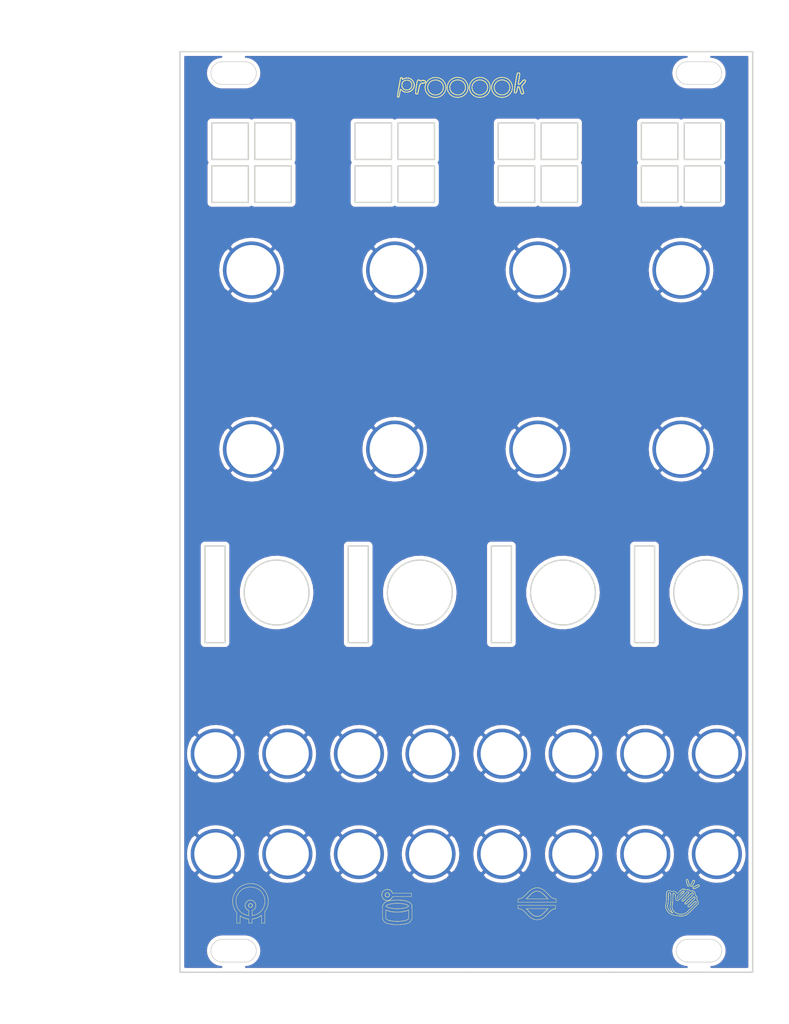
<source format=kicad_pcb>
(kicad_pcb (version 20171130) (host pcbnew 5.1.2)
  (layers (0 F.Cu signal hide) (31 B.Cu signal hide) (36 B.SilkS user) (37 F.SilkS user) (38 B.Mask user) (39 F.Mask user) (44 Edge.Cuts user))
  (net 0 "")
  (net 1 GND)
  (module 4ms-footprints:Rail-mount-slot (layer F.Cu) (at 122.5 53)
    (fp_text reference REF** hide)
    (fp_text value Rail-mount-slot hide)
    (fp_line (start -1.5875 -1.5875) (end 1.5875 -1.5875) (layer Edge.Cuts) (width 0.1))
    (fp_arc (start -1.5875 0) (end -1.5875 1.5875) (angle 180) (layer Edge.Cuts) (width 0.1))
    (fp_arc (start 1.5875 0) (end 1.5875 -1.5875) (angle 180) (layer Edge.Cuts) (width 0.1))
    (fp_line (start -1.5875 1.5875) (end 1.5875 1.5875) (layer Edge.Cuts) (width 0.1))
  )
  (module 4ms-footprints:Rail-mount-slot (layer F.Cu) (at 122.5 175.5)
    (fp_text reference REF** hide)
    (fp_text value Rail-mount-slot hide)
    (fp_line (start -1.5875 -1.5875) (end 1.5875 -1.5875) (layer Edge.Cuts) (width 0.1))
    (fp_arc (start -1.5875 0) (end -1.5875 1.5875) (angle 180) (layer Edge.Cuts) (width 0.1))
    (fp_arc (start 1.5875 0) (end 1.5875 -1.5875) (angle 180) (layer Edge.Cuts) (width 0.1))
    (fp_line (start -1.5875 1.5875) (end 1.5875 1.5875) (layer Edge.Cuts) (width 0.1))
  )
  (module 4ms-footprints:Rail-mount-slot (layer F.Cu) (at 57.5 53)
    (fp_text reference REF** hide)
    (fp_text value Rail-mount-slot hide)
    (fp_line (start -1.5875 1.5875) (end 1.5875 1.5875) (layer Edge.Cuts) (width 0.1))
    (fp_arc (start 1.5875 0) (end 1.5875 -1.5875) (angle 180) (layer Edge.Cuts) (width 0.1))
    (fp_arc (start -1.5875 0) (end -1.5875 1.5875) (angle 180) (layer Edge.Cuts) (width 0.1))
    (fp_line (start -1.5875 -1.5875) (end 1.5875 -1.5875) (layer Edge.Cuts) (width 0.1))
  )
  (module 4ms-footprints:Rail-mount-slot (layer F.Cu) (at 57.5 175.5)
    (fp_text reference REF** hide)
    (fp_text value Rail-mount-slot hide)
    (fp_line (start -1.5875 1.5875) (end 1.5875 1.5875) (layer Edge.Cuts) (width 0.1))
    (fp_arc (start 1.5875 0) (end 1.5875 -1.5875) (angle 180) (layer Edge.Cuts) (width 0.1))
    (fp_arc (start -1.5875 0) (end -1.5875 1.5875) (angle 180) (layer Edge.Cuts) (width 0.1))
    (fp_line (start -1.5875 -1.5875) (end 1.5875 -1.5875) (layer Edge.Cuts) (width 0.1))
  )
  (module prok_smd:Alpha_pot_hole_metallized (layer F.Cu) (at 120 105.5)
    (fp_text reference H1 (at 0 0.5) (layer F.SilkS))
    (fp_text value MountingHole_Pad)
    (pad 1 thru_hole circle (at 0 0) (size 8 8) (drill 7) (layers *.Cu *.Mask) (net 1 GND))
  )
  (module prok_smd:thonkiconn_hole_metallized (layer F.Cu) (at 125 162)
    (fp_text reference H2 (at 0 0.5) (layer F.SilkS))
    (fp_text value MountingHole_Pad)
    (pad 1 thru_hole circle (at 0 0) (size 7 7) (drill 6) (layers *.Cu *.Mask) (net 1 GND))
  )
  (module prok_smd:thonkiconn_hole_metallized (layer F.Cu) (at 65 148)
    (fp_text reference H3 (at 0 0.5) (layer F.SilkS))
    (fp_text value MountingHole_Pad)
    (pad 1 thru_hole circle (at 0 0) (size 7 7) (drill 6) (layers *.Cu *.Mask) (net 1 GND))
  )
  (module prok_smd:thonkiconn_hole_metallized (layer F.Cu) (at 125 148)
    (fp_text reference H4 (at 0 0.5) (layer F.SilkS))
    (fp_text value MountingHole_Pad)
    (pad 1 thru_hole circle (at 0 0) (size 7 7) (drill 6) (layers *.Cu *.Mask) (net 1 GND))
  )
  (module prok_smd:thonkiconn_hole_metallized (layer F.Cu) (at 115 162)
    (fp_text reference H5 (at 0 0.5) (layer F.SilkS))
    (fp_text value MountingHole_Pad)
    (pad 1 thru_hole circle (at 0 0) (size 7 7) (drill 6) (layers *.Cu *.Mask) (net 1 GND))
  )
  (module prok_smd:Alpha_pot_hole_metallized (layer F.Cu) (at 100 80.5)
    (fp_text reference H6 (at 0 0.5) (layer F.SilkS))
    (fp_text value MountingHole_Pad)
    (pad 1 thru_hole circle (at 0 0) (size 8 8) (drill 7) (layers *.Cu *.Mask) (net 1 GND))
  )
  (module prok_smd:thonkiconn_hole_metallized (layer F.Cu) (at 85 148)
    (fp_text reference H7 (at 0 0.5) (layer F.SilkS))
    (fp_text value MountingHole_Pad)
    (pad 1 thru_hole circle (at 0 0) (size 7 7) (drill 6) (layers *.Cu *.Mask) (net 1 GND))
  )
  (module prok_smd:thonkiconn_hole_metallized (layer F.Cu) (at 75 148)
    (fp_text reference H8 (at 0 0.5) (layer F.SilkS))
    (fp_text value MountingHole_Pad)
    (pad 1 thru_hole circle (at 0 0) (size 7 7) (drill 6) (layers *.Cu *.Mask) (net 1 GND))
  )
  (module prok_smd:Alpha_pot_hole_metallized (layer F.Cu) (at 60 80.5)
    (fp_text reference H9 (at 0 0.5) (layer F.SilkS))
    (fp_text value MountingHole_Pad)
    (pad 1 thru_hole circle (at 0 0) (size 8 8) (drill 7) (layers *.Cu *.Mask) (net 1 GND))
  )
  (module prok_smd:thonkiconn_hole_metallized (layer F.Cu) (at 55 162)
    (fp_text reference H10 (at 0 0.5) (layer F.SilkS))
    (fp_text value MountingHole_Pad)
    (pad 1 thru_hole circle (at 0 0) (size 7 7) (drill 6) (layers *.Cu *.Mask) (net 1 GND))
  )
  (module prok_smd:thonkiconn_hole_metallized (layer F.Cu) (at 115 148)
    (fp_text reference H11 (at 0 0.5) (layer F.SilkS))
    (fp_text value MountingHole_Pad)
    (pad 1 thru_hole circle (at 0 0) (size 7 7) (drill 6) (layers *.Cu *.Mask) (net 1 GND))
  )
  (module prok_smd:Alpha_pot_hole_metallized (layer F.Cu) (at 80 80.5)
    (fp_text reference H12 (at 0 0.5) (layer F.SilkS))
    (fp_text value MountingHole_Pad)
    (pad 1 thru_hole circle (at 0 0) (size 8 8) (drill 7) (layers *.Cu *.Mask) (net 1 GND))
  )
  (module prok_smd:thonkiconn_hole_metallized (layer F.Cu) (at 75 162)
    (fp_text reference H13 (at 0 0.5) (layer F.SilkS))
    (fp_text value MountingHole_Pad)
    (pad 1 thru_hole circle (at 0 0) (size 7 7) (drill 6) (layers *.Cu *.Mask) (net 1 GND))
  )
  (module prok_smd:thonkiconn_hole_metallized (layer F.Cu) (at 55 148)
    (fp_text reference H14 (at 0 0.5) (layer F.SilkS))
    (fp_text value MountingHole_Pad)
    (pad 1 thru_hole circle (at 0 0) (size 7 7) (drill 6) (layers *.Cu *.Mask) (net 1 GND))
  )
  (module prok_smd:Alpha_pot_hole_metallized (layer F.Cu) (at 80 105.5)
    (fp_text reference H15 (at 0 0.5) (layer F.SilkS))
    (fp_text value MountingHole_Pad)
    (pad 1 thru_hole circle (at 0 0) (size 8 8) (drill 7) (layers *.Cu *.Mask) (net 1 GND))
  )
  (module prok_smd:thonkiconn_hole_metallized (layer F.Cu) (at 95 148)
    (fp_text reference H16 (at 0 0.5) (layer F.SilkS))
    (fp_text value MountingHole_Pad)
    (pad 1 thru_hole circle (at 0 0) (size 7 7) (drill 6) (layers *.Cu *.Mask) (net 1 GND))
  )
  (module prok_smd:thonkiconn_hole_metallized (layer F.Cu) (at 85 162)
    (fp_text reference H17 (at 0 0.5) (layer F.SilkS))
    (fp_text value MountingHole_Pad)
    (pad 1 thru_hole circle (at 0 0) (size 7 7) (drill 6) (layers *.Cu *.Mask) (net 1 GND))
  )
  (module prok_smd:Alpha_pot_hole_metallized (layer F.Cu) (at 100 105.5)
    (fp_text reference H18 (at 0 0.5) (layer F.SilkS))
    (fp_text value MountingHole_Pad)
    (pad 1 thru_hole circle (at 0 0) (size 8 8) (drill 7) (layers *.Cu *.Mask) (net 1 GND))
  )
  (module prok_smd:thonkiconn_hole_metallized (layer F.Cu) (at 65 162)
    (fp_text reference H19 (at 0 0.5) (layer F.SilkS))
    (fp_text value MountingHole_Pad)
    (pad 1 thru_hole circle (at 0 0) (size 7 7) (drill 6) (layers *.Cu *.Mask) (net 1 GND))
  )
  (module prok_smd:thonkiconn_hole_metallized (layer F.Cu) (at 95 162)
    (fp_text reference H20 (at 0 0.5) (layer F.SilkS))
    (fp_text value MountingHole_Pad)
    (pad 1 thru_hole circle (at 0 0) (size 7 7) (drill 6) (layers *.Cu *.Mask) (net 1 GND))
  )
  (module prok_smd:Alpha_pot_hole_metallized (layer F.Cu) (at 60 105.5)
    (fp_text reference H21 (at 0 0.5) (layer F.SilkS))
    (fp_text value MountingHole_Pad)
    (pad 1 thru_hole circle (at 0 0) (size 8 8) (drill 7) (layers *.Cu *.Mask) (net 1 GND))
  )
  (module prok_smd:thonkiconn_hole_metallized (layer F.Cu) (at 105 148)
    (fp_text reference H22 (at 0 0.5) (layer F.SilkS))
    (fp_text value MountingHole_Pad)
    (pad 1 thru_hole circle (at 0 0) (size 7 7) (drill 6) (layers *.Cu *.Mask) (net 1 GND))
  )
  (module prok_smd:thonkiconn_hole_metallized (layer F.Cu) (at 105 162)
    (fp_text reference H23 (at 0 0.5) (layer F.SilkS))
    (fp_text value MountingHole_Pad)
    (pad 1 thru_hole circle (at 0 0) (size 7 7) (drill 6) (layers *.Cu *.Mask) (net 1 GND))
  )
  (module prok_smd:Alpha_pot_hole_metallized (layer F.Cu) (at 120 80.5)
    (fp_text reference H24 (at 0 0.5) (layer F.SilkS))
    (fp_text value MountingHole_Pad)
    (pad 1 thru_hole circle (at 0 0) (size 8 8) (drill 7) (layers *.Cu *.Mask) (net 1 GND))
  )
  (gr_line (start 96.378384 55.408408) (end 96.393561 55.357089) (layer F.SilkS) (width 0.1))
  (gr_line (start 96.272271 55.653616) (end 96.297362 55.606316) (layer F.SilkS) (width 0.1))
  (gr_line (start 96.21666 55.745147) (end 96.245353 55.699915) (layer F.SilkS) (width 0.1))
  (gr_line (start 96.406662 55.305187) (end 96.417684 55.252789) (layer F.SilkS) (width 0.1))
  (gr_line (start 95.754241 56.183398) (end 95.799799 56.155341) (layer F.SilkS) (width 0.1))
  (gr_line (start 96.245353 55.699915) (end 96.272271 55.653616) (layer F.SilkS) (width 0.1))
  (gr_line (start 95.799799 56.155341) (end 95.844282 56.125592) (layer F.SilkS) (width 0.1))
  (gr_line (start 96.320571 55.55808) (end 96.341847 55.508973) (layer F.SilkS) (width 0.1))
  (gr_line (start 95.929783 56.061201) (end 95.970678 56.02665) (layer F.SilkS) (width 0.1))
  (gr_line (start 95.512603 56.297224) (end 95.562545 56.278019) (layer F.SilkS) (width 0.1))
  (gr_line (start 95.970678 56.02665) (end 96.010255 55.990588) (layer F.SilkS) (width 0.1))
  (gr_line (start 96.010255 55.990588) (end 96.048453 55.953062) (layer F.SilkS) (width 0.1))
  (gr_line (start 95.461995 56.314648) (end 95.512603 56.297224) (layer F.SilkS) (width 0.1))
  (gr_line (start 96.426625 55.19998) (end 96.433482 55.146845) (layer F.SilkS) (width 0.1))
  (gr_line (start 95.562545 56.278019) (end 95.611752 56.257032) (layer F.SilkS) (width 0.1))
  (gr_line (start 96.154164 55.832154) (end 96.186246 55.789249) (layer F.SilkS) (width 0.1))
  (gr_line (start 96.085211 55.914117) (end 96.120468 55.873797) (layer F.SilkS) (width 0.1))
  (gr_line (start 96.186246 55.789249) (end 96.21666 55.745147) (layer F.SilkS) (width 0.1))
  (gr_line (start 95.201502 56.375001) (end 95.254356 56.366501) (layer F.SilkS) (width 0.1))
  (gr_line (start 95.660152 56.234265) (end 95.707671 56.209718) (layer F.SilkS) (width 0.1))
  (gr_line (start 96.297362 55.606316) (end 96.320571 55.55808) (layer F.SilkS) (width 0.1))
  (gr_line (start 95.88763 56.094197) (end 95.929783 56.061201) (layer F.SilkS) (width 0.1))
  (gr_line (start 96.341847 55.508973) (end 96.361136 55.459061) (layer F.SilkS) (width 0.1))
  (gr_line (start 96.433482 55.146845) (end 96.438252 55.093469) (layer F.SilkS) (width 0.1))
  (gr_line (start 95.306904 56.356215) (end 95.359074 56.344144) (layer F.SilkS) (width 0.1))
  (gr_line (start 96.120468 55.873797) (end 96.154164 55.832154) (layer F.SilkS) (width 0.1))
  (gr_line (start 96.417684 55.252789) (end 96.426625 55.19998) (layer F.SilkS) (width 0.1))
  (gr_line (start 95.410795 56.330288) (end 95.461995 56.314648) (layer F.SilkS) (width 0.1))
  (gr_line (start 96.048453 55.953062) (end 96.085211 55.914117) (layer F.SilkS) (width 0.1))
  (gr_line (start 95.707671 56.209718) (end 95.754241 56.183398) (layer F.SilkS) (width 0.1))
  (gr_line (start 94.512769 56.317887) (end 94.564452 56.333675) (layer F.SilkS) (width 0.1))
  (gr_line (start 93.692494 55.647631) (end 93.718918 55.694926) (layer F.SilkS) (width 0.1))
  (gr_line (start 93.656025 54.440184) (end 93.634676 54.490346) (layer F.SilkS) (width 0.1))
  (gr_line (start 93.557229 54.751234) (end 93.547919 54.804879) (layer F.SilkS) (width 0.1))
  (gr_line (start 94.216112 56.184461) (end 94.26355 56.211141) (layer F.SilkS) (width 0.1))
  (gr_line (start 93.777481 55.78597) (end 93.80957 55.82955) (layer F.SilkS) (width 0.1))
  (gr_line (start 94.721788 56.369443) (end 94.774804 56.377522) (layer F.SilkS) (width 0.1))
  (gr_line (start 95.611752 56.257032) (end 95.660152 56.234265) (layer F.SilkS) (width 0.1))
  (gr_line (start 95.254356 56.366501) (end 95.306904 56.356215) (layer F.SilkS) (width 0.1))
  (gr_line (start 93.634676 54.490346) (end 93.61522 54.541284) (layer F.SilkS) (width 0.1))
  (gr_line (start 93.995398 56.026209) (end 94.037074 56.061063) (layer F.SilkS) (width 0.1))
  (gr_line (start 95.359074 56.344144) (end 95.410795 56.330288) (layer F.SilkS) (width 0.1))
  (gr_line (start 94.263245 53.777559) (end 94.217039 53.804134) (layer F.SilkS) (width 0.1))
  (gr_line (start 95.844282 56.125592) (end 95.88763 56.094197) (layer F.SilkS) (width 0.1))
  (gr_line (start 93.718918 55.694926) (end 93.747254 55.741068) (layer F.SilkS) (width 0.1))
  (gr_line (start 94.616559 56.347533) (end 94.669022 56.359452) (layer F.SilkS) (width 0.1))
  (gr_line (start 94.819527 53.602571) (end 94.766652 53.609346) (layer F.SilkS) (width 0.1))
  (gr_line (start 96.393561 55.357089) (end 96.406662 55.305187) (layer F.SilkS) (width 0.1))
  (gr_line (start 96.361136 55.459061) (end 96.378384 55.408408) (layer F.SilkS) (width 0.1))
  (gr_line (start 94.934813 56.390424) (end 94.988292 56.390994) (layer F.SilkS) (width 0.1))
  (gr_line (start 94.507333 53.670777) (end 94.457009 53.688573) (layer F.SilkS) (width 0.1))
  (gr_line (start 93.668004 55.59927) (end 93.692494 55.647631) (layer F.SilkS) (width 0.1))
  (gr_line (start 93.747254 55.741068) (end 93.777481 55.78597) (layer F.SilkS) (width 0.1))
  (gr_line (start 94.872563 53.597629) (end 94.819527 53.602571) (layer F.SilkS) (width 0.1))
  (gr_line (start 93.730965 54.295142) (end 93.704214 54.342504) (layer F.SilkS) (width 0.1))
  (gr_line (start 94.311898 56.236088) (end 94.361075 56.259269) (layer F.SilkS) (width 0.1))
  (gr_line (start 94.714012 53.617954) (end 94.661684 53.628399) (layer F.SilkS) (width 0.1))
  (gr_line (start 94.080064 56.094348) (end 94.124288 56.126031) (layer F.SilkS) (width 0.1))
  (gr_line (start 93.843459 55.871757) (end 93.879068 55.91256) (layer F.SilkS) (width 0.1))
  (gr_line (start 93.562941 55.291565) (end 93.575355 55.344502) (layer F.SilkS) (width 0.1))
  (gr_line (start 93.624917 55.499694) (end 93.645471 55.549928) (layer F.SilkS) (width 0.1))
  (gr_line (start 93.821288 54.159907) (end 93.789547 54.203765) (layer F.SilkS) (width 0.1))
  (gr_line (start 94.828015 56.383702) (end 94.881369 56.387998) (layer F.SilkS) (width 0.1))
  (gr_line (start 94.925701 53.594491) (end 94.872563 53.597629) (layer F.SilkS) (width 0.1))
  (gr_line (start 93.544409 55.184399) (end 93.552619 55.238168) (layer F.SilkS) (width 0.1))
  (gr_line (start 93.540775 54.858831) (end 93.535843 54.913011) (layer F.SilkS) (width 0.1))
  (gr_line (start 95.041754 56.389722) (end 95.095145 56.386624) (layer F.SilkS) (width 0.1))
  (gr_line (start 94.037074 56.061063) (end 94.080064 56.094348) (layer F.SilkS) (width 0.1))
  (gr_line (start 95.148412 56.381711) (end 95.201502 56.375001) (layer F.SilkS) (width 0.1))
  (gr_line (start 93.538335 55.130345) (end 93.544409 55.184399) (layer F.SilkS) (width 0.1))
  (gr_line (start 94.407368 53.708174) (end 94.358481 53.729555) (layer F.SilkS) (width 0.1))
  (gr_line (start 94.766652 53.609346) (end 94.714012 53.617954) (layer F.SilkS) (width 0.1))
  (gr_line (start 93.597701 54.59292) (end 93.582166 54.645176) (layer F.SilkS) (width 0.1))
  (gr_line (start 94.217039 53.804134) (end 94.171863 53.832394) (layer F.SilkS) (width 0.1))
  (gr_line (start 95.095145 56.386624) (end 95.148412 56.381711) (layer F.SilkS) (width 0.1))
  (gr_line (start 94.457009 53.688573) (end 94.407368 53.708174) (layer F.SilkS) (width 0.1))
  (gr_line (start 93.534419 55.076092) (end 93.538335 55.130345) (layer F.SilkS) (width 0.1))
  (gr_line (start 93.589837 55.396894) (end 93.606365 55.448654) (layer F.SilkS) (width 0.1))
  (gr_line (start 93.582166 54.645176) (end 93.568661 54.697973) (layer F.SilkS) (width 0.1))
  (gr_line (start 94.26355 56.211141) (end 94.311898 56.236088) (layer F.SilkS) (width 0.1))
  (gr_line (start 93.532684 55.021728) (end 93.534419 55.076092) (layer F.SilkS) (width 0.1))
  (gr_line (start 94.411 56.280651) (end 94.461591 56.300201) (layer F.SilkS) (width 0.1))
  (gr_line (start 94.169664 56.15608) (end 94.216112 56.184461) (layer F.SilkS) (width 0.1))
  (gr_line (start 93.568661 54.697973) (end 93.557229 54.751234) (layer F.SilkS) (width 0.1))
  (gr_line (start 93.88944 54.076243) (end 93.854601 54.117373) (layer F.SilkS) (width 0.1))
  (gr_line (start 94.564452 56.333675) (end 94.616559 56.347533) (layer F.SilkS) (width 0.1))
  (gr_line (start 93.575355 55.344502) (end 93.589837 55.396894) (layer F.SilkS) (width 0.1))
  (gr_line (start 93.552619 55.238168) (end 93.562941 55.291565) (layer F.SilkS) (width 0.1))
  (gr_line (start 93.535843 54.913011) (end 93.533151 54.967338) (layer F.SilkS) (width 0.1))
  (gr_line (start 94.461591 56.300201) (end 94.512769 56.317887) (layer F.SilkS) (width 0.1))
  (gr_line (start 96.334941 54.464201) (end 96.313594 54.415046) (layer F.SilkS) (width 0.1))
  (gr_line (start 94.774804 56.377522) (end 94.828015 56.383702) (layer F.SilkS) (width 0.1))
  (gr_line (start 96.413225 54.720194) (end 96.401456 54.667883) (layer F.SilkS) (width 0.1))
  (gr_line (start 93.547919 54.804879) (end 93.540775 54.858831) (layer F.SilkS) (width 0.1))
  (gr_line (start 96.07969 54.058235) (end 96.043099 54.019118) (layer F.SilkS) (width 0.1))
  (gr_line (start 95.999159 55.392577) (end 95.979417 55.434924) (layer F.SilkS) (width 0.1))
  (gr_line (start 94.124288 56.126031) (end 94.169664 56.15608) (layer F.SilkS) (width 0.1))
  (gr_line (start 93.645471 55.549928) (end 93.668004 55.59927) (layer F.SilkS) (width 0.1))
  (gr_line (start 93.679219 54.390878) (end 93.656025 54.440184) (layer F.SilkS) (width 0.1))
  (gr_line (start 94.002652 53.962017) (end 93.963514 53.998503) (layer F.SilkS) (width 0.1))
  (gr_line (start 94.661684 53.628399) (end 94.609745 53.640684) (layer F.SilkS) (width 0.1))
  (gr_line (start 93.879068 55.91256) (end 93.916314 55.951924) (layer F.SilkS) (width 0.1))
  (gr_line (start 93.916314 55.951924) (end 93.955118 55.989818) (layer F.SilkS) (width 0.1))
  (gr_line (start 93.955118 55.989818) (end 93.995398 56.026209) (layer F.SilkS) (width 0.1))
  (gr_line (start 96.372029 54.56478) (end 96.354429 54.514137) (layer F.SilkS) (width 0.1))
  (gr_line (start 93.963514 53.998503) (end 93.92576 54.036594) (layer F.SilkS) (width 0.1))
  (gr_line (start 94.978915 53.59319) (end 94.925701 53.594491) (layer F.SilkS) (width 0.1))
  (gr_line (start 93.606365 55.448654) (end 93.624917 55.499694) (layer F.SilkS) (width 0.1))
  (gr_line (start 93.854601 54.117373) (end 93.821288 54.159907) (layer F.SilkS) (width 0.1))
  (gr_line (start 96.290415 54.366748) (end 96.265435 54.31938) (layer F.SilkS) (width 0.1))
  (gr_line (start 96.265435 54.31938) (end 96.238685 54.273009) (layer F.SilkS) (width 0.1))
  (gr_line (start 93.61522 54.541284) (end 93.597701 54.59292) (layer F.SilkS) (width 0.1))
  (gr_line (start 96.016937 55.349364) (end 95.999159 55.392577) (layer F.SilkS) (width 0.1))
  (gr_line (start 96.238685 54.273009) (end 96.210203 54.227697) (layer F.SilkS) (width 0.1))
  (gr_line (start 94.988292 56.390994) (end 95.041754 56.389722) (layer F.SilkS) (width 0.1))
  (gr_line (start 96.210203 54.227697) (end 96.180026 54.183502) (layer F.SilkS) (width 0.1))
  (gr_line (start 96.004998 53.981423) (end 95.965423 53.945209) (layer F.SilkS) (width 0.1))
  (gr_line (start 95.348784 54.006936) (end 95.392615 54.022574) (layer F.SilkS) (width 0.1))
  (gr_line (start 94.669022 56.359452) (end 94.721788 56.369443) (layer F.SilkS) (width 0.1))
  (gr_line (start 96.438252 55.093469) (end 96.440934 55.039938) (layer F.SilkS) (width 0.1))
  (gr_line (start 96.14819 54.140487) (end 96.114732 54.098711) (layer F.SilkS) (width 0.1))
  (gr_line (start 94.127778 53.862325) (end 94.084842 53.893915) (layer F.SilkS) (width 0.1))
  (gr_line (start 93.995577 54.553538) (end 94.017566 54.511915) (layer F.SilkS) (width 0.1))
  (gr_line (start 94.084842 53.893915) (end 94.043114 53.92715) (layer F.SilkS) (width 0.1))
  (gr_line (start 95.259447 53.980516) (end 95.304375 53.992883) (layer F.SilkS) (width 0.1))
  (gr_line (start 93.759424 54.248869) (end 93.730965 54.295142) (layer F.SilkS) (width 0.1))
  (gr_line (start 94.881369 56.387998) (end 94.934813 56.390424) (layer F.SilkS) (width 0.1))
  (gr_line (start 93.533151 54.967338) (end 93.532684 55.021728) (layer F.SilkS) (width 0.1))
  (gr_line (start 96.422994 54.772912) (end 96.413225 54.720194) (layer F.SilkS) (width 0.1))
  (gr_line (start 96.043099 54.019118) (end 96.004998 53.981423) (layer F.SilkS) (width 0.1))
  (gr_line (start 96.440934 55.039938) (end 96.441524 54.986336) (layer F.SilkS) (width 0.1))
  (gr_line (start 96.114732 54.098711) (end 96.07969 54.058235) (layer F.SilkS) (width 0.1))
  (gr_line (start 93.789547 54.203765) (end 93.759424 54.248869) (layer F.SilkS) (width 0.1))
  (gr_line (start 96.430735 54.82596) (end 96.422994 54.772912) (layer F.SilkS) (width 0.1))
  (gr_line (start 94.171863 53.832394) (end 94.127778 53.862325) (layer F.SilkS) (width 0.1))
  (gr_line (start 96.401456 54.667883) (end 96.387714 54.616053) (layer F.SilkS) (width 0.1))
  (gr_line (start 96.44002 54.93275) (end 96.436419 54.879265) (layer F.SilkS) (width 0.1))
  (gr_line (start 96.313594 54.415046) (end 96.290415 54.366748) (layer F.SilkS) (width 0.1))
  (gr_line (start 94.609745 53.640684) (end 94.558269 53.654809) (layer F.SilkS) (width 0.1))
  (gr_line (start 93.92576 54.036594) (end 93.88944 54.076243) (layer F.SilkS) (width 0.1))
  (gr_line (start 94.310416 53.752691) (end 94.263245 53.777559) (layer F.SilkS) (width 0.1))
  (gr_line (start 93.704214 54.342504) (end 93.679219 54.390878) (layer F.SilkS) (width 0.1))
  (gr_line (start 94.358481 53.729555) (end 94.310416 53.752691) (layer F.SilkS) (width 0.1))
  (gr_line (start 96.441524 54.986336) (end 96.44002 54.93275) (layer F.SilkS) (width 0.1))
  (gr_line (start 96.387714 54.616053) (end 96.372029 54.56478) (layer F.SilkS) (width 0.1))
  (gr_line (start 96.354429 54.514137) (end 96.334941 54.464201) (layer F.SilkS) (width 0.1))
  (gr_line (start 94.558269 53.654809) (end 94.507333 53.670777) (layer F.SilkS) (width 0.1))
  (gr_line (start 96.436419 54.879265) (end 96.430735 54.82596) (layer F.SilkS) (width 0.1))
  (gr_line (start 96.180026 54.183502) (end 96.14819 54.140487) (layer F.SilkS) (width 0.1))
  (gr_line (start 94.043114 53.92715) (end 94.002652 53.962017) (layer F.SilkS) (width 0.1))
  (gr_line (start 93.80957 55.82955) (end 93.843459 55.871757) (layer F.SilkS) (width 0.1))
  (gr_line (start 94.361075 56.259269) (end 94.411 56.280651) (layer F.SilkS) (width 0.1))
  (gr_line (start 95.998346 54.574763) (end 96.016435 54.617899) (layer F.SilkS) (width 0.1))
  (gr_line (start 95.715664 54.207143) (end 95.751275 54.237531) (layer F.SilkS) (width 0.1))
  (gr_line (start 95.934303 55.516767) (end 95.909066 55.556135) (layer F.SilkS) (width 0.1))
  (gr_line (start 95.478372 54.058723) (end 95.520211 54.079305) (layer F.SilkS) (width 0.1))
  (gr_line (start 96.075214 55.123449) (end 96.067709 55.169619) (layer F.SilkS) (width 0.1))
  (gr_line (start 95.520211 54.079305) (end 95.561272 54.10158) (layer F.SilkS) (width 0.1))
  (gr_line (start 94.246508 55.759717) (end 94.211468 55.727902) (layer F.SilkS) (width 0.1))
  (gr_line (start 95.122241 53.955589) (end 95.168309 53.961682) (layer F.SilkS) (width 0.1))
  (gr_line (start 95.93216 54.451082) (end 95.956153 54.491263) (layer F.SilkS) (width 0.1))
  (gr_line (start 96.083856 55.030317) (end 96.080603 55.076983) (layer F.SilkS) (width 0.1))
  (gr_line (start 95.435825 54.039824) (end 95.478372 54.058723) (layer F.SilkS) (width 0.1))
  (gr_line (start 95.036864 56.034948) (end 94.989253 56.035584) (layer F.SilkS) (width 0.1))
  (gr_line (start 95.131652 56.027917) (end 95.08436 56.032392) (layer F.SilkS) (width 0.1))
  (gr_line (start 96.032702 55.305365) (end 96.016937 55.349364) (layer F.SilkS) (width 0.1))
  (gr_line (start 95.392615 54.022574) (end 95.435825 54.039824) (layer F.SilkS) (width 0.1))
  (gr_line (start 95.909066 55.556135) (end 95.882132 55.594382) (layer F.SilkS) (width 0.1))
  (gr_line (start 93.899173 54.865507) (end 93.906243 54.819135) (layer F.SilkS) (width 0.1))
  (gr_line (start 95.957775 55.476342) (end 95.934303 55.516767) (layer F.SilkS) (width 0.1))
  (gr_line (start 93.894492 54.912302) (end 93.899173 54.865507) (layer F.SilkS) (width 0.1))
  (gr_line (start 96.067709 55.169619) (end 96.058108 55.215394) (layer F.SilkS) (width 0.1))
  (gr_line (start 95.90631 54.412067) (end 95.93216 54.451082) (layer F.SilkS) (width 0.1))
  (gr_line (start 95.853568 55.631444) (end 95.823441 55.667259) (layer F.SilkS) (width 0.1))
  (gr_line (start 95.979417 55.434924) (end 95.957775 55.476342) (layer F.SilkS) (width 0.1))
  (gr_line (start 94.153313 54.318594) (end 94.185111 54.283388) (layer F.SilkS) (width 0.1))
  (gr_line (start 95.561272 54.10158) (end 95.601453 54.125525) (layer F.SilkS) (width 0.1))
  (gr_line (start 95.758762 55.734887) (end 95.724331 55.766575) (layer F.SilkS) (width 0.1))
  (gr_line (start 95.678754 54.178331) (end 95.715664 54.207143) (layer F.SilkS) (width 0.1))
  (gr_line (start 93.915675 54.773268) (end 93.927393 54.727964) (layer F.SilkS) (width 0.1))
  (gr_line (start 96.046433 55.260675) (end 96.032702 55.305365) (layer F.SilkS) (width 0.1))
  (gr_line (start 93.914612 55.195427) (end 93.905699 55.148543) (layer F.SilkS) (width 0.1))
  (gr_line (start 95.361957 55.976729) (end 95.317012 55.99081) (layer F.SilkS) (width 0.1))
  (gr_line (start 96.058122 54.751737) (end 96.067773 54.797495) (layer F.SilkS) (width 0.1))
  (gr_line (start 94.799434 56.018948) (end 94.752578 56.009996) (layer F.SilkS) (width 0.1))
  (gr_line (start 95.613351 55.852374) (end 95.573984 55.877675) (layer F.SilkS) (width 0.1))
  (gr_line (start 94.359657 55.845642) (end 94.320683 55.81862) (layer F.SilkS) (width 0.1))
  (gr_line (start 96.058108 55.215394) (end 96.046433 55.260675) (layer F.SilkS) (width 0.1))
  (gr_line (start 95.978233 54.53252) (end 95.998346 54.574763) (layer F.SilkS) (width 0.1))
  (gr_line (start 96.067773 54.797495) (end 96.075289 54.843656) (layer F.SilkS) (width 0.1))
  (gr_line (start 95.878659 54.374311) (end 95.90631 54.412067) (layer F.SilkS) (width 0.1))
  (gr_line (start 96.016435 54.617899) (end 96.032445 54.661838) (layer F.SilkS) (width 0.1))
  (gr_line (start 96.084953 54.983552) (end 96.083856 55.030317) (layer F.SilkS) (width 0.1))
  (gr_line (start 95.823441 55.667259) (end 95.791818 55.701761) (layer F.SilkS) (width 0.1))
  (gr_line (start 96.083886 54.936786) (end 96.084953 54.983552) (layer F.SilkS) (width 0.1))
  (gr_line (start 93.905699 55.148543) (end 93.898961 55.101382) (layer F.SilkS) (width 0.1))
  (gr_line (start 95.317012 55.99081) (end 95.271421 56.002969) (layer F.SilkS) (width 0.1))
  (gr_line (start 95.075939 53.951409) (end 95.122241 53.955589) (layer F.SilkS) (width 0.1))
  (gr_line (start 95.724331 55.766575) (end 95.688581 55.796761) (layer F.SilkS) (width 0.1))
  (gr_line (start 94.941616 56.034302) (end 94.894042 56.031101) (layer F.SilkS) (width 0.1))
  (gr_line (start 94.211468 55.727902) (end 94.177899 55.694556) (layer F.SilkS) (width 0.1))
  (gr_line (start 96.075289 54.843656) (end 96.080663 54.89012) (layer F.SilkS) (width 0.1))
  (gr_line (start 95.651569 55.825382) (end 95.613351 55.852374) (layer F.SilkS) (width 0.1))
  (gr_line (start 93.892159 55.006695) (end 93.892165 54.959404) (layer F.SilkS) (width 0.1))
  (gr_line (start 94.122976 54.355078) (end 94.153313 54.318594) (layer F.SilkS) (width 0.1))
  (gr_line (start 95.849263 54.337904) (end 95.878659 54.374311) (layer F.SilkS) (width 0.1))
  (gr_line (start 95.791818 55.701761) (end 95.758762 55.734887) (layer F.SilkS) (width 0.1))
  (gr_line (start 94.982946 53.946243) (end 95.029481 53.948506) (layer F.SilkS) (width 0.1))
  (gr_line (start 95.640649 54.151116) (end 95.678754 54.178331) (layer F.SilkS) (width 0.1))
  (gr_line (start 94.017566 54.511915) (end 94.041378 54.4712) (layer F.SilkS) (width 0.1))
  (gr_line (start 94.440978 55.894661) (end 94.399782 55.871) (layer F.SilkS) (width 0.1))
  (gr_line (start 95.032399 53.598019) (end 94.978915 53.59319) (layer F.SilkS) (width 0.1))
  (gr_line (start 94.978915 53.59319) (end 94.978915 53.59319) (layer F.SilkS) (width 0.1))
  (gr_line (start 94.706139 55.999129) (end 94.660205 55.986346) (layer F.SilkS) (width 0.1))
  (gr_line (start 95.956153 54.491263) (end 95.978233 54.53252) (layer F.SilkS) (width 0.1))
  (gr_line (start 95.688581 55.796761) (end 95.651569 55.825382) (layer F.SilkS) (width 0.1))
  (gr_line (start 94.795915 53.972794) (end 94.842375 53.965376) (layer F.SilkS) (width 0.1))
  (gr_line (start 94.218311 54.249581) (end 94.252854 54.217292) (layer F.SilkS) (width 0.1))
  (gr_line (start 94.443643 54.082807) (end 94.485003 54.062141) (layer F.SilkS) (width 0.1))
  (gr_line (start 94.614334 54.013602) (end 94.658921 54.001284) (layer F.SilkS) (width 0.1))
  (gr_line (start 93.892165 54.959404) (end 93.894492 54.912302) (layer F.SilkS) (width 0.1))
  (gr_line (start 93.941319 54.683283) (end 93.957376 54.639279) (layer F.SilkS) (width 0.1))
  (gr_line (start 93.898961 55.101382) (end 93.894436 55.05406) (layer F.SilkS) (width 0.1))
  (gr_line (start 93.927393 54.727964) (end 93.941319 54.683283) (layer F.SilkS) (width 0.1))
  (gr_line (start 95.178652 56.021522) (end 95.131652 56.027917) (layer F.SilkS) (width 0.1))
  (gr_line (start 94.115498 55.623401) (end 94.086826 55.585659) (layer F.SilkS) (width 0.1))
  (gr_line (start 94.041378 54.4712) (end 94.066935 54.431451) (layer F.SilkS) (width 0.1))
  (gr_line (start 94.09416 54.392724) (end 94.122976 54.355078) (layer F.SilkS) (width 0.1))
  (gr_line (start 94.989253 56.035584) (end 94.941616 56.034302) (layer F.SilkS) (width 0.1))
  (gr_line (start 94.704103 53.990525) (end 94.749796 53.981102) (layer F.SilkS) (width 0.1))
  (gr_line (start 94.485003 54.062141) (end 94.52729 54.043808) (layer F.SilkS) (width 0.1))
  (gr_line (start 95.793508 53.816478) (end 95.747536 53.78869) (layer F.SilkS) (width 0.1))
  (gr_line (start 94.399782 55.871) (end 94.359657 55.845642) (layer F.SilkS) (width 0.1))
  (gr_line (start 94.88909 53.958627) (end 94.935975 53.952324) (layer F.SilkS) (width 0.1))
  (gr_line (start 93.925665 55.241918) (end 93.914612 55.195427) (layer F.SilkS) (width 0.1))
  (gr_line (start 94.034917 55.506054) (end 94.011777 55.464378) (layer F.SilkS) (width 0.1))
  (gr_line (start 94.059946 55.546519) (end 94.034917 55.506054) (layer F.SilkS) (width 0.1))
  (gr_line (start 94.28868 54.186641) (end 94.325732 54.157747) (layer F.SilkS) (width 0.1))
  (gr_line (start 94.28294 55.789968) (end 94.246508 55.759717) (layer F.SilkS) (width 0.1))
  (gr_line (start 94.752578 56.009996) (end 94.706139 55.999129) (layer F.SilkS) (width 0.1))
  (gr_line (start 95.225271 56.013206) (end 95.178652 56.021522) (layer F.SilkS) (width 0.1))
  (gr_line (start 95.449553 55.942797) (end 95.406167 55.960725) (layer F.SilkS) (width 0.1))
  (gr_line (start 94.749796 53.981102) (end 94.795915 53.972794) (layer F.SilkS) (width 0.1))
  (gr_line (start 93.990562 55.421607) (end 93.971307 55.377859) (layer F.SilkS) (width 0.1))
  (gr_line (start 94.935975 53.952324) (end 94.982946 53.946243) (layer F.SilkS) (width 0.1))
  (gr_line (start 94.570185 55.955128) (end 94.526259 55.936758) (layer F.SilkS) (width 0.1))
  (gr_line (start 93.894436 55.05406) (end 93.892159 55.006695) (layer F.SilkS) (width 0.1))
  (gr_line (start 94.177899 55.694556) (end 94.145883 55.659711) (layer F.SilkS) (width 0.1))
  (gr_line (start 94.325732 54.157747) (end 94.363949 54.13073) (layer F.SilkS) (width 0.1))
  (gr_line (start 93.906243 54.819135) (end 93.915675 54.773268) (layer F.SilkS) (width 0.1))
  (gr_line (start 94.982946 53.946243) (end 94.982946 53.946243) (layer F.SilkS) (width 0.1))
  (gr_line (start 94.252854 54.217292) (end 94.28868 54.186641) (layer F.SilkS) (width 0.1))
  (gr_line (start 94.066935 54.431451) (end 94.09416 54.392724) (layer F.SilkS) (width 0.1))
  (gr_line (start 94.526259 55.936758) (end 94.483163 55.916591) (layer F.SilkS) (width 0.1))
  (gr_line (start 94.894042 56.031101) (end 94.846618 56.025983) (layer F.SilkS) (width 0.1))
  (gr_line (start 94.363949 54.13073) (end 94.403272 54.10571) (layer F.SilkS) (width 0.1))
  (gr_line (start 95.492028 55.92295) (end 95.449553 55.942797) (layer F.SilkS) (width 0.1))
  (gr_line (start 94.614861 55.971669) (end 94.570185 55.955128) (layer F.SilkS) (width 0.1))
  (gr_line (start 93.938823 55.287898) (end 93.925665 55.241918) (layer F.SilkS) (width 0.1))
  (gr_line (start 94.52729 54.043808) (end 94.570429 54.027703) (layer F.SilkS) (width 0.1))
  (gr_line (start 93.975488 54.596012) (end 93.995577 54.553538) (layer F.SilkS) (width 0.1))
  (gr_line (start 94.185111 54.283388) (end 94.218311 54.249581) (layer F.SilkS) (width 0.1))
  (gr_line (start 94.846618 56.025983) (end 94.799434 56.018948) (layer F.SilkS) (width 0.1))
  (gr_line (start 95.08436 56.032392) (end 95.036864 56.034948) (layer F.SilkS) (width 0.1))
  (gr_line (start 94.145883 55.659711) (end 94.115498 55.623401) (layer F.SilkS) (width 0.1))
  (gr_line (start 95.271421 56.002969) (end 95.225271 56.013206) (layer F.SilkS) (width 0.1))
  (gr_line (start 93.971307 55.377859) (end 93.954049 55.33325) (layer F.SilkS) (width 0.1))
  (gr_line (start 94.483163 55.916591) (end 94.440978 55.894661) (layer F.SilkS) (width 0.1))
  (gr_line (start 94.842375 53.965376) (end 94.88909 53.958627) (layer F.SilkS) (width 0.1))
  (gr_line (start 94.320683 55.81862) (end 94.28294 55.789968) (layer F.SilkS) (width 0.1))
  (gr_line (start 94.086826 55.585659) (end 94.059946 55.546519) (layer F.SilkS) (width 0.1))
  (gr_line (start 94.570429 54.027703) (end 94.614334 54.013602) (layer F.SilkS) (width 0.1))
  (gr_line (start 94.011777 55.464378) (end 93.990562 55.421607) (layer F.SilkS) (width 0.1))
  (gr_line (start 93.954049 55.33325) (end 93.938823 55.287898) (layer F.SilkS) (width 0.1))
  (gr_line (start 94.403272 54.10571) (end 94.443643 54.082807) (layer F.SilkS) (width 0.1))
  (gr_line (start 95.406167 55.960725) (end 95.361957 55.976729) (layer F.SilkS) (width 0.1))
  (gr_line (start 93.957376 54.639279) (end 93.975488 54.596012) (layer F.SilkS) (width 0.1))
  (gr_line (start 95.533524 55.901221) (end 95.492028 55.92295) (layer F.SilkS) (width 0.1))
  (gr_line (start 94.660205 55.986346) (end 94.614861 55.971669) (layer F.SilkS) (width 0.1))
  (gr_line (start 94.658921 54.001284) (end 94.704103 53.990525) (layer F.SilkS) (width 0.1))
  (gr_line (start 95.882132 55.594382) (end 95.853568 55.631444) (layer F.SilkS) (width 0.1))
  (gr_line (start 95.838369 53.846098) (end 95.793508 53.816478) (layer F.SilkS) (width 0.1))
  (gr_line (start 95.453194 53.664523) (end 95.401833 53.651332) (layer F.SilkS) (width 0.1))
  (gr_line (start 95.603815 53.717052) (end 95.55426 53.697328) (layer F.SilkS) (width 0.1))
  (gr_line (start 95.504026 53.679803) (end 95.453194 53.664523) (layer F.SilkS) (width 0.1))
  (gr_line (start 95.965423 53.945209) (end 95.924412 53.910537) (layer F.SilkS) (width 0.1))
  (gr_line (start 95.882032 53.877475) (end 95.838369 53.846098) (layer F.SilkS) (width 0.1))
  (gr_line (start 95.029481 53.948506) (end 95.075939 53.951409) (layer F.SilkS) (width 0.1))
  (gr_line (start 95.601453 54.125525) (end 95.640649 54.151116) (layer F.SilkS) (width 0.1))
  (gr_line (start 95.304375 53.992883) (end 95.348784 54.006936) (layer F.SilkS) (width 0.1))
  (gr_line (start 96.032445 54.661838) (end 96.046343 54.706485) (layer F.SilkS) (width 0.1))
  (gr_line (start 96.046343 54.706485) (end 96.058122 54.751737) (layer F.SilkS) (width 0.1))
  (gr_line (start 95.35 53.64) (end 95.297754 53.630293) (layer F.SilkS) (width 0.1))
  (gr_line (start 95.818178 54.302937) (end 95.849263 54.337904) (layer F.SilkS) (width 0.1))
  (gr_line (start 95.785481 54.26947) (end 95.818178 54.302937) (layer F.SilkS) (width 0.1))
  (gr_line (start 95.652603 53.738904) (end 95.603815 53.717052) (layer F.SilkS) (width 0.1))
  (gr_line (start 95.700539 53.762807) (end 95.652603 53.738904) (layer F.SilkS) (width 0.1))
  (gr_line (start 95.55426 53.697328) (end 95.504026 53.679803) (layer F.SilkS) (width 0.1))
  (gr_line (start 95.401833 53.651332) (end 95.35 53.64) (layer F.SilkS) (width 0.1))
  (gr_line (start 95.747536 53.78869) (end 95.700539 53.762807) (layer F.SilkS) (width 0.1))
  (gr_line (start 95.214068 53.970044) (end 95.259447 53.980516) (layer F.SilkS) (width 0.1))
  (gr_line (start 96.080603 55.076983) (end 96.075214 55.123449) (layer F.SilkS) (width 0.1))
  (gr_line (start 95.19226 53.614828) (end 95.13913 53.608606) (layer F.SilkS) (width 0.1))
  (gr_line (start 95.245154 53.62198) (end 95.19226 53.614828) (layer F.SilkS) (width 0.1))
  (gr_line (start 96.080663 54.89012) (end 96.083886 54.936786) (layer F.SilkS) (width 0.1))
  (gr_line (start 95.924412 53.910537) (end 95.882032 53.877475) (layer F.SilkS) (width 0.1))
  (gr_line (start 95.573984 55.877675) (end 95.533524 55.901221) (layer F.SilkS) (width 0.1))
  (gr_line (start 95.085823 53.60308) (end 95.032399 53.598019) (layer F.SilkS) (width 0.1))
  (gr_line (start 95.13913 53.608606) (end 95.085823 53.60308) (layer F.SilkS) (width 0.1))
  (gr_line (start 95.751275 54.237531) (end 95.785481 54.26947) (layer F.SilkS) (width 0.1))
  (gr_line (start 95.297754 53.630293) (end 95.245154 53.62198) (layer F.SilkS) (width 0.1))
  (gr_line (start 95.168309 53.961682) (end 95.214068 53.970044) (layer F.SilkS) (width 0.1))
  (gr_line (start 93.278384 55.408408) (end 93.293561 55.357089) (layer F.SilkS) (width 0.1))
  (gr_line (start 93.172271 55.653616) (end 93.197362 55.606316) (layer F.SilkS) (width 0.1))
  (gr_line (start 93.11666 55.745147) (end 93.145353 55.699915) (layer F.SilkS) (width 0.1))
  (gr_line (start 93.306662 55.305187) (end 93.317684 55.252789) (layer F.SilkS) (width 0.1))
  (gr_line (start 92.654241 56.183398) (end 92.699799 56.155341) (layer F.SilkS) (width 0.1))
  (gr_line (start 93.145353 55.699915) (end 93.172271 55.653616) (layer F.SilkS) (width 0.1))
  (gr_line (start 92.699799 56.155341) (end 92.744282 56.125592) (layer F.SilkS) (width 0.1))
  (gr_line (start 93.220571 55.55808) (end 93.241847 55.508973) (layer F.SilkS) (width 0.1))
  (gr_line (start 92.829783 56.061201) (end 92.870678 56.02665) (layer F.SilkS) (width 0.1))
  (gr_line (start 92.412603 56.297224) (end 92.462545 56.278019) (layer F.SilkS) (width 0.1))
  (gr_line (start 92.870678 56.02665) (end 92.910255 55.990588) (layer F.SilkS) (width 0.1))
  (gr_line (start 92.910255 55.990588) (end 92.948453 55.953062) (layer F.SilkS) (width 0.1))
  (gr_line (start 92.361995 56.314648) (end 92.412603 56.297224) (layer F.SilkS) (width 0.1))
  (gr_line (start 93.326625 55.19998) (end 93.333482 55.146845) (layer F.SilkS) (width 0.1))
  (gr_line (start 92.462545 56.278019) (end 92.511752 56.257032) (layer F.SilkS) (width 0.1))
  (gr_line (start 93.054164 55.832154) (end 93.086246 55.789249) (layer F.SilkS) (width 0.1))
  (gr_line (start 92.985211 55.914117) (end 93.020468 55.873797) (layer F.SilkS) (width 0.1))
  (gr_line (start 93.086246 55.789249) (end 93.11666 55.745147) (layer F.SilkS) (width 0.1))
  (gr_line (start 92.101502 56.375001) (end 92.154356 56.366501) (layer F.SilkS) (width 0.1))
  (gr_line (start 92.560152 56.234265) (end 92.607671 56.209718) (layer F.SilkS) (width 0.1))
  (gr_line (start 93.197362 55.606316) (end 93.220571 55.55808) (layer F.SilkS) (width 0.1))
  (gr_line (start 92.78763 56.094197) (end 92.829783 56.061201) (layer F.SilkS) (width 0.1))
  (gr_line (start 93.241847 55.508973) (end 93.261136 55.459061) (layer F.SilkS) (width 0.1))
  (gr_line (start 93.333482 55.146845) (end 93.338252 55.093469) (layer F.SilkS) (width 0.1))
  (gr_line (start 92.206904 56.356215) (end 92.259074 56.344144) (layer F.SilkS) (width 0.1))
  (gr_line (start 93.020468 55.873797) (end 93.054164 55.832154) (layer F.SilkS) (width 0.1))
  (gr_line (start 93.317684 55.252789) (end 93.326625 55.19998) (layer F.SilkS) (width 0.1))
  (gr_line (start 92.310795 56.330288) (end 92.361995 56.314648) (layer F.SilkS) (width 0.1))
  (gr_line (start 92.948453 55.953062) (end 92.985211 55.914117) (layer F.SilkS) (width 0.1))
  (gr_line (start 92.607671 56.209718) (end 92.654241 56.183398) (layer F.SilkS) (width 0.1))
  (gr_line (start 91.412769 56.317887) (end 91.464452 56.333675) (layer F.SilkS) (width 0.1))
  (gr_line (start 90.592494 55.647631) (end 90.618918 55.694926) (layer F.SilkS) (width 0.1))
  (gr_line (start 90.556025 54.440184) (end 90.534676 54.490346) (layer F.SilkS) (width 0.1))
  (gr_line (start 90.457229 54.751234) (end 90.447919 54.804879) (layer F.SilkS) (width 0.1))
  (gr_line (start 91.116112 56.184461) (end 91.16355 56.211141) (layer F.SilkS) (width 0.1))
  (gr_line (start 90.677481 55.78597) (end 90.70957 55.82955) (layer F.SilkS) (width 0.1))
  (gr_line (start 91.621788 56.369443) (end 91.674804 56.377522) (layer F.SilkS) (width 0.1))
  (gr_line (start 92.511752 56.257032) (end 92.560152 56.234265) (layer F.SilkS) (width 0.1))
  (gr_line (start 92.154356 56.366501) (end 92.206904 56.356215) (layer F.SilkS) (width 0.1))
  (gr_line (start 90.534676 54.490346) (end 90.51522 54.541284) (layer F.SilkS) (width 0.1))
  (gr_line (start 90.895398 56.026209) (end 90.937074 56.061063) (layer F.SilkS) (width 0.1))
  (gr_line (start 92.259074 56.344144) (end 92.310795 56.330288) (layer F.SilkS) (width 0.1))
  (gr_line (start 91.163245 53.777559) (end 91.117039 53.804134) (layer F.SilkS) (width 0.1))
  (gr_line (start 92.744282 56.125592) (end 92.78763 56.094197) (layer F.SilkS) (width 0.1))
  (gr_line (start 90.618918 55.694926) (end 90.647254 55.741068) (layer F.SilkS) (width 0.1))
  (gr_line (start 91.516559 56.347533) (end 91.569022 56.359452) (layer F.SilkS) (width 0.1))
  (gr_line (start 91.719527 53.602571) (end 91.666652 53.609346) (layer F.SilkS) (width 0.1))
  (gr_line (start 93.293561 55.357089) (end 93.306662 55.305187) (layer F.SilkS) (width 0.1))
  (gr_line (start 93.261136 55.459061) (end 93.278384 55.408408) (layer F.SilkS) (width 0.1))
  (gr_line (start 91.834813 56.390424) (end 91.888292 56.390994) (layer F.SilkS) (width 0.1))
  (gr_line (start 91.407333 53.670777) (end 91.357009 53.688573) (layer F.SilkS) (width 0.1))
  (gr_line (start 90.568004 55.59927) (end 90.592494 55.647631) (layer F.SilkS) (width 0.1))
  (gr_line (start 90.647254 55.741068) (end 90.677481 55.78597) (layer F.SilkS) (width 0.1))
  (gr_line (start 91.772563 53.597629) (end 91.719527 53.602571) (layer F.SilkS) (width 0.1))
  (gr_line (start 90.630965 54.295142) (end 90.604214 54.342504) (layer F.SilkS) (width 0.1))
  (gr_line (start 91.211898 56.236088) (end 91.261075 56.259269) (layer F.SilkS) (width 0.1))
  (gr_line (start 91.614012 53.617954) (end 91.561684 53.628399) (layer F.SilkS) (width 0.1))
  (gr_line (start 90.980064 56.094348) (end 91.024288 56.126031) (layer F.SilkS) (width 0.1))
  (gr_line (start 90.743459 55.871757) (end 90.779068 55.91256) (layer F.SilkS) (width 0.1))
  (gr_line (start 90.462941 55.291565) (end 90.475355 55.344502) (layer F.SilkS) (width 0.1))
  (gr_line (start 90.524917 55.499694) (end 90.545471 55.549928) (layer F.SilkS) (width 0.1))
  (gr_line (start 90.721288 54.159907) (end 90.689547 54.203765) (layer F.SilkS) (width 0.1))
  (gr_line (start 91.728015 56.383702) (end 91.781369 56.387998) (layer F.SilkS) (width 0.1))
  (gr_line (start 91.825701 53.594491) (end 91.772563 53.597629) (layer F.SilkS) (width 0.1))
  (gr_line (start 90.444409 55.184399) (end 90.452619 55.238168) (layer F.SilkS) (width 0.1))
  (gr_line (start 90.440775 54.858831) (end 90.435843 54.913011) (layer F.SilkS) (width 0.1))
  (gr_line (start 91.941754 56.389722) (end 91.995145 56.386624) (layer F.SilkS) (width 0.1))
  (gr_line (start 90.937074 56.061063) (end 90.980064 56.094348) (layer F.SilkS) (width 0.1))
  (gr_line (start 92.048412 56.381711) (end 92.101502 56.375001) (layer F.SilkS) (width 0.1))
  (gr_line (start 90.438335 55.130345) (end 90.444409 55.184399) (layer F.SilkS) (width 0.1))
  (gr_line (start 91.307368 53.708174) (end 91.258481 53.729555) (layer F.SilkS) (width 0.1))
  (gr_line (start 91.666652 53.609346) (end 91.614012 53.617954) (layer F.SilkS) (width 0.1))
  (gr_line (start 90.497701 54.59292) (end 90.482166 54.645176) (layer F.SilkS) (width 0.1))
  (gr_line (start 91.117039 53.804134) (end 91.071863 53.832394) (layer F.SilkS) (width 0.1))
  (gr_line (start 91.995145 56.386624) (end 92.048412 56.381711) (layer F.SilkS) (width 0.1))
  (gr_line (start 91.357009 53.688573) (end 91.307368 53.708174) (layer F.SilkS) (width 0.1))
  (gr_line (start 90.434419 55.076092) (end 90.438335 55.130345) (layer F.SilkS) (width 0.1))
  (gr_line (start 90.489837 55.396894) (end 90.506365 55.448654) (layer F.SilkS) (width 0.1))
  (gr_line (start 90.482166 54.645176) (end 90.468661 54.697973) (layer F.SilkS) (width 0.1))
  (gr_line (start 91.16355 56.211141) (end 91.211898 56.236088) (layer F.SilkS) (width 0.1))
  (gr_line (start 90.432684 55.021728) (end 90.434419 55.076092) (layer F.SilkS) (width 0.1))
  (gr_line (start 91.311 56.280651) (end 91.361591 56.300201) (layer F.SilkS) (width 0.1))
  (gr_line (start 91.069664 56.15608) (end 91.116112 56.184461) (layer F.SilkS) (width 0.1))
  (gr_line (start 90.468661 54.697973) (end 90.457229 54.751234) (layer F.SilkS) (width 0.1))
  (gr_line (start 90.78944 54.076243) (end 90.754601 54.117373) (layer F.SilkS) (width 0.1))
  (gr_line (start 91.464452 56.333675) (end 91.516559 56.347533) (layer F.SilkS) (width 0.1))
  (gr_line (start 90.475355 55.344502) (end 90.489837 55.396894) (layer F.SilkS) (width 0.1))
  (gr_line (start 90.452619 55.238168) (end 90.462941 55.291565) (layer F.SilkS) (width 0.1))
  (gr_line (start 90.435843 54.913011) (end 90.433151 54.967338) (layer F.SilkS) (width 0.1))
  (gr_line (start 91.361591 56.300201) (end 91.412769 56.317887) (layer F.SilkS) (width 0.1))
  (gr_line (start 93.234941 54.464201) (end 93.213594 54.415046) (layer F.SilkS) (width 0.1))
  (gr_line (start 91.674804 56.377522) (end 91.728015 56.383702) (layer F.SilkS) (width 0.1))
  (gr_line (start 93.313225 54.720194) (end 93.301456 54.667883) (layer F.SilkS) (width 0.1))
  (gr_line (start 90.447919 54.804879) (end 90.440775 54.858831) (layer F.SilkS) (width 0.1))
  (gr_line (start 92.97969 54.058235) (end 92.943099 54.019118) (layer F.SilkS) (width 0.1))
  (gr_line (start 92.899159 55.392577) (end 92.879417 55.434924) (layer F.SilkS) (width 0.1))
  (gr_line (start 91.024288 56.126031) (end 91.069664 56.15608) (layer F.SilkS) (width 0.1))
  (gr_line (start 90.545471 55.549928) (end 90.568004 55.59927) (layer F.SilkS) (width 0.1))
  (gr_line (start 90.579219 54.390878) (end 90.556025 54.440184) (layer F.SilkS) (width 0.1))
  (gr_line (start 90.902652 53.962017) (end 90.863514 53.998503) (layer F.SilkS) (width 0.1))
  (gr_line (start 91.561684 53.628399) (end 91.509745 53.640684) (layer F.SilkS) (width 0.1))
  (gr_line (start 90.779068 55.91256) (end 90.816314 55.951924) (layer F.SilkS) (width 0.1))
  (gr_line (start 90.816314 55.951924) (end 90.855118 55.989818) (layer F.SilkS) (width 0.1))
  (gr_line (start 90.855118 55.989818) (end 90.895398 56.026209) (layer F.SilkS) (width 0.1))
  (gr_line (start 93.272029 54.56478) (end 93.254429 54.514137) (layer F.SilkS) (width 0.1))
  (gr_line (start 90.863514 53.998503) (end 90.82576 54.036594) (layer F.SilkS) (width 0.1))
  (gr_line (start 91.878915 53.59319) (end 91.825701 53.594491) (layer F.SilkS) (width 0.1))
  (gr_line (start 90.506365 55.448654) (end 90.524917 55.499694) (layer F.SilkS) (width 0.1))
  (gr_line (start 90.754601 54.117373) (end 90.721288 54.159907) (layer F.SilkS) (width 0.1))
  (gr_line (start 93.190415 54.366748) (end 93.165435 54.31938) (layer F.SilkS) (width 0.1))
  (gr_line (start 93.165435 54.31938) (end 93.138685 54.273009) (layer F.SilkS) (width 0.1))
  (gr_line (start 90.51522 54.541284) (end 90.497701 54.59292) (layer F.SilkS) (width 0.1))
  (gr_line (start 92.916937 55.349364) (end 92.899159 55.392577) (layer F.SilkS) (width 0.1))
  (gr_line (start 93.138685 54.273009) (end 93.110203 54.227697) (layer F.SilkS) (width 0.1))
  (gr_line (start 91.888292 56.390994) (end 91.941754 56.389722) (layer F.SilkS) (width 0.1))
  (gr_line (start 93.110203 54.227697) (end 93.080026 54.183502) (layer F.SilkS) (width 0.1))
  (gr_line (start 92.904998 53.981423) (end 92.865423 53.945209) (layer F.SilkS) (width 0.1))
  (gr_line (start 92.248784 54.006936) (end 92.292615 54.022574) (layer F.SilkS) (width 0.1))
  (gr_line (start 91.569022 56.359452) (end 91.621788 56.369443) (layer F.SilkS) (width 0.1))
  (gr_line (start 93.338252 55.093469) (end 93.340934 55.039938) (layer F.SilkS) (width 0.1))
  (gr_line (start 93.04819 54.140487) (end 93.014732 54.098711) (layer F.SilkS) (width 0.1))
  (gr_line (start 91.027778 53.862325) (end 90.984842 53.893915) (layer F.SilkS) (width 0.1))
  (gr_line (start 90.895577 54.553538) (end 90.917566 54.511915) (layer F.SilkS) (width 0.1))
  (gr_line (start 90.984842 53.893915) (end 90.943114 53.92715) (layer F.SilkS) (width 0.1))
  (gr_line (start 92.159447 53.980516) (end 92.204375 53.992883) (layer F.SilkS) (width 0.1))
  (gr_line (start 90.659424 54.248869) (end 90.630965 54.295142) (layer F.SilkS) (width 0.1))
  (gr_line (start 91.781369 56.387998) (end 91.834813 56.390424) (layer F.SilkS) (width 0.1))
  (gr_line (start 90.433151 54.967338) (end 90.432684 55.021728) (layer F.SilkS) (width 0.1))
  (gr_line (start 93.322994 54.772912) (end 93.313225 54.720194) (layer F.SilkS) (width 0.1))
  (gr_line (start 92.943099 54.019118) (end 92.904998 53.981423) (layer F.SilkS) (width 0.1))
  (gr_line (start 93.340934 55.039938) (end 93.341524 54.986336) (layer F.SilkS) (width 0.1))
  (gr_line (start 93.014732 54.098711) (end 92.97969 54.058235) (layer F.SilkS) (width 0.1))
  (gr_line (start 90.689547 54.203765) (end 90.659424 54.248869) (layer F.SilkS) (width 0.1))
  (gr_line (start 93.330735 54.82596) (end 93.322994 54.772912) (layer F.SilkS) (width 0.1))
  (gr_line (start 91.071863 53.832394) (end 91.027778 53.862325) (layer F.SilkS) (width 0.1))
  (gr_line (start 93.301456 54.667883) (end 93.287714 54.616053) (layer F.SilkS) (width 0.1))
  (gr_line (start 93.34002 54.93275) (end 93.336419 54.879265) (layer F.SilkS) (width 0.1))
  (gr_line (start 93.213594 54.415046) (end 93.190415 54.366748) (layer F.SilkS) (width 0.1))
  (gr_line (start 91.509745 53.640684) (end 91.458269 53.654809) (layer F.SilkS) (width 0.1))
  (gr_line (start 90.82576 54.036594) (end 90.78944 54.076243) (layer F.SilkS) (width 0.1))
  (gr_line (start 91.210416 53.752691) (end 91.163245 53.777559) (layer F.SilkS) (width 0.1))
  (gr_line (start 90.604214 54.342504) (end 90.579219 54.390878) (layer F.SilkS) (width 0.1))
  (gr_line (start 91.258481 53.729555) (end 91.210416 53.752691) (layer F.SilkS) (width 0.1))
  (gr_line (start 93.341524 54.986336) (end 93.34002 54.93275) (layer F.SilkS) (width 0.1))
  (gr_line (start 93.287714 54.616053) (end 93.272029 54.56478) (layer F.SilkS) (width 0.1))
  (gr_line (start 93.254429 54.514137) (end 93.234941 54.464201) (layer F.SilkS) (width 0.1))
  (gr_line (start 91.458269 53.654809) (end 91.407333 53.670777) (layer F.SilkS) (width 0.1))
  (gr_line (start 93.336419 54.879265) (end 93.330735 54.82596) (layer F.SilkS) (width 0.1))
  (gr_line (start 93.080026 54.183502) (end 93.04819 54.140487) (layer F.SilkS) (width 0.1))
  (gr_line (start 90.943114 53.92715) (end 90.902652 53.962017) (layer F.SilkS) (width 0.1))
  (gr_line (start 90.70957 55.82955) (end 90.743459 55.871757) (layer F.SilkS) (width 0.1))
  (gr_line (start 91.261075 56.259269) (end 91.311 56.280651) (layer F.SilkS) (width 0.1))
  (gr_line (start 92.898346 54.574763) (end 92.916435 54.617899) (layer F.SilkS) (width 0.1))
  (gr_line (start 92.615664 54.207143) (end 92.651275 54.237531) (layer F.SilkS) (width 0.1))
  (gr_line (start 92.834303 55.516767) (end 92.809066 55.556135) (layer F.SilkS) (width 0.1))
  (gr_line (start 92.378372 54.058723) (end 92.420211 54.079305) (layer F.SilkS) (width 0.1))
  (gr_line (start 92.975214 55.123449) (end 92.967709 55.169619) (layer F.SilkS) (width 0.1))
  (gr_line (start 92.420211 54.079305) (end 92.461272 54.10158) (layer F.SilkS) (width 0.1))
  (gr_line (start 91.146508 55.759717) (end 91.111468 55.727902) (layer F.SilkS) (width 0.1))
  (gr_line (start 92.022241 53.955589) (end 92.068309 53.961682) (layer F.SilkS) (width 0.1))
  (gr_line (start 92.83216 54.451082) (end 92.856153 54.491263) (layer F.SilkS) (width 0.1))
  (gr_line (start 92.983856 55.030317) (end 92.980603 55.076983) (layer F.SilkS) (width 0.1))
  (gr_line (start 92.335825 54.039824) (end 92.378372 54.058723) (layer F.SilkS) (width 0.1))
  (gr_line (start 91.936864 56.034948) (end 91.889253 56.035584) (layer F.SilkS) (width 0.1))
  (gr_line (start 92.031652 56.027917) (end 91.98436 56.032392) (layer F.SilkS) (width 0.1))
  (gr_line (start 92.932702 55.305365) (end 92.916937 55.349364) (layer F.SilkS) (width 0.1))
  (gr_line (start 92.292615 54.022574) (end 92.335825 54.039824) (layer F.SilkS) (width 0.1))
  (gr_line (start 92.809066 55.556135) (end 92.782132 55.594382) (layer F.SilkS) (width 0.1))
  (gr_line (start 90.799173 54.865507) (end 90.806243 54.819135) (layer F.SilkS) (width 0.1))
  (gr_line (start 92.857775 55.476342) (end 92.834303 55.516767) (layer F.SilkS) (width 0.1))
  (gr_line (start 90.794492 54.912302) (end 90.799173 54.865507) (layer F.SilkS) (width 0.1))
  (gr_line (start 92.967709 55.169619) (end 92.958108 55.215394) (layer F.SilkS) (width 0.1))
  (gr_line (start 92.80631 54.412067) (end 92.83216 54.451082) (layer F.SilkS) (width 0.1))
  (gr_line (start 92.753568 55.631444) (end 92.723441 55.667259) (layer F.SilkS) (width 0.1))
  (gr_line (start 92.879417 55.434924) (end 92.857775 55.476342) (layer F.SilkS) (width 0.1))
  (gr_line (start 91.053313 54.318594) (end 91.085111 54.283388) (layer F.SilkS) (width 0.1))
  (gr_line (start 92.461272 54.10158) (end 92.501453 54.125525) (layer F.SilkS) (width 0.1))
  (gr_line (start 92.658762 55.734887) (end 92.624331 55.766575) (layer F.SilkS) (width 0.1))
  (gr_line (start 92.578754 54.178331) (end 92.615664 54.207143) (layer F.SilkS) (width 0.1))
  (gr_line (start 90.815675 54.773268) (end 90.827393 54.727964) (layer F.SilkS) (width 0.1))
  (gr_line (start 92.946433 55.260675) (end 92.932702 55.305365) (layer F.SilkS) (width 0.1))
  (gr_line (start 90.814612 55.195427) (end 90.805699 55.148543) (layer F.SilkS) (width 0.1))
  (gr_line (start 92.261957 55.976729) (end 92.217012 55.99081) (layer F.SilkS) (width 0.1))
  (gr_line (start 92.958122 54.751737) (end 92.967773 54.797495) (layer F.SilkS) (width 0.1))
  (gr_line (start 91.699434 56.018948) (end 91.652578 56.009996) (layer F.SilkS) (width 0.1))
  (gr_line (start 92.513351 55.852374) (end 92.473984 55.877675) (layer F.SilkS) (width 0.1))
  (gr_line (start 91.259657 55.845642) (end 91.220683 55.81862) (layer F.SilkS) (width 0.1))
  (gr_line (start 92.958108 55.215394) (end 92.946433 55.260675) (layer F.SilkS) (width 0.1))
  (gr_line (start 92.878233 54.53252) (end 92.898346 54.574763) (layer F.SilkS) (width 0.1))
  (gr_line (start 92.967773 54.797495) (end 92.975289 54.843656) (layer F.SilkS) (width 0.1))
  (gr_line (start 92.778659 54.374311) (end 92.80631 54.412067) (layer F.SilkS) (width 0.1))
  (gr_line (start 92.916435 54.617899) (end 92.932445 54.661838) (layer F.SilkS) (width 0.1))
  (gr_line (start 92.984953 54.983552) (end 92.983856 55.030317) (layer F.SilkS) (width 0.1))
  (gr_line (start 92.723441 55.667259) (end 92.691818 55.701761) (layer F.SilkS) (width 0.1))
  (gr_line (start 92.983886 54.936786) (end 92.984953 54.983552) (layer F.SilkS) (width 0.1))
  (gr_line (start 90.805699 55.148543) (end 90.798961 55.101382) (layer F.SilkS) (width 0.1))
  (gr_line (start 92.217012 55.99081) (end 92.171421 56.002969) (layer F.SilkS) (width 0.1))
  (gr_line (start 91.975939 53.951409) (end 92.022241 53.955589) (layer F.SilkS) (width 0.1))
  (gr_line (start 92.624331 55.766575) (end 92.588581 55.796761) (layer F.SilkS) (width 0.1))
  (gr_line (start 91.841616 56.034302) (end 91.794042 56.031101) (layer F.SilkS) (width 0.1))
  (gr_line (start 91.111468 55.727902) (end 91.077899 55.694556) (layer F.SilkS) (width 0.1))
  (gr_line (start 92.975289 54.843656) (end 92.980663 54.89012) (layer F.SilkS) (width 0.1))
  (gr_line (start 92.551569 55.825382) (end 92.513351 55.852374) (layer F.SilkS) (width 0.1))
  (gr_line (start 90.792159 55.006695) (end 90.792165 54.959404) (layer F.SilkS) (width 0.1))
  (gr_line (start 91.022976 54.355078) (end 91.053313 54.318594) (layer F.SilkS) (width 0.1))
  (gr_line (start 92.749263 54.337904) (end 92.778659 54.374311) (layer F.SilkS) (width 0.1))
  (gr_line (start 92.691818 55.701761) (end 92.658762 55.734887) (layer F.SilkS) (width 0.1))
  (gr_line (start 91.882946 53.946243) (end 91.929481 53.948506) (layer F.SilkS) (width 0.1))
  (gr_line (start 92.540649 54.151116) (end 92.578754 54.178331) (layer F.SilkS) (width 0.1))
  (gr_line (start 90.917566 54.511915) (end 90.941378 54.4712) (layer F.SilkS) (width 0.1))
  (gr_line (start 91.340978 55.894661) (end 91.299782 55.871) (layer F.SilkS) (width 0.1))
  (gr_line (start 91.932399 53.598019) (end 91.878915 53.59319) (layer F.SilkS) (width 0.1))
  (gr_line (start 91.878915 53.59319) (end 91.878915 53.59319) (layer F.SilkS) (width 0.1))
  (gr_line (start 91.606139 55.999129) (end 91.560205 55.986346) (layer F.SilkS) (width 0.1))
  (gr_line (start 92.856153 54.491263) (end 92.878233 54.53252) (layer F.SilkS) (width 0.1))
  (gr_line (start 92.588581 55.796761) (end 92.551569 55.825382) (layer F.SilkS) (width 0.1))
  (gr_line (start 91.695915 53.972794) (end 91.742375 53.965376) (layer F.SilkS) (width 0.1))
  (gr_line (start 91.118311 54.249581) (end 91.152854 54.217292) (layer F.SilkS) (width 0.1))
  (gr_line (start 91.343643 54.082807) (end 91.385003 54.062141) (layer F.SilkS) (width 0.1))
  (gr_line (start 91.514334 54.013602) (end 91.558921 54.001284) (layer F.SilkS) (width 0.1))
  (gr_line (start 90.792165 54.959404) (end 90.794492 54.912302) (layer F.SilkS) (width 0.1))
  (gr_line (start 90.841319 54.683283) (end 90.857376 54.639279) (layer F.SilkS) (width 0.1))
  (gr_line (start 90.798961 55.101382) (end 90.794436 55.05406) (layer F.SilkS) (width 0.1))
  (gr_line (start 90.827393 54.727964) (end 90.841319 54.683283) (layer F.SilkS) (width 0.1))
  (gr_line (start 92.078652 56.021522) (end 92.031652 56.027917) (layer F.SilkS) (width 0.1))
  (gr_line (start 91.015498 55.623401) (end 90.986826 55.585659) (layer F.SilkS) (width 0.1))
  (gr_line (start 90.941378 54.4712) (end 90.966935 54.431451) (layer F.SilkS) (width 0.1))
  (gr_line (start 90.99416 54.392724) (end 91.022976 54.355078) (layer F.SilkS) (width 0.1))
  (gr_line (start 91.889253 56.035584) (end 91.841616 56.034302) (layer F.SilkS) (width 0.1))
  (gr_line (start 91.604103 53.990525) (end 91.649796 53.981102) (layer F.SilkS) (width 0.1))
  (gr_line (start 91.385003 54.062141) (end 91.42729 54.043808) (layer F.SilkS) (width 0.1))
  (gr_line (start 92.693508 53.816478) (end 92.647536 53.78869) (layer F.SilkS) (width 0.1))
  (gr_line (start 91.299782 55.871) (end 91.259657 55.845642) (layer F.SilkS) (width 0.1))
  (gr_line (start 91.78909 53.958627) (end 91.835975 53.952324) (layer F.SilkS) (width 0.1))
  (gr_line (start 90.825665 55.241918) (end 90.814612 55.195427) (layer F.SilkS) (width 0.1))
  (gr_line (start 90.934917 55.506054) (end 90.911777 55.464378) (layer F.SilkS) (width 0.1))
  (gr_line (start 90.959946 55.546519) (end 90.934917 55.506054) (layer F.SilkS) (width 0.1))
  (gr_line (start 91.18868 54.186641) (end 91.225732 54.157747) (layer F.SilkS) (width 0.1))
  (gr_line (start 91.18294 55.789968) (end 91.146508 55.759717) (layer F.SilkS) (width 0.1))
  (gr_line (start 91.652578 56.009996) (end 91.606139 55.999129) (layer F.SilkS) (width 0.1))
  (gr_line (start 92.125271 56.013206) (end 92.078652 56.021522) (layer F.SilkS) (width 0.1))
  (gr_line (start 92.349553 55.942797) (end 92.306167 55.960725) (layer F.SilkS) (width 0.1))
  (gr_line (start 91.649796 53.981102) (end 91.695915 53.972794) (layer F.SilkS) (width 0.1))
  (gr_line (start 90.890562 55.421607) (end 90.871307 55.377859) (layer F.SilkS) (width 0.1))
  (gr_line (start 91.835975 53.952324) (end 91.882946 53.946243) (layer F.SilkS) (width 0.1))
  (gr_line (start 91.470185 55.955128) (end 91.426259 55.936758) (layer F.SilkS) (width 0.1))
  (gr_line (start 90.794436 55.05406) (end 90.792159 55.006695) (layer F.SilkS) (width 0.1))
  (gr_line (start 91.077899 55.694556) (end 91.045883 55.659711) (layer F.SilkS) (width 0.1))
  (gr_line (start 91.225732 54.157747) (end 91.263949 54.13073) (layer F.SilkS) (width 0.1))
  (gr_line (start 90.806243 54.819135) (end 90.815675 54.773268) (layer F.SilkS) (width 0.1))
  (gr_line (start 91.882946 53.946243) (end 91.882946 53.946243) (layer F.SilkS) (width 0.1))
  (gr_line (start 91.152854 54.217292) (end 91.18868 54.186641) (layer F.SilkS) (width 0.1))
  (gr_line (start 90.966935 54.431451) (end 90.99416 54.392724) (layer F.SilkS) (width 0.1))
  (gr_line (start 91.426259 55.936758) (end 91.383163 55.916591) (layer F.SilkS) (width 0.1))
  (gr_line (start 91.794042 56.031101) (end 91.746618 56.025983) (layer F.SilkS) (width 0.1))
  (gr_line (start 91.263949 54.13073) (end 91.303272 54.10571) (layer F.SilkS) (width 0.1))
  (gr_line (start 92.392028 55.92295) (end 92.349553 55.942797) (layer F.SilkS) (width 0.1))
  (gr_line (start 91.514861 55.971669) (end 91.470185 55.955128) (layer F.SilkS) (width 0.1))
  (gr_line (start 90.838823 55.287898) (end 90.825665 55.241918) (layer F.SilkS) (width 0.1))
  (gr_line (start 91.42729 54.043808) (end 91.470429 54.027703) (layer F.SilkS) (width 0.1))
  (gr_line (start 90.875488 54.596012) (end 90.895577 54.553538) (layer F.SilkS) (width 0.1))
  (gr_line (start 91.085111 54.283388) (end 91.118311 54.249581) (layer F.SilkS) (width 0.1))
  (gr_line (start 91.746618 56.025983) (end 91.699434 56.018948) (layer F.SilkS) (width 0.1))
  (gr_line (start 91.98436 56.032392) (end 91.936864 56.034948) (layer F.SilkS) (width 0.1))
  (gr_line (start 91.045883 55.659711) (end 91.015498 55.623401) (layer F.SilkS) (width 0.1))
  (gr_line (start 92.171421 56.002969) (end 92.125271 56.013206) (layer F.SilkS) (width 0.1))
  (gr_line (start 90.871307 55.377859) (end 90.854049 55.33325) (layer F.SilkS) (width 0.1))
  (gr_line (start 91.383163 55.916591) (end 91.340978 55.894661) (layer F.SilkS) (width 0.1))
  (gr_line (start 91.742375 53.965376) (end 91.78909 53.958627) (layer F.SilkS) (width 0.1))
  (gr_line (start 91.220683 55.81862) (end 91.18294 55.789968) (layer F.SilkS) (width 0.1))
  (gr_line (start 90.986826 55.585659) (end 90.959946 55.546519) (layer F.SilkS) (width 0.1))
  (gr_line (start 91.470429 54.027703) (end 91.514334 54.013602) (layer F.SilkS) (width 0.1))
  (gr_line (start 90.911777 55.464378) (end 90.890562 55.421607) (layer F.SilkS) (width 0.1))
  (gr_line (start 90.854049 55.33325) (end 90.838823 55.287898) (layer F.SilkS) (width 0.1))
  (gr_line (start 91.303272 54.10571) (end 91.343643 54.082807) (layer F.SilkS) (width 0.1))
  (gr_line (start 92.306167 55.960725) (end 92.261957 55.976729) (layer F.SilkS) (width 0.1))
  (gr_line (start 90.857376 54.639279) (end 90.875488 54.596012) (layer F.SilkS) (width 0.1))
  (gr_line (start 92.433524 55.901221) (end 92.392028 55.92295) (layer F.SilkS) (width 0.1))
  (gr_line (start 91.560205 55.986346) (end 91.514861 55.971669) (layer F.SilkS) (width 0.1))
  (gr_line (start 91.558921 54.001284) (end 91.604103 53.990525) (layer F.SilkS) (width 0.1))
  (gr_line (start 92.782132 55.594382) (end 92.753568 55.631444) (layer F.SilkS) (width 0.1))
  (gr_line (start 92.738369 53.846098) (end 92.693508 53.816478) (layer F.SilkS) (width 0.1))
  (gr_line (start 92.353194 53.664523) (end 92.301833 53.651332) (layer F.SilkS) (width 0.1))
  (gr_line (start 92.503815 53.717052) (end 92.45426 53.697328) (layer F.SilkS) (width 0.1))
  (gr_line (start 92.404026 53.679803) (end 92.353194 53.664523) (layer F.SilkS) (width 0.1))
  (gr_line (start 92.865423 53.945209) (end 92.824412 53.910537) (layer F.SilkS) (width 0.1))
  (gr_line (start 92.782032 53.877475) (end 92.738369 53.846098) (layer F.SilkS) (width 0.1))
  (gr_line (start 91.929481 53.948506) (end 91.975939 53.951409) (layer F.SilkS) (width 0.1))
  (gr_line (start 92.501453 54.125525) (end 92.540649 54.151116) (layer F.SilkS) (width 0.1))
  (gr_line (start 92.204375 53.992883) (end 92.248784 54.006936) (layer F.SilkS) (width 0.1))
  (gr_line (start 92.932445 54.661838) (end 92.946343 54.706485) (layer F.SilkS) (width 0.1))
  (gr_line (start 92.946343 54.706485) (end 92.958122 54.751737) (layer F.SilkS) (width 0.1))
  (gr_line (start 92.25 53.64) (end 92.197754 53.630293) (layer F.SilkS) (width 0.1))
  (gr_line (start 92.718178 54.302937) (end 92.749263 54.337904) (layer F.SilkS) (width 0.1))
  (gr_line (start 92.685481 54.26947) (end 92.718178 54.302937) (layer F.SilkS) (width 0.1))
  (gr_line (start 92.552603 53.738904) (end 92.503815 53.717052) (layer F.SilkS) (width 0.1))
  (gr_line (start 92.600539 53.762807) (end 92.552603 53.738904) (layer F.SilkS) (width 0.1))
  (gr_line (start 92.45426 53.697328) (end 92.404026 53.679803) (layer F.SilkS) (width 0.1))
  (gr_line (start 92.301833 53.651332) (end 92.25 53.64) (layer F.SilkS) (width 0.1))
  (gr_line (start 92.647536 53.78869) (end 92.600539 53.762807) (layer F.SilkS) (width 0.1))
  (gr_line (start 92.114068 53.970044) (end 92.159447 53.980516) (layer F.SilkS) (width 0.1))
  (gr_line (start 92.980603 55.076983) (end 92.975214 55.123449) (layer F.SilkS) (width 0.1))
  (gr_line (start 92.09226 53.614828) (end 92.03913 53.608606) (layer F.SilkS) (width 0.1))
  (gr_line (start 92.145154 53.62198) (end 92.09226 53.614828) (layer F.SilkS) (width 0.1))
  (gr_line (start 92.980663 54.89012) (end 92.983886 54.936786) (layer F.SilkS) (width 0.1))
  (gr_line (start 92.824412 53.910537) (end 92.782032 53.877475) (layer F.SilkS) (width 0.1))
  (gr_line (start 92.473984 55.877675) (end 92.433524 55.901221) (layer F.SilkS) (width 0.1))
  (gr_line (start 91.985823 53.60308) (end 91.932399 53.598019) (layer F.SilkS) (width 0.1))
  (gr_line (start 92.03913 53.608606) (end 91.985823 53.60308) (layer F.SilkS) (width 0.1))
  (gr_line (start 92.651275 54.237531) (end 92.685481 54.26947) (layer F.SilkS) (width 0.1))
  (gr_line (start 92.197754 53.630293) (end 92.145154 53.62198) (layer F.SilkS) (width 0.1))
  (gr_line (start 92.068309 53.961682) (end 92.114068 53.970044) (layer F.SilkS) (width 0.1))
  (gr_line (start 90.097362 55.606316) (end 90.120571 55.55808) (layer F.SilkS) (width 0.1))
  (gr_line (start 89.599799 56.155341) (end 89.644282 56.125592) (layer F.SilkS) (width 0.1))
  (gr_line (start 89.68763 56.094197) (end 89.729783 56.061201) (layer F.SilkS) (width 0.1))
  (gr_line (start 89.729783 56.061201) (end 89.770678 56.02665) (layer F.SilkS) (width 0.1))
  (gr_line (start 90.072271 55.653616) (end 90.097362 55.606316) (layer F.SilkS) (width 0.1))
  (gr_line (start 89.770678 56.02665) (end 89.810255 55.990588) (layer F.SilkS) (width 0.1))
  (gr_line (start 89.261995 56.314648) (end 89.312603 56.297224) (layer F.SilkS) (width 0.1))
  (gr_line (start 90.141847 55.508973) (end 90.161136 55.459061) (layer F.SilkS) (width 0.1))
  (gr_line (start 90.01666 55.745147) (end 90.045353 55.699915) (layer F.SilkS) (width 0.1))
  (gr_line (start 89.312603 56.297224) (end 89.362545 56.278019) (layer F.SilkS) (width 0.1))
  (gr_line (start 90.045353 55.699915) (end 90.072271 55.653616) (layer F.SilkS) (width 0.1))
  (gr_line (start 89.810255 55.990588) (end 89.848453 55.953062) (layer F.SilkS) (width 0.1))
  (gr_line (start 89.986246 55.789249) (end 90.01666 55.745147) (layer F.SilkS) (width 0.1))
  (gr_line (start 90.120571 55.55808) (end 90.141847 55.508973) (layer F.SilkS) (width 0.1))
  (gr_line (start 89.885211 55.914117) (end 89.920468 55.873797) (layer F.SilkS) (width 0.1))
  (gr_line (start 89.106904 56.356215) (end 89.159074 56.344144) (layer F.SilkS) (width 0.1))
  (gr_line (start 89.001502 56.375001) (end 89.054356 56.366501) (layer F.SilkS) (width 0.1))
  (gr_line (start 90.217684 55.252789) (end 90.226625 55.19998) (layer F.SilkS) (width 0.1))
  (gr_line (start 89.954164 55.832154) (end 89.986246 55.789249) (layer F.SilkS) (width 0.1))
  (gr_line (start 90.233482 55.146845) (end 90.238252 55.093469) (layer F.SilkS) (width 0.1))
  (gr_line (start 90.178384 55.408408) (end 90.193561 55.357089) (layer F.SilkS) (width 0.1))
  (gr_line (start 89.507671 56.209718) (end 89.554241 56.183398) (layer F.SilkS) (width 0.1))
  (gr_line (start 89.210795 56.330288) (end 89.261995 56.314648) (layer F.SilkS) (width 0.1))
  (gr_line (start 89.362545 56.278019) (end 89.411752 56.257032) (layer F.SilkS) (width 0.1))
  (gr_line (start 89.920468 55.873797) (end 89.954164 55.832154) (layer F.SilkS) (width 0.1))
  (gr_line (start 89.460152 56.234265) (end 89.507671 56.209718) (layer F.SilkS) (width 0.1))
  (gr_line (start 90.206662 55.305187) (end 90.217684 55.252789) (layer F.SilkS) (width 0.1))
  (gr_line (start 90.226625 55.19998) (end 90.233482 55.146845) (layer F.SilkS) (width 0.1))
  (gr_line (start 89.554241 56.183398) (end 89.599799 56.155341) (layer F.SilkS) (width 0.1))
  (gr_line (start 89.848453 55.953062) (end 89.885211 55.914117) (layer F.SilkS) (width 0.1))
  (gr_line (start 89.411752 56.257032) (end 89.460152 56.234265) (layer F.SilkS) (width 0.1))
  (gr_line (start 89.159074 56.344144) (end 89.210795 56.330288) (layer F.SilkS) (width 0.1))
  (gr_line (start 89.054356 56.366501) (end 89.106904 56.356215) (layer F.SilkS) (width 0.1))
  (gr_line (start 88.948412 56.381711) (end 89.001502 56.375001) (layer F.SilkS) (width 0.1))
  (gr_line (start 89.644282 56.125592) (end 89.68763 56.094197) (layer F.SilkS) (width 0.1))
  (gr_line (start 90.193561 55.357089) (end 90.206662 55.305187) (layer F.SilkS) (width 0.1))
  (gr_line (start 90.161136 55.459061) (end 90.178384 55.408408) (layer F.SilkS) (width 0.1))
  (gr_line (start 88.307333 53.670777) (end 88.257009 53.688573) (layer F.SilkS) (width 0.1))
  (gr_line (start 87.338335 55.130345) (end 87.344409 55.184399) (layer F.SilkS) (width 0.1))
  (gr_line (start 88.207368 53.708174) (end 88.158481 53.729555) (layer F.SilkS) (width 0.1))
  (gr_line (start 88.566652 53.609346) (end 88.514012 53.617954) (layer F.SilkS) (width 0.1))
  (gr_line (start 87.397701 54.59292) (end 87.382166 54.645176) (layer F.SilkS) (width 0.1))
  (gr_line (start 88.672563 53.597629) (end 88.619527 53.602571) (layer F.SilkS) (width 0.1))
  (gr_line (start 88.017039 53.804134) (end 87.971863 53.832394) (layer F.SilkS) (width 0.1))
  (gr_line (start 88.895145 56.386624) (end 88.948412 56.381711) (layer F.SilkS) (width 0.1))
  (gr_line (start 87.344409 55.184399) (end 87.352619 55.238168) (layer F.SilkS) (width 0.1))
  (gr_line (start 87.334419 55.076092) (end 87.338335 55.130345) (layer F.SilkS) (width 0.1))
  (gr_line (start 87.340775 54.858831) (end 87.335843 54.913011) (layer F.SilkS) (width 0.1))
  (gr_line (start 87.530965 54.295142) (end 87.504214 54.342504) (layer F.SilkS) (width 0.1))
  (gr_line (start 88.514012 53.617954) (end 88.461684 53.628399) (layer F.SilkS) (width 0.1))
  (gr_line (start 87.389837 55.396894) (end 87.406365 55.448654) (layer F.SilkS) (width 0.1))
  (gr_line (start 87.795398 56.026209) (end 87.837074 56.061063) (layer F.SilkS) (width 0.1))
  (gr_line (start 87.382166 54.645176) (end 87.368661 54.697973) (layer F.SilkS) (width 0.1))
  (gr_line (start 87.518918 55.694926) (end 87.547254 55.741068) (layer F.SilkS) (width 0.1))
  (gr_line (start 88.416559 56.347533) (end 88.469022 56.359452) (layer F.SilkS) (width 0.1))
  (gr_line (start 87.468004 55.59927) (end 87.492494 55.647631) (layer F.SilkS) (width 0.1))
  (gr_line (start 87.357229 54.751234) (end 87.347919 54.804879) (layer F.SilkS) (width 0.1))
  (gr_line (start 87.880064 56.094348) (end 87.924288 56.126031) (layer F.SilkS) (width 0.1))
  (gr_line (start 88.063245 53.777559) (end 88.017039 53.804134) (layer F.SilkS) (width 0.1))
  (gr_line (start 88.257009 53.688573) (end 88.207368 53.708174) (layer F.SilkS) (width 0.1))
  (gr_line (start 88.521788 56.369443) (end 88.574804 56.377522) (layer F.SilkS) (width 0.1))
  (gr_line (start 87.68944 54.076243) (end 87.654601 54.117373) (layer F.SilkS) (width 0.1))
  (gr_line (start 88.016112 56.184461) (end 88.06355 56.211141) (layer F.SilkS) (width 0.1))
  (gr_line (start 87.492494 55.647631) (end 87.518918 55.694926) (layer F.SilkS) (width 0.1))
  (gr_line (start 88.06355 56.211141) (end 88.111898 56.236088) (layer F.SilkS) (width 0.1))
  (gr_line (start 87.621288 54.159907) (end 87.589547 54.203765) (layer F.SilkS) (width 0.1))
  (gr_line (start 88.619527 53.602571) (end 88.566652 53.609346) (layer F.SilkS) (width 0.1))
  (gr_line (start 88.725701 53.594491) (end 88.672563 53.597629) (layer F.SilkS) (width 0.1))
  (gr_line (start 87.456025 54.440184) (end 87.434676 54.490346) (layer F.SilkS) (width 0.1))
  (gr_line (start 88.364452 56.333675) (end 88.416559 56.347533) (layer F.SilkS) (width 0.1))
  (gr_line (start 87.434676 54.490346) (end 87.41522 54.541284) (layer F.SilkS) (width 0.1))
  (gr_line (start 88.312769 56.317887) (end 88.364452 56.333675) (layer F.SilkS) (width 0.1))
  (gr_line (start 88.734813 56.390424) (end 88.788292 56.390994) (layer F.SilkS) (width 0.1))
  (gr_line (start 87.424917 55.499694) (end 87.445471 55.549928) (layer F.SilkS) (width 0.1))
  (gr_line (start 87.362941 55.291565) (end 87.375355 55.344502) (layer F.SilkS) (width 0.1))
  (gr_line (start 87.547254 55.741068) (end 87.577481 55.78597) (layer F.SilkS) (width 0.1))
  (gr_line (start 88.111898 56.236088) (end 88.161075 56.259269) (layer F.SilkS) (width 0.1))
  (gr_line (start 87.332684 55.021728) (end 87.334419 55.076092) (layer F.SilkS) (width 0.1))
  (gr_line (start 87.577481 55.78597) (end 87.60957 55.82955) (layer F.SilkS) (width 0.1))
  (gr_line (start 87.375355 55.344502) (end 87.389837 55.396894) (layer F.SilkS) (width 0.1))
  (gr_line (start 87.352619 55.238168) (end 87.362941 55.291565) (layer F.SilkS) (width 0.1))
  (gr_line (start 87.643459 55.871757) (end 87.679068 55.91256) (layer F.SilkS) (width 0.1))
  (gr_line (start 87.969664 56.15608) (end 88.016112 56.184461) (layer F.SilkS) (width 0.1))
  (gr_line (start 87.368661 54.697973) (end 87.357229 54.751234) (layer F.SilkS) (width 0.1))
  (gr_line (start 87.837074 56.061063) (end 87.880064 56.094348) (layer F.SilkS) (width 0.1))
  (gr_line (start 88.211 56.280651) (end 88.261591 56.300201) (layer F.SilkS) (width 0.1))
  (gr_line (start 88.841754 56.389722) (end 88.895145 56.386624) (layer F.SilkS) (width 0.1))
  (gr_line (start 88.628015 56.383702) (end 88.681369 56.387998) (layer F.SilkS) (width 0.1))
  (gr_line (start 87.60957 55.82955) (end 87.643459 55.871757) (layer F.SilkS) (width 0.1))
  (gr_line (start 88.161075 56.259269) (end 88.211 56.280651) (layer F.SilkS) (width 0.1))
  (gr_line (start 87.335843 54.913011) (end 87.333151 54.967338) (layer F.SilkS) (width 0.1))
  (gr_line (start 88.261591 56.300201) (end 88.312769 56.317887) (layer F.SilkS) (width 0.1))
  (gr_line (start 88.574804 56.377522) (end 88.628015 56.383702) (layer F.SilkS) (width 0.1))
  (gr_line (start 87.347919 54.804879) (end 87.340775 54.858831) (layer F.SilkS) (width 0.1))
  (gr_line (start 87.924288 56.126031) (end 87.969664 56.15608) (layer F.SilkS) (width 0.1))
  (gr_line (start 87.445471 55.549928) (end 87.468004 55.59927) (layer F.SilkS) (width 0.1))
  (gr_line (start 87.679068 55.91256) (end 87.716314 55.951924) (layer F.SilkS) (width 0.1))
  (gr_line (start 87.716314 55.951924) (end 87.755118 55.989818) (layer F.SilkS) (width 0.1))
  (gr_line (start 87.755118 55.989818) (end 87.795398 56.026209) (layer F.SilkS) (width 0.1))
  (gr_line (start 87.406365 55.448654) (end 87.424917 55.499694) (layer F.SilkS) (width 0.1))
  (gr_line (start 88.788292 56.390994) (end 88.841754 56.389722) (layer F.SilkS) (width 0.1))
  (gr_line (start 88.469022 56.359452) (end 88.521788 56.369443) (layer F.SilkS) (width 0.1))
  (gr_line (start 88.681369 56.387998) (end 88.734813 56.390424) (layer F.SilkS) (width 0.1))
  (gr_line (start 87.333151 54.967338) (end 87.332684 55.021728) (layer F.SilkS) (width 0.1))
  (gr_line (start 90.230735 54.82596) (end 90.222994 54.772912) (layer F.SilkS) (width 0.1))
  (gr_line (start 90.238252 55.093469) (end 90.240934 55.039938) (layer F.SilkS) (width 0.1))
  (gr_line (start 90.213225 54.720194) (end 90.201456 54.667883) (layer F.SilkS) (width 0.1))
  (gr_line (start 90.222994 54.772912) (end 90.213225 54.720194) (layer F.SilkS) (width 0.1))
  (gr_line (start 90.201456 54.667883) (end 90.187714 54.616053) (layer F.SilkS) (width 0.1))
  (gr_line (start 90.24002 54.93275) (end 90.236419 54.879265) (layer F.SilkS) (width 0.1))
  (gr_line (start 90.113594 54.415046) (end 90.090415 54.366748) (layer F.SilkS) (width 0.1))
  (gr_line (start 90.241524 54.986336) (end 90.24002 54.93275) (layer F.SilkS) (width 0.1))
  (gr_line (start 90.240934 55.039938) (end 90.241524 54.986336) (layer F.SilkS) (width 0.1))
  (gr_line (start 90.172029 54.56478) (end 90.154429 54.514137) (layer F.SilkS) (width 0.1))
  (gr_line (start 90.187714 54.616053) (end 90.172029 54.56478) (layer F.SilkS) (width 0.1))
  (gr_line (start 90.154429 54.514137) (end 90.134941 54.464201) (layer F.SilkS) (width 0.1))
  (gr_line (start 90.134941 54.464201) (end 90.113594 54.415046) (layer F.SilkS) (width 0.1))
  (gr_line (start 90.236419 54.879265) (end 90.230735 54.82596) (layer F.SilkS) (width 0.1))
  (gr_line (start 89.914732 54.098711) (end 89.87969 54.058235) (layer F.SilkS) (width 0.1))
  (gr_line (start 90.090415 54.366748) (end 90.065435 54.31938) (layer F.SilkS) (width 0.1))
  (gr_line (start 90.010203 54.227697) (end 89.980026 54.183502) (layer F.SilkS) (width 0.1))
  (gr_line (start 89.87969 54.058235) (end 89.843099 54.019118) (layer F.SilkS) (width 0.1))
  (gr_line (start 90.038685 54.273009) (end 90.010203 54.227697) (layer F.SilkS) (width 0.1))
  (gr_line (start 89.843099 54.019118) (end 89.804998 53.981423) (layer F.SilkS) (width 0.1))
  (gr_line (start 89.804998 53.981423) (end 89.765423 53.945209) (layer F.SilkS) (width 0.1))
  (gr_line (start 89.980026 54.183502) (end 89.94819 54.140487) (layer F.SilkS) (width 0.1))
  (gr_line (start 89.94819 54.140487) (end 89.914732 54.098711) (layer F.SilkS) (width 0.1))
  (gr_line (start 90.065435 54.31938) (end 90.038685 54.273009) (layer F.SilkS) (width 0.1))
  (gr_line (start 88.409745 53.640684) (end 88.358269 53.654809) (layer F.SilkS) (width 0.1))
  (gr_line (start 87.843114 53.92715) (end 87.802652 53.962017) (layer F.SilkS) (width 0.1))
  (gr_line (start 87.971863 53.832394) (end 87.927778 53.862325) (layer F.SilkS) (width 0.1))
  (gr_line (start 87.927778 53.862325) (end 87.884842 53.893915) (layer F.SilkS) (width 0.1))
  (gr_line (start 88.158481 53.729555) (end 88.110416 53.752691) (layer F.SilkS) (width 0.1))
  (gr_line (start 87.479219 54.390878) (end 87.456025 54.440184) (layer F.SilkS) (width 0.1))
  (gr_line (start 88.778915 53.59319) (end 88.725701 53.594491) (layer F.SilkS) (width 0.1))
  (gr_line (start 87.589547 54.203765) (end 87.559424 54.248869) (layer F.SilkS) (width 0.1))
  (gr_line (start 87.41522 54.541284) (end 87.397701 54.59292) (layer F.SilkS) (width 0.1))
  (gr_line (start 87.72576 54.036594) (end 87.68944 54.076243) (layer F.SilkS) (width 0.1))
  (gr_line (start 87.763514 53.998503) (end 87.72576 54.036594) (layer F.SilkS) (width 0.1))
  (gr_line (start 87.504214 54.342504) (end 87.479219 54.390878) (layer F.SilkS) (width 0.1))
  (gr_line (start 87.654601 54.117373) (end 87.621288 54.159907) (layer F.SilkS) (width 0.1))
  (gr_line (start 87.884842 53.893915) (end 87.843114 53.92715) (layer F.SilkS) (width 0.1))
  (gr_line (start 87.802652 53.962017) (end 87.763514 53.998503) (layer F.SilkS) (width 0.1))
  (gr_line (start 88.358269 53.654809) (end 88.307333 53.670777) (layer F.SilkS) (width 0.1))
  (gr_line (start 88.110416 53.752691) (end 88.063245 53.777559) (layer F.SilkS) (width 0.1))
  (gr_line (start 87.559424 54.248869) (end 87.530965 54.295142) (layer F.SilkS) (width 0.1))
  (gr_line (start 88.461684 53.628399) (end 88.409745 53.640684) (layer F.SilkS) (width 0.1))
  (gr_line (start 89.816937 55.349364) (end 89.799159 55.392577) (layer F.SilkS) (width 0.1))
  (gr_line (start 87.795577 54.553538) (end 87.817566 54.511915) (layer F.SilkS) (width 0.1))
  (gr_line (start 89.059447 53.980516) (end 89.104375 53.992883) (layer F.SilkS) (width 0.1))
  (gr_line (start 89.148784 54.006936) (end 89.192615 54.022574) (layer F.SilkS) (width 0.1))
  (gr_line (start 89.799159 55.392577) (end 89.779417 55.434924) (layer F.SilkS) (width 0.1))
  (gr_line (start 89.73216 54.451082) (end 89.756153 54.491263) (layer F.SilkS) (width 0.1))
  (gr_line (start 89.867709 55.169619) (end 89.858108 55.215394) (layer F.SilkS) (width 0.1))
  (gr_line (start 89.832702 55.305365) (end 89.816937 55.349364) (layer F.SilkS) (width 0.1))
  (gr_line (start 89.70631 54.412067) (end 89.73216 54.451082) (layer F.SilkS) (width 0.1))
  (gr_line (start 89.653568 55.631444) (end 89.623441 55.667259) (layer F.SilkS) (width 0.1))
  (gr_line (start 89.779417 55.434924) (end 89.757775 55.476342) (layer F.SilkS) (width 0.1))
  (gr_line (start 89.858122 54.751737) (end 89.867773 54.797495) (layer F.SilkS) (width 0.1))
  (gr_line (start 89.778233 54.53252) (end 89.798346 54.574763) (layer F.SilkS) (width 0.1))
  (gr_line (start 88.599434 56.018948) (end 88.552578 56.009996) (layer F.SilkS) (width 0.1))
  (gr_line (start 89.883856 55.030317) (end 89.880603 55.076983) (layer F.SilkS) (width 0.1))
  (gr_line (start 89.591818 55.701761) (end 89.558762 55.734887) (layer F.SilkS) (width 0.1))
  (gr_line (start 89.867773 54.797495) (end 89.875289 54.843656) (layer F.SilkS) (width 0.1))
  (gr_line (start 89.757775 55.476342) (end 89.734303 55.516767) (layer F.SilkS) (width 0.1))
  (gr_line (start 89.649263 54.337904) (end 89.678659 54.374311) (layer F.SilkS) (width 0.1))
  (gr_line (start 89.235825 54.039824) (end 89.278372 54.058723) (layer F.SilkS) (width 0.1))
  (gr_line (start 89.816435 54.617899) (end 89.832445 54.661838) (layer F.SilkS) (width 0.1))
  (gr_line (start 89.709066 55.556135) (end 89.682132 55.594382) (layer F.SilkS) (width 0.1))
  (gr_line (start 89.884953 54.983552) (end 89.883856 55.030317) (layer F.SilkS) (width 0.1))
  (gr_line (start 89.756153 54.491263) (end 89.778233 54.53252) (layer F.SilkS) (width 0.1))
  (gr_line (start 89.798346 54.574763) (end 89.816435 54.617899) (layer F.SilkS) (width 0.1))
  (gr_line (start 89.846433 55.260675) (end 89.832702 55.305365) (layer F.SilkS) (width 0.1))
  (gr_line (start 89.623441 55.667259) (end 89.591818 55.701761) (layer F.SilkS) (width 0.1))
  (gr_line (start 89.488581 55.796761) (end 89.451569 55.825382) (layer F.SilkS) (width 0.1))
  (gr_line (start 89.678659 54.374311) (end 89.70631 54.412067) (layer F.SilkS) (width 0.1))
  (gr_line (start 88.875939 53.951409) (end 88.922241 53.955589) (layer F.SilkS) (width 0.1))
  (gr_line (start 88.782946 53.946243) (end 88.829481 53.948506) (layer F.SilkS) (width 0.1))
  (gr_line (start 89.478754 54.178331) (end 89.515664 54.207143) (layer F.SilkS) (width 0.1))
  (gr_line (start 89.524331 55.766575) (end 89.488581 55.796761) (layer F.SilkS) (width 0.1))
  (gr_line (start 89.361272 54.10158) (end 89.401453 54.125525) (layer F.SilkS) (width 0.1))
  (gr_line (start 89.515664 54.207143) (end 89.551275 54.237531) (layer F.SilkS) (width 0.1))
  (gr_line (start 88.741616 56.034302) (end 88.694042 56.031101) (layer F.SilkS) (width 0.1))
  (gr_line (start 89.734303 55.516767) (end 89.709066 55.556135) (layer F.SilkS) (width 0.1))
  (gr_line (start 89.278372 54.058723) (end 89.320211 54.079305) (layer F.SilkS) (width 0.1))
  (gr_line (start 89.451569 55.825382) (end 89.413351 55.852374) (layer F.SilkS) (width 0.1))
  (gr_line (start 89.413351 55.852374) (end 89.373984 55.877675) (layer F.SilkS) (width 0.1))
  (gr_line (start 89.440649 54.151116) (end 89.478754 54.178331) (layer F.SilkS) (width 0.1))
  (gr_line (start 89.858108 55.215394) (end 89.846433 55.260675) (layer F.SilkS) (width 0.1))
  (gr_line (start 89.875214 55.123449) (end 89.867709 55.169619) (layer F.SilkS) (width 0.1))
  (gr_line (start 89.192615 54.022574) (end 89.235825 54.039824) (layer F.SilkS) (width 0.1))
  (gr_line (start 89.883886 54.936786) (end 89.884953 54.983552) (layer F.SilkS) (width 0.1))
  (gr_line (start 89.320211 54.079305) (end 89.361272 54.10158) (layer F.SilkS) (width 0.1))
  (gr_line (start 89.558762 55.734887) (end 89.524331 55.766575) (layer F.SilkS) (width 0.1))
  (gr_line (start 89.875289 54.843656) (end 89.880663 54.89012) (layer F.SilkS) (width 0.1))
  (gr_line (start 88.832399 53.598019) (end 88.778915 53.59319) (layer F.SilkS) (width 0.1))
  (gr_line (start 88.778915 53.59319) (end 88.778915 53.59319) (layer F.SilkS) (width 0.1))
  (gr_line (start 88.922241 53.955589) (end 88.968309 53.961682) (layer F.SilkS) (width 0.1))
  (gr_line (start 88.240978 55.894661) (end 88.199782 55.871) (layer F.SilkS) (width 0.1))
  (gr_line (start 88.046508 55.759717) (end 88.011468 55.727902) (layer F.SilkS) (width 0.1))
  (gr_line (start 87.953313 54.318594) (end 87.985111 54.283388) (layer F.SilkS) (width 0.1))
  (gr_line (start 88.506139 55.999129) (end 88.460205 55.986346) (layer F.SilkS) (width 0.1))
  (gr_line (start 87.705699 55.148543) (end 87.698961 55.101382) (layer F.SilkS) (width 0.1))
  (gr_line (start 89.117012 55.99081) (end 89.071421 56.002969) (layer F.SilkS) (width 0.1))
  (gr_line (start 87.714612 55.195427) (end 87.705699 55.148543) (layer F.SilkS) (width 0.1))
  (gr_line (start 88.836864 56.034948) (end 88.789253 56.035584) (layer F.SilkS) (width 0.1))
  (gr_line (start 87.692159 55.006695) (end 87.692165 54.959404) (layer F.SilkS) (width 0.1))
  (gr_line (start 88.931652 56.027917) (end 88.88436 56.032392) (layer F.SilkS) (width 0.1))
  (gr_line (start 87.699173 54.865507) (end 87.706243 54.819135) (layer F.SilkS) (width 0.1))
  (gr_line (start 89.161957 55.976729) (end 89.117012 55.99081) (layer F.SilkS) (width 0.1))
  (gr_line (start 88.011468 55.727902) (end 87.977899 55.694556) (layer F.SilkS) (width 0.1))
  (gr_line (start 87.694492 54.912302) (end 87.699173 54.865507) (layer F.SilkS) (width 0.1))
  (gr_line (start 87.715675 54.773268) (end 87.727393 54.727964) (layer F.SilkS) (width 0.1))
  (gr_line (start 87.922976 54.355078) (end 87.953313 54.318594) (layer F.SilkS) (width 0.1))
  (gr_line (start 88.159657 55.845642) (end 88.120683 55.81862) (layer F.SilkS) (width 0.1))
  (gr_line (start 87.817566 54.511915) (end 87.841378 54.4712) (layer F.SilkS) (width 0.1))
  (gr_line (start 88.370185 55.955128) (end 88.326259 55.936758) (layer F.SilkS) (width 0.1))
  (gr_line (start 89.333524 55.901221) (end 89.292028 55.92295) (layer F.SilkS) (width 0.1))
  (gr_line (start 87.945883 55.659711) (end 87.915498 55.623401) (layer F.SilkS) (width 0.1))
  (gr_line (start 89.292028 55.92295) (end 89.249553 55.942797) (layer F.SilkS) (width 0.1))
  (gr_line (start 87.692165 54.959404) (end 87.694492 54.912302) (layer F.SilkS) (width 0.1))
  (gr_line (start 87.741319 54.683283) (end 87.757376 54.639279) (layer F.SilkS) (width 0.1))
  (gr_line (start 87.790562 55.421607) (end 87.771307 55.377859) (layer F.SilkS) (width 0.1))
  (gr_line (start 88.414861 55.971669) (end 88.370185 55.955128) (layer F.SilkS) (width 0.1))
  (gr_line (start 87.738823 55.287898) (end 87.725665 55.241918) (layer F.SilkS) (width 0.1))
  (gr_line (start 87.698961 55.101382) (end 87.694436 55.05406) (layer F.SilkS) (width 0.1))
  (gr_line (start 88.283163 55.916591) (end 88.240978 55.894661) (layer F.SilkS) (width 0.1))
  (gr_line (start 88.460205 55.986346) (end 88.414861 55.971669) (layer F.SilkS) (width 0.1))
  (gr_line (start 87.89416 54.392724) (end 87.922976 54.355078) (layer F.SilkS) (width 0.1))
  (gr_line (start 87.771307 55.377859) (end 87.754049 55.33325) (layer F.SilkS) (width 0.1))
  (gr_line (start 88.978652 56.021522) (end 88.931652 56.027917) (layer F.SilkS) (width 0.1))
  (gr_line (start 87.694436 55.05406) (end 87.692159 55.006695) (layer F.SilkS) (width 0.1))
  (gr_line (start 87.977899 55.694556) (end 87.945883 55.659711) (layer F.SilkS) (width 0.1))
  (gr_line (start 88.120683 55.81862) (end 88.08294 55.789968) (layer F.SilkS) (width 0.1))
  (gr_line (start 87.754049 55.33325) (end 87.738823 55.287898) (layer F.SilkS) (width 0.1))
  (gr_line (start 87.725665 55.241918) (end 87.714612 55.195427) (layer F.SilkS) (width 0.1))
  (gr_line (start 89.249553 55.942797) (end 89.206167 55.960725) (layer F.SilkS) (width 0.1))
  (gr_line (start 87.886826 55.585659) (end 87.859946 55.546519) (layer F.SilkS) (width 0.1))
  (gr_line (start 88.88436 56.032392) (end 88.836864 56.034948) (layer F.SilkS) (width 0.1))
  (gr_line (start 88.552578 56.009996) (end 88.506139 55.999129) (layer F.SilkS) (width 0.1))
  (gr_line (start 87.915498 55.623401) (end 87.886826 55.585659) (layer F.SilkS) (width 0.1))
  (gr_line (start 87.834917 55.506054) (end 87.811777 55.464378) (layer F.SilkS) (width 0.1))
  (gr_line (start 87.706243 54.819135) (end 87.715675 54.773268) (layer F.SilkS) (width 0.1))
  (gr_line (start 87.757376 54.639279) (end 87.775488 54.596012) (layer F.SilkS) (width 0.1))
  (gr_line (start 87.727393 54.727964) (end 87.741319 54.683283) (layer F.SilkS) (width 0.1))
  (gr_line (start 87.866935 54.431451) (end 87.89416 54.392724) (layer F.SilkS) (width 0.1))
  (gr_line (start 88.789253 56.035584) (end 88.741616 56.034302) (layer F.SilkS) (width 0.1))
  (gr_line (start 87.775488 54.596012) (end 87.795577 54.553538) (layer F.SilkS) (width 0.1))
  (gr_line (start 88.326259 55.936758) (end 88.283163 55.916591) (layer F.SilkS) (width 0.1))
  (gr_line (start 89.071421 56.002969) (end 89.025271 56.013206) (layer F.SilkS) (width 0.1))
  (gr_line (start 89.025271 56.013206) (end 88.978652 56.021522) (layer F.SilkS) (width 0.1))
  (gr_line (start 87.859946 55.546519) (end 87.834917 55.506054) (layer F.SilkS) (width 0.1))
  (gr_line (start 88.199782 55.871) (end 88.159657 55.845642) (layer F.SilkS) (width 0.1))
  (gr_line (start 87.811777 55.464378) (end 87.790562 55.421607) (layer F.SilkS) (width 0.1))
  (gr_line (start 88.646618 56.025983) (end 88.599434 56.018948) (layer F.SilkS) (width 0.1))
  (gr_line (start 88.694042 56.031101) (end 88.646618 56.025983) (layer F.SilkS) (width 0.1))
  (gr_line (start 89.206167 55.960725) (end 89.161957 55.976729) (layer F.SilkS) (width 0.1))
  (gr_line (start 88.08294 55.789968) (end 88.046508 55.759717) (layer F.SilkS) (width 0.1))
  (gr_line (start 87.841378 54.4712) (end 87.866935 54.431451) (layer F.SilkS) (width 0.1))
  (gr_line (start 87.985111 54.283388) (end 88.018311 54.249581) (layer F.SilkS) (width 0.1))
  (gr_line (start 88.370429 54.027703) (end 88.414334 54.013602) (layer F.SilkS) (width 0.1))
  (gr_line (start 88.052854 54.217292) (end 88.08868 54.186641) (layer F.SilkS) (width 0.1))
  (gr_line (start 88.018311 54.249581) (end 88.052854 54.217292) (layer F.SilkS) (width 0.1))
  (gr_line (start 88.504103 53.990525) (end 88.549796 53.981102) (layer F.SilkS) (width 0.1))
  (gr_line (start 88.642375 53.965376) (end 88.68909 53.958627) (layer F.SilkS) (width 0.1))
  (gr_line (start 88.203272 54.10571) (end 88.243643 54.082807) (layer F.SilkS) (width 0.1))
  (gr_line (start 88.782946 53.946243) (end 88.782946 53.946243) (layer F.SilkS) (width 0.1))
  (gr_line (start 88.549796 53.981102) (end 88.595915 53.972794) (layer F.SilkS) (width 0.1))
  (gr_line (start 88.68909 53.958627) (end 88.735975 53.952324) (layer F.SilkS) (width 0.1))
  (gr_line (start 88.125732 54.157747) (end 88.163949 54.13073) (layer F.SilkS) (width 0.1))
  (gr_line (start 88.735975 53.952324) (end 88.782946 53.946243) (layer F.SilkS) (width 0.1))
  (gr_line (start 88.32729 54.043808) (end 88.370429 54.027703) (layer F.SilkS) (width 0.1))
  (gr_line (start 88.08868 54.186641) (end 88.125732 54.157747) (layer F.SilkS) (width 0.1))
  (gr_line (start 88.458921 54.001284) (end 88.504103 53.990525) (layer F.SilkS) (width 0.1))
  (gr_line (start 88.595915 53.972794) (end 88.642375 53.965376) (layer F.SilkS) (width 0.1))
  (gr_line (start 88.163949 54.13073) (end 88.203272 54.10571) (layer F.SilkS) (width 0.1))
  (gr_line (start 88.285003 54.062141) (end 88.32729 54.043808) (layer F.SilkS) (width 0.1))
  (gr_line (start 88.243643 54.082807) (end 88.285003 54.062141) (layer F.SilkS) (width 0.1))
  (gr_line (start 88.414334 54.013602) (end 88.458921 54.001284) (layer F.SilkS) (width 0.1))
  (gr_line (start 89.593508 53.816478) (end 89.547536 53.78869) (layer F.SilkS) (width 0.1))
  (gr_line (start 89.452603 53.738904) (end 89.403815 53.717052) (layer F.SilkS) (width 0.1))
  (gr_line (start 89.35426 53.697328) (end 89.304026 53.679803) (layer F.SilkS) (width 0.1))
  (gr_line (start 89.638369 53.846098) (end 89.593508 53.816478) (layer F.SilkS) (width 0.1))
  (gr_line (start 89.724412 53.910537) (end 89.682032 53.877475) (layer F.SilkS) (width 0.1))
  (gr_line (start 89.253194 53.664523) (end 89.201833 53.651332) (layer F.SilkS) (width 0.1))
  (gr_line (start 89.201833 53.651332) (end 89.15 53.64) (layer F.SilkS) (width 0.1))
  (gr_line (start 89.403815 53.717052) (end 89.35426 53.697328) (layer F.SilkS) (width 0.1))
  (gr_line (start 89.304026 53.679803) (end 89.253194 53.664523) (layer F.SilkS) (width 0.1))
  (gr_line (start 89.682032 53.877475) (end 89.638369 53.846098) (layer F.SilkS) (width 0.1))
  (gr_line (start 89.500539 53.762807) (end 89.452603 53.738904) (layer F.SilkS) (width 0.1))
  (gr_line (start 89.547536 53.78869) (end 89.500539 53.762807) (layer F.SilkS) (width 0.1))
  (gr_line (start 89.765423 53.945209) (end 89.724412 53.910537) (layer F.SilkS) (width 0.1))
  (gr_line (start 89.401453 54.125525) (end 89.440649 54.151116) (layer F.SilkS) (width 0.1))
  (gr_line (start 89.618178 54.302937) (end 89.649263 54.337904) (layer F.SilkS) (width 0.1))
  (gr_line (start 88.829481 53.948506) (end 88.875939 53.951409) (layer F.SilkS) (width 0.1))
  (gr_line (start 89.846343 54.706485) (end 89.858122 54.751737) (layer F.SilkS) (width 0.1))
  (gr_line (start 88.93913 53.608606) (end 88.885823 53.60308) (layer F.SilkS) (width 0.1))
  (gr_line (start 89.014068 53.970044) (end 89.059447 53.980516) (layer F.SilkS) (width 0.1))
  (gr_line (start 89.585481 54.26947) (end 89.618178 54.302937) (layer F.SilkS) (width 0.1))
  (gr_line (start 89.373984 55.877675) (end 89.333524 55.901221) (layer F.SilkS) (width 0.1))
  (gr_line (start 89.104375 53.992883) (end 89.148784 54.006936) (layer F.SilkS) (width 0.1))
  (gr_line (start 89.880603 55.076983) (end 89.875214 55.123449) (layer F.SilkS) (width 0.1))
  (gr_line (start 89.880663 54.89012) (end 89.883886 54.936786) (layer F.SilkS) (width 0.1))
  (gr_line (start 89.682132 55.594382) (end 89.653568 55.631444) (layer F.SilkS) (width 0.1))
  (gr_line (start 89.551275 54.237531) (end 89.585481 54.26947) (layer F.SilkS) (width 0.1))
  (gr_line (start 88.968309 53.961682) (end 89.014068 53.970044) (layer F.SilkS) (width 0.1))
  (gr_line (start 88.885823 53.60308) (end 88.832399 53.598019) (layer F.SilkS) (width 0.1))
  (gr_line (start 89.832445 54.661838) (end 89.846343 54.706485) (layer F.SilkS) (width 0.1))
  (gr_line (start 89.15 53.64) (end 89.097754 53.630293) (layer F.SilkS) (width 0.1))
  (gr_line (start 89.097754 53.630293) (end 89.045154 53.62198) (layer F.SilkS) (width 0.1))
  (gr_line (start 88.99226 53.614828) (end 88.93913 53.608606) (layer F.SilkS) (width 0.1))
  (gr_line (start 89.045154 53.62198) (end 88.99226 53.614828) (layer F.SilkS) (width 0.1))
  (gr_line (start 58.277075 167.339858) (end 58.224652 167.409221) (layer F.SilkS) (width 0.05))
  (gr_line (start 58.390318 167.208524) (end 58.332333 167.272888) (layer F.SilkS) (width 0.05))
  (gr_line (start 57.84997 168.87291) (end 57.863338 168.957405) (layer F.SilkS) (width 0.05))
  (gr_line (start 58.290824 169.887949) (end 58.346846 169.953572) (layer F.SilkS) (width 0.05))
  (gr_line (start 58.187371 169.749213) (end 58.237633 169.819756) (layer F.SilkS) (width 0.05))
  (gr_line (start 58.332333 167.272888) (end 58.277075 167.339858) (layer F.SilkS) (width 0.05))
  (gr_line (start 57.952314 169.288455) (end 57.983217 169.368814) (layer F.SilkS) (width 0.05))
  (gr_line (start 57.8803 169.041341) (end 57.900812 169.124584) (layer F.SilkS) (width 0.05))
  (gr_line (start 58.45092 167.146982) (end 58.390318 167.208524) (layer F.SilkS) (width 0.05))
  (gr_line (start 58.224652 167.409221) (end 58.175174 167.48076) (layer F.SilkS) (width 0.05))
  (gr_line (start 57.924831 169.207) (end 57.952314 169.288455) (layer F.SilkS) (width 0.05))
  (gr_line (start 57.900812 169.124584) (end 57.924831 169.207) (layer F.SilkS) (width 0.05))
  (gr_line (start 57.834188 168.702785) (end 57.840239 168.787992) (layer F.SilkS) (width 0.05))
  (gr_line (start 57.847302 168.361743) (end 57.838453 168.446768) (layer F.SilkS) (width 0.05))
  (gr_line (start 57.918678 168.026758) (end 57.895527 168.109471) (layer F.SilkS) (width 0.05))
  (gr_line (start 57.945292 167.944956) (end 57.918678 168.026758) (layer F.SilkS) (width 0.05))
  (gr_line (start 58.128752 167.554263) (end 58.085491 167.629515) (layer F.SilkS) (width 0.05))
  (gr_line (start 59.200773 170.485037) (end 59.282555 170.510805) (layer F.SilkS) (width 0.05))
  (gr_line (start 58.140132 169.676543) (end 58.187371 169.749213) (layer F.SilkS) (width 0.05))
  (gr_line (start 57.875884 168.192961) (end 57.859794 168.277096) (layer F.SilkS) (width 0.05))
  (gr_line (start 57.895527 168.109471) (end 57.875884 168.192961) (layer F.SilkS) (width 0.05))
  (gr_line (start 58.59733 170.185924) (end 58.666069 170.23537) (layer F.SilkS) (width 0.05))
  (gr_line (start 58.055111 169.525705) (end 58.096014 169.601967) (layer F.SilkS) (width 0.05))
  (gr_line (start 57.833291 168.532039) (end 57.831861 168.617422) (layer F.SilkS) (width 0.05))
  (gr_line (start 57.831861 168.617422) (end 57.834188 168.702785) (layer F.SilkS) (width 0.05))
  (gr_line (start 57.983217 169.368814) (end 58.017498 169.447942) (layer F.SilkS) (width 0.05))
  (gr_line (start 57.863338 168.957405) (end 57.8803 169.041341) (layer F.SilkS) (width 0.05))
  (gr_line (start 59.282555 170.510805) (end 59.365108 170.535159) (layer F.SilkS) (width 0.05))
  (gr_line (start 59.119955 170.457501) (end 59.200773 170.485037) (layer F.SilkS) (width 0.05))
  (gr_line (start 59.040293 170.427843) (end 59.119955 170.457501) (layer F.SilkS) (width 0.05))
  (gr_line (start 58.96198 170.39571) (end 59.040293 170.427843) (layer F.SilkS) (width 0.05))
  (gr_line (start 58.885208 170.360748) (end 58.96198 170.39571) (layer F.SilkS) (width 0.05))
  (gr_line (start 58.810172 170.322602) (end 58.885208 170.360748) (layer F.SilkS) (width 0.05))
  (gr_line (start 57.975326 167.864197) (end 57.945292 167.944956) (layer F.SilkS) (width 0.05))
  (gr_line (start 58.737062 170.280921) (end 58.810172 170.322602) (layer F.SilkS) (width 0.05))
  (gr_line (start 58.666069 170.23537) (end 58.737062 170.280921) (layer F.SilkS) (width 0.05))
  (gr_line (start 58.514029 167.088477) (end 58.45092 167.146982) (layer F.SilkS) (width 0.05))
  (gr_line (start 58.175174 167.48076) (end 58.128752 167.554263) (layer F.SilkS) (width 0.05))
  (gr_line (start 58.008733 167.784616) (end 57.975326 167.864197) (layer F.SilkS) (width 0.05))
  (gr_line (start 58.530942 170.1328) (end 58.59733 170.185924) (layer F.SilkS) (width 0.05))
  (gr_line (start 58.467001 170.076219) (end 58.530942 170.1328) (layer F.SilkS) (width 0.05))
  (gr_line (start 58.346846 169.953572) (end 58.405604 170.016403) (layer F.SilkS) (width 0.05))
  (gr_line (start 58.017498 169.447942) (end 58.055111 169.525705) (layer F.SilkS) (width 0.05))
  (gr_line (start 58.085491 167.629515) (end 58.04547 167.706344) (layer F.SilkS) (width 0.05))
  (gr_line (start 58.096014 169.601967) (end 58.140132 169.676543) (layer F.SilkS) (width 0.05))
  (gr_line (start 58.237633 169.819756) (end 58.290824 169.887949) (layer F.SilkS) (width 0.05))
  (gr_line (start 58.405604 170.016403) (end 58.467001 170.076219) (layer F.SilkS) (width 0.05))
  (gr_line (start 57.840239 168.787992) (end 57.84997 168.87291) (layer F.SilkS) (width 0.05))
  (gr_line (start 57.859794 168.277096) (end 57.847302 168.361743) (layer F.SilkS) (width 0.05))
  (gr_line (start 58.04547 167.706344) (end 58.008733 167.784616) (layer F.SilkS) (width 0.05))
  (gr_line (start 57.838453 168.446768) (end 57.833291 168.532039) (layer F.SilkS) (width 0.05))
  (gr_line (start 60.125566 169.2001) (end 60.126233 169.185546) (layer F.SilkS) (width 0.05))
  (gr_line (start 60.117866 169.113462) (end 60.113922 169.099416) (layer F.SilkS) (width 0.05))
  (gr_line (start 60.08608 169.324338) (end 60.093292 169.311622) (layer F.SilkS) (width 0.05))
  (gr_line (start 60.025782 168.96656) (end 60.014288 168.957707) (layer F.SilkS) (width 0.05))
  (gr_line (start 60.125203 169.156474) (end 60.123518 169.142024) (layer F.SilkS) (width 0.05))
  (gr_line (start 60.078208 169.336649) (end 60.08608 169.324338) (layer F.SilkS) (width 0.05))
  (gr_line (start 59.764734 166.602683) (end 59.678972 166.616549) (layer F.SilkS) (width 0.05))
  (gr_line (start 59.964022 168.930462) (end 59.950554 168.92562) (layer F.SilkS) (width 0.05))
  (gr_line (start 60.029892 169.39112) (end 60.040661 169.381268) (layer F.SilkS) (width 0.05))
  (gr_line (start 58.93919 166.812968) (end 58.863355 166.849003) (layer F.SilkS) (width 0.05))
  (gr_line (start 60.093292 169.311622) (end 60.099827 169.29854) (layer F.SilkS) (width 0.05))
  (gr_line (start 59.176163 166.726008) (end 59.095747 166.751812) (layer F.SilkS) (width 0.05))
  (gr_line (start 60.047277 168.986377) (end 60.036788 168.976136) (layer F.SilkS) (width 0.05))
  (gr_line (start 59.340508 166.682246) (end 59.257801 166.702933) (layer F.SilkS) (width 0.05))
  (gr_line (start 60.040661 169.381268) (end 60.050903 169.370866) (layer F.SilkS) (width 0.05))
  (gr_line (start 59.095747 166.751812) (end 59.016705 166.780684) (layer F.SilkS) (width 0.05))
  (gr_line (start 59.257801 166.702933) (end 59.176163 166.726008) (layer F.SilkS) (width 0.05))
  (gr_line (start 59.424132 166.663605) (end 59.340508 166.682246) (layer F.SilkS) (width 0.05))
  (gr_line (start 60.075357 169.02052) (end 60.066591 169.008626) (layer F.SilkS) (width 0.05))
  (gr_line (start 59.593516 166.631098) (end 59.508519 166.646669) (layer F.SilkS) (width 0.05))
  (gr_line (start 59.678972 166.616549) (end 59.593516 166.631098) (layer F.SilkS) (width 0.05))
  (gr_line (start 59.850648 166.589158) (end 59.764734 166.602683) (layer F.SilkS) (width 0.05))
  (gr_line (start 59.865242 168.906631) (end 59.850648 168.904304) (layer F.SilkS) (width 0.05))
  (gr_line (start 59.936805 168.921407) (end 59.922814 168.917733) (layer F.SilkS) (width 0.05))
  (gr_line (start 60.09776 169.058612) (end 60.090967 169.045566) (layer F.SilkS) (width 0.05))
  (gr_line (start 60.014288 168.957707) (end 60.002335 168.949631) (layer F.SilkS) (width 0.05))
  (gr_line (start 60.115246 169.257495) (end 60.118948 169.24335) (layer F.SilkS) (width 0.05))
  (gr_line (start 60.110817 169.271435) (end 60.115246 169.257495) (layer F.SilkS) (width 0.05))
  (gr_line (start 60.099827 169.29854) (end 60.105673 169.28513) (layer F.SilkS) (width 0.05))
  (gr_line (start 60.105673 169.28513) (end 60.110817 169.271435) (layer F.SilkS) (width 0.05))
  (gr_line (start 60.090967 169.045566) (end 60.083493 169.032852) (layer F.SilkS) (width 0.05))
  (gr_line (start 60.113922 169.099416) (end 60.109249 169.085571) (layer F.SilkS) (width 0.05))
  (gr_line (start 60.118948 169.24335) (end 60.121911 169.229043) (layer F.SilkS) (width 0.05))
  (gr_line (start 59.950554 168.92562) (end 59.936805 168.921407) (layer F.SilkS) (width 0.05))
  (gr_line (start 60.050903 169.370866) (end 60.060593 169.359942) (layer F.SilkS) (width 0.05))
  (gr_line (start 60.060593 169.359942) (end 60.069704 169.348527) (layer F.SilkS) (width 0.05))
  (gr_line (start 60.126112 169.170992) (end 60.125203 169.156474) (layer F.SilkS) (width 0.05))
  (gr_line (start 60.124121 169.214612) (end 60.125566 169.2001) (layer F.SilkS) (width 0.05))
  (gr_line (start 60.066591 169.008626) (end 60.057221 168.997225) (layer F.SilkS) (width 0.05))
  (gr_line (start 60.057221 168.997225) (end 60.047277 168.986377) (layer F.SilkS) (width 0.05))
  (gr_line (start 60.103858 169.071958) (end 60.09776 169.058612) (layer F.SilkS) (width 0.05))
  (gr_line (start 60.036788 168.976136) (end 60.025782 168.96656) (layer F.SilkS) (width 0.05))
  (gr_line (start 60.121911 169.229043) (end 60.124121 169.214612) (layer F.SilkS) (width 0.05))
  (gr_line (start 59.508519 166.646669) (end 59.424132 166.663605) (layer F.SilkS) (width 0.05))
  (gr_line (start 59.879796 168.909047) (end 59.865242 168.906631) (layer F.SilkS) (width 0.05))
  (gr_line (start 60.002335 168.949631) (end 59.989951 168.942392) (layer F.SilkS) (width 0.05))
  (gr_line (start 59.894269 168.911643) (end 59.879796 168.909047) (layer F.SilkS) (width 0.05))
  (gr_line (start 59.977167 168.936022) (end 59.964022 168.930462) (layer F.SilkS) (width 0.05))
  (gr_line (start 59.989951 168.942392) (end 59.977167 168.936022) (layer F.SilkS) (width 0.05))
  (gr_line (start 58.579536 167.033222) (end 58.514029 167.088477) (layer F.SilkS) (width 0.05))
  (gr_line (start 58.647332 166.981433) (end 58.579536 167.033222) (layer F.SilkS) (width 0.05))
  (gr_line (start 58.717307 166.933325) (end 58.647332 166.981433) (layer F.SilkS) (width 0.05))
  (gr_line (start 58.789351 166.889112) (end 58.717307 166.933325) (layer F.SilkS) (width 0.05))
  (gr_line (start 59.922814 168.917733) (end 59.908622 168.914508) (layer F.SilkS) (width 0.05))
  (gr_line (start 60.069704 169.348527) (end 60.078208 169.336649) (layer F.SilkS) (width 0.05))
  (gr_line (start 58.863355 166.849003) (end 58.789351 166.889112) (layer F.SilkS) (width 0.05))
  (gr_line (start 59.016705 166.780684) (end 58.93919 166.812968) (layer F.SilkS) (width 0.05))
  (gr_line (start 59.908622 168.914508) (end 59.894269 168.911643) (layer F.SilkS) (width 0.05))
  (gr_line (start 61.830613 170.100446) (end 61.862596 170.100446) (layer F.SilkS) (width 0.05))
  (gr_line (start 60.083493 169.032852) (end 60.075357 169.02052) (layer F.SilkS) (width 0.05))
  (gr_line (start 60.126233 169.185546) (end 60.126112 169.170992) (layer F.SilkS) (width 0.05))
  (gr_line (start 60.121068 169.127676) (end 60.117866 169.113462) (layer F.SilkS) (width 0.05))
  (gr_line (start 60.109249 169.085571) (end 60.103858 169.071958) (layer F.SilkS) (width 0.05))
  (gr_line (start 60.123518 169.142024) (end 60.121068 169.127676) (layer F.SilkS) (width 0.05))
  (gr_line (start 59.581966 169.111841) (end 59.578675 169.126038) (layer F.SilkS) (width 0.05))
  (gr_line (start 59.698697 168.948933) (end 59.68668 168.956907) (layer F.SilkS) (width 0.05))
  (gr_line (start 59.590761 169.083999) (end 59.585998 169.097817) (layer F.SilkS) (width 0.05))
  (gr_line (start 59.628814 169.347143) (end 59.637879 169.35859) (layer F.SilkS) (width 0.05))
  (gr_line (start 59.664033 168.975141) (end 59.653462 168.985289) (layer F.SilkS) (width 0.05))
  (gr_line (start 59.625115 169.019192) (end 59.616887 169.031459) (layer F.SilkS) (width 0.05))
  (gr_line (start 59.609318 169.044117) (end 59.602432 169.057116) (layer F.SilkS) (width 0.05))
  (gr_line (start 60.018625 169.400394) (end 60.029892 169.39112) (layer F.SilkS) (width 0.05))
  (gr_line (start 60.006885 169.409059) (end 60.018625 169.400394) (layer F.SilkS) (width 0.05))
  (gr_line (start 59.573364 169.169336) (end 59.573153 169.183892) (layer F.SilkS) (width 0.05))
  (gr_line (start 59.9947 169.417086) (end 60.006885 169.409059) (layer F.SilkS) (width 0.05))
  (gr_line (start 59.755952 169.441638) (end 59.769815 169.446279) (layer F.SilkS) (width 0.05))
  (gr_line (start 59.711137 168.941795) (end 59.698697 168.948933) (layer F.SilkS) (width 0.05))
  (gr_line (start 59.856291 169.458327) (end 59.87088 169.457591) (layer F.SilkS) (width 0.05))
  (gr_line (start 59.71611 169.423458) (end 59.72906 169.430214) (layer F.SilkS) (width 0.05))
  (gr_line (start 59.65773 169.37999) (end 59.668461 169.389887) (layer F.SilkS) (width 0.05))
  (gr_line (start 59.573731 169.198452) (end 59.57509 169.212976) (layer F.SilkS) (width 0.05))
  (gr_line (start 59.578675 169.126038) (end 59.576137 169.140375) (layer F.SilkS) (width 0.05))
  (gr_line (start 59.643433 168.996051) (end 59.633974 169.007371) (layer F.SilkS) (width 0.05))
  (gr_line (start 59.982096 169.424448) (end 59.9947 169.417086) (layer F.SilkS) (width 0.05))
  (gr_line (start 59.969109 169.431124) (end 59.982096 169.424448) (layer F.SilkS) (width 0.05))
  (gr_line (start 59.723968 168.935522) (end 59.711137 168.941795) (layer F.SilkS) (width 0.05))
  (gr_line (start 59.812586 169.455767) (end 59.827104 169.457407) (layer F.SilkS) (width 0.05))
  (gr_line (start 59.602432 169.057116) (end 59.596243 169.070421) (layer F.SilkS) (width 0.05))
  (gr_line (start 59.588073 169.269877) (end 59.593144 169.283598) (layer F.SilkS) (width 0.05))
  (gr_line (start 59.798171 169.453357) (end 59.812586 169.455767) (layer F.SilkS) (width 0.05))
  (gr_line (start 59.668461 169.389887) (end 59.679692 169.39921) (layer F.SilkS) (width 0.05))
  (gr_line (start 59.598921 169.297035) (end 59.605392 169.310147) (layer F.SilkS) (width 0.05))
  (gr_line (start 59.616887 169.031459) (end 59.609318 169.044117) (layer F.SilkS) (width 0.05))
  (gr_line (start 59.593144 169.283598) (end 59.598921 169.297035) (layer F.SilkS) (width 0.05))
  (gr_line (start 59.679692 169.39921) (end 59.691395 169.407931) (layer F.SilkS) (width 0.05))
  (gr_line (start 59.596243 169.070421) (end 59.590761 169.083999) (layer F.SilkS) (width 0.05))
  (gr_line (start 59.703544 169.416023) (end 59.71611 169.423458) (layer F.SilkS) (width 0.05))
  (gr_line (start 59.885412 169.456068) (end 59.899845 169.453772) (layer F.SilkS) (width 0.05))
  (gr_line (start 59.57509 169.212976) (end 59.577215 169.227421) (layer F.SilkS) (width 0.05))
  (gr_line (start 59.87088 169.457591) (end 59.885412 169.456068) (layer F.SilkS) (width 0.05))
  (gr_line (start 59.827104 169.457407) (end 59.841686 169.458265) (layer F.SilkS) (width 0.05))
  (gr_line (start 59.955779 169.437101) (end 59.969109 169.431124) (layer F.SilkS) (width 0.05))
  (gr_line (start 59.72906 169.430214) (end 59.742354 169.436279) (layer F.SilkS) (width 0.05))
  (gr_line (start 59.585998 169.097817) (end 59.581966 169.111841) (layer F.SilkS) (width 0.05))
  (gr_line (start 59.653462 168.985289) (end 59.643433 168.996051) (layer F.SilkS) (width 0.05))
  (gr_line (start 59.577215 169.227421) (end 59.580096 169.241747) (layer F.SilkS) (width 0.05))
  (gr_line (start 59.647527 169.369549) (end 59.65773 169.37999) (layer F.SilkS) (width 0.05))
  (gr_line (start 59.580096 169.241747) (end 59.583719 169.255913) (layer F.SilkS) (width 0.05))
  (gr_line (start 59.574363 169.154819) (end 59.573364 169.169336) (layer F.SilkS) (width 0.05))
  (gr_line (start 59.62036 169.335234) (end 59.628814 169.347143) (layer F.SilkS) (width 0.05))
  (gr_line (start 59.914139 169.450715) (end 59.928253 169.446909) (layer F.SilkS) (width 0.05))
  (gr_line (start 59.942147 169.442367) (end 59.955779 169.437101) (layer F.SilkS) (width 0.05))
  (gr_line (start 59.675116 168.965661) (end 59.664033 168.975141) (layer F.SilkS) (width 0.05))
  (gr_line (start 59.928253 169.446909) (end 59.942147 169.442367) (layer F.SilkS) (width 0.05))
  (gr_line (start 59.583719 169.255913) (end 59.588073 169.269877) (layer F.SilkS) (width 0.05))
  (gr_line (start 59.899845 169.453772) (end 59.914139 169.450715) (layer F.SilkS) (width 0.05))
  (gr_line (start 59.605392 169.310147) (end 59.612544 169.322892) (layer F.SilkS) (width 0.05))
  (gr_line (start 59.841686 169.458265) (end 59.856291 169.458327) (layer F.SilkS) (width 0.05))
  (gr_line (start 59.783901 169.45019) (end 59.798171 169.453357) (layer F.SilkS) (width 0.05))
  (gr_line (start 59.573153 169.183892) (end 59.573731 169.198452) (layer F.SilkS) (width 0.05))
  (gr_line (start 59.742354 169.436279) (end 59.755952 169.441638) (layer F.SilkS) (width 0.05))
  (gr_line (start 59.691395 169.407931) (end 59.703544 169.416023) (layer F.SilkS) (width 0.05))
  (gr_line (start 59.576137 169.140375) (end 59.574363 169.154819) (layer F.SilkS) (width 0.05))
  (gr_line (start 59.633974 169.007371) (end 59.625115 169.019192) (layer F.SilkS) (width 0.05))
  (gr_line (start 59.68668 168.956907) (end 59.675116 168.965661) (layer F.SilkS) (width 0.05))
  (gr_line (start 59.612544 169.322892) (end 59.62036 169.335234) (layer F.SilkS) (width 0.05))
  (gr_line (start 59.769815 169.446279) (end 59.783901 169.45019) (layer F.SilkS) (width 0.05))
  (gr_line (start 59.637879 169.35859) (end 59.647527 169.369549) (layer F.SilkS) (width 0.05))
  (gr_line (start 61.261315 166.557929) (end 61.33743 166.612455) (layer F.SilkS) (width 0.05))
  (gr_line (start 60.40826 166.183317) (end 60.499219 166.206121) (layer F.SilkS) (width 0.05))
  (gr_line (start 59.764427 168.921132) (end 59.750653 168.925279) (layer F.SilkS) (width 0.05))
  (gr_line (start 59.778437 168.917515) (end 59.764427 168.921132) (layer F.SilkS) (width 0.05))
  (gr_line (start 61.933227 169.945476) (end 61.882256 170.023141) (layer F.SilkS) (width 0.05))
  (gr_line (start 59.792643 168.914342) (end 59.778437 168.917515) (layer F.SilkS) (width 0.05))
  (gr_line (start 59.807007 168.911522) (end 59.792643 168.914342) (layer F.SilkS) (width 0.05))
  (gr_line (start 59.821489 168.908969) (end 59.807007 168.911522) (layer F.SilkS) (width 0.05))
  (gr_line (start 61.982855 169.867095) (end 61.933227 169.945476) (layer F.SilkS) (width 0.05))
  (gr_line (start 62.246606 169.276426) (end 62.219557 169.365405) (layer F.SilkS) (width 0.05))
  (gr_line (start 61.86279 167.142918) (end 61.91661 167.219675) (layer F.SilkS) (width 0.05))
  (gr_line (start 62.315968 168.262884) (end 62.327407 168.355703) (layer F.SilkS) (width 0.05))
  (gr_line (start 60.76611 166.294549) (end 60.852646 166.330568) (layer F.SilkS) (width 0.05))
  (gr_line (start 61.91661 167.219675) (end 61.967484 167.298457) (layer F.SilkS) (width 0.05))
  (gr_line (start 62.33739 168.727809) (end 62.330887 168.82041) (layer F.SilkS) (width 0.05))
  (gr_line (start 60.224132 166.147949) (end 60.316522 166.163914) (layer F.SilkS) (width 0.05))
  (gr_line (start 61.684595 166.925691) (end 61.746689 166.995837) (layer F.SilkS) (width 0.05))
  (gr_line (start 62.175131 167.718872) (end 62.207005 167.807275) (layer F.SilkS) (width 0.05))
  (gr_line (start 59.850648 168.904304) (end 59.836049 168.906592) (layer F.SilkS) (width 0.05))
  (gr_line (start 62.290475 169.095767) (end 62.270219 169.186468) (layer F.SilkS) (width 0.05))
  (gr_line (start 62.219557 169.365405) (end 62.188991 169.453165) (layer F.SilkS) (width 0.05))
  (gr_line (start 62.10161 167.545949) (end 62.139986 167.631714) (layer F.SilkS) (width 0.05))
  (gr_line (start 61.882256 170.023141) (end 61.830613 170.100446) (layer F.SilkS) (width 0.05))
  (gr_line (start 62.03047 169.787637) (end 61.982855 169.867095) (layer F.SilkS) (width 0.05))
  (gr_line (start 62.075399 169.706744) (end 62.03047 169.787637) (layer F.SilkS) (width 0.05))
  (gr_line (start 61.967484 167.298457) (end 62.015318 167.379176) (layer F.SilkS) (width 0.05))
  (gr_line (start 62.139986 167.631714) (end 62.175131 167.718872) (layer F.SilkS) (width 0.05))
  (gr_line (start 61.021296 166.412188) (end 61.103151 166.457712) (layer F.SilkS) (width 0.05))
  (gr_line (start 62.060041 167.461721) (end 62.10161 167.545949) (layer F.SilkS) (width 0.05))
  (gr_line (start 62.28262 168.078505) (end 62.301026 168.170435) (layer F.SilkS) (width 0.05))
  (gr_line (start 62.235571 167.896779) (end 62.260789 167.987237) (layer F.SilkS) (width 0.05))
  (gr_line (start 62.327407 168.355703) (end 62.335304 168.448749) (layer F.SilkS) (width 0.05))
  (gr_line (start 61.103151 166.457712) (end 61.18319 166.506319) (layer F.SilkS) (width 0.05))
  (gr_line (start 62.154825 169.539464) (end 62.116977 169.624062) (layer F.SilkS) (width 0.05))
  (gr_line (start 62.188991 169.453165) (end 62.154825 169.539464) (layer F.SilkS) (width 0.05))
  (gr_line (start 62.320863 168.912656) (end 62.307374 169.004469) (layer F.SilkS) (width 0.05))
  (gr_line (start 62.270219 169.186468) (end 62.246606 169.276426) (layer F.SilkS) (width 0.05))
  (gr_line (start 62.307374 169.004469) (end 62.290475 169.095767) (layer F.SilkS) (width 0.05))
  (gr_line (start 62.33962 168.541875) (end 62.340317 168.634937) (layer F.SilkS) (width 0.05))
  (gr_line (start 62.260789 167.987237) (end 62.28262 168.078505) (layer F.SilkS) (width 0.05))
  (gr_line (start 60.316522 166.163914) (end 60.40826 166.183317) (layer F.SilkS) (width 0.05))
  (gr_line (start 61.806119 167.068276) (end 61.86279 167.142918) (layer F.SilkS) (width 0.05))
  (gr_line (start 61.619929 166.857925) (end 61.684595 166.925691) (layer F.SilkS) (width 0.05))
  (gr_line (start 61.411443 166.669806) (end 61.48326 166.729894) (layer F.SilkS) (width 0.05))
  (gr_line (start 61.33743 166.612455) (end 61.411443 166.669806) (layer F.SilkS) (width 0.05))
  (gr_line (start 60.499219 166.206121) (end 60.589266 166.232287) (layer F.SilkS) (width 0.05))
  (gr_line (start 62.335304 168.448749) (end 62.33962 168.541875) (layer F.SilkS) (width 0.05))
  (gr_line (start 62.207005 167.807275) (end 62.235571 167.896779) (layer F.SilkS) (width 0.05))
  (gr_line (start 62.015318 167.379176) (end 62.060041 167.461721) (layer F.SilkS) (width 0.05))
  (gr_line (start 62.340317 168.634937) (end 62.33739 168.727809) (layer F.SilkS) (width 0.05))
  (gr_line (start 61.746689 166.995837) (end 61.806119 167.068276) (layer F.SilkS) (width 0.05))
  (gr_line (start 61.48326 166.729894) (end 61.552786 166.79263) (layer F.SilkS) (width 0.05))
  (gr_line (start 61.18319 166.506319) (end 61.261315 166.557929) (layer F.SilkS) (width 0.05))
  (gr_line (start 60.678273 166.261776) (end 60.76611 166.294549) (layer F.SilkS) (width 0.05))
  (gr_line (start 60.589266 166.232287) (end 60.678273 166.261776) (layer F.SilkS) (width 0.05))
  (gr_line (start 62.330887 168.82041) (end 62.320863 168.912656) (layer F.SilkS) (width 0.05))
  (gr_line (start 59.737153 168.930047) (end 59.723968 168.935522) (layer F.SilkS) (width 0.05))
  (gr_line (start 59.750653 168.925279) (end 59.737153 168.930047) (layer F.SilkS) (width 0.05))
  (gr_line (start 59.836049 168.906592) (end 59.821489 168.908969) (layer F.SilkS) (width 0.05))
  (gr_line (start 62.116977 169.624062) (end 62.075399 169.706744) (layer F.SilkS) (width 0.05))
  (gr_line (start 61.552786 166.79263) (end 61.619929 166.857925) (layer F.SilkS) (width 0.05))
  (gr_line (start 62.301026 168.170435) (end 62.315968 168.262884) (layer F.SilkS) (width 0.05))
  (gr_line (start 60.937751 166.369794) (end 61.021296 166.412188) (layer F.SilkS) (width 0.05))
  (gr_line (start 60.852646 166.330568) (end 60.937751 166.369794) (layer F.SilkS) (width 0.05))
  (gr_line (start 57.36635 168.448748) (end 57.374232 168.355691) (layer F.SilkS) (width 0.05))
  (gr_line (start 57.561522 167.631689) (end 57.599881 167.545923) (layer F.SilkS) (width 0.05))
  (gr_line (start 57.895271 167.068206) (end 57.954686 166.995754) (layer F.SilkS) (width 0.05))
  (gr_line (start 57.733956 167.29842) (end 57.784813 167.219629) (layer F.SilkS) (width 0.05))
  (gr_line (start 57.494537 167.807248) (end 57.526394 167.718846) (layer F.SilkS) (width 0.05))
  (gr_line (start 57.431711 169.186566) (end 57.411372 169.095878) (layer F.SilkS) (width 0.05))
  (gr_line (start 57.686138 167.379145) (end 57.733956 167.29842) (layer F.SilkS) (width 0.05))
  (gr_line (start 57.38088 168.912755) (end 57.370828 168.820489) (layer F.SilkS) (width 0.05))
  (gr_line (start 57.526394 167.718846) (end 57.561522 167.631689) (layer F.SilkS) (width 0.05))
  (gr_line (start 57.374232 168.355691) (end 57.385656 168.262864) (layer F.SilkS) (width 0.05))
  (gr_line (start 57.361363 168.63497) (end 57.362047 168.54189) (layer F.SilkS) (width 0.05))
  (gr_line (start 57.455399 169.276529) (end 57.431711 169.186566) (layer F.SilkS) (width 0.05))
  (gr_line (start 57.411372 169.095878) (end 57.394412 169.004579) (layer F.SilkS) (width 0.05))
  (gr_line (start 57.584814 169.624599) (end 57.547127 169.539826) (layer F.SilkS) (width 0.05))
  (gr_line (start 60.131222 166.135463) (end 60.224132 166.147949) (layer F.SilkS) (width 0.05))
  (gr_line (start 57.513041 169.453398) (end 57.482487 169.365553) (layer F.SilkS) (width 0.05))
  (gr_line (start 59.94436 166.121078) (end 60.037921 166.126493) (layer F.SilkS) (width 0.05))
  (gr_line (start 58.081418 166.857813) (end 58.148548 166.792503) (layer F.SilkS) (width 0.05))
  (gr_line (start 58.848646 166.330392) (end 58.935185 166.29438) (layer F.SilkS) (width 0.05))
  (gr_line (start 57.93033 170.172886) (end 57.875997 170.0974) (layer F.SilkS) (width 0.05))
  (gr_line (start 57.394412 169.004579) (end 57.38088 168.912755) (layer F.SilkS) (width 0.05))
  (gr_line (start 60.037921 166.126493) (end 60.131222 166.135463) (layer F.SilkS) (width 0.05))
  (gr_line (start 57.641433 167.461693) (end 57.686138 167.379145) (layer F.SilkS) (width 0.05))
  (gr_line (start 59.850667 166.119258) (end 59.94436 166.121078) (layer F.SilkS) (width 0.05))
  (gr_line (start 59.112038 166.23214) (end 59.20209 166.205988) (layer F.SilkS) (width 0.05))
  (gr_line (start 57.385656 168.262864) (end 57.400582 168.170411) (layer F.SilkS) (width 0.05))
  (gr_line (start 59.756974 166.121057) (end 59.850667 166.119258) (layer F.SilkS) (width 0.05))
  (gr_line (start 57.362047 168.54189) (end 57.36635 168.448748) (layer F.SilkS) (width 0.05))
  (gr_line (start 58.763539 166.369612) (end 58.848646 166.330392) (layer F.SilkS) (width 0.05))
  (gr_line (start 59.66341 166.126451) (end 59.756974 166.121057) (layer F.SilkS) (width 0.05))
  (gr_line (start 57.875997 170.0974) (end 57.822287 170.021557) (layer F.SilkS) (width 0.05))
  (gr_line (start 59.570106 166.1354) (end 59.66341 166.126451) (layer F.SilkS) (width 0.05))
  (gr_line (start 59.477192 166.147867) (end 59.570106 166.1354) (layer F.SilkS) (width 0.05))
  (gr_line (start 59.384798 166.163813) (end 59.477192 166.147867) (layer F.SilkS) (width 0.05))
  (gr_line (start 59.293054 166.1832) (end 59.384798 166.163813) (layer F.SilkS) (width 0.05))
  (gr_line (start 58.016766 166.925593) (end 58.081418 166.857813) (layer F.SilkS) (width 0.05))
  (gr_line (start 57.784813 167.219629) (end 57.838616 167.142861) (layer F.SilkS) (width 0.05))
  (gr_line (start 57.482487 169.365553) (end 57.455399 169.276529) (layer F.SilkS) (width 0.05))
  (gr_line (start 57.440787 167.987209) (end 57.465988 167.896751) (layer F.SilkS) (width 0.05))
  (gr_line (start 57.822287 170.021557) (end 57.769826 169.945) (layer F.SilkS) (width 0.05))
  (gr_line (start 59.20209 166.205988) (end 59.293054 166.1832) (layer F.SilkS) (width 0.05))
  (gr_line (start 58.218063 166.729754) (end 58.28987 166.669653) (layer F.SilkS) (width 0.05))
  (gr_line (start 58.148548 166.792503) (end 58.218063 166.729754) (layer F.SilkS) (width 0.05))
  (gr_line (start 57.599881 167.545923) (end 57.641433 167.461693) (layer F.SilkS) (width 0.05))
  (gr_line (start 57.626166 169.707477) (end 57.584814 169.624599) (layer F.SilkS) (width 0.05))
  (gr_line (start 57.719236 169.867373) (end 57.671141 169.788317) (layer F.SilkS) (width 0.05))
  (gr_line (start 59.023026 166.261617) (end 59.112038 166.23214) (layer F.SilkS) (width 0.05))
  (gr_line (start 57.418972 168.078477) (end 57.440787 167.987209) (layer F.SilkS) (width 0.05))
  (gr_line (start 57.370828 168.820489) (end 57.364305 168.727866) (layer F.SilkS) (width 0.05))
  (gr_line (start 57.547127 169.539826) (end 57.513041 169.453398) (layer F.SilkS) (width 0.05))
  (gr_line (start 58.935185 166.29438) (end 59.023026 166.261617) (layer F.SilkS) (width 0.05))
  (gr_line (start 58.679993 166.412004) (end 58.763539 166.369612) (layer F.SilkS) (width 0.05))
  (gr_line (start 58.28987 166.669653) (end 58.363875 166.612291) (layer F.SilkS) (width 0.05))
  (gr_line (start 57.838616 167.142861) (end 57.895271 167.068206) (layer F.SilkS) (width 0.05))
  (gr_line (start 57.769826 169.945) (end 57.719236 169.867373) (layer F.SilkS) (width 0.05))
  (gr_line (start 57.671141 169.788317) (end 57.626166 169.707477) (layer F.SilkS) (width 0.05))
  (gr_line (start 58.59814 166.457528) (end 58.679993 166.412004) (layer F.SilkS) (width 0.05))
  (gr_line (start 58.518103 166.506139) (end 58.59814 166.457528) (layer F.SilkS) (width 0.05))
  (gr_line (start 58.363875 166.612291) (end 58.439983 166.557756) (layer F.SilkS) (width 0.05))
  (gr_line (start 58.439983 166.557756) (end 58.518103 166.506139) (layer F.SilkS) (width 0.05))
  (gr_line (start 57.364305 168.727866) (end 57.361363 168.63497) (layer F.SilkS) (width 0.05))
  (gr_line (start 57.954686 166.995754) (end 58.016766 166.925593) (layer F.SilkS) (width 0.05))
  (gr_line (start 57.465988 167.896751) (end 57.494537 167.807248) (layer F.SilkS) (width 0.05))
  (gr_line (start 57.400582 168.170411) (end 57.418972 168.078477) (layer F.SilkS) (width 0.05))
  (gr_line (start 60.145658 171.063916) (end 60.115607 171.068556) (layer F.SilkS) (width 0.05))
  (gr_line (start 58.542116 170.712871) (end 58.518436 170.698178) (layer F.SilkS) (width 0.05))
  (gr_line (start 58.661849 170.783903) (end 58.637685 170.770095) (layer F.SilkS) (width 0.05))
  (gr_line (start 58.735188 170.82378) (end 58.710588 170.810768) (layer F.SilkS) (width 0.05))
  (gr_line (start 60.115607 171.068556) (end 60.085549 171.073168) (layer F.SilkS) (width 0.05))
  (gr_line (start 58.810035 170.860883) (end 58.784905 170.848853) (layer F.SilkS) (width 0.05))
  (gr_line (start 58.96425 170.925822) (end 58.938175 170.915867) (layer F.SilkS) (width 0.05))
  (gr_line (start 58.990458 170.935428) (end 58.96425 170.925822) (layer F.SilkS) (width 0.05))
  (gr_line (start 59.31278 171.023463) (end 59.285507 171.017909) (layer F.SilkS) (width 0.05))
  (gr_line (start 60.23571 171.049557) (end 60.205716 171.054444) (layer F.SilkS) (width 0.05))
  (gr_line (start 58.424196 170.638521) (end 58.400696 170.623496) (layer F.SilkS) (width 0.05))
  (gr_line (start 59.150097 170.985648) (end 59.123241 170.978166) (layer F.SilkS) (width 0.05))
  (gr_line (start 58.447707 170.653524) (end 58.424196 170.638521) (layer F.SilkS) (width 0.05))
  (gr_line (start 58.494815 170.683374) (end 58.471243 170.668482) (layer F.SilkS) (width 0.05))
  (gr_line (start 60.414789 171.016377) (end 60.38508 171.022504) (layer F.SilkS) (width 0.05))
  (gr_line (start 58.56587 170.727431) (end 58.542116 170.712871) (layer F.SilkS) (width 0.05))
  (gr_line (start 58.759956 170.836482) (end 58.735188 170.82378) (layer F.SilkS) (width 0.05))
  (gr_line (start 58.784905 170.848853) (end 58.759956 170.836482) (layer F.SilkS) (width 0.05))
  (gr_line (start 58.835341 170.87257) (end 58.810035 170.860883) (layer F.SilkS) (width 0.05))
  (gr_line (start 58.912239 170.905563) (end 58.88645 170.894911) (layer F.SilkS) (width 0.05))
  (gr_line (start 59.096476 170.970327) (end 59.069808 170.962133) (layer F.SilkS) (width 0.05))
  (gr_line (start 59.422345 171.043427) (end 59.394892 171.038728) (layer F.SilkS) (width 0.05))
  (gr_line (start 59.477347 171.052374) (end 59.449832 171.047968) (layer F.SilkS) (width 0.05))
  (gr_line (start 58.88645 170.894911) (end 58.860815 170.883913) (layer F.SilkS) (width 0.05))
  (gr_line (start 59.177036 170.992771) (end 59.150097 170.985648) (layer F.SilkS) (width 0.05))
  (gr_line (start 59.560015 171.065008) (end 59.532443 171.060872) (layer F.SilkS) (width 0.05))
  (gr_line (start 60.355307 171.028355) (end 60.325478 171.033959) (layer F.SilkS) (width 0.05))
  (gr_line (start 59.285507 171.017909) (end 59.258292 171.012086) (layer F.SilkS) (width 0.05))
  (gr_line (start 59.016792 170.944682) (end 58.990458 170.935428) (layer F.SilkS) (width 0.05))
  (gr_line (start 59.204052 170.99954) (end 59.177036 170.992771) (layer F.SilkS) (width 0.05))
  (gr_line (start 59.615183 171.646072) (end 59.615183 171.073168) (layer F.SilkS) (width 0.05))
  (gr_line (start 60.205716 171.054444) (end 60.175696 171.059222) (layer F.SilkS) (width 0.05))
  (gr_line (start 58.686146 170.797468) (end 58.661849 170.783903) (layer F.SilkS) (width 0.05))
  (gr_line (start 60.325478 171.033959) (end 60.295598 171.039342) (layer F.SilkS) (width 0.05))
  (gr_line (start 59.340105 171.028769) (end 59.31278 171.023463) (layer F.SilkS) (width 0.05))
  (gr_line (start 58.938175 170.915867) (end 58.912239 170.905563) (layer F.SilkS) (width 0.05))
  (gr_line (start 59.043244 170.953584) (end 59.016792 170.944682) (layer F.SilkS) (width 0.05))
  (gr_line (start 59.367477 171.03385) (end 59.340105 171.028769) (layer F.SilkS) (width 0.05))
  (gr_line (start 60.085549 171.073168) (end 60.085549 171.646072) (layer F.SilkS) (width 0.05))
  (gr_line (start 58.860815 170.883913) (end 58.835341 170.87257) (layer F.SilkS) (width 0.05))
  (gr_line (start 58.518436 170.698178) (end 58.494815 170.683374) (layer F.SilkS) (width 0.05))
  (gr_line (start 57.93033 171.646072) (end 57.93033 170.172886) (layer F.SilkS) (width 0.05))
  (gr_line (start 58.400696 171.646072) (end 57.93033 171.646072) (layer F.SilkS) (width 0.05))
  (gr_line (start 58.400696 170.623496) (end 58.400696 171.646072) (layer F.SilkS) (width 0.05))
  (gr_line (start 58.471243 170.668482) (end 58.447707 170.653524) (layer F.SilkS) (width 0.05))
  (gr_line (start 58.589708 170.741837) (end 58.56587 170.727431) (layer F.SilkS) (width 0.05))
  (gr_line (start 59.504885 171.056668) (end 59.477347 171.052374) (layer F.SilkS) (width 0.05))
  (gr_line (start 58.613642 170.756065) (end 58.589708 170.741837) (layer F.SilkS) (width 0.05))
  (gr_line (start 58.637685 170.770095) (end 58.613642 170.756065) (layer F.SilkS) (width 0.05))
  (gr_line (start 58.710588 170.810768) (end 58.686146 170.797468) (layer F.SilkS) (width 0.05))
  (gr_line (start 59.069808 170.962133) (end 59.043244 170.953584) (layer F.SilkS) (width 0.05))
  (gr_line (start 59.123241 170.978166) (end 59.096476 170.970327) (layer F.SilkS) (width 0.05))
  (gr_line (start 59.449832 171.047968) (end 59.422345 171.043427) (layer F.SilkS) (width 0.05))
  (gr_line (start 59.532443 171.060872) (end 59.504885 171.056668) (layer F.SilkS) (width 0.05))
  (gr_line (start 59.615183 171.073168) (end 59.587597 171.069099) (layer F.SilkS) (width 0.05))
  (gr_line (start 60.295598 171.039342) (end 60.265673 171.044532) (layer F.SilkS) (width 0.05))
  (gr_line (start 60.175696 171.059222) (end 60.145658 171.063916) (layer F.SilkS) (width 0.05))
  (gr_line (start 60.085549 171.646072) (end 59.615183 171.646072) (layer F.SilkS) (width 0.05))
  (gr_line (start 60.38508 171.022504) (end 60.355307 171.028355) (layer F.SilkS) (width 0.05))
  (gr_line (start 59.394892 171.038728) (end 59.367477 171.03385) (layer F.SilkS) (width 0.05))
  (gr_line (start 60.265673 171.044532) (end 60.23571 171.049557) (layer F.SilkS) (width 0.05))
  (gr_line (start 59.258292 171.012086) (end 59.231139 171.00597) (layer F.SilkS) (width 0.05))
  (gr_line (start 59.587597 171.069099) (end 59.560015 171.065008) (layer F.SilkS) (width 0.05))
  (gr_line (start 59.231139 171.00597) (end 59.204052 170.99954) (layer F.SilkS) (width 0.05))
  (gr_line (start 60.085831 169.880786) (end 60.085831 170.603268) (layer F.SilkS) (width 0.05))
  (gr_line (start 59.936562 166.602683) (end 59.850648 166.589158) (layer F.SilkS) (width 0.05))
  (gr_line (start 60.022324 166.616549) (end 59.936562 166.602683) (layer F.SilkS) (width 0.05))
  (gr_line (start 61.310978 167.208525) (end 61.250377 167.146983) (layer F.SilkS) (width 0.05))
  (gr_line (start 61.655826 167.706344) (end 61.615805 167.629515) (layer F.SilkS) (width 0.05))
  (gr_line (start 61.867107 168.702785) (end 61.869434 168.617423) (layer F.SilkS) (width 0.05))
  (gr_line (start 61.800484 169.124585) (end 61.820996 169.041341) (layer F.SilkS) (width 0.05))
  (gr_line (start 60.661003 170.427844) (end 60.739316 170.39571) (layer F.SilkS) (width 0.05))
  (gr_line (start 60.816087 170.360748) (end 60.891124 170.322602) (layer F.SilkS) (width 0.05))
  (gr_line (start 61.526122 167.480761) (end 61.476644 167.409221) (layer F.SilkS) (width 0.05))
  (gr_line (start 61.572545 167.554263) (end 61.526122 167.480761) (layer F.SilkS) (width 0.05))
  (gr_line (start 61.820996 169.041341) (end 61.837957 168.957405) (layer F.SilkS) (width 0.05))
  (gr_line (start 61.410472 169.88795) (end 61.463663 169.819756) (layer F.SilkS) (width 0.05))
  (gr_line (start 61.825412 168.192962) (end 61.805769 168.109471) (layer F.SilkS) (width 0.05))
  (gr_line (start 61.782618 168.026758) (end 61.756004 167.944956) (layer F.SilkS) (width 0.05))
  (gr_line (start 60.192778 166.646669) (end 60.10778 166.631098) (layer F.SilkS) (width 0.05))
  (gr_line (start 60.911945 166.889113) (end 60.837942 166.849003) (layer F.SilkS) (width 0.05))
  (gr_line (start 61.646184 169.525706) (end 61.683798 169.447942) (layer F.SilkS) (width 0.05))
  (gr_line (start 60.10778 166.631098) (end 60.022324 166.616549) (layer F.SilkS) (width 0.05))
  (gr_line (start 60.277165 166.663605) (end 60.192778 166.646669) (layer F.SilkS) (width 0.05))
  (gr_line (start 60.360788 166.682246) (end 60.277165 166.663605) (layer F.SilkS) (width 0.05))
  (gr_line (start 61.476644 167.409221) (end 61.424222 167.339859) (layer F.SilkS) (width 0.05))
  (gr_line (start 61.103966 170.185924) (end 61.170354 170.1328) (layer F.SilkS) (width 0.05))
  (gr_line (start 60.964234 170.280921) (end 61.035227 170.23537) (layer F.SilkS) (width 0.05))
  (gr_line (start 61.170354 170.1328) (end 61.234295 170.076219) (layer F.SilkS) (width 0.05))
  (gr_line (start 61.053964 166.981434) (end 60.98399 166.933326) (layer F.SilkS) (width 0.05))
  (gr_line (start 61.861057 168.787993) (end 61.867107 168.702785) (layer F.SilkS) (width 0.05))
  (gr_line (start 61.862842 168.446768) (end 61.853993 168.361743) (layer F.SilkS) (width 0.05))
  (gr_line (start 61.837957 168.957405) (end 61.851326 168.872911) (layer F.SilkS) (width 0.05))
  (gr_line (start 61.463663 169.819756) (end 61.513925 169.749213) (layer F.SilkS) (width 0.05))
  (gr_line (start 60.443495 166.702933) (end 60.360788 166.682246) (layer F.SilkS) (width 0.05))
  (gr_line (start 60.525133 166.726008) (end 60.443495 166.702933) (layer F.SilkS) (width 0.05))
  (gr_line (start 61.869434 168.617423) (end 61.868004 168.532039) (layer F.SilkS) (width 0.05))
  (gr_line (start 61.35445 169.953572) (end 61.410472 169.88795) (layer F.SilkS) (width 0.05))
  (gr_line (start 61.776464 169.207001) (end 61.800484 169.124585) (layer F.SilkS) (width 0.05))
  (gr_line (start 60.60555 166.751812) (end 60.525133 166.726008) (layer F.SilkS) (width 0.05))
  (gr_line (start 61.718078 169.368814) (end 61.748982 169.288455) (layer F.SilkS) (width 0.05))
  (gr_line (start 61.368963 167.272888) (end 61.310978 167.208525) (layer F.SilkS) (width 0.05))
  (gr_line (start 60.891124 170.322602) (end 60.964234 170.280921) (layer F.SilkS) (width 0.05))
  (gr_line (start 61.853993 168.361743) (end 61.841501 168.277097) (layer F.SilkS) (width 0.05))
  (gr_line (start 61.295692 170.016403) (end 61.35445 169.953572) (layer F.SilkS) (width 0.05))
  (gr_line (start 60.762107 166.812968) (end 60.684592 166.780685) (layer F.SilkS) (width 0.05))
  (gr_line (start 61.035227 170.23537) (end 61.103966 170.185924) (layer F.SilkS) (width 0.05))
  (gr_line (start 61.234295 170.076219) (end 61.295692 170.016403) (layer F.SilkS) (width 0.05))
  (gr_line (start 61.187267 167.088477) (end 61.12176 167.033223) (layer F.SilkS) (width 0.05))
  (gr_line (start 61.805769 168.109471) (end 61.782618 168.026758) (layer F.SilkS) (width 0.05))
  (gr_line (start 61.12176 167.033223) (end 61.053964 166.981434) (layer F.SilkS) (width 0.05))
  (gr_line (start 61.605282 169.601967) (end 61.646184 169.525706) (layer F.SilkS) (width 0.05))
  (gr_line (start 61.250377 167.146983) (end 61.187267 167.088477) (layer F.SilkS) (width 0.05))
  (gr_line (start 61.615805 167.629515) (end 61.572545 167.554263) (layer F.SilkS) (width 0.05))
  (gr_line (start 61.851326 168.872911) (end 61.861057 168.787993) (layer F.SilkS) (width 0.05))
  (gr_line (start 61.841501 168.277097) (end 61.825412 168.192962) (layer F.SilkS) (width 0.05))
  (gr_line (start 61.72597 167.864198) (end 61.692563 167.784616) (layer F.SilkS) (width 0.05))
  (gr_line (start 60.739316 170.39571) (end 60.816087 170.360748) (layer F.SilkS) (width 0.05))
  (gr_line (start 60.500523 170.485038) (end 60.581341 170.457501) (layer F.SilkS) (width 0.05))
  (gr_line (start 61.868004 168.532039) (end 61.862842 168.446768) (layer F.SilkS) (width 0.05))
  (gr_line (start 61.748982 169.288455) (end 61.776464 169.207001) (layer F.SilkS) (width 0.05))
  (gr_line (start 61.756004 167.944956) (end 61.72597 167.864198) (layer F.SilkS) (width 0.05))
  (gr_line (start 61.561163 169.676543) (end 61.605282 169.601967) (layer F.SilkS) (width 0.05))
  (gr_line (start 61.683798 169.447942) (end 61.718078 169.368814) (layer F.SilkS) (width 0.05))
  (gr_line (start 61.513925 169.749213) (end 61.561163 169.676543) (layer F.SilkS) (width 0.05))
  (gr_line (start 60.684592 166.780685) (end 60.60555 166.751812) (layer F.SilkS) (width 0.05))
  (gr_line (start 61.692563 167.784616) (end 61.655826 167.706344) (layer F.SilkS) (width 0.05))
  (gr_line (start 60.581341 170.457501) (end 60.661003 170.427844) (layer F.SilkS) (width 0.05))
  (gr_line (start 60.837942 166.849003) (end 60.762107 166.812968) (layer F.SilkS) (width 0.05))
  (gr_line (start 61.424222 167.339859) (end 61.368963 167.272888) (layer F.SilkS) (width 0.05))
  (gr_line (start 60.98399 166.933326) (end 60.911945 166.889113) (layer F.SilkS) (width 0.05))
  (gr_line (start 60.524366 169.497167) (end 60.508394 169.528787) (layer F.SilkS) (width 0.05))
  (gr_line (start 60.2728 169.783092) (end 60.242931 169.801115) (layer F.SilkS) (width 0.05))
  (gr_line (start 60.356762 169.721427) (end 60.329856 169.743437) (layer F.SilkS) (width 0.05))
  (gr_line (start 60.429916 169.646207) (end 60.406832 169.672702) (layer F.SilkS) (width 0.05))
  (gr_line (start 59.972446 168.444126) (end 60.007176 168.450771) (layer F.SilkS) (width 0.05))
  (gr_line (start 60.55169 169.432001) (end 60.538807 169.464876) (layer F.SilkS) (width 0.05))
  (gr_line (start 60.592034 169.261143) (end 60.587242 169.295963) (layer F.SilkS) (width 0.05))
  (gr_line (start 60.075517 168.468897) (end 60.108974 168.480334) (layer F.SilkS) (width 0.05))
  (gr_line (start 60.580791 169.330524) (end 60.572702 169.36476) (layer F.SilkS) (width 0.05))
  (gr_line (start 60.595147 169.226128) (end 60.592034 169.261143) (layer F.SilkS) (width 0.05))
  (gr_line (start 60.465763 168.757949) (end 60.485073 168.787555) (layer F.SilkS) (width 0.05))
  (gr_line (start 60.236223 168.541393) (end 60.266011 168.560363) (layer F.SilkS) (width 0.05))
  (gr_line (start 60.423034 168.70168) (end 60.445065 168.729306) (layer F.SilkS) (width 0.05))
  (gr_line (start 60.490926 169.55962) (end 60.472 169.589547) (layer F.SilkS) (width 0.05))
  (gr_line (start 60.538807 169.464876) (end 60.524366 169.497167) (layer F.SilkS) (width 0.05))
  (gr_line (start 60.59626 169.155778) (end 60.596562 169.190985) (layer F.SilkS) (width 0.05))
  (gr_line (start 60.58519 169.050565) (end 60.590552 169.085485) (layer F.SilkS) (width 0.05))
  (gr_line (start 60.578185 169.015906) (end 60.58519 169.050565) (layer F.SilkS) (width 0.05))
  (gr_line (start 60.534199 168.881536) (end 60.547546 168.914323) (layer F.SilkS) (width 0.05))
  (gr_line (start 60.174069 168.507845) (end 60.205552 168.523875) (layer F.SilkS) (width 0.05))
  (gr_line (start 60.3752 168.649702) (end 60.399727 168.675128) (layer F.SilkS) (width 0.05))
  (gr_line (start 60.294858 168.580734) (end 60.32271 168.60245) (layer F.SilkS) (width 0.05))
  (gr_line (start 60.472 169.589547) (end 60.45165 169.618449) (layer F.SilkS) (width 0.05))
  (gr_line (start 60.572702 169.36476) (end 60.562995 169.398608) (layer F.SilkS) (width 0.05))
  (gr_line (start 60.559341 168.947702) (end 60.569562 168.981591) (layer F.SilkS) (width 0.05))
  (gr_line (start 60.562995 169.398608) (end 60.55169 169.432001) (layer F.SilkS) (width 0.05))
  (gr_line (start 60.418741 170.510805) (end 60.500523 170.485038) (layer F.SilkS) (width 0.05))
  (gr_line (start 59.902258 168.435782) (end 59.937448 168.439123) (layer F.SilkS) (width 0.05))
  (gr_line (start 60.336188 170.535159) (end 60.418741 170.510805) (layer F.SilkS) (width 0.05))
  (gr_line (start 60.253057 170.558451) (end 60.336188 170.535159) (layer F.SilkS) (width 0.05))
  (gr_line (start 60.16954 170.581036) (end 60.253057 170.558451) (layer F.SilkS) (width 0.05))
  (gr_line (start 60.085831 170.603268) (end 60.16954 170.581036) (layer F.SilkS) (width 0.05))
  (gr_line (start 60.14185 168.493324) (end 60.174069 168.507845) (layer F.SilkS) (width 0.05))
  (gr_line (start 60.117815 169.865612) (end 60.085831 169.880786) (layer F.SilkS) (width 0.05))
  (gr_line (start 60.108974 168.480334) (end 60.14185 168.493324) (layer F.SilkS) (width 0.05))
  (gr_line (start 60.569562 168.981591) (end 60.578185 169.015906) (layer F.SilkS) (width 0.05))
  (gr_line (start 60.399727 168.675128) (end 60.423034 168.70168) (layer F.SilkS) (width 0.05))
  (gr_line (start 60.041559 168.459035) (end 60.075517 168.468897) (layer F.SilkS) (width 0.05))
  (gr_line (start 60.149659 169.850247) (end 60.117815 169.865612) (layer F.SilkS) (width 0.05))
  (gr_line (start 60.18122 169.834503) (end 60.149659 169.850247) (layer F.SilkS) (width 0.05))
  (gr_line (start 60.212358 169.818189) (end 60.18122 169.834503) (layer F.SilkS) (width 0.05))
  (gr_line (start 59.937448 168.439123) (end 59.972446 168.444126) (layer F.SilkS) (width 0.05))
  (gr_line (start 60.508394 169.528787) (end 60.490926 169.55962) (layer F.SilkS) (width 0.05))
  (gr_line (start 60.242931 169.801115) (end 60.212358 169.818189) (layer F.SilkS) (width 0.05))
  (gr_line (start 60.301821 169.763929) (end 60.2728 169.783092) (layer F.SilkS) (width 0.05))
  (gr_line (start 60.590552 169.085485) (end 60.59425 169.120584) (layer F.SilkS) (width 0.05))
  (gr_line (start 60.205552 168.523875) (end 60.236223 168.541393) (layer F.SilkS) (width 0.05))
  (gr_line (start 60.329856 169.743437) (end 60.301821 169.763929) (layer F.SilkS) (width 0.05))
  (gr_line (start 60.406832 169.672702) (end 60.382435 169.697815) (layer F.SilkS) (width 0.05))
  (gr_line (start 60.587242 169.295963) (end 60.580791 169.330524) (layer F.SilkS) (width 0.05))
  (gr_line (start 59.866955 168.434128) (end 59.902258 168.435782) (layer F.SilkS) (width 0.05))
  (gr_line (start 60.596562 169.190985) (end 60.595147 169.226128) (layer F.SilkS) (width 0.05))
  (gr_line (start 60.519323 168.849424) (end 60.534199 168.881536) (layer F.SilkS) (width 0.05))
  (gr_line (start 60.266011 168.560363) (end 60.294858 168.580734) (layer F.SilkS) (width 0.05))
  (gr_line (start 60.50294 168.81807) (end 60.519323 168.849424) (layer F.SilkS) (width 0.05))
  (gr_line (start 60.32271 168.60245) (end 60.349509 168.625458) (layer F.SilkS) (width 0.05))
  (gr_line (start 60.007176 168.450771) (end 60.041559 168.459035) (layer F.SilkS) (width 0.05))
  (gr_line (start 60.547546 168.914323) (end 60.559341 168.947702) (layer F.SilkS) (width 0.05))
  (gr_line (start 60.485073 168.787555) (end 60.50294 168.81807) (layer F.SilkS) (width 0.05))
  (gr_line (start 60.445065 168.729306) (end 60.465763 168.757949) (layer F.SilkS) (width 0.05))
  (gr_line (start 60.59425 169.120584) (end 60.59626 169.155778) (layer F.SilkS) (width 0.05))
  (gr_line (start 60.382435 169.697815) (end 60.356762 169.721427) (layer F.SilkS) (width 0.05))
  (gr_line (start 60.45165 169.618449) (end 60.429916 169.646207) (layer F.SilkS) (width 0.05))
  (gr_line (start 60.349509 168.625458) (end 60.3752 168.649702) (layer F.SilkS) (width 0.05))
  (gr_line (start 59.583461 169.865657) (end 59.551597 169.85034) (layer F.SilkS) (width 0.05))
  (gr_line (start 59.615465 170.603268) (end 59.615465 169.880786) (layer F.SilkS) (width 0.05))
  (gr_line (start 59.488848 169.818381) (end 59.458242 169.801362) (layer F.SilkS) (width 0.05))
  (gr_line (start 59.228539 169.590455) (end 59.209514 169.560594) (layer F.SilkS) (width 0.05))
  (gr_line (start 59.323714 168.650798) (end 59.349387 168.626535) (layer F.SilkS) (width 0.05))
  (gr_line (start 59.175871 169.498253) (end 59.16133 169.466006) (layer F.SilkS) (width 0.05))
  (gr_line (start 59.831616 168.434179) (end 59.866955 168.434128) (layer F.SilkS) (width 0.05))
  (gr_line (start 59.114035 169.051814) (end 59.121001 169.017146) (layer F.SilkS) (width 0.05))
  (gr_line (start 59.796319 168.435935) (end 59.831616 168.434179) (layer F.SilkS) (width 0.05))
  (gr_line (start 59.376167 168.603504) (end 59.403997 168.581758) (layer F.SilkS) (width 0.05))
  (gr_line (start 59.103117 169.157043) (end 59.10507 169.121846) (layer F.SilkS) (width 0.05))
  (gr_line (start 59.371179 169.74388) (end 59.344208 169.721948) (layer F.SilkS) (width 0.05))
  (gr_line (start 59.76114 168.439375) (end 59.796319 168.435935) (layer F.SilkS) (width 0.05))
  (gr_line (start 59.726157 168.444474) (end 59.76114 168.439375) (layer F.SilkS) (width 0.05))
  (gr_line (start 59.318461 169.698417) (end 59.293983 169.673384) (layer F.SilkS) (width 0.05))
  (gr_line (start 59.615465 169.880786) (end 59.583461 169.865657) (layer F.SilkS) (width 0.05))
  (gr_line (start 59.462585 168.542336) (end 59.493229 168.524766) (layer F.SilkS) (width 0.05))
  (gr_line (start 59.657087 168.459564) (end 59.691447 168.451211) (layer F.SilkS) (width 0.05))
  (gr_line (start 59.136946 169.399803) (end 59.127145 169.365979) (layer F.SilkS) (width 0.05))
  (gr_line (start 59.531756 170.581036) (end 59.615465 170.603268) (layer F.SilkS) (width 0.05))
  (gr_line (start 59.275916 168.702805) (end 59.299205 168.676239) (layer F.SilkS) (width 0.05))
  (gr_line (start 59.13978 168.94892) (end 59.151548 168.915528) (layer F.SilkS) (width 0.05))
  (gr_line (start 59.493229 168.524766) (end 59.524685 168.508675) (layer F.SilkS) (width 0.05))
  (gr_line (start 59.253903 168.730441) (end 59.275916 168.702805) (layer F.SilkS) (width 0.05))
  (gr_line (start 59.196086 168.819237) (end 59.213932 168.788711) (layer F.SilkS) (width 0.05))
  (gr_line (start 59.164871 168.882729) (end 59.179725 168.850604) (layer F.SilkS) (width 0.05))
  (gr_line (start 59.428335 169.783398) (end 59.399268 169.764301) (layer F.SilkS) (width 0.05))
  (gr_line (start 59.589724 168.481024) (end 59.623153 168.469509) (layer F.SilkS) (width 0.05))
  (gr_line (start 59.556875 168.494087) (end 59.589724 168.481024) (layer F.SilkS) (width 0.05))
  (gr_line (start 59.299205 168.676239) (end 59.323714 168.650798) (layer F.SilkS) (width 0.05))
  (gr_line (start 59.107556 169.262401) (end 59.104366 169.227392) (layer F.SilkS) (width 0.05))
  (gr_line (start 59.118966 169.33176) (end 59.112429 169.297212) (layer F.SilkS) (width 0.05))
  (gr_line (start 59.16133 169.466006) (end 59.148347 169.433167) (layer F.SilkS) (width 0.05))
  (gr_line (start 59.112429 169.297212) (end 59.107556 169.262401) (layer F.SilkS) (width 0.05))
  (gr_line (start 59.270812 169.646968) (end 59.248985 169.619286) (layer F.SilkS) (width 0.05))
  (gr_line (start 59.691447 168.451211) (end 59.726157 168.444474) (layer F.SilkS) (width 0.05))
  (gr_line (start 59.623153 168.469509) (end 59.657087 168.459564) (layer F.SilkS) (width 0.05))
  (gr_line (start 59.524685 168.508675) (end 59.556875 168.494087) (layer F.SilkS) (width 0.05))
  (gr_line (start 59.432822 168.56135) (end 59.462585 168.542336) (layer F.SilkS) (width 0.05))
  (gr_line (start 59.458242 169.801362) (end 59.428335 169.783398) (layer F.SilkS) (width 0.05))
  (gr_line (start 59.403997 168.581758) (end 59.432822 168.56135) (layer F.SilkS) (width 0.05))
  (gr_line (start 59.520013 169.834644) (end 59.488848 169.818381) (layer F.SilkS) (width 0.05))
  (gr_line (start 59.551597 169.85034) (end 59.520013 169.834644) (layer F.SilkS) (width 0.05))
  (gr_line (start 59.349387 168.626535) (end 59.376167 168.603504) (layer F.SilkS) (width 0.05))
  (gr_line (start 59.399268 169.764301) (end 59.371179 169.74388) (layer F.SilkS) (width 0.05))
  (gr_line (start 59.104366 169.227392) (end 59.10288 169.192251) (layer F.SilkS) (width 0.05))
  (gr_line (start 59.233223 168.759094) (end 59.253903 168.730441) (layer F.SilkS) (width 0.05))
  (gr_line (start 59.213932 168.788711) (end 59.233223 168.759094) (layer F.SilkS) (width 0.05))
  (gr_line (start 59.151548 168.915528) (end 59.164871 168.882729) (layer F.SilkS) (width 0.05))
  (gr_line (start 59.10507 169.121846) (end 59.108718 169.086742) (layer F.SilkS) (width 0.05))
  (gr_line (start 59.448239 170.558451) (end 59.531756 170.581036) (layer F.SilkS) (width 0.05))
  (gr_line (start 59.365108 170.535159) (end 59.448239 170.558451) (layer F.SilkS) (width 0.05))
  (gr_line (start 59.179725 168.850604) (end 59.196086 168.819237) (layer F.SilkS) (width 0.05))
  (gr_line (start 59.108718 169.086742) (end 59.114035 169.051814) (layer F.SilkS) (width 0.05))
  (gr_line (start 59.191945 169.529821) (end 59.175871 169.498253) (layer F.SilkS) (width 0.05))
  (gr_line (start 59.10288 169.192251) (end 59.103117 169.157043) (layer F.SilkS) (width 0.05))
  (gr_line (start 59.148347 169.433167) (end 59.136946 169.399803) (layer F.SilkS) (width 0.05))
  (gr_line (start 59.248985 169.619286) (end 59.228539 169.590455) (layer F.SilkS) (width 0.05))
  (gr_line (start 59.293983 169.673384) (end 59.270812 169.646968) (layer F.SilkS) (width 0.05))
  (gr_line (start 59.121001 169.017146) (end 59.12959 168.98282) (layer F.SilkS) (width 0.05))
  (gr_line (start 59.12959 168.98282) (end 59.13978 168.94892) (layer F.SilkS) (width 0.05))
  (gr_line (start 59.127145 169.365979) (end 59.118966 169.33176) (layer F.SilkS) (width 0.05))
  (gr_line (start 59.209514 169.560594) (end 59.191945 169.529821) (layer F.SilkS) (width 0.05))
  (gr_line (start 59.344208 169.721948) (end 59.318461 169.698417) (layer F.SilkS) (width 0.05))
  (gr_line (start 78.230591 167.463115) (end 78.24274 167.429217) (layer F.SilkS) (width 0.05))
  (gr_line (start 78.220005 167.497475) (end 78.230591 167.463115) (layer F.SilkS) (width 0.05))
  (gr_line (start 78.193738 167.638295) (end 78.197847 167.602706) (layer F.SilkS) (width 0.05))
  (gr_line (start 79.008674 168.48353) (end 78.972892 168.484673) (layer F.SilkS) (width 0.05))
  (gr_line (start 78.212185 167.887845) (end 78.204563 167.85267) (layer F.SilkS) (width 0.05))
  (gr_line (start 78.211003 167.532235) (end 78.220005 167.497475) (layer F.SilkS) (width 0.05))
  (gr_line (start 78.198568 167.817206) (end 78.194222 167.781531) (layer F.SilkS) (width 0.05))
  (gr_line (start 78.972892 168.484673) (end 78.93706 168.484091) (layer F.SilkS) (width 0.05))
  (gr_line (start 78.93706 168.484091) (end 78.901256 168.481797) (layer F.SilkS) (width 0.05))
  (gr_line (start 78.421249 168.259299) (end 78.396297 168.233427) (layer F.SilkS) (width 0.05))
  (gr_line (start 78.350086 168.178388) (end 78.328931 168.149325) (layer F.SilkS) (width 0.05))
  (gr_line (start 78.372559 168.20644) (end 78.350086 168.178388) (layer F.SilkS) (width 0.05))
  (gr_line (start 78.396297 168.233427) (end 78.372559 168.20644) (layer F.SilkS) (width 0.05))
  (gr_line (start 78.474578 168.307482) (end 78.44736 168.284001) (layer F.SilkS) (width 0.05))
  (gr_line (start 78.197847 167.602706) (end 78.20361 167.567332) (layer F.SilkS) (width 0.05))
  (gr_line (start 78.273887 168.056602) (end 78.258477 168.024064) (layer F.SilkS) (width 0.05))
  (gr_line (start 78.190571 167.709868) (end 78.191305 167.674036) (layer F.SilkS) (width 0.05))
  (gr_line (start 78.532128 168.35057) (end 78.502852 168.329689) (layer F.SilkS) (width 0.05))
  (gr_line (start 78.191549 167.745725) (end 78.190571 167.709868) (layer F.SilkS) (width 0.05))
  (gr_line (start 78.309146 168.119302) (end 78.290784 168.088374) (layer F.SilkS) (width 0.05))
  (gr_line (start 78.865559 168.477816) (end 78.83005 168.472171) (layer F.SilkS) (width 0.05))
  (gr_line (start 78.328931 168.149325) (end 78.309146 168.119302) (layer F.SilkS) (width 0.05))
  (gr_line (start 79.044341 168.480679) (end 79.008674 168.48353) (layer F.SilkS) (width 0.05))
  (gr_line (start 78.44736 168.284001) (end 78.421249 168.259299) (layer F.SilkS) (width 0.05))
  (gr_line (start 78.191305 167.674036) (end 78.193738 167.638295) (layer F.SilkS) (width 0.05))
  (gr_line (start 78.194222 167.781531) (end 78.191549 167.745725) (layer F.SilkS) (width 0.05))
  (gr_line (start 79.079827 168.476138) (end 79.044341 168.480679) (layer F.SilkS) (width 0.05))
  (gr_line (start 78.759915 168.455991) (end 78.72545 168.445504) (layer F.SilkS) (width 0.05))
  (gr_line (start 78.502852 168.329689) (end 78.474578 168.307482) (layer F.SilkS) (width 0.05))
  (gr_line (start 79.252277 168.428829) (end 79.218667 168.441503) (layer F.SilkS) (width 0.05))
  (gr_line (start 78.691493 168.433451) (end 78.658125 168.419857) (layer F.SilkS) (width 0.05))
  (gr_line (start 78.72545 168.445504) (end 78.691493 168.433451) (layer F.SilkS) (width 0.05))
  (gr_line (start 79.184552 168.452591) (end 79.149997 168.462074) (layer F.SilkS) (width 0.05))
  (gr_line (start 78.83005 168.472171) (end 78.794808 168.464889) (layer F.SilkS) (width 0.05))
  (gr_line (start 78.24274 167.429217) (end 78.256428 167.395843) (layer F.SilkS) (width 0.05))
  (gr_line (start 78.20361 167.567332) (end 78.211003 167.532235) (layer F.SilkS) (width 0.05))
  (gr_line (start 78.204563 167.85267) (end 78.198568 167.817206) (layer F.SilkS) (width 0.05))
  (gr_line (start 78.221411 167.922652) (end 78.212185 167.887845) (layer F.SilkS) (width 0.05))
  (gr_line (start 78.232216 167.95701) (end 78.221411 167.922652) (layer F.SilkS) (width 0.05))
  (gr_line (start 78.901256 168.481797) (end 78.865559 168.477816) (layer F.SilkS) (width 0.05))
  (gr_line (start 78.24458 167.99084) (end 78.232216 167.95701) (layer F.SilkS) (width 0.05))
  (gr_line (start 78.258477 168.024064) (end 78.24458 167.99084) (layer F.SilkS) (width 0.05))
  (gr_line (start 78.290784 168.088374) (end 78.273887 168.056602) (layer F.SilkS) (width 0.05))
  (gr_line (start 78.562353 168.370071) (end 78.532128 168.35057) (layer F.SilkS) (width 0.05))
  (gr_line (start 78.593475 168.388143) (end 78.562353 168.370071) (layer F.SilkS) (width 0.05))
  (gr_line (start 78.658125 168.419857) (end 78.625425 168.404746) (layer F.SilkS) (width 0.05))
  (gr_line (start 78.794808 168.464889) (end 78.759915 168.455991) (layer F.SilkS) (width 0.05))
  (gr_line (start 79.115067 168.46993) (end 79.079827 168.476138) (layer F.SilkS) (width 0.05))
  (gr_line (start 79.218667 168.441503) (end 79.184552 168.452591) (layer F.SilkS) (width 0.05))
  (gr_line (start 79.149997 168.462074) (end 79.115067 168.46993) (layer F.SilkS) (width 0.05))
  (gr_line (start 78.625425 168.404746) (end 78.593475 168.388143) (layer F.SilkS) (width 0.05))
  (gr_line (start 79.582486 168.164636) (end 79.562274 168.193633) (layer F.SilkS) (width 0.05))
  (gr_line (start 79.667992 168.008353) (end 79.652354 168.040673) (layer F.SilkS) (width 0.05))
  (gr_line (start 79.683264 167.975767) (end 79.667992 168.008353) (layer F.SilkS) (width 0.05))
  (gr_line (start 79.615799 167.306487) (end 79.625767 167.324476) (layer F.SilkS) (width 0.05))
  (gr_line (start 79.663182 167.398039) (end 79.672098 167.416716) (layer F.SilkS) (width 0.05))
  (gr_line (start 79.09124 166.947772) (end 79.111589 166.951366) (layer F.SilkS) (width 0.05))
  (gr_line (start 79.61925 168.103984) (end 79.601416 168.134709) (layer F.SilkS) (width 0.05))
  (gr_line (start 79.636168 168.072594) (end 79.61925 168.103984) (layer F.SilkS) (width 0.05))
  (gr_line (start 79.326041 167.01957) (end 79.344304 167.029283) (layer F.SilkS) (width 0.05))
  (gr_line (start 79.46628 168.298077) (end 79.438735 168.321005) (layer F.SilkS) (width 0.05))
  (gr_line (start 79.191884 166.969115) (end 79.211614 166.974607) (layer F.SilkS) (width 0.05))
  (gr_line (start 79.594881 167.271152) (end 79.605515 167.288705) (layer F.SilkS) (width 0.05))
  (gr_line (start 79.379956 167.050521) (end 79.397303 167.062004) (layer F.SilkS) (width 0.05))
  (gr_line (start 79.601416 168.134709) (end 79.582486 168.164636) (layer F.SilkS) (width 0.05))
  (gr_line (start 79.654126 167.379453) (end 79.663182 167.398039) (layer F.SilkS) (width 0.05))
  (gr_line (start 79.652354 168.040673) (end 79.636168 168.072594) (layer F.SilkS) (width 0.05))
  (gr_line (start 79.397303 167.062004) (end 79.414302 167.074037) (layer F.SilkS) (width 0.05))
  (gr_line (start 82.336284 167.943048) (end 79.698353 167.943048) (layer F.SilkS) (width 0.05))
  (gr_line (start 79.250566 166.987151) (end 79.26976 166.994287) (layer F.SilkS) (width 0.05))
  (gr_line (start 79.462999 167.113228) (end 79.478394 167.127255) (layer F.SilkS) (width 0.05))
  (gr_line (start 82.336284 167.47307) (end 82.336284 167.943048) (layer F.SilkS) (width 0.05))
  (gr_line (start 79.285317 168.41459) (end 79.252277 168.428829) (layer F.SilkS) (width 0.05))
  (gr_line (start 79.507801 167.15663) (end 79.52177 167.171939) (layer F.SilkS) (width 0.05))
  (gr_line (start 79.409993 168.342581) (end 79.380167 168.362767) (layer F.SilkS) (width 0.05))
  (gr_line (start 79.438735 168.321005) (end 79.409993 168.342581) (layer F.SilkS) (width 0.05))
  (gr_line (start 79.517325 168.248319) (end 79.492514 168.273836) (layer F.SilkS) (width 0.05))
  (gr_line (start 79.672098 167.416716) (end 79.680908 167.435463) (layer F.SilkS) (width 0.05))
  (gr_line (start 79.344304 167.029283) (end 79.362283 167.039607) (layer F.SilkS) (width 0.05))
  (gr_line (start 79.111589 166.951366) (end 79.131841 166.955255) (layer F.SilkS) (width 0.05))
  (gr_line (start 79.540599 168.221567) (end 79.517325 168.248319) (layer F.SilkS) (width 0.05))
  (gr_line (start 79.698353 167.943048) (end 79.683264 167.975767) (layer F.SilkS) (width 0.05))
  (gr_line (start 79.698353 167.47307) (end 82.336284 167.47307) (layer F.SilkS) (width 0.05))
  (gr_line (start 79.689648 167.454255) (end 79.698353 167.47307) (layer F.SilkS) (width 0.05))
  (gr_line (start 79.680908 167.435463) (end 79.689648 167.454255) (layer F.SilkS) (width 0.05))
  (gr_line (start 79.625767 167.324476) (end 79.635454 167.342649) (layer F.SilkS) (width 0.05))
  (gr_line (start 79.605515 167.288705) (end 79.615799 167.306487) (layer F.SilkS) (width 0.05))
  (gr_line (start 79.583861 167.253852) (end 79.594881 167.271152) (layer F.SilkS) (width 0.05))
  (gr_line (start 79.493335 167.141729) (end 79.507801 167.15663) (layer F.SilkS) (width 0.05))
  (gr_line (start 79.478394 167.127255) (end 79.493335 167.141729) (layer F.SilkS) (width 0.05))
  (gr_line (start 79.172002 166.964088) (end 79.191884 166.969115) (layer F.SilkS) (width 0.05))
  (gr_line (start 79.288749 167.002056) (end 79.307516 167.010488) (layer F.SilkS) (width 0.05))
  (gr_line (start 79.52177 167.171939) (end 79.535221 167.187634) (layer F.SilkS) (width 0.05))
  (gr_line (start 79.447171 167.099669) (end 79.462999 167.113228) (layer F.SilkS) (width 0.05))
  (gr_line (start 79.211614 166.974607) (end 79.231179 166.980605) (layer F.SilkS) (width 0.05))
  (gr_line (start 79.414302 167.074037) (end 79.430932 167.086599) (layer F.SilkS) (width 0.05))
  (gr_line (start 79.151983 166.959481) (end 79.172002 166.964088) (layer F.SilkS) (width 0.05))
  (gr_line (start 79.560523 167.2201) (end 79.57242 167.236827) (layer F.SilkS) (width 0.05))
  (gr_line (start 79.26976 166.994287) (end 79.288749 167.002056) (layer F.SilkS) (width 0.05))
  (gr_line (start 79.430932 167.086599) (end 79.447171 167.099669) (layer F.SilkS) (width 0.05))
  (gr_line (start 79.131841 166.955255) (end 79.151983 166.959481) (layer F.SilkS) (width 0.05))
  (gr_line (start 79.562274 168.193633) (end 79.540599 168.221567) (layer F.SilkS) (width 0.05))
  (gr_line (start 79.317716 168.39881) (end 79.285317 168.41459) (layer F.SilkS) (width 0.05))
  (gr_line (start 79.349371 168.381522) (end 79.317716 168.39881) (layer F.SilkS) (width 0.05))
  (gr_line (start 79.362283 167.039607) (end 79.379956 167.050521) (layer F.SilkS) (width 0.05))
  (gr_line (start 79.548134 167.203695) (end 79.560523 167.2201) (layer F.SilkS) (width 0.05))
  (gr_line (start 79.635454 167.342649) (end 79.644895 167.360982) (layer F.SilkS) (width 0.05))
  (gr_line (start 79.535221 167.187634) (end 79.548134 167.203695) (layer F.SilkS) (width 0.05))
  (gr_line (start 79.380167 168.362767) (end 79.349371 168.381522) (layer F.SilkS) (width 0.05))
  (gr_line (start 79.492514 168.273836) (end 79.46628 168.298077) (layer F.SilkS) (width 0.05))
  (gr_line (start 78.967898 166.930046) (end 78.967898 166.930046) (layer F.SilkS) (width 0.05))
  (gr_line (start 79.57242 167.236827) (end 79.583861 167.253852) (layer F.SilkS) (width 0.05))
  (gr_line (start 79.307516 167.010488) (end 79.326041 167.01957) (layer F.SilkS) (width 0.05))
  (gr_line (start 79.644895 167.360982) (end 79.654126 167.379453) (layer F.SilkS) (width 0.05))
  (gr_line (start 79.231179 166.980605) (end 79.250566 166.987151) (layer F.SilkS) (width 0.05))
  (gr_line (start 79.294894 168.515733) (end 79.347254 168.507593) (layer F.SilkS) (width 0.05))
  (gr_line (start 80.108073 168.429376) (end 80.157698 168.425965) (layer F.SilkS) (width 0.05))
  (gr_line (start 78.556858 168.825244) (end 78.591438 168.790847) (layer F.SilkS) (width 0.05))
  (gr_line (start 78.988535 166.932754) (end 79.009159 166.935505) (layer F.SilkS) (width 0.05))
  (gr_line (start 79.070809 166.944431) (end 79.09124 166.947772) (layer F.SilkS) (width 0.05))
  (gr_line (start 80.306286 168.416196) (end 80.355768 168.413018) (layer F.SilkS) (width 0.05))
  (gr_line (start 80.25679 168.419398) (end 80.306286 168.416196) (layer F.SilkS) (width 0.05))
  (gr_line (start 80.008598 168.436572) (end 80.058378 168.432904) (layer F.SilkS) (width 0.05))
  (gr_line (start 79.554403 168.479724) (end 79.605588 168.473748) (layer F.SilkS) (width 0.05))
  (gr_line (start 79.451337 168.492818) (end 79.502991 168.486073) (layer F.SilkS) (width 0.05))
  (gr_line (start 79.138215 168.544635) (end 79.19022 168.534121) (layer F.SilkS) (width 0.05))
  (gr_line (start 78.491274 171.384588) (end 78.453037 171.33029) (layer F.SilkS) (width 0.05))
  (gr_line (start 79.399428 168.499982) (end 79.451337 168.492818) (layer F.SilkS) (width 0.05))
  (gr_line (start 79.242498 168.524531) (end 79.294894 168.515733) (layer F.SilkS) (width 0.05))
  (gr_line (start 78.493422 168.900716) (end 78.524252 168.861944) (layer F.SilkS) (width 0.05))
  (gr_line (start 78.750455 168.677815) (end 78.794739 168.655164) (layer F.SilkS) (width 0.05))
  (gr_line (start 79.086636 168.556203) (end 79.138215 168.544635) (layer F.SilkS) (width 0.05))
  (gr_line (start 78.524252 168.861944) (end 78.556858 168.825244) (layer F.SilkS) (width 0.05))
  (gr_line (start 78.935998 168.598559) (end 78.985373 168.583033) (layer F.SilkS) (width 0.05))
  (gr_line (start 78.287044 169.257871) (end 78.310769 169.210809) (layer F.SilkS) (width 0.05))
  (gr_line (start 78.53226 171.435624) (end 78.491274 171.384588) (layer F.SilkS) (width 0.05))
  (gr_line (start 80.207265 168.422646) (end 80.25679 168.419398) (layer F.SilkS) (width 0.05))
  (gr_line (start 78.382975 171.214081) (end 78.350235 171.153258) (layer F.SilkS) (width 0.05))
  (gr_line (start 78.840526 168.634493) (end 78.887664 168.615669) (layer F.SilkS) (width 0.05))
  (gr_line (start 78.453037 171.33029) (end 78.41709 171.273273) (layer F.SilkS) (width 0.05))
  (gr_line (start 79.858605 168.448648) (end 79.908726 168.444421) (layer F.SilkS) (width 0.05))
  (gr_line (start 79.009159 166.935505) (end 79.029754 166.93834) (layer F.SilkS) (width 0.05))
  (gr_line (start 80.355768 168.413018) (end 80.355768 168.413018) (layer F.SilkS) (width 0.05))
  (gr_line (start 78.464171 168.941331) (end 78.493422 168.900716) (layer F.SilkS) (width 0.05))
  (gr_line (start 78.31841 171.091348) (end 78.287044 171.028893) (layer F.SilkS) (width 0.05))
  (gr_line (start 78.383918 169.071925) (end 78.409617 169.027166) (layer F.SilkS) (width 0.05))
  (gr_line (start 78.967898 166.930046) (end 78.988535 166.932754) (layer F.SilkS) (width 0.05))
  (gr_line (start 79.808342 168.453109) (end 79.858605 168.448648) (layer F.SilkS) (width 0.05))
  (gr_line (start 78.707829 168.702577) (end 78.750455 168.677815) (layer F.SilkS) (width 0.05))
  (gr_line (start 79.958719 168.440403) (end 80.008598 168.436572) (layer F.SilkS) (width 0.05))
  (gr_line (start 79.908726 168.444421) (end 79.958719 168.440403) (layer F.SilkS) (width 0.05))
  (gr_line (start 78.985373 168.583033) (end 79.035638 168.568959) (layer F.SilkS) (width 0.05))
  (gr_line (start 78.628167 168.758961) (end 78.667015 168.729582) (layer F.SilkS) (width 0.05))
  (gr_line (start 78.436302 168.983558) (end 78.464171 168.941331) (layer F.SilkS) (width 0.05))
  (gr_line (start 78.409617 169.027166) (end 78.436302 168.983558) (layer F.SilkS) (width 0.05))
  (gr_line (start 79.347254 168.507593) (end 79.399428 168.499982) (layer F.SilkS) (width 0.05))
  (gr_line (start 78.591438 168.790847) (end 78.628167 168.758961) (layer F.SilkS) (width 0.05))
  (gr_line (start 78.350235 171.153258) (end 78.31841 171.091348) (layer F.SilkS) (width 0.05))
  (gr_line (start 79.050309 166.941301) (end 79.070809 166.944431) (layer F.SilkS) (width 0.05))
  (gr_line (start 79.502991 168.486073) (end 79.554403 168.479724) (layer F.SilkS) (width 0.05))
  (gr_line (start 79.029754 166.93834) (end 79.050309 166.941301) (layer F.SilkS) (width 0.05))
  (gr_line (start 78.359009 169.117606) (end 78.383918 169.071925) (layer F.SilkS) (width 0.05))
  (gr_line (start 78.576452 171.482853) (end 78.53226 171.435624) (layer F.SilkS) (width 0.05))
  (gr_line (start 78.887664 168.615669) (end 78.935998 168.598559) (layer F.SilkS) (width 0.05))
  (gr_line (start 78.794739 168.655164) (end 78.840526 168.634493) (layer F.SilkS) (width 0.05))
  (gr_line (start 78.624295 171.525746) (end 78.576452 171.482853) (layer F.SilkS) (width 0.05))
  (gr_line (start 78.310769 169.210809) (end 78.334692 169.163977) (layer F.SilkS) (width 0.05))
  (gr_line (start 79.035638 168.568959) (end 79.086636 168.556203) (layer F.SilkS) (width 0.05))
  (gr_line (start 78.287044 171.028893) (end 78.287044 169.257871) (layer F.SilkS) (width 0.05))
  (gr_line (start 78.667015 168.729582) (end 78.707829 168.702577) (layer F.SilkS) (width 0.05))
  (gr_line (start 79.605588 168.473748) (end 79.65656 168.468122) (layer F.SilkS) (width 0.05))
  (gr_line (start 80.157698 168.425965) (end 80.207265 168.422646) (layer F.SilkS) (width 0.05))
  (gr_line (start 78.41709 171.273273) (end 78.382975 171.214081) (layer F.SilkS) (width 0.05))
  (gr_line (start 78.334692 169.163977) (end 78.359009 169.117606) (layer F.SilkS) (width 0.05))
  (gr_line (start 79.707334 168.462823) (end 79.757923 168.457826) (layer F.SilkS) (width 0.05))
  (gr_line (start 80.058378 168.432904) (end 80.108073 168.429376) (layer F.SilkS) (width 0.05))
  (gr_line (start 79.65656 168.468122) (end 79.707334 168.462823) (layer F.SilkS) (width 0.05))
  (gr_line (start 79.757923 168.457826) (end 79.808342 168.453109) (layer F.SilkS) (width 0.05))
  (gr_line (start 79.19022 168.534121) (end 79.242498 168.524531) (layer F.SilkS) (width 0.05))
  (gr_line (start 80.584643 171.869239) (end 80.518975 171.872095) (layer F.SilkS) (width 0.05))
  (gr_line (start 79.727938 171.834646) (end 79.660766 171.826305) (layer F.SilkS) (width 0.05))
  (gr_line (start 79.861375 171.849253) (end 79.794797 171.842307) (layer F.SilkS) (width 0.05))
  (gr_line (start 80.125539 171.869213) (end 80.059754 171.865465) (layer F.SilkS) (width 0.05))
  (gr_line (start 82.034256 171.564153) (end 81.979291 171.598427) (layer F.SilkS) (width 0.05))
  (gr_line (start 82.177868 171.435602) (end 82.133674 171.482832) (layer F.SilkS) (width 0.05))
  (gr_line (start 82.423117 171.028893) (end 82.391745 171.091343) (layer F.SilkS) (width 0.05))
  (gr_line (start 79.99382 171.860867) (end 79.927705 171.855451) (layer F.SilkS) (width 0.05))
  (gr_line (start 80.256795 171.874019) (end 80.191209 171.872076) (layer F.SilkS) (width 0.05))
  (gr_line (start 80.387852 171.875014) (end 80.322332 171.87501) (layer F.SilkS) (width 0.05))
  (gr_line (start 81.253112 171.797579) (end 81.184805 171.80776) (layer F.SilkS) (width 0.05))
  (gr_line (start 82.133674 171.482832) (end 82.085828 171.525726) (layer F.SilkS) (width 0.05))
  (gr_line (start 82.359915 171.15325) (end 82.32717 171.214069) (layer F.SilkS) (width 0.05))
  (gr_line (start 79.180482 171.750334) (end 79.111797 171.735705) (layer F.SilkS) (width 0.05))
  (gr_line (start 79.249696 171.763505) (end 79.180482 171.750334) (layer F.SilkS) (width 0.05))
  (gr_line (start 79.794797 171.842307) (end 79.727938 171.834646) (layer F.SilkS) (width 0.05))
  (gr_line (start 81.732679 171.700727) (end 81.666126 171.719287) (layer F.SilkS) (width 0.05))
  (gr_line (start 79.319081 171.775555) (end 79.249696 171.763505) (layer F.SilkS) (width 0.05))
  (gr_line (start 79.927705 171.855451) (end 79.861375 171.849253) (layer F.SilkS) (width 0.05))
  (gr_line (start 79.457037 171.797541) (end 79.38828 171.78682) (layer F.SilkS) (width 0.05))
  (gr_line (start 81.321864 171.786854) (end 81.253112 171.797579) (layer F.SilkS) (width 0.05))
  (gr_line (start 80.191209 171.872076) (end 80.125539 171.869213) (layer F.SilkS) (width 0.05))
  (gr_line (start 80.453389 171.874032) (end 80.387852 171.875014) (layer F.SilkS) (width 0.05))
  (gr_line (start 80.650426 171.865497) (end 80.584643 171.869239) (layer F.SilkS) (width 0.05))
  (gr_line (start 81.979291 171.598427) (end 81.921294 171.628885) (layer F.SilkS) (width 0.05))
  (gr_line (start 81.049397 171.82635) (end 80.982228 171.834691) (layer F.SilkS) (width 0.05))
  (gr_line (start 81.529648 171.75035) (end 81.460437 171.763527) (layer F.SilkS) (width 0.05))
  (gr_line (start 80.322332 171.87501) (end 80.256795 171.874019) (layer F.SilkS) (width 0.05))
  (gr_line (start 80.518975 171.872095) (end 80.453389 171.874032) (layer F.SilkS) (width 0.05))
  (gr_line (start 80.848799 171.849296) (end 80.782471 171.855491) (layer F.SilkS) (width 0.05))
  (gr_line (start 80.915373 171.842351) (end 80.848799 171.849296) (layer F.SilkS) (width 0.05))
  (gr_line (start 81.666126 171.719287) (end 81.59833 171.735716) (layer F.SilkS) (width 0.05))
  (gr_line (start 81.86062 171.655862) (end 81.797629 171.679697) (layer F.SilkS) (width 0.05))
  (gr_line (start 82.085828 171.525726) (end 82.034256 171.564153) (layer F.SilkS) (width 0.05))
  (gr_line (start 82.423117 169.461855) (end 82.423117 171.028893) (layer F.SilkS) (width 0.05))
  (gr_line (start 82.218857 171.384568) (end 82.177868 171.435602) (layer F.SilkS) (width 0.05))
  (gr_line (start 81.797629 171.679697) (end 81.732679 171.700727) (layer F.SilkS) (width 0.05))
  (gr_line (start 80.982228 171.834691) (end 80.915373 171.842351) (layer F.SilkS) (width 0.05))
  (gr_line (start 81.391057 171.775582) (end 81.321864 171.786854) (layer F.SilkS) (width 0.05))
  (gr_line (start 78.912492 171.679702) (end 78.8495 171.655871) (layer F.SilkS) (width 0.05))
  (gr_line (start 78.675867 171.564172) (end 78.624295 171.525746) (layer F.SilkS) (width 0.05))
  (gr_line (start 82.391745 171.091343) (end 82.359915 171.15325) (layer F.SilkS) (width 0.05))
  (gr_line (start 79.525348 171.807718) (end 79.457037 171.797541) (layer F.SilkS) (width 0.05))
  (gr_line (start 78.73083 171.598443) (end 78.675867 171.564172) (layer F.SilkS) (width 0.05))
  (gr_line (start 81.116911 171.817361) (end 81.049397 171.82635) (layer F.SilkS) (width 0.05))
  (gr_line (start 78.788827 171.628897) (end 78.73083 171.598443) (layer F.SilkS) (width 0.05))
  (gr_line (start 80.059754 171.865465) (end 79.99382 171.860867) (layer F.SilkS) (width 0.05))
  (gr_line (start 80.716358 171.860903) (end 80.650426 171.865497) (layer F.SilkS) (width 0.05))
  (gr_line (start 81.184805 171.80776) (end 81.116911 171.817361) (layer F.SilkS) (width 0.05))
  (gr_line (start 82.32717 171.214069) (end 82.29305 171.273258) (layer F.SilkS) (width 0.05))
  (gr_line (start 81.59833 171.735716) (end 81.529648 171.75035) (layer F.SilkS) (width 0.05))
  (gr_line (start 80.782471 171.855491) (end 80.716358 171.860903) (layer F.SilkS) (width 0.05))
  (gr_line (start 81.921294 171.628885) (end 81.86062 171.655862) (layer F.SilkS) (width 0.05))
  (gr_line (start 78.8495 171.655871) (end 78.788827 171.628897) (layer F.SilkS) (width 0.05))
  (gr_line (start 81.460437 171.763527) (end 81.391057 171.775582) (layer F.SilkS) (width 0.05))
  (gr_line (start 78.977444 171.700726) (end 78.912492 171.679702) (layer F.SilkS) (width 0.05))
  (gr_line (start 79.043998 171.719282) (end 78.977444 171.700726) (layer F.SilkS) (width 0.05))
  (gr_line (start 79.111797 171.735705) (end 79.043998 171.719282) (layer F.SilkS) (width 0.05))
  (gr_line (start 82.257099 171.330272) (end 82.218857 171.384568) (layer F.SilkS) (width 0.05))
  (gr_line (start 82.29305 171.273258) (end 82.257099 171.330272) (layer F.SilkS) (width 0.05))
  (gr_line (start 79.38828 171.78682) (end 79.319081 171.775555) (layer F.SilkS) (width 0.05))
  (gr_line (start 79.593247 171.817317) (end 79.525348 171.807718) (layer F.SilkS) (width 0.05))
  (gr_line (start 79.660766 171.826305) (end 79.593247 171.817317) (layer F.SilkS) (width 0.05))
  (gr_line (start 82.373516 169.461855) (end 82.423117 169.461855) (layer F.SilkS) (width 0.05))
  (gr_line (start 81.655993 168.570755) (end 81.690931 168.580911) (layer F.SilkS) (width 0.05))
  (gr_line (start 80.792931 168.441981) (end 80.829285 168.444917) (layer F.SilkS) (width 0.05))
  (gr_line (start 81.263726 168.492684) (end 81.299736 168.498002) (layer F.SilkS) (width 0.05))
  (gr_line (start 81.995407 168.708939) (end 82.027865 168.728033) (layer F.SilkS) (width 0.05))
  (gr_line (start 81.929565 168.673978) (end 81.962635 168.690935) (layer F.SilkS) (width 0.05))
  (gr_line (start 81.514703 168.536241) (end 81.550228 168.54404) (layer F.SilkS) (width 0.05))
  (gr_line (start 80.720173 168.436447) (end 80.756559 168.439161) (layer F.SilkS) (width 0.05))
  (gr_line (start 80.756559 168.439161) (end 80.792931 168.441981) (layer F.SilkS) (width 0.05))
  (gr_line (start 81.010758 168.46167) (end 81.046983 168.465503) (layer F.SilkS) (width 0.05))
  (gr_line (start 81.227681 168.487608) (end 81.263726 168.492684) (layer F.SilkS) (width 0.05))
  (gr_line (start 81.191603 168.482762) (end 81.227681 168.487608) (layer F.SilkS) (width 0.05))
  (gr_line (start 81.119351 168.473728) (end 81.155492 168.478139) (layer F.SilkS) (width 0.05))
  (gr_line (start 80.865622 168.447979) (end 80.901939 168.451175) (layer F.SilkS) (width 0.05))
  (gr_line (start 81.083181 168.469519) (end 81.119351 168.473728) (layer F.SilkS) (width 0.05))
  (gr_line (start 80.610934 168.428845) (end 80.647359 168.431298) (layer F.SilkS) (width 0.05))
  (gr_line (start 80.974508 168.458011) (end 81.010758 168.46167) (layer F.SilkS) (width 0.05))
  (gr_line (start 81.690931 168.580911) (end 81.725686 168.591764) (layer F.SilkS) (width 0.05))
  (gr_line (start 81.479068 168.528921) (end 81.514703 168.536241) (layer F.SilkS) (width 0.05))
  (gr_line (start 80.829285 168.444917) (end 80.865622 168.447979) (layer F.SilkS) (width 0.05))
  (gr_line (start 81.760243 168.603359) (end 81.794589 168.615739) (layer F.SilkS) (width 0.05))
  (gr_line (start 81.585627 168.552364) (end 81.620887 168.561254) (layer F.SilkS) (width 0.05))
  (gr_line (start 82.40141 169.394515) (end 82.388361 169.428503) (layer F.SilkS) (width 0.05))
  (gr_line (start 82.41418 169.179767) (end 82.420269 169.215065) (layer F.SilkS) (width 0.05))
  (gr_line (start 82.340537 169.01311) (end 82.360335 169.044969) (layer F.SilkS) (width 0.05))
  (gr_line (start 81.550228 168.54404) (end 81.585627 168.552364) (layer F.SilkS) (width 0.05))
  (gr_line (start 81.896211 168.658023) (end 81.929565 168.673978) (layer F.SilkS) (width 0.05))
  (gr_line (start 82.027865 168.728033) (end 82.059997 168.748261) (layer F.SilkS) (width 0.05))
  (gr_line (start 82.059997 168.748261) (end 82.091786 168.769665) (layer F.SilkS) (width 0.05))
  (gr_line (start 81.443336 168.522037) (end 81.479068 168.528921) (layer F.SilkS) (width 0.05))
  (gr_line (start 81.407523 168.515547) (end 81.443336 168.522037) (layer F.SilkS) (width 0.05))
  (gr_line (start 81.371643 168.509406) (end 81.407523 168.515547) (layer F.SilkS) (width 0.05))
  (gr_line (start 82.388361 169.428503) (end 82.373516 169.461855) (layer F.SilkS) (width 0.05))
  (gr_line (start 82.411319 169.359457) (end 82.40141 169.394515) (layer F.SilkS) (width 0.05))
  (gr_line (start 81.335709 168.50357) (end 81.371643 168.509406) (layer F.SilkS) (width 0.05))
  (gr_line (start 81.962635 168.690935) (end 81.995407 168.708939) (layer F.SilkS) (width 0.05))
  (gr_line (start 81.046983 168.465503) (end 81.083181 168.469519) (layer F.SilkS) (width 0.05))
  (gr_line (start 82.418193 169.323553) (end 82.411319 169.359457) (layer F.SilkS) (width 0.05))
  (gr_line (start 81.299736 168.498002) (end 81.335709 168.50357) (layer F.SilkS) (width 0.05))
  (gr_line (start 80.901939 168.451175) (end 80.938234 168.454516) (layer F.SilkS) (width 0.05))
  (gr_line (start 82.42221 169.287199) (end 82.418193 169.323553) (layer F.SilkS) (width 0.05))
  (gr_line (start 80.647359 168.431298) (end 80.683772 168.433829) (layer F.SilkS) (width 0.05))
  (gr_line (start 82.392741 169.110992) (end 82.404935 169.145059) (layer F.SilkS) (width 0.05))
  (gr_line (start 80.683772 168.433829) (end 80.720173 168.436447) (layer F.SilkS) (width 0.05))
  (gr_line (start 82.422996 169.250906) (end 82.42221 169.287199) (layer F.SilkS) (width 0.05))
  (gr_line (start 81.862587 168.643027) (end 81.896211 168.658023) (layer F.SilkS) (width 0.05))
  (gr_line (start 82.318618 168.982084) (end 82.340537 169.01311) (layer F.SilkS) (width 0.05))
  (gr_line (start 82.294786 168.951939) (end 82.318618 168.982084) (layer F.SilkS) (width 0.05))
  (gr_line (start 82.242212 168.894487) (end 82.269248 168.922724) (layer F.SilkS) (width 0.05))
  (gr_line (start 82.184469 168.841141) (end 82.213883 168.867277) (layer F.SilkS) (width 0.05))
  (gr_line (start 81.725686 168.591764) (end 81.760243 168.603359) (layer F.SilkS) (width 0.05))
  (gr_line (start 81.155492 168.478139) (end 81.191603 168.482762) (layer F.SilkS) (width 0.05))
  (gr_line (start 82.213883 168.867277) (end 82.242212 168.894487) (layer F.SilkS) (width 0.05))
  (gr_line (start 81.828708 168.628947) (end 81.862587 168.643027) (layer F.SilkS) (width 0.05))
  (gr_line (start 82.420269 169.215065) (end 82.422996 169.250906) (layer F.SilkS) (width 0.05))
  (gr_line (start 82.404935 169.145059) (end 82.41418 169.179767) (layer F.SilkS) (width 0.05))
  (gr_line (start 82.154178 168.816129) (end 82.184469 168.841141) (layer F.SilkS) (width 0.05))
  (gr_line (start 82.377805 169.077612) (end 82.392741 169.110992) (layer F.SilkS) (width 0.05))
  (gr_line (start 82.360335 169.044969) (end 82.377805 169.077612) (layer F.SilkS) (width 0.05))
  (gr_line (start 82.269248 168.922724) (end 82.294786 168.951939) (layer F.SilkS) (width 0.05))
  (gr_line (start 82.091786 168.769665) (end 82.123216 168.792288) (layer F.SilkS) (width 0.05))
  (gr_line (start 82.123216 168.792288) (end 82.154178 168.816129) (layer F.SilkS) (width 0.05))
  (gr_line (start 80.938234 168.454516) (end 80.974508 168.458011) (layer F.SilkS) (width 0.05))
  (gr_line (start 81.620887 168.561254) (end 81.655993 168.570755) (layer F.SilkS) (width 0.05))
  (gr_line (start 81.794589 168.615739) (end 81.828708 168.628947) (layer F.SilkS) (width 0.05))
  (gr_line (start 78.91945 168.006481) (end 78.935505 168.009321) (layer F.SilkS) (width 0.05))
  (gr_line (start 78.672876 167.623914) (end 78.668854 167.639615) (layer F.SilkS) (width 0.05))
  (gr_line (start 78.661347 167.719898) (end 78.662432 167.735993) (layer F.SilkS) (width 0.05))
  (gr_line (start 78.872258 167.995783) (end 78.887783 167.999811) (layer F.SilkS) (width 0.05))
  (gr_line (start 78.767234 167.475739) (end 78.755276 167.486646) (layer F.SilkS) (width 0.05))
  (gr_line (start 78.713628 167.536079) (end 78.704923 167.549731) (layer F.SilkS) (width 0.05))
  (gr_line (start 78.773434 167.946121) (end 78.786212 167.955881) (layer F.SilkS) (width 0.05))
  (gr_line (start 78.661129 167.703758) (end 78.661347 167.719898) (layer F.SilkS) (width 0.05))
  (gr_line (start 80.392232 168.415202) (end 80.428694 168.417395) (layer F.SilkS) (width 0.05))
  (gr_line (start 78.755276 167.486646) (end 78.743904 167.498165) (layer F.SilkS) (width 0.05))
  (gr_line (start 78.709192 167.872882) (end 78.718259 167.886521) (layer F.SilkS) (width 0.05))
  (gr_line (start 81.952751 171.024082) (end 81.952045 169.815049) (layer F.SilkS) (width 0.05))
  (gr_line (start 78.935505 168.009321) (end 78.951648 168.011963) (layer F.SilkS) (width 0.05))
  (gr_line (start 78.842049 167.985844) (end 78.856999 167.99116) (layer F.SilkS) (width 0.05))
  (gr_line (start 78.799496 167.964774) (end 78.813255 167.972738) (layer F.SilkS) (width 0.05))
  (gr_line (start 78.662432 167.735993) (end 78.664372 167.752007) (layer F.SilkS) (width 0.05))
  (gr_line (start 78.696962 167.563837) (end 78.689765 167.578354) (layer F.SilkS) (width 0.05))
  (gr_line (start 78.792781 167.455886) (end 78.779746 167.465475) (layer F.SilkS) (width 0.05))
  (gr_line (start 78.903528 168.003344) (end 78.91945 168.006481) (layer F.SilkS) (width 0.05))
  (gr_line (start 78.827453 167.979737) (end 78.842049 167.985844) (layer F.SilkS) (width 0.05))
  (gr_line (start 78.887783 167.999811) (end 78.903528 168.003344) (layer F.SilkS) (width 0.05))
  (gr_line (start 78.675196 167.799207) (end 78.680432 167.814538) (layer F.SilkS) (width 0.05))
  (gr_line (start 78.749525 167.924252) (end 78.761194 167.935557) (layer F.SilkS) (width 0.05))
  (gr_line (start 78.834691 167.431469) (end 78.820288 167.438856) (layer F.SilkS) (width 0.05))
  (gr_line (start 78.849469 167.424853) (end 78.834691 167.431469) (layer F.SilkS) (width 0.05))
  (gr_line (start 78.864579 167.419021) (end 78.849469 167.424853) (layer F.SilkS) (width 0.05))
  (gr_line (start 78.856999 167.99116) (end 78.872258 167.995783) (layer F.SilkS) (width 0.05))
  (gr_line (start 78.664372 167.752007) (end 78.667154 167.767906) (layer F.SilkS) (width 0.05))
  (gr_line (start 78.668854 167.639615) (end 78.665656 167.655497) (layer F.SilkS) (width 0.05))
  (gr_line (start 78.67771 167.608439) (end 78.672876 167.623914) (layer F.SilkS) (width 0.05))
  (gr_line (start 78.813255 167.972738) (end 78.827453 167.979737) (layer F.SilkS) (width 0.05))
  (gr_line (start 78.667154 167.767906) (end 78.670766 167.783651) (layer F.SilkS) (width 0.05))
  (gr_line (start 78.879975 167.413985) (end 78.864579 167.419021) (layer F.SilkS) (width 0.05))
  (gr_line (start 78.779746 167.465475) (end 78.767234 167.475739) (layer F.SilkS) (width 0.05))
  (gr_line (start 78.733151 167.510265) (end 78.723049 167.522913) (layer F.SilkS) (width 0.05))
  (gr_line (start 78.911455 167.40635) (end 78.895616 167.409757) (layer F.SilkS) (width 0.05))
  (gr_line (start 80.5745 168.426458) (end 80.610934 168.428845) (layer F.SilkS) (width 0.05))
  (gr_line (start 80.501608 168.42185) (end 80.538058 168.42413) (layer F.SilkS) (width 0.05))
  (gr_line (start 78.670766 167.783651) (end 78.675196 167.799207) (layer F.SilkS) (width 0.05))
  (gr_line (start 80.465153 168.419608) (end 80.501608 168.42185) (layer F.SilkS) (width 0.05))
  (gr_line (start 78.951648 168.011963) (end 78.967835 168.014506) (layer F.SilkS) (width 0.05))
  (gr_line (start 78.743904 167.498165) (end 78.733151 167.510265) (layer F.SilkS) (width 0.05))
  (gr_line (start 78.895616 167.409757) (end 78.879975 167.413985) (layer F.SilkS) (width 0.05))
  (gr_line (start 78.786212 167.955881) (end 78.799496 167.964774) (layer F.SilkS) (width 0.05))
  (gr_line (start 78.723049 167.522913) (end 78.713628 167.536079) (layer F.SilkS) (width 0.05))
  (gr_line (start 78.661781 167.687615) (end 78.661129 167.703758) (layer F.SilkS) (width 0.05))
  (gr_line (start 78.761194 167.935557) (end 78.773434 167.946121) (layer F.SilkS) (width 0.05))
  (gr_line (start 78.700855 167.858817) (end 78.709192 167.872882) (layer F.SilkS) (width 0.05))
  (gr_line (start 78.693274 167.844379) (end 78.700855 167.858817) (layer F.SilkS) (width 0.05))
  (gr_line (start 78.663294 167.671512) (end 78.661781 167.687615) (layer F.SilkS) (width 0.05))
  (gr_line (start 78.665656 167.655497) (end 78.663294 167.671512) (layer F.SilkS) (width 0.05))
  (gr_line (start 78.680432 167.814538) (end 78.686462 167.829608) (layer F.SilkS) (width 0.05))
  (gr_line (start 80.538058 168.42413) (end 80.5745 168.426458) (layer F.SilkS) (width 0.05))
  (gr_line (start 80.428694 168.417395) (end 80.465153 168.419608) (layer F.SilkS) (width 0.05))
  (gr_line (start 78.683344 167.593237) (end 78.67771 167.608439) (layer F.SilkS) (width 0.05))
  (gr_line (start 80.355768 168.413018) (end 80.392232 168.415202) (layer F.SilkS) (width 0.05))
  (gr_line (start 78.728025 167.899671) (end 78.738458 167.912269) (layer F.SilkS) (width 0.05))
  (gr_line (start 78.820288 167.438856) (end 78.806306 167.447003) (layer F.SilkS) (width 0.05))
  (gr_line (start 78.718259 167.886521) (end 78.728025 167.899671) (layer F.SilkS) (width 0.05))
  (gr_line (start 78.704923 167.549731) (end 78.696962 167.563837) (layer F.SilkS) (width 0.05))
  (gr_line (start 78.686462 167.829608) (end 78.693274 167.844379) (layer F.SilkS) (width 0.05))
  (gr_line (start 78.689765 167.578354) (end 78.683344 167.593237) (layer F.SilkS) (width 0.05))
  (gr_line (start 78.738458 167.912269) (end 78.749525 167.924252) (layer F.SilkS) (width 0.05))
  (gr_line (start 78.806306 167.447003) (end 78.792781 167.455886) (layer F.SilkS) (width 0.05))
  (gr_line (start 79.024185 167.406345) (end 79.008191 167.403773) (layer F.SilkS) (width 0.05))
  (gr_line (start 79.129336 167.446991) (end 79.115353 167.438845) (layer F.SilkS) (width 0.05))
  (gr_line (start 79.142861 167.455873) (end 79.129336 167.446991) (layer F.SilkS) (width 0.05))
  (gr_line (start 79.202492 167.510251) (end 79.191738 167.498152) (layer F.SilkS) (width 0.05))
  (gr_line (start 79.01622 168.00648) (end 79.032142 168.003343) (layer F.SilkS) (width 0.05))
  (gr_line (start 79.230721 167.549717) (end 79.222015 167.536065) (layer F.SilkS) (width 0.05))
  (gr_line (start 79.191738 167.498152) (end 79.180366 167.486633) (layer F.SilkS) (width 0.05))
  (gr_line (start 79.226468 167.87287) (end 79.234804 167.858804) (layer F.SilkS) (width 0.05))
  (gr_line (start 79.272352 167.671497) (end 79.26999 167.655482) (layer F.SilkS) (width 0.05))
  (gr_line (start 79.260458 167.799193) (end 79.264887 167.783636) (layer F.SilkS) (width 0.05))
  (gr_line (start 79.063411 167.995781) (end 79.07867 167.991158) (layer F.SilkS) (width 0.05))
  (gr_line (start 79.234804 167.858804) (end 79.242384 167.844366) (layer F.SilkS) (width 0.05))
  (gr_line (start 79.242384 167.844366) (end 79.249194 167.829594) (layer F.SilkS) (width 0.05))
  (gr_line (start 79.000165 168.009321) (end 79.01622 168.00648) (layer F.SilkS) (width 0.05))
  (gr_line (start 79.032142 168.003343) (end 79.047887 167.999809) (layer F.SilkS) (width 0.05))
  (gr_line (start 79.040024 167.409751) (end 79.024185 167.406345) (layer F.SilkS) (width 0.05))
  (gr_line (start 79.008191 167.403773) (end 78.992087 167.402046) (layer F.SilkS) (width 0.05))
  (gr_line (start 79.271279 167.751992) (end 79.273217 167.735978) (layer F.SilkS) (width 0.05))
  (gr_line (start 79.222015 167.536065) (end 79.212594 167.522899) (layer F.SilkS) (width 0.05))
  (gr_line (start 79.071062 167.419012) (end 79.055665 167.413977) (layer F.SilkS) (width 0.05))
  (gr_line (start 79.257935 167.608425) (end 79.252301 167.593223) (layer F.SilkS) (width 0.05))
  (gr_line (start 79.197205 167.91226) (end 79.207637 167.899661) (layer F.SilkS) (width 0.05))
  (gr_line (start 78.927448 167.403776) (end 78.911455 167.40635) (layer F.SilkS) (width 0.05))
  (gr_line (start 78.943553 167.402048) (end 78.927448 167.403776) (layer F.SilkS) (width 0.05))
  (gr_line (start 79.055665 167.413977) (end 79.040024 167.409751) (layer F.SilkS) (width 0.05))
  (gr_line (start 79.266791 167.639601) (end 79.262769 167.623899) (layer F.SilkS) (width 0.05))
  (gr_line (start 79.149455 167.955875) (end 79.162232 167.946114) (layer F.SilkS) (width 0.05))
  (gr_line (start 78.959723 167.401178) (end 78.943553 167.402048) (layer F.SilkS) (width 0.05))
  (gr_line (start 79.26999 167.655482) (end 79.266791 167.639601) (layer F.SilkS) (width 0.05))
  (gr_line (start 78.992087 167.402046) (end 78.975916 167.401177) (layer F.SilkS) (width 0.05))
  (gr_line (start 79.047887 167.999809) (end 79.063411 167.995781) (layer F.SilkS) (width 0.05))
  (gr_line (start 79.252301 167.593223) (end 79.245879 167.57834) (layer F.SilkS) (width 0.05))
  (gr_line (start 79.245879 167.57834) (end 79.238681 167.563823) (layer F.SilkS) (width 0.05))
  (gr_line (start 79.155896 167.465462) (end 79.142861 167.455873) (layer F.SilkS) (width 0.05))
  (gr_line (start 79.122414 167.972734) (end 79.136171 167.964769) (layer F.SilkS) (width 0.05))
  (gr_line (start 79.086172 167.424843) (end 79.071062 167.419012) (layer F.SilkS) (width 0.05))
  (gr_line (start 79.10095 167.431458) (end 79.086172 167.424843) (layer F.SilkS) (width 0.05))
  (gr_line (start 79.238681 167.563823) (end 79.230721 167.549717) (layer F.SilkS) (width 0.05))
  (gr_line (start 78.984022 168.011963) (end 79.000165 168.009321) (layer F.SilkS) (width 0.05))
  (gr_line (start 79.09362 167.985842) (end 79.108216 167.979733) (layer F.SilkS) (width 0.05))
  (gr_line (start 79.168408 167.475726) (end 79.155896 167.465462) (layer F.SilkS) (width 0.05))
  (gr_line (start 79.212594 167.522899) (end 79.202492 167.510251) (layer F.SilkS) (width 0.05))
  (gr_line (start 79.262769 167.623899) (end 79.257935 167.608425) (layer F.SilkS) (width 0.05))
  (gr_line (start 79.207637 167.899661) (end 79.217402 167.88651) (layer F.SilkS) (width 0.05))
  (gr_line (start 79.255223 167.814524) (end 79.260458 167.799193) (layer F.SilkS) (width 0.05))
  (gr_line (start 79.273217 167.735978) (end 79.274301 167.719882) (layer F.SilkS) (width 0.05))
  (gr_line (start 78.967835 168.014506) (end 78.984022 168.011963) (layer F.SilkS) (width 0.05))
  (gr_line (start 79.217402 167.88651) (end 79.226468 167.87287) (layer F.SilkS) (width 0.05))
  (gr_line (start 79.174471 167.935549) (end 79.186139 167.924244) (layer F.SilkS) (width 0.05))
  (gr_line (start 79.07867 167.991158) (end 79.09362 167.985842) (layer F.SilkS) (width 0.05))
  (gr_line (start 80.391026 170.102746) (end 80.356326 170.10391) (layer F.SilkS) (width 0.05))
  (gr_line (start 79.115353 167.438845) (end 79.10095 167.431458) (layer F.SilkS) (width 0.05))
  (gr_line (start 79.274519 167.703743) (end 79.273866 167.6876) (layer F.SilkS) (width 0.05))
  (gr_line (start 79.274301 167.719882) (end 79.274519 167.703743) (layer F.SilkS) (width 0.05))
  (gr_line (start 79.264887 167.783636) (end 79.268498 167.767891) (layer F.SilkS) (width 0.05))
  (gr_line (start 79.249194 167.829594) (end 79.255223 167.814524) (layer F.SilkS) (width 0.05))
  (gr_line (start 79.162232 167.946114) (end 79.174471 167.935549) (layer F.SilkS) (width 0.05))
  (gr_line (start 79.273866 167.6876) (end 79.272352 167.671497) (layer F.SilkS) (width 0.05))
  (gr_line (start 79.268498 167.767891) (end 79.271279 167.751992) (layer F.SilkS) (width 0.05))
  (gr_line (start 79.136171 167.964769) (end 79.149455 167.955875) (layer F.SilkS) (width 0.05))
  (gr_line (start 78.975916 167.401177) (end 78.959723 167.401178) (layer F.SilkS) (width 0.05))
  (gr_line (start 79.108216 167.979733) (end 79.122414 167.972734) (layer F.SilkS) (width 0.05))
  (gr_line (start 79.180366 167.486633) (end 79.168408 167.475726) (layer F.SilkS) (width 0.05))
  (gr_line (start 79.186139 167.924244) (end 79.197205 167.91226) (layer F.SilkS) (width 0.05))
  (gr_line (start 81.392054 170.000683) (end 81.358189 170.008362) (layer F.SilkS) (width 0.05))
  (gr_line (start 81.425805 169.992572) (end 81.392054 170.000683) (layer F.SilkS) (width 0.05))
  (gr_line (start 81.681612 171.208239) (end 81.723259 171.187439) (layer F.SilkS) (width 0.05))
  (gr_line (start 81.187424 170.04073) (end 81.15304 170.046091) (layer F.SilkS) (width 0.05))
  (gr_line (start 81.691409 169.912313) (end 81.658581 169.923621) (layer F.SilkS) (width 0.05))
  (gr_line (start 80.911161 170.074829) (end 80.876527 170.077839) (layer F.SilkS) (width 0.05))
  (gr_line (start 80.460425 170.100358) (end 80.425726 170.101568) (layer F.SilkS) (width 0.05))
  (gr_line (start 80.529817 170.097784) (end 80.495122 170.099102) (layer F.SilkS) (width 0.05))
  (gr_line (start 81.118598 170.051112) (end 81.084105 170.055806) (layer F.SilkS) (width 0.05))
  (gr_line (start 81.459441 171.284264) (end 81.505351 171.272198) (layer F.SilkS) (width 0.05))
  (gr_line (start 81.952045 169.815049) (end 81.919568 169.827557) (layer F.SilkS) (width 0.05))
  (gr_line (start 80.564509 170.09639) (end 80.529817 170.097784) (layer F.SilkS) (width 0.05))
  (gr_line (start 80.73791 170.087725) (end 80.70324 170.089735) (layer F.SilkS) (width 0.05))
  (gr_line (start 80.945788 170.071573) (end 80.911161 170.074829) (layer F.SilkS) (width 0.05))
  (gr_line (start 81.290146 170.022475) (end 81.255985 170.028935) (layer F.SilkS) (width 0.05))
  (gr_line (start 80.876527 170.077839) (end 80.841883 170.080619) (layer F.SilkS) (width 0.05))
  (gr_line (start 81.255985 170.028935) (end 81.221742 170.035016) (layer F.SilkS) (width 0.05))
  (gr_line (start 81.559532 169.955615) (end 81.526295 169.965524) (layer F.SilkS) (width 0.05))
  (gr_line (start 81.459433 169.984016) (end 81.425805 169.992572) (layer F.SilkS) (width 0.05))
  (gr_line (start 81.177284 171.337333) (end 81.224546 171.329921) (layer F.SilkS) (width 0.05))
  (gr_line (start 81.915913 171.053963) (end 81.952751 171.024082) (layer F.SilkS) (width 0.05))
  (gr_line (start 81.319114 171.313883) (end 81.366208 171.304929) (layer F.SilkS) (width 0.05))
  (gr_line (start 81.658581 169.923621) (end 81.625666 169.93463) (layer F.SilkS) (width 0.05))
  (gr_line (start 81.822039 169.864747) (end 81.789464 169.876921) (layer F.SilkS) (width 0.05))
  (gr_line (start 80.772575 170.085546) (end 80.73791 170.087725) (layer F.SilkS) (width 0.05))
  (gr_line (start 81.887081 169.840031) (end 81.854575 169.852439) (layer F.SilkS) (width 0.05))
  (gr_line (start 81.014999 170.064264) (end 80.980402 170.068056) (layer F.SilkS) (width 0.05))
  (gr_line (start 81.358189 170.008362) (end 81.324217 170.015621) (layer F.SilkS) (width 0.05))
  (gr_line (start 81.526295 169.965524) (end 81.492932 169.975) (layer F.SilkS) (width 0.05))
  (gr_line (start 81.789464 169.876921) (end 81.756841 169.88893) (layer F.SilkS) (width 0.05))
  (gr_line (start 81.841267 171.1119) (end 81.878832 171.083388) (layer F.SilkS) (width 0.05))
  (gr_line (start 81.505351 171.272198) (end 81.550638 171.25874) (layer F.SilkS) (width 0.05))
  (gr_line (start 81.366208 171.304929) (end 81.413022 171.295116) (layer F.SilkS) (width 0.05))
  (gr_line (start 80.425726 170.101568) (end 80.391026 170.102746) (layer F.SilkS) (width 0.05))
  (gr_line (start 81.592653 169.945306) (end 81.559532 169.955615) (layer F.SilkS) (width 0.05))
  (gr_line (start 80.70324 170.089735) (end 80.668564 170.091591) (layer F.SilkS) (width 0.05))
  (gr_line (start 80.841883 170.080619) (end 80.807233 170.083182) (layer F.SilkS) (width 0.05))
  (gr_line (start 81.224546 171.329921) (end 81.271856 171.322155) (layer F.SilkS) (width 0.05))
  (gr_line (start 81.15304 170.046091) (end 81.118598 170.051112) (layer F.SilkS) (width 0.05))
  (gr_line (start 80.633883 170.093309) (end 80.599198 170.094903) (layer F.SilkS) (width 0.05))
  (gr_line (start 80.668564 170.091591) (end 80.633883 170.093309) (layer F.SilkS) (width 0.05))
  (gr_line (start 81.084105 170.055806) (end 81.049569 170.060185) (layer F.SilkS) (width 0.05))
  (gr_line (start 81.802974 171.139044) (end 81.841267 171.1119) (layer F.SilkS) (width 0.05))
  (gr_line (start 81.271856 171.322155) (end 81.319114 171.313883) (layer F.SilkS) (width 0.05))
  (gr_line (start 81.723259 171.187439) (end 81.763711 171.164362) (layer F.SilkS) (width 0.05))
  (gr_line (start 80.495122 170.099102) (end 80.460425 170.100358) (layer F.SilkS) (width 0.05))
  (gr_line (start 80.599198 170.094903) (end 80.564509 170.09639) (layer F.SilkS) (width 0.05))
  (gr_line (start 80.807233 170.083182) (end 80.772575 170.085546) (layer F.SilkS) (width 0.05))
  (gr_line (start 80.980402 170.068056) (end 80.945788 170.071573) (layer F.SilkS) (width 0.05))
  (gr_line (start 81.221742 170.035016) (end 81.187424 170.04073) (layer F.SilkS) (width 0.05))
  (gr_line (start 81.049569 170.060185) (end 81.014999 170.064264) (layer F.SilkS) (width 0.05))
  (gr_line (start 81.763711 171.164362) (end 81.802974 171.139044) (layer F.SilkS) (width 0.05))
  (gr_line (start 81.638883 171.226938) (end 81.681612 171.208239) (layer F.SilkS) (width 0.05))
  (gr_line (start 81.324217 170.015621) (end 81.290146 170.022475) (layer F.SilkS) (width 0.05))
  (gr_line (start 81.625666 169.93463) (end 81.592653 169.945306) (layer F.SilkS) (width 0.05))
  (gr_line (start 81.595186 171.243712) (end 81.638883 171.226938) (layer F.SilkS) (width 0.05))
  (gr_line (start 81.756841 169.88893) (end 81.724159 169.900738) (layer F.SilkS) (width 0.05))
  (gr_line (start 81.854575 169.852439) (end 81.822039 169.864747) (layer F.SilkS) (width 0.05))
  (gr_line (start 81.492932 169.975) (end 81.459433 169.984016) (layer F.SilkS) (width 0.05))
  (gr_line (start 81.724159 169.900738) (end 81.691409 169.912313) (layer F.SilkS) (width 0.05))
  (gr_line (start 81.413022 171.295116) (end 81.459441 171.284264) (layer F.SilkS) (width 0.05))
  (gr_line (start 81.919568 169.827557) (end 81.887081 169.840031) (layer F.SilkS) (width 0.05))
  (gr_line (start 81.878832 171.083388) (end 81.915913 171.053963) (layer F.SilkS) (width 0.05))
  (gr_line (start 81.550638 171.25874) (end 81.595186 171.243712) (layer F.SilkS) (width 0.05))
  (gr_line (start 79.678796 171.356751) (end 79.72579 171.362876) (layer F.SilkS) (width 0.05))
  (gr_line (start 79.584681 171.343422) (end 79.631761 171.350263) (layer F.SilkS) (width 0.05))
  (gr_line (start 79.537554 171.336239) (end 79.584681 171.343422) (layer F.SilkS) (width 0.05))
  (gr_line (start 79.490378 171.328722) (end 79.537554 171.336239) (layer F.SilkS) (width 0.05))
  (gr_line (start 78.953922 169.888976) (end 78.921259 169.876961) (layer F.SilkS) (width 0.05))
  (gr_line (start 79.396035 171.312451) (end 79.443174 171.320841) (layer F.SilkS) (width 0.05))
  (gr_line (start 79.164886 171.257141) (end 79.210168 171.270529) (layer F.SilkS) (width 0.05))
  (gr_line (start 79.033528 171.207386) (end 79.076464 171.225733) (layer F.SilkS) (width 0.05))
  (gr_line (start 78.950717 171.164589) (end 78.991578 171.187058) (layer F.SilkS) (width 0.05))
  (gr_line (start 78.823525 169.840048) (end 78.790998 169.827565) (layer F.SilkS) (width 0.05))
  (gr_line (start 78.758482 171.028774) (end 78.796043 171.057658) (layer F.SilkS) (width 0.05))
  (gr_line (start 79.085256 169.934699) (end 79.052301 169.923686) (layer F.SilkS) (width 0.05))
  (gr_line (start 78.790998 169.827565) (end 78.758482 169.815049) (layer F.SilkS) (width 0.05))
  (gr_line (start 78.833826 171.086112) (end 78.872052 171.113705) (layer F.SilkS) (width 0.05))
  (gr_line (start 78.986644 169.900791) (end 78.953922 169.888976) (layer F.SilkS) (width 0.05))
  (gr_line (start 79.302358 171.293489) (end 79.349062 171.303388) (layer F.SilkS) (width 0.05))
  (gr_line (start 79.443174 171.320841) (end 79.490378 171.328722) (layer F.SilkS) (width 0.05))
  (gr_line (start 80.100541 171.397655) (end 80.147275 171.400077) (layer F.SilkS) (width 0.05))
  (gr_line (start 80.380753 171.405079) (end 80.42743 171.404601) (layer F.SilkS) (width 0.05))
  (gr_line (start 80.240696 171.403528) (end 80.287389 171.404539) (layer F.SilkS) (width 0.05))
  (gr_line (start 80.193992 171.402038) (end 80.240696 171.403528) (layer F.SilkS) (width 0.05))
  (gr_line (start 79.72579 171.362876) (end 79.772744 171.36863) (layer F.SilkS) (width 0.05))
  (gr_line (start 79.631761 171.350263) (end 79.678796 171.356751) (layer F.SilkS) (width 0.05))
  (gr_line (start 78.758482 169.815049) (end 78.758482 171.028774) (layer F.SilkS) (width 0.05))
  (gr_line (start 80.007017 171.391469) (end 80.05379 171.394783) (layer F.SilkS) (width 0.05))
  (gr_line (start 79.819662 171.374001) (end 79.866545 171.378981) (layer F.SilkS) (width 0.05))
  (gr_line (start 79.076464 171.225733) (end 79.120284 171.242264) (layer F.SilkS) (width 0.05))
  (gr_line (start 79.210168 171.270529) (end 79.256026 171.28259) (layer F.SilkS) (width 0.05))
  (gr_line (start 78.85607 169.852463) (end 78.823525 169.840048) (layer F.SilkS) (width 0.05))
  (gr_line (start 78.991578 171.187058) (end 79.033528 171.207386) (layer F.SilkS) (width 0.05))
  (gr_line (start 80.147275 171.400077) (end 80.193992 171.402038) (layer F.SilkS) (width 0.05))
  (gr_line (start 79.256026 171.28259) (end 79.302358 171.293489) (layer F.SilkS) (width 0.05))
  (gr_line (start 79.120284 171.242264) (end 79.164886 171.257141) (layer F.SilkS) (width 0.05))
  (gr_line (start 79.866545 171.378981) (end 79.913397 171.383558) (layer F.SilkS) (width 0.05))
  (gr_line (start 78.921259 169.876961) (end 78.888645 169.864779) (layer F.SilkS) (width 0.05))
  (gr_line (start 81.130089 171.344418) (end 81.177284 171.337333) (layer F.SilkS) (width 0.05))
  (gr_line (start 79.019433 169.912372) (end 78.986644 169.900791) (layer F.SilkS) (width 0.05))
  (gr_line (start 81.082957 171.351167) (end 81.130089 171.344418) (layer F.SilkS) (width 0.05))
  (gr_line (start 81.035883 171.357569) (end 81.082957 171.351167) (layer F.SilkS) (width 0.05))
  (gr_line (start 80.988864 171.363613) (end 81.035883 171.357569) (layer F.SilkS) (width 0.05))
  (gr_line (start 80.941897 171.369291) (end 80.988864 171.363613) (layer F.SilkS) (width 0.05))
  (gr_line (start 80.660925 171.395075) (end 80.707675 171.391814) (layer F.SilkS) (width 0.05))
  (gr_line (start 80.474109 171.403633) (end 80.520794 171.402187) (layer F.SilkS) (width 0.05))
  (gr_line (start 80.894975 171.374591) (end 80.941897 171.369291) (layer F.SilkS) (width 0.05))
  (gr_line (start 80.848096 171.379504) (end 80.894975 171.374591) (layer F.SilkS) (width 0.05))
  (gr_line (start 80.801256 171.384018) (end 80.848096 171.379504) (layer F.SilkS) (width 0.05))
  (gr_line (start 80.75445 171.388125) (end 80.801256 171.384018) (layer F.SilkS) (width 0.05))
  (gr_line (start 80.707675 171.391814) (end 80.75445 171.388125) (layer F.SilkS) (width 0.05))
  (gr_line (start 79.349062 171.303388) (end 79.396035 171.312451) (layer F.SilkS) (width 0.05))
  (gr_line (start 80.42743 171.404601) (end 80.474109 171.403633) (layer F.SilkS) (width 0.05))
  (gr_line (start 79.772744 171.36863) (end 79.819662 171.374001) (layer F.SilkS) (width 0.05))
  (gr_line (start 80.614198 171.397897) (end 80.660925 171.395075) (layer F.SilkS) (width 0.05))
  (gr_line (start 80.567489 171.400271) (end 80.614198 171.397897) (layer F.SilkS) (width 0.05))
  (gr_line (start 78.796043 171.057658) (end 78.833826 171.086112) (layer F.SilkS) (width 0.05))
  (gr_line (start 80.520794 171.402187) (end 80.567489 171.400271) (layer F.SilkS) (width 0.05))
  (gr_line (start 80.334074 171.405059) (end 80.380753 171.405079) (layer F.SilkS) (width 0.05))
  (gr_line (start 78.910942 171.140008) (end 78.950717 171.164589) (layer F.SilkS) (width 0.05))
  (gr_line (start 78.888645 169.864779) (end 78.85607 169.852463) (layer F.SilkS) (width 0.05))
  (gr_line (start 78.872052 171.113705) (end 78.910942 171.140008) (layer F.SilkS) (width 0.05))
  (gr_line (start 80.287389 171.404539) (end 80.334074 171.405059) (layer F.SilkS) (width 0.05))
  (gr_line (start 80.05379 171.394783) (end 80.100541 171.397655) (layer F.SilkS) (width 0.05))
  (gr_line (start 79.96022 171.387724) (end 80.007017 171.391469) (layer F.SilkS) (width 0.05))
  (gr_line (start 79.052301 169.923686) (end 79.019433 169.912372) (layer F.SilkS) (width 0.05))
  (gr_line (start 79.913397 171.383558) (end 79.96022 171.387724) (layer F.SilkS) (width 0.05))
  (gr_line (start 79.816119 168.91466) (end 79.76925 168.919941) (layer F.SilkS) (width 0.05))
  (gr_line (start 79.34563 168.984276) (end 79.298917 168.994119) (layer F.SilkS) (width 0.05))
  (gr_line (start 79.558451 170.04614) (end 79.524026 170.040784) (layer F.SilkS) (width 0.05))
  (gr_line (start 79.765946 170.071597) (end 79.731291 170.068083) (layer F.SilkS) (width 0.05))
  (gr_line (start 79.030671 169.080883) (end 78.988995 169.101563) (layer F.SilkS) (width 0.05))
  (gr_line (start 79.20677 169.017077) (end 79.161556 169.030535) (layer F.SilkS) (width 0.05))
  (gr_line (start 79.117062 169.045541) (end 79.073397 169.062266) (layer F.SilkS) (width 0.05))
  (gr_line (start 79.298917 168.994119) (end 79.252594 169.004996) (layer F.SilkS) (width 0.05))
  (gr_line (start 80.112931 170.094906) (end 80.078207 170.093312) (layer F.SilkS) (width 0.05))
  (gr_line (start 78.7956 169.233643) (end 78.758539 169.263142) (layer F.SilkS) (width 0.05))
  (gr_line (start 79.67538 168.931625) (end 79.628371 168.93801) (layer F.SilkS) (width 0.05))
  (gr_line (start 79.489667 170.035074) (end 79.455383 170.028997) (layer F.SilkS) (width 0.05))
  (gr_line (start 80.321339 170.102747) (end 80.2866 170.101568) (layer F.SilkS) (width 0.05))
  (gr_line (start 80.217126 170.099103) (end 80.182391 170.097786) (layer F.SilkS) (width 0.05))
  (gr_line (start 79.534187 168.951821) (end 79.487004 168.959228) (layer F.SilkS) (width 0.05))
  (gr_line (start 79.28536 169.992648) (end 79.25169 169.984092) (layer F.SilkS) (width 0.05))
  (gr_line (start 79.731291 170.068083) (end 79.696654 170.064296) (layer F.SilkS) (width 0.05))
  (gr_line (start 79.387071 170.01569) (end 79.353058 170.008433) (layer F.SilkS) (width 0.05))
  (gr_line (start 79.974061 170.087733) (end 79.939357 170.085556) (layer F.SilkS) (width 0.05))
  (gr_line (start 80.008771 170.089741) (end 79.974061 170.087733) (layer F.SilkS) (width 0.05))
  (gr_line (start 78.758539 169.263142) (end 78.758539 169.265026) (layer F.SilkS) (width 0.05))
  (gr_line (start 78.870648 169.176411) (end 78.832892 169.204586) (layer F.SilkS) (width 0.05))
  (gr_line (start 79.487004 168.959228) (end 79.439783 168.967002) (layer F.SilkS) (width 0.05))
  (gr_line (start 78.988995 169.101563) (end 78.948477 169.124474) (layer F.SilkS) (width 0.05))
  (gr_line (start 79.439783 168.967002) (end 79.392622 168.975294) (layer F.SilkS) (width 0.05))
  (gr_line (start 79.184747 169.965601) (end 79.15147 169.95569) (layer F.SilkS) (width 0.05))
  (gr_line (start 79.524026 170.040784) (end 79.489667 170.035074) (layer F.SilkS) (width 0.05))
  (gr_line (start 79.835287 170.077856) (end 79.800612 170.074849) (layer F.SilkS) (width 0.05))
  (gr_line (start 79.581308 168.944745) (end 79.534187 168.951821) (layer F.SilkS) (width 0.05))
  (gr_line (start 79.319151 170.000757) (end 79.28536 169.992648) (layer F.SilkS) (width 0.05))
  (gr_line (start 79.592934 170.051156) (end 79.558451 170.04614) (layer F.SilkS) (width 0.05))
  (gr_line (start 78.909099 169.14956) (end 78.870648 169.176411) (layer F.SilkS) (width 0.05))
  (gr_line (start 79.662044 170.060221) (end 79.627468 170.055846) (layer F.SilkS) (width 0.05))
  (gr_line (start 79.862948 168.909765) (end 79.816119 168.91466) (layer F.SilkS) (width 0.05))
  (gr_line (start 79.353058 170.008433) (end 79.319151 170.000757) (layer F.SilkS) (width 0.05))
  (gr_line (start 79.455383 170.028997) (end 79.421182 170.02254) (layer F.SilkS) (width 0.05))
  (gr_line (start 78.832892 169.204586) (end 78.7956 169.233643) (layer F.SilkS) (width 0.05))
  (gr_line (start 79.627468 170.055846) (end 79.592934 170.051156) (layer F.SilkS) (width 0.05))
  (gr_line (start 80.078207 170.093312) (end 80.043487 170.091596) (layer F.SilkS) (width 0.05))
  (gr_line (start 79.869969 170.080633) (end 79.835287 170.077856) (layer F.SilkS) (width 0.05))
  (gr_line (start 79.90466 170.083194) (end 79.869969 170.080633) (layer F.SilkS) (width 0.05))
  (gr_line (start 80.2866 170.101568) (end 80.251862 170.100358) (layer F.SilkS) (width 0.05))
  (gr_line (start 79.392622 168.975294) (end 79.34563 168.984276) (layer F.SilkS) (width 0.05))
  (gr_line (start 78.948477 169.124474) (end 78.909099 169.14956) (layer F.SilkS) (width 0.05))
  (gr_line (start 79.252594 169.004996) (end 79.20677 169.017077) (layer F.SilkS) (width 0.05))
  (gr_line (start 79.118309 169.945378) (end 79.085256 169.934699) (layer F.SilkS) (width 0.05))
  (gr_line (start 80.356079 170.10391) (end 80.321339 170.102747) (layer F.SilkS) (width 0.05))
  (gr_line (start 79.939357 170.085556) (end 79.90466 170.083194) (layer F.SilkS) (width 0.05))
  (gr_line (start 79.073397 169.062266) (end 79.030671 169.080883) (layer F.SilkS) (width 0.05))
  (gr_line (start 79.15147 169.95569) (end 79.118309 169.945378) (layer F.SilkS) (width 0.05))
  (gr_line (start 79.218152 169.975078) (end 79.184747 169.965601) (layer F.SilkS) (width 0.05))
  (gr_line (start 79.628371 168.93801) (end 79.581308 168.944745) (layer F.SilkS) (width 0.05))
  (gr_line (start 79.722338 168.925599) (end 79.67538 168.931625) (layer F.SilkS) (width 0.05))
  (gr_line (start 79.25169 169.984092) (end 79.218152 169.975078) (layer F.SilkS) (width 0.05))
  (gr_line (start 79.421182 170.02254) (end 79.387071 170.01569) (layer F.SilkS) (width 0.05))
  (gr_line (start 80.14766 170.096392) (end 80.112931 170.094906) (layer F.SilkS) (width 0.05))
  (gr_line (start 79.696654 170.064296) (end 79.662044 170.060221) (layer F.SilkS) (width 0.05))
  (gr_line (start 79.161556 169.030535) (end 79.117062 169.045541) (layer F.SilkS) (width 0.05))
  (gr_line (start 79.800612 170.074849) (end 79.765946 170.071597) (layer F.SilkS) (width 0.05))
  (gr_line (start 80.043487 170.091596) (end 80.008771 170.089741) (layer F.SilkS) (width 0.05))
  (gr_line (start 80.251862 170.100358) (end 80.217126 170.099103) (layer F.SilkS) (width 0.05))
  (gr_line (start 79.909743 168.905266) (end 79.862948 168.909765) (layer F.SilkS) (width 0.05))
  (gr_line (start 79.76925 168.919941) (end 79.722338 168.925599) (layer F.SilkS) (width 0.05))
  (gr_line (start 80.182391 170.097786) (end 80.14766 170.096392) (layer F.SilkS) (width 0.05))
  (gr_line (start 81.366852 169.530738) (end 81.413495 169.520694) (layer F.SilkS) (width 0.05))
  (gr_line (start 81.178487 169.563932) (end 81.225638 169.556356) (layer F.SilkS) (width 0.05))
  (gr_line (start 80.423234 168.884448) (end 80.376579 168.884009) (layer F.SilkS) (width 0.05))
  (gr_line (start 81.078284 168.936782) (end 81.03131 168.930454) (layer F.SilkS) (width 0.05))
  (gr_line (start 80.096643 168.891402) (end 80.049952 168.89423) (layer F.SilkS) (width 0.05))
  (gr_line (start 81.802942 169.36417) (end 81.841434 169.337366) (layer F.SilkS) (width 0.05))
  (gr_line (start 81.319923 169.539919) (end 81.366852 169.530738) (layer F.SilkS) (width 0.05))
  (gr_line (start 81.839146 169.167714) (end 81.799941 169.141981) (layer F.SilkS) (width 0.05))
  (gr_line (start 80.18998 168.887078) (end 80.143318 168.889015) (layer F.SilkS) (width 0.05))
  (gr_line (start 80.469898 168.885366) (end 80.423234 168.884448) (layer F.SilkS) (width 0.05))
  (gr_line (start 81.125298 168.943463) (end 81.078284 168.936782) (layer F.SilkS) (width 0.05))
  (gr_line (start 81.58953 169.04221) (end 81.544836 169.027709) (layer F.SilkS) (width 0.05))
  (gr_line (start 81.916606 169.280307) (end 81.953739 169.250915) (layer F.SilkS) (width 0.05))
  (gr_line (start 81.595078 169.468545) (end 81.638691 169.451682) (layer F.SilkS) (width 0.05))
  (gr_line (start 81.272816 169.548403) (end 81.319923 169.539919) (layer F.SilkS) (width 0.05))
  (gr_line (start 80.236633 168.8856) (end 80.18998 168.887078) (layer F.SilkS) (width 0.05))
  (gr_line (start 80.283282 168.88459) (end 80.236633 168.8856) (layer F.SilkS) (width 0.05))
  (gr_line (start 81.718749 169.096041) (end 81.676586 169.076215) (layer F.SilkS) (width 0.05))
  (gr_line (start 81.759871 169.117965) (end 81.718749 169.096041) (layer F.SilkS) (width 0.05))
  (gr_line (start 80.376579 168.884009) (end 80.329929 168.884056) (layer F.SilkS) (width 0.05))
  (gr_line (start 80.890603 168.913684) (end 80.843766 168.908861) (layer F.SilkS) (width 0.05))
  (gr_line (start 81.03131 168.930454) (end 80.984373 168.92449) (layer F.SilkS) (width 0.05))
  (gr_line (start 80.516571 168.886753) (end 80.469898 168.885366) (layer F.SilkS) (width 0.05))
  (gr_line (start 80.563258 168.8886) (end 80.516571 168.886753) (layer F.SilkS) (width 0.05))
  (gr_line (start 81.225638 169.556356) (end 81.272816 169.548403) (layer F.SilkS) (width 0.05))
  (gr_line (start 81.219454 168.957853) (end 81.172354 168.95049) (layer F.SilkS) (width 0.05))
  (gr_line (start 80.843766 168.908861) (end 80.796957 168.904436) (layer F.SilkS) (width 0.05))
  (gr_line (start 81.676586 169.076215) (end 81.63348 169.058325) (layer F.SilkS) (width 0.05))
  (gr_line (start 81.413495 169.520694) (end 81.459746 169.509619) (layer F.SilkS) (width 0.05))
  (gr_line (start 81.63348 169.058325) (end 81.58953 169.04221) (layer F.SilkS) (width 0.05))
  (gr_line (start 81.953739 169.250915) (end 81.915829 169.222609) (layer F.SilkS) (width 0.05))
  (gr_line (start 81.72303 169.412199) (end 81.763544 169.389249) (layer F.SilkS) (width 0.05))
  (gr_line (start 80.750174 168.900419) (end 80.703414 168.896818) (layer F.SilkS) (width 0.05))
  (gr_line (start 81.879246 169.309268) (end 81.916606 169.280307) (layer F.SilkS) (width 0.05))
  (gr_line (start 80.609959 168.8909) (end 80.563258 168.8886) (layer F.SilkS) (width 0.05))
  (gr_line (start 81.45361 169.002904) (end 81.407277 168.992278) (layer F.SilkS) (width 0.05))
  (gr_line (start 81.841434 169.337366) (end 81.879246 169.309268) (layer F.SilkS) (width 0.05))
  (gr_line (start 81.505498 169.497347) (end 81.550644 169.483711) (layer F.SilkS) (width 0.05))
  (gr_line (start 81.266585 168.96557) (end 81.219454 168.957853) (layer F.SilkS) (width 0.05))
  (gr_line (start 80.937472 168.918897) (end 80.890603 168.913684) (layer F.SilkS) (width 0.05))
  (gr_line (start 81.172354 168.95049) (end 81.125298 168.943463) (layer F.SilkS) (width 0.05))
  (gr_line (start 79.956506 168.901171) (end 79.909743 168.905266) (layer F.SilkS) (width 0.05))
  (gr_line (start 81.799941 169.141981) (end 81.759871 169.117965) (layer F.SilkS) (width 0.05))
  (gr_line (start 80.003241 168.897489) (end 79.956506 168.901171) (layer F.SilkS) (width 0.05))
  (gr_line (start 81.877704 169.194732) (end 81.839146 169.167714) (layer F.SilkS) (width 0.05))
  (gr_line (start 81.681377 169.432955) (end 81.72303 169.412199) (layer F.SilkS) (width 0.05))
  (gr_line (start 81.550644 169.483711) (end 81.595078 169.468545) (layer F.SilkS) (width 0.05))
  (gr_line (start 80.329929 168.884056) (end 80.283282 168.88459) (layer F.SilkS) (width 0.05))
  (gr_line (start 80.984373 168.92449) (end 80.937472 168.918897) (layer F.SilkS) (width 0.05))
  (gr_line (start 80.049952 168.89423) (end 80.003241 168.897489) (layer F.SilkS) (width 0.05))
  (gr_line (start 81.407277 168.992278) (end 81.360595 168.982621) (layer F.SilkS) (width 0.05))
  (gr_line (start 81.499496 169.014661) (end 81.45361 169.002904) (layer F.SilkS) (width 0.05))
  (gr_line (start 81.763544 169.389249) (end 81.802942 169.36417) (layer F.SilkS) (width 0.05))
  (gr_line (start 81.915829 169.222609) (end 81.877704 169.194732) (layer F.SilkS) (width 0.05))
  (gr_line (start 81.638691 169.451682) (end 81.681377 169.432955) (layer F.SilkS) (width 0.05))
  (gr_line (start 120.909947 165.567614) (end 120.910751 165.567127) (layer F.SilkS) (width 0.05))
  (gr_line (start 81.459746 169.509619) (end 81.505498 169.497347) (layer F.SilkS) (width 0.05))
  (gr_line (start 80.143318 168.889015) (end 80.096643 168.891402) (layer F.SilkS) (width 0.05))
  (gr_line (start 80.656677 168.893642) (end 80.609959 168.8909) (layer F.SilkS) (width 0.05))
  (gr_line (start 80.703414 168.896818) (end 80.656677 168.893642) (layer F.SilkS) (width 0.05))
  (gr_line (start 81.313665 168.973772) (end 81.266585 168.96557) (layer F.SilkS) (width 0.05))
  (gr_line (start 80.796957 168.904436) (end 80.750174 168.900419) (layer F.SilkS) (width 0.05))
  (gr_line (start 81.360595 168.982621) (end 81.313665 168.973772) (layer F.SilkS) (width 0.05))
  (gr_line (start 81.544836 169.027709) (end 81.499496 169.014661) (layer F.SilkS) (width 0.05))
  (gr_line (start 78.392969 167.182767) (end 78.417763 167.156377) (layer F.SilkS) (width 0.05))
  (gr_line (start 60.903377 170.85235) (end 60.875861 170.865318) (layer F.SilkS) (width 0.05))
  (gr_line (start 60.93069 170.838982) (end 60.903377 170.85235) (layer F.SilkS) (width 0.05))
  (gr_line (start 60.984669 170.811064) (end 60.95779 170.825219) (layer F.SilkS) (width 0.05))
  (gr_line (start 61.063951 170.766332) (end 61.037741 170.781602) (layer F.SilkS) (width 0.05))
  (gr_line (start 78.589068 167.029689) (end 78.620863 167.014723) (layer F.SilkS) (width 0.05))
  (gr_line (start 61.342561 170.582373) (end 61.317689 170.599848) (layer F.SilkS) (width 0.05))
  (gr_line (start 61.39223 170.547296) (end 61.367403 170.564847) (layer F.SilkS) (width 0.05))
  (gr_line (start 78.470787 167.10769) (end 78.498909 167.085608) (layer F.SilkS) (width 0.05))
  (gr_line (start 61.862596 171.646072) (end 61.39223 171.646072) (layer F.SilkS) (width 0.05))
  (gr_line (start 60.735518 170.924054) (end 60.706958 170.934556) (layer F.SilkS) (width 0.05))
  (gr_line (start 60.875861 170.865318) (end 60.848149 170.877884) (layer F.SilkS) (width 0.05))
  (gr_line (start 60.95779 170.825219) (end 60.93069 170.838982) (layer F.SilkS) (width 0.05))
  (gr_line (start 78.369392 167.210379) (end 78.392969 167.182767) (layer F.SilkS) (width 0.05))
  (gr_line (start 78.417763 167.156377) (end 78.44372 167.131315) (layer F.SilkS) (width 0.05))
  (gr_line (start 60.848149 170.877884) (end 60.82025 170.890044) (layer F.SilkS) (width 0.05))
  (gr_line (start 61.141455 170.718668) (end 61.115793 170.73484) (layer F.SilkS) (width 0.05))
  (gr_line (start 61.267793 170.634549) (end 61.242738 170.651723) (layer F.SilkS) (width 0.05))
  (gr_line (start 60.792173 170.901794) (end 60.763926 170.913132) (layer F.SilkS) (width 0.05))
  (gr_line (start 78.256428 167.395843) (end 78.271634 167.363054) (layer F.SilkS) (width 0.05))
  (gr_line (start 78.860351 166.947769) (end 78.896074 166.94158) (layer F.SilkS) (width 0.05))
  (gr_line (start 78.558103 167.046502) (end 78.589068 167.029689) (layer F.SilkS) (width 0.05))
  (gr_line (start 61.011318 170.796521) (end 60.984669 170.811064) (layer F.SilkS) (width 0.05))
  (gr_line (start 61.089963 170.750737) (end 61.063951 170.766332) (layer F.SilkS) (width 0.05))
  (gr_line (start 78.44372 167.131315) (end 78.470787 167.10769) (layer F.SilkS) (width 0.05))
  (gr_line (start 61.115793 170.73484) (end 61.089963 170.750737) (layer F.SilkS) (width 0.05))
  (gr_line (start 78.528032 167.065177) (end 78.558103 167.046502) (layer F.SilkS) (width 0.05))
  (gr_line (start 78.931948 166.935729) (end 78.967898 166.930046) (layer F.SilkS) (width 0.05))
  (gr_line (start 78.326105 167.268843) (end 78.347086 167.239107) (layer F.SilkS) (width 0.05))
  (gr_line (start 61.39223 171.646072) (end 61.39223 170.547296) (layer F.SilkS) (width 0.05))
  (gr_line (start 78.720479 166.979277) (end 78.754843 166.970049) (layer F.SilkS) (width 0.05))
  (gr_line (start 78.271634 167.363054) (end 78.288333 167.330912) (layer F.SilkS) (width 0.05))
  (gr_line (start 78.620863 167.014723) (end 78.653414 167.001444) (layer F.SilkS) (width 0.05))
  (gr_line (start 78.653414 167.001444) (end 78.686644 166.989685) (layer F.SilkS) (width 0.05))
  (gr_line (start 60.444429 171.009948) (end 60.414789 171.016377) (layer F.SilkS) (width 0.05))
  (gr_line (start 60.473992 171.003188) (end 60.444429 171.009948) (layer F.SilkS) (width 0.05))
  (gr_line (start 60.503474 170.99607) (end 60.473992 171.003188) (layer F.SilkS) (width 0.05))
  (gr_line (start 60.532866 170.988566) (end 60.503474 170.99607) (layer F.SilkS) (width 0.05))
  (gr_line (start 60.562164 170.98065) (end 60.532866 170.988566) (layer F.SilkS) (width 0.05))
  (gr_line (start 60.649413 170.954287) (end 60.620445 170.963509) (layer F.SilkS) (width 0.05))
  (gr_line (start 60.706958 170.934556) (end 60.678253 170.944634) (layer F.SilkS) (width 0.05))
  (gr_line (start 61.037741 170.781602) (end 61.011318 170.796521) (layer F.SilkS) (width 0.05))
  (gr_line (start 78.306503 167.29948) (end 78.326105 167.268843) (layer F.SilkS) (width 0.05))
  (gr_line (start 61.19234 170.685597) (end 61.166966 170.702245) (layer F.SilkS) (width 0.05))
  (gr_line (start 61.217592 170.668748) (end 61.19234 170.685597) (layer F.SilkS) (width 0.05))
  (gr_line (start 78.288333 167.330912) (end 78.306503 167.29948) (layer F.SilkS) (width 0.05))
  (gr_line (start 78.347086 167.239107) (end 78.369392 167.210379) (layer F.SilkS) (width 0.05))
  (gr_line (start 78.789659 166.961835) (end 78.824854 166.954464) (layer F.SilkS) (width 0.05))
  (gr_line (start 78.498909 167.085608) (end 78.528032 167.065177) (layer F.SilkS) (width 0.05))
  (gr_line (start 78.824854 166.954464) (end 78.860351 166.947769) (layer F.SilkS) (width 0.05))
  (gr_line (start 61.292771 170.617248) (end 61.267793 170.634549) (layer F.SilkS) (width 0.05))
  (gr_line (start 61.862596 170.100446) (end 61.862596 171.646072) (layer F.SilkS) (width 0.05))
  (gr_line (start 78.686644 166.989685) (end 78.720479 166.979277) (layer F.SilkS) (width 0.05))
  (gr_line (start 61.242738 170.651723) (end 61.217592 170.668748) (layer F.SilkS) (width 0.05))
  (gr_line (start 60.591359 170.972298) (end 60.562164 170.98065) (layer F.SilkS) (width 0.05))
  (gr_line (start 61.166966 170.702245) (end 61.141455 170.718668) (layer F.SilkS) (width 0.05))
  (gr_line (start 61.317689 170.599848) (end 61.292771 170.617248) (layer F.SilkS) (width 0.05))
  (gr_line (start 78.754843 166.970049) (end 78.789659 166.961835) (layer F.SilkS) (width 0.05))
  (gr_line (start 60.620445 170.963509) (end 60.591359 170.972298) (layer F.SilkS) (width 0.05))
  (gr_line (start 61.367403 170.564847) (end 61.342561 170.582373) (layer F.SilkS) (width 0.05))
  (gr_line (start 60.678253 170.944634) (end 60.649413 170.954287) (layer F.SilkS) (width 0.05))
  (gr_line (start 60.763926 170.913132) (end 60.735518 170.924054) (layer F.SilkS) (width 0.05))
  (gr_line (start 78.896074 166.94158) (end 78.931948 166.935729) (layer F.SilkS) (width 0.05))
  (gr_line (start 60.82025 170.890044) (end 60.792173 170.901794) (layer F.SilkS) (width 0.05))
  (gr_line (start 120.717254 165.676121) (end 120.717044 165.671142) (layer F.SilkS) (width 0.05))
  (gr_line (start 120.767561 165.578423) (end 120.771721 165.575649) (layer F.SilkS) (width 0.05))
  (gr_line (start 120.748379 165.594472) (end 120.751978 165.590978) (layer F.SilkS) (width 0.05))
  (gr_line (start 120.837374 165.55304) (end 120.842389 165.55265) (layer F.SilkS) (width 0.05))
  (gr_line (start 120.717272 165.661156) (end 120.717741 165.656164) (layer F.SilkS) (width 0.05))
  (gr_line (start 120.793802 165.564054) (end 120.798435 165.562199) (layer F.SilkS) (width 0.05))
  (gr_line (start 120.812692 165.557571) (end 120.817549 165.556343) (layer F.SilkS) (width 0.05))
  (gr_line (start 120.717044 165.671142) (end 120.717041 165.666153) (layer F.SilkS) (width 0.05))
  (gr_line (start 120.751978 165.590978) (end 120.755702 165.587623) (layer F.SilkS) (width 0.05))
  (gr_line (start 120.719397 165.646258) (end 120.720583 165.641373) (layer F.SilkS) (width 0.05))
  (gr_line (start 120.722008 165.636556) (end 120.723672 165.631821) (layer F.SilkS) (width 0.05))
  (gr_line (start 120.719554 165.695948) (end 120.718822 165.691003) (layer F.SilkS) (width 0.05))
  (gr_line (start 120.738445 165.605776) (end 120.741599 165.601874) (layer F.SilkS) (width 0.05))
  (gr_line (start 120.852415 165.552457) (end 120.857405 165.552675) (layer F.SilkS) (width 0.05))
  (gr_line (start 120.842389 165.55265) (end 120.847406 165.552452) (layer F.SilkS) (width 0.05))
  (gr_line (start 120.827395 165.554362) (end 120.832373 165.553614) (layer F.SilkS) (width 0.05))
  (gr_line (start 120.735466 165.609808) (end 120.738445 165.605776) (layer F.SilkS) (width 0.05))
  (gr_line (start 120.718822 165.691003) (end 120.718174 165.686051) (layer F.SilkS) (width 0.05))
  (gr_line (start 120.718174 165.686051) (end 120.717641 165.681091) (layer F.SilkS) (width 0.05))
  (gr_line (start 120.847406 165.552452) (end 120.852415 165.552457) (layer F.SilkS) (width 0.05))
  (gr_line (start 120.832373 165.553614) (end 120.837374 165.55304) (layer F.SilkS) (width 0.05))
  (gr_line (start 120.784738 165.568231) (end 120.789235 165.566065) (layer F.SilkS) (width 0.05))
  (gr_line (start 120.759545 165.584412) (end 120.7635 165.581344) (layer F.SilkS) (width 0.05))
  (gr_line (start 120.717641 165.681091) (end 120.717254 165.676121) (layer F.SilkS) (width 0.05))
  (gr_line (start 120.780316 165.570551) (end 120.784738 165.568231) (layer F.SilkS) (width 0.05))
  (gr_line (start 120.72282 165.715655) (end 120.721977 165.710738) (layer F.SilkS) (width 0.05))
  (gr_line (start 120.744915 165.598106) (end 120.748379 165.594472) (layer F.SilkS) (width 0.05))
  (gr_line (start 120.732677 165.613968) (end 120.735466 165.609808) (layer F.SilkS) (width 0.05))
  (gr_line (start 120.727718 165.622658) (end 120.730089 165.618252) (layer F.SilkS) (width 0.05))
  (gr_line (start 120.717741 165.656164) (end 120.71845 165.651193) (layer F.SilkS) (width 0.05))
  (gr_line (start 120.72034 165.700885) (end 120.719554 165.695948) (layer F.SilkS) (width 0.05))
  (gr_line (start 120.721977 165.710738) (end 120.72115 165.705815) (layer F.SilkS) (width 0.05))
  (gr_line (start 120.723672 165.631821) (end 120.725576 165.627183) (layer F.SilkS) (width 0.05))
  (gr_line (start 120.822451 165.555273) (end 120.827395 165.554362) (layer F.SilkS) (width 0.05))
  (gr_line (start 120.798435 165.562199) (end 120.803131 165.560499) (layer F.SilkS) (width 0.05))
  (gr_line (start 120.771721 165.575649) (end 120.775975 165.573025) (layer F.SilkS) (width 0.05))
  (gr_line (start 120.71845 165.651193) (end 120.719397 165.646258) (layer F.SilkS) (width 0.05))
  (gr_line (start 120.7635 165.581344) (end 120.767561 165.578423) (layer F.SilkS) (width 0.05))
  (gr_line (start 120.755702 165.587623) (end 120.759545 165.584412) (layer F.SilkS) (width 0.05))
  (gr_line (start 120.720583 165.641373) (end 120.722008 165.636556) (layer F.SilkS) (width 0.05))
  (gr_line (start 120.72115 165.705815) (end 120.72034 165.700885) (layer F.SilkS) (width 0.05))
  (gr_line (start 120.817549 165.556343) (end 120.822451 165.555273) (layer F.SilkS) (width 0.05))
  (gr_line (start 120.807884 165.558957) (end 120.812692 165.557571) (layer F.SilkS) (width 0.05))
  (gr_line (start 120.803131 165.560499) (end 120.807884 165.558957) (layer F.SilkS) (width 0.05))
  (gr_line (start 120.789235 165.566065) (end 120.793802 165.564054) (layer F.SilkS) (width 0.05))
  (gr_line (start 120.775975 165.573025) (end 120.780316 165.570551) (layer F.SilkS) (width 0.05))
  (gr_line (start 120.730089 165.618252) (end 120.732677 165.613968) (layer F.SilkS) (width 0.05))
  (gr_line (start 120.741599 165.601874) (end 120.744915 165.598106) (layer F.SilkS) (width 0.05))
  (gr_line (start 120.717041 165.666153) (end 120.717272 165.661156) (layer F.SilkS) (width 0.05))
  (gr_line (start 120.723679 165.720567) (end 120.72282 165.715655) (layer F.SilkS) (width 0.05))
  (gr_line (start 120.725576 165.627183) (end 120.727718 165.622658) (layer F.SilkS) (width 0.05))
  (gr_line (start 120.726352 165.735273) (end 120.725445 165.730376) (layer F.SilkS) (width 0.05))
  (gr_line (start 120.766363 165.915258) (end 120.765204 165.91041) (layer F.SilkS) (width 0.05))
  (gr_line (start 120.727274 165.740167) (end 120.726352 165.735273) (layer F.SilkS) (width 0.05))
  (gr_line (start 120.728212 165.745057) (end 120.727274 165.740167) (layer F.SilkS) (width 0.05))
  (gr_line (start 120.729166 165.749944) (end 120.728212 165.745057) (layer F.SilkS) (width 0.05))
  (gr_line (start 120.753797 165.861897) (end 120.752673 165.857041) (layer F.SilkS) (width 0.05))
  (gr_line (start 120.730135 165.754829) (end 120.729166 165.749944) (layer F.SilkS) (width 0.05))
  (gr_line (start 120.73112 165.759712) (end 120.730135 165.754829) (layer F.SilkS) (width 0.05))
  (gr_line (start 120.732118 165.764592) (end 120.73112 165.759712) (layer F.SilkS) (width 0.05))
  (gr_line (start 120.749321 165.842469) (end 120.74821 165.83761) (layer F.SilkS) (width 0.05))
  (gr_line (start 120.792713 166.021694) (end 120.79148 166.016865) (layer F.SilkS) (width 0.05))
  (gr_line (start 120.73313 165.76947) (end 120.732118 165.764592) (layer F.SilkS) (width 0.05))
  (gr_line (start 120.734155 165.774347) (end 120.73313 165.76947) (layer F.SilkS) (width 0.05))
  (gr_line (start 120.76986 165.929795) (end 120.768691 165.92495) (layer F.SilkS) (width 0.05))
  (gr_line (start 120.735192 165.779222) (end 120.734155 165.774347) (layer F.SilkS) (width 0.05))
  (gr_line (start 120.736239 165.784095) (end 120.735192 165.779222) (layer F.SilkS) (width 0.05))
  (gr_line (start 120.739435 165.798704) (end 120.738361 165.793836) (layer F.SilkS) (width 0.05))
  (gr_line (start 120.747101 165.83275) (end 120.745995 165.82789) (layer F.SilkS) (width 0.05))
  (gr_line (start 120.790251 166.012035) (end 120.789024 166.007204) (layer F.SilkS) (width 0.05))
  (gr_line (start 120.752673 165.857041) (end 120.751553 165.852185) (layer F.SilkS) (width 0.05))
  (gr_line (start 120.742696 165.813302) (end 120.741603 165.808437) (layer F.SilkS) (width 0.05))
  (gr_line (start 120.745995 165.82789) (end 120.744893 165.823028) (layer F.SilkS) (width 0.05))
  (gr_line (start 120.789024 166.007204) (end 120.787801 166.002372) (layer F.SilkS) (width 0.05))
  (gr_line (start 120.757185 165.876459) (end 120.756052 165.871606) (layer F.SilkS) (width 0.05))
  (gr_line (start 120.785365 165.992706) (end 120.784152 165.987872) (layer F.SilkS) (width 0.05))
  (gr_line (start 120.781737 165.9782) (end 120.780534 165.973364) (layer F.SilkS) (width 0.05))
  (gr_line (start 120.737296 165.788966) (end 120.736239 165.784095) (layer F.SilkS) (width 0.05))
  (gr_line (start 120.758321 165.881311) (end 120.757185 165.876459) (layer F.SilkS) (width 0.05))
  (gr_line (start 120.740516 165.803571) (end 120.739435 165.798704) (layer F.SilkS) (width 0.05))
  (gr_line (start 120.767526 165.920104) (end 120.766363 165.915258) (layer F.SilkS) (width 0.05))
  (gr_line (start 120.77457 165.949167) (end 120.773388 165.944325) (layer F.SilkS) (width 0.05))
  (gr_line (start 120.743792 165.818165) (end 120.742696 165.813302) (layer F.SilkS) (width 0.05))
  (gr_line (start 120.761748 165.895864) (end 120.760602 165.891014) (layer F.SilkS) (width 0.05))
  (gr_line (start 120.760602 165.891014) (end 120.75946 165.886163) (layer F.SilkS) (width 0.05))
  (gr_line (start 120.773388 165.944325) (end 120.772209 165.939482) (layer F.SilkS) (width 0.05))
  (gr_line (start 120.786582 165.997539) (end 120.785365 165.992706) (layer F.SilkS) (width 0.05))
  (gr_line (start 120.764049 165.905562) (end 120.762896 165.900714) (layer F.SilkS) (width 0.05))
  (gr_line (start 120.782943 165.983036) (end 120.781737 165.9782) (layer F.SilkS) (width 0.05))
  (gr_line (start 120.751553 165.852185) (end 120.750436 165.847327) (layer F.SilkS) (width 0.05))
  (gr_line (start 120.795188 166.03135) (end 120.793949 166.026522) (layer F.SilkS) (width 0.05))
  (gr_line (start 120.738361 165.793836) (end 120.737296 165.788966) (layer F.SilkS) (width 0.05))
  (gr_line (start 120.741603 165.808437) (end 120.740516 165.803571) (layer F.SilkS) (width 0.05))
  (gr_line (start 120.744893 165.823028) (end 120.743792 165.818165) (layer F.SilkS) (width 0.05))
  (gr_line (start 120.772209 165.939482) (end 120.771033 165.934639) (layer F.SilkS) (width 0.05))
  (gr_line (start 120.778138 165.963687) (end 120.776946 165.958848) (layer F.SilkS) (width 0.05))
  (gr_line (start 120.756052 165.871606) (end 120.754923 165.866752) (layer F.SilkS) (width 0.05))
  (gr_line (start 120.74821 165.83761) (end 120.747101 165.83275) (layer F.SilkS) (width 0.05))
  (gr_line (start 120.776946 165.958848) (end 120.775756 165.954008) (layer F.SilkS) (width 0.05))
  (gr_line (start 120.750436 165.847327) (end 120.749321 165.842469) (layer F.SilkS) (width 0.05))
  (gr_line (start 120.79148 166.016865) (end 120.790251 166.012035) (layer F.SilkS) (width 0.05))
  (gr_line (start 120.787801 166.002372) (end 120.786582 165.997539) (layer F.SilkS) (width 0.05))
  (gr_line (start 120.768691 165.92495) (end 120.767526 165.920104) (layer F.SilkS) (width 0.05))
  (gr_line (start 120.775756 165.954008) (end 120.77457 165.949167) (layer F.SilkS) (width 0.05))
  (gr_line (start 120.793949 166.026522) (end 120.792713 166.021694) (layer F.SilkS) (width 0.05))
  (gr_line (start 120.784152 165.987872) (end 120.782943 165.983036) (layer F.SilkS) (width 0.05))
  (gr_line (start 120.779334 165.968526) (end 120.778138 165.963687) (layer F.SilkS) (width 0.05))
  (gr_line (start 120.754923 165.866752) (end 120.753797 165.861897) (layer F.SilkS) (width 0.05))
  (gr_line (start 120.75946 165.886163) (end 120.758321 165.881311) (layer F.SilkS) (width 0.05))
  (gr_line (start 120.762896 165.900714) (end 120.761748 165.895864) (layer F.SilkS) (width 0.05))
  (gr_line (start 120.765204 165.91041) (end 120.764049 165.905562) (layer F.SilkS) (width 0.05))
  (gr_line (start 120.780534 165.973364) (end 120.779334 165.968526) (layer F.SilkS) (width 0.05))
  (gr_line (start 120.771033 165.934639) (end 120.76986 165.929795) (layer F.SilkS) (width 0.05))
  (gr_line (start 120.724554 165.725474) (end 120.723679 165.720567) (layer F.SilkS) (width 0.05))
  (gr_line (start 120.725445 165.730376) (end 120.724554 165.725474) (layer F.SilkS) (width 0.05))
  (gr_line (start 120.856537 166.257419) (end 120.855168 166.252626) (layer F.SilkS) (width 0.05))
  (gr_line (start 120.874832 166.319575) (end 120.873382 166.314806) (layer F.SilkS) (width 0.05))
  (gr_line (start 120.859287 166.267) (end 120.85791 166.26221) (layer F.SilkS) (width 0.05))
  (gr_line (start 120.871942 166.310035) (end 120.870508 166.305262) (layer F.SilkS) (width 0.05))
  (gr_line (start 120.880719 166.338621) (end 120.879232 166.333864) (layer F.SilkS) (width 0.05))
  (gr_line (start 120.816721 166.113297) (end 120.815431 166.108482) (layer F.SilkS) (width 0.05))
  (gr_line (start 120.801431 166.055475) (end 120.800176 166.050652) (layer F.SilkS) (width 0.05))
  (gr_line (start 120.806481 166.074762) (end 120.805214 166.069941) (layer F.SilkS) (width 0.05))
  (gr_line (start 120.86345 166.281362) (end 120.862057 166.276576) (layer F.SilkS) (width 0.05))
  (gr_line (start 120.81286 166.098852) (end 120.811579 166.094035) (layer F.SilkS) (width 0.05))
  (gr_line (start 120.82451 166.142169) (end 120.823206 166.137359) (layer F.SilkS) (width 0.05))
  (gr_line (start 120.867665 166.295708) (end 120.866253 166.290928) (layer F.SilkS) (width 0.05))
  (gr_line (start 120.809024 166.0844) (end 120.807751 166.079581) (layer F.SilkS) (width 0.05))
  (gr_line (start 120.848378 166.228648) (end 120.847029 166.22385) (layer F.SilkS) (width 0.05))
  (gr_line (start 120.811579 166.094035) (end 120.8103 166.089218) (layer F.SilkS) (width 0.05))
  (gr_line (start 120.879232 166.333864) (end 120.877756 166.329104) (layer F.SilkS) (width 0.05))
  (gr_line (start 120.832381 166.171019) (end 120.831064 166.166212) (layer F.SilkS) (width 0.05))
  (gr_line (start 120.862057 166.276576) (end 120.860669 166.271789) (layer F.SilkS) (width 0.05))
  (gr_line (start 120.870508 166.305262) (end 120.869083 166.300486) (layer F.SilkS) (width 0.05))
  (gr_line (start 120.819308 166.122923) (end 120.818013 166.11811) (layer F.SilkS) (width 0.05))
  (gr_line (start 120.821904 166.132548) (end 120.820605 166.127736) (layer F.SilkS) (width 0.05))
  (gr_line (start 120.851084 166.238242) (end 120.849729 166.233445) (layer F.SilkS) (width 0.05))
  (gr_line (start 120.837672 166.19024) (end 120.836346 166.185436) (layer F.SilkS) (width 0.05))
  (gr_line (start 120.873382 166.314806) (end 120.871942 166.310035) (layer F.SilkS) (width 0.05))
  (gr_line (start 120.852442 166.243038) (end 120.851084 166.238242) (layer F.SilkS) (width 0.05))
  (gr_line (start 120.855168 166.252626) (end 120.853803 166.247832) (layer F.SilkS) (width 0.05))
  (gr_line (start 120.802689 166.060298) (end 120.801431 166.055475) (layer F.SilkS) (width 0.05))
  (gr_line (start 120.849729 166.233445) (end 120.848378 166.228648) (layer F.SilkS) (width 0.05))
  (gr_line (start 120.820605 166.127736) (end 120.819308 166.122923) (layer F.SilkS) (width 0.05))
  (gr_line (start 120.79643 166.036177) (end 120.795188 166.03135) (layer F.SilkS) (width 0.05))
  (gr_line (start 120.85791 166.26221) (end 120.856537 166.257419) (layer F.SilkS) (width 0.05))
  (gr_line (start 120.797676 166.041003) (end 120.79643 166.036177) (layer F.SilkS) (width 0.05))
  (gr_line (start 120.805214 166.069941) (end 120.80395 166.06512) (layer F.SilkS) (width 0.05))
  (gr_line (start 120.836346 166.185436) (end 120.835022 166.180631) (layer F.SilkS) (width 0.05))
  (gr_line (start 120.823206 166.137359) (end 120.821904 166.132548) (layer F.SilkS) (width 0.05))
  (gr_line (start 120.798925 166.045828) (end 120.797676 166.041003) (layer F.SilkS) (width 0.05))
  (gr_line (start 120.800176 166.050652) (end 120.798925 166.045828) (layer F.SilkS) (width 0.05))
  (gr_line (start 120.847029 166.22385) (end 120.845684 166.219051) (layer F.SilkS) (width 0.05))
  (gr_line (start 120.80395 166.06512) (end 120.802689 166.060298) (layer F.SilkS) (width 0.05))
  (gr_line (start 120.807751 166.079581) (end 120.806481 166.074762) (layer F.SilkS) (width 0.05))
  (gr_line (start 120.8103 166.089218) (end 120.809024 166.0844) (layer F.SilkS) (width 0.05))
  (gr_line (start 120.814145 166.103667) (end 120.81286 166.098852) (layer F.SilkS) (width 0.05))
  (gr_line (start 120.815431 166.108482) (end 120.814145 166.103667) (layer F.SilkS) (width 0.05))
  (gr_line (start 120.841666 166.204649) (end 120.840332 166.199847) (layer F.SilkS) (width 0.05))
  (gr_line (start 120.845684 166.219051) (end 120.844342 166.214251) (layer F.SilkS) (width 0.05))
  (gr_line (start 120.818013 166.11811) (end 120.816721 166.113297) (layer F.SilkS) (width 0.05))
  (gr_line (start 120.825817 166.146979) (end 120.82451 166.142169) (layer F.SilkS) (width 0.05))
  (gr_line (start 120.833701 166.175825) (end 120.832381 166.171019) (layer F.SilkS) (width 0.05))
  (gr_line (start 120.827125 166.151788) (end 120.825817 166.146979) (layer F.SilkS) (width 0.05))
  (gr_line (start 120.843002 166.20945) (end 120.841666 166.204649) (layer F.SilkS) (width 0.05))
  (gr_line (start 120.866253 166.290928) (end 120.864848 166.286146) (layer F.SilkS) (width 0.05))
  (gr_line (start 120.877756 166.329104) (end 120.876289 166.324341) (layer F.SilkS) (width 0.05))
  (gr_line (start 120.844342 166.214251) (end 120.843002 166.20945) (layer F.SilkS) (width 0.05))
  (gr_line (start 120.828436 166.156596) (end 120.827125 166.151788) (layer F.SilkS) (width 0.05))
  (gr_line (start 120.829749 166.161404) (end 120.828436 166.156596) (layer F.SilkS) (width 0.05))
  (gr_line (start 120.831064 166.166212) (end 120.829749 166.161404) (layer F.SilkS) (width 0.05))
  (gr_line (start 120.864848 166.286146) (end 120.86345 166.281362) (layer F.SilkS) (width 0.05))
  (gr_line (start 120.835022 166.180631) (end 120.833701 166.175825) (layer F.SilkS) (width 0.05))
  (gr_line (start 120.860669 166.271789) (end 120.859287 166.267) (layer F.SilkS) (width 0.05))
  (gr_line (start 120.869083 166.300486) (end 120.867665 166.295708) (layer F.SilkS) (width 0.05))
  (gr_line (start 120.839001 166.195044) (end 120.837672 166.19024) (layer F.SilkS) (width 0.05))
  (gr_line (start 120.840332 166.199847) (end 120.839001 166.195044) (layer F.SilkS) (width 0.05))
  (gr_line (start 120.853803 166.247832) (end 120.852442 166.243038) (layer F.SilkS) (width 0.05))
  (gr_line (start 120.876289 166.324341) (end 120.874832 166.319575) (layer F.SilkS) (width 0.05))
  (gr_line (start 120.888322 166.362355) (end 120.886776 166.357616) (layer F.SilkS) (width 0.05))
  (gr_line (start 120.891464 166.371816) (end 120.889884 166.367088) (layer F.SilkS) (width 0.05))
  (gr_line (start 120.894683 166.381249) (end 120.893062 166.376537) (layer F.SilkS) (width 0.05))
  (gr_line (start 121.046346 166.489141) (end 121.041231 166.490236) (layer F.SilkS) (width 0.05))
  (gr_line (start 120.925956 166.454356) (end 120.923857 166.449846) (layer F.SilkS) (width 0.05))
  (gr_line (start 121.111986 166.457816) (end 121.107778 166.460926) (layer F.SilkS) (width 0.05))
  (gr_line (start 121.103481 166.463912) (end 121.0991 166.466773) (layer F.SilkS) (width 0.05))
  (gr_line (start 120.984298 166.489287) (end 120.979585 166.487065) (layer F.SilkS) (width 0.05))
  (gr_line (start 120.896326 166.385954) (end 120.894683 166.381249) (layer F.SilkS) (width 0.05))
  (gr_line (start 121.056452 166.486465) (end 121.051421 166.487887) (layer F.SilkS) (width 0.05))
  (gr_line (start 120.897992 166.390649) (end 120.896326 166.385954) (layer F.SilkS) (width 0.05))
  (gr_line (start 120.918805 166.441314) (end 120.916505 166.43689) (layer F.SilkS) (width 0.05))
  (gr_line (start 120.901371 166.400026) (end 120.899675 166.39534) (layer F.SilkS) (width 0.05))
  (gr_line (start 120.914338 166.432394) (end 120.912194 166.427894) (layer F.SilkS) (width 0.05))
  (gr_line (start 121.085485 166.474587) (end 121.080802 166.476929) (layer F.SilkS) (width 0.05))
  (gr_line (start 121.0991 166.466773) (end 121.094638 166.469507) (layer F.SilkS) (width 0.05))
  (gr_line (start 121.094638 166.469507) (end 121.090099 166.472112) (layer F.SilkS) (width 0.05))
  (gr_line (start 120.903073 166.404711) (end 120.901371 166.400026) (layer F.SilkS) (width 0.05))
  (gr_line (start 121.020481 166.493168) (end 121.015249 166.49351) (layer F.SilkS) (width 0.05))
  (gr_line (start 120.904778 166.409398) (end 120.903073 166.404711) (layer F.SilkS) (width 0.05))
  (gr_line (start 120.908268 166.418741) (end 120.906494 166.414082) (layer F.SilkS) (width 0.05))
  (gr_line (start 120.923857 166.449846) (end 120.921608 166.445456) (layer F.SilkS) (width 0.05))
  (gr_line (start 120.989245 166.490986) (end 120.984298 166.489287) (layer F.SilkS) (width 0.05))
  (gr_line (start 121.071238 166.481201) (end 121.066364 166.483115) (layer F.SilkS) (width 0.05))
  (gr_line (start 121.090099 166.472112) (end 121.085485 166.474587) (layer F.SilkS) (width 0.05))
  (gr_line (start 120.966414 166.478478) (end 120.962119 166.475482) (layer F.SilkS) (width 0.05))
  (gr_line (start 120.97072 166.481486) (end 120.966414 166.478478) (layer F.SilkS) (width 0.05))
  (gr_line (start 121.127808 166.444117) (end 121.124016 166.447732) (layer F.SilkS) (width 0.05))
  (gr_line (start 120.999555 166.49302) (end 120.994357 166.492209) (layer F.SilkS) (width 0.05))
  (gr_line (start 121.010013 166.493627) (end 121.004779 166.493478) (layer F.SilkS) (width 0.05))
  (gr_line (start 121.036082 166.491179) (end 121.030903 166.491979) (layer F.SilkS) (width 0.05))
  (gr_line (start 121.041231 166.490236) (end 121.036082 166.491179) (layer F.SilkS) (width 0.05))
  (gr_line (start 121.061435 166.484873) (end 121.056452 166.486465) (layer F.SilkS) (width 0.05))
  (gr_line (start 120.979585 166.487065) (end 120.975085 166.484406) (layer F.SilkS) (width 0.05))
  (gr_line (start 121.025701 166.492645) (end 121.020481 166.493168) (layer F.SilkS) (width 0.05))
  (gr_line (start 121.107778 166.460926) (end 121.103481 166.463912) (layer F.SilkS) (width 0.05))
  (gr_line (start 121.116099 166.454581) (end 121.111986 166.457816) (layer F.SilkS) (width 0.05))
  (gr_line (start 121.030903 166.491979) (end 121.025701 166.492645) (layer F.SilkS) (width 0.05))
  (gr_line (start 121.051421 166.487887) (end 121.046346 166.489141) (layer F.SilkS) (width 0.05))
  (gr_line (start 121.124016 166.447732) (end 121.120112 166.45122) (layer F.SilkS) (width 0.05))
  (gr_line (start 120.912194 166.427894) (end 120.910154 166.423351) (layer F.SilkS) (width 0.05))
  (gr_line (start 120.953543 166.488787) (end 120.925956 166.454356) (layer F.SilkS) (width 0.05))
  (gr_line (start 121.076051 166.479136) (end 121.071238 166.481201) (layer F.SilkS) (width 0.05))
  (gr_line (start 120.883724 166.348126) (end 120.882216 166.343375) (layer F.SilkS) (width 0.05))
  (gr_line (start 120.921608 166.445456) (end 120.918805 166.441314) (layer F.SilkS) (width 0.05))
  (gr_line (start 120.962119 166.475482) (end 120.95783 166.4725) (layer F.SilkS) (width 0.05))
  (gr_line (start 121.066364 166.483115) (end 121.061435 166.484873) (layer F.SilkS) (width 0.05))
  (gr_line (start 120.994357 166.492209) (end 120.989245 166.490986) (layer F.SilkS) (width 0.05))
  (gr_line (start 120.889884 166.367088) (end 120.888322 166.362355) (layer F.SilkS) (width 0.05))
  (gr_line (start 120.893062 166.376537) (end 120.891464 166.371816) (layer F.SilkS) (width 0.05))
  (gr_line (start 120.916505 166.43689) (end 120.914338 166.432394) (layer F.SilkS) (width 0.05))
  (gr_line (start 121.004779 166.493478) (end 120.999555 166.49302) (layer F.SilkS) (width 0.05))
  (gr_line (start 121.120112 166.45122) (end 121.116099 166.454581) (layer F.SilkS) (width 0.05))
  (gr_line (start 120.953543 166.469525) (end 120.953543 166.488787) (layer F.SilkS) (width 0.05))
  (gr_line (start 121.015249 166.49351) (end 121.010013 166.493627) (layer F.SilkS) (width 0.05))
  (gr_line (start 120.886776 166.357616) (end 120.885244 166.352873) (layer F.SilkS) (width 0.05))
  (gr_line (start 120.95783 166.4725) (end 120.953543 166.469525) (layer F.SilkS) (width 0.05))
  (gr_line (start 121.080802 166.476929) (end 121.076051 166.479136) (layer F.SilkS) (width 0.05))
  (gr_line (start 120.882216 166.343375) (end 120.880719 166.338621) (layer F.SilkS) (width 0.05))
  (gr_line (start 120.885244 166.352873) (end 120.883724 166.348126) (layer F.SilkS) (width 0.05))
  (gr_line (start 120.899675 166.39534) (end 120.897992 166.390649) (layer F.SilkS) (width 0.05))
  (gr_line (start 120.975085 166.484406) (end 120.97072 166.481486) (layer F.SilkS) (width 0.05))
  (gr_line (start 120.906494 166.414082) (end 120.904778 166.409398) (layer F.SilkS) (width 0.05))
  (gr_line (start 120.910154 166.423351) (end 120.908268 166.418741) (layer F.SilkS) (width 0.05))
  (gr_line (start 121.133453 166.248223) (end 121.134866 166.253253) (layer F.SilkS) (width 0.05))
  (gr_line (start 121.127902 166.228069) (end 121.129276 166.233112) (layer F.SilkS) (width 0.05))
  (gr_line (start 121.15613 166.328689) (end 121.157349 166.33379) (layer F.SilkS) (width 0.05))
  (gr_line (start 121.140632 166.273332) (end 121.142101 166.278342) (layer F.SilkS) (width 0.05))
  (gr_line (start 121.154861 166.323605) (end 121.15613 166.328689) (layer F.SilkS) (width 0.05))
  (gr_line (start 121.161662 166.380434) (end 121.160756 166.385608) (layer F.SilkS) (width 0.05))
  (gr_line (start 121.105383 166.142049) (end 121.106688 166.147116) (layer F.SilkS) (width 0.05))
  (gr_line (start 121.161458 166.354395) (end 121.162096 166.359589) (layer F.SilkS) (width 0.05))
  (gr_line (start 121.149399 166.303412) (end 121.150812 166.308443) (layer F.SilkS) (width 0.05))
  (gr_line (start 121.131478 166.440374) (end 121.127808 166.444117) (layer F.SilkS) (width 0.05))
  (gr_line (start 121.110604 166.162315) (end 121.111911 166.167381) (layer F.SilkS) (width 0.05))
  (gr_line (start 121.138395 166.432495) (end 121.135014 166.4365) (layer F.SilkS) (width 0.05))
  (gr_line (start 121.15957 166.390735) (end 121.158126 166.395797) (layer F.SilkS) (width 0.05))
  (gr_line (start 121.119815 166.197756) (end 121.121147 166.202814) (layer F.SilkS) (width 0.05))
  (gr_line (start 121.147963 166.298389) (end 121.149399 166.303412) (layer F.SilkS) (width 0.05))
  (gr_line (start 121.135014 166.4365) (end 121.131478 166.440374) (layer F.SilkS) (width 0.05))
  (gr_line (start 121.141605 166.428356) (end 121.138395 166.432495) (layer F.SilkS) (width 0.05))
  (gr_line (start 121.117165 166.187636) (end 121.118488 166.192697) (layer F.SilkS) (width 0.05))
  (gr_line (start 121.150024 166.415122) (end 121.147434 166.419669) (layer F.SilkS) (width 0.05))
  (gr_line (start 121.121147 166.202814) (end 121.122484 166.20787) (layer F.SilkS) (width 0.05))
  (gr_line (start 121.144624 166.424081) (end 121.141605 166.428356) (layer F.SilkS) (width 0.05))
  (gr_line (start 121.147434 166.419669) (end 121.144624 166.424081) (layer F.SilkS) (width 0.05))
  (gr_line (start 121.130659 166.238153) (end 121.132051 166.243189) (layer F.SilkS) (width 0.05))
  (gr_line (start 121.152391 166.410451) (end 121.150024 166.415122) (layer F.SilkS) (width 0.05))
  (gr_line (start 121.152197 166.313485) (end 121.153548 166.318538) (layer F.SilkS) (width 0.05))
  (gr_line (start 121.139172 166.268318) (end 121.140632 166.273332) (layer F.SilkS) (width 0.05))
  (gr_line (start 121.154531 166.405666) (end 121.152391 166.410451) (layer F.SilkS) (width 0.05))
  (gr_line (start 121.156444 166.400778) (end 121.154531 166.405666) (layer F.SilkS) (width 0.05))
  (gr_line (start 121.134866 166.253253) (end 121.136289 166.258279) (layer F.SilkS) (width 0.05))
  (gr_line (start 121.132051 166.243189) (end 121.133453 166.248223) (layer F.SilkS) (width 0.05))
  (gr_line (start 121.126536 166.223023) (end 121.127902 166.228069) (layer F.SilkS) (width 0.05))
  (gr_line (start 121.158126 166.395797) (end 121.156444 166.400778) (layer F.SilkS) (width 0.05))
  (gr_line (start 121.160613 166.349215) (end 121.161458 166.354395) (layer F.SilkS) (width 0.05))
  (gr_line (start 121.142101 166.278342) (end 121.143574 166.283351) (layer F.SilkS) (width 0.05))
  (gr_line (start 121.107993 166.152182) (end 121.109298 166.157249) (layer F.SilkS) (width 0.05))
  (gr_line (start 121.158513 166.338911) (end 121.159614 166.344053) (layer F.SilkS) (width 0.05))
  (gr_line (start 121.115847 166.182574) (end 121.117165 166.187636) (layer F.SilkS) (width 0.05))
  (gr_line (start 121.153548 166.318538) (end 121.154861 166.323605) (layer F.SilkS) (width 0.05))
  (gr_line (start 121.102769 166.131918) (end 121.104077 166.136983) (layer F.SilkS) (width 0.05))
  (gr_line (start 121.160756 166.385608) (end 121.15957 166.390735) (layer F.SilkS) (width 0.05))
  (gr_line (start 121.162264 166.375229) (end 121.161662 166.380434) (layer F.SilkS) (width 0.05))
  (gr_line (start 121.109298 166.157249) (end 121.110604 166.162315) (layer F.SilkS) (width 0.05))
  (gr_line (start 121.162541 166.370011) (end 121.162264 166.375229) (layer F.SilkS) (width 0.05))
  (gr_line (start 121.162096 166.359589) (end 121.162474 166.364796) (layer F.SilkS) (width 0.05))
  (gr_line (start 121.159614 166.344053) (end 121.160613 166.349215) (layer F.SilkS) (width 0.05))
  (gr_line (start 121.143574 166.283351) (end 121.145045 166.288361) (layer F.SilkS) (width 0.05))
  (gr_line (start 121.129276 166.233112) (end 121.130659 166.238153) (layer F.SilkS) (width 0.05))
  (gr_line (start 121.125179 166.217974) (end 121.126536 166.223023) (layer F.SilkS) (width 0.05))
  (gr_line (start 121.111911 166.167381) (end 121.113221 166.172446) (layer F.SilkS) (width 0.05))
  (gr_line (start 121.122484 166.20787) (end 121.123828 166.212923) (layer F.SilkS) (width 0.05))
  (gr_line (start 121.113221 166.172446) (end 121.114532 166.17751) (layer F.SilkS) (width 0.05))
  (gr_line (start 121.162474 166.364796) (end 121.162541 166.370011) (layer F.SilkS) (width 0.05))
  (gr_line (start 121.137725 166.263301) (end 121.139172 166.268318) (layer F.SilkS) (width 0.05))
  (gr_line (start 121.14651 166.293373) (end 121.147963 166.298389) (layer F.SilkS) (width 0.05))
  (gr_line (start 121.104077 166.136983) (end 121.105383 166.142049) (layer F.SilkS) (width 0.05))
  (gr_line (start 121.123828 166.212923) (end 121.125179 166.217974) (layer F.SilkS) (width 0.05))
  (gr_line (start 121.157349 166.33379) (end 121.158513 166.338911) (layer F.SilkS) (width 0.05))
  (gr_line (start 121.145045 166.288361) (end 121.14651 166.293373) (layer F.SilkS) (width 0.05))
  (gr_line (start 121.114532 166.17751) (end 121.115847 166.182574) (layer F.SilkS) (width 0.05))
  (gr_line (start 121.106688 166.147116) (end 121.107993 166.152182) (layer F.SilkS) (width 0.05))
  (gr_line (start 121.150812 166.308443) (end 121.152197 166.313485) (layer F.SilkS) (width 0.05))
  (gr_line (start 121.136289 166.258279) (end 121.137725 166.263301) (layer F.SilkS) (width 0.05))
  (gr_line (start 121.118488 166.192697) (end 121.119815 166.197756) (layer F.SilkS) (width 0.05))
  (gr_line (start 121.10146 166.126853) (end 121.102769 166.131918) (layer F.SilkS) (width 0.05))
  (gr_line (start 121.054727 165.949919) (end 121.056074 165.954971) (layer F.SilkS) (width 0.05))
  (gr_line (start 121.061463 165.975176) (end 121.06281 165.980228) (layer F.SilkS) (width 0.05))
  (gr_line (start 121.093563 166.096481) (end 121.094884 166.101541) (layer F.SilkS) (width 0.05))
  (gr_line (start 121.037096 165.884273) (end 121.038469 165.889319) (layer F.SilkS) (width 0.05))
  (gr_line (start 121.089589 166.081304) (end 121.090915 166.086363) (layer F.SilkS) (width 0.05))
  (gr_line (start 121.017264 165.813811) (end 121.018727 165.81883) (layer F.SilkS) (width 0.05))
  (gr_line (start 121.020182 165.823852) (end 121.021629 165.828877) (layer F.SilkS) (width 0.05))
  (gr_line (start 121.069538 166.005487) (end 121.070881 166.010539) (layer F.SilkS) (width 0.05))
  (gr_line (start 121.077588 166.035804) (end 121.078926 166.040857) (layer F.SilkS) (width 0.05))
  (gr_line (start 121.034337 165.874186) (end 121.035719 165.879229) (layer F.SilkS) (width 0.05))
  (gr_line (start 121.066848 165.995383) (end 121.068193 166.000435) (layer F.SilkS) (width 0.05))
  (gr_line (start 121.09224 166.091422) (end 121.093563 166.096481) (layer F.SilkS) (width 0.05))
  (gr_line (start 121.088261 166.076247) (end 121.089589 166.081304) (layer F.SilkS) (width 0.05))
  (gr_line (start 121.084268 166.061077) (end 121.085601 166.066133) (layer F.SilkS) (width 0.05))
  (gr_line (start 121.025927 165.843962) (end 121.027344 165.848995) (layer F.SilkS) (width 0.05))
  (gr_line (start 121.021629 165.828877) (end 121.023069 165.833903) (layer F.SilkS) (width 0.05))
  (gr_line (start 121.023069 165.833903) (end 121.024501 165.838932) (layer F.SilkS) (width 0.05))
  (gr_line (start 121.082935 166.056022) (end 121.084268 166.061077) (layer F.SilkS) (width 0.05))
  (gr_line (start 121.043922 165.90951) (end 121.045278 165.91456) (layer F.SilkS) (width 0.05))
  (gr_line (start 121.0816 166.050966) (end 121.082935 166.056022) (layer F.SilkS) (width 0.05))
  (gr_line (start 121.078926 166.040857) (end 121.080263 166.045912) (layer F.SilkS) (width 0.05))
  (gr_line (start 121.074908 166.025697) (end 121.076248 166.03075) (layer F.SilkS) (width 0.05))
  (gr_line (start 121.052031 165.939816) (end 121.053379 165.944868) (layer F.SilkS) (width 0.05))
  (gr_line (start 121.03016 165.859066) (end 121.031558 165.864105) (layer F.SilkS) (width 0.05))
  (gr_line (start 121.024501 165.838932) (end 121.025927 165.843962) (layer F.SilkS) (width 0.05))
  (gr_line (start 121.072224 166.015591) (end 121.073566 166.020644) (layer F.SilkS) (width 0.05))
  (gr_line (start 121.064157 165.985279) (end 121.065503 165.990331) (layer F.SilkS) (width 0.05))
  (gr_line (start 121.06281 165.980228) (end 121.064157 165.985279) (layer F.SilkS) (width 0.05))
  (gr_line (start 121.049334 165.929713) (end 121.050683 165.934764) (layer F.SilkS) (width 0.05))
  (gr_line (start 121.046632 165.91961) (end 121.047984 165.924661) (layer F.SilkS) (width 0.05))
  (gr_line (start 121.039837 165.894365) (end 121.041202 165.899413) (layer F.SilkS) (width 0.05))
  (gr_line (start 121.038469 165.889319) (end 121.039837 165.894365) (layer F.SilkS) (width 0.05))
  (gr_line (start 121.03295 165.869145) (end 121.034337 165.874186) (layer F.SilkS) (width 0.05))
  (gr_line (start 121.060116 165.970125) (end 121.061463 165.975176) (layer F.SilkS) (width 0.05))
  (gr_line (start 121.058769 165.965074) (end 121.060116 165.970125) (layer F.SilkS) (width 0.05))
  (gr_line (start 121.018727 165.81883) (end 121.020182 165.823852) (layer F.SilkS) (width 0.05))
  (gr_line (start 121.015793 165.808793) (end 121.017264 165.813811) (layer F.SilkS) (width 0.05))
  (gr_line (start 121.042564 165.904461) (end 121.043922 165.90951) (layer F.SilkS) (width 0.05))
  (gr_line (start 121.035719 165.879229) (end 121.037096 165.884273) (layer F.SilkS) (width 0.05))
  (gr_line (start 121.041202 165.899413) (end 121.042564 165.904461) (layer F.SilkS) (width 0.05))
  (gr_line (start 121.056074 165.954971) (end 121.057422 165.960022) (layer F.SilkS) (width 0.05))
  (gr_line (start 121.053379 165.944868) (end 121.054727 165.949919) (layer F.SilkS) (width 0.05))
  (gr_line (start 121.028755 165.85403) (end 121.03016 165.859066) (layer F.SilkS) (width 0.05))
  (gr_line (start 121.073566 166.020644) (end 121.074908 166.025697) (layer F.SilkS) (width 0.05))
  (gr_line (start 121.094884 166.101541) (end 121.096203 166.106602) (layer F.SilkS) (width 0.05))
  (gr_line (start 121.080263 166.045912) (end 121.0816 166.050966) (layer F.SilkS) (width 0.05))
  (gr_line (start 121.031558 165.864105) (end 121.03295 165.869145) (layer F.SilkS) (width 0.05))
  (gr_line (start 121.050683 165.934764) (end 121.052031 165.939816) (layer F.SilkS) (width 0.05))
  (gr_line (start 121.100149 166.121789) (end 121.10146 166.126853) (layer F.SilkS) (width 0.05))
  (gr_line (start 121.086931 166.07119) (end 121.088261 166.076247) (layer F.SilkS) (width 0.05))
  (gr_line (start 121.068193 166.000435) (end 121.069538 166.005487) (layer F.SilkS) (width 0.05))
  (gr_line (start 121.047984 165.924661) (end 121.049334 165.929713) (layer F.SilkS) (width 0.05))
  (gr_line (start 121.014313 165.803778) (end 121.015793 165.808793) (layer F.SilkS) (width 0.05))
  (gr_line (start 121.076248 166.03075) (end 121.077588 166.035804) (layer F.SilkS) (width 0.05))
  (gr_line (start 121.045278 165.91456) (end 121.046632 165.91961) (layer F.SilkS) (width 0.05))
  (gr_line (start 121.065503 165.990331) (end 121.066848 165.995383) (layer F.SilkS) (width 0.05))
  (gr_line (start 121.070881 166.010539) (end 121.072224 166.015591) (layer F.SilkS) (width 0.05))
  (gr_line (start 121.027344 165.848995) (end 121.028755 165.85403) (layer F.SilkS) (width 0.05))
  (gr_line (start 121.098836 166.116726) (end 121.100149 166.121789) (layer F.SilkS) (width 0.05))
  (gr_line (start 121.09752 166.111664) (end 121.098836 166.116726) (layer F.SilkS) (width 0.05))
  (gr_line (start 121.096203 166.106602) (end 121.09752 166.111664) (layer F.SilkS) (width 0.05))
  (gr_line (start 121.090915 166.086363) (end 121.09224 166.091422) (layer F.SilkS) (width 0.05))
  (gr_line (start 121.085601 166.066133) (end 121.086931 166.07119) (layer F.SilkS) (width 0.05))
  (gr_line (start 121.057422 165.960022) (end 121.058769 165.965074) (layer F.SilkS) (width 0.05))
  (gr_line (start 120.926655 165.580564) (end 120.929759 165.584794) (layer F.SilkS) (width 0.05))
  (gr_line (start 121.722609 165.653333) (end 121.728374 165.651548) (layer F.SilkS) (width 0.05))
  (gr_line (start 121.696479 165.668149) (end 121.701304 165.664529) (layer F.SilkS) (width 0.05))
  (gr_line (start 121.691834 165.672004) (end 121.696479 165.668149) (layer F.SilkS) (width 0.05))
  (gr_line (start 120.970052 165.669749) (end 120.97192 165.674632) (layer F.SilkS) (width 0.05))
  (gr_line (start 121.711562 165.658189) (end 121.716997 165.655557) (layer F.SilkS) (width 0.05))
  (gr_line (start 121.734258 165.650197) (end 121.740218 165.649255) (layer F.SilkS) (width 0.05))
  (gr_line (start 120.980903 165.699185) (end 120.982635 165.704118) (layer F.SilkS) (width 0.05))
  (gr_line (start 120.962295 165.650326) (end 120.964279 165.655164) (layer F.SilkS) (width 0.05))
  (gr_line (start 121.012826 165.798765) (end 121.014313 165.803778) (layer F.SilkS) (width 0.05))
  (gr_line (start 121.006789 165.77874) (end 121.008311 165.783743) (layer F.SilkS) (width 0.05))
  (gr_line (start 120.992652 165.73385) (end 120.994268 165.738824) (layer F.SilkS) (width 0.05))
  (gr_line (start 121.752235 165.648381) (end 121.758264 165.648209) (layer F.SilkS) (width 0.05))
  (gr_line (start 121.728374 165.651548) (end 121.734258 165.650197) (layer F.SilkS) (width 0.05))
  (gr_line (start 120.960277 165.645503) (end 120.962295 165.650326) (layer F.SilkS) (width 0.05))
  (gr_line (start 121.706328 165.661192) (end 121.711562 165.658189) (layer F.SilkS) (width 0.05))
  (gr_line (start 121.01133 165.793755) (end 121.012826 165.798765) (layer F.SilkS) (width 0.05))
  (gr_line (start 121.009825 165.788748) (end 121.01133 165.793755) (layer F.SilkS) (width 0.05))
  (gr_line (start 121.000608 165.758758) (end 121.002168 165.763749) (layer F.SilkS) (width 0.05))
  (gr_line (start 121.008311 165.783743) (end 121.009825 165.788748) (layer F.SilkS) (width 0.05))
  (gr_line (start 121.687355 165.676047) (end 121.691834 165.672004) (layer F.SilkS) (width 0.05))
  (gr_line (start 121.005258 165.77374) (end 121.006789 165.77874) (layer F.SilkS) (width 0.05))
  (gr_line (start 120.932601 165.589229) (end 120.935272 165.59375) (layer F.SilkS) (width 0.05))
  (gr_line (start 120.966232 165.660014) (end 120.968156 165.664875) (layer F.SilkS) (width 0.05))
  (gr_line (start 121.701304 165.664529) (end 121.706328 165.661192) (layer F.SilkS) (width 0.05))
  (gr_line (start 120.947313 165.616929) (end 120.949583 165.621642) (layer F.SilkS) (width 0.05))
  (gr_line (start 121.003717 165.768743) (end 121.005258 165.77374) (layer F.SilkS) (width 0.05))
  (gr_line (start 121.002168 165.763749) (end 121.003717 165.768743) (layer F.SilkS) (width 0.05))
  (gr_line (start 120.940267 165.60293) (end 120.942654 165.607572) (layer F.SilkS) (width 0.05))
  (gr_line (start 120.935272 165.59375) (end 120.937816 165.59832) (layer F.SilkS) (width 0.05))
  (gr_line (start 120.923191 165.576675) (end 120.926655 165.580564) (layer F.SilkS) (width 0.05))
  (gr_line (start 121.758264 165.648209) (end 121.759584 165.6484) (layer F.SilkS) (width 0.05))
  (gr_line (start 120.999039 165.753769) (end 121.000608 165.758758) (layer F.SilkS) (width 0.05))
  (gr_line (start 120.95181 165.626376) (end 120.953992 165.63113) (layer F.SilkS) (width 0.05))
  (gr_line (start 121.746216 165.648685) (end 121.752235 165.648381) (layer F.SilkS) (width 0.05))
  (gr_line (start 120.979151 165.694258) (end 120.980903 165.699185) (layer F.SilkS) (width 0.05))
  (gr_line (start 120.975582 165.684428) (end 120.977378 165.689339) (layer F.SilkS) (width 0.05))
  (gr_line (start 120.968156 165.664875) (end 120.970052 165.669749) (layer F.SilkS) (width 0.05))
  (gr_line (start 120.99746 165.748784) (end 120.999039 165.753769) (layer F.SilkS) (width 0.05))
  (gr_line (start 120.99587 165.743802) (end 120.99746 165.748784) (layer F.SilkS) (width 0.05))
  (gr_line (start 120.994268 165.738824) (end 120.99587 165.743802) (layer F.SilkS) (width 0.05))
  (gr_line (start 121.716997 165.655557) (end 121.722609 165.653333) (layer F.SilkS) (width 0.05))
  (gr_line (start 120.991023 165.728881) (end 120.992652 165.73385) (layer F.SilkS) (width 0.05))
  (gr_line (start 120.986042 165.714006) (end 120.987719 165.718959) (layer F.SilkS) (width 0.05))
  (gr_line (start 121.740218 165.649255) (end 121.746216 165.648685) (layer F.SilkS) (width 0.05))
  (gr_line (start 120.982635 165.704118) (end 120.984348 165.709059) (layer F.SilkS) (width 0.05))
  (gr_line (start 120.977378 165.689339) (end 120.979151 165.694258) (layer F.SilkS) (width 0.05))
  (gr_line (start 120.953992 165.63113) (end 120.956128 165.635904) (layer F.SilkS) (width 0.05))
  (gr_line (start 120.919306 165.57322) (end 120.923191 165.576675) (layer F.SilkS) (width 0.05))
  (gr_line (start 120.910751 165.567127) (end 120.915107 165.570092) (layer F.SilkS) (width 0.05))
  (gr_line (start 120.929759 165.584794) (end 120.932601 165.589229) (layer F.SilkS) (width 0.05))
  (gr_line (start 120.989379 165.723917) (end 120.991023 165.728881) (layer F.SilkS) (width 0.05))
  (gr_line (start 120.945002 165.612239) (end 120.947313 165.616929) (layer F.SilkS) (width 0.05))
  (gr_line (start 120.987719 165.718959) (end 120.989379 165.723917) (layer F.SilkS) (width 0.05))
  (gr_line (start 120.958222 165.640695) (end 120.960277 165.645503) (layer F.SilkS) (width 0.05))
  (gr_line (start 120.915107 165.570092) (end 120.919306 165.57322) (layer F.SilkS) (width 0.05))
  (gr_line (start 120.984348 165.709059) (end 120.986042 165.714006) (layer F.SilkS) (width 0.05))
  (gr_line (start 120.973763 165.679526) (end 120.975582 165.684428) (layer F.SilkS) (width 0.05))
  (gr_line (start 120.956128 165.635904) (end 120.958222 165.640695) (layer F.SilkS) (width 0.05))
  (gr_line (start 120.97192 165.674632) (end 120.973763 165.679526) (layer F.SilkS) (width 0.05))
  (gr_line (start 120.964279 165.655164) (end 120.966232 165.660014) (layer F.SilkS) (width 0.05))
  (gr_line (start 120.949583 165.621642) (end 120.95181 165.626376) (layer F.SilkS) (width 0.05))
  (gr_line (start 120.942654 165.607572) (end 120.945002 165.612239) (layer F.SilkS) (width 0.05))
  (gr_line (start 120.937816 165.59832) (end 120.940267 165.60293) (layer F.SilkS) (width 0.05))
  (gr_line (start 121.508026 166.002398) (end 121.51061 165.996954) (layer F.SilkS) (width 0.05))
  (gr_line (start 121.634474 165.749003) (end 121.637489 165.743782) (layer F.SilkS) (width 0.05))
  (gr_line (start 121.631499 165.754248) (end 121.634474 165.749003) (layer F.SilkS) (width 0.05))
  (gr_line (start 121.614243 165.786054) (end 121.617069 165.780728) (layer F.SilkS) (width 0.05))
  (gr_line (start 121.611432 165.791387) (end 121.614243 165.786054) (layer F.SilkS) (width 0.05))
  (gr_line (start 121.56273 165.888289) (end 121.565372 165.882875) (layer F.SilkS) (width 0.05))
  (gr_line (start 121.622771 165.770098) (end 121.625652 165.764799) (layer F.SilkS) (width 0.05))
  (gr_line (start 121.608636 165.796728) (end 121.611432 165.791387) (layer F.SilkS) (width 0.05))
  (gr_line (start 121.603085 165.807427) (end 121.605854 165.802074) (layer F.SilkS) (width 0.05))
  (gr_line (start 121.592129 165.828897) (end 121.594851 165.823521) (layer F.SilkS) (width 0.05))
  (gr_line (start 121.565372 165.882875) (end 121.568019 165.877463) (layer F.SilkS) (width 0.05))
  (gr_line (start 121.539135 165.937116) (end 121.541742 165.931684) (layer F.SilkS) (width 0.05))
  (gr_line (start 121.518367 165.980623) (end 121.520956 165.975181) (layer F.SilkS) (width 0.05))
  (gr_line (start 121.520956 165.975181) (end 121.523547 165.96974) (layer F.SilkS) (width 0.05))
  (gr_line (start 121.584023 165.845051) (end 121.586716 165.839662) (layer F.SilkS) (width 0.05))
  (gr_line (start 121.581338 165.850445) (end 121.584023 165.845051) (layer F.SilkS) (width 0.05))
  (gr_line (start 121.568019 165.877463) (end 121.570671 165.872053) (layer F.SilkS) (width 0.05))
  (gr_line (start 121.575992 165.861242) (end 121.578661 165.855842) (layer F.SilkS) (width 0.05))
  (gr_line (start 121.51061 165.996954) (end 121.513194 165.991509) (layer F.SilkS) (width 0.05))
  (gr_line (start 121.528733 165.958861) (end 121.53133 165.953423) (layer F.SilkS) (width 0.05))
  (gr_line (start 121.523547 165.96974) (end 121.526139 165.9643) (layer F.SilkS) (width 0.05))
  (gr_line (start 121.605854 165.802074) (end 121.608636 165.796728) (layer F.SilkS) (width 0.05))
  (gr_line (start 121.674854 165.689111) (end 121.678868 165.684613) (layer F.SilkS) (width 0.05))
  (gr_line (start 121.619911 165.775409) (end 121.622771 165.770098) (layer F.SilkS) (width 0.05))
  (gr_line (start 121.51578 165.986066) (end 121.518367 165.980623) (layer F.SilkS) (width 0.05))
  (gr_line (start 121.667252 165.698465) (end 121.670986 165.693733) (layer F.SilkS) (width 0.05))
  (gr_line (start 121.656691 165.713148) (end 121.66012 165.708188) (layer F.SilkS) (width 0.05))
  (gr_line (start 121.637489 165.743782) (end 121.640549 165.738588) (layer F.SilkS) (width 0.05))
  (gr_line (start 121.643659 165.733426) (end 121.646824 165.728297) (layer F.SilkS) (width 0.05))
  (gr_line (start 121.597584 165.818151) (end 121.600328 165.812786) (layer F.SilkS) (width 0.05))
  (gr_line (start 121.625652 165.764799) (end 121.62856 165.759515) (layer F.SilkS) (width 0.05))
  (gr_line (start 121.570671 165.872053) (end 121.573328 165.866646) (layer F.SilkS) (width 0.05))
  (gr_line (start 121.526139 165.9643) (end 121.528733 165.958861) (layer F.SilkS) (width 0.05))
  (gr_line (start 121.55483 165.904547) (end 121.557459 165.899126) (layer F.SilkS) (width 0.05))
  (gr_line (start 121.646824 165.728297) (end 121.650048 165.723206) (layer F.SilkS) (width 0.05))
  (gr_line (start 121.62856 165.759515) (end 121.631499 165.754248) (layer F.SilkS) (width 0.05))
  (gr_line (start 121.53653 165.94255) (end 121.539135 165.937116) (layer F.SilkS) (width 0.05))
  (gr_line (start 121.573328 165.866646) (end 121.575992 165.861242) (layer F.SilkS) (width 0.05))
  (gr_line (start 121.557459 165.899126) (end 121.560092 165.893706) (layer F.SilkS) (width 0.05))
  (gr_line (start 121.683034 165.680254) (end 121.687355 165.676047) (layer F.SilkS) (width 0.05))
  (gr_line (start 121.617069 165.780728) (end 121.619911 165.775409) (layer F.SilkS) (width 0.05))
  (gr_line (start 121.546966 165.920824) (end 121.549584 165.915396) (layer F.SilkS) (width 0.05))
  (gr_line (start 121.663636 165.703288) (end 121.667252 165.698465) (layer F.SilkS) (width 0.05))
  (gr_line (start 121.544353 165.926253) (end 121.546966 165.920824) (layer F.SilkS) (width 0.05))
  (gr_line (start 121.513194 165.991509) (end 121.51578 165.986066) (layer F.SilkS) (width 0.05))
  (gr_line (start 121.533929 165.947986) (end 121.53653 165.94255) (layer F.SilkS) (width 0.05))
  (gr_line (start 121.578661 165.855842) (end 121.581338 165.850445) (layer F.SilkS) (width 0.05))
  (gr_line (start 121.678868 165.684613) (end 121.683034 165.680254) (layer F.SilkS) (width 0.05))
  (gr_line (start 121.594851 165.823521) (end 121.597584 165.818151) (layer F.SilkS) (width 0.05))
  (gr_line (start 121.552205 165.909971) (end 121.55483 165.904547) (layer F.SilkS) (width 0.05))
  (gr_line (start 121.670986 165.693733) (end 121.674854 165.689111) (layer F.SilkS) (width 0.05))
  (gr_line (start 121.541742 165.931684) (end 121.544353 165.926253) (layer F.SilkS) (width 0.05))
  (gr_line (start 121.66012 165.708188) (end 121.663636 165.703288) (layer F.SilkS) (width 0.05))
  (gr_line (start 121.653335 165.718155) (end 121.656691 165.713148) (layer F.SilkS) (width 0.05))
  (gr_line (start 121.53133 165.953423) (end 121.533929 165.947986) (layer F.SilkS) (width 0.05))
  (gr_line (start 121.505443 166.007843) (end 121.508026 166.002398) (layer F.SilkS) (width 0.05))
  (gr_line (start 121.50286 166.013288) (end 121.505443 166.007843) (layer F.SilkS) (width 0.05))
  (gr_line (start 121.549584 165.915396) (end 121.552205 165.909971) (layer F.SilkS) (width 0.05))
  (gr_line (start 121.650048 165.723206) (end 121.653335 165.718155) (layer F.SilkS) (width 0.05))
  (gr_line (start 121.640549 165.738588) (end 121.643659 165.733426) (layer F.SilkS) (width 0.05))
  (gr_line (start 121.560092 165.893706) (end 121.56273 165.888289) (layer F.SilkS) (width 0.05))
  (gr_line (start 121.600328 165.812786) (end 121.603085 165.807427) (layer F.SilkS) (width 0.05))
  (gr_line (start 121.589418 165.834277) (end 121.592129 165.828897) (layer F.SilkS) (width 0.05))
  (gr_line (start 121.586716 165.839662) (end 121.589418 165.834277) (layer F.SilkS) (width 0.05))
  (gr_line (start 121.414196 166.204635) (end 121.416641 166.199129) (layer F.SilkS) (width 0.05))
  (gr_line (start 121.456666 166.111433) (end 121.459209 166.10597) (layer F.SilkS) (width 0.05))
  (gr_line (start 121.454127 166.116897) (end 121.456666 166.111433) (layer F.SilkS) (width 0.05))
  (gr_line (start 121.438985 166.149725) (end 121.441497 166.144248) (layer F.SilkS) (width 0.05))
  (gr_line (start 121.436478 166.155204) (end 121.438985 166.149725) (layer F.SilkS) (width 0.05))
  (gr_line (start 121.392674 166.254412) (end 121.395015 166.248858) (layer F.SilkS) (width 0.05))
  (gr_line (start 121.446535 166.133302) (end 121.449061 166.127832) (layer F.SilkS) (width 0.05))
  (gr_line (start 121.433976 166.160685) (end 121.436478 166.155204) (layer F.SilkS) (width 0.05))
  (gr_line (start 121.42899 166.171654) (end 121.431481 166.166168) (layer F.SilkS) (width 0.05))
  (gr_line (start 121.419096 166.193627) (end 121.421558 166.188129) (layer F.SilkS) (width 0.05))
  (gr_line (start 121.395015 166.248858) (end 121.39737 166.243311) (layer F.SilkS) (width 0.05))
  (gr_line (start 121.372329 166.30473) (end 121.374508 166.299104) (layer F.SilkS) (width 0.05))
  (gr_line (start 121.356305 166.350216) (end 121.358136 166.344475) (layer F.SilkS) (width 0.05))
  (gr_line (start 121.358136 166.344475) (end 121.360023 166.338752) (layer F.SilkS) (width 0.05))
  (gr_line (start 121.41176 166.210145) (end 121.414196 166.204635) (layer F.SilkS) (width 0.05))
  (gr_line (start 121.409334 166.21566) (end 121.41176 166.210145) (layer F.SilkS) (width 0.05))
  (gr_line (start 121.39737 166.243311) (end 121.399739 166.237769) (layer F.SilkS) (width 0.05))
  (gr_line (start 121.404513 166.226704) (end 121.406918 166.221179) (layer F.SilkS) (width 0.05))
  (gr_line (start 121.351191 166.367555) (end 121.352829 166.361755) (layer F.SilkS) (width 0.05))
  (gr_line (start 121.363953 166.327354) (end 121.365988 166.321678) (layer F.SilkS) (width 0.05))
  (gr_line (start 121.360023 166.338752) (end 121.361964 166.333045) (layer F.SilkS) (width 0.05))
  (gr_line (start 121.431481 166.166168) (end 121.433976 166.160685) (layer F.SilkS) (width 0.05))
  (gr_line (start 121.487386 166.045969) (end 121.489962 166.040521) (layer F.SilkS) (width 0.05))
  (gr_line (start 121.444013 166.138774) (end 121.446535 166.133302) (layer F.SilkS) (width 0.05))
  (gr_line (start 121.354535 166.355976) (end 121.356305 166.350216) (layer F.SilkS) (width 0.05))
  (gr_line (start 121.482241 166.056868) (end 121.484813 166.051418) (layer F.SilkS) (width 0.05))
  (gr_line (start 121.474538 166.073224) (end 121.477103 166.067771) (layer F.SilkS) (width 0.05))
  (gr_line (start 121.459209 166.10597) (end 121.461756 166.100509) (layer F.SilkS) (width 0.05))
  (gr_line (start 121.464306 166.095049) (end 121.466859 166.089591) (layer F.SilkS) (width 0.05))
  (gr_line (start 121.424029 166.182634) (end 121.426506 166.177143) (layer F.SilkS) (width 0.05))
  (gr_line (start 121.449061 166.127832) (end 121.451592 166.122364) (layer F.SilkS) (width 0.05))
  (gr_line (start 121.399739 166.237769) (end 121.40212 166.232234) (layer F.SilkS) (width 0.05))
  (gr_line (start 121.361964 166.333045) (end 121.363953 166.327354) (layer F.SilkS) (width 0.05))
  (gr_line (start 121.385737 166.271114) (end 121.388034 166.265539) (layer F.SilkS) (width 0.05))
  (gr_line (start 121.466859 166.089591) (end 121.469416 166.084134) (layer F.SilkS) (width 0.05))
  (gr_line (start 121.451592 166.122364) (end 121.454127 166.116897) (layer F.SilkS) (width 0.05))
  (gr_line (start 121.37018 166.310367) (end 121.372329 166.30473) (layer F.SilkS) (width 0.05))
  (gr_line (start 121.40212 166.232234) (end 121.404513 166.226704) (layer F.SilkS) (width 0.05))
  (gr_line (start 121.388034 166.265539) (end 121.390346 166.259972) (layer F.SilkS) (width 0.05))
  (gr_line (start 121.500279 166.018734) (end 121.50286 166.013288) (layer F.SilkS) (width 0.05))
  (gr_line (start 121.441497 166.144248) (end 121.444013 166.138774) (layer F.SilkS) (width 0.05))
  (gr_line (start 121.378943 166.287883) (end 121.381191 166.282285) (layer F.SilkS) (width 0.05))
  (gr_line (start 121.479671 166.062319) (end 121.482241 166.056868) (layer F.SilkS) (width 0.05))
  (gr_line (start 121.376714 166.293489) (end 121.378943 166.287883) (layer F.SilkS) (width 0.05))
  (gr_line (start 121.352829 166.361755) (end 121.354535 166.355976) (layer F.SilkS) (width 0.05))
  (gr_line (start 121.368065 166.316016) (end 121.37018 166.310367) (layer F.SilkS) (width 0.05))
  (gr_line (start 121.406918 166.221179) (end 121.409334 166.21566) (layer F.SilkS) (width 0.05))
  (gr_line (start 121.497698 166.02418) (end 121.500279 166.018734) (layer F.SilkS) (width 0.05))
  (gr_line (start 121.421558 166.188129) (end 121.424029 166.182634) (layer F.SilkS) (width 0.05))
  (gr_line (start 121.383455 166.276696) (end 121.385737 166.271114) (layer F.SilkS) (width 0.05))
  (gr_line (start 121.495118 166.029626) (end 121.497698 166.02418) (layer F.SilkS) (width 0.05))
  (gr_line (start 121.374508 166.299104) (end 121.376714 166.293489) (layer F.SilkS) (width 0.05))
  (gr_line (start 121.492539 166.035073) (end 121.495118 166.029626) (layer F.SilkS) (width 0.05))
  (gr_line (start 121.489962 166.040521) (end 121.492539 166.035073) (layer F.SilkS) (width 0.05))
  (gr_line (start 121.484813 166.051418) (end 121.487386 166.045969) (layer F.SilkS) (width 0.05))
  (gr_line (start 121.365988 166.321678) (end 121.368065 166.316016) (layer F.SilkS) (width 0.05))
  (gr_line (start 121.477103 166.067771) (end 121.479671 166.062319) (layer F.SilkS) (width 0.05))
  (gr_line (start 121.381191 166.282285) (end 121.383455 166.276696) (layer F.SilkS) (width 0.05))
  (gr_line (start 121.471976 166.078678) (end 121.474538 166.073224) (layer F.SilkS) (width 0.05))
  (gr_line (start 121.469416 166.084134) (end 121.471976 166.078678) (layer F.SilkS) (width 0.05))
  (gr_line (start 121.390346 166.259972) (end 121.392674 166.254412) (layer F.SilkS) (width 0.05))
  (gr_line (start 121.461756 166.100509) (end 121.464306 166.095049) (layer F.SilkS) (width 0.05))
  (gr_line (start 121.426506 166.177143) (end 121.42899 166.171654) (layer F.SilkS) (width 0.05))
  (gr_line (start 121.416641 166.199129) (end 121.419096 166.193627) (layer F.SilkS) (width 0.05))
  (gr_line (start 121.510884 166.53959) (end 121.505211 166.54214) (layer F.SilkS) (width 0.05))
  (gr_line (start 121.456738 166.549496) (end 121.450652 166.548386) (layer F.SilkS) (width 0.05))
  (gr_line (start 121.349625 166.373375) (end 121.351191 166.367555) (layer F.SilkS) (width 0.05))
  (gr_line (start 121.348142 166.379219) (end 121.349625 166.373375) (layer F.SilkS) (width 0.05))
  (gr_line (start 121.346759 166.385086) (end 121.348142 166.379219) (layer F.SilkS) (width 0.05))
  (gr_line (start 121.341507 166.420853) (end 121.341923 166.414834) (layer F.SilkS) (width 0.05))
  (gr_line (start 121.405836 166.527855) (end 121.400548 166.524671) (layer F.SilkS) (width 0.05))
  (gr_line (start 121.342552 166.408831) (end 121.34337 166.402851) (layer F.SilkS) (width 0.05))
  (gr_line (start 121.505211 166.54214) (end 121.499426 166.544408) (layer F.SilkS) (width 0.05))
  (gr_line (start 121.370382 166.510393) (end 121.36649 166.505781) (layer F.SilkS) (width 0.05))
  (gr_line (start 121.343244 166.450902) (end 121.342383 166.444929) (layer F.SilkS) (width 0.05))
  (gr_line (start 121.400548 166.524671) (end 121.400548 166.541111) (layer F.SilkS) (width 0.05))
  (gr_line (start 121.551376 166.511377) (end 121.546846 166.515594) (layer F.SilkS) (width 0.05))
  (gr_line (start 121.450652 166.548386) (end 121.444681 166.546797) (layer F.SilkS) (width 0.05))
  (gr_line (start 121.342383 166.444929) (end 121.341768 166.438928) (layer F.SilkS) (width 0.05))
  (gr_line (start 121.356314 166.490884) (end 121.353581 166.485496) (layer F.SilkS) (width 0.05))
  (gr_line (start 121.344337 166.456837) (end 121.343244 166.450902) (layer F.SilkS) (width 0.05))
  (gr_line (start 121.353581 166.485496) (end 121.351166 166.479952) (layer F.SilkS) (width 0.05))
  (gr_line (start 121.444681 166.546797) (end 121.438825 166.544795) (layer F.SilkS) (width 0.05))
  (gr_line (start 121.345658 166.462723) (end 121.344337 166.456837) (layer F.SilkS) (width 0.05))
  (gr_line (start 121.532298 166.527106) (end 121.527149 166.530545) (layer F.SilkS) (width 0.05))
  (gr_line (start 121.578346 166.477586) (end 121.575009 166.482789) (layer F.SilkS) (width 0.05))
  (gr_line (start 121.344356 166.396901) (end 121.345491 166.39098) (layer F.SilkS) (width 0.05))
  (gr_line (start 121.36649 166.505781) (end 121.362791 166.501031) (layer F.SilkS) (width 0.05))
  (gr_line (start 121.411147 166.531001) (end 121.405836 166.527855) (layer F.SilkS) (width 0.05))
  (gr_line (start 121.359381 166.496075) (end 121.356314 166.490884) (layer F.SilkS) (width 0.05))
  (gr_line (start 121.341923 166.414834) (end 121.342552 166.408831) (layer F.SilkS) (width 0.05))
  (gr_line (start 121.351166 166.479952) (end 121.349052 166.474294) (layer F.SilkS) (width 0.05))
  (gr_line (start 121.575009 166.482789) (end 121.571499 166.487887) (layer F.SilkS) (width 0.05))
  (gr_line (start 121.341329 166.426881) (end 121.341507 166.420853) (layer F.SilkS) (width 0.05))
  (gr_line (start 121.341768 166.438928) (end 121.341413 166.432908) (layer F.SilkS) (width 0.05))
  (gr_line (start 121.349052 166.474294) (end 121.347223 166.468547) (layer F.SilkS) (width 0.05))
  (gr_line (start 121.416505 166.534072) (end 121.411147 166.531001) (layer F.SilkS) (width 0.05))
  (gr_line (start 121.427453 166.539841) (end 121.421932 166.537032) (layer F.SilkS) (width 0.05))
  (gr_line (start 121.487549 166.547951) (end 121.481474 166.549153) (layer F.SilkS) (width 0.05))
  (gr_line (start 121.537302 166.523464) (end 121.532298 166.527106) (layer F.SilkS) (width 0.05))
  (gr_line (start 121.559934 166.502427) (end 121.555739 166.506984) (layer F.SilkS) (width 0.05))
  (gr_line (start 121.542153 166.519625) (end 121.537302 166.523464) (layer F.SilkS) (width 0.05))
  (gr_line (start 121.581533 166.472294) (end 121.578346 166.477586) (layer F.SilkS) (width 0.05))
  (gr_line (start 121.521859 166.533776) (end 121.516436 166.536794) (layer F.SilkS) (width 0.05))
  (gr_line (start 121.345491 166.39098) (end 121.346759 166.385086) (layer F.SilkS) (width 0.05))
  (gr_line (start 121.34337 166.402851) (end 121.344356 166.396901) (layer F.SilkS) (width 0.05))
  (gr_line (start 121.341413 166.432908) (end 121.341329 166.426881) (layer F.SilkS) (width 0.05))
  (gr_line (start 121.347223 166.468547) (end 121.345658 166.462723) (layer F.SilkS) (width 0.05))
  (gr_line (start 121.362791 166.501031) (end 121.359381 166.496075) (layer F.SilkS) (width 0.05))
  (gr_line (start 121.546846 166.515594) (end 121.542153 166.519625) (layer F.SilkS) (width 0.05))
  (gr_line (start 121.374372 166.514935) (end 121.370382 166.510393) (layer F.SilkS) (width 0.05))
  (gr_line (start 121.400548 166.541111) (end 121.374372 166.514935) (layer F.SilkS) (width 0.05))
  (gr_line (start 121.516436 166.536794) (end 121.510884 166.53959) (layer F.SilkS) (width 0.05))
  (gr_line (start 121.421932 166.537032) (end 121.416505 166.534072) (layer F.SilkS) (width 0.05))
  (gr_line (start 121.433083 166.542453) (end 121.427453 166.539841) (layer F.SilkS) (width 0.05))
  (gr_line (start 121.438825 166.544795) (end 121.433083 166.542453) (layer F.SilkS) (width 0.05))
  (gr_line (start 121.462908 166.550113) (end 121.456738 166.549496) (layer F.SilkS) (width 0.05))
  (gr_line (start 121.469117 166.550253) (end 121.462908 166.550113) (layer F.SilkS) (width 0.05))
  (gr_line (start 121.493536 166.546357) (end 121.487549 166.547951) (layer F.SilkS) (width 0.05))
  (gr_line (start 121.555739 166.506984) (end 121.551376 166.511377) (layer F.SilkS) (width 0.05))
  (gr_line (start 121.56396 166.497717) (end 121.559934 166.502427) (layer F.SilkS) (width 0.05))
  (gr_line (start 121.584597 166.46693) (end 121.581533 166.472294) (layer F.SilkS) (width 0.05))
  (gr_line (start 121.527149 166.530545) (end 121.521859 166.533776) (layer F.SilkS) (width 0.05))
  (gr_line (start 121.47532 166.549928) (end 121.469117 166.550253) (layer F.SilkS) (width 0.05))
  (gr_line (start 121.481474 166.549153) (end 121.47532 166.549928) (layer F.SilkS) (width 0.05))
  (gr_line (start 121.499426 166.544408) (end 121.493536 166.546357) (layer F.SilkS) (width 0.05))
  (gr_line (start 121.567816 166.492867) (end 121.56396 166.497717) (layer F.SilkS) (width 0.05))
  (gr_line (start 121.571499 166.487887) (end 121.567816 166.492867) (layer F.SilkS) (width 0.05))
  (gr_line (start 121.599032 166.439614) (end 121.596196 166.445102) (layer F.SilkS) (width 0.05))
  (gr_line (start 121.613027 166.412087) (end 121.610249 166.417602) (layer F.SilkS) (width 0.05))
  (gr_line (start 121.696255 166.239653) (end 121.693648 166.245252) (layer F.SilkS) (width 0.05))
  (gr_line (start 121.618559 166.401044) (end 121.615796 166.406567) (layer F.SilkS) (width 0.05))
  (gr_line (start 121.601855 166.43412) (end 121.599032 166.439614) (layer F.SilkS) (width 0.05))
  (gr_line (start 121.621315 166.395517) (end 121.618559 166.401044) (layer F.SilkS) (width 0.05))
  (gr_line (start 121.626809 166.384453) (end 121.624065 166.389987) (layer F.SilkS) (width 0.05))
  (gr_line (start 121.632278 166.373376) (end 121.629546 166.378916) (layer F.SilkS) (width 0.05))
  (gr_line (start 121.752978 166.11617) (end 121.750414 166.121789) (layer F.SilkS) (width 0.05))
  (gr_line (start 121.6593 166.317831) (end 121.65662 166.323396) (layer F.SilkS) (width 0.05))
  (gr_line (start 121.73501 166.155496) (end 121.732439 166.161113) (layer F.SilkS) (width 0.05))
  (gr_line (start 121.716984 166.194797) (end 121.714403 166.200408) (layer F.SilkS) (width 0.05))
  (gr_line (start 121.637724 166.362287) (end 121.635004 166.367833) (layer F.SilkS) (width 0.05))
  (gr_line (start 121.643149 166.351188) (end 121.640439 166.356739) (layer F.SilkS) (width 0.05))
  (gr_line (start 121.664642 166.306692) (end 121.661973 166.312263) (layer F.SilkS) (width 0.05))
  (gr_line (start 121.732439 166.161113) (end 121.729867 166.166728) (layer F.SilkS) (width 0.05))
  (gr_line (start 121.675265 166.284386) (end 121.672617 166.289966) (layer F.SilkS) (width 0.05))
  (gr_line (start 121.685801 166.262039) (end 121.683175 166.267629) (layer F.SilkS) (width 0.05))
  (gr_line (start 121.745283 166.133027) (end 121.742716 166.138645) (layer F.SilkS) (width 0.05))
  (gr_line (start 121.711819 166.206019) (end 121.709233 166.211628) (layer F.SilkS) (width 0.05))
  (gr_line (start 121.722142 166.183571) (end 121.719564 166.189185) (layer F.SilkS) (width 0.05))
  (gr_line (start 121.596196 166.445102) (end 121.593344 166.450584) (layer F.SilkS) (width 0.05))
  (gr_line (start 121.604664 166.428619) (end 121.601855 166.43412) (layer F.SilkS) (width 0.05))
  (gr_line (start 121.610249 166.417602) (end 121.607462 166.423113) (layer F.SilkS) (width 0.05))
  (gr_line (start 121.615796 166.406567) (end 121.613027 166.412087) (layer F.SilkS) (width 0.05))
  (gr_line (start 121.624065 166.389987) (end 121.621315 166.395517) (layer F.SilkS) (width 0.05))
  (gr_line (start 121.648553 166.340078) (end 121.645853 166.345634) (layer F.SilkS) (width 0.05))
  (gr_line (start 121.651247 166.33452) (end 121.648553 166.340078) (layer F.SilkS) (width 0.05))
  (gr_line (start 121.667306 166.301119) (end 121.664642 166.306692) (layer F.SilkS) (width 0.05))
  (gr_line (start 121.669964 166.295544) (end 121.667306 166.301119) (layer F.SilkS) (width 0.05))
  (gr_line (start 121.688422 166.256445) (end 121.685801 166.262039) (layer F.SilkS) (width 0.05))
  (gr_line (start 121.750414 166.121789) (end 121.747849 166.127408) (layer F.SilkS) (width 0.05))
  (gr_line (start 121.729867 166.166728) (end 121.727293 166.172343) (layer F.SilkS) (width 0.05))
  (gr_line (start 121.661973 166.312263) (end 121.6593 166.317831) (layer F.SilkS) (width 0.05))
  (gr_line (start 121.653936 166.328959) (end 121.651247 166.33452) (layer F.SilkS) (width 0.05))
  (gr_line (start 121.755541 166.11055) (end 121.752978 166.11617) (layer F.SilkS) (width 0.05))
  (gr_line (start 121.701457 166.228448) (end 121.698858 166.234051) (layer F.SilkS) (width 0.05))
  (gr_line (start 121.65662 166.323396) (end 121.653936 166.328959) (layer F.SilkS) (width 0.05))
  (gr_line (start 121.693648 166.245252) (end 121.691037 166.25085) (layer F.SilkS) (width 0.05))
  (gr_line (start 121.704052 166.222843) (end 121.701457 166.228448) (layer F.SilkS) (width 0.05))
  (gr_line (start 121.677907 166.278803) (end 121.675265 166.284386) (layer F.SilkS) (width 0.05))
  (gr_line (start 121.719564 166.189185) (end 121.716984 166.194797) (layer F.SilkS) (width 0.05))
  (gr_line (start 121.747849 166.127408) (end 121.745283 166.133027) (layer F.SilkS) (width 0.05))
  (gr_line (start 121.683175 166.267629) (end 121.680544 166.273217) (layer F.SilkS) (width 0.05))
  (gr_line (start 121.709233 166.211628) (end 121.706644 166.217236) (layer F.SilkS) (width 0.05))
  (gr_line (start 121.742716 166.138645) (end 121.740149 166.144262) (layer F.SilkS) (width 0.05))
  (gr_line (start 121.714403 166.200408) (end 121.711819 166.206019) (layer F.SilkS) (width 0.05))
  (gr_line (start 121.724718 166.177958) (end 121.722142 166.183571) (layer F.SilkS) (width 0.05))
  (gr_line (start 121.727293 166.172343) (end 121.724718 166.177958) (layer F.SilkS) (width 0.05))
  (gr_line (start 121.740149 166.144262) (end 121.73758 166.14988) (layer F.SilkS) (width 0.05))
  (gr_line (start 121.645853 166.345634) (end 121.643149 166.351188) (layer F.SilkS) (width 0.05))
  (gr_line (start 121.698858 166.234051) (end 121.696255 166.239653) (layer F.SilkS) (width 0.05))
  (gr_line (start 121.607462 166.423113) (end 121.604664 166.428619) (layer F.SilkS) (width 0.05))
  (gr_line (start 121.635004 166.367833) (end 121.632278 166.373376) (layer F.SilkS) (width 0.05))
  (gr_line (start 121.640439 166.356739) (end 121.637724 166.362287) (layer F.SilkS) (width 0.05))
  (gr_line (start 121.672617 166.289966) (end 121.669964 166.295544) (layer F.SilkS) (width 0.05))
  (gr_line (start 121.691037 166.25085) (end 121.688422 166.256445) (layer F.SilkS) (width 0.05))
  (gr_line (start 121.73758 166.14988) (end 121.73501 166.155496) (layer F.SilkS) (width 0.05))
  (gr_line (start 121.629546 166.378916) (end 121.626809 166.384453) (layer F.SilkS) (width 0.05))
  (gr_line (start 121.587568 166.461512) (end 121.584597 166.46693) (layer F.SilkS) (width 0.05))
  (gr_line (start 121.590474 166.456058) (end 121.587568 166.461512) (layer F.SilkS) (width 0.05))
  (gr_line (start 121.680544 166.273217) (end 121.677907 166.278803) (layer F.SilkS) (width 0.05))
  (gr_line (start 121.706644 166.217236) (end 121.704052 166.222843) (layer F.SilkS) (width 0.05))
  (gr_line (start 121.593344 166.450584) (end 121.590474 166.456058) (layer F.SilkS) (width 0.05))
  (gr_line (start 120.872161 165.554698) (end 120.876987 165.55583) (layer F.SilkS) (width 0.05))
  (gr_line (start 120.881772 165.557155) (end 120.886522 165.558645) (layer F.SilkS) (width 0.05))
  (gr_line (start 120.862367 165.553115) (end 120.867288 165.553787) (layer F.SilkS) (width 0.05))
  (gr_line (start 80.336157 169.633807) (end 80.382822 169.633742) (layer F.SilkS) (width 0.05))
  (gr_line (start 80.569478 169.628559) (end 80.616159 169.626082) (layer F.SilkS) (width 0.05))
  (gr_line (start 78.913281 169.372594) (end 78.953492 169.396423) (layer F.SilkS) (width 0.05))
  (gr_line (start 78.9947 169.418249) (end 79.036906 169.438049) (layer F.SilkS) (width 0.05))
  (gr_line (start 80.196113 169.631013) (end 80.242805 169.632433) (layer F.SilkS) (width 0.05))
  (gr_line (start 79.822012 169.603348) (end 79.868846 169.608302) (layer F.SilkS) (width 0.05))
  (gr_line (start 79.728265 169.592254) (end 79.775152 169.597996) (layer F.SilkS) (width 0.05))
  (gr_line (start 79.123939 169.472173) (end 79.16858 169.486802) (layer F.SilkS) (width 0.05))
  (gr_line (start 79.915656 169.612848) (end 79.962445 169.616976) (layer F.SilkS) (width 0.05))
  (gr_line (start 79.399304 169.541732) (end 79.446301 169.550144) (layer F.SilkS) (width 0.05))
  (gr_line (start 120.900618 165.563833) (end 120.905285 165.56571) (layer F.SilkS) (width 0.05))
  (gr_line (start 79.962445 169.616976) (end 80.009213 169.620677) (layer F.SilkS) (width 0.05))
  (gr_line (start 79.446301 169.550144) (end 79.493365 169.558053) (layer F.SilkS) (width 0.05))
  (gr_line (start 79.868846 169.608302) (end 79.915656 169.612848) (layer F.SilkS) (width 0.05))
  (gr_line (start 79.540412 169.565594) (end 79.587425 169.572794) (layer F.SilkS) (width 0.05))
  (gr_line (start 79.493365 169.558053) (end 79.540412 169.565594) (layer F.SilkS) (width 0.05))
  (gr_line (start 79.352467 169.532666) (end 79.399304 169.541732) (layer F.SilkS) (width 0.05))
  (gr_line (start 79.213846 169.500014) (end 79.259645 169.51196) (layer F.SilkS) (width 0.05))
  (gr_line (start 120.891242 165.560273) (end 120.895939 165.562012) (layer F.SilkS) (width 0.05))
  (gr_line (start 78.796716 169.292939) (end 78.835096 169.320444) (layer F.SilkS) (width 0.05))
  (gr_line (start 78.758539 169.265026) (end 78.796716 169.292939) (layer F.SilkS) (width 0.05))
  (gr_line (start 120.886522 165.558645) (end 120.891242 165.560273) (layer F.SilkS) (width 0.05))
  (gr_line (start 120.876987 165.55583) (end 120.881772 165.557155) (layer F.SilkS) (width 0.05))
  (gr_line (start 78.953492 169.396423) (end 78.9947 169.418249) (layer F.SilkS) (width 0.05))
  (gr_line (start 120.895939 165.562012) (end 120.900618 165.563833) (layer F.SilkS) (width 0.05))
  (gr_line (start 80.382822 169.633742) (end 80.429483 169.633176) (layer F.SilkS) (width 0.05))
  (gr_line (start 79.587425 169.572794) (end 79.634403 169.579644) (layer F.SilkS) (width 0.05))
  (gr_line (start 120.867288 165.553787) (end 120.872161 165.554698) (layer F.SilkS) (width 0.05))
  (gr_line (start 80.242805 169.632433) (end 80.289485 169.633367) (layer F.SilkS) (width 0.05))
  (gr_line (start 79.775152 169.597996) (end 79.822012 169.603348) (layer F.SilkS) (width 0.05))
  (gr_line (start 79.681349 169.586134) (end 79.728265 169.592254) (layer F.SilkS) (width 0.05))
  (gr_line (start 81.131394 169.571176) (end 81.178487 169.563932) (layer F.SilkS) (width 0.05))
  (gr_line (start 80.14941 169.629118) (end 80.196113 169.631013) (layer F.SilkS) (width 0.05))
  (gr_line (start 81.084355 169.578078) (end 81.131394 169.571176) (layer F.SilkS) (width 0.05))
  (gr_line (start 120.905285 165.56571) (end 120.909947 165.567614) (layer F.SilkS) (width 0.05))
  (gr_line (start 81.037367 169.584629) (end 81.084355 169.578078) (layer F.SilkS) (width 0.05))
  (gr_line (start 80.662855 169.623152) (end 80.709568 169.619779) (layer F.SilkS) (width 0.05))
  (gr_line (start 80.943529 169.596633) (end 80.990426 169.590817) (layer F.SilkS) (width 0.05))
  (gr_line (start 78.835096 169.320444) (end 78.873883 169.347131) (layer F.SilkS) (width 0.05))
  (gr_line (start 80.522808 169.630574) (end 80.569478 169.628559) (layer F.SilkS) (width 0.05))
  (gr_line (start 80.009213 169.620677) (end 80.055962 169.62394) (layer F.SilkS) (width 0.05))
  (gr_line (start 80.476144 169.632116) (end 80.522808 169.630574) (layer F.SilkS) (width 0.05))
  (gr_line (start 80.102694 169.626757) (end 80.14941 169.629118) (layer F.SilkS) (width 0.05))
  (gr_line (start 79.634403 169.579644) (end 79.681349 169.586134) (layer F.SilkS) (width 0.05))
  (gr_line (start 80.429483 169.633176) (end 80.476144 169.632116) (layer F.SilkS) (width 0.05))
  (gr_line (start 80.055962 169.62394) (end 80.102694 169.626757) (layer F.SilkS) (width 0.05))
  (gr_line (start 80.990426 169.590817) (end 81.037367 169.584629) (layer F.SilkS) (width 0.05))
  (gr_line (start 78.873883 169.347131) (end 78.913281 169.372594) (layer F.SilkS) (width 0.05))
  (gr_line (start 80.896672 169.602066) (end 80.943529 169.596633) (layer F.SilkS) (width 0.05))
  (gr_line (start 80.849851 169.607108) (end 80.896672 169.602066) (layer F.SilkS) (width 0.05))
  (gr_line (start 80.289485 169.633367) (end 80.336157 169.633807) (layer F.SilkS) (width 0.05))
  (gr_line (start 79.080016 169.455973) (end 79.123939 169.472173) (layer F.SilkS) (width 0.05))
  (gr_line (start 80.803062 169.611748) (end 80.849851 169.607108) (layer F.SilkS) (width 0.05))
  (gr_line (start 80.756302 169.615975) (end 80.803062 169.611748) (layer F.SilkS) (width 0.05))
  (gr_line (start 80.709568 169.619779) (end 80.756302 169.615975) (layer F.SilkS) (width 0.05))
  (gr_line (start 79.305883 169.522793) (end 79.352467 169.532666) (layer F.SilkS) (width 0.05))
  (gr_line (start 120.857405 165.552675) (end 120.862367 165.553115) (layer F.SilkS) (width 0.05))
  (gr_line (start 80.616159 169.626082) (end 80.662855 169.623152) (layer F.SilkS) (width 0.05))
  (gr_line (start 79.259645 169.51196) (end 79.305883 169.522793) (layer F.SilkS) (width 0.05))
  (gr_line (start 79.16858 169.486802) (end 79.213846 169.500014) (layer F.SilkS) (width 0.05))
  (gr_line (start 79.036906 169.438049) (end 79.080016 169.455973) (layer F.SilkS) (width 0.05))
  (gr_line (start 122.208679 166.382685) (end 122.212472 166.381033) (layer F.SilkS) (width 0.05))
  (gr_line (start 122.15189 166.407718) (end 122.155669 166.406034) (layer F.SilkS) (width 0.05))
  (gr_line (start 122.204886 166.384339) (end 122.208679 166.382685) (layer F.SilkS) (width 0.05))
  (gr_line (start 122.231453 166.372808) (end 122.235253 166.37117) (layer F.SilkS) (width 0.05))
  (gr_line (start 122.201094 166.385994) (end 122.204886 166.384339) (layer F.SilkS) (width 0.05))
  (gr_line (start 122.223858 166.376092) (end 122.227655 166.374449) (layer F.SilkS) (width 0.05))
  (gr_line (start 122.182151 166.394306) (end 122.185937 166.392639) (layer F.SilkS) (width 0.05))
  (gr_line (start 122.185937 166.392639) (end 122.189725 166.390975) (layer F.SilkS) (width 0.05))
  (gr_line (start 122.114156 166.424687) (end 122.117924 166.422979) (layer F.SilkS) (width 0.05))
  (gr_line (start 122.106623 166.428111) (end 122.110388 166.426397) (layer F.SilkS) (width 0.05))
  (gr_line (start 122.216267 166.379384) (end 122.220062 166.377737) (layer F.SilkS) (width 0.05))
  (gr_line (start 122.117924 166.422979) (end 122.121694 166.421273) (layer F.SilkS) (width 0.05))
  (gr_line (start 122.144335 166.411093) (end 122.148112 166.409404) (layer F.SilkS) (width 0.05))
  (gr_line (start 122.265678 166.358139) (end 122.269486 166.35652) (layer F.SilkS) (width 0.05))
  (gr_line (start 122.269486 166.35652) (end 122.273294 166.354903) (layer F.SilkS) (width 0.05))
  (gr_line (start 122.250458 166.364637) (end 122.254262 166.363009) (layer F.SilkS) (width 0.05))
  (gr_line (start 122.220062 166.377737) (end 122.223858 166.376092) (layer F.SilkS) (width 0.05))
  (gr_line (start 122.197304 166.387652) (end 122.201094 166.385994) (layer F.SilkS) (width 0.05))
  (gr_line (start 122.178365 166.395975) (end 122.182151 166.394306) (layer F.SilkS) (width 0.05))
  (gr_line (start 122.167013 166.400994) (end 122.170796 166.399319) (layer F.SilkS) (width 0.05))
  (gr_line (start 122.125464 166.41957) (end 122.129236 166.41787) (layer F.SilkS) (width 0.05))
  (gr_line (start 122.155669 166.406034) (end 122.159449 166.404352) (layer F.SilkS) (width 0.05))
  (gr_line (start 122.140558 166.412783) (end 122.144335 166.411093) (layer F.SilkS) (width 0.05))
  (gr_line (start 122.148112 166.409404) (end 122.15189 166.407718) (layer F.SilkS) (width 0.05))
  (gr_line (start 122.121694 166.421273) (end 122.125464 166.41957) (layer F.SilkS) (width 0.05))
  (gr_line (start 122.102858 166.429827) (end 122.106623 166.428111) (layer F.SilkS) (width 0.05))
  (gr_line (start 122.159449 166.404352) (end 122.16323 166.402672) (layer F.SilkS) (width 0.05))
  (gr_line (start 122.129236 166.41787) (end 122.133009 166.416172) (layer F.SilkS) (width 0.05))
  (gr_line (start 122.170796 166.399319) (end 122.17458 166.397646) (layer F.SilkS) (width 0.05))
  (gr_line (start 122.273294 166.354903) (end 122.277103 166.353288) (layer F.SilkS) (width 0.05))
  (gr_line (start 122.212472 166.381033) (end 122.216267 166.379384) (layer F.SilkS) (width 0.05))
  (gr_line (start 122.288537 166.348457) (end 122.29235 166.346851) (layer F.SilkS) (width 0.05))
  (gr_line (start 122.284725 166.350065) (end 122.288537 166.348457) (layer F.SilkS) (width 0.05))
  (gr_line (start 122.280914 166.351676) (end 122.284725 166.350065) (layer F.SilkS) (width 0.05))
  (gr_line (start 122.17458 166.397646) (end 122.178365 166.395975) (layer F.SilkS) (width 0.05))
  (gr_line (start 122.258066 166.361384) (end 122.261872 166.35976) (layer F.SilkS) (width 0.05))
  (gr_line (start 122.277103 166.353288) (end 122.280914 166.351676) (layer F.SilkS) (width 0.05))
  (gr_line (start 122.133009 166.416172) (end 122.136783 166.414476) (layer F.SilkS) (width 0.05))
  (gr_line (start 122.261872 166.35976) (end 122.265678 166.358139) (layer F.SilkS) (width 0.05))
  (gr_line (start 122.254262 166.363009) (end 122.258066 166.361384) (layer F.SilkS) (width 0.05))
  (gr_line (start 122.193514 166.389313) (end 122.197304 166.387652) (layer F.SilkS) (width 0.05))
  (gr_line (start 122.189725 166.390975) (end 122.193514 166.389313) (layer F.SilkS) (width 0.05))
  (gr_line (start 122.110388 166.426397) (end 122.114156 166.424687) (layer F.SilkS) (width 0.05))
  (gr_line (start 122.227655 166.374449) (end 122.231453 166.372808) (layer F.SilkS) (width 0.05))
  (gr_line (start 122.246655 166.366267) (end 122.250458 166.364637) (layer F.SilkS) (width 0.05))
  (gr_line (start 122.242853 166.367899) (end 122.246655 166.366267) (layer F.SilkS) (width 0.05))
  (gr_line (start 122.099095 166.431546) (end 122.102858 166.429827) (layer F.SilkS) (width 0.05))
  (gr_line (start 122.16323 166.402672) (end 122.167013 166.400994) (layer F.SilkS) (width 0.05))
  (gr_line (start 122.239052 166.369533) (end 122.242853 166.367899) (layer F.SilkS) (width 0.05))
  (gr_line (start 122.136783 166.414476) (end 122.140558 166.412783) (layer F.SilkS) (width 0.05))
  (gr_line (start 122.235253 166.37117) (end 122.239052 166.369533) (layer F.SilkS) (width 0.05))
  (gr_line (start 121.879399 166.537913) (end 121.883094 166.536051) (layer F.SilkS) (width 0.05))
  (gr_line (start 122.095332 166.433268) (end 122.099095 166.431546) (layer F.SilkS) (width 0.05))
  (gr_line (start 122.069037 166.445405) (end 122.072789 166.443662) (layer F.SilkS) (width 0.05))
  (gr_line (start 122.042813 166.457697) (end 122.046555 166.455932) (layer F.SilkS) (width 0.05))
  (gr_line (start 121.920074 166.517496) (end 121.923775 166.515648) (layer F.SilkS) (width 0.05))
  (gr_line (start 121.968269 166.493618) (end 121.971984 166.491796) (layer F.SilkS) (width 0.05))
  (gr_line (start 122.020392 166.468354) (end 122.024125 166.46657) (layer F.SilkS) (width 0.05))
  (gr_line (start 122.01293 166.471929) (end 122.01666 166.47014) (layer F.SilkS) (width 0.05))
  (gr_line (start 121.905274 166.524902) (end 121.908973 166.523048) (layer F.SilkS) (width 0.05))
  (gr_line (start 121.998022 166.479115) (end 122.001747 166.477315) (layer F.SilkS) (width 0.05))
  (gr_line (start 121.994298 166.480919) (end 121.998022 166.479115) (layer F.SilkS) (width 0.05))
  (gr_line (start 121.983135 166.486345) (end 121.986855 166.484534) (layer F.SilkS) (width 0.05))
  (gr_line (start 121.942297 166.506434) (end 121.946004 166.504597) (layer F.SilkS) (width 0.05))
  (gr_line (start 121.975699 166.489977) (end 121.979417 166.48816) (layer F.SilkS) (width 0.05))
  (gr_line (start 121.934886 166.510114) (end 121.938591 166.508273) (layer F.SilkS) (width 0.05))
  (gr_line (start 121.897878 166.528613) (end 121.901576 166.526757) (layer F.SilkS) (width 0.05))
  (gr_line (start 121.908973 166.523048) (end 121.912672 166.521196) (layer F.SilkS) (width 0.05))
  (gr_line (start 121.912672 166.521196) (end 121.916373 166.519345) (layer F.SilkS) (width 0.05))
  (gr_line (start 122.009201 166.473722) (end 122.01293 166.471929) (layer F.SilkS) (width 0.05))
  (gr_line (start 121.990576 166.482725) (end 121.994298 166.480919) (layer F.SilkS) (width 0.05))
  (gr_line (start 122.091572 166.434993) (end 122.095332 166.433268) (layer F.SilkS) (width 0.05))
  (gr_line (start 122.087812 166.436721) (end 122.091572 166.434993) (layer F.SilkS) (width 0.05))
  (gr_line (start 122.050298 166.45417) (end 122.054043 166.452411) (layer F.SilkS) (width 0.05))
  (gr_line (start 122.046555 166.455932) (end 122.050298 166.45417) (layer F.SilkS) (width 0.05))
  (gr_line (start 121.979417 166.48816) (end 121.983135 166.486345) (layer F.SilkS) (width 0.05))
  (gr_line (start 121.860934 166.547239) (end 121.864626 166.545372) (layer F.SilkS) (width 0.05))
  (gr_line (start 121.916373 166.519345) (end 121.920074 166.517496) (layer F.SilkS) (width 0.05))
  (gr_line (start 121.931182 166.511957) (end 121.934886 166.510114) (layer F.SilkS) (width 0.05))
  (gr_line (start 121.949712 166.502762) (end 121.953422 166.500929) (layer F.SilkS) (width 0.05))
  (gr_line (start 121.890485 166.53233) (end 121.894181 166.530471) (layer F.SilkS) (width 0.05))
  (gr_line (start 122.054043 166.452411) (end 122.057789 166.450654) (layer F.SilkS) (width 0.05))
  (gr_line (start 122.084054 166.438451) (end 122.087812 166.436721) (layer F.SilkS) (width 0.05))
  (gr_line (start 122.065286 166.447152) (end 122.069037 166.445405) (layer F.SilkS) (width 0.05))
  (gr_line (start 122.080298 166.440185) (end 122.084054 166.438451) (layer F.SilkS) (width 0.05))
  (gr_line (start 122.076543 166.441922) (end 122.080298 166.440185) (layer F.SilkS) (width 0.05))
  (gr_line (start 122.057789 166.450654) (end 122.061537 166.448902) (layer F.SilkS) (width 0.05))
  (gr_line (start 121.868318 166.543506) (end 121.872011 166.54164) (layer F.SilkS) (width 0.05))
  (gr_line (start 121.883094 166.536051) (end 121.886789 166.534189) (layer F.SilkS) (width 0.05))
  (gr_line (start 122.02786 166.46479) (end 122.031596 166.463012) (layer F.SilkS) (width 0.05))
  (gr_line (start 122.001747 166.477315) (end 122.005473 166.475517) (layer F.SilkS) (width 0.05))
  (gr_line (start 121.957132 166.499098) (end 121.960843 166.497269) (layer F.SilkS) (width 0.05))
  (gr_line (start 121.923775 166.515648) (end 121.927478 166.513802) (layer F.SilkS) (width 0.05))
  (gr_line (start 121.894181 166.530471) (end 121.897878 166.528613) (layer F.SilkS) (width 0.05))
  (gr_line (start 121.875705 166.539776) (end 121.879399 166.537913) (layer F.SilkS) (width 0.05))
  (gr_line (start 121.927478 166.513802) (end 121.931182 166.511957) (layer F.SilkS) (width 0.05))
  (gr_line (start 121.946004 166.504597) (end 121.949712 166.502762) (layer F.SilkS) (width 0.05))
  (gr_line (start 122.072789 166.443662) (end 122.076543 166.441922) (layer F.SilkS) (width 0.05))
  (gr_line (start 121.886789 166.534189) (end 121.890485 166.53233) (layer F.SilkS) (width 0.05))
  (gr_line (start 122.01666 166.47014) (end 122.020392 166.468354) (layer F.SilkS) (width 0.05))
  (gr_line (start 121.864626 166.545372) (end 121.868318 166.543506) (layer F.SilkS) (width 0.05))
  (gr_line (start 121.960843 166.497269) (end 121.964555 166.495442) (layer F.SilkS) (width 0.05))
  (gr_line (start 121.872011 166.54164) (end 121.875705 166.539776) (layer F.SilkS) (width 0.05))
  (gr_line (start 122.039073 166.459466) (end 122.042813 166.457697) (layer F.SilkS) (width 0.05))
  (gr_line (start 122.031596 166.463012) (end 122.035334 166.461238) (layer F.SilkS) (width 0.05))
  (gr_line (start 122.024125 166.46657) (end 122.02786 166.46479) (layer F.SilkS) (width 0.05))
  (gr_line (start 122.035334 166.461238) (end 122.039073 166.459466) (layer F.SilkS) (width 0.05))
  (gr_line (start 121.971984 166.491796) (end 121.975699 166.489977) (layer F.SilkS) (width 0.05))
  (gr_line (start 121.938591 166.508273) (end 121.942297 166.506434) (layer F.SilkS) (width 0.05))
  (gr_line (start 121.901576 166.526757) (end 121.905274 166.524902) (layer F.SilkS) (width 0.05))
  (gr_line (start 121.986855 166.484534) (end 121.990576 166.482725) (layer F.SilkS) (width 0.05))
  (gr_line (start 121.964555 166.495442) (end 121.968269 166.493618) (layer F.SilkS) (width 0.05))
  (gr_line (start 122.061537 166.448902) (end 122.065286 166.447152) (layer F.SilkS) (width 0.05))
  (gr_line (start 122.005473 166.475517) (end 122.009201 166.473722) (layer F.SilkS) (width 0.05))
  (gr_line (start 121.953422 166.500929) (end 121.957132 166.499098) (layer F.SilkS) (width 0.05))
  (gr_line (start 121.809299 166.573488) (end 121.812981 166.571602) (layer F.SilkS) (width 0.05))
  (gr_line (start 121.681251 166.655931) (end 121.684049 166.652873) (layer F.SilkS) (width 0.05))
  (gr_line (start 121.765349 166.596582) (end 121.768986 166.594608) (layer F.SilkS) (width 0.05))
  (gr_line (start 121.712064 166.628339) (end 121.715446 166.625956) (layer F.SilkS) (width 0.05))
  (gr_line (start 121.84248 166.556589) (end 121.84617 166.554717) (layer F.SilkS) (width 0.05))
  (gr_line (start 121.820351 166.567838) (end 121.824037 166.56596) (layer F.SilkS) (width 0.05))
  (gr_line (start 121.725859 166.619203) (end 121.729393 166.617048) (layer F.SilkS) (width 0.05))
  (gr_line (start 121.801939 166.577271) (end 121.805618 166.575378) (layer F.SilkS) (width 0.05))
  (gr_line (start 121.678529 166.659056) (end 121.681251 166.655931) (layer F.SilkS) (width 0.05))
  (gr_line (start 121.658294 166.690275) (end 121.660085 166.686514) (layer F.SilkS) (width 0.05))
  (gr_line (start 121.83879 166.558461) (end 121.84248 166.556589) (layer F.SilkS) (width 0.05))
  (gr_line (start 121.758095 166.600563) (end 121.761719 166.598567) (layer F.SilkS) (width 0.05))
  (gr_line (start 121.835101 166.560334) (end 121.83879 166.558461) (layer F.SilkS) (width 0.05))
  (gr_line (start 121.708735 166.630794) (end 121.712064 166.628339) (layer F.SilkS) (width 0.05))
  (gr_line (start 121.705456 166.63332) (end 121.708735 166.630794) (layer F.SilkS) (width 0.05))
  (gr_line (start 121.831413 166.562208) (end 121.835101 166.560334) (layer F.SilkS) (width 0.05))
  (gr_line (start 121.824037 166.56596) (end 121.827724 166.564083) (layer F.SilkS) (width 0.05))
  (gr_line (start 121.722351 166.621398) (end 121.725859 166.619203) (layer F.SilkS) (width 0.05))
  (gr_line (start 121.816665 166.569719) (end 121.820351 166.567838) (layer F.SilkS) (width 0.05))
  (gr_line (start 121.754478 166.602571) (end 121.758095 166.600563) (layer F.SilkS) (width 0.05))
  (gr_line (start 121.812981 166.571602) (end 121.816665 166.569719) (layer F.SilkS) (width 0.05))
  (gr_line (start 121.798263 166.579168) (end 121.801939 166.577271) (layer F.SilkS) (width 0.05))
  (gr_line (start 121.783588 166.586819) (end 121.787251 166.584895) (layer F.SilkS) (width 0.05))
  (gr_line (start 121.660085 166.686514) (end 121.662006 166.68283) (layer F.SilkS) (width 0.05))
  (gr_line (start 121.670857 166.668828) (end 121.673327 166.665504) (layer F.SilkS) (width 0.05))
  (gr_line (start 121.779929 166.588751) (end 121.783588 166.586819) (layer F.SilkS) (width 0.05))
  (gr_line (start 121.732945 166.614922) (end 121.736509 166.612819) (layer F.SilkS) (width 0.05))
  (gr_line (start 121.692861 166.644095) (end 121.695927 166.641302) (layer F.SilkS) (width 0.05))
  (gr_line (start 121.761719 166.598567) (end 121.765349 166.596582) (layer F.SilkS) (width 0.05))
  (gr_line (start 121.718877 166.623646) (end 121.722351 166.621398) (layer F.SilkS) (width 0.05))
  (gr_line (start 121.69905 166.638575) (end 121.702227 166.635914) (layer F.SilkS) (width 0.05))
  (gr_line (start 121.686919 166.649881) (end 121.689858 166.646955) (layer F.SilkS) (width 0.05))
  (gr_line (start 121.747264 166.606624) (end 121.750867 166.604591) (layer F.SilkS) (width 0.05))
  (gr_line (start 121.689858 166.646955) (end 121.692861 166.644095) (layer F.SilkS) (width 0.05))
  (gr_line (start 121.675887 166.662247) (end 121.678529 166.659056) (layer F.SilkS) (width 0.05))
  (gr_line (start 121.702227 166.635914) (end 121.705456 166.63332) (layer F.SilkS) (width 0.05))
  (gr_line (start 121.772628 166.592645) (end 121.776276 166.590693) (layer F.SilkS) (width 0.05))
  (gr_line (start 121.750867 166.604591) (end 121.754478 166.602571) (layer F.SilkS) (width 0.05))
  (gr_line (start 121.776276 166.590693) (end 121.779929 166.588751) (layer F.SilkS) (width 0.05))
  (gr_line (start 121.656642 166.694115) (end 121.658294 166.690275) (layer F.SilkS) (width 0.05))
  (gr_line (start 121.805618 166.575378) (end 121.809299 166.573488) (layer F.SilkS) (width 0.05))
  (gr_line (start 121.794589 166.581071) (end 121.798263 166.579168) (layer F.SilkS) (width 0.05))
  (gr_line (start 121.715446 166.625956) (end 121.718877 166.623646) (layer F.SilkS) (width 0.05))
  (gr_line (start 121.66405 166.679221) (end 121.666212 166.675685) (layer F.SilkS) (width 0.05))
  (gr_line (start 121.790918 166.58298) (end 121.794589 166.581071) (layer F.SilkS) (width 0.05))
  (gr_line (start 121.768986 166.594608) (end 121.772628 166.592645) (layer F.SilkS) (width 0.05))
  (gr_line (start 121.666212 166.675685) (end 121.668483 166.672221) (layer F.SilkS) (width 0.05))
  (gr_line (start 121.653817 166.702006) (end 121.655142 166.698028) (layer F.SilkS) (width 0.05))
  (gr_line (start 121.655142 166.698028) (end 121.656642 166.694115) (layer F.SilkS) (width 0.05))
  (gr_line (start 121.736509 166.612819) (end 121.740084 166.610737) (layer F.SilkS) (width 0.05))
  (gr_line (start 121.729393 166.617048) (end 121.732945 166.614922) (layer F.SilkS) (width 0.05))
  (gr_line (start 121.787251 166.584895) (end 121.790918 166.58298) (layer F.SilkS) (width 0.05))
  (gr_line (start 121.857242 166.549108) (end 121.860934 166.547239) (layer F.SilkS) (width 0.05))
  (gr_line (start 121.740084 166.610737) (end 121.74367 166.608672) (layer F.SilkS) (width 0.05))
  (gr_line (start 121.74367 166.608672) (end 121.747264 166.606624) (layer F.SilkS) (width 0.05))
  (gr_line (start 121.853551 166.550977) (end 121.857242 166.549108) (layer F.SilkS) (width 0.05))
  (gr_line (start 121.673327 166.665504) (end 121.675887 166.662247) (layer F.SilkS) (width 0.05))
  (gr_line (start 121.684049 166.652873) (end 121.686919 166.649881) (layer F.SilkS) (width 0.05))
  (gr_line (start 121.662006 166.68283) (end 121.66405 166.679221) (layer F.SilkS) (width 0.05))
  (gr_line (start 121.827724 166.564083) (end 121.831413 166.562208) (layer F.SilkS) (width 0.05))
  (gr_line (start 121.695927 166.641302) (end 121.69905 166.638575) (layer F.SilkS) (width 0.05))
  (gr_line (start 121.668483 166.672221) (end 121.670857 166.668828) (layer F.SilkS) (width 0.05))
  (gr_line (start 121.84986 166.552847) (end 121.853551 166.550977) (layer F.SilkS) (width 0.05))
  (gr_line (start 121.84617 166.554717) (end 121.84986 166.552847) (layer F.SilkS) (width 0.05))
  (gr_line (start 121.650638 166.722483) (end 121.650736 166.718345) (layer F.SilkS) (width 0.05))
  (gr_line (start 121.651375 166.730743) (end 121.650852 166.726622) (layer F.SilkS) (width 0.05))
  (gr_line (start 121.672744 166.79099) (end 121.686502 166.79099) (layer F.SilkS) (width 0.05))
  (gr_line (start 121.652186 166.734828) (end 121.651375 166.730743) (layer F.SilkS) (width 0.05))
  (gr_line (start 121.686502 166.79099) (end 121.683968 166.787725) (layer F.SilkS) (width 0.05))
  (gr_line (start 121.843323 166.840752) (end 121.837314 166.842545) (layer F.SilkS) (width 0.05))
  (gr_line (start 121.6546 166.742805) (end 121.653267 166.738855) (layer F.SilkS) (width 0.05))
  (gr_line (start 121.657947 166.750402) (end 121.656167 166.746658) (layer F.SilkS) (width 0.05))
  (gr_line (start 121.662028 166.757605) (end 121.65991 166.754046) (layer F.SilkS) (width 0.05))
  (gr_line (start 121.837314 166.842545) (end 121.831281 166.844263) (layer F.SilkS) (width 0.05))
  (gr_line (start 121.669013 166.767903) (end 121.666609 166.764519) (layer F.SilkS) (width 0.05))
  (gr_line (start 121.683968 166.787725) (end 121.681439 166.784456) (layer F.SilkS) (width 0.05))
  (gr_line (start 121.884827 166.826477) (end 121.878951 166.828674) (layer F.SilkS) (width 0.05))
  (gr_line (start 121.703447 166.821515) (end 121.69892 166.817167) (layer F.SilkS) (width 0.05))
  (gr_line (start 121.902371 166.81965) (end 121.896536 166.821962) (layer F.SilkS) (width 0.05))
  (gr_line (start 121.69892 166.817167) (end 121.672744 166.79099) (layer F.SilkS) (width 0.05))
  (gr_line (start 121.656167 166.746658) (end 121.6546 166.742805) (layer F.SilkS) (width 0.05))
  (gr_line (start 121.825225 166.845897) (end 121.819143 166.847431) (layer F.SilkS) (width 0.05))
  (gr_line (start 121.664271 166.761091) (end 121.662028 166.757605) (layer F.SilkS) (width 0.05))
  (gr_line (start 121.671454 166.771255) (end 121.669013 166.767903) (layer F.SilkS) (width 0.05))
  (gr_line (start 121.782055 166.853563) (end 121.775776 166.853829) (layer F.SilkS) (width 0.05))
  (gr_line (start 121.653267 166.738855) (end 121.652186 166.734828) (layer F.SilkS) (width 0.05))
  (gr_line (start 121.65991 166.754046) (end 121.657947 166.750402) (layer F.SilkS) (width 0.05))
  (gr_line (start 121.666609 166.764519) (end 121.664271 166.761091) (layer F.SilkS) (width 0.05))
  (gr_line (start 121.678919 166.781179) (end 121.676412 166.777889) (layer F.SilkS) (width 0.05))
  (gr_line (start 121.708032 166.825795) (end 121.703447 166.821515) (layer F.SilkS) (width 0.05))
  (gr_line (start 121.744876 166.849258) (end 121.739048 166.846895) (layer F.SilkS) (width 0.05))
  (gr_line (start 121.794533 166.852255) (end 121.788308 166.853027) (layer F.SilkS) (width 0.05))
  (gr_line (start 121.890689 166.824239) (end 121.884827 166.826477) (layer F.SilkS) (width 0.05))
  (gr_line (start 121.712731 166.829942) (end 121.708032 166.825795) (layer F.SilkS) (width 0.05))
  (gr_line (start 121.86715 166.832926) (end 121.861222 166.834973) (layer F.SilkS) (width 0.05))
  (gr_line (start 121.676412 166.777889) (end 121.673922 166.774582) (layer F.SilkS) (width 0.05))
  (gr_line (start 121.681439 166.784456) (end 121.678919 166.781179) (layer F.SilkS) (width 0.05))
  (gr_line (start 121.84931 166.83889) (end 121.843323 166.840752) (layer F.SilkS) (width 0.05))
  (gr_line (start 121.722667 166.837588) (end 121.7176 166.833888) (layer F.SilkS) (width 0.05))
  (gr_line (start 121.908194 166.817309) (end 121.902371 166.81965) (layer F.SilkS) (width 0.05))
  (gr_line (start 121.878951 166.828674) (end 121.873059 166.830825) (layer F.SilkS) (width 0.05))
  (gr_line (start 121.80073 166.851281) (end 121.794533 166.852255) (layer F.SilkS) (width 0.05))
  (gr_line (start 121.739048 166.846895) (end 121.733394 166.844125) (layer F.SilkS) (width 0.05))
  (gr_line (start 121.75086 166.851149) (end 121.744876 166.849258) (layer F.SilkS) (width 0.05))
  (gr_line (start 121.763199 166.853368) (end 121.756979 166.852512) (layer F.SilkS) (width 0.05))
  (gr_line (start 121.775776 166.853829) (end 121.769479 166.853785) (layer F.SilkS) (width 0.05))
  (gr_line (start 121.813034 166.848849) (end 121.806896 166.850138) (layer F.SilkS) (width 0.05))
  (gr_line (start 121.855276 166.836963) (end 121.84931 166.83889) (layer F.SilkS) (width 0.05))
  (gr_line (start 121.788308 166.853027) (end 121.782055 166.853563) (layer F.SilkS) (width 0.05))
  (gr_line (start 121.919809 166.812551) (end 121.914006 166.814941) (layer F.SilkS) (width 0.05))
  (gr_line (start 121.873059 166.830825) (end 121.86715 166.832926) (layer F.SilkS) (width 0.05))
  (gr_line (start 121.914006 166.814941) (end 121.908194 166.817309) (layer F.SilkS) (width 0.05))
  (gr_line (start 121.831281 166.844263) (end 121.825225 166.845897) (layer F.SilkS) (width 0.05))
  (gr_line (start 121.756979 166.852512) (end 121.75086 166.851149) (layer F.SilkS) (width 0.05))
  (gr_line (start 121.819143 166.847431) (end 121.813034 166.848849) (layer F.SilkS) (width 0.05))
  (gr_line (start 121.861222 166.834973) (end 121.855276 166.836963) (layer F.SilkS) (width 0.05))
  (gr_line (start 121.673922 166.774582) (end 121.671454 166.771255) (layer F.SilkS) (width 0.05))
  (gr_line (start 121.769479 166.853785) (end 121.763199 166.853368) (layer F.SilkS) (width 0.05))
  (gr_line (start 121.733394 166.844125) (end 121.727932 166.84101) (layer F.SilkS) (width 0.05))
  (gr_line (start 121.7176 166.833888) (end 121.712731 166.829942) (layer F.SilkS) (width 0.05))
  (gr_line (start 121.650852 166.726622) (end 121.650638 166.722483) (layer F.SilkS) (width 0.05))
  (gr_line (start 121.65269 166.706037) (end 121.653817 166.702006) (layer F.SilkS) (width 0.05))
  (gr_line (start 121.651785 166.710111) (end 121.65269 166.706037) (layer F.SilkS) (width 0.05))
  (gr_line (start 121.896536 166.821962) (end 121.890689 166.824239) (layer F.SilkS) (width 0.05))
  (gr_line (start 121.727932 166.84101) (end 121.722667 166.837588) (layer F.SilkS) (width 0.05))
  (gr_line (start 121.806896 166.850138) (end 121.80073 166.851281) (layer F.SilkS) (width 0.05))
  (gr_line (start 121.651126 166.714217) (end 121.651785 166.710111) (layer F.SilkS) (width 0.05))
  (gr_line (start 121.650736 166.718345) (end 121.651126 166.714217) (layer F.SilkS) (width 0.05))
  (gr_line (start 122.005981 166.774861) (end 122.000274 166.777456) (layer F.SilkS) (width 0.05))
  (gr_line (start 121.948695 166.800334) (end 121.942933 166.802811) (layer F.SilkS) (width 0.05))
  (gr_line (start 121.95445 166.797843) (end 121.948695 166.800334) (layer F.SilkS) (width 0.05))
  (gr_line (start 121.994564 166.780042) (end 121.988849 166.782619) (layer F.SilkS) (width 0.05))
  (gr_line (start 122.18766 166.689771) (end 122.181997 166.692462) (layer F.SilkS) (width 0.05))
  (gr_line (start 122.278196 166.646565) (end 122.272544 166.649279) (layer F.SilkS) (width 0.05))
  (gr_line (start 122.017383 166.769649) (end 122.011683 166.772258) (layer F.SilkS) (width 0.05))
  (gr_line (start 122.040154 166.759151) (end 122.034465 166.761782) (layer F.SilkS) (width 0.05))
  (gr_line (start 122.062897 166.748589) (end 122.057214 166.751234) (layer F.SilkS) (width 0.05))
  (gr_line (start 122.136673 166.713948) (end 122.131004 166.716627) (layer F.SilkS) (width 0.05))
  (gr_line (start 121.988849 166.782619) (end 121.98313 166.785185) (layer F.SilkS) (width 0.05))
  (gr_line (start 122.255582 166.657406) (end 122.249925 166.66011) (layer F.SilkS) (width 0.05))
  (gr_line (start 122.07426 166.743288) (end 122.068579 166.74594) (layer F.SilkS) (width 0.05))
  (gr_line (start 122.125334 166.719303) (end 122.119663 166.721978) (layer F.SilkS) (width 0.05))
  (gr_line (start 122.261237 166.6547) (end 122.255582 166.657406) (layer F.SilkS) (width 0.05))
  (gr_line (start 122.119663 166.721978) (end 122.113992 166.72465) (layer F.SilkS) (width 0.05))
  (gr_line (start 122.22163 166.673606) (end 122.215969 166.676302) (layer F.SilkS) (width 0.05))
  (gr_line (start 122.023079 166.767032) (end 122.017383 166.769649) (layer F.SilkS) (width 0.05))
  (gr_line (start 121.960198 166.795337) (end 121.95445 166.797843) (layer F.SilkS) (width 0.05))
  (gr_line (start 122.113992 166.72465) (end 122.108319 166.72732) (layer F.SilkS) (width 0.05))
  (gr_line (start 121.96594 166.792818) (end 121.960198 166.795337) (layer F.SilkS) (width 0.05))
  (gr_line (start 122.011683 166.772258) (end 122.005981 166.774861) (layer F.SilkS) (width 0.05))
  (gr_line (start 122.244268 166.662813) (end 122.238609 166.665513) (layer F.SilkS) (width 0.05))
  (gr_line (start 122.266891 166.651991) (end 122.261237 166.6547) (layer F.SilkS) (width 0.05))
  (gr_line (start 121.977405 166.787741) (end 121.971675 166.790286) (layer F.SilkS) (width 0.05))
  (gr_line (start 122.181997 166.692462) (end 122.176334 166.695153) (layer F.SilkS) (width 0.05))
  (gr_line (start 122.057214 166.751234) (end 122.051529 166.753876) (layer F.SilkS) (width 0.05))
  (gr_line (start 122.153674 166.705902) (end 122.148008 166.708586) (layer F.SilkS) (width 0.05))
  (gr_line (start 122.07994 166.740634) (end 122.07426 166.743288) (layer F.SilkS) (width 0.05))
  (gr_line (start 122.096971 166.732653) (end 122.091295 166.735316) (layer F.SilkS) (width 0.05))
  (gr_line (start 122.283846 166.643847) (end 122.278196 166.646565) (layer F.SilkS) (width 0.05))
  (gr_line (start 122.108319 166.72732) (end 122.102646 166.729988) (layer F.SilkS) (width 0.05))
  (gr_line (start 122.17067 166.697842) (end 122.165005 166.70053) (layer F.SilkS) (width 0.05))
  (gr_line (start 122.148008 166.708586) (end 122.142341 166.711268) (layer F.SilkS) (width 0.05))
  (gr_line (start 122.176334 166.695153) (end 122.17067 166.697842) (layer F.SilkS) (width 0.05))
  (gr_line (start 122.238609 166.665513) (end 122.23295 166.668212) (layer F.SilkS) (width 0.05))
  (gr_line (start 122.204646 166.681692) (end 122.198985 166.684385) (layer F.SilkS) (width 0.05))
  (gr_line (start 122.22729 166.67091) (end 122.22163 166.673606) (layer F.SilkS) (width 0.05))
  (gr_line (start 122.210308 166.678997) (end 122.204646 166.681692) (layer F.SilkS) (width 0.05))
  (gr_line (start 122.23295 166.668212) (end 122.22729 166.67091) (layer F.SilkS) (width 0.05))
  (gr_line (start 122.091295 166.735316) (end 122.085618 166.737976) (layer F.SilkS) (width 0.05))
  (gr_line (start 121.925602 166.810142) (end 121.919809 166.812551) (layer F.SilkS) (width 0.05))
  (gr_line (start 122.249925 166.66011) (end 122.244268 166.662813) (layer F.SilkS) (width 0.05))
  (gr_line (start 121.931387 166.807715) (end 121.925602 166.810142) (layer F.SilkS) (width 0.05))
  (gr_line (start 121.937164 166.805271) (end 121.931387 166.807715) (layer F.SilkS) (width 0.05))
  (gr_line (start 122.165005 166.70053) (end 122.15934 166.703217) (layer F.SilkS) (width 0.05))
  (gr_line (start 121.942933 166.802811) (end 121.937164 166.805271) (layer F.SilkS) (width 0.05))
  (gr_line (start 121.971675 166.790286) (end 121.96594 166.792818) (layer F.SilkS) (width 0.05))
  (gr_line (start 122.000274 166.777456) (end 121.994564 166.780042) (layer F.SilkS) (width 0.05))
  (gr_line (start 122.028773 166.76441) (end 122.023079 166.767032) (layer F.SilkS) (width 0.05))
  (gr_line (start 122.051529 166.753876) (end 122.045842 166.756515) (layer F.SilkS) (width 0.05))
  (gr_line (start 122.034465 166.761782) (end 122.028773 166.76441) (layer F.SilkS) (width 0.05))
  (gr_line (start 122.142341 166.711268) (end 122.136673 166.713948) (layer F.SilkS) (width 0.05))
  (gr_line (start 122.193323 166.687079) (end 122.18766 166.689771) (layer F.SilkS) (width 0.05))
  (gr_line (start 122.198985 166.684385) (end 122.193323 166.687079) (layer F.SilkS) (width 0.05))
  (gr_line (start 122.045842 166.756515) (end 122.040154 166.759151) (layer F.SilkS) (width 0.05))
  (gr_line (start 121.98313 166.785185) (end 121.977405 166.787741) (layer F.SilkS) (width 0.05))
  (gr_line (start 122.085618 166.737976) (end 122.07994 166.740634) (layer F.SilkS) (width 0.05))
  (gr_line (start 122.131004 166.716627) (end 122.125334 166.719303) (layer F.SilkS) (width 0.05))
  (gr_line (start 122.068579 166.74594) (end 122.062897 166.748589) (layer F.SilkS) (width 0.05))
  (gr_line (start 122.272544 166.649279) (end 122.266891 166.651991) (layer F.SilkS) (width 0.05))
  (gr_line (start 122.102646 166.729988) (end 122.096971 166.732653) (layer F.SilkS) (width 0.05))
  (gr_line (start 122.15934 166.703217) (end 122.153674 166.705902) (layer F.SilkS) (width 0.05))
  (gr_line (start 122.215969 166.676302) (end 122.210308 166.678997) (layer F.SilkS) (width 0.05))
  (gr_line (start 122.539646 166.489371) (end 122.536063 166.494512) (layer F.SilkS) (width 0.05))
  (gr_line (start 122.306428 166.63294) (end 122.300785 166.635672) (layer F.SilkS) (width 0.05))
  (gr_line (start 122.312068 166.630203) (end 122.306428 166.63294) (layer F.SilkS) (width 0.05))
  (gr_line (start 122.334607 166.619207) (end 122.328976 166.621964) (layer F.SilkS) (width 0.05))
  (gr_line (start 122.407369 166.582486) (end 122.401815 166.585397) (layer F.SilkS) (width 0.05))
  (gr_line (start 122.493847 166.531704) (end 122.488667 166.535239) (layer F.SilkS) (width 0.05))
  (gr_line (start 122.532089 166.499367) (end 122.527812 166.503972) (layer F.SilkS) (width 0.05))
  (gr_line (start 122.545557 166.478297) (end 122.542803 166.483948) (layer F.SilkS) (width 0.05))
  (gr_line (start 122.552454 166.454242) (end 122.551428 166.460427) (layer F.SilkS) (width 0.05))
  (gr_line (start 122.552897 166.429191) (end 122.553226 166.435448) (layer F.SilkS) (width 0.05))
  (gr_line (start 122.317706 166.627461) (end 122.312068 166.630203) (layer F.SilkS) (width 0.05))
  (gr_line (start 122.328976 166.621964) (end 122.323342 166.624715) (layer F.SilkS) (width 0.05))
  (gr_line (start 122.498972 166.528089) (end 122.493847 166.531704) (layer F.SilkS) (width 0.05))
  (gr_line (start 122.527812 166.503972) (end 122.523321 166.508369) (layer F.SilkS) (width 0.05))
  (gr_line (start 122.36271 166.605321) (end 122.357098 166.608115) (layer F.SilkS) (width 0.05))
  (gr_line (start 122.551435 166.416735) (end 122.552298 166.422952) (layer F.SilkS) (width 0.05))
  (gr_line (start 122.396252 166.588289) (end 122.39068 166.591164) (layer F.SilkS) (width 0.05))
  (gr_line (start 122.547932 166.472473) (end 122.545557 166.478297) (layer F.SilkS) (width 0.05))
  (gr_line (start 122.351481 166.6109) (end 122.34586 166.613677) (layer F.SilkS) (width 0.05))
  (gr_line (start 122.445925 166.561487) (end 122.440462 166.564569) (layer F.SilkS) (width 0.05))
  (gr_line (start 122.373918 166.599698) (end 122.368317 166.602515) (layer F.SilkS) (width 0.05))
  (gr_line (start 122.412913 166.579556) (end 122.407369 166.582486) (layer F.SilkS) (width 0.05))
  (gr_line (start 122.43498 166.567619) (end 122.429482 166.570639) (layer F.SilkS) (width 0.05))
  (gr_line (start 122.542803 166.483948) (end 122.539646 166.489371) (layer F.SilkS) (width 0.05))
  (gr_line (start 122.488667 166.535239) (end 122.48344 166.538707) (layer F.SilkS) (width 0.05))
  (gr_line (start 122.368317 166.602515) (end 122.36271 166.605321) (layer F.SilkS) (width 0.05))
  (gr_line (start 122.340235 166.616445) (end 122.334607 166.619207) (layer F.SilkS) (width 0.05))
  (gr_line (start 122.504029 166.524383) (end 122.498972 166.528089) (layer F.SilkS) (width 0.05))
  (gr_line (start 122.3851 166.594024) (end 122.379512 166.596868) (layer F.SilkS) (width 0.05))
  (gr_line (start 122.509009 166.520574) (end 122.504029 166.524383) (layer F.SilkS) (width 0.05))
  (gr_line (start 122.418447 166.576606) (end 122.412913 166.579556) (layer F.SilkS) (width 0.05))
  (gr_line (start 122.451367 166.558368) (end 122.445925 166.561487) (layer F.SilkS) (width 0.05))
  (gr_line (start 122.472876 166.545464) (end 122.467542 166.548761) (layer F.SilkS) (width 0.05))
  (gr_line (start 122.518675 166.512587) (end 122.513898 166.516649) (layer F.SilkS) (width 0.05))
  (gr_line (start 122.553226 166.435448) (end 122.553278 166.441717) (layer F.SilkS) (width 0.05))
  (gr_line (start 122.545477 166.392207) (end 122.547329 166.398278) (layer F.SilkS) (width 0.05))
  (gr_line (start 122.323342 166.624715) (end 122.317706 166.627461) (layer F.SilkS) (width 0.05))
  (gr_line (start 122.34586 166.613677) (end 122.340235 166.616445) (layer F.SilkS) (width 0.05))
  (gr_line (start 122.550315 166.410548) (end 122.551435 166.416735) (layer F.SilkS) (width 0.05))
  (gr_line (start 122.478176 166.542114) (end 122.472876 166.545464) (layer F.SilkS) (width 0.05))
  (gr_line (start 122.547329 166.398278) (end 122.548944 166.404393) (layer F.SilkS) (width 0.05))
  (gr_line (start 122.357098 166.608115) (end 122.351481 166.6109) (layer F.SilkS) (width 0.05))
  (gr_line (start 122.379512 166.596868) (end 122.373918 166.599698) (layer F.SilkS) (width 0.05))
  (gr_line (start 122.39068 166.591164) (end 122.3851 166.594024) (layer F.SilkS) (width 0.05))
  (gr_line (start 122.429482 166.570639) (end 122.423971 166.573634) (layer F.SilkS) (width 0.05))
  (gr_line (start 122.467542 166.548761) (end 122.462178 166.552009) (layer F.SilkS) (width 0.05))
  (gr_line (start 122.440462 166.564569) (end 122.43498 166.567619) (layer F.SilkS) (width 0.05))
  (gr_line (start 122.462178 166.552009) (end 122.456786 166.55521) (layer F.SilkS) (width 0.05))
  (gr_line (start 122.536063 166.494512) (end 122.532089 166.499367) (layer F.SilkS) (width 0.05))
  (gr_line (start 122.549908 166.466511) (end 122.547932 166.472473) (layer F.SilkS) (width 0.05))
  (gr_line (start 122.553278 166.441717) (end 122.553041 166.447992) (layer F.SilkS) (width 0.05))
  (gr_line (start 122.401815 166.585397) (end 122.396252 166.588289) (layer F.SilkS) (width 0.05))
  (gr_line (start 122.551428 166.460427) (end 122.549908 166.466511) (layer F.SilkS) (width 0.05))
  (gr_line (start 122.456786 166.55521) (end 122.451367 166.558368) (layer F.SilkS) (width 0.05))
  (gr_line (start 122.513898 166.516649) (end 122.509009 166.520574) (layer F.SilkS) (width 0.05))
  (gr_line (start 122.553041 166.447992) (end 122.552454 166.454242) (layer F.SilkS) (width 0.05))
  (gr_line (start 122.423971 166.573634) (end 122.418447 166.576606) (layer F.SilkS) (width 0.05))
  (gr_line (start 122.548944 166.404393) (end 122.550315 166.410548) (layer F.SilkS) (width 0.05))
  (gr_line (start 122.48344 166.538707) (end 122.478176 166.542114) (layer F.SilkS) (width 0.05))
  (gr_line (start 122.523321 166.508369) (end 122.518675 166.512587) (layer F.SilkS) (width 0.05))
  (gr_line (start 122.552298 166.422952) (end 122.552897 166.429191) (layer F.SilkS) (width 0.05))
  (gr_line (start 122.289494 166.641126) (end 122.283846 166.643847) (layer F.SilkS) (width 0.05))
  (gr_line (start 122.29514 166.638401) (end 122.289494 166.641126) (layer F.SilkS) (width 0.05))
  (gr_line (start 122.300785 166.635672) (end 122.29514 166.638401) (layer F.SilkS) (width 0.05))
  (gr_line (start 120.048436 166.98653) (end 120.055679 166.980989) (layer F.SilkS) (width 0.05))
  (gr_line (start 120.138959 166.925419) (end 120.146934 166.921037) (layer F.SilkS) (width 0.05))
  (gr_line (start 122.543393 166.386185) (end 122.545477 166.392207) (layer F.SilkS) (width 0.05))
  (gr_line (start 122.541086 166.380218) (end 122.543393 166.386185) (layer F.SilkS) (width 0.05))
  (gr_line (start 122.486281 166.312716) (end 122.49162 166.315743) (layer F.SilkS) (width 0.05))
  (gr_line (start 122.538561 166.374311) (end 122.541086 166.380218) (layer F.SilkS) (width 0.05))
  (gr_line (start 122.535824 166.368469) (end 122.538561 166.374311) (layer F.SilkS) (width 0.05))
  (gr_line (start 122.526362 166.351535) (end 122.529727 166.357053) (layer F.SilkS) (width 0.05))
  (gr_line (start 120.222465 166.889587) (end 120.231268 166.887291) (layer F.SilkS) (width 0.05))
  (gr_line (start 120.154989 166.916799) (end 120.163125 166.912716) (layer F.SilkS) (width 0.05))
  (gr_line (start 120.055679 166.980989) (end 120.062966 166.975506) (layer F.SilkS) (width 0.05))
  (gr_line (start 122.53288 166.362707) (end 122.535824 166.368469) (layer F.SilkS) (width 0.05))
  (gr_line (start 120.1078 166.944225) (end 120.115484 166.939346) (layer F.SilkS) (width 0.05))
  (gr_line (start 122.529727 166.357053) (end 122.53288 166.362707) (layer F.SilkS) (width 0.05))
  (gr_line (start 120.062966 166.975506) (end 120.070302 166.970088) (layer F.SilkS) (width 0.05))
  (gr_line (start 122.450873 166.300262) (end 122.457067 166.301843) (layer F.SilkS) (width 0.05))
  (gr_line (start 120.146934 166.921037) (end 120.154989 166.916799) (layer F.SilkS) (width 0.05))
  (gr_line (start 122.522784 166.346183) (end 122.526362 166.351535) (layer F.SilkS) (width 0.05))
  (gr_line (start 122.518992 166.341024) (end 122.522784 166.346183) (layer F.SilkS) (width 0.05))
  (gr_line (start 119.998802 167.026564) (end 120.005789 167.020727) (layer F.SilkS) (width 0.05))
  (gr_line (start 122.514982 166.336087) (end 122.518992 166.341024) (layer F.SilkS) (width 0.05))
  (gr_line (start 120.070302 166.970088) (end 120.077688 166.964743) (layer F.SilkS) (width 0.05))
  (gr_line (start 120.034073 166.997762) (end 120.041235 166.992124) (layer F.SilkS) (width 0.05))
  (gr_line (start 122.510754 166.331402) (end 122.514982 166.336087) (layer F.SilkS) (width 0.05))
  (gr_line (start 122.49162 166.315743) (end 122.49674 166.319138) (layer F.SilkS) (width 0.05))
  (gr_line (start 120.188042 166.901516) (end 120.196523 166.898171) (layer F.SilkS) (width 0.05))
  (gr_line (start 122.501635 166.322898) (end 122.506306 166.326996) (layer F.SilkS) (width 0.05))
  (gr_line (start 120.012808 167.014928) (end 120.019861 167.009166) (layer F.SilkS) (width 0.05))
  (gr_line (start 119.991846 167.032435) (end 119.998802 167.026564) (layer F.SilkS) (width 0.05))
  (gr_line (start 122.49674 166.319138) (end 122.501635 166.322898) (layer F.SilkS) (width 0.05))
  (gr_line (start 122.469169 166.305488) (end 122.475034 166.307626) (layer F.SilkS) (width 0.05))
  (gr_line (start 122.463172 166.303573) (end 122.469169 166.305488) (layer F.SilkS) (width 0.05))
  (gr_line (start 122.444613 166.298791) (end 122.450873 166.300262) (layer F.SilkS) (width 0.05))
  (gr_line (start 122.43831 166.297395) (end 122.444613 166.298791) (layer F.SilkS) (width 0.05))
  (gr_line (start 122.431985 166.296036) (end 122.43831 166.297395) (layer F.SilkS) (width 0.05))
  (gr_line (start 120.240141 166.885309) (end 120.249074 166.883596) (layer F.SilkS) (width 0.05))
  (gr_line (start 120.085128 166.959477) (end 120.092625 166.954298) (layer F.SilkS) (width 0.05))
  (gr_line (start 120.100181 166.949211) (end 120.1078 166.944225) (layer F.SilkS) (width 0.05))
  (gr_line (start 120.231268 166.887291) (end 120.240141 166.885309) (layer F.SilkS) (width 0.05))
  (gr_line (start 120.213738 166.892182) (end 120.222465 166.889587) (layer F.SilkS) (width 0.05))
  (gr_line (start 122.506306 166.326996) (end 122.510754 166.331402) (layer F.SilkS) (width 0.05))
  (gr_line (start 120.077688 166.964743) (end 120.085128 166.959477) (layer F.SilkS) (width 0.05))
  (gr_line (start 122.480745 166.310022) (end 122.486281 166.312716) (layer F.SilkS) (width 0.05))
  (gr_line (start 120.019861 167.009166) (end 120.026949 167.003443) (layer F.SilkS) (width 0.05))
  (gr_line (start 120.163125 166.912716) (end 120.171345 166.908801) (layer F.SilkS) (width 0.05))
  (gr_line (start 120.249074 166.883596) (end 120.25805 166.882084) (layer F.SilkS) (width 0.05))
  (gr_line (start 120.205089 166.895051) (end 120.213738 166.892182) (layer F.SilkS) (width 0.05))
  (gr_line (start 120.171345 166.908801) (end 120.17965 166.905064) (layer F.SilkS) (width 0.05))
  (gr_line (start 120.267056 166.880707) (end 120.276076 166.879397) (layer F.SilkS) (width 0.05))
  (gr_line (start 120.092625 166.954298) (end 120.100181 166.949211) (layer F.SilkS) (width 0.05))
  (gr_line (start 120.115484 166.939346) (end 120.123236 166.93458) (layer F.SilkS) (width 0.05))
  (gr_line (start 122.475034 166.307626) (end 122.480745 166.310022) (layer F.SilkS) (width 0.05))
  (gr_line (start 120.123236 166.93458) (end 120.13106 166.929936) (layer F.SilkS) (width 0.05))
  (gr_line (start 120.005789 167.020727) (end 120.012808 167.014928) (layer F.SilkS) (width 0.05))
  (gr_line (start 120.276076 166.879397) (end 120.276972 166.878881) (layer F.SilkS) (width 0.05))
  (gr_line (start 120.25805 166.882084) (end 120.267056 166.880707) (layer F.SilkS) (width 0.05))
  (gr_line (start 120.196523 166.898171) (end 120.205089 166.895051) (layer F.SilkS) (width 0.05))
  (gr_line (start 120.041235 166.992124) (end 120.048436 166.98653) (layer F.SilkS) (width 0.05))
  (gr_line (start 119.978023 167.044277) (end 119.98492 167.03834) (layer F.SilkS) (width 0.05))
  (gr_line (start 120.17965 166.905064) (end 120.188042 166.901516) (layer F.SilkS) (width 0.05))
  (gr_line (start 119.98492 167.03834) (end 119.991846 167.032435) (layer F.SilkS) (width 0.05))
  (gr_line (start 120.026949 167.003443) (end 120.034073 166.997762) (layer F.SilkS) (width 0.05))
  (gr_line (start 122.457067 166.301843) (end 122.463172 166.303573) (layer F.SilkS) (width 0.05))
  (gr_line (start 120.13106 166.929936) (end 120.138959 166.925419) (layer F.SilkS) (width 0.05))
  (gr_line (start 119.161464 167.239363) (end 119.180515 167.249162) (layer F.SilkS) (width 0.05))
  (gr_line (start 119.141947 167.230407) (end 119.161464 167.239363) (layer F.SilkS) (width 0.05))
  (gr_line (start 118.889314 167.194055) (end 118.910615 167.191887) (layer F.SilkS) (width 0.05))
  (gr_line (start 119.060217 167.20335) (end 119.0811 167.208765) (layer F.SilkS) (width 0.05))
  (gr_line (start 119.039117 167.198864) (end 119.060217 167.20335) (layer F.SilkS) (width 0.05))
  (gr_line (start 119.903658 167.111261) (end 119.910328 167.105072) (layer F.SilkS) (width 0.05))
  (gr_line (start 119.831089 167.180201) (end 119.837638 167.173882) (layer F.SilkS) (width 0.05))
  (gr_line (start 119.791922 167.218254) (end 119.798438 167.211899) (layer F.SilkS) (width 0.05))
  (gr_line (start 119.365601 167.421286) (end 119.37845 167.438502) (layer F.SilkS) (width 0.05))
  (gr_line (start 119.391175 167.455853) (end 119.40384 167.47327) (layer F.SilkS) (width 0.05))
  (gr_line (start 119.863918 167.148695) (end 119.870512 167.142424) (layer F.SilkS) (width 0.05))
  (gr_line (start 118.996458 167.192733) (end 119.017848 167.195323) (layer F.SilkS) (width 0.05))
  (gr_line (start 119.844195 167.167571) (end 119.85076 167.161269) (layer F.SilkS) (width 0.05))
  (gr_line (start 118.932026 167.190671) (end 118.953501 167.190407) (layer F.SilkS) (width 0.05))
  (gr_line (start 119.297387 167.339564) (end 119.311764 167.355103) (layer F.SilkS) (width 0.05))
  (gr_line (start 119.325712 167.371113) (end 119.339294 167.387524) (layer F.SilkS) (width 0.05))
  (gr_line (start 119.917012 167.098898) (end 119.923711 167.092742) (layer F.SilkS) (width 0.05))
  (gr_line (start 119.017848 167.195323) (end 119.039117 167.198864) (layer F.SilkS) (width 0.05))
  (gr_line (start 118.953501 167.190407) (end 118.974994 167.191094) (layer F.SilkS) (width 0.05))
  (gr_line (start 119.964308 167.056241) (end 119.971152 167.050245) (layer F.SilkS) (width 0.05))
  (gr_line (start 119.943916 167.074389) (end 119.950691 167.068314) (layer F.SilkS) (width 0.05))
  (gr_line (start 119.910328 167.105072) (end 119.917012 167.098898) (layer F.SilkS) (width 0.05))
  (gr_line (start 118.910615 167.191887) (end 118.932026 167.190671) (layer F.SilkS) (width 0.05))
  (gr_line (start 119.897003 167.117466) (end 119.903658 167.111261) (layer F.SilkS) (width 0.05))
  (gr_line (start 119.883733 167.129918) (end 119.890362 167.123685) (layer F.SilkS) (width 0.05))
  (gr_line (start 119.0811 167.208765) (end 119.101716 167.215091) (layer F.SilkS) (width 0.05))
  (gr_line (start 119.837638 167.173882) (end 119.844195 167.167571) (layer F.SilkS) (width 0.05))
  (gr_line (start 119.77239 167.237337) (end 119.778898 167.230974) (layer F.SilkS) (width 0.05))
  (gr_line (start 119.40384 167.47327) (end 119.449348 167.555954) (layer F.SilkS) (width 0.05))
  (gr_line (start 119.35257 167.404271) (end 119.365601 167.421286) (layer F.SilkS) (width 0.05))
  (gr_line (start 119.37845 167.438502) (end 119.391175 167.455853) (layer F.SilkS) (width 0.05))
  (gr_line (start 119.811482 167.199203) (end 119.818012 167.192863) (layer F.SilkS) (width 0.05))
  (gr_line (start 119.798438 167.211899) (end 119.804958 167.205549) (layer F.SilkS) (width 0.05))
  (gr_line (start 119.339294 167.387524) (end 119.35257 167.404271) (layer F.SilkS) (width 0.05))
  (gr_line (start 119.267105 167.31016) (end 119.282521 167.32456) (layer F.SilkS) (width 0.05))
  (gr_line (start 119.180515 167.249162) (end 119.199052 167.259785) (layer F.SilkS) (width 0.05))
  (gr_line (start 119.234382 167.283437) (end 119.251077 167.296431) (layer F.SilkS) (width 0.05))
  (gr_line (start 119.971152 167.050245) (end 119.978023 167.044277) (layer F.SilkS) (width 0.05))
  (gr_line (start 119.785409 167.224613) (end 119.791922 167.218254) (layer F.SilkS) (width 0.05))
  (gr_line (start 119.890362 167.123685) (end 119.897003 167.117466) (layer F.SilkS) (width 0.05))
  (gr_line (start 119.759376 167.250067) (end 119.765883 167.243702) (layer F.SilkS) (width 0.05))
  (gr_line (start 119.122014 167.222311) (end 119.141947 167.230407) (layer F.SilkS) (width 0.05))
  (gr_line (start 119.957488 167.062265) (end 119.964308 167.056241) (layer F.SilkS) (width 0.05))
  (gr_line (start 119.877117 167.136165) (end 119.883733 167.129918) (layer F.SilkS) (width 0.05))
  (gr_line (start 119.870512 167.142424) (end 119.877117 167.136165) (layer F.SilkS) (width 0.05))
  (gr_line (start 119.449348 167.555954) (end 119.759376 167.250067) (layer F.SilkS) (width 0.05))
  (gr_line (start 119.765883 167.243702) (end 119.77239 167.237337) (layer F.SilkS) (width 0.05))
  (gr_line (start 119.950691 167.068314) (end 119.957488 167.062265) (layer F.SilkS) (width 0.05))
  (gr_line (start 119.937162 167.080485) (end 119.943916 167.074389) (layer F.SilkS) (width 0.05))
  (gr_line (start 119.930428 167.086604) (end 119.937162 167.080485) (layer F.SilkS) (width 0.05))
  (gr_line (start 119.311764 167.355103) (end 119.325712 167.371113) (layer F.SilkS) (width 0.05))
  (gr_line (start 119.857334 167.154976) (end 119.863918 167.148695) (layer F.SilkS) (width 0.05))
  (gr_line (start 119.818012 167.192863) (end 119.824547 167.186529) (layer F.SilkS) (width 0.05))
  (gr_line (start 119.923711 167.092742) (end 119.930428 167.086604) (layer F.SilkS) (width 0.05))
  (gr_line (start 119.217024 167.271216) (end 119.234382 167.283437) (layer F.SilkS) (width 0.05))
  (gr_line (start 119.85076 167.161269) (end 119.857334 167.154976) (layer F.SilkS) (width 0.05))
  (gr_line (start 119.101716 167.215091) (end 119.122014 167.222311) (layer F.SilkS) (width 0.05))
  (gr_line (start 119.824547 167.186529) (end 119.831089 167.180201) (layer F.SilkS) (width 0.05))
  (gr_line (start 119.778898 167.230974) (end 119.785409 167.224613) (layer F.SilkS) (width 0.05))
  (gr_line (start 119.804958 167.205549) (end 119.811482 167.199203) (layer F.SilkS) (width 0.05))
  (gr_line (start 119.282521 167.32456) (end 119.297387 167.339564) (layer F.SilkS) (width 0.05))
  (gr_line (start 119.251077 167.296431) (end 119.267105 167.31016) (layer F.SilkS) (width 0.05))
  (gr_line (start 119.199052 167.259785) (end 119.217024 167.271216) (layer F.SilkS) (width 0.05))
  (gr_line (start 118.974994 167.191094) (end 118.996458 167.192733) (layer F.SilkS) (width 0.05))
  (gr_line (start 118.826534 167.206272) (end 118.847227 167.201247) (layer F.SilkS) (width 0.05))
  (gr_line (start 118.806136 167.212248) (end 118.826534 167.206272) (layer F.SilkS) (width 0.05))
  (gr_line (start 118.786 167.218978) (end 118.806136 167.212248) (layer F.SilkS) (width 0.05))
  (gr_line (start 118.175147 167.130813) (end 118.195767 167.125678) (layer F.SilkS) (width 0.05))
  (gr_line (start 118.765869 167.225712) (end 118.786 167.218978) (layer F.SilkS) (width 0.05))
  (gr_line (start 118.682436 167.233187) (end 118.703349 167.236627) (layer F.SilkS) (width 0.05))
  (gr_line (start 118.624008 167.207964) (end 118.642868 167.217692) (layer F.SilkS) (width 0.05))
  (gr_line (start 118.154929 167.137375) (end 118.175147 167.130813) (layer F.SilkS) (width 0.05))
  (gr_line (start 117.980742 167.361372) (end 117.985333 167.34058) (layer F.SilkS) (width 0.05))
  (gr_line (start 118.428041 167.128619) (end 118.44879 167.133255) (layer F.SilkS) (width 0.05))
  (gr_line (start 117.960304 167.530002) (end 117.961818 167.508831) (layer F.SilkS) (width 0.05))
  (gr_line (start 117.956724 167.59358) (end 117.957772 167.572378) (layer F.SilkS) (width 0.05))
  (gr_line (start 118.745463 167.231586) (end 118.765869 167.225712) (layer F.SilkS) (width 0.05))
  (gr_line (start 118.568015 167.177571) (end 118.586839 167.18743) (layer F.SilkS) (width 0.05))
  (gr_line (start 118.386139 167.121516) (end 118.407147 167.124713) (layer F.SilkS) (width 0.05))
  (gr_line (start 117.970411 167.424357) (end 117.973405 167.403313) (layer F.SilkS) (width 0.05))
  (gr_line (start 118.724595 167.235625) (end 118.745463 167.231586) (layer F.SilkS) (width 0.05))
  (gr_line (start 118.703349 167.236627) (end 118.724595 167.235625) (layer F.SilkS) (width 0.05))
  (gr_line (start 118.529459 167.159703) (end 118.548889 167.168301) (layer F.SilkS) (width 0.05))
  (gr_line (start 118.469349 167.138651) (end 118.489674 167.144842) (layer F.SilkS) (width 0.05))
  (gr_line (start 118.216683 167.121793) (end 118.237784 167.118981) (layer F.SilkS) (width 0.05))
  (gr_line (start 118.005005 167.279998) (end 118.014103 167.260735) (layer F.SilkS) (width 0.05))
  (gr_line (start 118.509721 167.151859) (end 118.529459 167.159703) (layer F.SilkS) (width 0.05))
  (gr_line (start 117.955007 167.636007) (end 117.955807 167.61479) (layer F.SilkS) (width 0.05))
  (gr_line (start 118.343875 167.117216) (end 118.365041 167.11902) (layer F.SilkS) (width 0.05))
  (gr_line (start 118.28019 167.115984) (end 118.301429 167.115673) (layer F.SilkS) (width 0.05))
  (gr_line (start 118.135244 167.145454) (end 118.154929 167.137375) (layer F.SilkS) (width 0.05))
  (gr_line (start 118.098059 167.166146) (end 118.116237 167.155047) (layer F.SilkS) (width 0.05))
  (gr_line (start 118.014103 167.260735) (end 118.024611 167.242193) (layer F.SilkS) (width 0.05))
  (gr_line (start 117.963544 167.487676) (end 117.965523 167.466543) (layer F.SilkS) (width 0.05))
  (gr_line (start 117.954313 167.657229) (end 117.955007 167.636007) (layer F.SilkS) (width 0.05))
  (gr_line (start 117.973405 167.403313) (end 117.976823 167.38231) (layer F.SilkS) (width 0.05))
  (gr_line (start 118.024611 167.242193) (end 118.036555 167.224559) (layer F.SilkS) (width 0.05))
  (gr_line (start 118.116237 167.155047) (end 118.135244 167.145454) (layer F.SilkS) (width 0.05))
  (gr_line (start 118.662266 167.226331) (end 118.682436 167.233187) (layer F.SilkS) (width 0.05))
  (gr_line (start 118.642868 167.217692) (end 118.662266 167.226331) (layer F.SilkS) (width 0.05))
  (gr_line (start 118.44879 167.133255) (end 118.469349 167.138651) (layer F.SilkS) (width 0.05))
  (gr_line (start 118.322664 167.116097) (end 118.343875 167.117216) (layer F.SilkS) (width 0.05))
  (gr_line (start 118.605424 167.19771) (end 118.624008 167.207964) (layer F.SilkS) (width 0.05))
  (gr_line (start 118.586839 167.18743) (end 118.605424 167.19771) (layer F.SilkS) (width 0.05))
  (gr_line (start 118.080856 167.178727) (end 118.098059 167.166146) (layer F.SilkS) (width 0.05))
  (gr_line (start 117.985333 167.34058) (end 117.990782 167.320027) (layer F.SilkS) (width 0.05))
  (gr_line (start 117.990782 167.320027) (end 117.997278 167.299802) (layer F.SilkS) (width 0.05))
  (gr_line (start 117.965523 167.466543) (end 117.967798 167.445434) (layer F.SilkS) (width 0.05))
  (gr_line (start 117.961818 167.508831) (end 117.963544 167.487676) (layer F.SilkS) (width 0.05))
  (gr_line (start 118.049961 167.208018) (end 118.064775 167.192712) (layer F.SilkS) (width 0.05))
  (gr_line (start 118.195767 167.125678) (end 118.216683 167.121793) (layer F.SilkS) (width 0.05))
  (gr_line (start 118.489674 167.144842) (end 118.509721 167.151859) (layer F.SilkS) (width 0.05))
  (gr_line (start 118.365041 167.11902) (end 118.386139 167.121516) (layer F.SilkS) (width 0.05))
  (gr_line (start 118.258969 167.117072) (end 118.28019 167.115984) (layer F.SilkS) (width 0.05))
  (gr_line (start 118.237784 167.118981) (end 118.258969 167.117072) (layer F.SilkS) (width 0.05))
  (gr_line (start 118.064775 167.192712) (end 118.080856 167.178727) (layer F.SilkS) (width 0.05))
  (gr_line (start 118.036555 167.224559) (end 118.049961 167.208018) (layer F.SilkS) (width 0.05))
  (gr_line (start 117.955807 167.61479) (end 117.956724 167.59358) (layer F.SilkS) (width 0.05))
  (gr_line (start 117.958961 167.551185) (end 117.960304 167.530002) (layer F.SilkS) (width 0.05))
  (gr_line (start 118.301429 167.115673) (end 118.322664 167.116097) (layer F.SilkS) (width 0.05))
  (gr_line (start 118.407147 167.124713) (end 118.428041 167.128619) (layer F.SilkS) (width 0.05))
  (gr_line (start 118.868169 167.197175) (end 118.889314 167.194055) (layer F.SilkS) (width 0.05))
  (gr_line (start 118.847227 167.201247) (end 118.868169 167.197175) (layer F.SilkS) (width 0.05))
  (gr_line (start 118.548889 167.168301) (end 118.568015 167.177571) (layer F.SilkS) (width 0.05))
  (gr_line (start 117.976823 167.38231) (end 117.980742 167.361372) (layer F.SilkS) (width 0.05))
  (gr_line (start 117.957772 167.572378) (end 117.958961 167.551185) (layer F.SilkS) (width 0.05))
  (gr_line (start 117.997278 167.299802) (end 118.005005 167.279998) (layer F.SilkS) (width 0.05))
  (gr_line (start 117.967798 167.445434) (end 117.970411 167.424357) (layer F.SilkS) (width 0.05))
  (gr_line (start 117.952009 167.763381) (end 117.952353 167.742149) (layer F.SilkS) (width 0.05))
  (gr_line (start 117.94989 168.103023) (end 117.949977 168.0818) (layer F.SilkS) (width 0.05))
  (gr_line (start 117.945589 168.421457) (end 117.946148 168.400216) (layer F.SilkS) (width 0.05))
  (gr_line (start 117.894578 168.885085) (end 117.898696 168.864236) (layer F.SilkS) (width 0.05))
  (gr_line (start 117.950126 168.039352) (end 117.950194 168.018128) (layer F.SilkS) (width 0.05))
  (gr_line (start 117.951708 167.784613) (end 117.952009 167.763381) (layer F.SilkS) (width 0.05))
  (gr_line (start 117.951446 167.805844) (end 117.951708 167.784613) (layer F.SilkS) (width 0.05))
  (gr_line (start 117.95122 167.827075) (end 117.951446 167.805844) (layer F.SilkS) (width 0.05))
  (gr_line (start 117.946657 168.378978) (end 117.947117 168.357742) (layer F.SilkS) (width 0.05))
  (gr_line (start 117.869982 169.010155) (end 117.873927 168.989289) (layer F.SilkS) (width 0.05))
  (gr_line (start 117.9506 167.911993) (end 117.950719 167.890765) (layer F.SilkS) (width 0.05))
  (gr_line (start 117.929777 168.67575) (end 117.932134 168.654667) (layer F.SilkS) (width 0.05))
  (gr_line (start 117.882087 168.947598) (end 117.886246 168.926762) (layer F.SilkS) (width 0.05))
  (gr_line (start 117.943528 168.485186) (end 117.944294 168.463944) (layer F.SilkS) (width 0.05))
  (gr_line (start 117.944294 168.463944) (end 117.944975 168.4427) (layer F.SilkS) (width 0.05))
  (gr_line (start 117.942658 168.506422) (end 117.943528 168.485186) (layer F.SilkS) (width 0.05))
  (gr_line (start 117.886246 168.926762) (end 117.890419 168.905926) (layer F.SilkS) (width 0.05))
  (gr_line (start 117.948236 168.294047) (end 117.94853 168.272818) (layer F.SilkS) (width 0.05))
  (gr_line (start 117.94853 168.272818) (end 117.948791 168.251591) (layer F.SilkS) (width 0.05))
  (gr_line (start 117.951026 167.848305) (end 117.95122 167.827075) (layer F.SilkS) (width 0.05))
  (gr_line (start 117.936117 168.612415) (end 117.937778 168.591251) (layer F.SilkS) (width 0.05))
  (gr_line (start 117.95086 167.869535) (end 117.951026 167.848305) (layer F.SilkS) (width 0.05))
  (gr_line (start 117.950332 167.975676) (end 117.95041 167.954449) (layer F.SilkS) (width 0.05))
  (gr_line (start 117.934241 168.633554) (end 117.936117 168.612415) (layer F.SilkS) (width 0.05))
  (gr_line (start 117.949977 168.0818) (end 117.950054 168.060576) (layer F.SilkS) (width 0.05))
  (gr_line (start 117.944975 168.4427) (end 117.945589 168.421457) (layer F.SilkS) (width 0.05))
  (gr_line (start 117.947117 168.357742) (end 117.947532 168.336509) (layer F.SilkS) (width 0.05))
  (gr_line (start 117.949395 168.187915) (end 117.949546 168.166692) (layer F.SilkS) (width 0.05))
  (gr_line (start 117.939245 168.570067) (end 117.940535 168.548866) (layer F.SilkS) (width 0.05))
  (gr_line (start 117.950719 167.890765) (end 117.95086 167.869535) (layer F.SilkS) (width 0.05))
  (gr_line (start 117.949791 168.124246) (end 117.94989 168.103023) (layer F.SilkS) (width 0.05))
  (gr_line (start 117.95041 167.954449) (end 117.950498 167.933222) (layer F.SilkS) (width 0.05))
  (gr_line (start 117.950261 167.996902) (end 117.950332 167.975676) (layer F.SilkS) (width 0.05))
  (gr_line (start 117.950054 168.060576) (end 117.950126 168.039352) (layer F.SilkS) (width 0.05))
  (gr_line (start 117.949677 168.145469) (end 117.949791 168.124246) (layer F.SilkS) (width 0.05))
  (gr_line (start 117.94902 168.230365) (end 117.949221 168.20914) (layer F.SilkS) (width 0.05))
  (gr_line (start 117.947532 168.336509) (end 117.947904 168.315277) (layer F.SilkS) (width 0.05))
  (gr_line (start 117.937778 168.591251) (end 117.939245 168.570067) (layer F.SilkS) (width 0.05))
  (gr_line (start 117.949221 168.20914) (end 117.949395 168.187915) (layer F.SilkS) (width 0.05))
  (gr_line (start 117.940535 168.548866) (end 117.941667 168.527649) (layer F.SilkS) (width 0.05))
  (gr_line (start 117.924262 168.717817) (end 117.927152 168.6968) (layer F.SilkS) (width 0.05))
  (gr_line (start 117.914252 168.780697) (end 117.917788 168.759763) (layer F.SilkS) (width 0.05))
  (gr_line (start 117.906706 168.822501) (end 117.91055 168.801609) (layer F.SilkS) (width 0.05))
  (gr_line (start 117.877971 168.968439) (end 117.882087 168.947598) (layer F.SilkS) (width 0.05))
  (gr_line (start 117.947904 168.315277) (end 117.948236 168.294047) (layer F.SilkS) (width 0.05))
  (gr_line (start 117.873927 168.989289) (end 117.877971 168.968439) (layer F.SilkS) (width 0.05))
  (gr_line (start 117.949546 168.166692) (end 117.949677 168.145469) (layer F.SilkS) (width 0.05))
  (gr_line (start 117.898696 168.864236) (end 117.902747 168.843376) (layer F.SilkS) (width 0.05))
  (gr_line (start 117.927152 168.6968) (end 117.929777 168.67575) (layer F.SilkS) (width 0.05))
  (gr_line (start 117.917788 168.759763) (end 117.921133 168.738804) (layer F.SilkS) (width 0.05))
  (gr_line (start 117.890419 168.905926) (end 117.894578 168.885085) (layer F.SilkS) (width 0.05))
  (gr_line (start 117.948791 168.251591) (end 117.94902 168.230365) (layer F.SilkS) (width 0.05))
  (gr_line (start 117.946148 168.400216) (end 117.946657 168.378978) (layer F.SilkS) (width 0.05))
  (gr_line (start 117.902747 168.843376) (end 117.906706 168.822501) (layer F.SilkS) (width 0.05))
  (gr_line (start 117.91055 168.801609) (end 117.914252 168.780697) (layer F.SilkS) (width 0.05))
  (gr_line (start 117.950194 168.018128) (end 117.950261 167.996902) (layer F.SilkS) (width 0.05))
  (gr_line (start 117.950498 167.933222) (end 117.9506 167.911993) (layer F.SilkS) (width 0.05))
  (gr_line (start 117.953713 167.678456) (end 117.954313 167.657229) (layer F.SilkS) (width 0.05))
  (gr_line (start 117.932134 168.654667) (end 117.934241 168.633554) (layer F.SilkS) (width 0.05))
  (gr_line (start 117.921133 168.738804) (end 117.924262 168.717817) (layer F.SilkS) (width 0.05))
  (gr_line (start 117.953194 167.699685) (end 117.953713 167.678456) (layer F.SilkS) (width 0.05))
  (gr_line (start 117.952745 167.720917) (end 117.953194 167.699685) (layer F.SilkS) (width 0.05))
  (gr_line (start 117.941667 168.527649) (end 117.942658 168.506422) (layer F.SilkS) (width 0.05))
  (gr_line (start 117.952353 167.742149) (end 117.952745 167.720917) (layer F.SilkS) (width 0.05))
  (gr_line (start 121.867371 165.849447) (end 121.865353 165.855286) (layer F.SilkS) (width 0.05))
  (gr_line (start 121.84788 165.901512) (end 121.845569 165.90724) (layer F.SilkS) (width 0.05))
  (gr_line (start 121.768348 166.082448) (end 121.765788 166.088069) (layer F.SilkS) (width 0.05))
  (gr_line (start 121.813996 165.981071) (end 121.811492 165.986718) (layer F.SilkS) (width 0.05))
  (gr_line (start 121.798903 166.01492) (end 121.796373 166.020555) (layer F.SilkS) (width 0.05))
  (gr_line (start 121.811492 165.986718) (end 121.808984 165.992362) (layer F.SilkS) (width 0.05))
  (gr_line (start 121.826402 165.952786) (end 121.82394 165.958451) (layer F.SilkS) (width 0.05))
  (gr_line (start 121.816494 165.975421) (end 121.813996 165.981071) (layer F.SilkS) (width 0.05))
  (gr_line (start 121.865353 165.855286) (end 121.863292 165.86111) (layer F.SilkS) (width 0.05))
  (gr_line (start 121.758104 166.10493) (end 121.755541 166.11055) (layer F.SilkS) (width 0.05))
  (gr_line (start 121.760666 166.09931) (end 121.758104 166.10493) (layer F.SilkS) (width 0.05))
  (gr_line (start 121.821467 165.964112) (end 121.818985 165.969768) (layer F.SilkS) (width 0.05))
  (gr_line (start 121.881356 165.802049) (end 121.879916 165.808059) (layer F.SilkS) (width 0.05))
  (gr_line (start 121.845569 165.90724) (end 121.843236 165.91296) (layer F.SilkS) (width 0.05))
  (gr_line (start 121.763228 166.09369) (end 121.760666 166.09931) (layer F.SilkS) (width 0.05))
  (gr_line (start 121.786218 166.043078) (end 121.783672 166.048705) (layer F.SilkS) (width 0.05))
  (gr_line (start 121.765788 166.088069) (end 121.763228 166.09369) (layer F.SilkS) (width 0.05))
  (gr_line (start 121.770906 166.076826) (end 121.768348 166.082448) (layer F.SilkS) (width 0.05))
  (gr_line (start 121.843236 165.91296) (end 121.840882 165.918671) (layer F.SilkS) (width 0.05))
  (gr_line (start 121.773463 166.071203) (end 121.770906 166.076826) (layer F.SilkS) (width 0.05))
  (gr_line (start 121.874953 165.825922) (end 121.873137 165.83183) (layer F.SilkS) (width 0.05))
  (gr_line (start 121.886587 165.759075) (end 121.886537 165.765273) (layer F.SilkS) (width 0.05))
  (gr_line (start 121.82394 165.958451) (end 121.821467 165.964112) (layer F.SilkS) (width 0.05))
  (gr_line (start 121.788761 166.037449) (end 121.786218 166.043078) (layer F.SilkS) (width 0.05))
  (gr_line (start 121.828852 165.947115) (end 121.826402 165.952786) (layer F.SilkS) (width 0.05))
  (gr_line (start 121.80647 165.998005) (end 121.803952 166.003645) (layer F.SilkS) (width 0.05))
  (gr_line (start 121.778572 166.059956) (end 121.776018 166.06558) (layer F.SilkS) (width 0.05))
  (gr_line (start 121.791302 166.031819) (end 121.788761 166.037449) (layer F.SilkS) (width 0.05))
  (gr_line (start 121.886537 165.765273) (end 121.886198 165.771473) (layer F.SilkS) (width 0.05))
  (gr_line (start 121.803952 166.003645) (end 121.80143 166.009283) (layer F.SilkS) (width 0.05))
  (gr_line (start 121.796373 166.020555) (end 121.793839 166.026188) (layer F.SilkS) (width 0.05))
  (gr_line (start 121.781123 166.054331) (end 121.778572 166.059956) (layer F.SilkS) (width 0.05))
  (gr_line (start 121.831289 165.94144) (end 121.828852 165.947115) (layer F.SilkS) (width 0.05))
  (gr_line (start 121.836119 165.930069) (end 121.833712 165.935758) (layer F.SilkS) (width 0.05))
  (gr_line (start 121.859051 165.872715) (end 121.856877 165.878497) (layer F.SilkS) (width 0.05))
  (gr_line (start 121.876699 165.819992) (end 121.874953 165.825922) (layer F.SilkS) (width 0.05))
  (gr_line (start 121.883816 165.789929) (end 121.882661 165.796007) (layer F.SilkS) (width 0.05))
  (gr_line (start 121.878359 165.814039) (end 121.876699 165.819992) (layer F.SilkS) (width 0.05))
  (gr_line (start 121.886314 165.752893) (end 121.886587 165.759075) (layer F.SilkS) (width 0.05))
  (gr_line (start 121.871266 165.83772) (end 121.869343 165.843592) (layer F.SilkS) (width 0.05))
  (gr_line (start 121.776018 166.06558) (end 121.773463 166.071203) (layer F.SilkS) (width 0.05))
  (gr_line (start 121.783672 166.048705) (end 121.781123 166.054331) (layer F.SilkS) (width 0.05))
  (gr_line (start 121.793839 166.026188) (end 121.791302 166.031819) (layer F.SilkS) (width 0.05))
  (gr_line (start 121.80143 166.009283) (end 121.798903 166.01492) (layer F.SilkS) (width 0.05))
  (gr_line (start 121.808984 165.992362) (end 121.80647 165.998005) (layer F.SilkS) (width 0.05))
  (gr_line (start 121.879916 165.808059) (end 121.878359 165.814039) (layer F.SilkS) (width 0.05))
  (gr_line (start 121.88465 165.740643) (end 121.885679 165.746744) (layer F.SilkS) (width 0.05))
  (gr_line (start 121.818985 165.969768) (end 121.816494 165.975421) (layer F.SilkS) (width 0.05))
  (gr_line (start 121.869343 165.843592) (end 121.867371 165.849447) (layer F.SilkS) (width 0.05))
  (gr_line (start 121.833712 165.935758) (end 121.831289 165.94144) (layer F.SilkS) (width 0.05))
  (gr_line (start 121.83851 165.924374) (end 121.836119 165.930069) (layer F.SilkS) (width 0.05))
  (gr_line (start 121.840882 165.918671) (end 121.83851 165.924374) (layer F.SilkS) (width 0.05))
  (gr_line (start 121.850169 165.895774) (end 121.84788 165.901512) (layer F.SilkS) (width 0.05))
  (gr_line (start 121.852433 165.890026) (end 121.850169 165.895774) (layer F.SilkS) (width 0.05))
  (gr_line (start 121.861191 165.866919) (end 121.859051 165.872715) (layer F.SilkS) (width 0.05))
  (gr_line (start 121.882661 165.796007) (end 121.881356 165.802049) (layer F.SilkS) (width 0.05))
  (gr_line (start 121.884804 165.783813) (end 121.883816 165.789929) (layer F.SilkS) (width 0.05))
  (gr_line (start 121.885679 165.746744) (end 121.886314 165.752893) (layer F.SilkS) (width 0.05))
  (gr_line (start 121.873137 165.83183) (end 121.871266 165.83772) (layer F.SilkS) (width 0.05))
  (gr_line (start 121.85467 165.884267) (end 121.852433 165.890026) (layer F.SilkS) (width 0.05))
  (gr_line (start 121.856877 165.878497) (end 121.85467 165.884267) (layer F.SilkS) (width 0.05))
  (gr_line (start 121.863292 165.86111) (end 121.861191 165.866919) (layer F.SilkS) (width 0.05))
  (gr_line (start 121.885608 165.777658) (end 121.884804 165.783813) (layer F.SilkS) (width 0.05))
  (gr_line (start 121.886198 165.771473) (end 121.885608 165.777658) (layer F.SilkS) (width 0.05))
  (gr_line (start 122.416017 166.299819) (end 122.419937 166.298495) (layer F.SilkS) (width 0.05))
  (gr_line (start 122.427804 166.295988) (end 122.431929 166.295528) (layer F.SilkS) (width 0.05))
  (gr_line (start 122.396387 166.306318) (end 122.400363 166.305172) (layer F.SilkS) (width 0.05))
  (gr_line (start 121.759584 165.6484) (end 121.765788 165.649036) (layer F.SilkS) (width 0.05))
  (gr_line (start 122.419937 166.298495) (end 122.423823 166.29704) (layer F.SilkS) (width 0.05))
  (gr_line (start 122.404314 166.303945) (end 122.40822 166.302582) (layer F.SilkS) (width 0.05))
  (gr_line (start 122.384491 166.309865) (end 122.388439 166.308631) (layer F.SilkS) (width 0.05))
  (gr_line (start 122.315251 166.337265) (end 122.319073 166.33568) (layer F.SilkS) (width 0.05))
  (gr_line (start 122.376674 166.312567) (end 122.38057 166.311179) (layer F.SilkS) (width 0.05))
  (gr_line (start 122.29235 166.346851) (end 122.296164 166.345247) (layer F.SilkS) (width 0.05))
  (gr_line (start 122.36509 166.317037) (end 122.368939 166.315511) (layer F.SilkS) (width 0.05))
  (gr_line (start 122.40822 166.302582) (end 122.412107 166.301162) (layer F.SilkS) (width 0.05))
  (gr_line (start 121.86329 165.696392) (end 121.86708 165.701304) (layer F.SilkS) (width 0.05))
  (gr_line (start 122.34589 166.324753) (end 122.349729 166.323211) (layer F.SilkS) (width 0.05))
  (gr_line (start 121.784277 165.651389) (end 121.790357 165.652469) (layer F.SilkS) (width 0.05))
  (gr_line (start 122.338217 166.327846) (end 122.342052 166.326298) (layer F.SilkS) (width 0.05))
  (gr_line (start 122.357408 166.320125) (end 122.361248 166.318579) (layer F.SilkS) (width 0.05))
  (gr_line (start 121.825094 165.664786) (end 121.830479 165.667901) (layer F.SilkS) (width 0.05))
  (gr_line (start 121.88322 165.734612) (end 121.88465 165.740643) (layer F.SilkS) (width 0.05))
  (gr_line (start 121.873794 165.711713) (end 121.876676 165.717203) (layer F.SilkS) (width 0.05))
  (gr_line (start 122.330551 166.33096) (end 122.334383 166.3294) (layer F.SilkS) (width 0.05))
  (gr_line (start 121.881404 165.728678) (end 121.88322 165.734612) (layer F.SilkS) (width 0.05))
  (gr_line (start 121.840794 165.674918) (end 121.8457 165.678786) (layer F.SilkS) (width 0.05))
  (gr_line (start 121.879218 165.722866) (end 121.881404 165.728678) (layer F.SilkS) (width 0.05))
  (gr_line (start 122.326723 166.332527) (end 122.330551 166.33096) (layer F.SilkS) (width 0.05))
  (gr_line (start 121.870588 165.706412) (end 121.873794 165.711713) (layer F.SilkS) (width 0.05))
  (gr_line (start 121.859236 165.69168) (end 121.86329 165.696392) (layer F.SilkS) (width 0.05))
  (gr_line (start 122.431929 166.295528) (end 122.431985 166.296036) (layer F.SilkS) (width 0.05))
  (gr_line (start 121.8457 165.678786) (end 121.850421 165.682874) (layer F.SilkS) (width 0.05))
  (gr_line (start 122.349729 166.323211) (end 122.353568 166.321668) (layer F.SilkS) (width 0.05))
  (gr_line (start 121.835716 165.671284) (end 121.840794 165.674918) (layer F.SilkS) (width 0.05))
  (gr_line (start 122.400363 166.305172) (end 122.404314 166.303945) (layer F.SilkS) (width 0.05))
  (gr_line (start 121.813929 165.659428) (end 121.819573 165.661956) (layer F.SilkS) (width 0.05))
  (gr_line (start 121.819573 165.661956) (end 121.825094 165.664786) (layer F.SilkS) (width 0.05))
  (gr_line (start 122.296164 166.345247) (end 122.299979 166.343645) (layer F.SilkS) (width 0.05))
  (gr_line (start 121.765788 165.649036) (end 121.77198 165.649717) (layer F.SilkS) (width 0.05))
  (gr_line (start 122.38057 166.311179) (end 122.384491 166.309865) (layer F.SilkS) (width 0.05))
  (gr_line (start 122.423823 166.29704) (end 122.427804 166.295988) (layer F.SilkS) (width 0.05))
  (gr_line (start 122.368939 166.315511) (end 122.372798 166.314016) (layer F.SilkS) (width 0.05))
  (gr_line (start 121.796375 165.653771) (end 121.802317 165.655339) (layer F.SilkS) (width 0.05))
  (gr_line (start 122.412107 166.301162) (end 122.416017 166.299819) (layer F.SilkS) (width 0.05))
  (gr_line (start 122.392407 166.307456) (end 122.396387 166.306318) (layer F.SilkS) (width 0.05))
  (gr_line (start 122.353568 166.321668) (end 122.357408 166.320125) (layer F.SilkS) (width 0.05))
  (gr_line (start 122.307612 166.340449) (end 122.311431 166.338855) (layer F.SilkS) (width 0.05))
  (gr_line (start 122.322897 166.3341) (end 122.326723 166.332527) (layer F.SilkS) (width 0.05))
  (gr_line (start 122.319073 166.33568) (end 122.322897 166.3341) (layer F.SilkS) (width 0.05))
  (gr_line (start 122.311431 166.338855) (end 122.315251 166.337265) (layer F.SilkS) (width 0.05))
  (gr_line (start 122.334383 166.3294) (end 122.338217 166.327846) (layer F.SilkS) (width 0.05))
  (gr_line (start 121.830479 165.667901) (end 121.835716 165.671284) (layer F.SilkS) (width 0.05))
  (gr_line (start 121.86708 165.701304) (end 121.870588 165.706412) (layer F.SilkS) (width 0.05))
  (gr_line (start 122.299979 166.343645) (end 122.303795 166.342045) (layer F.SilkS) (width 0.05))
  (gr_line (start 121.876676 165.717203) (end 121.879218 165.722866) (layer F.SilkS) (width 0.05))
  (gr_line (start 122.372798 166.314016) (end 122.376674 166.312567) (layer F.SilkS) (width 0.05))
  (gr_line (start 121.85494 165.687173) (end 121.859236 165.69168) (layer F.SilkS) (width 0.05))
  (gr_line (start 121.850421 165.682874) (end 121.85494 165.687173) (layer F.SilkS) (width 0.05))
  (gr_line (start 122.303795 166.342045) (end 122.307612 166.340449) (layer F.SilkS) (width 0.05))
  (gr_line (start 122.361248 166.318579) (end 122.36509 166.317037) (layer F.SilkS) (width 0.05))
  (gr_line (start 121.808173 165.657218) (end 121.813929 165.659428) (layer F.SilkS) (width 0.05))
  (gr_line (start 121.802317 165.655339) (end 121.808173 165.657218) (layer F.SilkS) (width 0.05))
  (gr_line (start 122.388439 166.308631) (end 122.392407 166.307456) (layer F.SilkS) (width 0.05))
  (gr_line (start 121.790357 165.652469) (end 121.796375 165.653771) (layer F.SilkS) (width 0.05))
  (gr_line (start 121.778147 165.650487) (end 121.784277 165.651389) (layer F.SilkS) (width 0.05))
  (gr_line (start 122.342052 166.326298) (end 122.34589 166.324753) (layer F.SilkS) (width 0.05))
  (gr_line (start 121.77198 165.649717) (end 121.778147 165.650487) (layer F.SilkS) (width 0.05))
  (gr_line (start 120.341172 168.198398) (end 120.346181 168.193132) (layer F.SilkS) (width 0.05))
  (gr_line (start 120.256965 168.288794) (end 120.261854 168.283417) (layer F.SilkS) (width 0.05))
  (gr_line (start 120.2135 168.337665) (end 120.218274 168.332185) (layer F.SilkS) (width 0.05))
  (gr_line (start 120.19928 168.35419) (end 120.204002 168.348667) (layer F.SilkS) (width 0.05))
  (gr_line (start 120.361232 168.177358) (end 120.366256 168.172107) (layer F.SilkS) (width 0.05))
  (gr_line (start 120.401527 168.13545) (end 120.40658 168.130228) (layer F.SilkS) (width 0.05))
  (gr_line (start 120.266753 168.278049) (end 120.271661 168.27269) (layer F.SilkS) (width 0.05))
  (gr_line (start 120.447133 168.08857) (end 120.452218 168.083378) (layer F.SilkS) (width 0.05))
  (gr_line (start 120.442052 168.093765) (end 120.447133 168.08857) (layer F.SilkS) (width 0.05))
  (gr_line (start 120.411637 168.125008) (end 120.416697 168.119793) (layer F.SilkS) (width 0.05))
  (gr_line (start 120.276578 168.267339) (end 120.281504 168.261996) (layer F.SilkS) (width 0.05))
  (gr_line (start 120.247218 168.299575) (end 120.252086 168.294179) (layer F.SilkS) (width 0.05))
  (gr_line (start 120.436974 168.098964) (end 120.442052 168.093765) (layer F.SilkS) (width 0.05))
  (gr_line (start 120.4319 168.104166) (end 120.436974 168.098964) (layer F.SilkS) (width 0.05))
  (gr_line (start 120.426829 168.109371) (end 120.4319 168.104166) (layer F.SilkS) (width 0.05))
  (gr_line (start 120.421761 168.11458) (end 120.426829 168.109371) (layer F.SilkS) (width 0.05))
  (gr_line (start 120.416697 168.119793) (end 120.421761 168.11458) (layer F.SilkS) (width 0.05))
  (gr_line (start 120.346181 168.193132) (end 120.351194 168.187871) (layer F.SilkS) (width 0.05))
  (gr_line (start 120.311223 168.23009) (end 120.316201 168.224795) (layer F.SilkS) (width 0.05))
  (gr_line (start 120.281504 168.261996) (end 120.286438 168.256661) (layer F.SilkS) (width 0.05))
  (gr_line (start 120.29633 168.246012) (end 120.301288 168.240699) (layer F.SilkS) (width 0.05))
  (gr_line (start 120.242361 168.304981) (end 120.247218 168.299575) (layer F.SilkS) (width 0.05))
  (gr_line (start 120.396478 168.140676) (end 120.401527 168.13545) (layer F.SilkS) (width 0.05))
  (gr_line (start 120.204002 168.348667) (end 120.208742 168.343158) (layer F.SilkS) (width 0.05))
  (gr_line (start 120.40658 168.130228) (end 120.411637 168.125008) (layer F.SilkS) (width 0.05))
  (gr_line (start 120.386389 168.151139) (end 120.391432 168.145906) (layer F.SilkS) (width 0.05))
  (gr_line (start 120.371284 168.16686) (end 120.376315 168.161616) (layer F.SilkS) (width 0.05))
  (gr_line (start 120.261854 168.283417) (end 120.266753 168.278049) (layer F.SilkS) (width 0.05))
  (gr_line (start 120.208742 168.343158) (end 120.2135 168.337665) (layer F.SilkS) (width 0.05))
  (gr_line (start 120.366256 168.172107) (end 120.371284 168.16686) (layer F.SilkS) (width 0.05))
  (gr_line (start 120.321184 168.219505) (end 120.326173 168.214221) (layer F.SilkS) (width 0.05))
  (gr_line (start 120.356211 168.182613) (end 120.361232 168.177358) (layer F.SilkS) (width 0.05))
  (gr_line (start 120.351194 168.187871) (end 120.356211 168.182613) (layer F.SilkS) (width 0.05))
  (gr_line (start 120.331168 168.208942) (end 120.336168 168.203668) (layer F.SilkS) (width 0.05))
  (gr_line (start 120.336168 168.203668) (end 120.341172 168.198398) (layer F.SilkS) (width 0.05))
  (gr_line (start 120.316201 168.224795) (end 120.321184 168.219505) (layer F.SilkS) (width 0.05))
  (gr_line (start 120.301288 168.240699) (end 120.306252 168.235391) (layer F.SilkS) (width 0.05))
  (gr_line (start 120.232685 168.315827) (end 120.237517 168.310398) (layer F.SilkS) (width 0.05))
  (gr_line (start 120.286438 168.256661) (end 120.29138 168.251333) (layer F.SilkS) (width 0.05))
  (gr_line (start 120.326173 168.214221) (end 120.331168 168.208942) (layer F.SilkS) (width 0.05))
  (gr_line (start 120.306252 168.235391) (end 120.311223 168.23009) (layer F.SilkS) (width 0.05))
  (gr_line (start 120.271661 168.27269) (end 120.276578 168.267339) (layer F.SilkS) (width 0.05))
  (gr_line (start 120.223063 168.32672) (end 120.227867 168.321267) (layer F.SilkS) (width 0.05))
  (gr_line (start 120.252086 168.294179) (end 120.256965 168.288794) (layer F.SilkS) (width 0.05))
  (gr_line (start 120.218274 168.332185) (end 120.223063 168.32672) (layer F.SilkS) (width 0.05))
  (gr_line (start 120.227867 168.321267) (end 120.232685 168.315827) (layer F.SilkS) (width 0.05))
  (gr_line (start 120.237517 168.310398) (end 120.242361 168.304981) (layer F.SilkS) (width 0.05))
  (gr_line (start 120.391432 168.145906) (end 120.396478 168.140676) (layer F.SilkS) (width 0.05))
  (gr_line (start 120.38135 168.156376) (end 120.386389 168.151139) (layer F.SilkS) (width 0.05))
  (gr_line (start 120.376315 168.161616) (end 120.38135 168.156376) (layer F.SilkS) (width 0.05))
  (gr_line (start 120.29138 168.251333) (end 120.29633 168.246012) (layer F.SilkS) (width 0.05))
  (gr_line (start 120.231903 168.582433) (end 120.224778 168.580623) (layer F.SilkS) (width 0.05))
  (gr_line (start 120.146919 168.527864) (end 120.142848 168.521799) (layer F.SilkS) (width 0.05))
  (gr_line (start 120.197309 168.569798) (end 120.190783 168.56629) (layer F.SilkS) (width 0.05))
  (gr_line (start 120.217739 168.578435) (end 120.210804 168.575889) (layer F.SilkS) (width 0.05))
  (gr_line (start 120.31944 168.558716) (end 120.313417 168.562781) (layer F.SilkS) (width 0.05))
  (gr_line (start 120.132987 168.502133) (end 120.13049 168.495195) (layer F.SilkS) (width 0.05))
  (gr_line (start 120.139167 168.515468) (end 120.13588 168.508901) (layer F.SilkS) (width 0.05))
  (gr_line (start 120.294967 168.574397) (end 120.288655 168.577985) (layer F.SilkS) (width 0.05))
  (gr_line (start 120.359845 168.527827) (end 120.354194 168.532397) (layer F.SilkS) (width 0.05))
  (gr_line (start 120.371077 168.518601) (end 120.365471 168.523226) (layer F.SilkS) (width 0.05))
  (gr_line (start 120.15615 168.539167) (end 120.151361 168.533654) (layer F.SilkS) (width 0.05))
  (gr_line (start 120.325381 168.554533) (end 120.31944 168.558716) (layer F.SilkS) (width 0.05))
  (gr_line (start 120.365471 168.523226) (end 120.359845 168.527827) (layer F.SilkS) (width 0.05))
  (gr_line (start 120.260937 168.585536) (end 120.253632 168.585419) (layer F.SilkS) (width 0.05))
  (gr_line (start 120.239099 168.583849) (end 120.231903 168.582433) (layer F.SilkS) (width 0.05))
  (gr_line (start 120.246347 168.58485) (end 120.239099 168.583849) (layer F.SilkS) (width 0.05))
  (gr_line (start 120.282164 168.581298) (end 120.275382 168.583904) (layer F.SilkS) (width 0.05))
  (gr_line (start 120.331244 168.550238) (end 120.325381 168.554533) (layer F.SilkS) (width 0.05))
  (gr_line (start 120.301181 168.570634) (end 120.294967 168.574397) (layer F.SilkS) (width 0.05))
  (gr_line (start 120.194576 168.35973) (end 120.19928 168.35419) (layer F.SilkS) (width 0.05))
  (gr_line (start 120.189892 168.365287) (end 120.194576 168.35973) (layer F.SilkS) (width 0.05))
  (gr_line (start 120.185228 168.37086) (end 120.189892 168.365287) (layer F.SilkS) (width 0.05))
  (gr_line (start 120.18058 168.376447) (end 120.185228 168.37086) (layer F.SilkS) (width 0.05))
  (gr_line (start 120.175944 168.382045) (end 120.18058 168.376447) (layer F.SilkS) (width 0.05))
  (gr_line (start 120.13049 168.495195) (end 120.128391 168.48812) (layer F.SilkS) (width 0.05))
  (gr_line (start 120.166696 168.393256) (end 120.171318 168.387649) (layer F.SilkS) (width 0.05))
  (gr_line (start 120.16126 168.544399) (end 120.15615 168.539167) (layer F.SilkS) (width 0.05))
  (gr_line (start 120.134897 168.432951) (end 120.139201 168.427078) (layer F.SilkS) (width 0.05))
  (gr_line (start 120.210804 168.575889) (end 120.203988 168.573004) (layer F.SilkS) (width 0.05))
  (gr_line (start 120.313417 168.562781) (end 120.307327 168.56675) (layer F.SilkS) (width 0.05))
  (gr_line (start 120.123997 168.459115) (end 120.126188 168.452523) (layer F.SilkS) (width 0.05))
  (gr_line (start 120.126691 168.480942) (end 120.125391 168.473693) (layer F.SilkS) (width 0.05))
  (gr_line (start 120.142848 168.521799) (end 120.139167 168.515468) (layer F.SilkS) (width 0.05))
  (gr_line (start 120.203988 168.573004) (end 120.197309 168.569798) (layer F.SilkS) (width 0.05))
  (gr_line (start 120.268238 168.585167) (end 120.260937 168.585536) (layer F.SilkS) (width 0.05))
  (gr_line (start 120.337045 168.545859) (end 120.331244 168.550238) (layer F.SilkS) (width 0.05))
  (gr_line (start 120.354194 168.532397) (end 120.348514 168.53693) (layer F.SilkS) (width 0.05))
  (gr_line (start 120.171318 168.387649) (end 120.175944 168.382045) (layer F.SilkS) (width 0.05))
  (gr_line (start 120.152787 168.410043) (end 120.157445 168.404463) (layer F.SilkS) (width 0.05))
  (gr_line (start 120.125391 168.473693) (end 120.124492 168.466407) (layer F.SilkS) (width 0.05))
  (gr_line (start 120.224778 168.580623) (end 120.217739 168.578435) (layer F.SilkS) (width 0.05))
  (gr_line (start 120.288655 168.577985) (end 120.282164 168.581298) (layer F.SilkS) (width 0.05))
  (gr_line (start 120.348514 168.53693) (end 120.342799 168.541419) (layer F.SilkS) (width 0.05))
  (gr_line (start 120.162075 168.398863) (end 120.166696 168.393256) (layer F.SilkS) (width 0.05))
  (gr_line (start 120.157445 168.404463) (end 120.162075 168.398863) (layer F.SilkS) (width 0.05))
  (gr_line (start 120.14811 168.415611) (end 120.152787 168.410043) (layer F.SilkS) (width 0.05))
  (gr_line (start 120.17235 168.554016) (end 120.166669 168.54935) (layer F.SilkS) (width 0.05))
  (gr_line (start 120.139201 168.427078) (end 120.143547 168.421263) (layer F.SilkS) (width 0.05))
  (gr_line (start 120.128391 168.48812) (end 120.126691 168.480942) (layer F.SilkS) (width 0.05))
  (gr_line (start 120.124492 168.466407) (end 120.123997 168.459115) (layer F.SilkS) (width 0.05))
  (gr_line (start 120.275382 168.583904) (end 120.268238 168.585167) (layer F.SilkS) (width 0.05))
  (gr_line (start 120.13588 168.508901) (end 120.132987 168.502133) (layer F.SilkS) (width 0.05))
  (gr_line (start 120.184431 168.562488) (end 120.178279 168.558396) (layer F.SilkS) (width 0.05))
  (gr_line (start 120.342799 168.541419) (end 120.337045 168.545859) (layer F.SilkS) (width 0.05))
  (gr_line (start 120.151361 168.533654) (end 120.146919 168.527864) (layer F.SilkS) (width 0.05))
  (gr_line (start 120.190783 168.56629) (end 120.184431 168.562488) (layer F.SilkS) (width 0.05))
  (gr_line (start 120.178279 168.558396) (end 120.17235 168.554016) (layer F.SilkS) (width 0.05))
  (gr_line (start 120.307327 168.56675) (end 120.301181 168.570634) (layer F.SilkS) (width 0.05))
  (gr_line (start 120.166669 168.54935) (end 120.16126 168.544399) (layer F.SilkS) (width 0.05))
  (gr_line (start 120.143547 168.421263) (end 120.14811 168.415611) (layer F.SilkS) (width 0.05))
  (gr_line (start 120.131064 168.439091) (end 120.134897 168.432951) (layer F.SilkS) (width 0.05))
  (gr_line (start 120.127471 168.445415) (end 120.131064 168.439091) (layer F.SilkS) (width 0.05))
  (gr_line (start 120.253632 168.585419) (end 120.246347 168.58485) (layer F.SilkS) (width 0.05))
  (gr_line (start 120.126188 168.452523) (end 120.127471 168.445415) (layer F.SilkS) (width 0.05))
  (gr_line (start 120.701472 168.212419) (end 120.696273 168.217497) (layer F.SilkS) (width 0.05))
  (gr_line (start 120.376668 168.513957) (end 120.371077 168.518601) (layer F.SilkS) (width 0.05))
  (gr_line (start 120.675455 168.237785) (end 120.670245 168.242851) (layer F.SilkS) (width 0.05))
  (gr_line (start 120.431845 168.466667) (end 120.426388 168.471466) (layer F.SilkS) (width 0.05))
  (gr_line (start 120.512525 168.393366) (end 120.5072 168.398311) (layer F.SilkS) (width 0.05))
  (gr_line (start 120.565469 168.343584) (end 120.560197 168.348585) (layer F.SilkS) (width 0.05))
  (gr_line (start 120.628471 168.283284) (end 120.623237 168.288326) (layer F.SilkS) (width 0.05))
  (gr_line (start 120.576002 168.333568) (end 120.570737 168.338578) (layer F.SilkS) (width 0.05))
  (gr_line (start 120.382245 168.509298) (end 120.376668 168.513957) (layer F.SilkS) (width 0.05))
  (gr_line (start 120.623237 168.288326) (end 120.618 168.293365) (layer F.SilkS) (width 0.05))
  (gr_line (start 120.654599 168.258033) (end 120.649379 168.263089) (layer F.SilkS) (width 0.05))
  (gr_line (start 120.659817 168.252975) (end 120.654599 168.258033) (layer F.SilkS) (width 0.05))
  (gr_line (start 120.665032 168.247914) (end 120.659817 168.252975) (layer F.SilkS) (width 0.05))
  (gr_line (start 120.38781 168.504624) (end 120.382245 168.509298) (layer F.SilkS) (width 0.05))
  (gr_line (start 120.393362 168.499935) (end 120.38781 168.504624) (layer F.SilkS) (width 0.05))
  (gr_line (start 120.398901 168.495229) (end 120.393362 168.499935) (layer F.SilkS) (width 0.05))
  (gr_line (start 120.670245 168.242851) (end 120.665032 168.247914) (layer F.SilkS) (width 0.05))
  (gr_line (start 120.523157 168.383456) (end 120.517844 168.388414) (layer F.SilkS) (width 0.05))
  (gr_line (start 120.404426 168.490509) (end 120.398901 168.495229) (layer F.SilkS) (width 0.05))
  (gr_line (start 120.409937 168.485772) (end 120.404426 168.490509) (layer F.SilkS) (width 0.05))
  (gr_line (start 120.691072 168.222572) (end 120.685869 168.227646) (layer F.SilkS) (width 0.05))
  (gr_line (start 120.602274 168.308464) (end 120.597025 168.313491) (layer F.SilkS) (width 0.05))
  (gr_line (start 120.442721 168.457026) (end 120.437289 168.461853) (layer F.SilkS) (width 0.05))
  (gr_line (start 120.680663 168.232716) (end 120.675455 168.237785) (layer F.SilkS) (width 0.05))
  (gr_line (start 120.685869 168.227646) (end 120.680663 168.232716) (layer F.SilkS) (width 0.05))
  (gr_line (start 120.570737 168.338578) (end 120.565469 168.343584) (layer F.SilkS) (width 0.05))
  (gr_line (start 120.485832 168.418019) (end 120.480472 168.422927) (layer F.SilkS) (width 0.05))
  (gr_line (start 120.415434 168.481019) (end 120.409937 168.485772) (layer F.SilkS) (width 0.05))
  (gr_line (start 120.420918 168.476251) (end 120.415434 168.481019) (layer F.SilkS) (width 0.05))
  (gr_line (start 120.437289 168.461853) (end 120.431845 168.466667) (layer F.SilkS) (width 0.05))
  (gr_line (start 120.475104 168.427826) (end 120.469729 168.432717) (layer F.SilkS) (width 0.05))
  (gr_line (start 120.633702 168.278239) (end 120.628471 168.283284) (layer F.SilkS) (width 0.05))
  (gr_line (start 120.539062 168.368544) (end 120.533766 168.373521) (layer F.SilkS) (width 0.05))
  (gr_line (start 120.591774 168.318515) (end 120.58652 168.323536) (layer F.SilkS) (width 0.05))
  (gr_line (start 120.649379 168.263089) (end 120.644156 168.268142) (layer F.SilkS) (width 0.05))
  (gr_line (start 120.528464 168.378491) (end 120.523157 168.383456) (layer F.SilkS) (width 0.05))
  (gr_line (start 120.464346 168.437599) (end 120.458954 168.442472) (layer F.SilkS) (width 0.05))
  (gr_line (start 120.549639 168.358575) (end 120.544353 168.363562) (layer F.SilkS) (width 0.05))
  (gr_line (start 120.560197 168.348585) (end 120.55492 168.353583) (layer F.SilkS) (width 0.05))
  (gr_line (start 120.607519 168.303434) (end 120.602274 168.308464) (layer F.SilkS) (width 0.05))
  (gr_line (start 120.706668 168.207339) (end 120.701472 168.212419) (layer F.SilkS) (width 0.05))
  (gr_line (start 120.5072 168.398311) (end 120.501868 168.403249) (layer F.SilkS) (width 0.05))
  (gr_line (start 120.597025 168.313491) (end 120.591774 168.318515) (layer F.SilkS) (width 0.05))
  (gr_line (start 120.469729 168.432717) (end 120.464346 168.437599) (layer F.SilkS) (width 0.05))
  (gr_line (start 120.644156 168.268142) (end 120.63893 168.273192) (layer F.SilkS) (width 0.05))
  (gr_line (start 120.426388 168.471466) (end 120.420918 168.476251) (layer F.SilkS) (width 0.05))
  (gr_line (start 120.612761 168.298401) (end 120.607519 168.303434) (layer F.SilkS) (width 0.05))
  (gr_line (start 120.448143 168.452186) (end 120.442721 168.457026) (layer F.SilkS) (width 0.05))
  (gr_line (start 120.533766 168.373521) (end 120.528464 168.378491) (layer F.SilkS) (width 0.05))
  (gr_line (start 120.453553 168.447334) (end 120.448143 168.452186) (layer F.SilkS) (width 0.05))
  (gr_line (start 120.49653 168.40818) (end 120.491184 168.413104) (layer F.SilkS) (width 0.05))
  (gr_line (start 120.501868 168.403249) (end 120.49653 168.40818) (layer F.SilkS) (width 0.05))
  (gr_line (start 120.55492 168.353583) (end 120.549639 168.358575) (layer F.SilkS) (width 0.05))
  (gr_line (start 120.696273 168.217497) (end 120.691072 168.222572) (layer F.SilkS) (width 0.05))
  (gr_line (start 120.458954 168.442472) (end 120.453553 168.447334) (layer F.SilkS) (width 0.05))
  (gr_line (start 120.480472 168.422927) (end 120.475104 168.427826) (layer F.SilkS) (width 0.05))
  (gr_line (start 120.517844 168.388414) (end 120.512525 168.393366) (layer F.SilkS) (width 0.05))
  (gr_line (start 120.618 168.293365) (end 120.612761 168.298401) (layer F.SilkS) (width 0.05))
  (gr_line (start 120.491184 168.413104) (end 120.485832 168.418019) (layer F.SilkS) (width 0.05))
  (gr_line (start 120.63893 168.273192) (end 120.633702 168.278239) (layer F.SilkS) (width 0.05))
  (gr_line (start 120.581263 168.328554) (end 120.576002 168.333568) (layer F.SilkS) (width 0.05))
  (gr_line (start 120.58652 168.323536) (end 120.581263 168.328554) (layer F.SilkS) (width 0.05))
  (gr_line (start 120.711863 168.202257) (end 120.706668 168.207339) (layer F.SilkS) (width 0.05))
  (gr_line (start 120.544353 168.363562) (end 120.539062 168.368544) (layer F.SilkS) (width 0.05))
  (gr_line (start 120.717055 168.197173) (end 120.711863 168.202257) (layer F.SilkS) (width 0.05))
  (gr_line (start 120.727433 168.186997) (end 120.722245 168.192086) (layer F.SilkS) (width 0.05))
  (gr_line (start 120.732619 168.181907) (end 120.727433 168.186997) (layer F.SilkS) (width 0.05))
  (gr_line (start 120.949289 167.966934) (end 120.944141 167.972064) (layer F.SilkS) (width 0.05))
  (gr_line (start 120.959585 167.956676) (end 120.954437 167.961805) (layer F.SilkS) (width 0.05))
  (gr_line (start 120.768869 168.146219) (end 120.763696 168.151322) (layer F.SilkS) (width 0.05))
  (gr_line (start 120.748166 168.166623) (end 120.742986 168.171719) (layer F.SilkS) (width 0.05))
  (gr_line (start 120.938994 167.977193) (end 120.933846 167.982323) (layer F.SilkS) (width 0.05))
  (gr_line (start 120.722245 168.192086) (end 120.717055 168.197173) (layer F.SilkS) (width 0.05))
  (gr_line (start 120.737804 168.176814) (end 120.732619 168.181907) (layer F.SilkS) (width 0.05))
  (gr_line (start 120.861762 168.054122) (end 120.85661 168.059247) (layer F.SilkS) (width 0.05))
  (gr_line (start 120.742986 168.171719) (end 120.737804 168.176814) (layer F.SilkS) (width 0.05))
  (gr_line (start 120.892663 168.023359) (end 120.887514 168.028487) (layer F.SilkS) (width 0.05))
  (gr_line (start 120.975032 167.94129) (end 120.969883 167.946418) (layer F.SilkS) (width 0.05))
  (gr_line (start 121.016246 167.900286) (end 121.011092 167.905409) (layer F.SilkS) (width 0.05))
  (gr_line (start 120.753345 168.161524) (end 120.748166 168.166623) (layer F.SilkS) (width 0.05))
  (gr_line (start 120.763696 168.151322) (end 120.758521 168.156424) (layer F.SilkS) (width 0.05))
  (gr_line (start 120.799877 168.115564) (end 120.794713 168.120676) (layer F.SilkS) (width 0.05))
  (gr_line (start 121.000786 167.915658) (end 120.995634 167.920783) (layer F.SilkS) (width 0.05))
  (gr_line (start 120.835994 168.07974) (end 120.830837 168.084861) (layer F.SilkS) (width 0.05))
  (gr_line (start 120.872065 168.04387) (end 120.866914 168.048996) (layer F.SilkS) (width 0.05))
  (gr_line (start 120.866914 168.048996) (end 120.861762 168.054122) (layer F.SilkS) (width 0.05))
  (gr_line (start 120.882365 168.033615) (end 120.877215 168.038743) (layer F.SilkS) (width 0.05))
  (gr_line (start 121.031714 167.884922) (end 121.026557 167.890042) (layer F.SilkS) (width 0.05))
  (gr_line (start 121.011092 167.905409) (end 121.005939 167.910533) (layer F.SilkS) (width 0.05))
  (gr_line (start 120.815362 168.100218) (end 120.810202 168.105334) (layer F.SilkS) (width 0.05))
  (gr_line (start 120.980182 167.936163) (end 120.975032 167.94129) (layer F.SilkS) (width 0.05))
  (gr_line (start 120.995634 167.920783) (end 120.990483 167.925909) (layer F.SilkS) (width 0.05))
  (gr_line (start 121.04203 167.874684) (end 121.036872 167.879803) (layer F.SilkS) (width 0.05))
  (gr_line (start 120.82568 168.089981) (end 120.820522 168.0951) (layer F.SilkS) (width 0.05))
  (gr_line (start 120.923551 167.992583) (end 120.918403 167.997712) (layer F.SilkS) (width 0.05))
  (gr_line (start 120.758521 168.156424) (end 120.753345 168.161524) (layer F.SilkS) (width 0.05))
  (gr_line (start 120.779211 168.136006) (end 120.774041 168.141113) (layer F.SilkS) (width 0.05))
  (gr_line (start 120.851457 168.064372) (end 120.846303 168.069495) (layer F.SilkS) (width 0.05))
  (gr_line (start 120.789547 168.125788) (end 120.78438 168.130898) (layer F.SilkS) (width 0.05))
  (gr_line (start 120.85661 168.059247) (end 120.851457 168.064372) (layer F.SilkS) (width 0.05))
  (gr_line (start 120.913256 168.002842) (end 120.908108 168.007972) (layer F.SilkS) (width 0.05))
  (gr_line (start 120.918403 167.997712) (end 120.913256 168.002842) (layer F.SilkS) (width 0.05))
  (gr_line (start 120.841149 168.074618) (end 120.835994 168.07974) (layer F.SilkS) (width 0.05))
  (gr_line (start 120.897811 168.01823) (end 120.892663 168.023359) (layer F.SilkS) (width 0.05))
  (gr_line (start 120.928698 167.987453) (end 120.923551 167.992583) (layer F.SilkS) (width 0.05))
  (gr_line (start 120.990483 167.925909) (end 120.985332 167.931036) (layer F.SilkS) (width 0.05))
  (gr_line (start 120.810202 168.105334) (end 120.80504 168.11045) (layer F.SilkS) (width 0.05))
  (gr_line (start 120.846303 168.069495) (end 120.841149 168.074618) (layer F.SilkS) (width 0.05))
  (gr_line (start 120.964734 167.951547) (end 120.959585 167.956676) (layer F.SilkS) (width 0.05))
  (gr_line (start 120.969883 167.946418) (end 120.964734 167.951547) (layer F.SilkS) (width 0.05))
  (gr_line (start 121.026557 167.890042) (end 121.021401 167.895164) (layer F.SilkS) (width 0.05))
  (gr_line (start 120.774041 168.141113) (end 120.768869 168.146219) (layer F.SilkS) (width 0.05))
  (gr_line (start 120.78438 168.130898) (end 120.779211 168.136006) (layer F.SilkS) (width 0.05))
  (gr_line (start 120.794713 168.120676) (end 120.789547 168.125788) (layer F.SilkS) (width 0.05))
  (gr_line (start 120.830837 168.084861) (end 120.82568 168.089981) (layer F.SilkS) (width 0.05))
  (gr_line (start 120.80504 168.11045) (end 120.799877 168.115564) (layer F.SilkS) (width 0.05))
  (gr_line (start 120.877215 168.038743) (end 120.872065 168.04387) (layer F.SilkS) (width 0.05))
  (gr_line (start 120.90296 168.013101) (end 120.897811 168.01823) (layer F.SilkS) (width 0.05))
  (gr_line (start 120.985332 167.931036) (end 120.980182 167.936163) (layer F.SilkS) (width 0.05))
  (gr_line (start 120.820522 168.0951) (end 120.815362 168.100218) (layer F.SilkS) (width 0.05))
  (gr_line (start 121.021401 167.895164) (end 121.016246 167.900286) (layer F.SilkS) (width 0.05))
  (gr_line (start 121.005939 167.910533) (end 121.000786 167.915658) (layer F.SilkS) (width 0.05))
  (gr_line (start 120.954437 167.961805) (end 120.949289 167.966934) (layer F.SilkS) (width 0.05))
  (gr_line (start 121.036872 167.879803) (end 121.031714 167.884922) (layer F.SilkS) (width 0.05))
  (gr_line (start 120.887514 168.028487) (end 120.882365 168.033615) (layer F.SilkS) (width 0.05))
  (gr_line (start 120.908108 168.007972) (end 120.90296 168.013101) (layer F.SilkS) (width 0.05))
  (gr_line (start 120.933846 167.982323) (end 120.928698 167.987453) (layer F.SilkS) (width 0.05))
  (gr_line (start 120.944141 167.972064) (end 120.938994 167.977193) (layer F.SilkS) (width 0.05))
  (gr_line (start 121.228843 167.69154) (end 121.223613 167.696585) (layer F.SilkS) (width 0.05))
  (gr_line (start 121.234076 167.686497) (end 121.228843 167.69154) (layer F.SilkS) (width 0.05))
  (gr_line (start 121.25504 167.666359) (end 121.249794 167.671388) (layer F.SilkS) (width 0.05))
  (gr_line (start 121.30242 167.621264) (end 121.297138 167.626256) (layer F.SilkS) (width 0.05))
  (gr_line (start 121.135115 167.782784) (end 121.12993 167.787875) (layer F.SilkS) (width 0.05))
  (gr_line (start 121.150682 167.767521) (end 121.145491 167.772607) (layer F.SilkS) (width 0.05))
  (gr_line (start 121.260289 167.661333) (end 121.25504 167.666359) (layer F.SilkS) (width 0.05))
  (gr_line (start 121.161071 167.757357) (end 121.155875 167.762438) (layer F.SilkS) (width 0.05))
  (gr_line (start 121.181877 167.737058) (end 121.176672 167.742129) (layer F.SilkS) (width 0.05))
  (gr_line (start 121.318302 167.606325) (end 121.313001 167.611298) (layer F.SilkS) (width 0.05))
  (gr_line (start 121.187084 167.731989) (end 121.181877 167.737058) (layer F.SilkS) (width 0.05))
  (gr_line (start 121.239312 167.681457) (end 121.234076 167.686497) (layer F.SilkS) (width 0.05))
  (gr_line (start 121.281322 167.641265) (end 121.276058 167.646276) (layer F.SilkS) (width 0.05))
  (gr_line (start 121.192294 167.726923) (end 121.187084 167.731989) (layer F.SilkS) (width 0.05))
  (gr_line (start 121.197507 167.721859) (end 121.192294 167.726923) (layer F.SilkS) (width 0.05))
  (gr_line (start 121.244551 167.676421) (end 121.239312 167.681457) (layer F.SilkS) (width 0.05))
  (gr_line (start 121.04719 167.869567) (end 121.04203 167.874684) (layer F.SilkS) (width 0.05))
  (gr_line (start 121.052351 167.86445) (end 121.04719 167.869567) (layer F.SilkS) (width 0.05))
  (gr_line (start 121.073007 167.843998) (end 121.067841 167.849109) (layer F.SilkS) (width 0.05))
  (gr_line (start 121.166269 167.752279) (end 121.161071 167.757357) (layer F.SilkS) (width 0.05))
  (gr_line (start 121.297138 167.626256) (end 121.291861 167.631254) (layer F.SilkS) (width 0.05))
  (gr_line (start 121.223613 167.696585) (end 121.218386 167.701634) (layer F.SilkS) (width 0.05))
  (gr_line (start 121.057513 167.859335) (end 121.052351 167.86445) (layer F.SilkS) (width 0.05))
  (gr_line (start 121.270799 167.651291) (end 121.265542 167.65631) (layer F.SilkS) (width 0.05))
  (gr_line (start 121.202723 167.716799) (end 121.197507 167.721859) (layer F.SilkS) (width 0.05))
  (gr_line (start 121.313001 167.611298) (end 121.307708 167.616278) (layer F.SilkS) (width 0.05))
  (gr_line (start 121.213162 167.706686) (end 121.207941 167.711741) (layer F.SilkS) (width 0.05))
  (gr_line (start 121.377158 167.552229) (end 121.371757 167.557092) (layer F.SilkS) (width 0.05))
  (gr_line (start 121.062676 167.854222) (end 121.057513 167.859335) (layer F.SilkS) (width 0.05))
  (gr_line (start 121.083342 167.833779) (end 121.078174 167.838888) (layer F.SilkS) (width 0.05))
  (gr_line (start 121.104031 167.813361) (end 121.098857 167.818463) (layer F.SilkS) (width 0.05))
  (gr_line (start 121.140302 167.777694) (end 121.135115 167.782784) (layer F.SilkS) (width 0.05))
  (gr_line (start 121.344916 167.581584) (end 121.339576 167.586514) (layer F.SilkS) (width 0.05))
  (gr_line (start 121.067841 167.849109) (end 121.062676 167.854222) (layer F.SilkS) (width 0.05))
  (gr_line (start 121.114385 167.803161) (end 121.109207 167.80826) (layer F.SilkS) (width 0.05))
  (gr_line (start 121.307708 167.616278) (end 121.30242 167.621264) (layer F.SilkS) (width 0.05))
  (gr_line (start 121.328923 167.596403) (end 121.323609 167.60136) (layer F.SilkS) (width 0.05))
  (gr_line (start 121.176672 167.742129) (end 121.171469 167.747203) (layer F.SilkS) (width 0.05))
  (gr_line (start 121.119565 167.798064) (end 121.114385 167.803161) (layer F.SilkS) (width 0.05))
  (gr_line (start 121.109207 167.80826) (end 121.104031 167.813361) (layer F.SilkS) (width 0.05))
  (gr_line (start 121.124746 167.792969) (end 121.119565 167.798064) (layer F.SilkS) (width 0.05))
  (gr_line (start 121.078174 167.838888) (end 121.073007 167.843998) (layer F.SilkS) (width 0.05))
  (gr_line (start 121.088512 167.828672) (end 121.083342 167.833779) (layer F.SilkS) (width 0.05))
  (gr_line (start 121.093684 167.823567) (end 121.088512 167.828672) (layer F.SilkS) (width 0.05))
  (gr_line (start 121.276058 167.646276) (end 121.270799 167.651291) (layer F.SilkS) (width 0.05))
  (gr_line (start 121.207941 167.711741) (end 121.202723 167.716799) (layer F.SilkS) (width 0.05))
  (gr_line (start 121.371757 167.557092) (end 121.366368 167.561968) (layer F.SilkS) (width 0.05))
  (gr_line (start 121.098857 167.818463) (end 121.093684 167.823567) (layer F.SilkS) (width 0.05))
  (gr_line (start 121.12993 167.787875) (end 121.124746 167.792969) (layer F.SilkS) (width 0.05))
  (gr_line (start 121.28659 167.636257) (end 121.281322 167.641265) (layer F.SilkS) (width 0.05))
  (gr_line (start 121.155875 167.762438) (end 121.150682 167.767521) (layer F.SilkS) (width 0.05))
  (gr_line (start 121.249794 167.671388) (end 121.244551 167.676421) (layer F.SilkS) (width 0.05))
  (gr_line (start 121.355622 167.571754) (end 121.350264 167.576664) (layer F.SilkS) (width 0.05))
  (gr_line (start 121.36099 167.566855) (end 121.355622 167.571754) (layer F.SilkS) (width 0.05))
  (gr_line (start 121.265542 167.65631) (end 121.260289 167.661333) (layer F.SilkS) (width 0.05))
  (gr_line (start 121.291861 167.631254) (end 121.28659 167.636257) (layer F.SilkS) (width 0.05))
  (gr_line (start 121.366368 167.561968) (end 121.36099 167.566855) (layer F.SilkS) (width 0.05))
  (gr_line (start 121.323609 167.60136) (end 121.318302 167.606325) (layer F.SilkS) (width 0.05))
  (gr_line (start 121.334246 167.591454) (end 121.328923 167.596403) (layer F.SilkS) (width 0.05))
  (gr_line (start 121.350264 167.576664) (end 121.344916 167.581584) (layer F.SilkS) (width 0.05))
  (gr_line (start 121.339576 167.586514) (end 121.334246 167.591454) (layer F.SilkS) (width 0.05))
  (gr_line (start 121.145491 167.772607) (end 121.140302 167.777694) (layer F.SilkS) (width 0.05))
  (gr_line (start 121.171469 167.747203) (end 121.166269 167.752279) (layer F.SilkS) (width 0.05))
  (gr_line (start 121.218386 167.701634) (end 121.213162 167.706686) (layer F.SilkS) (width 0.05))
  (gr_line (start 120.340248 166.877999) (end 120.345107 166.878421) (layer F.SilkS) (width 0.05))
  (gr_line (start 120.557404 166.956959) (end 120.56128 166.959906) (layer F.SilkS) (width 0.05))
  (gr_line (start 120.345107 166.878421) (end 120.349961 166.878903) (layer F.SilkS) (width 0.05))
  (gr_line (start 120.541548 166.945666) (end 120.54557 166.948406) (layer F.SilkS) (width 0.05))
  (gr_line (start 120.537484 166.942985) (end 120.541548 166.945666) (layer F.SilkS) (width 0.05))
  (gr_line (start 120.503657 166.92357) (end 120.507998 166.92581) (layer F.SilkS) (width 0.05))
  (gr_line (start 120.494894 166.919242) (end 120.499288 166.921381) (layer F.SilkS) (width 0.05))
  (gr_line (start 120.468071 166.90739) (end 120.47259 166.909249) (layer F.SilkS) (width 0.05))
  (gr_line (start 120.335388 166.877645) (end 120.340248 166.877999) (layer F.SilkS) (width 0.05))
  (gr_line (start 120.458978 166.903819) (end 120.463534 166.905579) (layer F.SilkS) (width 0.05))
  (gr_line (start 120.378991 166.882771) (end 120.383806 166.883555) (layer F.SilkS) (width 0.05))
  (gr_line (start 120.374168 166.882029) (end 120.378991 166.882771) (layer F.SilkS) (width 0.05))
  (gr_line (start 120.417191 166.890499) (end 120.421902 166.891736) (layer F.SilkS) (width 0.05))
  (gr_line (start 120.490476 166.91715) (end 120.494894 166.919242) (layer F.SilkS) (width 0.05))
  (gr_line (start 120.383806 166.883555) (end 120.388612 166.884384) (layer F.SilkS) (width 0.05))
  (gr_line (start 120.364501 166.880659) (end 120.369338 166.881326) (layer F.SilkS) (width 0.05))
  (gr_line (start 120.315926 166.877025) (end 120.320793 166.87705) (layer F.SilkS) (width 0.05))
  (gr_line (start 120.320793 166.87705) (end 120.32566 166.877165) (layer F.SilkS) (width 0.05))
  (gr_line (start 120.56895 166.965917) (end 120.57275 166.968972) (layer F.SilkS) (width 0.05))
  (gr_line (start 120.516591 166.930444) (end 120.520841 166.932841) (layer F.SilkS) (width 0.05))
  (gr_line (start 120.529236 166.9378) (end 120.533379 166.940364) (layer F.SilkS) (width 0.05))
  (gr_line (start 120.525056 166.935293) (end 120.529236 166.9378) (layer F.SilkS) (width 0.05))
  (gr_line (start 120.533379 166.940364) (end 120.537484 166.942985) (layer F.SilkS) (width 0.05))
  (gr_line (start 120.486034 166.915106) (end 120.490476 166.91715) (layer F.SilkS) (width 0.05))
  (gr_line (start 120.402963 166.887178) (end 120.40772 166.888222) (layer F.SilkS) (width 0.05))
  (gr_line (start 120.51231 166.928101) (end 120.516591 166.930444) (layer F.SilkS) (width 0.05))
  (gr_line (start 120.426596 166.893037) (end 120.431274 166.894401) (layer F.SilkS) (width 0.05))
  (gr_line (start 120.393407 166.885262) (end 120.398191 166.886192) (layer F.SilkS) (width 0.05))
  (gr_line (start 120.57275 166.968972) (end 120.576532 166.972055) (layer F.SilkS) (width 0.05))
  (gr_line (start 120.421902 166.891736) (end 120.426596 166.893037) (layer F.SilkS) (width 0.05))
  (gr_line (start 120.349961 166.878903) (end 120.354812 166.879441) (layer F.SilkS) (width 0.05))
  (gr_line (start 120.330524 166.877365) (end 120.335388 166.877645) (layer F.SilkS) (width 0.05))
  (gr_line (start 120.477091 166.911156) (end 120.481572 166.913109) (layer F.SilkS) (width 0.05))
  (gr_line (start 120.435934 166.895827) (end 120.440578 166.897312) (layer F.SilkS) (width 0.05))
  (gr_line (start 120.40772 166.888222) (end 120.412463 166.889328) (layer F.SilkS) (width 0.05))
  (gr_line (start 120.595262 166.987713) (end 120.655869 167.048321) (layer F.SilkS) (width 0.05))
  (gr_line (start 120.591529 166.984563) (end 120.595262 166.987713) (layer F.SilkS) (width 0.05))
  (gr_line (start 120.431274 166.894401) (end 120.435934 166.895827) (layer F.SilkS) (width 0.05))
  (gr_line (start 120.549552 166.951204) (end 120.553495 166.954057) (layer F.SilkS) (width 0.05))
  (gr_line (start 120.440578 166.897312) (end 120.445204 166.898855) (layer F.SilkS) (width 0.05))
  (gr_line (start 120.454405 166.90211) (end 120.458978 166.903819) (layer F.SilkS) (width 0.05))
  (gr_line (start 120.507998 166.92581) (end 120.51231 166.928101) (layer F.SilkS) (width 0.05))
  (gr_line (start 120.56128 166.959906) (end 120.565128 166.962894) (layer F.SilkS) (width 0.05))
  (gr_line (start 120.553495 166.954057) (end 120.557404 166.956959) (layer F.SilkS) (width 0.05))
  (gr_line (start 120.449813 166.900455) (end 120.454405 166.90211) (layer F.SilkS) (width 0.05))
  (gr_line (start 120.54557 166.948406) (end 120.549552 166.951204) (layer F.SilkS) (width 0.05))
  (gr_line (start 120.388612 166.884384) (end 120.393407 166.885262) (layer F.SilkS) (width 0.05))
  (gr_line (start 120.520841 166.932841) (end 120.525056 166.935293) (layer F.SilkS) (width 0.05))
  (gr_line (start 120.354812 166.879441) (end 120.359659 166.880029) (layer F.SilkS) (width 0.05))
  (gr_line (start 120.481572 166.913109) (end 120.486034 166.915106) (layer F.SilkS) (width 0.05))
  (gr_line (start 120.412463 166.889328) (end 120.417191 166.890499) (layer F.SilkS) (width 0.05))
  (gr_line (start 120.587792 166.981418) (end 120.591529 166.984563) (layer F.SilkS) (width 0.05))
  (gr_line (start 120.499288 166.921381) (end 120.503657 166.92357) (layer F.SilkS) (width 0.05))
  (gr_line (start 120.584049 166.978282) (end 120.587792 166.981418) (layer F.SilkS) (width 0.05))
  (gr_line (start 120.580297 166.975159) (end 120.584049 166.978282) (layer F.SilkS) (width 0.05))
  (gr_line (start 120.47259 166.909249) (end 120.477091 166.911156) (layer F.SilkS) (width 0.05))
  (gr_line (start 120.576532 166.972055) (end 120.580297 166.975159) (layer F.SilkS) (width 0.05))
  (gr_line (start 120.445204 166.898855) (end 120.449813 166.900455) (layer F.SilkS) (width 0.05))
  (gr_line (start 120.398191 166.886192) (end 120.402963 166.887178) (layer F.SilkS) (width 0.05))
  (gr_line (start 120.369338 166.881326) (end 120.374168 166.882029) (layer F.SilkS) (width 0.05))
  (gr_line (start 120.359659 166.880029) (end 120.364501 166.880659) (layer F.SilkS) (width 0.05))
  (gr_line (start 120.32566 166.877165) (end 120.330524 166.877365) (layer F.SilkS) (width 0.05))
  (gr_line (start 120.565128 166.962894) (end 120.56895 166.965917) (layer F.SilkS) (width 0.05))
  (gr_line (start 120.463534 166.905579) (end 120.468071 166.90739) (layer F.SilkS) (width 0.05))
  (gr_line (start 120.409013 167.280136) (end 120.412905 167.274265) (layer F.SilkS) (width 0.05))
  (gr_line (start 120.388196 167.308494) (end 120.392495 167.30293) (layer F.SilkS) (width 0.05))
  (gr_line (start 120.426556 167.249736) (end 120.429167 167.243175) (layer F.SilkS) (width 0.05))
  (gr_line (start 120.38185 167.17268) (end 120.375756 167.169128) (layer F.SilkS) (width 0.05))
  (gr_line (start 120.343164 167.362479) (end 120.347794 167.357185) (layer F.SilkS) (width 0.05))
  (gr_line (start 120.409749 167.194291) (end 120.404562 167.189497) (layer F.SilkS) (width 0.05))
  (gr_line (start 120.329149 167.378258) (end 120.333839 167.373014) (layer F.SilkS) (width 0.05))
  (gr_line (start 120.379452 167.319504) (end 120.383845 167.314016) (layer F.SilkS) (width 0.05))
  (gr_line (start 120.322797 167.150577) (end 120.32248 167.15033) (layer F.SilkS) (width 0.05))
  (gr_line (start 120.42353 167.25607) (end 120.426556 167.249736) (layer F.SilkS) (width 0.05))
  (gr_line (start 120.31972 167.388704) (end 120.324442 167.383487) (layer F.SilkS) (width 0.05))
  (gr_line (start 120.311059 166.87708) (end 120.315926 166.877025) (layer F.SilkS) (width 0.05))
  (gr_line (start 120.291582 166.877907) (end 120.296452 166.87763) (layer F.SilkS) (width 0.05))
  (gr_line (start 120.281842 166.878543) (end 120.286712 166.878215) (layer F.SilkS) (width 0.05))
  (gr_line (start 120.336481 167.154069) (end 120.329651 167.152293) (layer F.SilkS) (width 0.05))
  (gr_line (start 120.405004 167.285928) (end 120.409013 167.280136) (layer F.SilkS) (width 0.05))
  (gr_line (start 120.305483 167.40429) (end 120.310239 167.399104) (layer F.SilkS) (width 0.05))
  (gr_line (start 120.349985 167.158033) (end 120.343267 167.155962) (layer F.SilkS) (width 0.05))
  (gr_line (start 120.356613 167.16034) (end 120.349985 167.158033) (layer F.SilkS) (width 0.05))
  (gr_line (start 120.363128 167.162942) (end 120.356613 167.16034) (layer F.SilkS) (width 0.05))
  (gr_line (start 120.370559 167.330394) (end 120.375022 167.324963) (layer F.SilkS) (width 0.05))
  (gr_line (start 120.416645 167.268305) (end 120.420199 167.262244) (layer F.SilkS) (width 0.05))
  (gr_line (start 120.387787 167.176512) (end 120.38185 167.17268) (layer F.SilkS) (width 0.05))
  (gr_line (start 120.431871 167.229357) (end 120.430463 167.222474) (layer F.SilkS) (width 0.05))
  (gr_line (start 120.333839 167.373014) (end 120.338511 167.367755) (layer F.SilkS) (width 0.05))
  (gr_line (start 120.396735 167.297319) (end 120.400908 167.291654) (layer F.SilkS) (width 0.05))
  (gr_line (start 120.324442 167.383487) (end 120.329149 167.378258) (layer F.SilkS) (width 0.05))
  (gr_line (start 120.301321 166.877393) (end 120.30619 166.877206) (layer F.SilkS) (width 0.05))
  (gr_line (start 120.314985 167.393909) (end 120.31972 167.388704) (layer F.SilkS) (width 0.05))
  (gr_line (start 120.429167 167.243175) (end 120.431186 167.236339) (layer F.SilkS) (width 0.05))
  (gr_line (start 120.296452 166.87763) (end 120.301321 166.877393) (layer F.SilkS) (width 0.05))
  (gr_line (start 120.347794 167.357185) (end 120.352401 167.351871) (layer F.SilkS) (width 0.05))
  (gr_line (start 120.286712 166.878215) (end 120.291582 166.877907) (layer F.SilkS) (width 0.05))
  (gr_line (start 120.343267 167.155962) (end 120.336481 167.154069) (layer F.SilkS) (width 0.05))
  (gr_line (start 120.291173 167.419807) (end 120.295948 167.41464) (layer F.SilkS) (width 0.05))
  (gr_line (start 120.392495 167.30293) (end 120.396735 167.297319) (layer F.SilkS) (width 0.05))
  (gr_line (start 120.286392 167.424969) (end 120.291173 167.419807) (layer F.SilkS) (width 0.05))
  (gr_line (start 120.276972 166.878881) (end 120.281842 166.878543) (layer F.SilkS) (width 0.05))
  (gr_line (start 120.329651 167.152293) (end 120.322797 167.150577) (layer F.SilkS) (width 0.05))
  (gr_line (start 120.375756 167.169128) (end 120.369513 167.165875) (layer F.SilkS) (width 0.05))
  (gr_line (start 120.310239 167.399104) (end 120.314985 167.393909) (layer F.SilkS) (width 0.05))
  (gr_line (start 120.393558 167.180604) (end 120.387787 167.176512) (layer F.SilkS) (width 0.05))
  (gr_line (start 120.404562 167.189497) (end 120.399154 167.184937) (layer F.SilkS) (width 0.05))
  (gr_line (start 120.399154 167.184937) (end 120.393558 167.180604) (layer F.SilkS) (width 0.05))
  (gr_line (start 120.414679 167.19933) (end 120.409749 167.194291) (layer F.SilkS) (width 0.05))
  (gr_line (start 120.419317 167.204623) (end 120.414679 167.19933) (layer F.SilkS) (width 0.05))
  (gr_line (start 120.423627 167.21018) (end 120.419317 167.204623) (layer F.SilkS) (width 0.05))
  (gr_line (start 120.430463 167.222474) (end 120.427486 167.21606) (layer F.SilkS) (width 0.05))
  (gr_line (start 120.361537 167.34118) (end 120.366063 167.335799) (layer F.SilkS) (width 0.05))
  (gr_line (start 120.383845 167.314016) (end 120.388196 167.308494) (layer F.SilkS) (width 0.05))
  (gr_line (start 120.300719 167.409468) (end 120.305483 167.40429) (layer F.SilkS) (width 0.05))
  (gr_line (start 120.338511 167.367755) (end 120.343164 167.362479) (layer F.SilkS) (width 0.05))
  (gr_line (start 120.412905 167.274265) (end 120.416645 167.268305) (layer F.SilkS) (width 0.05))
  (gr_line (start 120.400908 167.291654) (end 120.405004 167.285928) (layer F.SilkS) (width 0.05))
  (gr_line (start 120.375022 167.324963) (end 120.379452 167.319504) (layer F.SilkS) (width 0.05))
  (gr_line (start 120.420199 167.262244) (end 120.42353 167.25607) (layer F.SilkS) (width 0.05))
  (gr_line (start 120.427486 167.21606) (end 120.423627 167.21018) (layer F.SilkS) (width 0.05))
  (gr_line (start 120.352401 167.351871) (end 120.356982 167.346537) (layer F.SilkS) (width 0.05))
  (gr_line (start 120.295948 167.41464) (end 120.300719 167.409468) (layer F.SilkS) (width 0.05))
  (gr_line (start 120.30619 166.877206) (end 120.311059 166.87708) (layer F.SilkS) (width 0.05))
  (gr_line (start 120.369513 167.165875) (end 120.363128 167.162942) (layer F.SilkS) (width 0.05))
  (gr_line (start 120.431186 167.236339) (end 120.431871 167.229357) (layer F.SilkS) (width 0.05))
  (gr_line (start 120.356982 167.346537) (end 120.361537 167.34118) (layer F.SilkS) (width 0.05))
  (gr_line (start 120.366063 167.335799) (end 120.370559 167.330394) (layer F.SilkS) (width 0.05))
  (gr_line (start 120.281607 167.430125) (end 120.286392 167.424969) (layer F.SilkS) (width 0.05))
  (gr_line (start 120.155891 167.562875) (end 120.160758 167.557801) (layer F.SilkS) (width 0.05))
  (gr_line (start 120.267223 167.445565) (end 120.272022 167.440423) (layer F.SilkS) (width 0.05))
  (gr_line (start 120.23834 167.476328) (end 120.243163 167.471211) (layer F.SilkS) (width 0.05))
  (gr_line (start 119.994621 167.729751) (end 119.999518 167.724704) (layer F.SilkS) (width 0.05))
  (gr_line (start 120.048475 167.674213) (end 120.053368 167.669162) (layer F.SilkS) (width 0.05))
  (gr_line (start 120.068042 167.654003) (end 120.072932 167.648949) (layer F.SilkS) (width 0.05))
  (gr_line (start 120.189926 167.527321) (end 120.19478 167.522234) (layer F.SilkS) (width 0.05))
  (gr_line (start 120.276817 167.435277) (end 120.281607 167.430125) (layer F.SilkS) (width 0.05))
  (gr_line (start 120.247983 167.46609) (end 120.252799 167.460965) (layer F.SilkS) (width 0.05))
  (gr_line (start 119.984825 167.739845) (end 119.989723 167.734798) (layer F.SilkS) (width 0.05))
  (gr_line (start 120.004416 167.719656) (end 120.009313 167.714608) (layer F.SilkS) (width 0.05))
  (gr_line (start 120.141279 167.578089) (end 120.146151 167.573019) (layer F.SilkS) (width 0.05))
  (gr_line (start 120.053368 167.669162) (end 120.05826 167.664109) (layer F.SilkS) (width 0.05))
  (gr_line (start 120.13153 167.588225) (end 120.136405 167.583158) (layer F.SilkS) (width 0.05))
  (gr_line (start 120.121775 167.598356) (end 120.126653 167.593291) (layer F.SilkS) (width 0.05))
  (gr_line (start 120.223848 167.491658) (end 120.228682 167.486551) (layer F.SilkS) (width 0.05))
  (gr_line (start 120.272022 167.440423) (end 120.276817 167.435277) (layer F.SilkS) (width 0.05))
  (gr_line (start 120.05826 167.664109) (end 120.063151 167.659057) (layer F.SilkS) (width 0.05))
  (gr_line (start 120.252799 167.460965) (end 120.257611 167.455836) (layer F.SilkS) (width 0.05))
  (gr_line (start 120.243163 167.471211) (end 120.247983 167.46609) (layer F.SilkS) (width 0.05))
  (gr_line (start 120.21417 167.501861) (end 120.219011 167.496761) (layer F.SilkS) (width 0.05))
  (gr_line (start 120.038687 167.684315) (end 120.043582 167.679264) (layer F.SilkS) (width 0.05))
  (gr_line (start 120.18507 167.532405) (end 120.189926 167.527321) (layer F.SilkS) (width 0.05))
  (gr_line (start 120.219011 167.496761) (end 120.223848 167.491658) (layer F.SilkS) (width 0.05))
  (gr_line (start 120.209327 167.506958) (end 120.21417 167.501861) (layer F.SilkS) (width 0.05))
  (gr_line (start 120.204481 167.512053) (end 120.209327 167.506958) (layer F.SilkS) (width 0.05))
  (gr_line (start 120.19478 167.522234) (end 120.199632 167.517145) (layer F.SilkS) (width 0.05))
  (gr_line (start 120.175351 167.542569) (end 120.180212 167.537488) (layer F.SilkS) (width 0.05))
  (gr_line (start 120.170489 167.547648) (end 120.175351 167.542569) (layer F.SilkS) (width 0.05))
  (gr_line (start 120.160758 167.557801) (end 120.165624 167.552725) (layer F.SilkS) (width 0.05))
  (gr_line (start 120.126653 167.593291) (end 120.13153 167.588225) (layer F.SilkS) (width 0.05))
  (gr_line (start 120.116896 167.60342) (end 120.121775 167.598356) (layer F.SilkS) (width 0.05))
  (gr_line (start 120.082709 167.638838) (end 120.087596 167.633781) (layer F.SilkS) (width 0.05))
  (gr_line (start 120.043582 167.679264) (end 120.048475 167.674213) (layer F.SilkS) (width 0.05))
  (gr_line (start 120.009313 167.714608) (end 120.014209 167.70956) (layer F.SilkS) (width 0.05))
  (gr_line (start 120.136405 167.583158) (end 120.141279 167.578089) (layer F.SilkS) (width 0.05))
  (gr_line (start 120.087596 167.633781) (end 120.092482 167.628723) (layer F.SilkS) (width 0.05))
  (gr_line (start 120.077821 167.643894) (end 120.082709 167.638838) (layer F.SilkS) (width 0.05))
  (gr_line (start 119.979927 167.744892) (end 119.984825 167.739845) (layer F.SilkS) (width 0.05))
  (gr_line (start 120.024002 167.699463) (end 120.028898 167.694414) (layer F.SilkS) (width 0.05))
  (gr_line (start 120.028898 167.694414) (end 120.033793 167.689365) (layer F.SilkS) (width 0.05))
  (gr_line (start 120.019106 167.704512) (end 120.024002 167.699463) (layer F.SilkS) (width 0.05))
  (gr_line (start 120.112015 167.608483) (end 120.116896 167.60342) (layer F.SilkS) (width 0.05))
  (gr_line (start 119.989723 167.734798) (end 119.994621 167.729751) (layer F.SilkS) (width 0.05))
  (gr_line (start 120.107134 167.613545) (end 120.112015 167.608483) (layer F.SilkS) (width 0.05))
  (gr_line (start 119.975029 167.749939) (end 119.979927 167.744892) (layer F.SilkS) (width 0.05))
  (gr_line (start 120.151022 167.567948) (end 120.155891 167.562875) (layer F.SilkS) (width 0.05))
  (gr_line (start 120.262419 167.450703) (end 120.267223 167.445565) (layer F.SilkS) (width 0.05))
  (gr_line (start 120.257611 167.455836) (end 120.262419 167.450703) (layer F.SilkS) (width 0.05))
  (gr_line (start 120.233513 167.481441) (end 120.23834 167.476328) (layer F.SilkS) (width 0.05))
  (gr_line (start 120.180212 167.537488) (end 120.18507 167.532405) (layer F.SilkS) (width 0.05))
  (gr_line (start 120.097367 167.623665) (end 120.102251 167.618605) (layer F.SilkS) (width 0.05))
  (gr_line (start 120.165624 167.552725) (end 120.170489 167.547648) (layer F.SilkS) (width 0.05))
  (gr_line (start 120.228682 167.486551) (end 120.233513 167.481441) (layer F.SilkS) (width 0.05))
  (gr_line (start 120.092482 167.628723) (end 120.097367 167.623665) (layer F.SilkS) (width 0.05))
  (gr_line (start 120.072932 167.648949) (end 120.077821 167.643894) (layer F.SilkS) (width 0.05))
  (gr_line (start 120.063151 167.659057) (end 120.068042 167.654003) (layer F.SilkS) (width 0.05))
  (gr_line (start 120.033793 167.689365) (end 120.038687 167.684315) (layer F.SilkS) (width 0.05))
  (gr_line (start 120.014209 167.70956) (end 120.019106 167.704512) (layer F.SilkS) (width 0.05))
  (gr_line (start 119.999518 167.724704) (end 120.004416 167.719656) (layer F.SilkS) (width 0.05))
  (gr_line (start 120.199632 167.517145) (end 120.204481 167.512053) (layer F.SilkS) (width 0.05))
  (gr_line (start 120.146151 167.573019) (end 120.151022 167.567948) (layer F.SilkS) (width 0.05))
  (gr_line (start 120.102251 167.618605) (end 120.107134 167.613545) (layer F.SilkS) (width 0.05))
  (gr_line (start 120.059418 167.337106) (end 120.054849 167.341499) (layer F.SilkS) (width 0.05))
  (gr_line (start 120.091547 167.306505) (end 120.08694 167.310859) (layer F.SilkS) (width 0.05))
  (gr_line (start 120.105408 167.293484) (end 120.100781 167.297817) (layer F.SilkS) (width 0.05))
  (gr_line (start 119.991242 167.40337) (end 119.986716 167.407807) (layer F.SilkS) (width 0.05))
  (gr_line (start 120.054849 167.341499) (end 120.050285 167.345896) (layer F.SilkS) (width 0.05))
  (gr_line (start 120.12399 167.276226) (end 120.119332 167.280529) (layer F.SilkS) (width 0.05))
  (gr_line (start 119.89199 167.50132) (end 119.887488 167.505782) (layer F.SilkS) (width 0.05))
  (gr_line (start 120.08694 167.310859) (end 120.082339 167.315219) (layer F.SilkS) (width 0.05))
  (gr_line (start 120.036615 167.359114) (end 120.032066 167.363527) (layer F.SilkS) (width 0.05))
  (gr_line (start 120.045724 167.350298) (end 120.041168 167.354704) (layer F.SilkS) (width 0.05))
  (gr_line (start 120.077744 167.319585) (end 120.073155 167.323957) (layer F.SilkS) (width 0.05))
  (gr_line (start 120.13333 167.267649) (end 120.128655 167.271933) (layer F.SilkS) (width 0.05))
  (gr_line (start 119.494242 168.082002) (end 119.510682 168.229449) (layer F.SilkS) (width 0.05))
  (gr_line (start 119.964114 167.430022) (end 119.959598 167.43447) (layer F.SilkS) (width 0.05))
  (gr_line (start 119.510682 168.229449) (end 119.975029 167.749939) (layer F.SilkS) (width 0.05))
  (gr_line (start 120.013899 167.381211) (end 120.009364 167.385639) (layer F.SilkS) (width 0.05))
  (gr_line (start 119.864984 167.528098) (end 119.477803 167.911159) (layer F.SilkS) (width 0.05))
  (gr_line (start 120.114683 167.284839) (end 120.110042 167.289158) (layer F.SilkS) (width 0.05))
  (gr_line (start 120.00483 167.390068) (end 120.000299 167.3945) (layer F.SilkS) (width 0.05))
  (gr_line (start 119.937038 167.456729) (end 119.93253 167.461184) (layer F.SilkS) (width 0.05))
  (gr_line (start 120.041168 167.354704) (end 120.036615 167.359114) (layer F.SilkS) (width 0.05))
  (gr_line (start 119.869485 167.523635) (end 119.864984 167.528098) (layer F.SilkS) (width 0.05))
  (gr_line (start 119.91901 167.474556) (end 119.914505 167.479015) (layer F.SilkS) (width 0.05))
  (gr_line (start 119.968631 167.425576) (end 119.964114 167.430022) (layer F.SilkS) (width 0.05))
  (gr_line (start 120.082339 167.315219) (end 120.077744 167.319585) (layer F.SilkS) (width 0.05))
  (gr_line (start 119.873985 167.519171) (end 119.869485 167.523635) (layer F.SilkS) (width 0.05))
  (gr_line (start 119.923515 167.470098) (end 119.91901 167.474556) (layer F.SilkS) (width 0.05))
  (gr_line (start 119.986716 167.407807) (end 119.982193 167.412247) (layer F.SilkS) (width 0.05))
  (gr_line (start 119.878486 167.514708) (end 119.873985 167.519171) (layer F.SilkS) (width 0.05))
  (gr_line (start 119.882987 167.510245) (end 119.878486 167.514708) (layer F.SilkS) (width 0.05))
  (gr_line (start 119.910001 167.483475) (end 119.905497 167.487935) (layer F.SilkS) (width 0.05))
  (gr_line (start 120.009364 167.385639) (end 120.00483 167.390068) (layer F.SilkS) (width 0.05))
  (gr_line (start 119.95057 167.44337) (end 119.946058 167.447822) (layer F.SilkS) (width 0.05))
  (gr_line (start 119.914505 167.479015) (end 119.910001 167.483475) (layer F.SilkS) (width 0.05))
  (gr_line (start 119.93253 167.461184) (end 119.928022 167.46564) (layer F.SilkS) (width 0.05))
  (gr_line (start 119.941548 167.452275) (end 119.937038 167.456729) (layer F.SilkS) (width 0.05))
  (gr_line (start 119.955084 167.438919) (end 119.95057 167.44337) (layer F.SilkS) (width 0.05))
  (gr_line (start 120.119332 167.280529) (end 120.114683 167.284839) (layer F.SilkS) (width 0.05))
  (gr_line (start 120.138016 167.263377) (end 120.13333 167.267649) (layer F.SilkS) (width 0.05))
  (gr_line (start 120.050285 167.345896) (end 120.045724 167.350298) (layer F.SilkS) (width 0.05))
  (gr_line (start 120.068571 167.328335) (end 120.063992 167.332718) (layer F.SilkS) (width 0.05))
  (gr_line (start 120.073155 167.323957) (end 120.068571 167.328335) (layer F.SilkS) (width 0.05))
  (gr_line (start 120.110042 167.289158) (end 120.105408 167.293484) (layer F.SilkS) (width 0.05))
  (gr_line (start 119.887488 167.505782) (end 119.882987 167.510245) (layer F.SilkS) (width 0.05))
  (gr_line (start 120.018437 167.376786) (end 120.013899 167.381211) (layer F.SilkS) (width 0.05))
  (gr_line (start 120.063992 167.332718) (end 120.059418 167.337106) (layer F.SilkS) (width 0.05))
  (gr_line (start 120.032066 167.363527) (end 120.02752 167.367944) (layer F.SilkS) (width 0.05))
  (gr_line (start 120.100781 167.297817) (end 120.09616 167.302157) (layer F.SilkS) (width 0.05))
  (gr_line (start 119.477803 167.911159) (end 119.494242 168.082002) (layer F.SilkS) (width 0.05))
  (gr_line (start 119.896492 167.496858) (end 119.89199 167.50132) (layer F.SilkS) (width 0.05))
  (gr_line (start 119.946058 167.447822) (end 119.941548 167.452275) (layer F.SilkS) (width 0.05))
  (gr_line (start 119.900994 167.492396) (end 119.896492 167.496858) (layer F.SilkS) (width 0.05))
  (gr_line (start 120.022977 167.372364) (end 120.018437 167.376786) (layer F.SilkS) (width 0.05))
  (gr_line (start 119.905497 167.487935) (end 119.900994 167.492396) (layer F.SilkS) (width 0.05))
  (gr_line (start 120.09616 167.302157) (end 120.091547 167.306505) (layer F.SilkS) (width 0.05))
  (gr_line (start 120.128655 167.271933) (end 120.12399 167.276226) (layer F.SilkS) (width 0.05))
  (gr_line (start 119.928022 167.46564) (end 119.923515 167.470098) (layer F.SilkS) (width 0.05))
  (gr_line (start 119.959598 167.43447) (end 119.955084 167.438919) (layer F.SilkS) (width 0.05))
  (gr_line (start 119.97315 167.421131) (end 119.968631 167.425576) (layer F.SilkS) (width 0.05))
  (gr_line (start 119.982193 167.412247) (end 119.977671 167.416688) (layer F.SilkS) (width 0.05))
  (gr_line (start 119.977671 167.416688) (end 119.97315 167.421131) (layer F.SilkS) (width 0.05))
  (gr_line (start 119.995769 167.398934) (end 119.991242 167.40337) (layer F.SilkS) (width 0.05))
  (gr_line (start 120.000299 167.3945) (end 119.995769 167.398934) (layer F.SilkS) (width 0.05))
  (gr_line (start 120.02752 167.367944) (end 120.022977 167.372364) (layer F.SilkS) (width 0.05))
  (gr_line (start 120.210175 167.201482) (end 120.205221 167.205436) (layer F.SilkS) (width 0.05))
  (gr_line (start 120.316144 167.149816) (end 120.309813 167.149609) (layer F.SilkS) (width 0.05))
  (gr_line (start 120.152144 167.250641) (end 120.147422 167.254872) (layer F.SilkS) (width 0.05))
  (gr_line (start 120.166399 167.238051) (end 120.161631 167.24223) (layer F.SilkS) (width 0.05))
  (gr_line (start 121.071942 167.394989) (end 121.073679 167.387934) (layer F.SilkS) (width 0.05))
  (gr_line (start 120.309813 167.149609) (end 120.303497 167.149992) (layer F.SilkS) (width 0.05))
  (gr_line (start 120.992442 167.23475) (end 120.985862 167.231597) (layer F.SilkS) (width 0.05))
  (gr_line (start 121.075023 167.380799) (end 121.075827 167.373561) (layer F.SilkS) (width 0.05))
  (gr_line (start 120.171183 167.233892) (end 120.166399 167.238051) (layer F.SilkS) (width 0.05))
  (gr_line (start 120.297227 167.151003) (end 120.291048 167.152518) (layer F.SilkS) (width 0.05))
  (gr_line (start 121.037545 167.281307) (end 121.033326 167.275404) (layer F.SilkS) (width 0.05))
  (gr_line (start 120.267572 167.162035) (end 120.261989 167.165046) (layer F.SilkS) (width 0.05))
  (gr_line (start 120.195388 167.213437) (end 120.190506 167.217479) (layer F.SilkS) (width 0.05))
  (gr_line (start 120.200293 167.209422) (end 120.195388 167.213437) (layer F.SilkS) (width 0.05))
  (gr_line (start 121.060786 167.318138) (end 121.057239 167.311789) (layer F.SilkS) (width 0.05))
  (gr_line (start 120.235415 167.182311) (end 120.230295 167.186051) (layer F.SilkS) (width 0.05))
  (gr_line (start 120.215157 167.197563) (end 120.210175 167.201482) (layer F.SilkS) (width 0.05))
  (gr_line (start 120.225215 167.189844) (end 120.22017 167.193683) (layer F.SilkS) (width 0.05))
  (gr_line (start 120.245816 167.175059) (end 120.240585 167.178641) (layer F.SilkS) (width 0.05))
  (gr_line (start 120.256508 167.16824) (end 120.25112 167.171586) (layer F.SilkS) (width 0.05))
  (gr_line (start 121.0457 167.293294) (end 121.041665 167.28727) (layer F.SilkS) (width 0.05))
  (gr_line (start 121.015142 167.252485) (end 121.010062 167.247244) (layer F.SilkS) (width 0.05))
  (gr_line (start 120.303497 167.149992) (end 120.297227 167.151003) (layer F.SilkS) (width 0.05))
  (gr_line (start 121.041665 167.28727) (end 121.037545 167.281307) (layer F.SilkS) (width 0.05))
  (gr_line (start 121.053516 167.305541) (end 121.049657 167.299381) (layer F.SilkS) (width 0.05))
  (gr_line (start 120.190506 167.217479) (end 120.185645 167.221546) (layer F.SilkS) (width 0.05))
  (gr_line (start 120.230295 167.186051) (end 120.225215 167.189844) (layer F.SilkS) (width 0.05))
  (gr_line (start 120.279068 167.15669) (end 120.273262 167.159239) (layer F.SilkS) (width 0.05))
  (gr_line (start 120.291048 167.152518) (end 120.284995 167.154433) (layer F.SilkS) (width 0.05))
  (gr_line (start 121.00462 167.24247) (end 120.998739 167.23831) (layer F.SilkS) (width 0.05))
  (gr_line (start 121.075448 167.359021) (end 121.074174 167.351859) (layer F.SilkS) (width 0.05))
  (gr_line (start 120.240585 167.178641) (end 120.235415 167.182311) (layer F.SilkS) (width 0.05))
  (gr_line (start 120.25112 167.171586) (end 120.245816 167.175059) (layer F.SilkS) (width 0.05))
  (gr_line (start 121.028995 167.269558) (end 121.024539 167.263768) (layer F.SilkS) (width 0.05))
  (gr_line (start 120.979141 167.228647) (end 120.980037 167.22756) (layer F.SilkS) (width 0.05))
  (gr_line (start 121.033326 167.275404) (end 121.028995 167.269558) (layer F.SilkS) (width 0.05))
  (gr_line (start 121.072292 167.34482) (end 121.069932 167.33793) (layer F.SilkS) (width 0.05))
  (gr_line (start 121.074174 167.351859) (end 121.072292 167.34482) (layer F.SilkS) (width 0.05))
  (gr_line (start 121.019941 167.258044) (end 121.015142 167.252485) (layer F.SilkS) (width 0.05))
  (gr_line (start 121.064119 167.324603) (end 121.060786 167.318138) (layer F.SilkS) (width 0.05))
  (gr_line (start 121.075996 167.366276) (end 121.075448 167.359021) (layer F.SilkS) (width 0.05))
  (gr_line (start 120.161631 167.24223) (end 120.15688 167.246427) (layer F.SilkS) (width 0.05))
  (gr_line (start 120.142713 167.259118) (end 120.138016 167.263377) (layer F.SilkS) (width 0.05))
  (gr_line (start 120.147422 167.254872) (end 120.142713 167.259118) (layer F.SilkS) (width 0.05))
  (gr_line (start 121.024539 167.263768) (end 121.019941 167.258044) (layer F.SilkS) (width 0.05))
  (gr_line (start 120.15688 167.246427) (end 120.152144 167.250641) (layer F.SilkS) (width 0.05))
  (gr_line (start 120.205221 167.205436) (end 120.200293 167.209422) (layer F.SilkS) (width 0.05))
  (gr_line (start 120.261989 167.165046) (end 120.256508 167.16824) (layer F.SilkS) (width 0.05))
  (gr_line (start 120.175985 167.229754) (end 120.171183 167.233892) (layer F.SilkS) (width 0.05))
  (gr_line (start 120.185645 167.221546) (end 120.180805 167.225639) (layer F.SilkS) (width 0.05))
  (gr_line (start 121.010062 167.247244) (end 121.00462 167.24247) (layer F.SilkS) (width 0.05))
  (gr_line (start 120.180805 167.225639) (end 120.175985 167.229754) (layer F.SilkS) (width 0.05))
  (gr_line (start 121.049657 167.299381) (end 121.0457 167.293294) (layer F.SilkS) (width 0.05))
  (gr_line (start 120.32248 167.15033) (end 120.316144 167.149816) (layer F.SilkS) (width 0.05))
  (gr_line (start 121.067188 167.331196) (end 121.064119 167.324603) (layer F.SilkS) (width 0.05))
  (gr_line (start 120.985862 167.231597) (end 120.979141 167.228647) (layer F.SilkS) (width 0.05))
  (gr_line (start 120.998739 167.23831) (end 120.992442 167.23475) (layer F.SilkS) (width 0.05))
  (gr_line (start 120.22017 167.193683) (end 120.215157 167.197563) (layer F.SilkS) (width 0.05))
  (gr_line (start 120.273262 167.159239) (end 120.267572 167.162035) (layer F.SilkS) (width 0.05))
  (gr_line (start 120.284995 167.154433) (end 120.279068 167.15669) (layer F.SilkS) (width 0.05))
  (gr_line (start 121.057239 167.311789) (end 121.053516 167.305541) (layer F.SilkS) (width 0.05))
  (gr_line (start 121.069932 167.33793) (end 121.067188 167.331196) (layer F.SilkS) (width 0.05))
  (gr_line (start 121.075827 167.373561) (end 121.075996 167.366276) (layer F.SilkS) (width 0.05))
  (gr_line (start 121.073679 167.387934) (end 121.075023 167.380799) (layer F.SilkS) (width 0.05))
  (gr_line (start 120.823641 167.704614) (end 120.828634 167.699334) (layer F.SilkS) (width 0.05))
  (gr_line (start 120.818645 167.709892) (end 120.823641 167.704614) (layer F.SilkS) (width 0.05))
  (gr_line (start 120.798622 167.730966) (end 120.803633 167.725702) (layer F.SilkS) (width 0.05))
  (gr_line (start 120.833622 167.694049) (end 120.838606 167.68876) (layer F.SilkS) (width 0.05))
  (gr_line (start 120.912714 167.608819) (end 120.917602 167.603442) (layer F.SilkS) (width 0.05))
  (gr_line (start 120.898005 167.624911) (end 120.902915 167.619554) (layer F.SilkS) (width 0.05))
  (gr_line (start 120.793607 167.736226) (end 120.798622 167.730966) (layer F.SilkS) (width 0.05))
  (gr_line (start 120.956362 167.560111) (end 120.961157 167.55465) (layer F.SilkS) (width 0.05))
  (gr_line (start 120.951555 167.565561) (end 120.956362 167.560111) (layer F.SilkS) (width 0.05))
  (gr_line (start 120.888165 167.635608) (end 120.893088 167.630263) (layer F.SilkS) (width 0.05))
  (gr_line (start 120.863454 167.662247) (end 120.868408 167.65693) (layer F.SilkS) (width 0.05))
  (gr_line (start 120.868408 167.65693) (end 120.873356 167.651608) (layer F.SilkS) (width 0.05))
  (gr_line (start 120.813644 167.715165) (end 120.818645 167.709892) (layer F.SilkS) (width 0.05))
  (gr_line (start 120.858495 167.667559) (end 120.863454 167.662247) (layer F.SilkS) (width 0.05))
  (gr_line (start 120.85353 167.672866) (end 120.858495 167.667559) (layer F.SilkS) (width 0.05))
  (gr_line (start 120.80864 167.720435) (end 120.813644 167.715165) (layer F.SilkS) (width 0.05))
  (gr_line (start 121.040101 167.459658) (end 121.044402 167.453804) (layer F.SilkS) (width 0.05))
  (gr_line (start 121.031294 167.471216) (end 121.035726 167.465459) (layer F.SilkS) (width 0.05))
  (gr_line (start 121.013107 167.493896) (end 121.017711 167.488272) (layer F.SilkS) (width 0.05))
  (gr_line (start 120.975479 167.538212) (end 120.980232 167.532715) (layer F.SilkS) (width 0.05))
  (gr_line (start 120.883235 167.640947) (end 120.888165 167.635608) (layer F.SilkS) (width 0.05))
  (gr_line (start 120.828634 167.699334) (end 120.833622 167.694049) (layer F.SilkS) (width 0.05))
  (gr_line (start 120.99913 167.510629) (end 121.003813 167.505072) (layer F.SilkS) (width 0.05))
  (gr_line (start 120.783568 167.746736) (end 120.788589 167.741482) (layer F.SilkS) (width 0.05))
  (gr_line (start 120.84856 167.678169) (end 120.85353 167.672866) (layer F.SilkS) (width 0.05))
  (gr_line (start 121.05662 167.435731) (end 121.060125 167.429379) (layer F.SilkS) (width 0.05))
  (gr_line (start 120.838606 167.68876) (end 120.843586 167.683466) (layer F.SilkS) (width 0.05))
  (gr_line (start 121.044402 167.453804) (end 121.04861 167.447878) (layer F.SilkS) (width 0.05))
  (gr_line (start 121.003813 167.505072) (end 121.008473 167.499495) (layer F.SilkS) (width 0.05))
  (gr_line (start 121.069969 167.402004) (end 121.071942 167.394989) (layer F.SilkS) (width 0.05))
  (gr_line (start 120.965942 167.54918) (end 120.970715 167.543701) (layer F.SilkS) (width 0.05))
  (gr_line (start 120.907818 167.61419) (end 120.912714 167.608819) (layer F.SilkS) (width 0.05))
  (gr_line (start 120.946737 167.571001) (end 120.951555 167.565561) (layer F.SilkS) (width 0.05))
  (gr_line (start 121.067888 167.409006) (end 121.069969 167.402004) (layer F.SilkS) (width 0.05))
  (gr_line (start 121.06564 167.41595) (end 121.067888 167.409006) (layer F.SilkS) (width 0.05))
  (gr_line (start 120.984975 167.527209) (end 120.989708 167.521695) (layer F.SilkS) (width 0.05))
  (gr_line (start 120.937066 167.581851) (end 120.941907 167.576431) (layer F.SilkS) (width 0.05))
  (gr_line (start 120.873356 167.651608) (end 120.878298 167.64628) (layer F.SilkS) (width 0.05))
  (gr_line (start 120.932214 167.587262) (end 120.937066 167.581851) (layer F.SilkS) (width 0.05))
  (gr_line (start 120.941907 167.576431) (end 120.946737 167.571001) (layer F.SilkS) (width 0.05))
  (gr_line (start 120.927353 167.592663) (end 120.932214 167.587262) (layer F.SilkS) (width 0.05))
  (gr_line (start 121.04861 167.447878) (end 121.052707 167.441866) (layer F.SilkS) (width 0.05))
  (gr_line (start 121.063096 167.422765) (end 121.06564 167.41595) (layer F.SilkS) (width 0.05))
  (gr_line (start 121.060125 167.429379) (end 121.063096 167.422765) (layer F.SilkS) (width 0.05))
  (gr_line (start 120.778543 167.751986) (end 120.783568 167.746736) (layer F.SilkS) (width 0.05))
  (gr_line (start 120.843586 167.683466) (end 120.84856 167.678169) (layer F.SilkS) (width 0.05))
  (gr_line (start 121.017711 167.488272) (end 121.022281 167.482619) (layer F.SilkS) (width 0.05))
  (gr_line (start 120.994427 167.516169) (end 120.99913 167.510629) (layer F.SilkS) (width 0.05))
  (gr_line (start 121.052707 167.441866) (end 121.05662 167.435731) (layer F.SilkS) (width 0.05))
  (gr_line (start 121.035726 167.465459) (end 121.040101 167.459658) (layer F.SilkS) (width 0.05))
  (gr_line (start 120.893088 167.630263) (end 120.898005 167.624911) (layer F.SilkS) (width 0.05))
  (gr_line (start 121.022281 167.482619) (end 121.02681 167.476935) (layer F.SilkS) (width 0.05))
  (gr_line (start 121.008473 167.499495) (end 121.013107 167.493896) (layer F.SilkS) (width 0.05))
  (gr_line (start 120.989708 167.521695) (end 120.994427 167.516169) (layer F.SilkS) (width 0.05))
  (gr_line (start 120.980232 167.532715) (end 120.984975 167.527209) (layer F.SilkS) (width 0.05))
  (gr_line (start 120.970715 167.543701) (end 120.975479 167.538212) (layer F.SilkS) (width 0.05))
  (gr_line (start 120.922482 167.598057) (end 120.927353 167.592663) (layer F.SilkS) (width 0.05))
  (gr_line (start 120.803633 167.725702) (end 120.80864 167.720435) (layer F.SilkS) (width 0.05))
  (gr_line (start 120.917602 167.603442) (end 120.922482 167.598057) (layer F.SilkS) (width 0.05))
  (gr_line (start 120.788589 167.741482) (end 120.793607 167.736226) (layer F.SilkS) (width 0.05))
  (gr_line (start 121.02681 167.476935) (end 121.031294 167.471216) (layer F.SilkS) (width 0.05))
  (gr_line (start 120.961157 167.55465) (end 120.965942 167.54918) (layer F.SilkS) (width 0.05))
  (gr_line (start 120.902915 167.619554) (end 120.907818 167.61419) (layer F.SilkS) (width 0.05))
  (gr_line (start 120.878298 167.64628) (end 120.883235 167.640947) (layer F.SilkS) (width 0.05))
  (gr_line (start 120.559588 167.974929) (end 120.564715 167.96978) (layer F.SilkS) (width 0.05))
  (gr_line (start 120.753364 167.778184) (end 120.758407 167.772951) (layer F.SilkS) (width 0.05))
  (gr_line (start 120.738215 167.793863) (end 120.743268 167.78864) (layer F.SilkS) (width 0.05))
  (gr_line (start 120.667103 167.866622) (end 120.672204 167.861446) (layer F.SilkS) (width 0.05))
  (gr_line (start 120.590353 167.94403) (end 120.595479 167.938879) (layer F.SilkS) (width 0.05))
  (gr_line (start 120.539081 167.995532) (end 120.544207 167.99038) (layer F.SilkS) (width 0.05))
  (gr_line (start 120.477692 168.057468) (end 120.482796 168.052295) (layer F.SilkS) (width 0.05))
  (gr_line (start 120.528833 168.005838) (end 120.533956 168.000685) (layer F.SilkS) (width 0.05))
  (gr_line (start 120.733158 167.799082) (end 120.738215 167.793863) (layer F.SilkS) (width 0.05))
  (gr_line (start 120.723034 167.80951) (end 120.728098 167.804298) (layer F.SilkS) (width 0.05))
  (gr_line (start 120.482796 168.052295) (end 120.487902 168.047125) (layer F.SilkS) (width 0.05))
  (gr_line (start 120.452218 168.083378) (end 120.457306 168.07819) (layer F.SilkS) (width 0.05))
  (gr_line (start 120.728098 167.804298) (end 120.733158 167.799082) (layer F.SilkS) (width 0.05))
  (gr_line (start 120.768482 167.762475) (end 120.773514 167.757232) (layer F.SilkS) (width 0.05))
  (gr_line (start 120.763446 167.767715) (end 120.768482 167.762475) (layer F.SilkS) (width 0.05))
  (gr_line (start 120.717967 167.814719) (end 120.723034 167.80951) (layer F.SilkS) (width 0.05))
  (gr_line (start 120.697661 167.835519) (end 120.702743 167.830325) (layer F.SilkS) (width 0.05))
  (gr_line (start 120.580099 167.954331) (end 120.585226 167.949181) (layer F.SilkS) (width 0.05))
  (gr_line (start 120.758407 167.772951) (end 120.763446 167.767715) (layer F.SilkS) (width 0.05))
  (gr_line (start 120.748318 167.783414) (end 120.753364 167.778184) (layer F.SilkS) (width 0.05))
  (gr_line (start 120.743268 167.78864) (end 120.748318 167.783414) (layer F.SilkS) (width 0.05))
  (gr_line (start 120.503237 168.031628) (end 120.508352 168.026467) (layer F.SilkS) (width 0.05))
  (gr_line (start 120.712896 167.819924) (end 120.717967 167.814719) (layer F.SilkS) (width 0.05))
  (gr_line (start 120.656894 167.876968) (end 120.662 167.871796) (layer F.SilkS) (width 0.05))
  (gr_line (start 120.687488 167.845899) (end 120.692576 167.840711) (layer F.SilkS) (width 0.05))
  (gr_line (start 120.533956 168.000685) (end 120.539081 167.995532) (layer F.SilkS) (width 0.05))
  (gr_line (start 120.615974 167.918265) (end 120.621095 167.913109) (layer F.SilkS) (width 0.05))
  (gr_line (start 120.702743 167.830325) (end 120.707821 167.825126) (layer F.SilkS) (width 0.05))
  (gr_line (start 120.682396 167.851084) (end 120.687488 167.845899) (layer F.SilkS) (width 0.05))
  (gr_line (start 120.662 167.871796) (end 120.667103 167.866622) (layer F.SilkS) (width 0.05))
  (gr_line (start 120.626215 167.907951) (end 120.631333 167.902792) (layer F.SilkS) (width 0.05))
  (gr_line (start 120.472591 168.062644) (end 120.477692 168.057468) (layer F.SilkS) (width 0.05))
  (gr_line (start 120.564715 167.96978) (end 120.569843 167.96463) (layer F.SilkS) (width 0.05))
  (gr_line (start 120.51347 168.021307) (end 120.51859 168.016149) (layer F.SilkS) (width 0.05))
  (gr_line (start 120.457306 168.07819) (end 120.462398 168.073004) (layer F.SilkS) (width 0.05))
  (gr_line (start 120.574971 167.95948) (end 120.580099 167.954331) (layer F.SilkS) (width 0.05))
  (gr_line (start 120.636449 167.897631) (end 120.641564 167.892468) (layer F.SilkS) (width 0.05))
  (gr_line (start 120.677301 167.856267) (end 120.682396 167.851084) (layer F.SilkS) (width 0.05))
  (gr_line (start 120.55446 167.980079) (end 120.559588 167.974929) (layer F.SilkS) (width 0.05))
  (gr_line (start 120.498123 168.036791) (end 120.503237 168.031628) (layer F.SilkS) (width 0.05))
  (gr_line (start 120.544207 167.99038) (end 120.549333 167.985229) (layer F.SilkS) (width 0.05))
  (gr_line (start 120.595479 167.938879) (end 120.600604 167.933727) (layer F.SilkS) (width 0.05))
  (gr_line (start 120.508352 168.026467) (end 120.51347 168.021307) (layer F.SilkS) (width 0.05))
  (gr_line (start 120.631333 167.902792) (end 120.636449 167.897631) (layer F.SilkS) (width 0.05))
  (gr_line (start 120.462398 168.073004) (end 120.467493 168.067823) (layer F.SilkS) (width 0.05))
  (gr_line (start 120.672204 167.861446) (end 120.677301 167.856267) (layer F.SilkS) (width 0.05))
  (gr_line (start 120.493011 168.041957) (end 120.498123 168.036791) (layer F.SilkS) (width 0.05))
  (gr_line (start 120.692576 167.840711) (end 120.697661 167.835519) (layer F.SilkS) (width 0.05))
  (gr_line (start 120.569843 167.96463) (end 120.574971 167.95948) (layer F.SilkS) (width 0.05))
  (gr_line (start 120.651786 167.882137) (end 120.656894 167.876968) (layer F.SilkS) (width 0.05))
  (gr_line (start 120.646676 167.887303) (end 120.651786 167.882137) (layer F.SilkS) (width 0.05))
  (gr_line (start 120.605729 167.928574) (end 120.610852 167.92342) (layer F.SilkS) (width 0.05))
  (gr_line (start 120.600604 167.933727) (end 120.605729 167.928574) (layer F.SilkS) (width 0.05))
  (gr_line (start 120.549333 167.985229) (end 120.55446 167.980079) (layer F.SilkS) (width 0.05))
  (gr_line (start 120.641564 167.892468) (end 120.646676 167.887303) (layer F.SilkS) (width 0.05))
  (gr_line (start 120.621095 167.913109) (end 120.626215 167.907951) (layer F.SilkS) (width 0.05))
  (gr_line (start 120.585226 167.949181) (end 120.590353 167.94403) (layer F.SilkS) (width 0.05))
  (gr_line (start 120.487902 168.047125) (end 120.493011 168.041957) (layer F.SilkS) (width 0.05))
  (gr_line (start 120.610852 167.92342) (end 120.615974 167.918265) (layer F.SilkS) (width 0.05))
  (gr_line (start 120.467493 168.067823) (end 120.472591 168.062644) (layer F.SilkS) (width 0.05))
  (gr_line (start 120.52371 168.010993) (end 120.528833 168.005838) (layer F.SilkS) (width 0.05))
  (gr_line (start 120.707821 167.825126) (end 120.712896 167.819924) (layer F.SilkS) (width 0.05))
  (gr_line (start 120.51859 168.016149) (end 120.52371 168.010993) (layer F.SilkS) (width 0.05))
  (gr_line (start 120.773514 167.757232) (end 120.778543 167.751986) (layer F.SilkS) (width 0.05))
  (gr_line (start 121.08105 168.272151) (end 121.086178 168.267002) (layer F.SilkS) (width 0.05))
  (gr_line (start 121.075922 168.277301) (end 121.08105 168.272151) (layer F.SilkS) (width 0.05))
  (gr_line (start 120.994008 168.359822) (end 120.999119 168.354656) (layer F.SilkS) (width 0.05))
  (gr_line (start 120.973578 168.380499) (end 120.978683 168.375328) (layer F.SilkS) (width 0.05))
  (gr_line (start 121.070795 168.282451) (end 121.075922 168.277301) (layer F.SilkS) (width 0.05))
  (gr_line (start 120.927701 168.427115) (end 120.932792 168.421929) (layer F.SilkS) (width 0.05))
  (gr_line (start 121.065669 168.287602) (end 121.070795 168.282451) (layer F.SilkS) (width 0.05))
  (gr_line (start 121.029812 168.323686) (end 121.034932 168.318528) (layer F.SilkS) (width 0.05))
  (gr_line (start 120.88196 168.473864) (end 120.887035 168.468663) (layer F.SilkS) (width 0.05))
  (gr_line (start 121.01446 168.339165) (end 121.019576 168.334004) (layer F.SilkS) (width 0.05))
  (gr_line (start 120.98379 168.370158) (end 120.988898 168.364989) (layer F.SilkS) (width 0.05))
  (gr_line (start 120.851543 168.505105) (end 120.856608 168.499894) (layer F.SilkS) (width 0.05))
  (gr_line (start 120.948074 168.406381) (end 120.953172 168.401201) (layer F.SilkS) (width 0.05))
  (gr_line (start 121.024694 168.328844) (end 121.029812 168.323686) (layer F.SilkS) (width 0.05))
  (gr_line (start 120.963372 168.390847) (end 120.968474 168.385673) (layer F.SilkS) (width 0.05))
  (gr_line (start 121.009345 168.344328) (end 121.01446 168.339165) (layer F.SilkS) (width 0.05))
  (gr_line (start 120.871814 168.484271) (end 120.876886 168.479066) (layer F.SilkS) (width 0.05))
  (gr_line (start 120.907355 168.447876) (end 120.912439 168.442683) (layer F.SilkS) (width 0.05))
  (gr_line (start 120.876886 168.479066) (end 120.88196 168.473864) (layer F.SilkS) (width 0.05))
  (gr_line (start 120.861675 168.494685) (end 120.866744 168.489477) (layer F.SilkS) (width 0.05))
  (gr_line (start 121.060544 168.292755) (end 121.065669 168.287602) (layer F.SilkS) (width 0.05))
  (gr_line (start 121.040052 168.313371) (end 121.045174 168.308216) (layer F.SilkS) (width 0.05))
  (gr_line (start 121.05542 168.297907) (end 121.060544 168.292755) (layer F.SilkS) (width 0.05))
  (gr_line (start 121.050296 168.303061) (end 121.05542 168.297907) (layer F.SilkS) (width 0.05))
  (gr_line (start 120.917525 168.437492) (end 120.922612 168.432303) (layer F.SilkS) (width 0.05))
  (gr_line (start 121.004232 168.349491) (end 121.009345 168.344328) (layer F.SilkS) (width 0.05))
  (gr_line (start 120.892113 168.463463) (end 120.897192 168.458266) (layer F.SilkS) (width 0.05))
  (gr_line (start 120.937884 168.416745) (end 120.942979 168.411562) (layer F.SilkS) (width 0.05))
  (gr_line (start 120.942979 168.411562) (end 120.948074 168.406381) (layer F.SilkS) (width 0.05))
  (gr_line (start 120.831301 168.525967) (end 120.836359 168.520749) (layer F.SilkS) (width 0.05))
  (gr_line (start 120.887035 168.468663) (end 120.892113 168.463463) (layer F.SilkS) (width 0.05))
  (gr_line (start 120.84648 168.510318) (end 120.851543 168.505105) (layer F.SilkS) (width 0.05))
  (gr_line (start 120.902272 168.45307) (end 120.907355 168.447876) (layer F.SilkS) (width 0.05))
  (gr_line (start 121.045174 168.308216) (end 121.050296 168.303061) (layer F.SilkS) (width 0.05))
  (gr_line (start 121.034932 168.318528) (end 121.040052 168.313371) (layer F.SilkS) (width 0.05))
  (gr_line (start 120.897192 168.458266) (end 120.902272 168.45307) (layer F.SilkS) (width 0.05))
  (gr_line (start 121.019576 168.334004) (end 121.024694 168.328844) (layer F.SilkS) (width 0.05))
  (gr_line (start 120.999119 168.354656) (end 121.004232 168.349491) (layer F.SilkS) (width 0.05))
  (gr_line (start 120.988898 168.364989) (end 120.994008 168.359822) (layer F.SilkS) (width 0.05))
  (gr_line (start 120.978683 168.375328) (end 120.98379 168.370158) (layer F.SilkS) (width 0.05))
  (gr_line (start 120.912439 168.442683) (end 120.917525 168.437492) (layer F.SilkS) (width 0.05))
  (gr_line (start 120.866744 168.489477) (end 120.871814 168.484271) (layer F.SilkS) (width 0.05))
  (gr_line (start 120.968474 168.385673) (end 120.973578 168.380499) (layer F.SilkS) (width 0.05))
  (gr_line (start 120.841418 168.515533) (end 120.84648 168.510318) (layer F.SilkS) (width 0.05))
  (gr_line (start 120.932792 168.421929) (end 120.937884 168.416745) (layer F.SilkS) (width 0.05))
  (gr_line (start 120.922612 168.432303) (end 120.927701 168.427115) (layer F.SilkS) (width 0.05))
  (gr_line (start 120.958271 168.396023) (end 120.963372 168.390847) (layer F.SilkS) (width 0.05))
  (gr_line (start 120.953172 168.401201) (end 120.958271 168.396023) (layer F.SilkS) (width 0.05))
  (gr_line (start 120.856608 168.499894) (end 120.861675 168.494685) (layer F.SilkS) (width 0.05))
  (gr_line (start 120.836359 168.520749) (end 120.841418 168.515533) (layer F.SilkS) (width 0.05))
  (gr_line (start 121.086178 168.267002) (end 121.091307 168.261853) (layer F.SilkS) (width 0.05))
  (gr_line (start 120.561461 168.810861) (end 120.566227 168.805375) (layer F.SilkS) (width 0.05))
  (gr_line (start 120.585627 168.783728) (end 120.590539 168.778372) (layer F.SilkS) (width 0.05))
  (gr_line (start 120.552074 168.821959) (end 120.556742 168.816388) (layer F.SilkS) (width 0.05))
  (gr_line (start 120.533679 168.844468) (end 120.538231 168.838797) (layer F.SilkS) (width 0.05))
  (gr_line (start 120.690351 168.672722) (end 120.695365 168.667462) (layer F.SilkS) (width 0.05))
  (gr_line (start 120.630276 168.735934) (end 120.635273 168.730657) (layer F.SilkS) (width 0.05))
  (gr_line (start 120.521536 168.86241) (end 120.524913 168.856032) (layer F.SilkS) (width 0.05))
  (gr_line (start 120.680326 168.683246) (end 120.685338 168.677983) (layer F.SilkS) (width 0.05))
  (gr_line (start 120.826244 168.531187) (end 120.831301 168.525967) (layer F.SilkS) (width 0.05))
  (gr_line (start 120.635273 168.730657) (end 120.640273 168.725384) (layer F.SilkS) (width 0.05))
  (gr_line (start 120.605372 168.762393) (end 120.610339 168.757088) (layer F.SilkS) (width 0.05))
  (gr_line (start 120.600415 168.767707) (end 120.605372 168.762393) (layer F.SilkS) (width 0.05))
  (gr_line (start 120.595469 168.773032) (end 120.600415 168.767707) (layer F.SilkS) (width 0.05))
  (gr_line (start 120.770742 168.588717) (end 120.77578 168.583478) (layer F.SilkS) (width 0.05))
  (gr_line (start 120.82119 168.536408) (end 120.826244 168.531187) (layer F.SilkS) (width 0.05))
  (gr_line (start 120.816137 168.541632) (end 120.82119 168.536408) (layer F.SilkS) (width 0.05))
  (gr_line (start 120.590539 168.778372) (end 120.595469 168.773032) (layer F.SilkS) (width 0.05))
  (gr_line (start 120.730501 168.630675) (end 120.735526 168.625425) (layer F.SilkS) (width 0.05))
  (gr_line (start 120.74558 168.61493) (end 120.750609 168.609684) (layer F.SilkS) (width 0.05))
  (gr_line (start 120.811087 168.546857) (end 120.816137 168.541632) (layer F.SilkS) (width 0.05))
  (gr_line (start 120.571033 168.799924) (end 120.575871 168.794501) (layer F.SilkS) (width 0.05))
  (gr_line (start 120.655285 168.709575) (end 120.660291 168.704307) (layer F.SilkS) (width 0.05))
  (gr_line (start 120.806038 168.552083) (end 120.811087 168.546857) (layer F.SilkS) (width 0.05))
  (gr_line (start 120.580737 168.789103) (end 120.585627 168.783728) (layer F.SilkS) (width 0.05))
  (gr_line (start 120.575871 168.794501) (end 120.580737 168.789103) (layer F.SilkS) (width 0.05))
  (gr_line (start 120.685338 168.677983) (end 120.690351 168.672722) (layer F.SilkS) (width 0.05))
  (gr_line (start 120.780818 168.578242) (end 120.785859 168.573007) (layer F.SilkS) (width 0.05))
  (gr_line (start 120.765707 168.593956) (end 120.770742 168.588717) (layer F.SilkS) (width 0.05))
  (gr_line (start 120.750609 168.609684) (end 120.75564 168.60444) (layer F.SilkS) (width 0.05))
  (gr_line (start 120.725477 168.635927) (end 120.730501 168.630675) (layer F.SilkS) (width 0.05))
  (gr_line (start 120.715434 168.646433) (end 120.720455 168.641179) (layer F.SilkS) (width 0.05))
  (gr_line (start 120.625283 168.741214) (end 120.630276 168.735934) (layer F.SilkS) (width 0.05))
  (gr_line (start 120.665298 168.69904) (end 120.670306 168.693774) (layer F.SilkS) (width 0.05))
  (gr_line (start 120.610339 168.757088) (end 120.615314 168.75179) (layer F.SilkS) (width 0.05))
  (gr_line (start 120.547443 168.82756) (end 120.552074 168.821959) (layer F.SilkS) (width 0.05))
  (gr_line (start 120.538231 168.838797) (end 120.542829 168.833172) (layer F.SilkS) (width 0.05))
  (gr_line (start 120.705397 168.656945) (end 120.710415 168.651688) (layer F.SilkS) (width 0.05))
  (gr_line (start 120.695365 168.667462) (end 120.70038 168.662203) (layer F.SilkS) (width 0.05))
  (gr_line (start 120.65028 168.714843) (end 120.655285 168.709575) (layer F.SilkS) (width 0.05))
  (gr_line (start 120.556742 168.816388) (end 120.561461 168.810861) (layer F.SilkS) (width 0.05))
  (gr_line (start 120.542829 168.833172) (end 120.547443 168.82756) (layer F.SilkS) (width 0.05))
  (gr_line (start 120.75564 168.60444) (end 120.760673 168.599197) (layer F.SilkS) (width 0.05))
  (gr_line (start 120.660291 168.704307) (end 120.665298 168.69904) (layer F.SilkS) (width 0.05))
  (gr_line (start 120.524913 168.856032) (end 120.529294 168.850253) (layer F.SilkS) (width 0.05))
  (gr_line (start 120.615314 168.75179) (end 120.620295 168.746499) (layer F.SilkS) (width 0.05))
  (gr_line (start 120.77578 168.583478) (end 120.780818 168.578242) (layer F.SilkS) (width 0.05))
  (gr_line (start 120.645276 168.720113) (end 120.65028 168.714843) (layer F.SilkS) (width 0.05))
  (gr_line (start 120.519867 168.869345) (end 120.521536 168.86241) (layer F.SilkS) (width 0.05))
  (gr_line (start 120.720455 168.641179) (end 120.725477 168.635927) (layer F.SilkS) (width 0.05))
  (gr_line (start 120.80099 168.557312) (end 120.806038 168.552083) (layer F.SilkS) (width 0.05))
  (gr_line (start 120.795945 168.562542) (end 120.80099 168.557312) (layer F.SilkS) (width 0.05))
  (gr_line (start 120.529294 168.850253) (end 120.533679 168.844468) (layer F.SilkS) (width 0.05))
  (gr_line (start 120.70038 168.662203) (end 120.705397 168.656945) (layer F.SilkS) (width 0.05))
  (gr_line (start 120.566227 168.805375) (end 120.571033 168.799924) (layer F.SilkS) (width 0.05))
  (gr_line (start 120.760673 168.599197) (end 120.765707 168.593956) (layer F.SilkS) (width 0.05))
  (gr_line (start 120.790901 168.567774) (end 120.795945 168.562542) (layer F.SilkS) (width 0.05))
  (gr_line (start 120.735526 168.625425) (end 120.740552 168.620177) (layer F.SilkS) (width 0.05))
  (gr_line (start 120.640273 168.725384) (end 120.645276 168.720113) (layer F.SilkS) (width 0.05))
  (gr_line (start 120.785859 168.573007) (end 120.790901 168.567774) (layer F.SilkS) (width 0.05))
  (gr_line (start 120.620295 168.746499) (end 120.625283 168.741214) (layer F.SilkS) (width 0.05))
  (gr_line (start 120.675316 168.688509) (end 120.680326 168.683246) (layer F.SilkS) (width 0.05))
  (gr_line (start 120.740552 168.620177) (end 120.74558 168.61493) (layer F.SilkS) (width 0.05))
  (gr_line (start 120.670306 168.693774) (end 120.675316 168.688509) (layer F.SilkS) (width 0.05))
  (gr_line (start 120.710415 168.651688) (end 120.715434 168.646433) (layer F.SilkS) (width 0.05))
  (gr_line (start 120.696837 169.000468) (end 120.691375 169.005251) (layer F.SilkS) (width 0.05))
  (gr_line (start 120.605295 168.981124) (end 120.599505 168.976724) (layer F.SilkS) (width 0.05))
  (gr_line (start 120.66378 169.009599) (end 120.656635 169.008052) (layer F.SilkS) (width 0.05))
  (gr_line (start 120.684956 169.008628) (end 120.678267 169.010815) (layer F.SilkS) (width 0.05))
  (gr_line (start 120.770228 168.941067) (end 120.764787 168.945886) (layer F.SilkS) (width 0.05))
  (gr_line (start 120.617194 168.989511) (end 120.611187 168.985396) (layer F.SilkS) (width 0.05))
  (gr_line (start 120.702815 168.996335) (end 120.696837 169.000468) (layer F.SilkS) (width 0.05))
  (gr_line (start 120.748339 168.960195) (end 120.742797 168.964897) (layer F.SilkS) (width 0.05))
  (gr_line (start 120.808061 168.907061) (end 120.802676 168.91194) (layer F.SilkS) (width 0.05))
  (gr_line (start 120.818815 168.897284) (end 120.813441 168.902176) (layer F.SilkS) (width 0.05))
  (gr_line (start 120.708665 168.992024) (end 120.702815 168.996335) (layer F.SilkS) (width 0.05))
  (gr_line (start 120.775654 168.936233) (end 120.770228 168.941067) (layer F.SilkS) (width 0.05))
  (gr_line (start 120.813441 168.902176) (end 120.808061 168.907061) (layer F.SilkS) (width 0.05))
  (gr_line (start 120.720207 168.983188) (end 120.714452 168.987627) (layer F.SilkS) (width 0.05))
  (gr_line (start 120.737219 168.969555) (end 120.731597 168.974161) (layer F.SilkS) (width 0.05))
  (gr_line (start 120.781072 168.931389) (end 120.775654 168.936233) (layer F.SilkS) (width 0.05))
  (gr_line (start 120.824184 168.892387) (end 120.818815 168.897284) (layer F.SilkS) (width 0.05))
  (gr_line (start 120.845611 168.872744) (end 120.840261 168.877662) (layer F.SilkS) (width 0.05))
  (gr_line (start 120.753848 168.955456) (end 120.748339 168.960195) (layer F.SilkS) (width 0.05))
  (gr_line (start 120.519046 168.876384) (end 120.519867 168.869345) (layer F.SilkS) (width 0.05))
  (gr_line (start 120.520967 168.883673) (end 120.519046 168.876384) (layer F.SilkS) (width 0.05))
  (gr_line (start 120.523567 168.890741) (end 120.520967 168.883673) (layer F.SilkS) (width 0.05))
  (gr_line (start 120.545899 168.927793) (end 120.541314 168.92216) (layer F.SilkS) (width 0.05))
  (gr_line (start 120.560994 168.943505) (end 120.555781 168.938434) (layer F.SilkS) (width 0.05))
  (gr_line (start 120.57714 168.958157) (end 120.571695 168.953346) (layer F.SilkS) (width 0.05))
  (gr_line (start 120.856299 168.862894) (end 120.850957 168.867821) (layer F.SilkS) (width 0.05))
  (gr_line (start 120.623336 168.99342) (end 120.617194 168.989511) (layer F.SilkS) (width 0.05))
  (gr_line (start 120.526223 168.897461) (end 120.523567 168.890741) (layer F.SilkS) (width 0.05))
  (gr_line (start 120.678267 169.010815) (end 120.671006 169.010537) (layer F.SilkS) (width 0.05))
  (gr_line (start 120.764787 168.945886) (end 120.759329 168.950684) (layer F.SilkS) (width 0.05))
  (gr_line (start 120.529281 168.903935) (end 120.526223 168.897461) (layer F.SilkS) (width 0.05))
  (gr_line (start 120.536971 168.916303) (end 120.532911 168.910221) (layer F.SilkS) (width 0.05))
  (gr_line (start 120.599505 168.976724) (end 120.593806 168.972212) (layer F.SilkS) (width 0.05))
  (gr_line (start 120.671006 169.010537) (end 120.66378 169.009599) (layer F.SilkS) (width 0.05))
  (gr_line (start 120.725926 168.978705) (end 120.720207 168.983188) (layer F.SilkS) (width 0.05))
  (gr_line (start 120.786482 168.926537) (end 120.781072 168.931389) (layer F.SilkS) (width 0.05))
  (gr_line (start 120.802676 168.91194) (end 120.797284 168.916813) (layer F.SilkS) (width 0.05))
  (gr_line (start 120.691375 169.005251) (end 120.684956 169.008628) (layer F.SilkS) (width 0.05))
  (gr_line (start 120.742797 168.964897) (end 120.737219 168.969555) (layer F.SilkS) (width 0.05))
  (gr_line (start 120.840261 168.877662) (end 120.834906 168.882575) (layer F.SilkS) (width 0.05))
  (gr_line (start 120.829547 168.887484) (end 120.824184 168.892387) (layer F.SilkS) (width 0.05))
  (gr_line (start 120.797284 168.916813) (end 120.791887 168.921679) (layer F.SilkS) (width 0.05))
  (gr_line (start 120.861637 168.857962) (end 120.856299 168.862894) (layer F.SilkS) (width 0.05))
  (gr_line (start 120.532911 168.910221) (end 120.529281 168.903935) (layer F.SilkS) (width 0.05))
  (gr_line (start 120.541314 168.92216) (end 120.536971 168.916303) (layer F.SilkS) (width 0.05))
  (gr_line (start 120.555781 168.938434) (end 120.550729 168.933211) (layer F.SilkS) (width 0.05))
  (gr_line (start 120.636099 169.000414) (end 120.629632 168.997072) (layer F.SilkS) (width 0.05))
  (gr_line (start 120.550729 168.933211) (end 120.545899 168.927793) (layer F.SilkS) (width 0.05))
  (gr_line (start 120.571695 168.953346) (end 120.566309 168.948467) (layer F.SilkS) (width 0.05))
  (gr_line (start 120.588186 168.967603) (end 120.582635 168.962913) (layer F.SilkS) (width 0.05))
  (gr_line (start 120.731597 168.974161) (end 120.725926 168.978705) (layer F.SilkS) (width 0.05))
  (gr_line (start 120.611187 168.985396) (end 120.605295 168.981124) (layer F.SilkS) (width 0.05))
  (gr_line (start 120.649613 169.005963) (end 120.642757 169.003396) (layer F.SilkS) (width 0.05))
  (gr_line (start 120.791887 168.921679) (end 120.786482 168.926537) (layer F.SilkS) (width 0.05))
  (gr_line (start 120.629632 168.997072) (end 120.623336 168.99342) (layer F.SilkS) (width 0.05))
  (gr_line (start 120.656635 169.008052) (end 120.649613 169.005963) (layer F.SilkS) (width 0.05))
  (gr_line (start 120.642757 169.003396) (end 120.636099 169.000414) (layer F.SilkS) (width 0.05))
  (gr_line (start 120.759329 168.950684) (end 120.753848 168.955456) (layer F.SilkS) (width 0.05))
  (gr_line (start 120.850957 168.867821) (end 120.845611 168.872744) (layer F.SilkS) (width 0.05))
  (gr_line (start 120.566309 168.948467) (end 120.560994 168.943505) (layer F.SilkS) (width 0.05))
  (gr_line (start 120.582635 168.962913) (end 120.57714 168.958157) (layer F.SilkS) (width 0.05))
  (gr_line (start 120.834906 168.882575) (end 120.829547 168.887484) (layer F.SilkS) (width 0.05))
  (gr_line (start 120.714452 168.987627) (end 120.708665 168.992024) (layer F.SilkS) (width 0.05))
  (gr_line (start 120.593806 168.972212) (end 120.588186 168.967603) (layer F.SilkS) (width 0.05))
  (gr_line (start 121.187431 168.546755) (end 121.182245 168.551845) (layer F.SilkS) (width 0.05))
  (gr_line (start 121.11467 168.617866) (end 121.109456 168.622929) (layer F.SilkS) (width 0.05))
  (gr_line (start 120.988869 168.738668) (end 120.983597 168.743671) (layer F.SilkS) (width 0.05))
  (gr_line (start 121.161486 168.572193) (end 121.156292 168.577276) (layer F.SilkS) (width 0.05))
  (gr_line (start 121.177057 168.556935) (end 121.171868 168.562023) (layer F.SilkS) (width 0.05))
  (gr_line (start 121.025705 168.703584) (end 121.02045 168.708604) (layer F.SilkS) (width 0.05))
  (gr_line (start 121.00467 168.723647) (end 120.999405 168.728657) (layer F.SilkS) (width 0.05))
  (gr_line (start 120.866971 168.853027) (end 120.861637 168.857962) (layer F.SilkS) (width 0.05))
  (gr_line (start 121.104241 168.627989) (end 121.099022 168.633047) (layer F.SilkS) (width 0.05))
  (gr_line (start 120.872303 168.848089) (end 120.866971 168.853027) (layer F.SilkS) (width 0.05))
  (gr_line (start 120.882956 168.838202) (end 120.877631 168.843147) (layer F.SilkS) (width 0.05))
  (gr_line (start 120.888278 168.833254) (end 120.882956 168.838202) (layer F.SilkS) (width 0.05))
  (gr_line (start 121.093802 168.638102) (end 121.088578 168.643154) (layer F.SilkS) (width 0.05))
  (gr_line (start 121.125088 168.607732) (end 121.11988 168.6128) (layer F.SilkS) (width 0.05))
  (gr_line (start 120.893597 168.828302) (end 120.888278 168.833254) (layer F.SilkS) (width 0.05))
  (gr_line (start 120.898913 168.823347) (end 120.893597 168.828302) (layer F.SilkS) (width 0.05))
  (gr_line (start 121.1978 168.53657) (end 121.192616 168.541663) (layer F.SilkS) (width 0.05))
  (gr_line (start 121.192616 168.541663) (end 121.187431 168.546755) (layer F.SilkS) (width 0.05))
  (gr_line (start 120.904226 168.818389) (end 120.898913 168.823347) (layer F.SilkS) (width 0.05))
  (gr_line (start 120.909537 168.813428) (end 120.904226 168.818389) (layer F.SilkS) (width 0.05))
  (gr_line (start 120.920148 168.803496) (end 120.914844 168.808463) (layer F.SilkS) (width 0.05))
  (gr_line (start 120.930749 168.793553) (end 120.92545 168.798526) (layer F.SilkS) (width 0.05))
  (gr_line (start 121.02045 168.708604) (end 121.015192 168.713621) (layer F.SilkS) (width 0.05))
  (gr_line (start 121.057186 168.673415) (end 121.051945 168.67845) (layer F.SilkS) (width 0.05))
  (gr_line (start 121.088578 168.643154) (end 121.083352 168.648204) (layer F.SilkS) (width 0.05))
  (gr_line (start 121.072893 168.658296) (end 121.06766 168.663339) (layer F.SilkS) (width 0.05))
  (gr_line (start 121.130294 168.602661) (end 121.125088 168.607732) (layer F.SilkS) (width 0.05))
  (gr_line (start 120.92545 168.798526) (end 120.920148 168.803496) (layer F.SilkS) (width 0.05))
  (gr_line (start 120.941339 168.783598) (end 120.936045 168.788577) (layer F.SilkS) (width 0.05))
  (gr_line (start 121.171868 168.562023) (end 121.166678 168.567109) (layer F.SilkS) (width 0.05))
  (gr_line (start 120.94663 168.778616) (end 120.941339 168.783598) (layer F.SilkS) (width 0.05))
  (gr_line (start 120.951918 168.773632) (end 120.94663 168.778616) (layer F.SilkS) (width 0.05))
  (gr_line (start 120.973047 168.753668) (end 120.967768 168.758662) (layer F.SilkS) (width 0.05))
  (gr_line (start 120.983597 168.743671) (end 120.978323 168.74867) (layer F.SilkS) (width 0.05))
  (gr_line (start 121.109456 168.622929) (end 121.104241 168.627989) (layer F.SilkS) (width 0.05))
  (gr_line (start 121.166678 168.567109) (end 121.161486 168.572193) (layer F.SilkS) (width 0.05))
  (gr_line (start 120.962487 168.763655) (end 120.957204 168.768644) (layer F.SilkS) (width 0.05))
  (gr_line (start 120.978323 168.74867) (end 120.973047 168.753668) (layer F.SilkS) (width 0.05))
  (gr_line (start 120.994138 168.733664) (end 120.988869 168.738668) (layer F.SilkS) (width 0.05))
  (gr_line (start 121.046702 168.683482) (end 121.041456 168.688511) (layer F.SilkS) (width 0.05))
  (gr_line (start 120.999405 168.728657) (end 120.994138 168.733664) (layer F.SilkS) (width 0.05))
  (gr_line (start 121.182245 168.551845) (end 121.177057 168.556935) (layer F.SilkS) (width 0.05))
  (gr_line (start 121.009932 168.718635) (end 121.00467 168.723647) (layer F.SilkS) (width 0.05))
  (gr_line (start 121.036208 168.693538) (end 121.030958 168.698563) (layer F.SilkS) (width 0.05))
  (gr_line (start 121.015192 168.713621) (end 121.009932 168.718635) (layer F.SilkS) (width 0.05))
  (gr_line (start 121.06766 168.663339) (end 121.062424 168.668378) (layer F.SilkS) (width 0.05))
  (gr_line (start 121.140699 168.592514) (end 121.135498 168.597589) (layer F.SilkS) (width 0.05))
  (gr_line (start 121.030958 168.698563) (end 121.025705 168.703584) (layer F.SilkS) (width 0.05))
  (gr_line (start 121.083352 168.648204) (end 121.078124 168.653252) (layer F.SilkS) (width 0.05))
  (gr_line (start 121.051945 168.67845) (end 121.046702 168.683482) (layer F.SilkS) (width 0.05))
  (gr_line (start 121.041456 168.688511) (end 121.036208 168.693538) (layer F.SilkS) (width 0.05))
  (gr_line (start 121.062424 168.668378) (end 121.057186 168.673415) (layer F.SilkS) (width 0.05))
  (gr_line (start 121.151096 168.582357) (end 121.145899 168.587436) (layer F.SilkS) (width 0.05))
  (gr_line (start 121.099022 168.633047) (end 121.093802 168.638102) (layer F.SilkS) (width 0.05))
  (gr_line (start 121.11988 168.6128) (end 121.11467 168.617866) (layer F.SilkS) (width 0.05))
  (gr_line (start 121.156292 168.577276) (end 121.151096 168.582357) (layer F.SilkS) (width 0.05))
  (gr_line (start 121.145899 168.587436) (end 121.140699 168.592514) (layer F.SilkS) (width 0.05))
  (gr_line (start 120.936045 168.788577) (end 120.930749 168.793553) (layer F.SilkS) (width 0.05))
  (gr_line (start 121.135498 168.597589) (end 121.130294 168.602661) (layer F.SilkS) (width 0.05))
  (gr_line (start 120.877631 168.843147) (end 120.872303 168.848089) (layer F.SilkS) (width 0.05))
  (gr_line (start 120.914844 168.808463) (end 120.909537 168.813428) (layer F.SilkS) (width 0.05))
  (gr_line (start 120.957204 168.768644) (end 120.951918 168.773632) (layer F.SilkS) (width 0.05))
  (gr_line (start 120.967768 168.758662) (end 120.962487 168.763655) (layer F.SilkS) (width 0.05))
  (gr_line (start 121.078124 168.653252) (end 121.072893 168.658296) (layer F.SilkS) (width 0.05))
  (gr_line (start 121.468065 168.272457) (end 121.462819 168.277486) (layer F.SilkS) (width 0.05))
  (gr_line (start 121.208164 168.52638) (end 121.202982 168.531476) (layer F.SilkS) (width 0.05))
  (gr_line (start 121.254771 168.480494) (end 121.249594 168.485594) (layer F.SilkS) (width 0.05))
  (gr_line (start 121.358431 168.378616) (end 121.353236 168.383698) (layer F.SilkS) (width 0.05))
  (gr_line (start 121.436627 168.302671) (end 121.431396 168.307715) (layer F.SilkS) (width 0.05))
  (gr_line (start 121.234061 168.500893) (end 121.228883 168.505991) (layer F.SilkS) (width 0.05))
  (gr_line (start 121.489075 168.252369) (end 121.483819 168.257387) (layer F.SilkS) (width 0.05))
  (gr_line (start 121.499596 168.24234) (end 121.494334 168.247353) (layer F.SilkS) (width 0.05))
  (gr_line (start 121.291014 168.444798) (end 121.285836 168.449896) (layer F.SilkS) (width 0.05))
  (gr_line (start 121.301374 168.434603) (end 121.296194 168.4397) (layer F.SilkS) (width 0.05))
  (gr_line (start 121.213345 168.521284) (end 121.208164 168.52638) (layer F.SilkS) (width 0.05))
  (gr_line (start 121.259948 168.475394) (end 121.254771 168.480494) (layer F.SilkS) (width 0.05))
  (gr_line (start 121.296194 168.4397) (end 121.291014 168.444798) (layer F.SilkS) (width 0.05))
  (gr_line (start 121.223704 168.51109) (end 121.218525 168.516187) (layer F.SilkS) (width 0.05))
  (gr_line (start 121.265125 168.470294) (end 121.259948 168.475394) (layer F.SilkS) (width 0.05))
  (gr_line (start 121.306555 168.429507) (end 121.301374 168.434603) (layer F.SilkS) (width 0.05))
  (gr_line (start 121.327289 168.409134) (end 121.322103 168.414225) (layer F.SilkS) (width 0.05))
  (gr_line (start 121.447096 168.292589) (end 121.44186 168.297628) (layer F.SilkS) (width 0.05))
  (gr_line (start 121.239239 168.495793) (end 121.234061 168.500893) (layer F.SilkS) (width 0.05))
  (gr_line (start 121.228883 168.505991) (end 121.223704 168.51109) (layer F.SilkS) (width 0.05))
  (gr_line (start 121.249594 168.485594) (end 121.244417 168.490694) (layer F.SilkS) (width 0.05))
  (gr_line (start 121.525941 168.217316) (end 121.520667 168.222315) (layer F.SilkS) (width 0.05))
  (gr_line (start 121.270302 168.465194) (end 121.265125 168.470294) (layer F.SilkS) (width 0.05))
  (gr_line (start 121.368826 168.368458) (end 121.363628 168.373536) (layer F.SilkS) (width 0.05))
  (gr_line (start 121.337663 168.398955) (end 121.332475 168.404044) (layer F.SilkS) (width 0.05))
  (gr_line (start 121.494334 168.247353) (end 121.489075 168.252369) (layer F.SilkS) (width 0.05))
  (gr_line (start 121.410499 168.327921) (end 121.405281 168.332979) (layer F.SilkS) (width 0.05))
  (gr_line (start 121.280658 168.454995) (end 121.27548 168.460094) (layer F.SilkS) (width 0.05))
  (gr_line (start 121.285836 168.449896) (end 121.280658 168.454995) (layer F.SilkS) (width 0.05))
  (gr_line (start 121.311737 168.424412) (end 121.306555 168.429507) (layer F.SilkS) (width 0.05))
  (gr_line (start 121.322103 168.414225) (end 121.316919 168.419318) (layer F.SilkS) (width 0.05))
  (gr_line (start 121.363628 168.373536) (end 121.358431 168.378616) (layer F.SilkS) (width 0.05))
  (gr_line (start 121.462819 168.277486) (end 121.457576 168.282518) (layer F.SilkS) (width 0.05))
  (gr_line (start 121.515395 168.227317) (end 121.510126 168.232322) (layer F.SilkS) (width 0.05))
  (gr_line (start 121.342852 168.393867) (end 121.337663 168.398955) (layer F.SilkS) (width 0.05))
  (gr_line (start 121.452335 168.287552) (end 121.447096 168.292589) (layer F.SilkS) (width 0.05))
  (gr_line (start 121.348044 168.388782) (end 121.342852 168.393867) (layer F.SilkS) (width 0.05))
  (gr_line (start 121.384435 168.353238) (end 121.37923 168.358309) (layer F.SilkS) (width 0.05))
  (gr_line (start 121.473314 168.267431) (end 121.468065 168.272457) (layer F.SilkS) (width 0.05))
  (gr_line (start 121.531218 168.212319) (end 121.525941 168.217316) (layer F.SilkS) (width 0.05))
  (gr_line (start 121.483819 168.257387) (end 121.478565 168.262408) (layer F.SilkS) (width 0.05))
  (gr_line (start 121.431396 168.307715) (end 121.426168 168.312763) (layer F.SilkS) (width 0.05))
  (gr_line (start 121.520667 168.222315) (end 121.515395 168.227317) (layer F.SilkS) (width 0.05))
  (gr_line (start 121.218525 168.516187) (end 121.213345 168.521284) (layer F.SilkS) (width 0.05))
  (gr_line (start 121.244417 168.490694) (end 121.239239 168.495793) (layer F.SilkS) (width 0.05))
  (gr_line (start 121.353236 168.383698) (end 121.348044 168.388782) (layer F.SilkS) (width 0.05))
  (gr_line (start 121.27548 168.460094) (end 121.270302 168.465194) (layer F.SilkS) (width 0.05))
  (gr_line (start 121.389643 168.348169) (end 121.384435 168.353238) (layer F.SilkS) (width 0.05))
  (gr_line (start 121.457576 168.282518) (end 121.452335 168.287552) (layer F.SilkS) (width 0.05))
  (gr_line (start 121.374027 168.363383) (end 121.368826 168.368458) (layer F.SilkS) (width 0.05))
  (gr_line (start 121.400065 168.33804) (end 121.394853 168.343103) (layer F.SilkS) (width 0.05))
  (gr_line (start 121.420942 168.317813) (end 121.415719 168.322866) (layer F.SilkS) (width 0.05))
  (gr_line (start 121.426168 168.312763) (end 121.420942 168.317813) (layer F.SilkS) (width 0.05))
  (gr_line (start 121.478565 168.262408) (end 121.473314 168.267431) (layer F.SilkS) (width 0.05))
  (gr_line (start 121.332475 168.404044) (end 121.327289 168.409134) (layer F.SilkS) (width 0.05))
  (gr_line (start 121.405281 168.332979) (end 121.400065 168.33804) (layer F.SilkS) (width 0.05))
  (gr_line (start 121.44186 168.297628) (end 121.436627 168.302671) (layer F.SilkS) (width 0.05))
  (gr_line (start 121.37923 168.358309) (end 121.374027 168.363383) (layer F.SilkS) (width 0.05))
  (gr_line (start 121.415719 168.322866) (end 121.410499 168.327921) (layer F.SilkS) (width 0.05))
  (gr_line (start 121.202982 168.531476) (end 121.1978 168.53657) (layer F.SilkS) (width 0.05))
  (gr_line (start 121.50486 168.23733) (end 121.499596 168.24234) (layer F.SilkS) (width 0.05))
  (gr_line (start 121.316919 168.419318) (end 121.311737 168.424412) (layer F.SilkS) (width 0.05))
  (gr_line (start 121.510126 168.232322) (end 121.50486 168.23733) (layer F.SilkS) (width 0.05))
  (gr_line (start 121.394853 168.343103) (end 121.389643 168.348169) (layer F.SilkS) (width 0.05))
  (gr_line (start 121.850677 167.971127) (end 121.843622 167.968179) (layer F.SilkS) (width 0.05))
  (gr_line (start 121.815351 167.96487) (end 121.808451 167.966784) (layer F.SilkS) (width 0.05))
  (gr_line (start 121.864524 167.9787) (end 121.857657 167.974675) (layer F.SilkS) (width 0.05))
  (gr_line (start 121.890171 167.997164) (end 121.884093 167.992398) (layer F.SilkS) (width 0.05))
  (gr_line (start 121.642781 168.108188) (end 121.63743 168.113105) (layer F.SilkS) (width 0.05))
  (gr_line (start 121.696587 168.059341) (end 121.691178 168.064195) (layer F.SilkS) (width 0.05))
  (gr_line (start 121.762338 168.00206) (end 121.756775 168.006736) (layer F.SilkS) (width 0.05))
  (gr_line (start 121.707429 168.049662) (end 121.702004 168.054497) (layer F.SilkS) (width 0.05))
  (gr_line (start 121.589458 168.157562) (end 121.584147 168.162522) (layer F.SilkS) (width 0.05))
  (gr_line (start 121.756775 168.006736) (end 121.751232 168.011435) (layer F.SilkS) (width 0.05))
  (gr_line (start 121.790641 167.979279) (end 121.784834 167.98365) (layer F.SilkS) (width 0.05))
  (gr_line (start 121.796538 167.975029) (end 121.790641 167.979279) (layer F.SilkS) (width 0.05))
  (gr_line (start 121.802352 167.970678) (end 121.796538 167.975029) (layer F.SilkS) (width 0.05))
  (gr_line (start 121.536497 168.207325) (end 121.531218 168.212319) (layer F.SilkS) (width 0.05))
  (gr_line (start 121.54178 168.202334) (end 121.536497 168.207325) (layer F.SilkS) (width 0.05))
  (gr_line (start 121.594772 168.152605) (end 121.589458 168.157562) (layer F.SilkS) (width 0.05))
  (gr_line (start 121.808451 167.966784) (end 121.802352 167.970678) (layer F.SilkS) (width 0.05))
  (gr_line (start 121.653497 168.098369) (end 121.648137 168.103276) (layer F.SilkS) (width 0.05))
  (gr_line (start 121.605413 168.142704) (end 121.600091 168.147653) (layer F.SilkS) (width 0.05))
  (gr_line (start 121.616069 168.13282) (end 121.610739 168.13776) (layer F.SilkS) (width 0.05))
  (gr_line (start 121.836525 167.965956) (end 121.829424 167.96458) (layer F.SilkS) (width 0.05))
  (gr_line (start 121.734707 168.025657) (end 121.729229 168.030432) (layer F.SilkS) (width 0.05))
  (gr_line (start 121.610739 168.13776) (end 121.605413 168.142704) (layer F.SilkS) (width 0.05))
  (gr_line (start 121.822354 167.964177) (end 121.815351 167.96487) (layer F.SilkS) (width 0.05))
  (gr_line (start 121.829424 167.96458) (end 121.822354 167.964177) (layer F.SilkS) (width 0.05))
  (gr_line (start 121.702004 168.054497) (end 121.696587 168.059341) (layer F.SilkS) (width 0.05))
  (gr_line (start 121.547065 168.197346) (end 121.54178 168.202334) (layer F.SilkS) (width 0.05))
  (gr_line (start 121.557644 168.187379) (end 121.552353 168.192361) (layer F.SilkS) (width 0.05))
  (gr_line (start 121.573536 168.172454) (end 121.568235 168.177426) (layer F.SilkS) (width 0.05))
  (gr_line (start 121.658863 168.093468) (end 121.653497 168.098369) (layer F.SilkS) (width 0.05))
  (gr_line (start 121.669611 168.083684) (end 121.664234 168.088573) (layer F.SilkS) (width 0.05))
  (gr_line (start 121.767921 167.997409) (end 121.762338 168.00206) (layer F.SilkS) (width 0.05))
  (gr_line (start 121.723763 168.035221) (end 121.718308 168.040023) (layer F.SilkS) (width 0.05))
  (gr_line (start 121.784834 167.98365) (end 121.77915 167.988179) (layer F.SilkS) (width 0.05))
  (gr_line (start 121.871243 167.983078) (end 121.864524 167.9787) (layer F.SilkS) (width 0.05))
  (gr_line (start 121.884093 167.992398) (end 121.877777 167.987684) (layer F.SilkS) (width 0.05))
  (gr_line (start 121.680382 168.073926) (end 121.674993 168.078802) (layer F.SilkS) (width 0.05))
  (gr_line (start 121.691178 168.064195) (end 121.685777 168.069057) (layer F.SilkS) (width 0.05))
  (gr_line (start 121.7402 168.020898) (end 121.734707 168.025657) (layer F.SilkS) (width 0.05))
  (gr_line (start 121.857657 167.974675) (end 121.850677 167.971127) (layer F.SilkS) (width 0.05))
  (gr_line (start 121.877777 167.987684) (end 121.871243 167.983078) (layer F.SilkS) (width 0.05))
  (gr_line (start 121.63743 168.113105) (end 121.632083 168.118027) (layer F.SilkS) (width 0.05))
  (gr_line (start 121.729229 168.030432) (end 121.723763 168.035221) (layer F.SilkS) (width 0.05))
  (gr_line (start 121.568235 168.177426) (end 121.562938 168.182401) (layer F.SilkS) (width 0.05))
  (gr_line (start 121.77915 167.988179) (end 121.773525 167.992782) (layer F.SilkS) (width 0.05))
  (gr_line (start 121.552353 168.192361) (end 121.547065 168.197346) (layer F.SilkS) (width 0.05))
  (gr_line (start 121.745707 168.016156) (end 121.7402 168.020898) (layer F.SilkS) (width 0.05))
  (gr_line (start 121.621403 168.127884) (end 121.616069 168.13282) (layer F.SilkS) (width 0.05))
  (gr_line (start 121.664234 168.088573) (end 121.658863 168.093468) (layer F.SilkS) (width 0.05))
  (gr_line (start 121.626741 168.122953) (end 121.621403 168.127884) (layer F.SilkS) (width 0.05))
  (gr_line (start 121.632083 168.118027) (end 121.626741 168.122953) (layer F.SilkS) (width 0.05))
  (gr_line (start 121.896011 168.001994) (end 121.890171 167.997164) (layer F.SilkS) (width 0.05))
  (gr_line (start 121.685777 168.069057) (end 121.680382 168.073926) (layer F.SilkS) (width 0.05))
  (gr_line (start 121.843622 167.968179) (end 121.836525 167.965956) (layer F.SilkS) (width 0.05))
  (gr_line (start 121.562938 168.182401) (end 121.557644 168.187379) (layer F.SilkS) (width 0.05))
  (gr_line (start 121.57884 168.167486) (end 121.573536 168.172454) (layer F.SilkS) (width 0.05))
  (gr_line (start 121.648137 168.103276) (end 121.642781 168.108188) (layer F.SilkS) (width 0.05))
  (gr_line (start 121.751232 168.011435) (end 121.745707 168.016156) (layer F.SilkS) (width 0.05))
  (gr_line (start 121.584147 168.162522) (end 121.57884 168.167486) (layer F.SilkS) (width 0.05))
  (gr_line (start 121.773525 167.992782) (end 121.767921 167.997409) (layer F.SilkS) (width 0.05))
  (gr_line (start 121.712863 168.044837) (end 121.707429 168.049662) (layer F.SilkS) (width 0.05))
  (gr_line (start 121.600091 168.147653) (end 121.594772 168.152605) (layer F.SilkS) (width 0.05))
  (gr_line (start 121.718308 168.040023) (end 121.712863 168.044837) (layer F.SilkS) (width 0.05))
  (gr_line (start 121.674993 168.078802) (end 121.669611 168.083684) (layer F.SilkS) (width 0.05))
  (gr_line (start 121.906654 168.237593) (end 121.911093 168.231837) (layer F.SilkS) (width 0.05))
  (gr_line (start 121.956757 168.149759) (end 121.958154 168.142625) (layer F.SilkS) (width 0.05))
  (gr_line (start 121.928026 168.208206) (end 121.932008 168.202125) (layer F.SilkS) (width 0.05))
  (gr_line (start 121.915459 168.226024) (end 121.919742 168.220151) (layer F.SilkS) (width 0.05))
  (gr_line (start 121.844899 168.309062) (end 121.84982 168.303715) (layer F.SilkS) (width 0.05))
  (gr_line (start 121.952426 168.163646) (end 121.954827 168.156777) (layer F.SilkS) (width 0.05))
  (gr_line (start 121.902149 168.243297) (end 121.906654 168.237593) (layer F.SilkS) (width 0.05))
  (gr_line (start 121.864451 168.287552) (end 121.869279 168.282121) (layer F.SilkS) (width 0.05))
  (gr_line (start 121.809955 168.346041) (end 121.814992 168.3408) (layer F.SilkS) (width 0.05))
  (gr_line (start 121.79985 168.356494) (end 121.804908 168.351272) (layer F.SilkS) (width 0.05))
  (gr_line (start 121.897586 168.248954) (end 121.902149 168.243297) (layer F.SilkS) (width 0.05))
  (gr_line (start 121.839957 168.314391) (end 121.844899 168.309062) (layer F.SilkS) (width 0.05))
  (gr_line (start 121.804908 168.351272) (end 121.809955 168.346041) (layer F.SilkS) (width 0.05))
  (gr_line (start 121.888305 168.260141) (end 121.892969 168.254567) (layer F.SilkS) (width 0.05))
  (gr_line (start 121.874081 168.276666) (end 121.878855 168.271186) (layer F.SilkS) (width 0.05))
  (gr_line (start 121.834997 168.319703) (end 121.839957 168.314391) (layer F.SilkS) (width 0.05))
  (gr_line (start 121.794784 168.361707) (end 121.79985 168.356494) (layer F.SilkS) (width 0.05))
  (gr_line (start 121.774452 168.382491) (end 121.779543 168.377303) (layer F.SilkS) (width 0.05))
  (gr_line (start 121.859597 168.292961) (end 121.864451 168.287552) (layer F.SilkS) (width 0.05))
  (gr_line (start 121.901614 168.006904) (end 121.896011 168.001994) (layer F.SilkS) (width 0.05))
  (gr_line (start 121.90698 168.011912) (end 121.901614 168.006904) (layer F.SilkS) (width 0.05))
  (gr_line (start 121.91211 168.017034) (end 121.90698 168.011912) (layer F.SilkS) (width 0.05))
  (gr_line (start 121.921663 168.027686) (end 121.917004 168.022287) (layer F.SilkS) (width 0.05))
  (gr_line (start 121.947627 168.070747) (end 121.944671 168.064012) (layer F.SilkS) (width 0.05))
  (gr_line (start 121.958629 168.113521) (end 121.957685 168.106224) (layer F.SilkS) (width 0.05))
  (gr_line (start 121.954677 168.091764) (end 121.952648 168.084646) (layer F.SilkS) (width 0.05))
  (gr_line (start 121.949622 168.170354) (end 121.952426 168.163646) (layer F.SilkS) (width 0.05))
  (gr_line (start 121.917004 168.022287) (end 121.91211 168.017034) (layer F.SilkS) (width 0.05))
  (gr_line (start 121.919742 168.220151) (end 121.923934 168.214213) (layer F.SilkS) (width 0.05))
  (gr_line (start 121.84982 168.303715) (end 121.85472 168.298348) (layer F.SilkS) (width 0.05))
  (gr_line (start 121.926087 168.033249) (end 121.921663 168.027686) (layer F.SilkS) (width 0.05))
  (gr_line (start 121.930277 168.038991) (end 121.926087 168.033249) (layer F.SilkS) (width 0.05))
  (gr_line (start 121.958154 168.142625) (end 121.958987 168.135409) (layer F.SilkS) (width 0.05))
  (gr_line (start 121.923934 168.214213) (end 121.928026 168.208206) (layer F.SilkS) (width 0.05))
  (gr_line (start 121.883598 168.265679) (end 121.888305 168.260141) (layer F.SilkS) (width 0.05))
  (gr_line (start 121.830019 168.324999) (end 121.834997 168.319703) (layer F.SilkS) (width 0.05))
  (gr_line (start 121.814992 168.3408) (end 121.820015 168.335546) (layer F.SilkS) (width 0.05))
  (gr_line (start 121.941442 168.057449) (end 121.937958 168.051082) (layer F.SilkS) (width 0.05))
  (gr_line (start 121.911093 168.231837) (end 121.915459 168.226024) (layer F.SilkS) (width 0.05))
  (gr_line (start 121.779543 168.377303) (end 121.784629 168.37211) (layer F.SilkS) (width 0.05))
  (gr_line (start 121.78971 168.366912) (end 121.794784 168.361707) (layer F.SilkS) (width 0.05))
  (gr_line (start 121.869279 168.282121) (end 121.874081 168.276666) (layer F.SilkS) (width 0.05))
  (gr_line (start 121.820015 168.335546) (end 121.825025 168.330279) (layer F.SilkS) (width 0.05))
  (gr_line (start 121.934234 168.04493) (end 121.930277 168.038991) (layer F.SilkS) (width 0.05))
  (gr_line (start 121.937958 168.051082) (end 121.934234 168.04493) (layer F.SilkS) (width 0.05))
  (gr_line (start 121.952648 168.084646) (end 121.950292 168.077633) (layer F.SilkS) (width 0.05))
  (gr_line (start 121.943128 168.183369) (end 121.946496 168.176922) (layer F.SilkS) (width 0.05))
  (gr_line (start 121.944671 168.064012) (end 121.941442 168.057449) (layer F.SilkS) (width 0.05))
  (gr_line (start 121.957685 168.106224) (end 121.956362 168.098964) (layer F.SilkS) (width 0.05))
  (gr_line (start 121.950292 168.077633) (end 121.947627 168.070747) (layer F.SilkS) (width 0.05))
  (gr_line (start 121.878855 168.271186) (end 121.883598 168.265679) (layer F.SilkS) (width 0.05))
  (gr_line (start 121.959305 168.128137) (end 121.959175 168.120833) (layer F.SilkS) (width 0.05))
  (gr_line (start 121.935864 168.195963) (end 121.939577 168.189714) (layer F.SilkS) (width 0.05))
  (gr_line (start 121.825025 168.330279) (end 121.830019 168.324999) (layer F.SilkS) (width 0.05))
  (gr_line (start 121.954827 168.156777) (end 121.956757 168.149759) (layer F.SilkS) (width 0.05))
  (gr_line (start 121.932008 168.202125) (end 121.935864 168.195963) (layer F.SilkS) (width 0.05))
  (gr_line (start 121.939577 168.189714) (end 121.943128 168.183369) (layer F.SilkS) (width 0.05))
  (gr_line (start 121.85472 168.298348) (end 121.859597 168.292961) (layer F.SilkS) (width 0.05))
  (gr_line (start 121.946496 168.176922) (end 121.949622 168.170354) (layer F.SilkS) (width 0.05))
  (gr_line (start 121.956362 168.098964) (end 121.954677 168.091764) (layer F.SilkS) (width 0.05))
  (gr_line (start 121.959175 168.120833) (end 121.958629 168.113521) (layer F.SilkS) (width 0.05))
  (gr_line (start 121.784629 168.37211) (end 121.78971 168.366912) (layer F.SilkS) (width 0.05))
  (gr_line (start 121.892969 168.254567) (end 121.897586 168.248954) (layer F.SilkS) (width 0.05))
  (gr_line (start 121.958987 168.135409) (end 121.959305 168.128137) (layer F.SilkS) (width 0.05))
  (gr_line (start 121.769355 168.387673) (end 121.774452 168.382491) (layer F.SilkS) (width 0.05))
  (gr_line (start 121.764254 168.39285) (end 121.769355 168.387673) (layer F.SilkS) (width 0.05))
  (gr_line (start 121.743801 168.41351) (end 121.748921 168.408352) (layer F.SilkS) (width 0.05))
  (gr_line (start 121.557507 168.597169) (end 121.562714 168.592099) (layer F.SilkS) (width 0.05))
  (gr_line (start 121.547091 168.607305) (end 121.552299 168.602238) (layer F.SilkS) (width 0.05))
  (gr_line (start 121.759147 168.398022) (end 121.764254 168.39285) (layer F.SilkS) (width 0.05))
  (gr_line (start 121.754036 168.403189) (end 121.759147 168.398022) (layer F.SilkS) (width 0.05))
  (gr_line (start 121.567919 168.587029) (end 121.573124 168.581957) (layer F.SilkS) (width 0.05))
  (gr_line (start 121.748921 168.408352) (end 121.754036 168.403189) (layer F.SilkS) (width 0.05))
  (gr_line (start 121.738676 168.418663) (end 121.743801 168.41351) (layer F.SilkS) (width 0.05))
  (gr_line (start 121.645838 168.510805) (end 121.651019 168.505709) (layer F.SilkS) (width 0.05))
  (gr_line (start 121.733548 168.423812) (end 121.738676 168.418663) (layer F.SilkS) (width 0.05))
  (gr_line (start 121.614713 168.541337) (end 121.619905 168.536252) (layer F.SilkS) (width 0.05))
  (gr_line (start 121.53146 168.622503) (end 121.536671 168.617438) (layer F.SilkS) (width 0.05))
  (gr_line (start 121.489749 168.663005) (end 121.494965 168.657944) (layer F.SilkS) (width 0.05))
  (gr_line (start 121.728415 168.428956) (end 121.733548 168.423812) (layer F.SilkS) (width 0.05))
  (gr_line (start 121.723278 168.434097) (end 121.728415 168.428956) (layer F.SilkS) (width 0.05))
  (gr_line (start 121.671721 168.485306) (end 121.67689 168.480199) (layer F.SilkS) (width 0.05))
  (gr_line (start 121.505394 168.64782) (end 121.510609 168.642758) (layer F.SilkS) (width 0.05))
  (gr_line (start 121.640655 168.515898) (end 121.645838 168.510805) (layer F.SilkS) (width 0.05))
  (gr_line (start 121.63547 168.520989) (end 121.640655 168.515898) (layer F.SilkS) (width 0.05))
  (gr_line (start 121.625095 168.531167) (end 121.630283 168.526079) (layer F.SilkS) (width 0.05))
  (gr_line (start 121.458454 168.69337) (end 121.46367 168.68831) (layer F.SilkS) (width 0.05))
  (gr_line (start 121.474102 168.678188) (end 121.479318 168.673127) (layer F.SilkS) (width 0.05))
  (gr_line (start 121.494965 168.657944) (end 121.50018 168.652882) (layer F.SilkS) (width 0.05))
  (gr_line (start 121.692382 168.464862) (end 121.697539 168.459743) (layer F.SilkS) (width 0.05))
  (gr_line (start 121.526248 168.627568) (end 121.53146 168.622503) (layer F.SilkS) (width 0.05))
  (gr_line (start 121.510609 168.642758) (end 121.515822 168.637695) (layer F.SilkS) (width 0.05))
  (gr_line (start 121.46367 168.68831) (end 121.468886 168.683249) (layer F.SilkS) (width 0.05))
  (gr_line (start 121.682057 168.47509) (end 121.687221 168.469977) (layer F.SilkS) (width 0.05))
  (gr_line (start 121.583529 168.57181) (end 121.58873 168.566735) (layer F.SilkS) (width 0.05))
  (gr_line (start 121.718138 168.439233) (end 121.723278 168.434097) (layer F.SilkS) (width 0.05))
  (gr_line (start 121.712993 168.444366) (end 121.718138 168.439233) (layer F.SilkS) (width 0.05))
  (gr_line (start 121.656198 168.500612) (end 121.661374 168.495513) (layer F.SilkS) (width 0.05))
  (gr_line (start 121.651019 168.505709) (end 121.656198 168.500612) (layer F.SilkS) (width 0.05))
  (gr_line (start 121.59393 168.561658) (end 121.599128 168.55658) (layer F.SilkS) (width 0.05))
  (gr_line (start 121.442806 168.708554) (end 121.448022 168.703493) (layer F.SilkS) (width 0.05))
  (gr_line (start 121.58873 168.566735) (end 121.59393 168.561658) (layer F.SilkS) (width 0.05))
  (gr_line (start 121.666549 168.490411) (end 121.671721 168.485306) (layer F.SilkS) (width 0.05))
  (gr_line (start 121.609519 168.546419) (end 121.614713 168.541337) (layer F.SilkS) (width 0.05))
  (gr_line (start 121.578327 168.576884) (end 121.583529 168.57181) (layer F.SilkS) (width 0.05))
  (gr_line (start 121.515822 168.637695) (end 121.521035 168.632632) (layer F.SilkS) (width 0.05))
  (gr_line (start 121.707845 168.449495) (end 121.712993 168.444366) (layer F.SilkS) (width 0.05))
  (gr_line (start 121.661374 168.495513) (end 121.666549 168.490411) (layer F.SilkS) (width 0.05))
  (gr_line (start 121.541881 168.612372) (end 121.547091 168.607305) (layer F.SilkS) (width 0.05))
  (gr_line (start 121.536671 168.617438) (end 121.541881 168.612372) (layer F.SilkS) (width 0.05))
  (gr_line (start 121.479318 168.673127) (end 121.484534 168.668066) (layer F.SilkS) (width 0.05))
  (gr_line (start 121.453238 168.698431) (end 121.458454 168.69337) (layer F.SilkS) (width 0.05))
  (gr_line (start 121.702694 168.454621) (end 121.707845 168.449495) (layer F.SilkS) (width 0.05))
  (gr_line (start 121.697539 168.459743) (end 121.702694 168.454621) (layer F.SilkS) (width 0.05))
  (gr_line (start 121.67689 168.480199) (end 121.682057 168.47509) (layer F.SilkS) (width 0.05))
  (gr_line (start 121.687221 168.469977) (end 121.692382 168.464862) (layer F.SilkS) (width 0.05))
  (gr_line (start 121.630283 168.526079) (end 121.63547 168.520989) (layer F.SilkS) (width 0.05))
  (gr_line (start 121.604324 168.5515) (end 121.609519 168.546419) (layer F.SilkS) (width 0.05))
  (gr_line (start 121.521035 168.632632) (end 121.526248 168.627568) (layer F.SilkS) (width 0.05))
  (gr_line (start 121.448022 168.703493) (end 121.453238 168.698431) (layer F.SilkS) (width 0.05))
  (gr_line (start 121.484534 168.668066) (end 121.489749 168.663005) (layer F.SilkS) (width 0.05))
  (gr_line (start 121.50018 168.652882) (end 121.505394 168.64782) (layer F.SilkS) (width 0.05))
  (gr_line (start 121.552299 168.602238) (end 121.557507 168.597169) (layer F.SilkS) (width 0.05))
  (gr_line (start 121.468886 168.683249) (end 121.474102 168.678188) (layer F.SilkS) (width 0.05))
  (gr_line (start 121.619905 168.536252) (end 121.625095 168.531167) (layer F.SilkS) (width 0.05))
  (gr_line (start 121.599128 168.55658) (end 121.604324 168.5515) (layer F.SilkS) (width 0.05))
  (gr_line (start 121.573124 168.581957) (end 121.578327 168.576884) (layer F.SilkS) (width 0.05))
  (gr_line (start 121.562714 168.592099) (end 121.567919 168.587029) (layer F.SilkS) (width 0.05))
  (gr_line (start 121.271336 168.876223) (end 121.276499 168.871111) (layer F.SilkS) (width 0.05))
  (gr_line (start 121.266175 168.881338) (end 121.271336 168.876223) (layer F.SilkS) (width 0.05))
  (gr_line (start 121.245564 168.901829) (end 121.250712 168.896702) (layer F.SilkS) (width 0.05))
  (gr_line (start 121.199404 168.94814) (end 121.204515 168.942977) (layer F.SilkS) (width 0.05))
  (gr_line (start 121.338662 168.809954) (end 121.343856 168.804872) (layer F.SilkS) (width 0.05))
  (gr_line (start 121.317903 168.830304) (end 121.32309 168.825213) (layer F.SilkS) (width 0.05))
  (gr_line (start 121.24042 168.906959) (end 121.245564 168.901829) (layer F.SilkS) (width 0.05))
  (gr_line (start 121.312719 168.835396) (end 121.317903 168.830304) (layer F.SilkS) (width 0.05))
  (gr_line (start 121.133509 169.015822) (end 121.138536 169.010572) (layer F.SilkS) (width 0.05))
  (gr_line (start 121.184102 168.963661) (end 121.189197 168.958482) (layer F.SilkS) (width 0.05))
  (gr_line (start 121.307537 168.840491) (end 121.312719 168.835396) (layer F.SilkS) (width 0.05))
  (gr_line (start 121.261018 168.886456) (end 121.266175 168.881338) (layer F.SilkS) (width 0.05))
  (gr_line (start 121.219878 168.927516) (end 121.225007 168.922371) (layer F.SilkS) (width 0.05))
  (gr_line (start 121.302358 168.845588) (end 121.307537 168.840491) (layer F.SilkS) (width 0.05))
  (gr_line (start 121.255863 168.891577) (end 121.261018 168.886456) (layer F.SilkS) (width 0.05))
  (gr_line (start 121.118478 169.031622) (end 121.12348 169.026347) (layer F.SilkS) (width 0.05))
  (gr_line (start 121.437591 168.713616) (end 121.442806 168.708554) (layer F.SilkS) (width 0.05))
  (gr_line (start 121.432376 168.718678) (end 121.437591 168.713616) (layer F.SilkS) (width 0.05))
  (gr_line (start 121.113485 169.036907) (end 121.118478 169.031622) (layer F.SilkS) (width 0.05))
  (gr_line (start 121.333469 168.815039) (end 121.338662 168.809954) (layer F.SilkS) (width 0.05))
  (gr_line (start 121.204515 168.942977) (end 121.209631 168.937819) (layer F.SilkS) (width 0.05))
  (gr_line (start 121.276499 168.871111) (end 121.281666 168.866001) (layer F.SilkS) (width 0.05))
  (gr_line (start 121.297181 168.850688) (end 121.302358 168.845588) (layer F.SilkS) (width 0.05))
  (gr_line (start 121.230141 168.91723) (end 121.235279 168.912093) (layer F.SilkS) (width 0.05))
  (gr_line (start 121.12849 169.02108) (end 121.133509 169.015822) (layer F.SilkS) (width 0.05))
  (gr_line (start 121.189197 168.958482) (end 121.194298 168.953308) (layer F.SilkS) (width 0.05))
  (gr_line (start 121.286835 168.860894) (end 121.292007 168.85579) (layer F.SilkS) (width 0.05))
  (gr_line (start 121.14357 169.005331) (end 121.148612 169.000097) (layer F.SilkS) (width 0.05))
  (gr_line (start 121.427161 168.723741) (end 121.432376 168.718678) (layer F.SilkS) (width 0.05))
  (gr_line (start 121.421947 168.728804) (end 121.427161 168.723741) (layer F.SilkS) (width 0.05))
  (gr_line (start 121.401098 168.749064) (end 121.406309 168.743998) (layer F.SilkS) (width 0.05))
  (gr_line (start 121.35945 168.789635) (end 121.364651 168.784559) (layer F.SilkS) (width 0.05))
  (gr_line (start 121.158719 168.989652) (end 121.163782 168.984441) (layer F.SilkS) (width 0.05))
  (gr_line (start 121.416734 168.733868) (end 121.421947 168.728804) (layer F.SilkS) (width 0.05))
  (gr_line (start 121.411521 168.738932) (end 121.416734 168.733868) (layer F.SilkS) (width 0.05))
  (gr_line (start 121.194298 168.953308) (end 121.199404 168.94814) (layer F.SilkS) (width 0.05))
  (gr_line (start 121.17393 168.974038) (end 121.179013 168.968847) (layer F.SilkS) (width 0.05))
  (gr_line (start 121.32309 168.825213) (end 121.328278 168.820125) (layer F.SilkS) (width 0.05))
  (gr_line (start 121.406309 168.743998) (end 121.411521 168.738932) (layer F.SilkS) (width 0.05))
  (gr_line (start 121.395888 168.754131) (end 121.401098 168.749064) (layer F.SilkS) (width 0.05))
  (gr_line (start 121.380264 168.769339) (end 121.385471 168.764269) (layer F.SilkS) (width 0.05))
  (gr_line (start 121.390679 168.759199) (end 121.395888 168.754131) (layer F.SilkS) (width 0.05))
  (gr_line (start 121.385471 168.764269) (end 121.390679 168.759199) (layer F.SilkS) (width 0.05))
  (gr_line (start 121.375058 168.774411) (end 121.380264 168.769339) (layer F.SilkS) (width 0.05))
  (gr_line (start 121.225007 168.922371) (end 121.230141 168.91723) (layer F.SilkS) (width 0.05))
  (gr_line (start 121.292007 168.85579) (end 121.297181 168.850688) (layer F.SilkS) (width 0.05))
  (gr_line (start 121.369854 168.779484) (end 121.375058 168.774411) (layer F.SilkS) (width 0.05))
  (gr_line (start 121.364651 168.784559) (end 121.369854 168.779484) (layer F.SilkS) (width 0.05))
  (gr_line (start 121.35425 168.794712) (end 121.35945 168.789635) (layer F.SilkS) (width 0.05))
  (gr_line (start 121.214752 168.932665) (end 121.219878 168.927516) (layer F.SilkS) (width 0.05))
  (gr_line (start 121.343856 168.804872) (end 121.349052 168.799791) (layer F.SilkS) (width 0.05))
  (gr_line (start 121.250712 168.896702) (end 121.255863 168.891577) (layer F.SilkS) (width 0.05))
  (gr_line (start 121.148612 169.000097) (end 121.153662 168.994871) (layer F.SilkS) (width 0.05))
  (gr_line (start 121.235279 168.912093) (end 121.24042 168.906959) (layer F.SilkS) (width 0.05))
  (gr_line (start 121.12348 169.026347) (end 121.12849 169.02108) (layer F.SilkS) (width 0.05))
  (gr_line (start 121.138536 169.010572) (end 121.14357 169.005331) (layer F.SilkS) (width 0.05))
  (gr_line (start 121.209631 168.937819) (end 121.214752 168.932665) (layer F.SilkS) (width 0.05))
  (gr_line (start 121.179013 168.968847) (end 121.184102 168.963661) (layer F.SilkS) (width 0.05))
  (gr_line (start 121.168853 168.979236) (end 121.17393 168.974038) (layer F.SilkS) (width 0.05))
  (gr_line (start 121.153662 168.994871) (end 121.158719 168.989652) (layer F.SilkS) (width 0.05))
  (gr_line (start 121.163782 168.984441) (end 121.168853 168.979236) (layer F.SilkS) (width 0.05))
  (gr_line (start 121.349052 168.799791) (end 121.35425 168.794712) (layer F.SilkS) (width 0.05))
  (gr_line (start 121.328278 168.820125) (end 121.333469 168.815039) (layer F.SilkS) (width 0.05))
  (gr_line (start 121.281666 168.866001) (end 121.286835 168.860894) (layer F.SilkS) (width 0.05))
  (gr_line (start 121.6923 167.492995) (end 121.689255 167.486381) (layer F.SilkS) (width 0.05))
  (gr_line (start 121.694931 167.499785) (end 121.6923 167.492995) (layer F.SilkS) (width 0.05))
  (gr_line (start 121.701937 167.528055) (end 121.700651 167.520884) (layer F.SilkS) (width 0.05))
  (gr_line (start 121.685772 167.479976) (end 121.681859 167.473817) (layer F.SilkS) (width 0.05))
  (gr_line (start 121.588301 167.423316) (end 121.581048 167.42243) (layer F.SilkS) (width 0.05))
  (gr_line (start 121.609843 167.427813) (end 121.602714 167.426081) (layer F.SilkS) (width 0.05))
  (gr_line (start 121.702951 167.535263) (end 121.701937 167.528055) (layer F.SilkS) (width 0.05))
  (gr_line (start 121.552129 167.423972) (end 121.54519 167.426102) (layer F.SilkS) (width 0.05))
  (gr_line (start 121.623854 167.431915) (end 121.616898 167.429743) (layer F.SilkS) (width 0.05))
  (gr_line (start 121.650246 167.443966) (end 121.643912 167.440364) (layer F.SilkS) (width 0.05))
  (gr_line (start 121.656343 167.447978) (end 121.650246 167.443966) (layer F.SilkS) (width 0.05))
  (gr_line (start 121.697178 167.506718) (end 121.694931 167.499785) (layer F.SilkS) (width 0.05))
  (gr_line (start 121.704568 167.564312) (end 121.704501 167.557031) (layer F.SilkS) (width 0.05))
  (gr_line (start 121.662161 167.452392) (end 121.656343 167.447978) (layer F.SilkS) (width 0.05))
  (gr_line (start 121.667657 167.4572) (end 121.662161 167.452392) (layer F.SilkS) (width 0.05))
  (gr_line (start 121.699075 167.513762) (end 121.697178 167.506718) (layer F.SilkS) (width 0.05))
  (gr_line (start 121.420841 167.513864) (end 121.415323 167.518594) (layer F.SilkS) (width 0.05))
  (gr_line (start 121.431941 167.504481) (end 121.42638 167.509159) (layer F.SilkS) (width 0.05))
  (gr_line (start 121.454451 167.48609) (end 121.44878 167.490634) (layer F.SilkS) (width 0.05))
  (gr_line (start 121.501158 167.451474) (end 121.495173 167.455595) (layer F.SilkS) (width 0.05))
  (gr_line (start 121.630691 167.434378) (end 121.623854 167.431915) (layer F.SilkS) (width 0.05))
  (gr_line (start 121.689255 167.486381) (end 121.685772 167.479976) (layer F.SilkS) (width 0.05))
  (gr_line (start 121.471667 167.472711) (end 121.465893 167.477125) (layer F.SilkS) (width 0.05))
  (gr_line (start 121.704218 167.549758) (end 121.703707 167.5425) (layer F.SilkS) (width 0.05))
  (gr_line (start 121.672788 167.462392) (end 121.667657 167.4572) (layer F.SilkS) (width 0.05))
  (gr_line (start 121.38257 167.547379) (end 121.377158 167.552229) (layer F.SilkS) (width 0.05))
  (gr_line (start 121.681859 167.473817) (end 121.677526 167.467943) (layer F.SilkS) (width 0.05))
  (gr_line (start 121.415323 167.518594) (end 121.409825 167.523347) (layer F.SilkS) (width 0.05))
  (gr_line (start 121.465893 167.477125) (end 121.460155 167.481585) (layer F.SilkS) (width 0.05))
  (gr_line (start 121.393431 167.53772) (end 121.387994 167.542543) (layer F.SilkS) (width 0.05))
  (gr_line (start 121.513271 167.443459) (end 121.507189 167.447426) (layer F.SilkS) (width 0.05))
  (gr_line (start 121.595528 167.424558) (end 121.588301 167.423316) (layer F.SilkS) (width 0.05))
  (gr_line (start 121.538503 167.428964) (end 121.532012 167.432297) (layer F.SilkS) (width 0.05))
  (gr_line (start 121.387994 167.542543) (end 121.38257 167.547379) (layer F.SilkS) (width 0.05))
  (gr_line (start 121.398881 167.532912) (end 121.393431 167.53772) (layer F.SilkS) (width 0.05))
  (gr_line (start 121.404345 167.52812) (end 121.398881 167.532912) (layer F.SilkS) (width 0.05))
  (gr_line (start 121.489232 167.459784) (end 121.483335 167.464036) (layer F.SilkS) (width 0.05))
  (gr_line (start 121.643912 167.440364) (end 121.637384 167.437178) (layer F.SilkS) (width 0.05))
  (gr_line (start 121.409825 167.523347) (end 121.404345 167.52812) (layer F.SilkS) (width 0.05))
  (gr_line (start 121.54519 167.426102) (end 121.538503 167.428964) (layer F.SilkS) (width 0.05))
  (gr_line (start 121.566525 167.422025) (end 121.559286 167.422658) (layer F.SilkS) (width 0.05))
  (gr_line (start 121.42638 167.509159) (end 121.420841 167.513864) (layer F.SilkS) (width 0.05))
  (gr_line (start 121.437527 167.499833) (end 121.431941 167.504481) (layer F.SilkS) (width 0.05))
  (gr_line (start 121.44314 167.495217) (end 121.437527 167.499833) (layer F.SilkS) (width 0.05))
  (gr_line (start 121.704501 167.557031) (end 121.704218 167.549758) (layer F.SilkS) (width 0.05))
  (gr_line (start 121.677526 167.467943) (end 121.672788 167.462392) (layer F.SilkS) (width 0.05))
  (gr_line (start 121.44878 167.490634) (end 121.44314 167.495217) (layer F.SilkS) (width 0.05))
  (gr_line (start 121.477481 167.468347) (end 121.471667 167.472711) (layer F.SilkS) (width 0.05))
  (gr_line (start 121.460155 167.481585) (end 121.454451 167.48609) (layer F.SilkS) (width 0.05))
  (gr_line (start 121.704419 167.571591) (end 121.704568 167.564312) (layer F.SilkS) (width 0.05))
  (gr_line (start 121.616898 167.429743) (end 121.609843 167.427813) (layer F.SilkS) (width 0.05))
  (gr_line (start 121.483335 167.464036) (end 121.477481 167.468347) (layer F.SilkS) (width 0.05))
  (gr_line (start 121.495173 167.455595) (end 121.489232 167.459784) (layer F.SilkS) (width 0.05))
  (gr_line (start 121.507189 167.447426) (end 121.501158 167.451474) (layer F.SilkS) (width 0.05))
  (gr_line (start 121.519422 167.439598) (end 121.513271 167.443459) (layer F.SilkS) (width 0.05))
  (gr_line (start 121.525661 167.435868) (end 121.519422 167.439598) (layer F.SilkS) (width 0.05))
  (gr_line (start 121.559286 167.422658) (end 121.552129 167.423972) (layer F.SilkS) (width 0.05))
  (gr_line (start 121.700651 167.520884) (end 121.699075 167.513762) (layer F.SilkS) (width 0.05))
  (gr_line (start 121.581048 167.42243) (end 121.573785 167.421974) (layer F.SilkS) (width 0.05))
  (gr_line (start 121.703707 167.5425) (end 121.702951 167.535263) (layer F.SilkS) (width 0.05))
  (gr_line (start 121.532012 167.432297) (end 121.525661 167.435868) (layer F.SilkS) (width 0.05))
  (gr_line (start 121.573785 167.421974) (end 121.566525 167.422025) (layer F.SilkS) (width 0.05))
  (gr_line (start 121.602714 167.426081) (end 121.595528 167.424558) (layer F.SilkS) (width 0.05))
  (gr_line (start 121.637384 167.437178) (end 121.630691 167.434378) (layer F.SilkS) (width 0.05))
  (gr_line (start 121.701407 167.593151) (end 121.702954 167.586042) (layer F.SilkS) (width 0.05))
  (gr_line (start 121.621886 167.713642) (end 121.626588 167.708101) (layer F.SilkS) (width 0.05))
  (gr_line (start 121.602864 167.735623) (end 121.607648 167.730152) (layer F.SilkS) (width 0.05))
  (gr_line (start 121.428969 167.92123) (end 121.434031 167.916016) (layer F.SilkS) (width 0.05))
  (gr_line (start 121.418835 167.931648) (end 121.423903 167.926441) (layer F.SilkS) (width 0.05))
  (gr_line (start 121.703936 167.578845) (end 121.704419 167.571591) (layer F.SilkS) (width 0.05))
  (gr_line (start 121.559146 167.784267) (end 121.564056 167.778909) (layer F.SilkS) (width 0.05))
  (gr_line (start 121.43909 167.910799) (end 121.444146 167.905579) (layer F.SilkS) (width 0.05))
  (gr_line (start 121.654187 167.674341) (end 121.658639 167.668596) (layer F.SilkS) (width 0.05))
  (gr_line (start 121.693935 167.613636) (end 121.696835 167.606966) (layer F.SilkS) (width 0.05))
  (gr_line (start 121.514515 167.832088) (end 121.519506 167.826804) (layer F.SilkS) (width 0.05))
  (gr_line (start 121.702954 167.586042) (end 121.703936 167.578845) (layer F.SilkS) (width 0.05))
  (gr_line (start 121.640536 167.691344) (end 121.645126 167.685708) (layer F.SilkS) (width 0.05))
  (gr_line (start 121.612414 167.724666) (end 121.61716 167.719163) (layer F.SilkS) (width 0.05))
  (gr_line (start 121.484457 167.863683) (end 121.489478 167.858429) (layer F.SilkS) (width 0.05))
  (gr_line (start 121.578714 167.76277) (end 121.583573 167.757367) (layer F.SilkS) (width 0.05))
  (gr_line (start 121.699347 167.600137) (end 121.701407 167.593151) (layer F.SilkS) (width 0.05))
  (gr_line (start 121.593249 167.746522) (end 121.598065 167.74108) (layer F.SilkS) (width 0.05))
  (gr_line (start 121.635915 167.696954) (end 121.640536 167.691344) (layer F.SilkS) (width 0.05))
  (gr_line (start 121.696835 167.606966) (end 121.699347 167.600137) (layer F.SilkS) (width 0.05))
  (gr_line (start 121.504515 167.842638) (end 121.509517 167.837366) (layer F.SilkS) (width 0.05))
  (gr_line (start 121.539397 167.805601) (end 121.544349 167.800281) (layer F.SilkS) (width 0.05))
  (gr_line (start 121.64968 167.680043) (end 121.654187 167.674341) (layer F.SilkS) (width 0.05))
  (gr_line (start 121.509517 167.837366) (end 121.514515 167.832088) (layer F.SilkS) (width 0.05))
  (gr_line (start 121.494495 167.85317) (end 121.499507 167.847906) (layer F.SilkS) (width 0.05))
  (gr_line (start 121.690713 167.62016) (end 121.693935 167.613636) (layer F.SilkS) (width 0.05))
  (gr_line (start 121.687236 167.62655) (end 121.690713 167.62016) (layer F.SilkS) (width 0.05))
  (gr_line (start 121.663027 167.662802) (end 121.667339 167.656951) (layer F.SilkS) (width 0.05))
  (gr_line (start 121.675696 167.645053) (end 121.679701 167.638985) (layer F.SilkS) (width 0.05))
  (gr_line (start 121.549292 167.794952) (end 121.554224 167.789614) (layer F.SilkS) (width 0.05))
  (gr_line (start 121.454246 167.895127) (end 121.459291 167.889896) (layer F.SilkS) (width 0.05))
  (gr_line (start 121.631265 167.702539) (end 121.635915 167.696954) (layer F.SilkS) (width 0.05))
  (gr_line (start 121.57384 167.768161) (end 121.578714 167.76277) (layer F.SilkS) (width 0.05))
  (gr_line (start 121.52449 167.821514) (end 121.529467 167.816217) (layer F.SilkS) (width 0.05))
  (gr_line (start 121.568954 167.77354) (end 121.57384 167.768161) (layer F.SilkS) (width 0.05))
  (gr_line (start 121.519506 167.826804) (end 121.52449 167.821514) (layer F.SilkS) (width 0.05))
  (gr_line (start 121.464332 167.884661) (end 121.46937 167.879423) (layer F.SilkS) (width 0.05))
  (gr_line (start 121.459291 167.889896) (end 121.464332 167.884661) (layer F.SilkS) (width 0.05))
  (gr_line (start 121.534436 167.810913) (end 121.539397 167.805601) (layer F.SilkS) (width 0.05))
  (gr_line (start 121.479432 167.868934) (end 121.484457 167.863683) (layer F.SilkS) (width 0.05))
  (gr_line (start 121.449198 167.900355) (end 121.454246 167.895127) (layer F.SilkS) (width 0.05))
  (gr_line (start 121.683556 167.632821) (end 121.687236 167.62655) (layer F.SilkS) (width 0.05))
  (gr_line (start 121.679701 167.638985) (end 121.683556 167.632821) (layer F.SilkS) (width 0.05))
  (gr_line (start 121.671568 167.651038) (end 121.675696 167.645053) (layer F.SilkS) (width 0.05))
  (gr_line (start 121.529467 167.816217) (end 121.534436 167.810913) (layer F.SilkS) (width 0.05))
  (gr_line (start 121.667339 167.656951) (end 121.671568 167.651038) (layer F.SilkS) (width 0.05))
  (gr_line (start 121.658639 167.668596) (end 121.663027 167.662802) (layer F.SilkS) (width 0.05))
  (gr_line (start 121.645126 167.685708) (end 121.64968 167.680043) (layer F.SilkS) (width 0.05))
  (gr_line (start 121.626588 167.708101) (end 121.631265 167.702539) (layer F.SilkS) (width 0.05))
  (gr_line (start 121.607648 167.730152) (end 121.612414 167.724666) (layer F.SilkS) (width 0.05))
  (gr_line (start 121.544349 167.800281) (end 121.549292 167.794952) (layer F.SilkS) (width 0.05))
  (gr_line (start 121.61716 167.719163) (end 121.621886 167.713642) (layer F.SilkS) (width 0.05))
  (gr_line (start 121.499507 167.847906) (end 121.504515 167.842638) (layer F.SilkS) (width 0.05))
  (gr_line (start 121.598065 167.74108) (end 121.602864 167.735623) (layer F.SilkS) (width 0.05))
  (gr_line (start 121.474403 167.87418) (end 121.479432 167.868934) (layer F.SilkS) (width 0.05))
  (gr_line (start 121.564056 167.778909) (end 121.568954 167.77354) (layer F.SilkS) (width 0.05))
  (gr_line (start 121.554224 167.789614) (end 121.559146 167.784267) (layer F.SilkS) (width 0.05))
  (gr_line (start 121.588419 167.751951) (end 121.593249 167.746522) (layer F.SilkS) (width 0.05))
  (gr_line (start 121.583573 167.757367) (end 121.588419 167.751951) (layer F.SilkS) (width 0.05))
  (gr_line (start 121.423903 167.926441) (end 121.428969 167.92123) (layer F.SilkS) (width 0.05))
  (gr_line (start 121.489478 167.858429) (end 121.494495 167.85317) (layer F.SilkS) (width 0.05))
  (gr_line (start 121.46937 167.879423) (end 121.474403 167.87418) (layer F.SilkS) (width 0.05))
  (gr_line (start 121.444146 167.905579) (end 121.449198 167.900355) (layer F.SilkS) (width 0.05))
  (gr_line (start 121.434031 167.916016) (end 121.43909 167.910799) (layer F.SilkS) (width 0.05))
  (gr_line (start 121.168289 168.184675) (end 121.173422 168.179531) (layer F.SilkS) (width 0.05))
  (gr_line (start 121.163155 168.189819) (end 121.168289 168.184675) (layer F.SilkS) (width 0.05))
  (gr_line (start 121.142622 168.210395) (end 121.147755 168.205251) (layer F.SilkS) (width 0.05))
  (gr_line (start 121.096436 168.256705) (end 121.101566 168.251558) (layer F.SilkS) (width 0.05))
  (gr_line (start 121.260638 168.092032) (end 121.265763 168.08688) (layer F.SilkS) (width 0.05))
  (gr_line (start 121.245259 168.107485) (end 121.250386 168.102335) (layer F.SilkS) (width 0.05))
  (gr_line (start 121.137489 168.215539) (end 121.142622 168.210395) (layer F.SilkS) (width 0.05))
  (gr_line (start 121.286251 168.06626) (end 121.291371 168.061102) (layer F.SilkS) (width 0.05))
  (gr_line (start 121.235002 168.117783) (end 121.240131 168.112635) (layer F.SilkS) (width 0.05))
  (gr_line (start 121.214482 168.138372) (end 121.219613 168.133226) (layer F.SilkS) (width 0.05))
  (gr_line (start 121.209351 168.143518) (end 121.214482 168.138372) (layer F.SilkS) (width 0.05))
  (gr_line (start 121.158022 168.194963) (end 121.163155 168.189819) (layer F.SilkS) (width 0.05))
  (gr_line (start 121.116959 168.236119) (end 121.122091 168.230974) (layer F.SilkS) (width 0.05))
  (gr_line (start 121.204219 168.148664) (end 121.209351 168.143518) (layer F.SilkS) (width 0.05))
  (gr_line (start 121.199087 168.153809) (end 121.204219 168.148664) (layer F.SilkS) (width 0.05))
  (gr_line (start 121.152888 168.200107) (end 121.158022 168.194963) (layer F.SilkS) (width 0.05))
  (gr_line (start 121.388363 167.962835) (end 121.393448 167.957644) (layer F.SilkS) (width 0.05))
  (gr_line (start 121.367998 167.983576) (end 121.373092 167.978394) (layer F.SilkS) (width 0.05))
  (gr_line (start 121.327172 168.024965) (end 121.332281 168.019797) (layer F.SilkS) (width 0.05))
  (gr_line (start 121.229873 168.122931) (end 121.235002 168.117783) (layer F.SilkS) (width 0.05))
  (gr_line (start 121.101566 168.251558) (end 121.106697 168.246411) (layer F.SilkS) (width 0.05))
  (gr_line (start 121.173422 168.179531) (end 121.178555 168.174387) (layer F.SilkS) (width 0.05))
  (gr_line (start 121.352701 167.99911) (end 121.357802 167.993934) (layer F.SilkS) (width 0.05))
  (gr_line (start 121.127223 168.225829) (end 121.132356 168.220684) (layer F.SilkS) (width 0.05))
  (gr_line (start 121.193954 168.158954) (end 121.199087 168.153809) (layer F.SilkS) (width 0.05))
  (gr_line (start 121.413763 167.936853) (end 121.418835 167.931648) (layer F.SilkS) (width 0.05))
  (gr_line (start 121.183689 168.169243) (end 121.188822 168.164099) (layer F.SilkS) (width 0.05))
  (gr_line (start 121.398531 167.95245) (end 121.403611 167.947254) (layer F.SilkS) (width 0.05))
  (gr_line (start 121.357802 167.993934) (end 121.362901 167.988756) (layer F.SilkS) (width 0.05))
  (gr_line (start 121.408689 167.942055) (end 121.413763 167.936853) (layer F.SilkS) (width 0.05))
  (gr_line (start 121.31695 168.035297) (end 121.322062 168.030132) (layer F.SilkS) (width 0.05))
  (gr_line (start 121.255512 168.097184) (end 121.260638 168.092032) (layer F.SilkS) (width 0.05))
  (gr_line (start 121.296489 168.055944) (end 121.301606 168.050784) (layer F.SilkS) (width 0.05))
  (gr_line (start 121.403611 167.947254) (end 121.408689 167.942055) (layer F.SilkS) (width 0.05))
  (gr_line (start 121.393448 167.957644) (end 121.398531 167.95245) (layer F.SilkS) (width 0.05))
  (gr_line (start 121.337389 168.014628) (end 121.342495 168.009457) (layer F.SilkS) (width 0.05))
  (gr_line (start 121.091307 168.261853) (end 121.096436 168.256705) (layer F.SilkS) (width 0.05))
  (gr_line (start 121.219613 168.133226) (end 121.224743 168.128079) (layer F.SilkS) (width 0.05))
  (gr_line (start 121.383275 167.968024) (end 121.388363 167.962835) (layer F.SilkS) (width 0.05))
  (gr_line (start 121.291371 168.061102) (end 121.296489 168.055944) (layer F.SilkS) (width 0.05))
  (gr_line (start 121.276009 168.076572) (end 121.281131 168.071416) (layer F.SilkS) (width 0.05))
  (gr_line (start 121.378185 167.97321) (end 121.383275 167.968024) (layer F.SilkS) (width 0.05))
  (gr_line (start 121.373092 167.978394) (end 121.378185 167.97321) (layer F.SilkS) (width 0.05))
  (gr_line (start 121.362901 167.988756) (end 121.367998 167.983576) (layer F.SilkS) (width 0.05))
  (gr_line (start 121.122091 168.230974) (end 121.127223 168.225829) (layer F.SilkS) (width 0.05))
  (gr_line (start 121.188822 168.164099) (end 121.193954 168.158954) (layer F.SilkS) (width 0.05))
  (gr_line (start 121.347599 168.004284) (end 121.352701 167.99911) (layer F.SilkS) (width 0.05))
  (gr_line (start 121.342495 168.009457) (end 121.347599 168.004284) (layer F.SilkS) (width 0.05))
  (gr_line (start 121.332281 168.019797) (end 121.337389 168.014628) (layer F.SilkS) (width 0.05))
  (gr_line (start 121.111828 168.241265) (end 121.116959 168.236119) (layer F.SilkS) (width 0.05))
  (gr_line (start 121.240131 168.112635) (end 121.245259 168.107485) (layer F.SilkS) (width 0.05))
  (gr_line (start 121.322062 168.030132) (end 121.327172 168.024965) (layer F.SilkS) (width 0.05))
  (gr_line (start 121.311837 168.04046) (end 121.31695 168.035297) (layer F.SilkS) (width 0.05))
  (gr_line (start 121.306722 168.045623) (end 121.311837 168.04046) (layer F.SilkS) (width 0.05))
  (gr_line (start 121.301606 168.050784) (end 121.306722 168.045623) (layer F.SilkS) (width 0.05))
  (gr_line (start 121.281131 168.071416) (end 121.286251 168.06626) (layer F.SilkS) (width 0.05))
  (gr_line (start 121.106697 168.246411) (end 121.111828 168.241265) (layer F.SilkS) (width 0.05))
  (gr_line (start 121.147755 168.205251) (end 121.152888 168.200107) (layer F.SilkS) (width 0.05))
  (gr_line (start 121.265763 168.08688) (end 121.270886 168.081726) (layer F.SilkS) (width 0.05))
  (gr_line (start 121.132356 168.220684) (end 121.137489 168.215539) (layer F.SilkS) (width 0.05))
  (gr_line (start 121.270886 168.081726) (end 121.276009 168.076572) (layer F.SilkS) (width 0.05))
  (gr_line (start 121.250386 168.102335) (end 121.255512 168.097184) (layer F.SilkS) (width 0.05))
  (gr_line (start 121.224743 168.128079) (end 121.229873 168.122931) (layer F.SilkS) (width 0.05))
  (gr_line (start 121.178555 168.174387) (end 121.183689 168.169243) (layer F.SilkS) (width 0.05))
  (gr_line (start 120.458669 170.596328) (end 120.448595 170.59912) (layer F.SilkS) (width 0.05))
  (gr_line (start 120.488797 170.58763) (end 120.47877 170.590584) (layer F.SilkS) (width 0.05))
  (gr_line (start 120.607613 170.547331) (end 120.597838 170.551066) (layer F.SilkS) (width 0.05))
  (gr_line (start 120.656006 170.527472) (end 120.646398 170.531608) (layer F.SilkS) (width 0.05))
  (gr_line (start 120.558478 170.565282) (end 120.548582 170.568664) (layer F.SilkS) (width 0.05))
  (gr_line (start 120.285783 170.637497) (end 120.275517 170.639492) (layer F.SilkS) (width 0.05))
  (gr_line (start 120.296038 170.63545) (end 120.285783 170.637497) (layer F.SilkS) (width 0.05))
  (gr_line (start 120.316517 170.631201) (end 120.306283 170.633351) (layer F.SilkS) (width 0.05))
  (gr_line (start 120.34716 170.624464) (end 120.336956 170.626757) (layer F.SilkS) (width 0.05))
  (gr_line (start 120.438508 170.601861) (end 120.428406 170.604553) (layer F.SilkS) (width 0.05))
  (gr_line (start 120.498806 170.58462) (end 120.488797 170.58763) (layer F.SilkS) (width 0.05))
  (gr_line (start 120.749649 170.481101) (end 120.740505 170.486165) (layer F.SilkS) (width 0.05))
  (gr_line (start 120.578207 170.558315) (end 120.568354 170.561833) (layer F.SilkS) (width 0.05))
  (gr_line (start 120.597838 170.551066) (end 120.588035 170.554727) (layer F.SilkS) (width 0.05))
  (gr_line (start 120.588035 170.554727) (end 120.578207 170.558315) (layer F.SilkS) (width 0.05))
  (gr_line (start 120.675103 170.518941) (end 120.665575 170.523251) (layer F.SilkS) (width 0.05))
  (gr_line (start 120.617359 170.543519) (end 120.607613 170.547331) (layer F.SilkS) (width 0.05))
  (gr_line (start 120.665575 170.523251) (end 120.656006 170.527472) (layer F.SilkS) (width 0.05))
  (gr_line (start 120.731312 170.491137) (end 120.722067 170.496011) (layer F.SilkS) (width 0.05))
  (gr_line (start 120.326742 170.629003) (end 120.316517 170.631201) (layer F.SilkS) (width 0.05))
  (gr_line (start 120.428406 170.604553) (end 120.418291 170.607196) (layer F.SilkS) (width 0.05))
  (gr_line (start 120.367537 170.619744) (end 120.357353 170.622126) (layer F.SilkS) (width 0.05))
  (gr_line (start 120.518773 170.578422) (end 120.508799 170.581551) (layer F.SilkS) (width 0.05))
  (gr_line (start 120.418291 170.607196) (end 120.408163 170.609794) (layer F.SilkS) (width 0.05))
  (gr_line (start 120.508799 170.581551) (end 120.498806 170.58462) (layer F.SilkS) (width 0.05))
  (gr_line (start 120.767788 170.470703) (end 120.758743 170.475946) (layer F.SilkS) (width 0.05))
  (gr_line (start 120.568354 170.561833) (end 120.558478 170.565282) (layer F.SilkS) (width 0.05))
  (gr_line (start 120.758743 170.475946) (end 120.749649 170.481101) (layer F.SilkS) (width 0.05))
  (gr_line (start 120.377709 170.61732) (end 120.367537 170.619744) (layer F.SilkS) (width 0.05))
  (gr_line (start 120.398023 170.612345) (end 120.387872 170.614854) (layer F.SilkS) (width 0.05))
  (gr_line (start 120.69403 170.510052) (end 120.684589 170.514542) (layer F.SilkS) (width 0.05))
  (gr_line (start 120.336956 170.626757) (end 120.326742 170.629003) (layer F.SilkS) (width 0.05))
  (gr_line (start 120.528729 170.575232) (end 120.518773 170.578422) (layer F.SilkS) (width 0.05))
  (gr_line (start 120.548582 170.568664) (end 120.538665 170.57198) (layer F.SilkS) (width 0.05))
  (gr_line (start 120.722067 170.496011) (end 120.712771 170.500788) (layer F.SilkS) (width 0.05))
  (gr_line (start 120.776785 170.465375) (end 120.767788 170.470703) (layer F.SilkS) (width 0.05))
  (gr_line (start 120.387872 170.614854) (end 120.377709 170.61732) (layer F.SilkS) (width 0.05))
  (gr_line (start 120.646398 170.531608) (end 120.636753 170.53566) (layer F.SilkS) (width 0.05))
  (gr_line (start 120.684589 170.514542) (end 120.675103 170.518941) (layer F.SilkS) (width 0.05))
  (gr_line (start 120.408163 170.609794) (end 120.398023 170.612345) (layer F.SilkS) (width 0.05))
  (gr_line (start 120.448595 170.59912) (end 120.438508 170.601861) (layer F.SilkS) (width 0.05))
  (gr_line (start 120.703424 170.505468) (end 120.69403 170.510052) (layer F.SilkS) (width 0.05))
  (gr_line (start 120.468727 170.593483) (end 120.458669 170.596328) (layer F.SilkS) (width 0.05))
  (gr_line (start 120.47877 170.590584) (end 120.468727 170.593483) (layer F.SilkS) (width 0.05))
  (gr_line (start 120.538665 170.57198) (end 120.528729 170.575232) (layer F.SilkS) (width 0.05))
  (gr_line (start 120.712771 170.500788) (end 120.703424 170.505468) (layer F.SilkS) (width 0.05))
  (gr_line (start 120.627072 170.53963) (end 120.617359 170.543519) (layer F.SilkS) (width 0.05))
  (gr_line (start 120.636753 170.53566) (end 120.627072 170.53963) (layer F.SilkS) (width 0.05))
  (gr_line (start 120.740505 170.486165) (end 120.731312 170.491137) (layer F.SilkS) (width 0.05))
  (gr_line (start 120.357353 170.622126) (end 120.34716 170.624464) (layer F.SilkS) (width 0.05))
  (gr_line (start 120.306283 170.633351) (end 120.296038 170.63545) (layer F.SilkS) (width 0.05))
  (gr_line (start 120.881277 170.395823) (end 120.872798 170.401954) (layer F.SilkS) (width 0.05))
  (gr_line (start 121.099073 170.21647) (end 121.091274 170.22343) (layer F.SilkS) (width 0.05))
  (gr_line (start 120.914823 170.370827) (end 120.906491 170.377144) (layer F.SilkS) (width 0.05))
  (gr_line (start 120.923122 170.364467) (end 120.914823 170.370827) (layer F.SilkS) (width 0.05))
  (gr_line (start 121.137869 170.181462) (end 121.130135 170.188491) (layer F.SilkS) (width 0.05))
  (gr_line (start 121.260255 170.067524) (end 121.252668 170.074712) (layer F.SilkS) (width 0.05))
  (gr_line (start 121.020403 170.285297) (end 121.012436 170.292065) (layer F.SilkS) (width 0.05))
  (gr_line (start 121.27541 170.053129) (end 121.267835 170.06033) (layer F.SilkS) (width 0.05))
  (gr_line (start 121.083462 170.230374) (end 121.075636 170.237303) (layer F.SilkS) (width 0.05))
  (gr_line (start 121.130135 170.188491) (end 121.122388 170.195507) (layer F.SilkS) (width 0.05))
  (gr_line (start 120.980338 170.318859) (end 120.972251 170.325481) (layer F.SilkS) (width 0.05))
  (gr_line (start 120.889719 170.389643) (end 120.881277 170.395823) (layer F.SilkS) (width 0.05))
  (gr_line (start 121.106857 170.209497) (end 121.099073 170.21647) (layer F.SilkS) (width 0.05))
  (gr_line (start 120.898123 170.383416) (end 120.889719 170.389643) (layer F.SilkS) (width 0.05))
  (gr_line (start 120.955994 170.338624) (end 120.947822 170.345142) (layer F.SilkS) (width 0.05))
  (gr_line (start 121.252668 170.074712) (end 121.245074 170.081893) (layer F.SilkS) (width 0.05))
  (gr_line (start 121.114629 170.202508) (end 121.106857 170.209497) (layer F.SilkS) (width 0.05))
  (gr_line (start 121.044181 170.26485) (end 121.036274 170.271688) (layer F.SilkS) (width 0.05))
  (gr_line (start 121.059941 170.251112) (end 121.052069 170.25799) (layer F.SilkS) (width 0.05))
  (gr_line (start 121.237473 170.089066) (end 121.229865 170.096231) (layer F.SilkS) (width 0.05))
  (gr_line (start 121.075636 170.237303) (end 121.067796 170.244216) (layer F.SilkS) (width 0.05))
  (gr_line (start 121.199352 170.124806) (end 121.191701 170.131926) (layer F.SilkS) (width 0.05))
  (gr_line (start 121.267835 170.06033) (end 121.260255 170.067524) (layer F.SilkS) (width 0.05))
  (gr_line (start 121.191701 170.131926) (end 121.184042 170.139036) (layer F.SilkS) (width 0.05))
  (gr_line (start 121.168694 170.153224) (end 121.161004 170.160302) (layer F.SilkS) (width 0.05))
  (gr_line (start 121.184042 170.139036) (end 121.176373 170.146135) (layer F.SilkS) (width 0.05))
  (gr_line (start 121.012436 170.292065) (end 121.004447 170.298806) (layer F.SilkS) (width 0.05))
  (gr_line (start 120.847122 170.420025) (end 120.838483 170.425933) (layer F.SilkS) (width 0.05))
  (gr_line (start 121.122388 170.195507) (end 121.114629 170.202508) (layer F.SilkS) (width 0.05))
  (gr_line (start 121.290542 170.038709) (end 121.282979 170.045922) (layer F.SilkS) (width 0.05))
  (gr_line (start 121.004447 170.298806) (end 120.996435 170.30552) (layer F.SilkS) (width 0.05))
  (gr_line (start 120.947822 170.345142) (end 120.93962 170.351623) (layer F.SilkS) (width 0.05))
  (gr_line (start 121.222249 170.103388) (end 121.214625 170.110536) (layer F.SilkS) (width 0.05))
  (gr_line (start 120.872798 170.401954) (end 120.864279 170.408033) (layer F.SilkS) (width 0.05))
  (gr_line (start 120.931387 170.358065) (end 120.923122 170.364467) (layer F.SilkS) (width 0.05))
  (gr_line (start 121.153303 170.167367) (end 121.145592 170.174421) (layer F.SilkS) (width 0.05))
  (gr_line (start 120.972251 170.325481) (end 120.964136 170.33207) (layer F.SilkS) (width 0.05))
  (gr_line (start 121.282979 170.045922) (end 121.27541 170.053129) (layer F.SilkS) (width 0.05))
  (gr_line (start 120.93962 170.351623) (end 120.931387 170.358065) (layer F.SilkS) (width 0.05))
  (gr_line (start 120.964136 170.33207) (end 120.955994 170.338624) (layer F.SilkS) (width 0.05))
  (gr_line (start 121.052069 170.25799) (end 121.044181 170.26485) (layer F.SilkS) (width 0.05))
  (gr_line (start 121.091274 170.22343) (end 121.083462 170.230374) (layer F.SilkS) (width 0.05))
  (gr_line (start 121.214625 170.110536) (end 121.206993 170.117676) (layer F.SilkS) (width 0.05))
  (gr_line (start 121.176373 170.146135) (end 121.168694 170.153224) (layer F.SilkS) (width 0.05))
  (gr_line (start 120.785735 170.459965) (end 120.776785 170.465375) (layer F.SilkS) (width 0.05))
  (gr_line (start 120.794638 170.454475) (end 120.785735 170.459965) (layer F.SilkS) (width 0.05))
  (gr_line (start 120.803495 170.448909) (end 120.794638 170.454475) (layer F.SilkS) (width 0.05))
  (gr_line (start 120.812308 170.443268) (end 120.803495 170.448909) (layer F.SilkS) (width 0.05))
  (gr_line (start 120.821076 170.437557) (end 120.812308 170.443268) (layer F.SilkS) (width 0.05))
  (gr_line (start 120.906491 170.377144) (end 120.898123 170.383416) (layer F.SilkS) (width 0.05))
  (gr_line (start 121.028349 170.278504) (end 121.020403 170.285297) (layer F.SilkS) (width 0.05))
  (gr_line (start 121.245074 170.081893) (end 121.237473 170.089066) (layer F.SilkS) (width 0.05))
  (gr_line (start 120.988399 170.312204) (end 120.980338 170.318859) (layer F.SilkS) (width 0.05))
  (gr_line (start 121.067796 170.244216) (end 121.059941 170.251112) (layer F.SilkS) (width 0.05))
  (gr_line (start 120.829801 170.431778) (end 120.821076 170.437557) (layer F.SilkS) (width 0.05))
  (gr_line (start 120.838483 170.425933) (end 120.829801 170.431778) (layer F.SilkS) (width 0.05))
  (gr_line (start 121.206993 170.117676) (end 121.199352 170.124806) (layer F.SilkS) (width 0.05))
  (gr_line (start 120.855721 170.414057) (end 120.847122 170.420025) (layer F.SilkS) (width 0.05))
  (gr_line (start 121.036274 170.271688) (end 121.028349 170.278504) (layer F.SilkS) (width 0.05))
  (gr_line (start 121.145592 170.174421) (end 121.137869 170.181462) (layer F.SilkS) (width 0.05))
  (gr_line (start 121.229865 170.096231) (end 121.222249 170.103388) (layer F.SilkS) (width 0.05))
  (gr_line (start 120.864279 170.408033) (end 120.855721 170.414057) (layer F.SilkS) (width 0.05))
  (gr_line (start 120.996435 170.30552) (end 120.988399 170.312204) (layer F.SilkS) (width 0.05))
  (gr_line (start 121.161004 170.160302) (end 121.153303 170.167367) (layer F.SilkS) (width 0.05))
  (gr_line (start 121.298101 170.031491) (end 121.290542 170.038709) (layer F.SilkS) (width 0.05))
  (gr_line (start 121.605065 169.73256) (end 121.59763 169.739904) (layer F.SilkS) (width 0.05))
  (gr_line (start 121.328291 170.002575) (end 121.320749 170.00981) (layer F.SilkS) (width 0.05))
  (gr_line (start 121.679311 169.659016) (end 121.671895 169.666378) (layer F.SilkS) (width 0.05))
  (gr_line (start 121.37346 169.959081) (end 121.365941 169.96634) (layer F.SilkS) (width 0.05))
  (gr_line (start 121.575315 169.761926) (end 121.567873 169.769262) (layer F.SilkS) (width 0.05))
  (gr_line (start 121.545532 169.791258) (end 121.538081 169.798585) (layer F.SilkS) (width 0.05))
  (gr_line (start 121.440979 169.893602) (end 121.43349 169.90089) (layer F.SilkS) (width 0.05))
  (gr_line (start 121.694138 169.644284) (end 121.686726 169.651651) (layer F.SilkS) (width 0.05))
  (gr_line (start 121.305655 170.024269) (end 121.298101 170.031491) (layer F.SilkS) (width 0.05))
  (gr_line (start 121.313204 170.017041) (end 121.305655 170.024269) (layer F.SilkS) (width 0.05))
  (gr_line (start 121.320749 170.00981) (end 121.313204 170.017041) (layer F.SilkS) (width 0.05))
  (gr_line (start 121.335828 169.995335) (end 121.328291 170.002575) (layer F.SilkS) (width 0.05))
  (gr_line (start 121.738562 169.600032) (end 121.731164 169.607414) (layer F.SilkS) (width 0.05))
  (gr_line (start 121.686726 169.651651) (end 121.679311 169.659016) (layer F.SilkS) (width 0.05))
  (gr_line (start 121.567873 169.769262) (end 121.560428 169.776596) (layer F.SilkS) (width 0.05))
  (gr_line (start 121.365941 169.96634) (end 121.358418 169.973594) (layer F.SilkS) (width 0.05))
  (gr_line (start 121.470906 169.864416) (end 121.463429 169.871717) (layer F.SilkS) (width 0.05))
  (gr_line (start 121.388488 169.944554) (end 121.380976 169.95182) (layer F.SilkS) (width 0.05))
  (gr_line (start 121.701548 169.636915) (end 121.694138 169.644284) (layer F.SilkS) (width 0.05))
  (gr_line (start 121.350892 169.980845) (end 121.343362 169.988092) (layer F.SilkS) (width 0.05))
  (gr_line (start 121.358418 169.973594) (end 121.350892 169.980845) (layer F.SilkS) (width 0.05))
  (gr_line (start 121.493321 169.842497) (end 121.485852 169.849806) (layer F.SilkS) (width 0.05))
  (gr_line (start 121.411004 169.922737) (end 121.403502 169.930013) (layer F.SilkS) (width 0.05))
  (gr_line (start 121.418502 169.915458) (end 121.411004 169.922737) (layer F.SilkS) (width 0.05))
  (gr_line (start 121.448466 169.88631) (end 121.440979 169.893602) (layer F.SilkS) (width 0.05))
  (gr_line (start 121.463429 169.871717) (end 121.455949 169.879015) (layer F.SilkS) (width 0.05))
  (gr_line (start 121.657056 169.681097) (end 121.649634 169.688454) (layer F.SilkS) (width 0.05))
  (gr_line (start 121.538081 169.798585) (end 121.530627 169.80591) (layer F.SilkS) (width 0.05))
  (gr_line (start 121.627357 169.710515) (end 121.619928 169.717865) (layer F.SilkS) (width 0.05))
  (gr_line (start 121.753348 169.58526) (end 121.745957 169.592648) (layer F.SilkS) (width 0.05))
  (gr_line (start 121.634784 169.703163) (end 121.627357 169.710515) (layer F.SilkS) (width 0.05))
  (gr_line (start 121.478381 169.857113) (end 121.470906 169.864416) (layer F.SilkS) (width 0.05))
  (gr_line (start 121.664476 169.673739) (end 121.657056 169.681097) (layer F.SilkS) (width 0.05))
  (gr_line (start 121.745957 169.592648) (end 121.738562 169.600032) (layer F.SilkS) (width 0.05))
  (gr_line (start 121.485852 169.849806) (end 121.478381 169.857113) (layer F.SilkS) (width 0.05))
  (gr_line (start 121.723764 169.614793) (end 121.716362 169.62217) (layer F.SilkS) (width 0.05))
  (gr_line (start 121.731164 169.607414) (end 121.723764 169.614793) (layer F.SilkS) (width 0.05))
  (gr_line (start 121.343362 169.988092) (end 121.335828 169.995335) (layer F.SilkS) (width 0.05))
  (gr_line (start 121.380976 169.95182) (end 121.37346 169.959081) (layer F.SilkS) (width 0.05))
  (gr_line (start 121.395997 169.937285) (end 121.388488 169.944554) (layer F.SilkS) (width 0.05))
  (gr_line (start 121.560428 169.776596) (end 121.552981 169.783928) (layer F.SilkS) (width 0.05))
  (gr_line (start 121.59763 169.739904) (end 121.590194 169.747247) (layer F.SilkS) (width 0.05))
  (gr_line (start 121.619928 169.717865) (end 121.612497 169.725213) (layer F.SilkS) (width 0.05))
  (gr_line (start 121.425998 169.908176) (end 121.418502 169.915458) (layer F.SilkS) (width 0.05))
  (gr_line (start 121.508251 169.82787) (end 121.500788 169.835185) (layer F.SilkS) (width 0.05))
  (gr_line (start 121.403502 169.930013) (end 121.395997 169.937285) (layer F.SilkS) (width 0.05))
  (gr_line (start 121.43349 169.90089) (end 121.425998 169.908176) (layer F.SilkS) (width 0.05))
  (gr_line (start 121.768123 169.570476) (end 121.760737 169.57787) (layer F.SilkS) (width 0.05))
  (gr_line (start 121.649634 169.688454) (end 121.64221 169.69581) (layer F.SilkS) (width 0.05))
  (gr_line (start 121.671895 169.666378) (end 121.664476 169.673739) (layer F.SilkS) (width 0.05))
  (gr_line (start 121.455949 169.879015) (end 121.448466 169.88631) (layer F.SilkS) (width 0.05))
  (gr_line (start 121.523171 169.813232) (end 121.515712 169.820552) (layer F.SilkS) (width 0.05))
  (gr_line (start 121.530627 169.80591) (end 121.523171 169.813232) (layer F.SilkS) (width 0.05))
  (gr_line (start 121.716362 169.62217) (end 121.708956 169.629543) (layer F.SilkS) (width 0.05))
  (gr_line (start 121.500788 169.835185) (end 121.493321 169.842497) (layer F.SilkS) (width 0.05))
  (gr_line (start 121.515712 169.820552) (end 121.508251 169.82787) (layer F.SilkS) (width 0.05))
  (gr_line (start 121.612497 169.725213) (end 121.605065 169.73256) (layer F.SilkS) (width 0.05))
  (gr_line (start 121.552981 169.783928) (end 121.545532 169.791258) (layer F.SilkS) (width 0.05))
  (gr_line (start 121.590194 169.747247) (end 121.582755 169.754587) (layer F.SilkS) (width 0.05))
  (gr_line (start 121.760737 169.57787) (end 121.753348 169.58526) (layer F.SilkS) (width 0.05))
  (gr_line (start 121.582755 169.754587) (end 121.575315 169.761926) (layer F.SilkS) (width 0.05))
  (gr_line (start 121.64221 169.69581) (end 121.634784 169.703163) (layer F.SilkS) (width 0.05))
  (gr_line (start 121.708956 169.629543) (end 121.701548 169.636915) (layer F.SilkS) (width 0.05))
  (gr_line (start 121.812368 169.526046) (end 121.805002 169.53346) (layer F.SilkS) (width 0.05))
  (gr_line (start 121.834441 169.503783) (end 121.827087 169.511208) (layer F.SilkS) (width 0.05))
  (gr_line (start 121.9297 169.406919) (end 121.922395 169.414392) (layer F.SilkS) (width 0.05))
  (gr_line (start 121.973457 169.362008) (end 121.966173 169.369502) (layer F.SilkS) (width 0.05))
  (gr_line (start 121.988015 169.34701) (end 121.980738 169.354511) (layer F.SilkS) (width 0.05))
  (gr_line (start 121.849138 169.488922) (end 121.841791 169.496354) (layer F.SilkS) (width 0.05))
  (gr_line (start 122.075029 169.256703) (end 122.067803 169.264253) (layer F.SilkS) (width 0.05))
  (gr_line (start 122.0316 169.301932) (end 122.024346 169.309454) (layer F.SilkS) (width 0.05))
  (gr_line (start 122.16842 169.158036) (end 122.161278 169.165666) (layer F.SilkS) (width 0.05))
  (gr_line (start 122.08225 169.249148) (end 122.075029 169.256703) (layer F.SilkS) (width 0.05))
  (gr_line (start 122.132633 169.19611) (end 122.125454 169.203705) (layer F.SilkS) (width 0.05))
  (gr_line (start 121.841791 169.496354) (end 121.834441 169.503783) (layer F.SilkS) (width 0.05))
  (gr_line (start 121.951595 169.384479) (end 121.9443 169.391963) (layer F.SilkS) (width 0.05))
  (gr_line (start 122.060572 169.271798) (end 122.053336 169.279338) (layer F.SilkS) (width 0.05))
  (gr_line (start 121.805002 169.53346) (end 121.797633 169.54087) (layer F.SilkS) (width 0.05))
  (gr_line (start 121.819729 169.518629) (end 121.812368 169.526046) (layer F.SilkS) (width 0.05))
  (gr_line (start 121.885813 169.451703) (end 121.878485 169.459154) (layer F.SilkS) (width 0.05))
  (gr_line (start 121.937002 169.399443) (end 121.9297 169.406919) (layer F.SilkS) (width 0.05))
  (gr_line (start 122.189786 169.135093) (end 122.182674 169.14275) (layer F.SilkS) (width 0.05))
  (gr_line (start 122.053336 169.279338) (end 122.046095 169.286874) (layer F.SilkS) (width 0.05))
  (gr_line (start 121.915086 169.421861) (end 121.907773 169.429327) (layer F.SilkS) (width 0.05))
  (gr_line (start 122.203975 169.119746) (end 122.196886 169.127425) (layer F.SilkS) (width 0.05))
  (gr_line (start 122.111076 169.218875) (end 122.103879 169.226452) (layer F.SilkS) (width 0.05))
  (gr_line (start 122.046095 169.286874) (end 122.03885 169.294405) (layer F.SilkS) (width 0.05))
  (gr_line (start 121.922395 169.414392) (end 121.915086 169.421861) (layer F.SilkS) (width 0.05))
  (gr_line (start 122.017087 169.316973) (end 122.009825 169.324487) (layer F.SilkS) (width 0.05))
  (gr_line (start 122.161278 169.165666) (end 122.154128 169.173288) (layer F.SilkS) (width 0.05))
  (gr_line (start 121.995288 169.339506) (end 121.988015 169.34701) (layer F.SilkS) (width 0.05))
  (gr_line (start 122.009825 169.324487) (end 122.002558 169.331999) (layer F.SilkS) (width 0.05))
  (gr_line (start 121.893137 169.444248) (end 121.885813 169.451703) (layer F.SilkS) (width 0.05))
  (gr_line (start 122.154128 169.173288) (end 122.14697 169.180902) (layer F.SilkS) (width 0.05))
  (gr_line (start 122.103879 169.226452) (end 122.096675 169.234023) (layer F.SilkS) (width 0.05))
  (gr_line (start 121.9443 169.391963) (end 121.937002 169.399443) (layer F.SilkS) (width 0.05))
  (gr_line (start 122.03885 169.294405) (end 122.0316 169.301932) (layer F.SilkS) (width 0.05))
  (gr_line (start 121.966173 169.369502) (end 121.958886 169.376992) (layer F.SilkS) (width 0.05))
  (gr_line (start 122.024346 169.309454) (end 122.017087 169.316973) (layer F.SilkS) (width 0.05))
  (gr_line (start 121.900457 169.436789) (end 121.893137 169.444248) (layer F.SilkS) (width 0.05))
  (gr_line (start 122.125454 169.203705) (end 122.118268 169.211293) (layer F.SilkS) (width 0.05))
  (gr_line (start 122.225168 169.096643) (end 122.218116 169.104355) (layer F.SilkS) (width 0.05))
  (gr_line (start 122.002558 169.331999) (end 121.995288 169.339506) (layer F.SilkS) (width 0.05))
  (gr_line (start 122.089465 169.241588) (end 122.08225 169.249148) (layer F.SilkS) (width 0.05))
  (gr_line (start 122.096675 169.234023) (end 122.089465 169.241588) (layer F.SilkS) (width 0.05))
  (gr_line (start 122.196886 169.127425) (end 122.189786 169.135093) (layer F.SilkS) (width 0.05))
  (gr_line (start 122.118268 169.211293) (end 122.111076 169.218875) (layer F.SilkS) (width 0.05))
  (gr_line (start 121.85648 169.481485) (end 121.849138 169.488922) (layer F.SilkS) (width 0.05))
  (gr_line (start 121.863819 169.474045) (end 121.85648 169.481485) (layer F.SilkS) (width 0.05))
  (gr_line (start 121.871154 169.466601) (end 121.863819 169.474045) (layer F.SilkS) (width 0.05))
  (gr_line (start 122.232207 169.088919) (end 122.225168 169.096643) (layer F.SilkS) (width 0.05))
  (gr_line (start 122.218116 169.104355) (end 122.211051 169.112056) (layer F.SilkS) (width 0.05))
  (gr_line (start 121.878485 169.459154) (end 121.871154 169.466601) (layer F.SilkS) (width 0.05))
  (gr_line (start 122.067803 169.264253) (end 122.060572 169.271798) (layer F.SilkS) (width 0.05))
  (gr_line (start 122.175552 169.150398) (end 122.16842 169.158036) (layer F.SilkS) (width 0.05))
  (gr_line (start 122.139805 169.18851) (end 122.132633 169.19611) (layer F.SilkS) (width 0.05))
  (gr_line (start 122.211051 169.112056) (end 122.203975 169.119746) (layer F.SilkS) (width 0.05))
  (gr_line (start 121.907773 169.429327) (end 121.900457 169.436789) (layer F.SilkS) (width 0.05))
  (gr_line (start 121.775505 169.56308) (end 121.768123 169.570476) (layer F.SilkS) (width 0.05))
  (gr_line (start 121.782885 169.55568) (end 121.775505 169.56308) (layer F.SilkS) (width 0.05))
  (gr_line (start 121.980738 169.354511) (end 121.973457 169.362008) (layer F.SilkS) (width 0.05))
  (gr_line (start 121.958886 169.376992) (end 121.951595 169.384479) (layer F.SilkS) (width 0.05))
  (gr_line (start 121.790261 169.548277) (end 121.782885 169.55568) (layer F.SilkS) (width 0.05))
  (gr_line (start 122.182674 169.14275) (end 122.175552 169.150398) (layer F.SilkS) (width 0.05))
  (gr_line (start 121.827087 169.511208) (end 121.819729 169.518629) (layer F.SilkS) (width 0.05))
  (gr_line (start 122.14697 169.180902) (end 122.139805 169.18851) (layer F.SilkS) (width 0.05))
  (gr_line (start 121.797633 169.54087) (end 121.790261 169.548277) (layer F.SilkS) (width 0.05))
  (gr_line (start 122.361174 168.55224) (end 122.365875 168.561674) (layer F.SilkS) (width 0.05))
  (gr_line (start 122.281112 169.034515) (end 122.274172 169.042329) (layer F.SilkS) (width 0.05))
  (gr_line (start 122.370964 168.919573) (end 122.366506 168.929035) (layer F.SilkS) (width 0.05))
  (gr_line (start 122.345556 168.524705) (end 122.351011 168.533749) (layer F.SilkS) (width 0.05))
  (gr_line (start 122.28803 169.026683) (end 122.281112 169.034515) (layer F.SilkS) (width 0.05))
  (gr_line (start 122.406928 168.755914) (end 122.406548 168.766479) (layer F.SilkS) (width 0.05))
  (gr_line (start 122.375056 168.909924) (end 122.370964 168.919573) (layer F.SilkS) (width 0.05))
  (gr_line (start 122.301798 169.010957) (end 122.294927 169.018831) (layer F.SilkS) (width 0.05))
  (gr_line (start 122.308638 169.003056) (end 122.301798 169.010957) (layer F.SilkS) (width 0.05))
  (gr_line (start 122.32217 168.987128) (end 122.315433 168.995116) (layer F.SilkS) (width 0.05))
  (gr_line (start 122.32885 168.979091) (end 122.32217 168.987128) (layer F.SilkS) (width 0.05))
  (gr_line (start 122.405032 168.787564) (end 122.403898 168.798071) (layer F.SilkS) (width 0.05))
  (gr_line (start 122.335477 168.971009) (end 122.32885 168.979091) (layer F.SilkS) (width 0.05))
  (gr_line (start 122.370322 168.571225) (end 122.374516 168.580886) (layer F.SilkS) (width 0.05))
  (gr_line (start 122.342044 168.962878) (end 122.335477 168.971009) (layer F.SilkS) (width 0.05))
  (gr_line (start 122.348514 168.954675) (end 122.342044 168.962878) (layer F.SilkS) (width 0.05))
  (gr_line (start 122.361022 168.937916) (end 122.354855 168.946372) (layer F.SilkS) (width 0.05))
  (gr_line (start 122.407055 168.745344) (end 122.406928 168.755914) (layer F.SilkS) (width 0.05))
  (gr_line (start 122.406929 168.734775) (end 122.407055 168.745344) (layer F.SilkS) (width 0.05))
  (gr_line (start 122.339858 168.515803) (end 122.345556 168.524705) (layer F.SilkS) (width 0.05))
  (gr_line (start 122.382512 168.890304) (end 122.378906 168.900166) (layer F.SilkS) (width 0.05))
  (gr_line (start 122.391863 168.860172) (end 122.388991 168.8703) (layer F.SilkS) (width 0.05))
  (gr_line (start 122.40088 168.818979) (end 122.398997 168.829365) (layer F.SilkS) (width 0.05))
  (gr_line (start 122.398922 168.661402) (end 122.400829 168.671774) (layer F.SilkS) (width 0.05))
  (gr_line (start 122.406548 168.724215) (end 122.406929 168.734775) (layer F.SilkS) (width 0.05))
  (gr_line (start 122.374516 168.580886) (end 122.378455 168.590652) (layer F.SilkS) (width 0.05))
  (gr_line (start 122.394345 168.640825) (end 122.396761 168.651083) (layer F.SilkS) (width 0.05))
  (gr_line (start 122.327762 168.498453) (end 122.333925 168.50705) (layer F.SilkS) (width 0.05))
  (gr_line (start 122.398997 168.829365) (end 122.396866 168.839698) (layer F.SilkS) (width 0.05))
  (gr_line (start 122.406548 168.766479) (end 122.405916 168.777031) (layer F.SilkS) (width 0.05))
  (gr_line (start 122.40388 168.692653) (end 122.405024 168.703148) (layer F.SilkS) (width 0.05))
  (gr_line (start 122.378455 168.590652) (end 122.382141 168.600516) (layer F.SilkS) (width 0.05))
  (gr_line (start 122.333925 168.50705) (end 122.339858 168.515803) (layer F.SilkS) (width 0.05))
  (gr_line (start 122.402482 168.682193) (end 122.40388 168.692653) (layer F.SilkS) (width 0.05))
  (gr_line (start 122.366506 168.929035) (end 122.361022 168.937916) (layer F.SilkS) (width 0.05))
  (gr_line (start 122.274172 169.042329) (end 122.267214 169.050127) (layer F.SilkS) (width 0.05))
  (gr_line (start 122.391675 168.630632) (end 122.394345 168.640825) (layer F.SilkS) (width 0.05))
  (gr_line (start 122.385573 168.610472) (end 122.388751 168.620512) (layer F.SilkS) (width 0.05))
  (gr_line (start 122.239235 169.081184) (end 122.232207 169.088919) (layer F.SilkS) (width 0.05))
  (gr_line (start 122.246249 169.073437) (end 122.239235 169.081184) (layer F.SilkS) (width 0.05))
  (gr_line (start 122.26024 169.05791) (end 122.253251 169.065679) (layer F.SilkS) (width 0.05))
  (gr_line (start 122.253251 169.065679) (end 122.246249 169.073437) (layer F.SilkS) (width 0.05))
  (gr_line (start 122.294927 169.018831) (end 122.28803 169.026683) (layer F.SilkS) (width 0.05))
  (gr_line (start 122.321375 168.490017) (end 122.327762 168.498453) (layer F.SilkS) (width 0.05))
  (gr_line (start 122.385874 168.880347) (end 122.382512 168.890304) (layer F.SilkS) (width 0.05))
  (gr_line (start 122.315433 168.995116) (end 122.308638 169.003056) (layer F.SilkS) (width 0.05))
  (gr_line (start 122.378906 168.900166) (end 122.375056 168.909924) (layer F.SilkS) (width 0.05))
  (gr_line (start 122.388751 168.620512) (end 122.391675 168.630632) (layer F.SilkS) (width 0.05))
  (gr_line (start 122.388991 168.8703) (end 122.385874 168.880347) (layer F.SilkS) (width 0.05))
  (gr_line (start 122.402514 168.808545) (end 122.40088 168.818979) (layer F.SilkS) (width 0.05))
  (gr_line (start 122.394488 168.849969) (end 122.391863 168.860172) (layer F.SilkS) (width 0.05))
  (gr_line (start 122.396866 168.839698) (end 122.394488 168.849969) (layer F.SilkS) (width 0.05))
  (gr_line (start 122.405916 168.777031) (end 122.405032 168.787564) (layer F.SilkS) (width 0.05))
  (gr_line (start 122.356219 168.54293) (end 122.361174 168.55224) (layer F.SilkS) (width 0.05))
  (gr_line (start 122.400829 168.671774) (end 122.402482 168.682193) (layer F.SilkS) (width 0.05))
  (gr_line (start 122.351011 168.533749) (end 122.356219 168.54293) (layer F.SilkS) (width 0.05))
  (gr_line (start 122.403898 168.798071) (end 122.402514 168.808545) (layer F.SilkS) (width 0.05))
  (gr_line (start 122.405914 168.713671) (end 122.406548 168.724215) (layer F.SilkS) (width 0.05))
  (gr_line (start 122.365875 168.561674) (end 122.370322 168.571225) (layer F.SilkS) (width 0.05))
  (gr_line (start 122.267214 169.050127) (end 122.26024 169.05791) (layer F.SilkS) (width 0.05))
  (gr_line (start 122.382141 168.600516) (end 122.385573 168.610472) (layer F.SilkS) (width 0.05))
  (gr_line (start 122.396761 168.651083) (end 122.398922 168.661402) (layer F.SilkS) (width 0.05))
  (gr_line (start 122.354855 168.946372) (end 122.348514 168.954675) (layer F.SilkS) (width 0.05))
  (gr_line (start 122.405024 168.703148) (end 122.405914 168.713671) (layer F.SilkS) (width 0.05))
  (gr_line (start 122.31477 168.48175) (end 122.321375 168.490017) (layer F.SilkS) (width 0.05))
  (gr_line (start 122.300933 168.465748) (end 122.307954 168.473658) (layer F.SilkS) (width 0.05))
  (gr_line (start 122.262955 168.429139) (end 122.270913 168.436046) (layer F.SilkS) (width 0.05))
  (gr_line (start 122.204627 168.266267) (end 122.20095 168.276062) (layer F.SilkS) (width 0.05))
  (gr_line (start 122.220756 168.398023) (end 122.229495 168.403772) (layer F.SilkS) (width 0.05))
  (gr_line (start 122.186604 167.933022) (end 122.191444 167.942293) (layer F.SilkS) (width 0.05))
  (gr_line (start 122.204727 167.970712) (end 122.208716 167.980384) (layer F.SilkS) (width 0.05))
  (gr_line (start 122.234493 168.113075) (end 122.234338 168.12355) (layer F.SilkS) (width 0.05))
  (gr_line (start 122.307954 168.473658) (end 122.31477 168.48175) (layer F.SilkS) (width 0.05))
  (gr_line (start 122.217837 168.226553) (end 122.214804 168.236566) (layer F.SilkS) (width 0.05))
  (gr_line (start 122.293712 168.458025) (end 122.300933 168.465748) (layer F.SilkS) (width 0.05))
  (gr_line (start 122.286297 168.450496) (end 122.293712 168.458025) (layer F.SilkS) (width 0.05))
  (gr_line (start 122.278696 168.443167) (end 122.286297 168.450496) (layer F.SilkS) (width 0.05))
  (gr_line (start 122.270913 168.436046) (end 122.278696 168.443167) (layer F.SilkS) (width 0.05))
  (gr_line (start 122.186268 168.315171) (end 122.182995 168.325076) (layer F.SilkS) (width 0.05))
  (gr_line (start 122.191444 167.942293) (end 122.196083 167.951666) (layer F.SilkS) (width 0.05))
  (gr_line (start 122.254828 168.422451) (end 122.262955 168.429139) (layer F.SilkS) (width 0.05))
  (gr_line (start 122.232237 168.071269) (end 122.233255 168.081685) (layer F.SilkS) (width 0.05))
  (gr_line (start 122.227669 168.185922) (end 122.225593 168.196167) (layer F.SilkS) (width 0.05))
  (gr_line (start 122.203156 168.386766) (end 122.211942 168.392412) (layer F.SilkS) (width 0.05))
  (gr_line (start 122.211942 168.392412) (end 122.220756 168.398023) (layer F.SilkS) (width 0.05))
  (gr_line (start 122.180157 168.335153) (end 122.177977 168.34547) (layer F.SilkS) (width 0.05))
  (gr_line (start 122.227213 168.040311) (end 122.229227 168.050571) (layer F.SilkS) (width 0.05))
  (gr_line (start 122.225593 168.196167) (end 122.223251 168.206354) (layer F.SilkS) (width 0.05))
  (gr_line (start 122.186376 168.374348) (end 122.194442 168.380973) (layer F.SilkS) (width 0.05))
  (gr_line (start 122.20095 168.276062) (end 122.19721 168.285827) (layer F.SilkS) (width 0.05))
  (gr_line (start 122.220659 168.216482) (end 122.217837 168.226553) (layer F.SilkS) (width 0.05))
  (gr_line (start 122.223251 168.206354) (end 122.220659 168.216482) (layer F.SilkS) (width 0.05))
  (gr_line (start 122.232238 168.154884) (end 122.23099 168.165273) (layer F.SilkS) (width 0.05))
  (gr_line (start 122.233255 168.081685) (end 122.233962 168.092132) (layer F.SilkS) (width 0.05))
  (gr_line (start 122.208716 167.980384) (end 122.212472 167.990153) (layer F.SilkS) (width 0.05))
  (gr_line (start 122.193472 168.295585) (end 122.189802 168.305358) (layer F.SilkS) (width 0.05))
  (gr_line (start 122.233211 168.144462) (end 122.232238 168.154884) (layer F.SilkS) (width 0.05))
  (gr_line (start 122.189802 168.305358) (end 122.186268 168.315171) (layer F.SilkS) (width 0.05))
  (gr_line (start 122.20818 168.256422) (end 122.204627 168.266267) (layer F.SilkS) (width 0.05))
  (gr_line (start 122.234371 168.102598) (end 122.234493 168.113075) (layer F.SilkS) (width 0.05))
  (gr_line (start 122.229227 168.050571) (end 122.230898 168.060894) (layer F.SilkS) (width 0.05))
  (gr_line (start 122.230898 168.060894) (end 122.232237 168.071269) (layer F.SilkS) (width 0.05))
  (gr_line (start 122.246539 168.41599) (end 122.254828 168.422451) (layer F.SilkS) (width 0.05))
  (gr_line (start 122.177977 168.34547) (end 122.177448 168.355906) (layer F.SilkS) (width 0.05))
  (gr_line (start 122.214804 168.236566) (end 122.211579 168.246522) (layer F.SilkS) (width 0.05))
  (gr_line (start 122.196083 167.951666) (end 122.200513 167.961139) (layer F.SilkS) (width 0.05))
  (gr_line (start 122.19721 168.285827) (end 122.193472 168.295585) (layer F.SilkS) (width 0.05))
  (gr_line (start 122.17095 167.905835) (end 122.176351 167.914791) (layer F.SilkS) (width 0.05))
  (gr_line (start 122.233911 168.134014) (end 122.233211 168.144462) (layer F.SilkS) (width 0.05))
  (gr_line (start 122.222197 168.020004) (end 122.224863 168.03012) (layer F.SilkS) (width 0.05))
  (gr_line (start 122.229495 168.403772) (end 122.238092 168.409761) (layer F.SilkS) (width 0.05))
  (gr_line (start 122.194442 168.380973) (end 122.203156 168.386766) (layer F.SilkS) (width 0.05))
  (gr_line (start 122.238092 168.409761) (end 122.246539 168.41599) (layer F.SilkS) (width 0.05))
  (gr_line (start 122.180179 168.36594) (end 122.186376 168.374348) (layer F.SilkS) (width 0.05))
  (gr_line (start 122.229468 168.175621) (end 122.227669 168.185922) (layer F.SilkS) (width 0.05))
  (gr_line (start 122.177448 168.355906) (end 122.180179 168.36594) (layer F.SilkS) (width 0.05))
  (gr_line (start 122.215983 168.000016) (end 122.21923 168.009968) (layer F.SilkS) (width 0.05))
  (gr_line (start 122.212472 167.990153) (end 122.215983 168.000016) (layer F.SilkS) (width 0.05))
  (gr_line (start 122.234338 168.12355) (end 122.233911 168.134014) (layer F.SilkS) (width 0.05))
  (gr_line (start 122.224863 168.03012) (end 122.227213 168.040311) (layer F.SilkS) (width 0.05))
  (gr_line (start 122.211579 168.246522) (end 122.20818 168.256422) (layer F.SilkS) (width 0.05))
  (gr_line (start 122.182995 168.325076) (end 122.180157 168.335153) (layer F.SilkS) (width 0.05))
  (gr_line (start 122.23099 168.165273) (end 122.229468 168.175621) (layer F.SilkS) (width 0.05))
  (gr_line (start 122.233962 168.092132) (end 122.234371 168.102598) (layer F.SilkS) (width 0.05))
  (gr_line (start 122.176351 167.914791) (end 122.18157 167.923854) (layer F.SilkS) (width 0.05))
  (gr_line (start 122.21923 168.009968) (end 122.222197 168.020004) (layer F.SilkS) (width 0.05))
  (gr_line (start 122.200513 167.961139) (end 122.204727 167.970712) (layer F.SilkS) (width 0.05))
  (gr_line (start 122.18157 167.923854) (end 122.186604 167.933022) (layer F.SilkS) (width 0.05))
  (gr_line (start 121.969815 167.66686) (end 121.968948 167.677242) (layer F.SilkS) (width 0.05))
  (gr_line (start 121.916642 167.365427) (end 121.92178 167.374563) (layer F.SilkS) (width 0.05))
  (gr_line (start 121.977577 167.53145) (end 121.978604 167.54185) (layer F.SilkS) (width 0.05))
  (gr_line (start 121.964068 167.470116) (end 121.967092 167.480158) (layer F.SilkS) (width 0.05))
  (gr_line (start 121.957247 167.450319) (end 121.96078 167.460169) (layer F.SilkS) (width 0.05))
  (gr_line (start 121.972277 167.64612) (end 121.970959 167.656489) (layer F.SilkS) (width 0.05))
  (gr_line (start 121.968072 167.698109) (end 121.967957 167.708633) (layer F.SilkS) (width 0.05))
  (gr_line (start 122.085134 167.800895) (end 122.092769 167.80806) (layer F.SilkS) (width 0.05))
  (gr_line (start 121.977863 167.737375) (end 121.986622 167.743057) (layer F.SilkS) (width 0.05))
  (gr_line (start 121.926783 167.38377) (end 121.931651 167.393046) (layer F.SilkS) (width 0.05))
  (gr_line (start 121.970959 167.656489) (end 121.969815 167.66686) (layer F.SilkS) (width 0.05))
  (gr_line (start 121.972275 167.500491) (end 121.974392 167.510761) (layer F.SilkS) (width 0.05))
  (gr_line (start 121.911363 167.356372) (end 121.916642 167.365427) (layer F.SilkS) (width 0.05))
  (gr_line (start 122.034581 167.763829) (end 122.04363 167.769129) (layer F.SilkS) (width 0.05))
  (gr_line (start 122.092769 167.80806) (end 122.100218 167.815416) (layer F.SilkS) (width 0.05))
  (gr_line (start 122.077297 167.793954) (end 122.085134 167.800895) (layer F.SilkS) (width 0.05))
  (gr_line (start 121.905935 167.347409) (end 121.911363 167.356372) (layer F.SilkS) (width 0.05))
  (gr_line (start 121.976166 167.521084) (end 121.977577 167.53145) (layer F.SilkS) (width 0.05))
  (gr_line (start 122.052424 167.774826) (end 122.060958 167.780886) (layer F.SilkS) (width 0.05))
  (gr_line (start 121.971602 167.729074) (end 121.977863 167.737375) (layer F.SilkS) (width 0.05))
  (gr_line (start 121.967957 167.708633) (end 121.968672 167.71908) (layer F.SilkS) (width 0.05))
  (gr_line (start 121.978273 167.594055) (end 121.977366 167.604499) (layer F.SilkS) (width 0.05))
  (gr_line (start 121.931651 167.393046) (end 121.93637 167.402393) (layer F.SilkS) (width 0.05))
  (gr_line (start 122.04363 167.769129) (end 122.052424 167.774826) (layer F.SilkS) (width 0.05))
  (gr_line (start 121.979229 167.552271) (end 121.97947 167.562708) (layer F.SilkS) (width 0.05))
  (gr_line (start 121.978604 167.54185) (end 121.979229 167.552271) (layer F.SilkS) (width 0.05))
  (gr_line (start 121.940927 167.411814) (end 121.945306 167.421314) (layer F.SilkS) (width 0.05))
  (gr_line (start 121.95348 167.440563) (end 121.957247 167.450319) (layer F.SilkS) (width 0.05))
  (gr_line (start 121.945306 167.421314) (end 121.949496 167.430895) (layer F.SilkS) (width 0.05))
  (gr_line (start 122.015779 167.754578) (end 122.025293 167.758967) (layer F.SilkS) (width 0.05))
  (gr_line (start 121.968387 167.687652) (end 121.968072 167.698109) (layer F.SilkS) (width 0.05))
  (gr_line (start 121.986622 167.743057) (end 121.996172 167.747269) (layer F.SilkS) (width 0.05))
  (gr_line (start 121.974392 167.510761) (end 121.976166 167.521084) (layer F.SilkS) (width 0.05))
  (gr_line (start 122.025293 167.758967) (end 122.034581 167.763829) (layer F.SilkS) (width 0.05))
  (gr_line (start 121.967092 167.480158) (end 121.969835 167.490287) (layer F.SilkS) (width 0.05))
  (gr_line (start 121.93637 167.402393) (end 121.940927 167.411814) (layer F.SilkS) (width 0.05))
  (gr_line (start 121.978953 167.583605) (end 121.978273 167.594055) (layer F.SilkS) (width 0.05))
  (gr_line (start 121.979365 167.573154) (end 121.978953 167.583605) (layer F.SilkS) (width 0.05))
  (gr_line (start 122.165369 167.89699) (end 122.17095 167.905835) (layer F.SilkS) (width 0.05))
  (gr_line (start 122.159613 167.888259) (end 122.165369 167.89699) (layer F.SilkS) (width 0.05))
  (gr_line (start 122.153684 167.879644) (end 122.159613 167.888259) (layer F.SilkS) (width 0.05))
  (gr_line (start 121.92178 167.374563) (end 121.926783 167.38377) (layer F.SilkS) (width 0.05))
  (gr_line (start 121.949496 167.430895) (end 121.95348 167.440563) (layer F.SilkS) (width 0.05))
  (gr_line (start 122.147585 167.871149) (end 122.153684 167.879644) (layer F.SilkS) (width 0.05))
  (gr_line (start 122.14132 167.862777) (end 122.147585 167.871149) (layer F.SilkS) (width 0.05))
  (gr_line (start 121.973665 167.635743) (end 121.972277 167.64612) (layer F.SilkS) (width 0.05))
  (gr_line (start 121.968672 167.71908) (end 121.971602 167.729074) (layer F.SilkS) (width 0.05))
  (gr_line (start 122.128293 167.846419) (end 122.134889 167.854532) (layer F.SilkS) (width 0.05))
  (gr_line (start 121.996172 167.747269) (end 122.006054 167.750702) (layer F.SilkS) (width 0.05))
  (gr_line (start 121.977366 167.604499) (end 121.976268 167.614931) (layer F.SilkS) (width 0.05))
  (gr_line (start 122.107493 167.822938) (end 122.114596 167.830616) (layer F.SilkS) (width 0.05))
  (gr_line (start 121.975021 167.625348) (end 121.973665 167.635743) (layer F.SilkS) (width 0.05))
  (gr_line (start 122.060958 167.780886) (end 122.069244 167.787274) (layer F.SilkS) (width 0.05))
  (gr_line (start 121.976268 167.614931) (end 121.975021 167.625348) (layer F.SilkS) (width 0.05))
  (gr_line (start 121.97947 167.562708) (end 121.979365 167.573154) (layer F.SilkS) (width 0.05))
  (gr_line (start 122.134889 167.854532) (end 122.14132 167.862777) (layer F.SilkS) (width 0.05))
  (gr_line (start 122.121529 167.838445) (end 122.128293 167.846419) (layer F.SilkS) (width 0.05))
  (gr_line (start 121.96078 167.460169) (end 121.964068 167.470116) (layer F.SilkS) (width 0.05))
  (gr_line (start 121.969835 167.490287) (end 121.972275 167.500491) (layer F.SilkS) (width 0.05))
  (gr_line (start 122.114596 167.830616) (end 122.121529 167.838445) (layer F.SilkS) (width 0.05))
  (gr_line (start 122.006054 167.750702) (end 122.015779 167.754578) (layer F.SilkS) (width 0.05))
  (gr_line (start 121.968948 167.677242) (end 121.968387 167.687652) (layer F.SilkS) (width 0.05))
  (gr_line (start 122.100218 167.815416) (end 122.107493 167.822938) (layer F.SilkS) (width 0.05))
  (gr_line (start 122.069244 167.787274) (end 122.077297 167.793954) (layer F.SilkS) (width 0.05))
  (gr_line (start 121.876303 167.304303) (end 121.882587 167.312664) (layer F.SilkS) (width 0.05))
  (gr_line (start 121.768027 167.20656) (end 121.776911 167.212133) (layer F.SilkS) (width 0.05))
  (gr_line (start 121.749816 167.196162) (end 121.758993 167.201235) (layer F.SilkS) (width 0.05))
  (gr_line (start 121.682185 167.168098) (end 121.692159 167.171278) (layer F.SilkS) (width 0.05))
  (gr_line (start 121.620835 167.154706) (end 121.6312 167.156283) (layer F.SilkS) (width 0.05))
  (gr_line (start 121.589545 167.151467) (end 121.6 167.152303) (layer F.SilkS) (width 0.05))
  (gr_line (start 121.526697 167.151402) (end 121.537157 167.150834) (layer F.SilkS) (width 0.05))
  (gr_line (start 121.433926 167.16617) (end 121.444095 167.163786) (layer F.SilkS) (width 0.05))
  (gr_line (start 121.863149 167.28804) (end 121.869827 167.296092) (layer F.SilkS) (width 0.05))
  (gr_line (start 121.849175 167.272449) (end 121.856264 167.280156) (layer F.SilkS) (width 0.05))
  (gr_line (start 121.841886 167.264924) (end 121.849175 167.272449) (layer F.SilkS) (width 0.05))
  (gr_line (start 121.834402 167.257589) (end 121.841886 167.264924) (layer F.SilkS) (width 0.05))
  (gr_line (start 121.794202 167.224001) (end 121.802597 167.230284) (layer F.SilkS) (width 0.05))
  (gr_line (start 121.776911 167.212133) (end 121.785639 167.217948) (layer F.SilkS) (width 0.05))
  (gr_line (start 121.702042 167.17474) (end 121.711824 167.178482) (layer F.SilkS) (width 0.05))
  (gr_line (start 121.692159 167.171278) (end 121.702042 167.17474) (layer F.SilkS) (width 0.05))
  (gr_line (start 121.6312 167.156283) (end 121.641519 167.158116) (layer F.SilkS) (width 0.05))
  (gr_line (start 121.393461 167.176795) (end 121.403553 167.174013) (layer F.SilkS) (width 0.05))
  (gr_line (start 121.505839 167.153215) (end 121.516256 167.152196) (layer F.SilkS) (width 0.05))
  (gr_line (start 121.537157 167.150834) (end 121.547631 167.150495) (layer F.SilkS) (width 0.05))
  (gr_line (start 121.6 167.152303) (end 121.610432 167.153381) (layer F.SilkS) (width 0.05))
  (gr_line (start 121.758993 167.201235) (end 121.768027 167.20656) (layer F.SilkS) (width 0.05))
  (gr_line (start 121.363223 167.185374) (end 121.3733 167.182494) (layer F.SilkS) (width 0.05))
  (gr_line (start 121.810819 167.236792) (end 121.818864 167.243516) (layer F.SilkS) (width 0.05))
  (gr_line (start 121.740503 167.191345) (end 121.749816 167.196162) (layer F.SilkS) (width 0.05))
  (gr_line (start 121.731062 167.18679) (end 121.740503 167.191345) (layer F.SilkS) (width 0.05))
  (gr_line (start 121.7215 167.182501) (end 121.731062 167.18679) (layer F.SilkS) (width 0.05))
  (gr_line (start 121.711824 167.178482) (end 121.7215 167.182501) (layer F.SilkS) (width 0.05))
  (gr_line (start 121.474793 167.157597) (end 121.485102 167.155918) (layer F.SilkS) (width 0.05))
  (gr_line (start 121.651785 167.16021) (end 121.66199 167.162568) (layer F.SilkS) (width 0.05))
  (gr_line (start 121.403553 167.174013) (end 121.413659 167.171302) (layer F.SilkS) (width 0.05))
  (gr_line (start 121.558112 167.150387) (end 121.568596 167.150511) (layer F.SilkS) (width 0.05))
  (gr_line (start 121.464525 167.159481) (end 121.474793 167.157597) (layer F.SilkS) (width 0.05))
  (gr_line (start 121.641519 167.158116) (end 121.651785 167.16021) (layer F.SilkS) (width 0.05))
  (gr_line (start 121.547631 167.150495) (end 121.558112 167.150387) (layer F.SilkS) (width 0.05))
  (gr_line (start 121.423782 167.168682) (end 121.433926 167.16617) (layer F.SilkS) (width 0.05))
  (gr_line (start 121.3733 167.182494) (end 121.383378 167.179628) (layer F.SilkS) (width 0.05))
  (gr_line (start 121.383378 167.179628) (end 121.393461 167.176795) (layer F.SilkS) (width 0.05))
  (gr_line (start 121.610432 167.153381) (end 121.620835 167.154706) (layer F.SilkS) (width 0.05))
  (gr_line (start 121.516256 167.152196) (end 121.526697 167.151402) (layer F.SilkS) (width 0.05))
  (gr_line (start 121.900351 167.338547) (end 121.905935 167.347409) (layer F.SilkS) (width 0.05))
  (gr_line (start 121.894603 167.329796) (end 121.900351 167.338547) (layer F.SilkS) (width 0.05))
  (gr_line (start 121.818864 167.243516) (end 121.826726 167.250451) (layer F.SilkS) (width 0.05))
  (gr_line (start 121.856264 167.280156) (end 121.863149 167.28804) (layer F.SilkS) (width 0.05))
  (gr_line (start 121.454294 167.16155) (end 121.464525 167.159481) (layer F.SilkS) (width 0.05))
  (gr_line (start 121.342861 167.190092) (end 121.353126 167.188157) (layer F.SilkS) (width 0.05))
  (gr_line (start 121.888684 167.321165) (end 121.894603 167.329796) (layer F.SilkS) (width 0.05))
  (gr_line (start 121.882587 167.312664) (end 121.888684 167.321165) (layer F.SilkS) (width 0.05))
  (gr_line (start 121.785639 167.217948) (end 121.794202 167.224001) (layer F.SilkS) (width 0.05))
  (gr_line (start 121.672126 167.165196) (end 121.682185 167.168098) (layer F.SilkS) (width 0.05))
  (gr_line (start 121.495453 167.154456) (end 121.505839 167.153215) (layer F.SilkS) (width 0.05))
  (gr_line (start 121.579075 167.150871) (end 121.589545 167.151467) (layer F.SilkS) (width 0.05))
  (gr_line (start 121.32224 167.187634) (end 121.332393 167.190185) (layer F.SilkS) (width 0.05))
  (gr_line (start 121.313248 167.182343) (end 121.32224 167.187634) (layer F.SilkS) (width 0.05))
  (gr_line (start 121.444095 167.163786) (end 121.454294 167.16155) (layer F.SilkS) (width 0.05))
  (gr_line (start 121.353126 167.188157) (end 121.363223 167.185374) (layer F.SilkS) (width 0.05))
  (gr_line (start 121.826726 167.250451) (end 121.834402 167.257589) (layer F.SilkS) (width 0.05))
  (gr_line (start 121.869827 167.296092) (end 121.876303 167.304303) (layer F.SilkS) (width 0.05))
  (gr_line (start 121.802597 167.230284) (end 121.810819 167.236792) (layer F.SilkS) (width 0.05))
  (gr_line (start 121.485102 167.155918) (end 121.495453 167.154456) (layer F.SilkS) (width 0.05))
  (gr_line (start 121.413659 167.171302) (end 121.423782 167.168682) (layer F.SilkS) (width 0.05))
  (gr_line (start 121.332393 167.190185) (end 121.342861 167.190092) (layer F.SilkS) (width 0.05))
  (gr_line (start 121.66199 167.162568) (end 121.672126 167.165196) (layer F.SilkS) (width 0.05))
  (gr_line (start 121.568596 167.150511) (end 121.579075 167.150871) (layer F.SilkS) (width 0.05))
  (gr_line (start 120.967576 166.949852) (end 120.97789 166.951876) (layer F.SilkS) (width 0.05))
  (gr_line (start 120.833802 166.964447) (end 120.843793 166.961378) (layer F.SilkS) (width 0.05))
  (gr_line (start 120.775392 166.987058) (end 120.78497 166.982874) (layer F.SilkS) (width 0.05))
  (gr_line (start 120.756334 166.995684) (end 120.765851 166.991339) (layer F.SilkS) (width 0.05))
  (gr_line (start 120.655869 167.048321) (end 120.746829 167.000061) (layer F.SilkS) (width 0.05))
  (gr_line (start 120.946809 166.947021) (end 120.95721 166.948211) (layer F.SilkS) (width 0.05))
  (gr_line (start 120.998307 166.95682) (end 121.008394 166.95965) (layer F.SilkS) (width 0.05))
  (gr_line (start 121.305572 167.175185) (end 121.313248 167.182343) (layer F.SilkS) (width 0.05))
  (gr_line (start 121.151397 167.023054) (end 121.160372 167.028409) (layer F.SilkS) (width 0.05))
  (gr_line (start 121.298866 167.167152) (end 121.305572 167.175185) (layer F.SilkS) (width 0.05))
  (gr_line (start 121.038194 166.96941) (end 121.047986 166.973047) (layer F.SilkS) (width 0.05))
  (gr_line (start 120.95721 166.948211) (end 120.967576 166.949852) (layer F.SilkS) (width 0.05))
  (gr_line (start 120.804285 166.974923) (end 120.814046 166.971221) (layer F.SilkS) (width 0.05))
  (gr_line (start 121.095992 166.993667) (end 121.1054 166.998236) (layer F.SilkS) (width 0.05))
  (gr_line (start 121.160372 167.028409) (end 121.169265 167.033902) (layer F.SilkS) (width 0.05))
  (gr_line (start 121.282328 167.140539) (end 121.287583 167.149583) (layer F.SilkS) (width 0.05))
  (gr_line (start 121.228585 167.076803) (end 121.236381 167.083772) (layer F.SilkS) (width 0.05))
  (gr_line (start 120.823885 166.967728) (end 120.833802 166.964447) (layer F.SilkS) (width 0.05))
  (gr_line (start 121.142343 167.017833) (end 121.151397 167.023054) (layer F.SilkS) (width 0.05))
  (gr_line (start 121.028334 166.965957) (end 121.038194 166.96941) (layer F.SilkS) (width 0.05))
  (gr_line (start 121.220558 167.070091) (end 121.228585 167.076803) (layer F.SilkS) (width 0.05))
  (gr_line (start 120.894782 166.949344) (end 120.905147 166.947822) (layer F.SilkS) (width 0.05))
  (gr_line (start 121.008394 166.95965) (end 121.018402 166.9627) (layer F.SilkS) (width 0.05))
  (gr_line (start 121.195418 167.051248) (end 121.203942 167.057339) (layer F.SilkS) (width 0.05))
  (gr_line (start 120.853857 166.958522) (end 120.863991 166.955878) (layer F.SilkS) (width 0.05))
  (gr_line (start 120.843793 166.961378) (end 120.853857 166.958522) (layer F.SilkS) (width 0.05))
  (gr_line (start 121.186791 167.045317) (end 121.195418 167.051248) (layer F.SilkS) (width 0.05))
  (gr_line (start 121.11474 167.002941) (end 121.124012 167.007778) (layer F.SilkS) (width 0.05))
  (gr_line (start 120.746829 167.000061) (end 120.756334 166.995684) (layer F.SilkS) (width 0.05))
  (gr_line (start 121.076979 166.984961) (end 121.086518 166.989241) (layer F.SilkS) (width 0.05))
  (gr_line (start 120.988139 166.954219) (end 120.998307 166.95682) (layer F.SilkS) (width 0.05))
  (gr_line (start 121.047986 166.973047) (end 121.057712 166.976858) (layer F.SilkS) (width 0.05))
  (gr_line (start 120.814046 166.971221) (end 120.823885 166.967728) (layer F.SilkS) (width 0.05))
  (gr_line (start 121.086518 166.989241) (end 121.095992 166.993667) (layer F.SilkS) (width 0.05))
  (gr_line (start 120.78497 166.982874) (end 120.794597 166.978818) (layer F.SilkS) (width 0.05))
  (gr_line (start 121.1054 166.998236) (end 121.11474 167.002941) (layer F.SilkS) (width 0.05))
  (gr_line (start 120.884461 166.951246) (end 120.894782 166.949344) (layer F.SilkS) (width 0.05))
  (gr_line (start 120.874194 166.953447) (end 120.884461 166.951246) (layer F.SilkS) (width 0.05))
  (gr_line (start 121.292956 167.158541) (end 121.298866 167.167152) (layer F.SilkS) (width 0.05))
  (gr_line (start 121.287583 167.149583) (end 121.292956 167.158541) (layer F.SilkS) (width 0.05))
  (gr_line (start 121.276806 167.131647) (end 121.282328 167.140539) (layer F.SilkS) (width 0.05))
  (gr_line (start 121.270913 167.122986) (end 121.276806 167.131647) (layer F.SilkS) (width 0.05))
  (gr_line (start 121.258073 167.106433) (end 121.264665 167.114576) (layer F.SilkS) (width 0.05))
  (gr_line (start 121.236381 167.083772) (end 121.243914 167.091022) (layer F.SilkS) (width 0.05))
  (gr_line (start 121.264665 167.114576) (end 121.270913 167.122986) (layer F.SilkS) (width 0.05))
  (gr_line (start 120.936388 166.946345) (end 120.946809 166.947021) (layer F.SilkS) (width 0.05))
  (gr_line (start 121.018402 166.9627) (end 121.028334 166.965957) (layer F.SilkS) (width 0.05))
  (gr_line (start 121.203942 167.057339) (end 121.212332 167.063612) (layer F.SilkS) (width 0.05))
  (gr_line (start 121.057712 166.976858) (end 121.067377 166.980831) (layer F.SilkS) (width 0.05))
  (gr_line (start 120.905147 166.947822) (end 120.915543 166.946764) (layer F.SilkS) (width 0.05))
  (gr_line (start 121.178073 167.039536) (end 121.186791 167.045317) (layer F.SilkS) (width 0.05))
  (gr_line (start 120.925961 166.946249) (end 120.936388 166.946345) (layer F.SilkS) (width 0.05))
  (gr_line (start 121.124012 167.007778) (end 121.133213 167.012742) (layer F.SilkS) (width 0.05))
  (gr_line (start 120.915543 166.946764) (end 120.925961 166.946249) (layer F.SilkS) (width 0.05))
  (gr_line (start 120.863991 166.955878) (end 120.874194 166.953447) (layer F.SilkS) (width 0.05))
  (gr_line (start 121.251151 167.098576) (end 121.258073 167.106433) (layer F.SilkS) (width 0.05))
  (gr_line (start 121.243914 167.091022) (end 121.251151 167.098576) (layer F.SilkS) (width 0.05))
  (gr_line (start 120.765851 166.991339) (end 120.775392 166.987058) (layer F.SilkS) (width 0.05))
  (gr_line (start 120.794597 166.978818) (end 120.804285 166.974923) (layer F.SilkS) (width 0.05))
  (gr_line (start 121.212332 167.063612) (end 121.220558 167.070091) (layer F.SilkS) (width 0.05))
  (gr_line (start 121.067377 166.980831) (end 121.076979 166.984961) (layer F.SilkS) (width 0.05))
  (gr_line (start 120.97789 166.951876) (end 120.988139 166.954219) (layer F.SilkS) (width 0.05))
  (gr_line (start 121.169265 167.033902) (end 121.178073 167.039536) (layer F.SilkS) (width 0.05))
  (gr_line (start 121.133213 167.012742) (end 121.142343 167.017833) (layer F.SilkS) (width 0.05))
  (gr_line (start 117.845451 169.178166) (end 117.847579 169.157023) (layer F.SilkS) (width 0.05))
  (gr_line (start 117.8411 169.241784) (end 117.842198 169.220553) (layer F.SilkS) (width 0.05))
  (gr_line (start 117.840372 169.263029) (end 117.8411 169.241784) (layer F.SilkS) (width 0.05))
  (gr_line (start 117.852418 169.453708) (end 117.849349 169.43267) (layer F.SilkS) (width 0.05))
  (gr_line (start 117.859868 169.495568) (end 117.855924 169.474677) (layer F.SilkS) (width 0.05))
  (gr_line (start 118.322341 170.223793) (end 118.305958 170.210008) (layer F.SilkS) (width 0.05))
  (gr_line (start 117.849349 169.43267) (end 117.846716 169.411572) (layer F.SilkS) (width 0.05))
  (gr_line (start 117.939988 169.73766) (end 117.931153 169.718189) (layer F.SilkS) (width 0.05))
  (gr_line (start 118.097924 169.993249) (end 118.084756 169.976164) (layer F.SilkS) (width 0.05))
  (gr_line (start 117.841437 169.348023) (end 117.840547 169.326787) (layer F.SilkS) (width 0.05))
  (gr_line (start 118.211735 170.122431) (end 118.19674 170.107042) (layer F.SilkS) (width 0.05))
  (gr_line (start 118.257954 170.167252) (end 118.242345 170.152538) (layer F.SilkS) (width 0.05))
  (gr_line (start 117.899558 169.638935) (end 117.892634 169.618798) (layer F.SilkS) (width 0.05))
  (gr_line (start 117.914591 169.678829) (end 117.906879 169.658947) (layer F.SilkS) (width 0.05))
  (gr_line (start 117.85578 169.093858) (end 117.859037 169.072887) (layer F.SilkS) (width 0.05))
  (gr_line (start 118.138908 170.04329) (end 118.125007 170.026816) (layer F.SilkS) (width 0.05))
  (gr_line (start 117.866167 169.03104) (end 117.869982 169.010155) (layer F.SilkS) (width 0.05))
  (gr_line (start 117.843653 169.199345) (end 117.845451 169.178166) (layer F.SilkS) (width 0.05))
  (gr_line (start 117.862509 169.051949) (end 117.866167 169.03104) (layer F.SilkS) (width 0.05))
  (gr_line (start 117.846716 169.411572) (end 117.844521 169.390426) (layer F.SilkS) (width 0.05))
  (gr_line (start 117.922684 169.698578) (end 117.914591 169.678829) (layer F.SilkS) (width 0.05))
  (gr_line (start 118.046841 169.923749) (end 118.034757 169.905904) (layer F.SilkS) (width 0.05))
  (gr_line (start 117.859037 169.072887) (end 117.862509 169.051949) (layer F.SilkS) (width 0.05))
  (gr_line (start 118.289764 170.195989) (end 118.273762 170.181736) (layer F.SilkS) (width 0.05))
  (gr_line (start 117.852766 169.114869) (end 117.85578 169.093858) (layer F.SilkS) (width 0.05))
  (gr_line (start 117.850023 169.135922) (end 117.852766 169.114869) (layer F.SilkS) (width 0.05))
  (gr_line (start 117.949183 169.756986) (end 117.939988 169.73766) (layer F.SilkS) (width 0.05))
  (gr_line (start 117.96862 169.795187) (end 117.95873 169.776163) (layer F.SilkS) (width 0.05))
  (gr_line (start 118.034757 169.905904) (end 118.022964 169.887878) (layer F.SilkS) (width 0.05))
  (gr_line (start 118.181957 170.091431) (end 118.167388 170.075601) (layer F.SilkS) (width 0.05))
  (gr_line (start 118.305958 170.210008) (end 118.289764 170.195989) (layer F.SilkS) (width 0.05))
  (gr_line (start 118.125007 170.026816) (end 118.111344 170.010134) (layer F.SilkS) (width 0.05))
  (gr_line (start 118.022964 169.887878) (end 118.011469 169.869677) (layer F.SilkS) (width 0.05))
  (gr_line (start 117.95873 169.776163) (end 117.949183 169.756986) (layer F.SilkS) (width 0.05))
  (gr_line (start 117.906879 169.658947) (end 117.899558 169.638935) (layer F.SilkS) (width 0.05))
  (gr_line (start 117.842198 169.220553) (end 117.843653 169.199345) (layer F.SilkS) (width 0.05))
  (gr_line (start 117.840028 169.284283) (end 117.840372 169.263029) (layer F.SilkS) (width 0.05))
  (gr_line (start 117.931153 169.718189) (end 117.922684 169.698578) (layer F.SilkS) (width 0.05))
  (gr_line (start 117.874327 169.557675) (end 117.869071 169.537076) (layer F.SilkS) (width 0.05))
  (gr_line (start 117.886116 169.59854) (end 117.880011 169.578164) (layer F.SilkS) (width 0.05))
  (gr_line (start 117.978847 169.814054) (end 117.96862 169.795187) (layer F.SilkS) (width 0.05))
  (gr_line (start 118.084756 169.976164) (end 118.071848 169.958883) (layer F.SilkS) (width 0.05))
  (gr_line (start 118.071848 169.958883) (end 118.059207 169.94141) (layer F.SilkS) (width 0.05))
  (gr_line (start 118.167388 170.075601) (end 118.153037 170.059553) (layer F.SilkS) (width 0.05))
  (gr_line (start 118.19674 170.107042) (end 118.181957 170.091431) (layer F.SilkS) (width 0.05))
  (gr_line (start 118.000279 169.851303) (end 117.989403 169.832761) (layer F.SilkS) (width 0.05))
  (gr_line (start 117.869071 169.537076) (end 117.86425 169.516371) (layer F.SilkS) (width 0.05))
  (gr_line (start 117.840082 169.305537) (end 117.840028 169.284283) (layer F.SilkS) (width 0.05))
  (gr_line (start 117.840547 169.326787) (end 117.840082 169.305537) (layer F.SilkS) (width 0.05))
  (gr_line (start 117.86425 169.516371) (end 117.859868 169.495568) (layer F.SilkS) (width 0.05))
  (gr_line (start 117.892634 169.618798) (end 117.886116 169.59854) (layer F.SilkS) (width 0.05))
  (gr_line (start 117.989403 169.832761) (end 117.978847 169.814054) (layer F.SilkS) (width 0.05))
  (gr_line (start 118.011469 169.869677) (end 118.000279 169.851303) (layer F.SilkS) (width 0.05))
  (gr_line (start 118.273762 170.181736) (end 118.257954 170.167252) (layer F.SilkS) (width 0.05))
  (gr_line (start 118.226938 170.137597) (end 118.211735 170.122431) (layer F.SilkS) (width 0.05))
  (gr_line (start 117.842761 169.369239) (end 117.841437 169.348023) (layer F.SilkS) (width 0.05))
  (gr_line (start 117.855924 169.474677) (end 117.852418 169.453708) (layer F.SilkS) (width 0.05))
  (gr_line (start 117.847579 169.157023) (end 117.850023 169.135922) (layer F.SilkS) (width 0.05))
  (gr_line (start 117.844521 169.390426) (end 117.842761 169.369239) (layer F.SilkS) (width 0.05))
  (gr_line (start 117.880011 169.578164) (end 117.874327 169.557675) (layer F.SilkS) (width 0.05))
  (gr_line (start 118.111344 170.010134) (end 118.097924 169.993249) (layer F.SilkS) (width 0.05))
  (gr_line (start 118.242345 170.152538) (end 118.226938 170.137597) (layer F.SilkS) (width 0.05))
  (gr_line (start 118.059207 169.94141) (end 118.046841 169.923749) (layer F.SilkS) (width 0.05))
  (gr_line (start 118.153037 170.059553) (end 118.138908 170.04329) (layer F.SilkS) (width 0.05))
  (gr_line (start 118.406971 170.289117) (end 118.389694 170.276539) (layer F.SilkS) (width 0.05))
  (gr_line (start 118.684609 170.447043) (end 118.665135 170.438377) (layer F.SilkS) (width 0.05))
  (gr_line (start 118.988707 170.545479) (end 118.967882 170.540677) (layer F.SilkS) (width 0.05))
  (gr_line (start 119.453643 170.600664) (end 119.432526 170.598466) (layer F.SilkS) (width 0.05))
  (gr_line (start 118.626563 170.420225) (end 118.60747 170.410742) (layer F.SilkS) (width 0.05))
  (gr_line (start 118.424418 170.301449) (end 118.406971 170.289117) (layer F.SilkS) (width 0.05))
  (gr_line (start 118.44203 170.313532) (end 118.424418 170.301449) (layer F.SilkS) (width 0.05))
  (gr_line (start 118.947118 170.535633) (end 118.926419 170.530345) (layer F.SilkS) (width 0.05))
  (gr_line (start 119.558717 170.615904) (end 119.537782 170.612358) (layer F.SilkS) (width 0.05))
  (gr_line (start 118.459805 170.325363) (end 118.44203 170.313532) (layer F.SilkS) (width 0.05))
  (gr_line (start 118.477739 170.336942) (end 118.459805 170.325363) (layer F.SilkS) (width 0.05))
  (gr_line (start 119.241767 170.585105) (end 119.220549 170.583022) (layer F.SilkS) (width 0.05))
  (gr_line (start 118.514073 170.359332) (end 118.49583 170.348265) (layer F.SilkS) (width 0.05))
  (gr_line (start 119.0515 170.55846) (end 119.03052 170.554369) (layer F.SilkS) (width 0.05))
  (gr_line (start 119.03052 170.554369) (end 119.009587 170.550042) (layer F.SilkS) (width 0.05))
  (gr_line (start 119.072524 170.56232) (end 119.0515 170.55846) (layer F.SilkS) (width 0.05))
  (gr_line (start 119.495786 170.605969) (end 119.474731 170.603172) (layer F.SilkS) (width 0.05))
  (gr_line (start 118.86475 170.512996) (end 118.844352 170.50671) (layer F.SilkS) (width 0.05))
  (gr_line (start 118.844352 170.50671) (end 118.824039 170.500169) (layer F.SilkS) (width 0.05))
  (gr_line (start 118.49583 170.348265) (end 118.477739 170.336942) (layer F.SilkS) (width 0.05))
  (gr_line (start 119.178145 170.578212) (end 119.156968 170.57548) (layer F.SilkS) (width 0.05))
  (gr_line (start 118.569688 170.39097) (end 118.551005 170.380686) (layer F.SilkS) (width 0.05))
  (gr_line (start 118.665135 170.438377) (end 118.645786 170.429438) (layer F.SilkS) (width 0.05))
  (gr_line (start 119.19934 170.580725) (end 119.178145 170.578212) (layer F.SilkS) (width 0.05))
  (gr_line (start 118.704202 170.455435) (end 118.684609 170.447043) (layer F.SilkS) (width 0.05))
  (gr_line (start 119.009587 170.550042) (end 118.988707 170.545479) (layer F.SilkS) (width 0.05))
  (gr_line (start 118.926419 170.530345) (end 118.905788 170.524811) (layer F.SilkS) (width 0.05))
  (gr_line (start 118.763658 170.478992) (end 118.743731 170.471407) (layer F.SilkS) (width 0.05))
  (gr_line (start 119.135813 170.572527) (end 119.114684 170.569351) (layer F.SilkS) (width 0.05))
  (gr_line (start 119.579617 170.619632) (end 119.558717 170.615904) (layer F.SilkS) (width 0.05))
  (gr_line (start 119.537782 170.612358) (end 119.516804 170.609038) (layer F.SilkS) (width 0.05))
  (gr_line (start 118.588511 170.400989) (end 118.569688 170.39097) (layer F.SilkS) (width 0.05))
  (gr_line (start 118.645786 170.429438) (end 118.626563 170.420225) (layer F.SilkS) (width 0.05))
  (gr_line (start 118.723911 170.463555) (end 118.704202 170.455435) (layer F.SilkS) (width 0.05))
  (gr_line (start 118.803816 170.493371) (end 118.783688 170.486312) (layer F.SilkS) (width 0.05))
  (gr_line (start 118.905788 170.524811) (end 118.885231 170.519029) (layer F.SilkS) (width 0.05))
  (gr_line (start 119.600492 170.623497) (end 119.579617 170.619632) (layer F.SilkS) (width 0.05))
  (gr_line (start 119.156968 170.57548) (end 119.135813 170.572527) (layer F.SilkS) (width 0.05))
  (gr_line (start 118.783688 170.486312) (end 118.763658 170.478992) (layer F.SilkS) (width 0.05))
  (gr_line (start 119.516804 170.609038) (end 119.495786 170.605969) (layer F.SilkS) (width 0.05))
  (gr_line (start 119.114684 170.569351) (end 119.093587 170.565949) (layer F.SilkS) (width 0.05))
  (gr_line (start 119.284216 170.588638) (end 119.262991 170.586977) (layer F.SilkS) (width 0.05))
  (gr_line (start 119.347856 170.59254) (end 119.326652 170.591363) (layer F.SilkS) (width 0.05))
  (gr_line (start 119.390226 170.595049) (end 119.369049 170.593733) (layer F.SilkS) (width 0.05))
  (gr_line (start 118.551005 170.380686) (end 118.532466 170.37014) (layer F.SilkS) (width 0.05))
  (gr_line (start 118.885231 170.519029) (end 118.86475 170.512996) (layer F.SilkS) (width 0.05))
  (gr_line (start 118.743731 170.471407) (end 118.723911 170.463555) (layer F.SilkS) (width 0.05))
  (gr_line (start 119.432526 170.598466) (end 119.411386 170.596596) (layer F.SilkS) (width 0.05))
  (gr_line (start 119.262991 170.586977) (end 119.241767 170.585105) (layer F.SilkS) (width 0.05))
  (gr_line (start 119.326652 170.591363) (end 119.305437 170.590093) (layer F.SilkS) (width 0.05))
  (gr_line (start 119.474731 170.603172) (end 119.453643 170.600664) (layer F.SilkS) (width 0.05))
  (gr_line (start 118.824039 170.500169) (end 118.803816 170.493371) (layer F.SilkS) (width 0.05))
  (gr_line (start 118.967882 170.540677) (end 118.947118 170.535633) (layer F.SilkS) (width 0.05))
  (gr_line (start 119.411386 170.596596) (end 119.390226 170.595049) (layer F.SilkS) (width 0.05))
  (gr_line (start 119.369049 170.593733) (end 119.347856 170.59254) (layer F.SilkS) (width 0.05))
  (gr_line (start 118.60747 170.410742) (end 118.588511 170.400989) (layer F.SilkS) (width 0.05))
  (gr_line (start 118.532466 170.37014) (end 118.514073 170.359332) (layer F.SilkS) (width 0.05))
  (gr_line (start 118.33891 170.23734) (end 118.322341 170.223793) (layer F.SilkS) (width 0.05))
  (gr_line (start 119.220549 170.583022) (end 119.19934 170.580725) (layer F.SilkS) (width 0.05))
  (gr_line (start 119.305437 170.590093) (end 119.284216 170.588638) (layer F.SilkS) (width 0.05))
  (gr_line (start 118.35566 170.250648) (end 118.33891 170.23734) (layer F.SilkS) (width 0.05))
  (gr_line (start 118.372589 170.263715) (end 118.35566 170.250648) (layer F.SilkS) (width 0.05))
  (gr_line (start 119.093587 170.565949) (end 119.072524 170.56232) (layer F.SilkS) (width 0.05))
  (gr_line (start 118.389694 170.276539) (end 118.372589 170.263715) (layer F.SilkS) (width 0.05))
  (gr_line (start 119.796984 170.655108) (end 119.786638 170.653645) (layer F.SilkS) (width 0.05))
  (gr_line (start 119.652502 170.631198) (end 119.642197 170.62934) (layer F.SilkS) (width 0.05))
  (gr_line (start 119.828058 170.659146) (end 119.817694 170.657863) (layer F.SilkS) (width 0.05))
  (gr_line (start 120.089042 170.664838) (end 120.078596 170.665583) (layer F.SilkS) (width 0.05))
  (gr_line (start 119.662806 170.633053) (end 119.652502 170.631198) (layer F.SilkS) (width 0.05))
  (gr_line (start 120.254956 170.643316) (end 120.244661 170.645143) (layer F.SilkS) (width 0.05))
  (gr_line (start 120.09948 170.664018) (end 120.089042 170.664838) (layer F.SilkS) (width 0.05))
  (gr_line (start 119.683419 170.636735) (end 119.673112 170.634899) (layer F.SilkS) (width 0.05))
  (gr_line (start 119.704038 170.640358) (end 119.693727 170.638556) (layer F.SilkS) (width 0.05))
  (gr_line (start 119.921698 170.667228) (end 119.91126 170.666671) (layer F.SilkS) (width 0.05))
  (gr_line (start 119.984433 170.668776) (end 119.973968 170.668729) (layer F.SilkS) (width 0.05))
  (gr_line (start 120.224039 170.648622) (end 120.213713 170.650271) (layer F.SilkS) (width 0.05))
  (gr_line (start 119.71435 170.642137) (end 119.704038 170.640358) (layer F.SilkS) (width 0.05))
  (gr_line (start 119.776298 170.652129) (end 119.765963 170.650564) (layer F.SilkS) (width 0.05))
  (gr_line (start 119.83843 170.660362) (end 119.828058 170.659146) (layer F.SilkS) (width 0.05))
  (gr_line (start 119.942592 170.668083) (end 119.932142 170.667699) (layer F.SilkS) (width 0.05))
  (gr_line (start 120.04723 170.667358) (end 120.036767 170.667794) (layer F.SilkS) (width 0.05))
  (gr_line (start 120.068146 170.666252) (end 120.05769 170.666843) (layer F.SilkS) (width 0.05))
  (gr_line (start 120.265242 170.641432) (end 120.254956 170.643316) (layer F.SilkS) (width 0.05))
  (gr_line (start 120.275517 170.639492) (end 120.265242 170.641432) (layer F.SilkS) (width 0.05))
  (gr_line (start 119.755633 170.648953) (end 119.745307 170.647302) (layer F.SilkS) (width 0.05))
  (gr_line (start 119.765963 170.650564) (end 119.755633 170.648953) (layer F.SilkS) (width 0.05))
  (gr_line (start 119.879995 170.664473) (end 119.869591 170.663565) (layer F.SilkS) (width 0.05))
  (gr_line (start 120.120335 170.662154) (end 120.109912 170.663123) (layer F.SilkS) (width 0.05))
  (gr_line (start 119.973968 170.668729) (end 119.963506 170.668597) (layer F.SilkS) (width 0.05))
  (gr_line (start 120.036767 170.667794) (end 120.026302 170.668151) (layer F.SilkS) (width 0.05))
  (gr_line (start 120.15155 170.658812) (end 120.141155 170.659998) (layer F.SilkS) (width 0.05))
  (gr_line (start 120.193032 170.65338) (end 120.182676 170.654839) (layer F.SilkS) (width 0.05))
  (gr_line (start 119.953047 170.668383) (end 119.942592 170.668083) (layer F.SilkS) (width 0.05))
  (gr_line (start 120.244661 170.645143) (end 120.234355 170.646912) (layer F.SilkS) (width 0.05))
  (gr_line (start 120.005367 170.668626) (end 119.9949 170.668742) (layer F.SilkS) (width 0.05))
  (gr_line (start 120.015835 170.668429) (end 120.005367 170.668626) (layer F.SilkS) (width 0.05))
  (gr_line (start 120.026302 170.668151) (end 120.015835 170.668429) (layer F.SilkS) (width 0.05))
  (gr_line (start 120.182676 170.654839) (end 120.172311 170.656231) (layer F.SilkS) (width 0.05))
  (gr_line (start 120.078596 170.665583) (end 120.068146 170.666252) (layer F.SilkS) (width 0.05))
  (gr_line (start 119.932142 170.667699) (end 119.921698 170.667228) (layer F.SilkS) (width 0.05))
  (gr_line (start 119.724666 170.64389) (end 119.71435 170.642137) (layer F.SilkS) (width 0.05))
  (gr_line (start 119.734985 170.645613) (end 119.724666 170.64389) (layer F.SilkS) (width 0.05))
  (gr_line (start 119.859196 170.662575) (end 119.848809 170.661506) (layer F.SilkS) (width 0.05))
  (gr_line (start 119.848809 170.661506) (end 119.83843 170.660362) (layer F.SilkS) (width 0.05))
  (gr_line (start 119.91126 170.666671) (end 119.90083 170.666026) (layer F.SilkS) (width 0.05))
  (gr_line (start 119.869591 170.663565) (end 119.859196 170.662575) (layer F.SilkS) (width 0.05))
  (gr_line (start 119.890408 170.665294) (end 119.879995 170.664473) (layer F.SilkS) (width 0.05))
  (gr_line (start 119.90083 170.666026) (end 119.890408 170.665294) (layer F.SilkS) (width 0.05))
  (gr_line (start 120.13075 170.661112) (end 120.120335 170.662154) (layer F.SilkS) (width 0.05))
  (gr_line (start 119.963506 170.668597) (end 119.953047 170.668383) (layer F.SilkS) (width 0.05))
  (gr_line (start 119.9949 170.668742) (end 119.984433 170.668776) (layer F.SilkS) (width 0.05))
  (gr_line (start 120.109912 170.663123) (end 120.09948 170.664018) (layer F.SilkS) (width 0.05))
  (gr_line (start 120.141155 170.659998) (end 120.13075 170.661112) (layer F.SilkS) (width 0.05))
  (gr_line (start 120.203377 170.651857) (end 120.193032 170.65338) (layer F.SilkS) (width 0.05))
  (gr_line (start 119.642197 170.631456) (end 119.621349 170.627454) (layer F.SilkS) (width 0.05))
  (gr_line (start 119.673112 170.634899) (end 119.662806 170.633053) (layer F.SilkS) (width 0.05))
  (gr_line (start 120.234355 170.646912) (end 120.224039 170.648622) (layer F.SilkS) (width 0.05))
  (gr_line (start 119.807336 170.656516) (end 119.796984 170.655108) (layer F.SilkS) (width 0.05))
  (gr_line (start 119.817694 170.657863) (end 119.807336 170.656516) (layer F.SilkS) (width 0.05))
  (gr_line (start 120.172311 170.656231) (end 120.161935 170.657556) (layer F.SilkS) (width 0.05))
  (gr_line (start 120.213713 170.650271) (end 120.203377 170.651857) (layer F.SilkS) (width 0.05))
  (gr_line (start 119.786638 170.653645) (end 119.776298 170.652129) (layer F.SilkS) (width 0.05))
  (gr_line (start 120.161935 170.657556) (end 120.15155 170.658812) (layer F.SilkS) (width 0.05))
  (gr_line (start 119.621349 170.627454) (end 119.600492 170.623497) (layer F.SilkS) (width 0.05))
  (gr_line (start 119.745307 170.647302) (end 119.734985 170.645613) (layer F.SilkS) (width 0.05))
  (gr_line (start 119.693727 170.638556) (end 119.683419 170.636735) (layer F.SilkS) (width 0.05))
  (gr_line (start 120.05769 170.666843) (end 120.04723 170.667358) (layer F.SilkS) (width 0.05))
  (gr_line (start 119.642197 170.62934) (end 119.642197 170.631456) (layer F.SilkS) (width 0.05))
  (gr_line (start 121.264497 169.275529) (end 121.259005 169.280297) (layer F.SilkS) (width 0.05))
  (gr_line (start 121.280884 169.261134) (end 121.275435 169.265947) (layer F.SilkS) (width 0.05))
  (gr_line (start 121.084661 169.396503) (end 121.077585 169.398282) (layer F.SilkS) (width 0.05))
  (gr_line (start 121.203029 169.326748) (end 121.197283 169.331203) (layer F.SilkS) (width 0.05))
  (gr_line (start 121.077585 169.398282) (end 121.070419 169.399643) (layer F.SilkS) (width 0.05))
  (gr_line (start 121.070419 169.399643) (end 121.063186 169.400524) (layer F.SilkS) (width 0.05))
  (gr_line (start 121.340025 169.207354) (end 121.3347 169.212298) (layer F.SilkS) (width 0.05))
  (gr_line (start 121.191501 169.335609) (end 121.185681 169.339964) (layer F.SilkS) (width 0.05))
  (gr_line (start 121.105219 169.38918) (end 121.098476 169.391913) (layer F.SilkS) (width 0.05))
  (gr_line (start 121.225702 169.308516) (end 121.220077 169.313129) (layer F.SilkS) (width 0.05))
  (gr_line (start 121.313308 169.231974) (end 121.307933 169.236865) (layer F.SilkS) (width 0.05))
  (gr_line (start 121.29715 169.246612) (end 121.291741 169.251466) (layer F.SilkS) (width 0.05))
  (gr_line (start 121.302548 169.241745) (end 121.29715 169.246612) (layer F.SilkS) (width 0.05))
  (gr_line (start 121.149855 169.364819) (end 121.143707 169.368703) (layer F.SilkS) (width 0.05))
  (gr_line (start 121.329367 169.217233) (end 121.324024 169.222157) (layer F.SilkS) (width 0.05))
  (gr_line (start 121.34534 169.202401) (end 121.340025 169.207354) (layer F.SilkS) (width 0.05))
  (gr_line (start 121.185681 169.339964) (end 121.179822 169.344264) (layer F.SilkS) (width 0.05))
  (gr_line (start 121.167976 169.352686) (end 121.161985 169.356801) (layer F.SilkS) (width 0.05))
  (gr_line (start 121.063186 169.400524) (end 121.055913 169.40086) (layer F.SilkS) (width 0.05))
  (gr_line (start 121.231303 169.303871) (end 121.225702 169.308516) (layer F.SilkS) (width 0.05))
  (gr_line (start 121.091625 169.394366) (end 121.084661 169.396503) (layer F.SilkS) (width 0.05))
  (gr_line (start 121.275435 169.265947) (end 121.269973 169.270746) (layer F.SilkS) (width 0.05))
  (gr_line (start 121.055913 169.40086) (end 121.048628 169.400598) (layer F.SilkS) (width 0.05))
  (gr_line (start 121.098476 169.391913) (end 121.091625 169.394366) (layer F.SilkS) (width 0.05))
  (gr_line (start 121.208742 169.322249) (end 121.203029 169.326748) (layer F.SilkS) (width 0.05))
  (gr_line (start 121.1184 169.383017) (end 121.111858 169.386203) (layer F.SilkS) (width 0.05))
  (gr_line (start 121.269973 169.270746) (end 121.264497 169.275529) (layer F.SilkS) (width 0.05))
  (gr_line (start 121.137495 169.372481) (end 121.131211 169.376138) (layer F.SilkS) (width 0.05))
  (gr_line (start 121.318671 169.227071) (end 121.313308 169.231974) (layer F.SilkS) (width 0.05))
  (gr_line (start 121.124848 169.379655) (end 121.1184 169.383017) (layer F.SilkS) (width 0.05))
  (gr_line (start 121.143707 169.368703) (end 121.137495 169.372481) (layer F.SilkS) (width 0.05))
  (gr_line (start 121.286319 169.256307) (end 121.280884 169.261134) (layer F.SilkS) (width 0.05))
  (gr_line (start 121.161985 169.356801) (end 121.155945 169.360847) (layer F.SilkS) (width 0.05))
  (gr_line (start 121.3347 169.212298) (end 121.329367 169.217233) (layer F.SilkS) (width 0.05))
  (gr_line (start 121.179822 169.344264) (end 121.173921 169.348506) (layer F.SilkS) (width 0.05))
  (gr_line (start 121.242438 169.294502) (end 121.236881 169.299199) (layer F.SilkS) (width 0.05))
  (gr_line (start 121.131211 169.376138) (end 121.124848 169.379655) (layer F.SilkS) (width 0.05))
  (gr_line (start 121.155945 169.360847) (end 121.149855 169.364819) (layer F.SilkS) (width 0.05))
  (gr_line (start 121.197283 169.331203) (end 121.191501 169.335609) (layer F.SilkS) (width 0.05))
  (gr_line (start 121.253499 169.285049) (end 121.247977 169.289785) (layer F.SilkS) (width 0.05))
  (gr_line (start 121.324024 169.222157) (end 121.318671 169.227071) (layer F.SilkS) (width 0.05))
  (gr_line (start 121.220077 169.313129) (end 121.214424 169.317708) (layer F.SilkS) (width 0.05))
  (gr_line (start 121.259005 169.280297) (end 121.253499 169.285049) (layer F.SilkS) (width 0.05))
  (gr_line (start 121.247977 169.289785) (end 121.242438 169.294502) (layer F.SilkS) (width 0.05))
  (gr_line (start 121.236881 169.299199) (end 121.231303 169.303871) (layer F.SilkS) (width 0.05))
  (gr_line (start 121.048628 169.400598) (end 121.041382 169.399731) (layer F.SilkS) (width 0.05))
  (gr_line (start 121.111858 169.386203) (end 121.105219 169.38918) (layer F.SilkS) (width 0.05))
  (gr_line (start 121.173921 169.348506) (end 121.167976 169.352686) (layer F.SilkS) (width 0.05))
  (gr_line (start 121.214424 169.317708) (end 121.208742 169.322249) (layer F.SilkS) (width 0.05))
  (gr_line (start 121.291741 169.251466) (end 121.286319 169.256307) (layer F.SilkS) (width 0.05))
  (gr_line (start 121.307933 169.236865) (end 121.302548 169.241745) (layer F.SilkS) (width 0.05))
  (gr_line (start 121.574704 168.97963) (end 121.569532 168.984735) (layer F.SilkS) (width 0.05))
  (gr_line (start 121.350647 169.197438) (end 121.34534 169.202401) (layer F.SilkS) (width 0.05))
  (gr_line (start 121.361239 169.187489) (end 121.355947 169.192467) (layer F.SilkS) (width 0.05))
  (gr_line (start 121.465962 169.086721) (end 121.460764 169.091801) (layer F.SilkS) (width 0.05))
  (gr_line (start 121.543674 169.010266) (end 121.538502 169.015372) (layer F.SilkS) (width 0.05))
  (gr_line (start 121.5954 168.959217) (end 121.590225 168.964319) (layer F.SilkS) (width 0.05))
  (gr_line (start 121.657645 168.898142) (end 121.652445 168.903218) (layer F.SilkS) (width 0.05))
  (gr_line (start 121.605755 168.949018) (end 121.600577 168.954116) (layer F.SilkS) (width 0.05))
  (gr_line (start 121.398108 169.152451) (end 121.392857 169.157474) (layer F.SilkS) (width 0.05))
  (gr_line (start 121.408593 169.142388) (end 121.403353 169.147422) (layer F.SilkS) (width 0.05))
  (gr_line (start 121.366524 169.182503) (end 121.361239 169.187489) (layer F.SilkS) (width 0.05))
  (gr_line (start 121.652445 168.903218) (end 121.647247 168.908297) (layer F.SilkS) (width 0.05))
  (gr_line (start 121.403353 169.147422) (end 121.398108 169.152451) (layer F.SilkS) (width 0.05))
  (gr_line (start 121.355947 169.192467) (end 121.350647 169.197438) (layer F.SilkS) (width 0.05))
  (gr_line (start 121.371802 169.17751) (end 121.366524 169.182503) (layer F.SilkS) (width 0.05))
  (gr_line (start 121.413829 169.137349) (end 121.408593 169.142388) (layer F.SilkS) (width 0.05))
  (gr_line (start 121.434727 169.117146) (end 121.429509 169.122204) (layer F.SilkS) (width 0.05))
  (gr_line (start 121.554017 169.000053) (end 121.548845 169.00516) (layer F.SilkS) (width 0.05))
  (gr_line (start 121.377074 169.17251) (end 121.371802 169.17751) (layer F.SilkS) (width 0.05))
  (gr_line (start 121.382341 169.167504) (end 121.377074 169.17251) (layer F.SilkS) (width 0.05))
  (gr_line (start 121.387602 169.162492) (end 121.382341 169.167504) (layer F.SilkS) (width 0.05))
  (gr_line (start 121.631671 168.92355) (end 121.626484 168.928639) (layer F.SilkS) (width 0.05))
  (gr_line (start 121.392857 169.157474) (end 121.387602 169.162492) (layer F.SilkS) (width 0.05))
  (gr_line (start 121.476349 169.076553) (end 121.471157 169.081639) (layer F.SilkS) (width 0.05))
  (gr_line (start 121.445153 169.107019) (end 121.439942 169.112085) (layer F.SilkS) (width 0.05))
  (gr_line (start 121.600577 168.954116) (end 121.5954 168.959217) (layer F.SilkS) (width 0.05))
  (gr_line (start 121.517807 169.035789) (end 121.512631 169.040891) (layer F.SilkS) (width 0.05))
  (gr_line (start 121.41906 169.132305) (end 121.413829 169.137349) (layer F.SilkS) (width 0.05))
  (gr_line (start 121.429509 169.122204) (end 121.424287 169.127257) (layer F.SilkS) (width 0.05))
  (gr_line (start 121.45036 169.10195) (end 121.445153 169.107019) (layer F.SilkS) (width 0.05))
  (gr_line (start 121.471157 169.081639) (end 121.465962 169.086721) (layer F.SilkS) (width 0.05))
  (gr_line (start 121.662848 168.893069) (end 121.657645 168.898142) (layer F.SilkS) (width 0.05))
  (gr_line (start 121.569532 168.984735) (end 121.56436 168.989841) (layer F.SilkS) (width 0.05))
  (gr_line (start 121.621299 168.933731) (end 121.616116 168.938825) (layer F.SilkS) (width 0.05))
  (gr_line (start 121.678479 168.877872) (end 121.673265 168.882934) (layer F.SilkS) (width 0.05))
  (gr_line (start 121.559188 168.994947) (end 121.554017 169.000053) (layer F.SilkS) (width 0.05))
  (gr_line (start 121.455564 169.096877) (end 121.45036 169.10195) (layer F.SilkS) (width 0.05))
  (gr_line (start 121.49191 169.061282) (end 121.486725 169.066375) (layer F.SilkS) (width 0.05))
  (gr_line (start 121.579877 168.974525) (end 121.574704 168.97963) (layer F.SilkS) (width 0.05))
  (gr_line (start 121.636861 168.918463) (end 121.631671 168.92355) (layer F.SilkS) (width 0.05))
  (gr_line (start 121.590225 168.964319) (end 121.58505 168.969421) (layer F.SilkS) (width 0.05))
  (gr_line (start 121.538502 169.015372) (end 121.533329 169.020477) (layer F.SilkS) (width 0.05))
  (gr_line (start 121.626484 168.928639) (end 121.621299 168.933731) (layer F.SilkS) (width 0.05))
  (gr_line (start 121.439942 169.112085) (end 121.434727 169.117146) (layer F.SilkS) (width 0.05))
  (gr_line (start 121.673265 168.882934) (end 121.668055 168.888) (layer F.SilkS) (width 0.05))
  (gr_line (start 121.460764 169.091801) (end 121.455564 169.096877) (layer F.SilkS) (width 0.05))
  (gr_line (start 121.642053 168.913379) (end 121.636861 168.918463) (layer F.SilkS) (width 0.05))
  (gr_line (start 121.497093 169.056187) (end 121.49191 169.061282) (layer F.SilkS) (width 0.05))
  (gr_line (start 121.56436 168.989841) (end 121.559188 168.994947) (layer F.SilkS) (width 0.05))
  (gr_line (start 121.481538 169.071465) (end 121.476349 169.076553) (layer F.SilkS) (width 0.05))
  (gr_line (start 121.507453 169.045991) (end 121.502274 169.05109) (layer F.SilkS) (width 0.05))
  (gr_line (start 121.528156 169.025582) (end 121.522982 169.030686) (layer F.SilkS) (width 0.05))
  (gr_line (start 121.533329 169.020477) (end 121.528156 169.025582) (layer F.SilkS) (width 0.05))
  (gr_line (start 121.58505 168.969421) (end 121.579877 168.974525) (layer F.SilkS) (width 0.05))
  (gr_line (start 121.486725 169.066375) (end 121.481538 169.071465) (layer F.SilkS) (width 0.05))
  (gr_line (start 121.512631 169.040891) (end 121.507453 169.045991) (layer F.SilkS) (width 0.05))
  (gr_line (start 121.548845 169.00516) (end 121.543674 169.010266) (layer F.SilkS) (width 0.05))
  (gr_line (start 121.647247 168.908297) (end 121.642053 168.913379) (layer F.SilkS) (width 0.05))
  (gr_line (start 121.522982 169.030686) (end 121.517807 169.035789) (layer F.SilkS) (width 0.05))
  (gr_line (start 121.668055 168.888) (end 121.662848 168.893069) (layer F.SilkS) (width 0.05))
  (gr_line (start 121.610934 168.94392) (end 121.605755 168.949018) (layer F.SilkS) (width 0.05))
  (gr_line (start 121.424287 169.127257) (end 121.41906 169.132305) (layer F.SilkS) (width 0.05))
  (gr_line (start 121.616116 168.938825) (end 121.610934 168.94392) (layer F.SilkS) (width 0.05))
  (gr_line (start 121.502274 169.05109) (end 121.497093 169.056187) (layer F.SilkS) (width 0.05))
  (gr_line (start 121.730848 168.827489) (end 121.72559 168.832505) (layer F.SilkS) (width 0.05))
  (gr_line (start 121.704606 168.852621) (end 121.699372 168.857663) (layer F.SilkS) (width 0.05))
  (gr_line (start 121.741383 168.817475) (end 121.736113 168.822479) (layer F.SilkS) (width 0.05))
  (gr_line (start 121.921683 168.659508) (end 121.915852 168.663848) (layer F.SilkS) (width 0.05))
  (gr_line (start 121.933478 168.651008) (end 121.927558 168.655227) (layer F.SilkS) (width 0.05))
  (gr_line (start 121.694143 168.862709) (end 121.688917 168.867759) (layer F.SilkS) (width 0.05))
  (gr_line (start 121.699372 168.857663) (end 121.694143 168.862709) (layer F.SilkS) (width 0.05))
  (gr_line (start 121.910062 168.668242) (end 121.90431 168.672688) (layer F.SilkS) (width 0.05))
  (gr_line (start 121.709845 168.847584) (end 121.704606 168.852621) (layer F.SilkS) (width 0.05))
  (gr_line (start 121.715088 168.842553) (end 121.709845 168.847584) (layer F.SilkS) (width 0.05))
  (gr_line (start 121.826661 168.738428) (end 121.821261 168.743292) (layer F.SilkS) (width 0.05))
  (gr_line (start 121.720336 168.837526) (end 121.715088 168.842553) (layer F.SilkS) (width 0.05))
  (gr_line (start 121.859404 168.70963) (end 121.8539 168.714377) (layer F.SilkS) (width 0.05))
  (gr_line (start 121.951561 168.638814) (end 121.945468 168.642781) (layer F.SilkS) (width 0.05))
  (gr_line (start 122.004835 168.615929) (end 121.997696 168.617305) (layer F.SilkS) (width 0.05))
  (gr_line (start 121.736113 168.822479) (end 121.730848 168.827489) (layer F.SilkS) (width 0.05))
  (gr_line (start 121.778448 168.782631) (end 121.773133 168.787588) (layer F.SilkS) (width 0.05))
  (gr_line (start 121.799782 168.762883) (end 121.794437 168.767808) (layer F.SilkS) (width 0.05))
  (gr_line (start 121.983756 168.621858) (end 121.977022 168.624745) (layer F.SilkS) (width 0.05))
  (gr_line (start 121.832076 168.73358) (end 121.826661 168.738428) (layer F.SilkS) (width 0.05))
  (gr_line (start 121.837506 168.72875) (end 121.832076 168.73358) (layer F.SilkS) (width 0.05))
  (gr_line (start 121.848417 168.719147) (end 121.842952 168.723938) (layer F.SilkS) (width 0.05))
  (gr_line (start 122.047609 168.623014) (end 122.040699 168.620491) (layer F.SilkS) (width 0.05))
  (gr_line (start 122.026488 168.616676) (end 122.019272 168.615639) (layer F.SilkS) (width 0.05))
  (gr_line (start 121.997696 168.617305) (end 121.990657 168.619331) (layer F.SilkS) (width 0.05))
  (gr_line (start 121.767824 168.792552) (end 121.762523 168.797523) (layer F.SilkS) (width 0.05))
  (gr_line (start 121.957744 168.634991) (end 121.951561 168.638814) (layer F.SilkS) (width 0.05))
  (gr_line (start 121.977022 168.624745) (end 121.970455 168.627921) (layer F.SilkS) (width 0.05))
  (gr_line (start 122.040699 168.620491) (end 122.033645 168.618336) (layer F.SilkS) (width 0.05))
  (gr_line (start 121.7891 168.772741) (end 121.78377 168.777683) (layer F.SilkS) (width 0.05))
  (gr_line (start 121.892913 168.681716) (end 121.887263 168.68629) (layer F.SilkS) (width 0.05))
  (gr_line (start 121.746658 168.812477) (end 121.741383 168.817475) (layer F.SilkS) (width 0.05))
  (gr_line (start 121.75194 168.807486) (end 121.746658 168.812477) (layer F.SilkS) (width 0.05))
  (gr_line (start 121.815874 168.748171) (end 121.810499 168.753064) (layer F.SilkS) (width 0.05))
  (gr_line (start 121.757229 168.802501) (end 121.75194 168.807486) (layer F.SilkS) (width 0.05))
  (gr_line (start 121.821261 168.743292) (end 121.815874 168.748171) (layer F.SilkS) (width 0.05))
  (gr_line (start 121.881641 168.6909) (end 121.876046 168.695541) (layer F.SilkS) (width 0.05))
  (gr_line (start 121.887263 168.68629) (end 121.881641 168.6909) (layer F.SilkS) (width 0.05))
  (gr_line (start 121.805136 168.757968) (end 121.799782 168.762883) (layer F.SilkS) (width 0.05))
  (gr_line (start 121.864929 168.704908) (end 121.859404 168.70963) (layer F.SilkS) (width 0.05))
  (gr_line (start 121.898595 168.67718) (end 121.892913 168.681716) (layer F.SilkS) (width 0.05))
  (gr_line (start 121.970455 168.627921) (end 121.964036 168.631348) (layer F.SilkS) (width 0.05))
  (gr_line (start 121.683696 168.872814) (end 121.678479 168.877872) (layer F.SilkS) (width 0.05))
  (gr_line (start 121.810499 168.753064) (end 121.805136 168.757968) (layer F.SilkS) (width 0.05))
  (gr_line (start 121.939446 168.646856) (end 121.933478 168.651008) (layer F.SilkS) (width 0.05))
  (gr_line (start 121.945468 168.642781) (end 121.939446 168.646856) (layer F.SilkS) (width 0.05))
  (gr_line (start 122.019272 168.615639) (end 122.01204 168.615354) (layer F.SilkS) (width 0.05))
  (gr_line (start 121.78377 168.777683) (end 121.778448 168.782631) (layer F.SilkS) (width 0.05))
  (gr_line (start 121.688917 168.867759) (end 121.683696 168.872814) (layer F.SilkS) (width 0.05))
  (gr_line (start 121.72559 168.832505) (end 121.720336 168.837526) (layer F.SilkS) (width 0.05))
  (gr_line (start 121.794437 168.767808) (end 121.7891 168.772741) (layer F.SilkS) (width 0.05))
  (gr_line (start 121.773133 168.787588) (end 121.767824 168.792552) (layer F.SilkS) (width 0.05))
  (gr_line (start 121.842952 168.723938) (end 121.837506 168.72875) (layer F.SilkS) (width 0.05))
  (gr_line (start 121.870476 168.700211) (end 121.864929 168.704908) (layer F.SilkS) (width 0.05))
  (gr_line (start 121.964036 168.631348) (end 121.957744 168.634991) (layer F.SilkS) (width 0.05))
  (gr_line (start 121.762523 168.797523) (end 121.757229 168.802501) (layer F.SilkS) (width 0.05))
  (gr_line (start 122.01204 168.615354) (end 122.004835 168.615929) (layer F.SilkS) (width 0.05))
  (gr_line (start 121.990657 168.619331) (end 121.983756 168.621858) (layer F.SilkS) (width 0.05))
  (gr_line (start 121.927558 168.655227) (end 121.921683 168.659508) (layer F.SilkS) (width 0.05))
  (gr_line (start 122.033645 168.618336) (end 122.026488 168.616676) (layer F.SilkS) (width 0.05))
  (gr_line (start 121.8539 168.714377) (end 121.848417 168.719147) (layer F.SilkS) (width 0.05))
  (gr_line (start 121.876046 168.695541) (end 121.870476 168.700211) (layer F.SilkS) (width 0.05))
  (gr_line (start 121.90431 168.672688) (end 121.898595 168.67718) (layer F.SilkS) (width 0.05))
  (gr_line (start 121.915852 168.663848) (end 121.910062 168.668242) (layer F.SilkS) (width 0.05))
  (gr_line (start 122.156763 168.758278) (end 122.155736 168.75105) (layer F.SilkS) (width 0.05))
  (gr_line (start 122.129027 168.803177) (end 122.138378 168.791217) (layer F.SilkS) (width 0.05))
  (gr_line (start 121.894081 169.061556) (end 121.904589 169.05059) (layer F.SilkS) (width 0.05))
  (gr_line (start 121.936019 169.017606) (end 121.946462 169.006579) (layer F.SilkS) (width 0.05))
  (gr_line (start 122.119418 168.814942) (end 122.129027 168.803177) (layer F.SilkS) (width 0.05))
  (gr_line (start 122.07983 168.861015) (end 122.089849 168.849601) (layer F.SilkS) (width 0.05))
  (gr_line (start 121.904589 169.05059) (end 121.915082 169.039611) (layer F.SilkS) (width 0.05))
  (gr_line (start 121.977677 168.97339) (end 121.988037 168.962285) (layer F.SilkS) (width 0.05))
  (gr_line (start 121.777758 169.18146) (end 121.788376 169.170602) (layer F.SilkS) (width 0.05))
  (gr_line (start 122.107693 168.663181) (end 122.102461 168.658114) (layer F.SilkS) (width 0.05))
  (gr_line (start 121.988037 168.962285) (end 121.998369 168.951154) (layer F.SilkS) (width 0.05))
  (gr_line (start 121.88356 169.072508) (end 121.894081 169.061556) (layer F.SilkS) (width 0.05))
  (gr_line (start 121.809591 169.148865) (end 121.820186 169.137984) (layer F.SilkS) (width 0.05))
  (gr_line (start 122.1222 168.679454) (end 122.117563 168.673858) (layer F.SilkS) (width 0.05))
  (gr_line (start 122.154498 168.743881) (end 122.152946 168.736801) (layer F.SilkS) (width 0.05))
  (gr_line (start 122.054354 168.62584) (end 122.047609 168.623014) (layer F.SilkS) (width 0.05))
  (gr_line (start 122.15557 168.766243) (end 122.157686 168.765537) (layer F.SilkS) (width 0.05))
  (gr_line (start 122.079717 168.639964) (end 122.073615 168.636027) (layer F.SilkS) (width 0.05))
  (gr_line (start 121.85192 169.105291) (end 121.862478 169.094375) (layer F.SilkS) (width 0.05))
  (gr_line (start 121.946462 169.006579) (end 121.956887 168.995535) (layer F.SilkS) (width 0.05))
  (gr_line (start 122.155736 168.75105) (end 122.154498 168.743881) (layer F.SilkS) (width 0.05))
  (gr_line (start 121.925559 169.028616) (end 121.936019 169.017606) (layer F.SilkS) (width 0.05))
  (gr_line (start 122.060935 168.628956) (end 122.054354 168.62584) (layer F.SilkS) (width 0.05))
  (gr_line (start 121.873025 169.083447) (end 121.88356 169.072508) (layer F.SilkS) (width 0.05))
  (gr_line (start 122.067355 168.632355) (end 122.060935 168.628956) (layer F.SilkS) (width 0.05))
  (gr_line (start 122.138378 168.791217) (end 122.147646 168.779177) (layer F.SilkS) (width 0.05))
  (gr_line (start 122.073615 168.636027) (end 122.067355 168.632355) (layer F.SilkS) (width 0.05))
  (gr_line (start 121.841351 169.116198) (end 121.85192 169.105291) (layer F.SilkS) (width 0.05))
  (gr_line (start 122.08566 168.644156) (end 122.079717 168.639964) (layer F.SilkS) (width 0.05))
  (gr_line (start 122.091437 168.648587) (end 122.08566 168.644156) (layer F.SilkS) (width 0.05))
  (gr_line (start 122.09704 168.653245) (end 122.091437 168.648587) (layer F.SilkS) (width 0.05))
  (gr_line (start 122.145632 168.716348) (end 122.142365 168.709822) (layer F.SilkS) (width 0.05))
  (gr_line (start 122.112728 168.668432) (end 122.107693 168.663181) (layer F.SilkS) (width 0.05))
  (gr_line (start 122.102461 168.658114) (end 122.09704 168.653245) (layer F.SilkS) (width 0.05))
  (gr_line (start 122.117563 168.673858) (end 122.112728 168.668432) (layer F.SilkS) (width 0.05))
  (gr_line (start 122.0998 168.838129) (end 122.109664 168.826582) (layer F.SilkS) (width 0.05))
  (gr_line (start 121.788376 169.170602) (end 121.798987 169.159737) (layer F.SilkS) (width 0.05))
  (gr_line (start 122.157686 168.765537) (end 122.156763 168.758278) (layer F.SilkS) (width 0.05))
  (gr_line (start 122.039363 168.906325) (end 122.049526 168.895039) (layer F.SilkS) (width 0.05))
  (gr_line (start 122.126641 168.685215) (end 122.1222 168.679454) (layer F.SilkS) (width 0.05))
  (gr_line (start 122.130886 168.691137) (end 122.126641 168.685215) (layer F.SilkS) (width 0.05))
  (gr_line (start 122.109664 168.826582) (end 122.119418 168.814942) (layer F.SilkS) (width 0.05))
  (gr_line (start 122.147646 168.779177) (end 122.15557 168.766243) (layer F.SilkS) (width 0.05))
  (gr_line (start 121.862478 169.094375) (end 121.873025 169.083447) (layer F.SilkS) (width 0.05))
  (gr_line (start 122.069761 168.872385) (end 122.07983 168.861015) (layer F.SilkS) (width 0.05))
  (gr_line (start 121.798987 169.159737) (end 121.809591 169.148865) (layer F.SilkS) (width 0.05))
  (gr_line (start 121.830773 169.127095) (end 121.841351 169.116198) (layer F.SilkS) (width 0.05))
  (gr_line (start 121.956887 168.995535) (end 121.967293 168.984473) (layer F.SilkS) (width 0.05))
  (gr_line (start 122.00867 168.939995) (end 122.018937 168.928804) (layer F.SilkS) (width 0.05))
  (gr_line (start 122.134936 168.697214) (end 122.130886 168.691137) (layer F.SilkS) (width 0.05))
  (gr_line (start 122.152946 168.736801) (end 122.150974 168.729841) (layer F.SilkS) (width 0.05))
  (gr_line (start 122.13878 168.703443) (end 122.134936 168.697214) (layer F.SilkS) (width 0.05))
  (gr_line (start 122.049526 168.895039) (end 122.059658 168.883725) (layer F.SilkS) (width 0.05))
  (gr_line (start 121.967293 168.984473) (end 121.977677 168.97339) (layer F.SilkS) (width 0.05))
  (gr_line (start 121.820186 169.137984) (end 121.830773 169.127095) (layer F.SilkS) (width 0.05))
  (gr_line (start 122.059658 168.883725) (end 122.069761 168.872385) (layer F.SilkS) (width 0.05))
  (gr_line (start 122.142365 168.709822) (end 122.13878 168.703443) (layer F.SilkS) (width 0.05))
  (gr_line (start 122.029168 168.917581) (end 122.039363 168.906325) (layer F.SilkS) (width 0.05))
  (gr_line (start 121.998369 168.951154) (end 122.00867 168.939995) (layer F.SilkS) (width 0.05))
  (gr_line (start 122.018937 168.928804) (end 122.029168 168.917581) (layer F.SilkS) (width 0.05))
  (gr_line (start 122.148522 168.723022) (end 122.145632 168.716348) (layer F.SilkS) (width 0.05))
  (gr_line (start 122.089849 168.849601) (end 122.0998 168.838129) (layer F.SilkS) (width 0.05))
  (gr_line (start 122.150974 168.729841) (end 122.148522 168.723022) (layer F.SilkS) (width 0.05))
  (gr_line (start 121.915082 169.039611) (end 121.925559 169.028616) (layer F.SilkS) (width 0.05))
  (gr_line (start 121.120525 169.834313) (end 121.131466 169.82378) (layer F.SilkS) (width 0.05))
  (gr_line (start 121.131466 169.82378) (end 121.142399 169.81324) (layer F.SilkS) (width 0.05))
  (gr_line (start 121.456771 169.504796) (end 121.467532 169.494079) (layer F.SilkS) (width 0.05))
  (gr_line (start 121.4029 169.558312) (end 121.413684 169.547618) (layer F.SilkS) (width 0.05))
  (gr_line (start 121.26222 169.696835) (end 121.273076 169.686214) (layer F.SilkS) (width 0.05))
  (gr_line (start 121.596349 169.365164) (end 121.607058 169.354395) (layer F.SilkS) (width 0.05))
  (gr_line (start 121.574919 169.386689) (end 121.585636 169.375929) (layer F.SilkS) (width 0.05))
  (gr_line (start 121.671221 169.289693) (end 121.681899 169.278894) (layer F.SilkS) (width 0.05))
  (gr_line (start 121.767132 169.192311) (end 121.777758 169.18146) (layer F.SilkS) (width 0.05))
  (gr_line (start 121.756499 169.203155) (end 121.767132 169.192311) (layer F.SilkS) (width 0.05))
  (gr_line (start 121.74586 169.213992) (end 121.756499 169.203155) (layer F.SilkS) (width 0.05))
  (gr_line (start 121.735214 169.224823) (end 121.74586 169.213992) (layer F.SilkS) (width 0.05))
  (gr_line (start 121.724562 169.235648) (end 121.735214 169.224823) (layer F.SilkS) (width 0.05))
  (gr_line (start 121.186059 169.771003) (end 121.196957 169.760427) (layer F.SilkS) (width 0.05))
  (gr_line (start 121.713904 169.246467) (end 121.724562 169.235648) (layer F.SilkS) (width 0.05))
  (gr_line (start 121.703241 169.257281) (end 121.713904 169.246467) (layer F.SilkS) (width 0.05))
  (gr_line (start 121.413684 169.547618) (end 121.424463 169.53692) (layer F.SilkS) (width 0.05))
  (gr_line (start 121.692572 169.26809) (end 121.703241 169.257281) (layer F.SilkS) (width 0.05))
  (gr_line (start 121.229616 169.72866) (end 121.24049 169.718058) (layer F.SilkS) (width 0.05))
  (gr_line (start 121.681899 169.278894) (end 121.692572 169.26809) (layer F.SilkS) (width 0.05))
  (gr_line (start 121.29477 169.664955) (end 121.305609 169.654316) (layer F.SilkS) (width 0.05))
  (gr_line (start 121.283926 169.675588) (end 121.29477 169.664955) (layer F.SilkS) (width 0.05))
  (gr_line (start 121.542744 169.418947) (end 121.553473 169.408199) (layer F.SilkS) (width 0.05))
  (gr_line (start 121.510533 169.45117) (end 121.521274 169.440433) (layer F.SilkS) (width 0.05))
  (gr_line (start 121.142399 169.81324) (end 121.153324 169.802692) (layer F.SilkS) (width 0.05))
  (gr_line (start 121.327268 169.633021) (end 121.338089 169.622365) (layer F.SilkS) (width 0.05))
  (gr_line (start 121.660538 169.300487) (end 121.671221 169.289693) (layer F.SilkS) (width 0.05))
  (gr_line (start 121.499789 169.461903) (end 121.510533 169.45117) (layer F.SilkS) (width 0.05))
  (gr_line (start 121.359714 169.601036) (end 121.370519 169.590363) (layer F.SilkS) (width 0.05))
  (gr_line (start 121.467532 169.494079) (end 121.478288 169.483358) (layer F.SilkS) (width 0.05))
  (gr_line (start 121.607058 169.354395) (end 121.617763 169.343622) (layer F.SilkS) (width 0.05))
  (gr_line (start 121.521274 169.440433) (end 121.532011 169.429692) (layer F.SilkS) (width 0.05))
  (gr_line (start 121.446006 169.515508) (end 121.456771 169.504796) (layer F.SilkS) (width 0.05))
  (gr_line (start 121.338089 169.622365) (end 121.348904 169.611703) (layer F.SilkS) (width 0.05))
  (gr_line (start 121.348904 169.611703) (end 121.359714 169.601036) (layer F.SilkS) (width 0.05))
  (gr_line (start 121.316441 169.643672) (end 121.327268 169.633021) (layer F.SilkS) (width 0.05))
  (gr_line (start 121.218736 169.739255) (end 121.229616 169.72866) (layer F.SilkS) (width 0.05))
  (gr_line (start 121.251358 169.707449) (end 121.26222 169.696835) (layer F.SilkS) (width 0.05))
  (gr_line (start 121.196957 169.760427) (end 121.20785 169.749844) (layer F.SilkS) (width 0.05))
  (gr_line (start 121.087652 169.865857) (end 121.098619 169.855351) (layer F.SilkS) (width 0.05))
  (gr_line (start 121.109576 169.844836) (end 121.120525 169.834313) (layer F.SilkS) (width 0.05))
  (gr_line (start 121.489041 169.472632) (end 121.499789 169.461903) (layer F.SilkS) (width 0.05))
  (gr_line (start 121.478288 169.483358) (end 121.489041 169.472632) (layer F.SilkS) (width 0.05))
  (gr_line (start 121.20785 169.749844) (end 121.218736 169.739255) (layer F.SilkS) (width 0.05))
  (gr_line (start 121.424463 169.53692) (end 121.435237 169.526216) (layer F.SilkS) (width 0.05))
  (gr_line (start 121.305609 169.654316) (end 121.316441 169.643672) (layer F.SilkS) (width 0.05))
  (gr_line (start 121.273076 169.686214) (end 121.283926 169.675588) (layer F.SilkS) (width 0.05))
  (gr_line (start 121.649851 169.311278) (end 121.660538 169.300487) (layer F.SilkS) (width 0.05))
  (gr_line (start 121.532011 169.429692) (end 121.542744 169.418947) (layer F.SilkS) (width 0.05))
  (gr_line (start 121.553473 169.408199) (end 121.564198 169.397446) (layer F.SilkS) (width 0.05))
  (gr_line (start 121.639159 169.322064) (end 121.649851 169.311278) (layer F.SilkS) (width 0.05))
  (gr_line (start 121.435237 169.526216) (end 121.446006 169.515508) (layer F.SilkS) (width 0.05))
  (gr_line (start 121.370519 169.590363) (end 121.381318 169.579684) (layer F.SilkS) (width 0.05))
  (gr_line (start 121.24049 169.718058) (end 121.251358 169.707449) (layer F.SilkS) (width 0.05))
  (gr_line (start 121.175154 169.781573) (end 121.186059 169.771003) (layer F.SilkS) (width 0.05))
  (gr_line (start 121.153324 169.802692) (end 121.164243 169.792136) (layer F.SilkS) (width 0.05))
  (gr_line (start 121.628463 169.332845) (end 121.639159 169.322064) (layer F.SilkS) (width 0.05))
  (gr_line (start 121.617763 169.343622) (end 121.628463 169.332845) (layer F.SilkS) (width 0.05))
  (gr_line (start 121.381318 169.579684) (end 121.392111 169.569001) (layer F.SilkS) (width 0.05))
  (gr_line (start 121.585636 169.375929) (end 121.596349 169.365164) (layer F.SilkS) (width 0.05))
  (gr_line (start 121.164243 169.792136) (end 121.175154 169.781573) (layer F.SilkS) (width 0.05))
  (gr_line (start 121.564198 169.397446) (end 121.574919 169.386689) (layer F.SilkS) (width 0.05))
  (gr_line (start 121.098619 169.855351) (end 121.109576 169.844836) (layer F.SilkS) (width 0.05))
  (gr_line (start 121.392111 169.569001) (end 121.4029 169.558312) (layer F.SilkS) (width 0.05))
  (gr_line (start 120.854393 170.083308) (end 120.86569 170.073166) (layer F.SilkS) (width 0.05))
  (gr_line (start 120.550344 170.280659) (end 120.56412 170.274291) (layer F.SilkS) (width 0.05))
  (gr_line (start 120.750103 170.171739) (end 120.762135 170.162477) (layer F.SilkS) (width 0.05))
  (gr_line (start 121.010601 169.939113) (end 121.021642 169.928682) (layer F.SilkS) (width 0.05))
  (gr_line (start 120.9106 170.032294) (end 120.921776 170.022016) (layer F.SilkS) (width 0.05))
  (gr_line (start 120.944075 170.001397) (end 120.9552 169.991058) (layer F.SilkS) (width 0.05))
  (gr_line (start 120.999549 169.949532) (end 121.010601 169.939113) (layer F.SilkS) (width 0.05))
  (gr_line (start 120.988483 169.959937) (end 120.999549 169.949532) (layer F.SilkS) (width 0.05))
  (gr_line (start 120.423533 170.331565) (end 120.437888 170.326553) (layer F.SilkS) (width 0.05))
  (gr_line (start 120.966309 169.980701) (end 120.977403 169.970327) (layer F.SilkS) (width 0.05))
  (gr_line (start 120.699476 170.205138) (end 120.712497 170.197331) (layer F.SilkS) (width 0.05))
  (gr_line (start 120.65946 170.227066) (end 120.672919 170.219954) (layer F.SilkS) (width 0.05))
  (gr_line (start 120.306475 170.365296) (end 120.321302 170.361694) (layer F.SilkS) (width 0.05))
  (gr_line (start 120.725297 170.18919) (end 120.737836 170.180664) (layer F.SilkS) (width 0.05))
  (gr_line (start 120.712497 170.197331) (end 120.725297 170.18919) (layer F.SilkS) (width 0.05))
  (gr_line (start 120.9552 169.991058) (end 120.966309 169.980701) (layer F.SilkS) (width 0.05))
  (gr_line (start 120.466396 170.316011) (end 120.480551 170.310493) (layer F.SilkS) (width 0.05))
  (gr_line (start 120.932934 170.011716) (end 120.944075 170.001397) (layer F.SilkS) (width 0.05))
  (gr_line (start 120.56412 170.274291) (end 120.577846 170.267809) (layer F.SilkS) (width 0.05))
  (gr_line (start 120.64593 170.234047) (end 120.65946 170.227066) (layer F.SilkS) (width 0.05))
  (gr_line (start 120.409112 170.3364) (end 120.423533 170.331565) (layer F.SilkS) (width 0.05))
  (gr_line (start 120.276677 170.371977) (end 120.2916 170.368724) (layer F.SilkS) (width 0.05))
  (gr_line (start 120.321302 170.361694) (end 120.336078 170.357918) (layer F.SilkS) (width 0.05))
  (gr_line (start 120.888192 170.052784) (end 120.899405 170.042551) (layer F.SilkS) (width 0.05))
  (gr_line (start 120.494639 170.304818) (end 120.508662 170.298991) (layer F.SilkS) (width 0.05))
  (gr_line (start 120.84306 170.093412) (end 120.854393 170.083308) (layer F.SilkS) (width 0.05))
  (gr_line (start 120.831685 170.103474) (end 120.84306 170.093412) (layer F.SilkS) (width 0.05))
  (gr_line (start 120.452176 170.321366) (end 120.466396 170.316011) (layer F.SilkS) (width 0.05))
  (gr_line (start 120.737836 170.180664) (end 120.750103 170.171739) (layer F.SilkS) (width 0.05))
  (gr_line (start 120.820264 170.113492) (end 120.831685 170.103474) (layer F.SilkS) (width 0.05))
  (gr_line (start 120.632367 170.240948) (end 120.64593 170.234047) (layer F.SilkS) (width 0.05))
  (gr_line (start 120.536513 170.286905) (end 120.550344 170.280659) (layer F.SilkS) (width 0.05))
  (gr_line (start 120.480551 170.310493) (end 120.494639 170.304818) (layer F.SilkS) (width 0.05))
  (gr_line (start 120.2916 170.368724) (end 120.306475 170.365296) (layer F.SilkS) (width 0.05))
  (gr_line (start 120.380076 170.345537) (end 120.394625 170.341057) (layer F.SilkS) (width 0.05))
  (gr_line (start 120.921776 170.022016) (end 120.932934 170.011716) (layer F.SilkS) (width 0.05))
  (gr_line (start 120.437888 170.326553) (end 120.452176 170.321366) (layer F.SilkS) (width 0.05))
  (gr_line (start 120.785672 170.143225) (end 120.797265 170.133376) (layer F.SilkS) (width 0.05))
  (gr_line (start 120.762135 170.162477) (end 120.773977 170.152949) (layer F.SilkS) (width 0.05))
  (gr_line (start 120.618782 170.247784) (end 120.632367 170.240948) (layer F.SilkS) (width 0.05))
  (gr_line (start 120.52262 170.293018) (end 120.536513 170.286905) (layer F.SilkS) (width 0.05))
  (gr_line (start 120.876955 170.06299) (end 120.888192 170.052784) (layer F.SilkS) (width 0.05))
  (gr_line (start 120.86569 170.073166) (end 120.876955 170.06299) (layer F.SilkS) (width 0.05))
  (gr_line (start 120.365468 170.34984) (end 120.380076 170.345537) (layer F.SilkS) (width 0.05))
  (gr_line (start 120.808792 170.12346) (end 120.820264 170.113492) (layer F.SilkS) (width 0.05))
  (gr_line (start 120.773977 170.152949) (end 120.785672 170.143225) (layer F.SilkS) (width 0.05))
  (gr_line (start 120.591528 170.261225) (end 120.605171 170.254546) (layer F.SilkS) (width 0.05))
  (gr_line (start 120.508662 170.298991) (end 120.52262 170.293018) (layer F.SilkS) (width 0.05))
  (gr_line (start 120.686271 170.212662) (end 120.699476 170.205138) (layer F.SilkS) (width 0.05))
  (gr_line (start 120.350801 170.353967) (end 120.365468 170.34984) (layer F.SilkS) (width 0.05))
  (gr_line (start 120.336078 170.357918) (end 120.350801 170.353967) (layer F.SilkS) (width 0.05))
  (gr_line (start 120.672919 170.219954) (end 120.686271 170.212662) (layer F.SilkS) (width 0.05))
  (gr_line (start 121.076676 169.876354) (end 121.087652 169.865857) (layer F.SilkS) (width 0.05))
  (gr_line (start 121.06569 169.88684) (end 121.076676 169.876354) (layer F.SilkS) (width 0.05))
  (gr_line (start 121.054694 169.897317) (end 121.06569 169.88684) (layer F.SilkS) (width 0.05))
  (gr_line (start 121.021642 169.928682) (end 121.03267 169.918238) (layer F.SilkS) (width 0.05))
  (gr_line (start 120.605171 170.254546) (end 120.618782 170.247784) (layer F.SilkS) (width 0.05))
  (gr_line (start 120.394625 170.341057) (end 120.409112 170.3364) (layer F.SilkS) (width 0.05))
  (gr_line (start 120.577846 170.267809) (end 120.591528 170.261225) (layer F.SilkS) (width 0.05))
  (gr_line (start 121.043688 169.907783) (end 121.054694 169.897317) (layer F.SilkS) (width 0.05))
  (gr_line (start 120.899405 170.042551) (end 120.9106 170.032294) (layer F.SilkS) (width 0.05))
  (gr_line (start 121.03267 169.918238) (end 121.043688 169.907783) (layer F.SilkS) (width 0.05))
  (gr_line (start 120.977403 169.970327) (end 120.988483 169.959937) (layer F.SilkS) (width 0.05))
  (gr_line (start 120.797265 170.133376) (end 120.808792 170.12346) (layer F.SilkS) (width 0.05))
  (gr_line (start 119.593248 170.346734) (end 119.607989 170.350817) (layer F.SilkS) (width 0.05))
  (gr_line (start 119.46292 170.302846) (end 119.477174 170.308359) (layer F.SilkS) (width 0.05))
  (gr_line (start 120.048781 170.4003) (end 120.064132 170.399589) (layer F.SilkS) (width 0.05))
  (gr_line (start 119.712386 170.374965) (end 119.727454 170.377784) (layer F.SilkS) (width 0.05))
  (gr_line (start 119.448727 170.297173) (end 119.46292 170.302846) (layer F.SilkS) (width 0.05))
  (gr_line (start 119.941157 170.400673) (end 119.956534 170.401109) (layer F.SilkS) (width 0.05))
  (gr_line (start 119.392606 170.272884) (end 119.406536 170.279196) (layer F.SilkS) (width 0.05))
  (gr_line (start 119.682358 170.368855) (end 119.697354 170.371989) (layer F.SilkS) (width 0.05))
  (gr_line (start 119.788051 170.387486) (end 119.803274 170.389518) (layer F.SilkS) (width 0.05))
  (gr_line (start 119.757691 170.382949) (end 119.772857 170.385296) (layer F.SilkS) (width 0.05))
  (gr_line (start 119.505862 170.318908) (end 119.520293 170.323943) (layer F.SilkS) (width 0.05))
  (gr_line (start 119.727454 170.377784) (end 119.742557 170.380445) (layer F.SilkS) (width 0.05))
  (gr_line (start 119.652484 170.362114) (end 119.667401 170.365563) (layer F.SilkS) (width 0.05))
  (gr_line (start 119.578555 170.342494) (end 119.593248 170.346734) (layer F.SilkS) (width 0.05))
  (gr_line (start 119.818522 170.391394) (end 119.833793 170.393111) (layer F.SilkS) (width 0.05))
  (gr_line (start 120.26171 170.375058) (end 120.276677 170.371977) (layer F.SilkS) (width 0.05))
  (gr_line (start 119.895067 170.398393) (end 119.910421 170.399314) (layer F.SilkS) (width 0.05))
  (gr_line (start 120.246701 170.377967) (end 120.26171 170.375058) (layer F.SilkS) (width 0.05))
  (gr_line (start 120.231653 170.380703) (end 120.246701 170.377967) (layer F.SilkS) (width 0.05))
  (gr_line (start 120.216566 170.383267) (end 120.231653 170.380703) (layer F.SilkS) (width 0.05))
  (gr_line (start 119.622777 170.354741) (end 119.637609 170.358506) (layer F.SilkS) (width 0.05))
  (gr_line (start 120.201444 170.385661) (end 120.216566 170.383267) (layer F.SilkS) (width 0.05))
  (gr_line (start 120.18629 170.387884) (end 120.201444 170.385661) (layer F.SilkS) (width 0.05))
  (gr_line (start 120.07947 170.398712) (end 120.094793 170.397669) (layer F.SilkS) (width 0.05))
  (gr_line (start 119.987295 170.401495) (end 120.002674 170.401442) (layer F.SilkS) (width 0.05))
  (gr_line (start 119.477174 170.308359) (end 119.491489 170.313713) (layer F.SilkS) (width 0.05))
  (gr_line (start 120.171104 170.389937) (end 120.18629 170.387884) (layer F.SilkS) (width 0.05))
  (gr_line (start 120.15589 170.39182) (end 120.171104 170.389937) (layer F.SilkS) (width 0.05))
  (gr_line (start 120.125385 170.395081) (end 120.140649 170.393535) (layer F.SilkS) (width 0.05))
  (gr_line (start 120.033419 170.400846) (end 120.048781 170.4003) (layer F.SilkS) (width 0.05))
  (gr_line (start 120.064132 170.399589) (end 120.07947 170.398712) (layer F.SilkS) (width 0.05))
  (gr_line (start 119.667401 170.365563) (end 119.682358 170.368855) (layer F.SilkS) (width 0.05))
  (gr_line (start 120.01805 170.401226) (end 120.033419 170.400846) (layer F.SilkS) (width 0.05))
  (gr_line (start 119.971914 170.401383) (end 119.987295 170.401495) (layer F.SilkS) (width 0.05))
  (gr_line (start 119.879725 170.397312) (end 119.895067 170.398393) (layer F.SilkS) (width 0.05))
  (gr_line (start 119.420534 170.285348) (end 119.434598 170.291341) (layer F.SilkS) (width 0.05))
  (gr_line (start 119.849086 170.394671) (end 119.864397 170.396071) (layer F.SilkS) (width 0.05))
  (gr_line (start 119.534779 170.328819) (end 119.549319 170.333536) (layer F.SilkS) (width 0.05))
  (gr_line (start 119.337598 170.246031) (end 119.35124 170.252985) (layer F.SilkS) (width 0.05))
  (gr_line (start 119.772857 170.385296) (end 119.788051 170.387486) (layer F.SilkS) (width 0.05))
  (gr_line (start 119.520293 170.323943) (end 119.534779 170.328819) (layer F.SilkS) (width 0.05))
  (gr_line (start 119.434598 170.291341) (end 119.448727 170.297173) (layer F.SilkS) (width 0.05))
  (gr_line (start 119.956534 170.401109) (end 119.971914 170.401383) (layer F.SilkS) (width 0.05))
  (gr_line (start 119.742557 170.380445) (end 119.757691 170.382949) (layer F.SilkS) (width 0.05))
  (gr_line (start 119.491489 170.313713) (end 119.505862 170.318908) (layer F.SilkS) (width 0.05))
  (gr_line (start 120.140649 170.393535) (end 120.15589 170.39182) (layer F.SilkS) (width 0.05))
  (gr_line (start 119.378746 170.266411) (end 119.392606 170.272884) (layer F.SilkS) (width 0.05))
  (gr_line (start 120.110099 170.396459) (end 120.125385 170.395081) (layer F.SilkS) (width 0.05))
  (gr_line (start 119.803274 170.389518) (end 119.818522 170.391394) (layer F.SilkS) (width 0.05))
  (gr_line (start 120.094793 170.397669) (end 120.110099 170.396459) (layer F.SilkS) (width 0.05))
  (gr_line (start 119.925785 170.400074) (end 119.941157 170.400673) (layer F.SilkS) (width 0.05))
  (gr_line (start 119.910421 170.399314) (end 119.925785 170.400074) (layer F.SilkS) (width 0.05))
  (gr_line (start 119.864397 170.396071) (end 119.879725 170.397312) (layer F.SilkS) (width 0.05))
  (gr_line (start 119.563912 170.338094) (end 119.578555 170.342494) (layer F.SilkS) (width 0.05))
  (gr_line (start 119.35124 170.252985) (end 119.364957 170.259778) (layer F.SilkS) (width 0.05))
  (gr_line (start 119.364957 170.259778) (end 119.378746 170.266411) (layer F.SilkS) (width 0.05))
  (gr_line (start 119.607989 170.350817) (end 119.622777 170.354741) (layer F.SilkS) (width 0.05))
  (gr_line (start 119.324031 170.238916) (end 119.337598 170.246031) (layer F.SilkS) (width 0.05))
  (gr_line (start 120.002674 170.401442) (end 120.01805 170.401226) (layer F.SilkS) (width 0.05))
  (gr_line (start 119.833793 170.393111) (end 119.849086 170.394671) (layer F.SilkS) (width 0.05))
  (gr_line (start 119.549319 170.333536) (end 119.563912 170.338094) (layer F.SilkS) (width 0.05))
  (gr_line (start 119.406536 170.279196) (end 119.420534 170.285348) (layer F.SilkS) (width 0.05))
  (gr_line (start 119.637609 170.358506) (end 119.652484 170.362114) (layer F.SilkS) (width 0.05))
  (gr_line (start 119.697354 170.371989) (end 119.712386 170.374965) (layer F.SilkS) (width 0.05))
  (gr_line (start 118.93502 169.916754) (end 118.944511 169.928824) (layer F.SilkS) (width 0.05))
  (gr_line (start 118.882159 169.84165) (end 118.890463 169.85448) (layer F.SilkS) (width 0.05))
  (gr_line (start 118.843897 169.775696) (end 118.851102 169.789123) (layer F.SilkS) (width 0.05))
  (gr_line (start 118.764959 169.562038) (end 118.768474 169.576857) (layer F.SilkS) (width 0.05))
  (gr_line (start 118.785064 169.635458) (end 118.789839 169.649917) (layer F.SilkS) (width 0.05))
  (gr_line (start 118.866191 169.815626) (end 118.874067 169.828699) (layer F.SilkS) (width 0.05))
  (gr_line (start 118.851102 169.789123) (end 118.858534 169.802434) (layer F.SilkS) (width 0.05))
  (gr_line (start 118.925716 169.904553) (end 118.93502 169.916754) (layer F.SilkS) (width 0.05))
  (gr_line (start 119.026735 170.020558) (end 119.037741 170.031401) (layer F.SilkS) (width 0.05))
  (gr_line (start 119.270552 170.208848) (end 119.283801 170.216607) (layer F.SilkS) (width 0.05))
  (gr_line (start 118.994649 169.987183) (end 119.005186 169.998447) (layer F.SilkS) (width 0.05))
  (gr_line (start 119.142991 170.122414) (end 119.155302 170.131772) (layer F.SilkS) (width 0.05))
  (gr_line (start 119.060192 170.052659) (end 119.071631 170.063071) (layer F.SilkS) (width 0.05))
  (gr_line (start 119.005186 169.998447) (end 119.015882 170.009573) (layer F.SilkS) (width 0.05))
  (gr_line (start 119.310542 170.23164) (end 119.324031 170.238916) (layer F.SilkS) (width 0.05))
  (gr_line (start 119.297131 170.224204) (end 119.310542 170.23164) (layer F.SilkS) (width 0.05))
  (gr_line (start 118.768474 169.576857) (end 118.772243 169.591613) (layer F.SilkS) (width 0.05))
  (gr_line (start 119.283801 170.216607) (end 119.297131 170.224204) (layer F.SilkS) (width 0.05))
  (gr_line (start 119.10675 170.09342) (end 119.118711 170.103237) (layer F.SilkS) (width 0.05))
  (gr_line (start 119.218409 170.176199) (end 119.231315 170.184604) (layer F.SilkS) (width 0.05))
  (gr_line (start 119.192872 170.158906) (end 119.205594 170.167633) (layer F.SilkS) (width 0.05))
  (gr_line (start 119.130792 170.112902) (end 119.142991 170.122414) (layer F.SilkS) (width 0.05))
  (gr_line (start 118.830185 169.748496) (end 118.836923 169.762153) (layer F.SilkS) (width 0.05))
  (gr_line (start 119.094914 170.083452) (end 119.10675 170.09342) (layer F.SilkS) (width 0.05))
  (gr_line (start 118.81142 169.706856) (end 118.817431 169.720844) (layer F.SilkS) (width 0.05))
  (gr_line (start 119.037741 170.031401) (end 119.048894 170.042102) (layer F.SilkS) (width 0.05))
  (gr_line (start 118.944511 169.928824) (end 118.954186 169.940763) (layer F.SilkS) (width 0.05))
  (gr_line (start 118.805655 169.692764) (end 118.81142 169.706856) (layer F.SilkS) (width 0.05))
  (gr_line (start 118.753452 169.502216) (end 118.755944 169.517245) (layer F.SilkS) (width 0.05))
  (gr_line (start 118.789839 169.649917) (end 118.794863 169.66429) (layer F.SilkS) (width 0.05))
  (gr_line (start 118.984277 169.975781) (end 118.994649 169.987183) (layer F.SilkS) (width 0.05))
  (gr_line (start 118.974074 169.964243) (end 118.984277 169.975781) (layer F.SilkS) (width 0.05))
  (gr_line (start 118.874067 169.828699) (end 118.882159 169.84165) (layer F.SilkS) (width 0.05))
  (gr_line (start 118.817431 169.720844) (end 118.823687 169.734726) (layer F.SilkS) (width 0.05))
  (gr_line (start 119.015882 170.009573) (end 119.026735 170.020558) (layer F.SilkS) (width 0.05))
  (gr_line (start 118.954186 169.940763) (end 118.964042 169.95257) (layer F.SilkS) (width 0.05))
  (gr_line (start 118.751215 169.487147) (end 118.753452 169.502216) (layer F.SilkS) (width 0.05))
  (gr_line (start 119.257388 170.200928) (end 119.270552 170.208848) (layer F.SilkS) (width 0.05))
  (gr_line (start 119.244308 170.192847) (end 119.257388 170.200928) (layer F.SilkS) (width 0.05))
  (gr_line (start 119.231315 170.184604) (end 119.244308 170.192847) (layer F.SilkS) (width 0.05))
  (gr_line (start 118.780539 169.620918) (end 118.785064 169.635458) (layer F.SilkS) (width 0.05))
  (gr_line (start 119.118711 170.103237) (end 119.130792 170.112902) (layer F.SilkS) (width 0.05))
  (gr_line (start 119.083206 170.073335) (end 119.094914 170.083452) (layer F.SilkS) (width 0.05))
  (gr_line (start 118.800135 169.678574) (end 118.805655 169.692764) (layer F.SilkS) (width 0.05))
  (gr_line (start 118.794863 169.66429) (end 118.800135 169.678574) (layer F.SilkS) (width 0.05))
  (gr_line (start 119.048894 170.042102) (end 119.060192 170.052659) (layer F.SilkS) (width 0.05))
  (gr_line (start 118.772243 169.591613) (end 118.776265 169.606302) (layer F.SilkS) (width 0.05))
  (gr_line (start 119.205594 170.167633) (end 119.218409 170.176199) (layer F.SilkS) (width 0.05))
  (gr_line (start 118.823687 169.734726) (end 118.830185 169.748496) (layer F.SilkS) (width 0.05))
  (gr_line (start 118.836923 169.762153) (end 118.843897 169.775696) (layer F.SilkS) (width 0.05))
  (gr_line (start 118.964042 169.95257) (end 118.974074 169.964243) (layer F.SilkS) (width 0.05))
  (gr_line (start 118.898974 169.867187) (end 118.90769 169.879769) (layer F.SilkS) (width 0.05))
  (gr_line (start 119.180246 170.150019) (end 119.192872 170.158906) (layer F.SilkS) (width 0.05))
  (gr_line (start 119.071631 170.063071) (end 119.083206 170.073335) (layer F.SilkS) (width 0.05))
  (gr_line (start 118.776265 169.606302) (end 118.780539 169.620918) (layer F.SilkS) (width 0.05))
  (gr_line (start 118.755944 169.517245) (end 118.758693 169.532227) (layer F.SilkS) (width 0.05))
  (gr_line (start 119.167722 170.140974) (end 119.180246 170.150019) (layer F.SilkS) (width 0.05))
  (gr_line (start 119.155302 170.131772) (end 119.167722 170.140974) (layer F.SilkS) (width 0.05))
  (gr_line (start 118.758693 169.532227) (end 118.761698 169.54716) (layer F.SilkS) (width 0.05))
  (gr_line (start 118.858534 169.802434) (end 118.866191 169.815626) (layer F.SilkS) (width 0.05))
  (gr_line (start 118.916605 169.892225) (end 118.925716 169.904553) (layer F.SilkS) (width 0.05))
  (gr_line (start 118.890463 169.85448) (end 118.898974 169.867187) (layer F.SilkS) (width 0.05))
  (gr_line (start 118.90769 169.879769) (end 118.916605 169.892225) (layer F.SilkS) (width 0.05))
  (gr_line (start 118.761698 169.54716) (end 118.764959 169.562038) (layer F.SilkS) (width 0.05))
  (gr_line (start 118.837276 168.597792) (end 118.836517 168.612975) (layer F.SilkS) (width 0.05))
  (gr_line (start 118.839379 168.552235) (end 118.838701 168.567421) (layer F.SilkS) (width 0.05))
  (gr_line (start 118.792207 168.989714) (end 118.789347 169.004651) (layer F.SilkS) (width 0.05))
  (gr_line (start 118.829777 168.719126) (end 118.828537 168.734262) (layer F.SilkS) (width 0.05))
  (gr_line (start 118.822649 168.794694) (end 118.820914 168.809771) (layer F.SilkS) (width 0.05))
  (gr_line (start 118.743775 169.411348) (end 118.744771 169.426553) (layer F.SilkS) (width 0.05))
  (gr_line (start 118.742507 169.380903) (end 118.743021 169.39613) (layer F.SilkS) (width 0.05))
  (gr_line (start 118.746769 169.259331) (end 118.745444 169.274462) (layer F.SilkS) (width 0.05))
  (gr_line (start 118.742231 169.365672) (end 118.742507 169.380903) (layer F.SilkS) (width 0.05))
  (gr_line (start 118.742383 169.335217) (end 118.74219 169.350442) (layer F.SilkS) (width 0.05))
  (gr_line (start 118.774772 169.079298) (end 118.771903 169.094233) (layer F.SilkS) (width 0.05))
  (gr_line (start 118.74219 169.350442) (end 118.742231 169.365672) (layer F.SilkS) (width 0.05))
  (gr_line (start 118.754007 169.199054) (end 118.751936 169.21409) (layer F.SilkS) (width 0.05))
  (gr_line (start 118.744339 169.289619) (end 118.743459 169.304801) (layer F.SilkS) (width 0.05))
  (gr_line (start 118.745444 169.274462) (end 118.744339 169.289619) (layer F.SilkS) (width 0.05))
  (gr_line (start 118.748303 169.244227) (end 118.746769 169.259331) (layer F.SilkS) (width 0.05))
  (gr_line (start 118.828537 168.734262) (end 118.827211 168.749387) (layer F.SilkS) (width 0.05))
  (gr_line (start 118.75003 169.229147) (end 118.748303 169.244227) (layer F.SilkS) (width 0.05))
  (gr_line (start 118.769084 169.109174) (end 118.766328 169.124123) (layer F.SilkS) (width 0.05))
  (gr_line (start 118.783529 169.034511) (end 118.780599 169.049439) (layer F.SilkS) (width 0.05))
  (gr_line (start 118.771903 169.094233) (end 118.769084 169.109174) (layer F.SilkS) (width 0.05))
  (gr_line (start 118.836517 168.612975) (end 118.83572 168.628155) (layer F.SilkS) (width 0.05))
  (gr_line (start 118.800475 168.944865) (end 118.797778 168.959822) (layer F.SilkS) (width 0.05))
  (gr_line (start 118.83572 168.628155) (end 118.834877 168.643332) (layer F.SilkS) (width 0.05))
  (gr_line (start 118.812814 168.869935) (end 118.810521 168.884943) (layer F.SilkS) (width 0.05))
  (gr_line (start 118.777676 169.064367) (end 118.774772 169.079298) (layer F.SilkS) (width 0.05))
  (gr_line (start 118.810521 168.884943) (end 118.808134 168.899939) (layer F.SilkS) (width 0.05))
  (gr_line (start 118.815006 168.854915) (end 118.812814 168.869935) (layer F.SilkS) (width 0.05))
  (gr_line (start 118.833983 168.658503) (end 118.833032 168.67367) (layer F.SilkS) (width 0.05))
  (gr_line (start 118.820914 168.809771) (end 118.819062 168.824834) (layer F.SilkS) (width 0.05))
  (gr_line (start 118.840693 168.521865) (end 118.840042 168.537049) (layer F.SilkS) (width 0.05))
  (gr_line (start 118.743459 169.304801) (end 118.742806 169.320002) (layer F.SilkS) (width 0.05))
  (gr_line (start 118.756228 169.184037) (end 118.754007 169.199054) (layer F.SilkS) (width 0.05))
  (gr_line (start 118.838701 168.567421) (end 118.838002 168.582607) (layer F.SilkS) (width 0.05))
  (gr_line (start 118.840042 168.537049) (end 118.839379 168.552235) (layer F.SilkS) (width 0.05))
  (gr_line (start 118.786449 169.019583) (end 118.783529 169.034511) (layer F.SilkS) (width 0.05))
  (gr_line (start 118.834877 168.643332) (end 118.833983 168.658503) (layer F.SilkS) (width 0.05))
  (gr_line (start 118.808134 168.899939) (end 118.805659 168.914924) (layer F.SilkS) (width 0.05))
  (gr_line (start 118.761064 169.154053) (end 118.758586 169.169038) (layer F.SilkS) (width 0.05))
  (gr_line (start 118.805659 168.914924) (end 118.803104 168.929899) (layer F.SilkS) (width 0.05))
  (gr_line (start 118.824273 168.779604) (end 118.822649 168.794694) (layer F.SilkS) (width 0.05))
  (gr_line (start 118.789347 169.004651) (end 118.786449 169.019583) (layer F.SilkS) (width 0.05))
  (gr_line (start 118.766328 169.124123) (end 118.76365 169.139082) (layer F.SilkS) (width 0.05))
  (gr_line (start 118.817091 168.839881) (end 118.815006 168.854915) (layer F.SilkS) (width 0.05))
  (gr_line (start 118.819062 168.824834) (end 118.817091 168.839881) (layer F.SilkS) (width 0.05))
  (gr_line (start 118.797778 168.959822) (end 118.79502 168.974772) (layer F.SilkS) (width 0.05))
  (gr_line (start 118.827211 168.749387) (end 118.825791 168.764501) (layer F.SilkS) (width 0.05))
  (gr_line (start 118.749231 169.472042) (end 118.751215 169.487147) (layer F.SilkS) (width 0.05))
  (gr_line (start 118.744771 169.426553) (end 118.746011 169.44174) (layer F.SilkS) (width 0.05))
  (gr_line (start 118.751936 169.21409) (end 118.75003 169.229147) (layer F.SilkS) (width 0.05))
  (gr_line (start 118.780599 169.049439) (end 118.777676 169.064367) (layer F.SilkS) (width 0.05))
  (gr_line (start 118.838002 168.582607) (end 118.837276 168.597792) (layer F.SilkS) (width 0.05))
  (gr_line (start 118.747496 169.456904) (end 118.749231 169.472042) (layer F.SilkS) (width 0.05))
  (gr_line (start 118.746011 169.44174) (end 118.747496 169.456904) (layer F.SilkS) (width 0.05))
  (gr_line (start 118.825791 168.764501) (end 118.824273 168.779604) (layer F.SilkS) (width 0.05))
  (gr_line (start 118.833032 168.67367) (end 118.832018 168.688829) (layer F.SilkS) (width 0.05))
  (gr_line (start 118.743021 169.39613) (end 118.743775 169.411348) (layer F.SilkS) (width 0.05))
  (gr_line (start 118.742806 169.320002) (end 118.742383 169.335217) (layer F.SilkS) (width 0.05))
  (gr_line (start 118.832018 168.688829) (end 118.830935 168.703982) (layer F.SilkS) (width 0.05))
  (gr_line (start 118.758586 169.169038) (end 118.756228 169.184037) (layer F.SilkS) (width 0.05))
  (gr_line (start 118.76365 169.139082) (end 118.761064 169.154053) (layer F.SilkS) (width 0.05))
  (gr_line (start 118.79502 168.974772) (end 118.792207 168.989714) (layer F.SilkS) (width 0.05))
  (gr_line (start 118.803104 168.929899) (end 118.800475 168.944865) (layer F.SilkS) (width 0.05))
  (gr_line (start 118.830935 168.703982) (end 118.829777 168.719126) (layer F.SilkS) (width 0.05))
  (gr_line (start 118.85865 167.960257) (end 118.858247 167.97544) (layer F.SilkS) (width 0.05))
  (gr_line (start 118.862608 167.823627) (end 118.862127 167.838806) (layer F.SilkS) (width 0.05))
  (gr_line (start 118.842582 168.476318) (end 118.841963 168.491499) (layer F.SilkS) (width 0.05))
  (gr_line (start 118.853829 168.142431) (end 118.853403 168.157609) (layer F.SilkS) (width 0.05))
  (gr_line (start 118.863104 167.808448) (end 118.862608 167.823627) (layer F.SilkS) (width 0.05))
  (gr_line (start 118.844954 168.415601) (end 118.844376 168.430779) (layer F.SilkS) (width 0.05))
  (gr_line (start 118.865271 167.74774) (end 118.864699 167.762916) (layer F.SilkS) (width 0.05))
  (gr_line (start 118.872849 167.596054) (end 118.8718 167.611206) (layer F.SilkS) (width 0.05))
  (gr_line (start 118.851166 168.233491) (end 118.850696 168.248666) (layer F.SilkS) (width 0.05))
  (gr_line (start 118.861202 167.869167) (end 118.860756 167.884348) (layer F.SilkS) (width 0.05))
  (gr_line (start 118.8718 167.611206) (end 118.870867 167.626366) (layer F.SilkS) (width 0.05))
  (gr_line (start 118.847168 168.354894) (end 118.846629 168.37007) (layer F.SilkS) (width 0.05))
  (gr_line (start 118.857055 168.020986) (end 118.85666 168.036168) (layer F.SilkS) (width 0.05))
  (gr_line (start 118.859058 167.945075) (end 118.85865 167.960257) (layer F.SilkS) (width 0.05))
  (gr_line (start 118.841333 168.506681) (end 118.840693 168.521865) (layer F.SilkS) (width 0.05))
  (gr_line (start 118.843788 168.445958) (end 118.84319 168.461137) (layer F.SilkS) (width 0.05))
  (gr_line (start 118.84608 168.385246) (end 118.845522 168.400423) (layer F.SilkS) (width 0.05))
  (gr_line (start 118.850696 168.248666) (end 118.850217 168.263842) (layer F.SilkS) (width 0.05))
  (gr_line (start 118.852531 168.187963) (end 118.852083 168.203139) (layer F.SilkS) (width 0.05))
  (gr_line (start 118.876944 167.55067) (end 118.875396 167.565784) (layer F.SilkS) (width 0.05))
  (gr_line (start 118.857847 167.990622) (end 118.85745 168.005804) (layer F.SilkS) (width 0.05))
  (gr_line (start 118.841963 168.491499) (end 118.841333 168.506681) (layer F.SilkS) (width 0.05))
  (gr_line (start 118.84319 168.461137) (end 118.842582 168.476318) (layer F.SilkS) (width 0.05))
  (gr_line (start 118.844376 168.430779) (end 118.843788 168.445958) (layer F.SilkS) (width 0.05))
  (gr_line (start 118.855067 168.096893) (end 118.85466 168.112073) (layer F.SilkS) (width 0.05))
  (gr_line (start 118.862127 167.838806) (end 118.861658 167.853986) (layer F.SilkS) (width 0.05))
  (gr_line (start 118.845522 168.400423) (end 118.844954 168.415601) (layer F.SilkS) (width 0.05))
  (gr_line (start 118.851629 168.218315) (end 118.851166 168.233491) (layer F.SilkS) (width 0.05))
  (gr_line (start 118.846629 168.37007) (end 118.84608 168.385246) (layer F.SilkS) (width 0.05))
  (gr_line (start 118.850217 168.263842) (end 118.84973 168.279017) (layer F.SilkS) (width 0.05))
  (gr_line (start 118.85666 168.036168) (end 118.856265 168.05135) (layer F.SilkS) (width 0.05))
  (gr_line (start 118.847698 168.339718) (end 118.847168 168.354894) (layer F.SilkS) (width 0.05))
  (gr_line (start 118.848219 168.324542) (end 118.847698 168.339718) (layer F.SilkS) (width 0.05))
  (gr_line (start 118.852971 168.172786) (end 118.852531 168.187963) (layer F.SilkS) (width 0.05))
  (gr_line (start 118.853403 168.157609) (end 118.852971 168.172786) (layer F.SilkS) (width 0.05))
  (gr_line (start 118.864148 167.778093) (end 118.863617 167.79327) (layer F.SilkS) (width 0.05))
  (gr_line (start 118.856265 168.05135) (end 118.855868 168.066532) (layer F.SilkS) (width 0.05))
  (gr_line (start 118.860319 167.899529) (end 118.859892 167.914711) (layer F.SilkS) (width 0.05))
  (gr_line (start 118.867807 167.687044) (end 118.867132 167.702217) (layer F.SilkS) (width 0.05))
  (gr_line (start 118.855868 168.066532) (end 118.855469 168.081713) (layer F.SilkS) (width 0.05))
  (gr_line (start 118.860756 167.884348) (end 118.860319 167.899529) (layer F.SilkS) (width 0.05))
  (gr_line (start 118.863617 167.79327) (end 118.863104 167.808448) (layer F.SilkS) (width 0.05))
  (gr_line (start 118.848732 168.309367) (end 118.848219 168.324542) (layer F.SilkS) (width 0.05))
  (gr_line (start 118.84973 168.279017) (end 118.849235 168.294192) (layer F.SilkS) (width 0.05))
  (gr_line (start 118.861658 167.853986) (end 118.861202 167.869167) (layer F.SilkS) (width 0.05))
  (gr_line (start 118.85466 168.112073) (end 118.854248 168.127252) (layer F.SilkS) (width 0.05))
  (gr_line (start 118.865866 167.732565) (end 118.865271 167.74774) (layer F.SilkS) (width 0.05))
  (gr_line (start 118.875396 167.565784) (end 118.874039 167.580913) (layer F.SilkS) (width 0.05))
  (gr_line (start 118.870024 167.641531) (end 118.869247 167.656701) (layer F.SilkS) (width 0.05))
  (gr_line (start 118.849235 168.294192) (end 118.848732 168.309367) (layer F.SilkS) (width 0.05))
  (gr_line (start 118.852083 168.203139) (end 118.851629 168.218315) (layer F.SilkS) (width 0.05))
  (gr_line (start 118.854248 168.127252) (end 118.853829 168.142431) (layer F.SilkS) (width 0.05))
  (gr_line (start 118.859472 167.929893) (end 118.859058 167.945075) (layer F.SilkS) (width 0.05))
  (gr_line (start 118.874039 167.580913) (end 118.872849 167.596054) (layer F.SilkS) (width 0.05))
  (gr_line (start 118.867132 167.702217) (end 118.866486 167.717391) (layer F.SilkS) (width 0.05))
  (gr_line (start 118.866486 167.717391) (end 118.865866 167.732565) (layer F.SilkS) (width 0.05))
  (gr_line (start 118.858247 167.97544) (end 118.857847 167.990622) (layer F.SilkS) (width 0.05))
  (gr_line (start 118.868511 167.671872) (end 118.867807 167.687044) (layer F.SilkS) (width 0.05))
  (gr_line (start 118.870867 167.626366) (end 118.870024 167.641531) (layer F.SilkS) (width 0.05))
  (gr_line (start 118.869247 167.656701) (end 118.868511 167.671872) (layer F.SilkS) (width 0.05))
  (gr_line (start 118.859892 167.914711) (end 118.859472 167.929893) (layer F.SilkS) (width 0.05))
  (gr_line (start 118.864699 167.762916) (end 118.864148 167.778093) (layer F.SilkS) (width 0.05))
  (gr_line (start 118.85745 168.005804) (end 118.857055 168.020986) (layer F.SilkS) (width 0.05))
  (gr_line (start 118.855469 168.081713) (end 118.855067 168.096893) (layer F.SilkS) (width 0.05))
  (gr_line (start 119.233256 168.110997) (end 119.23184 168.095876) (layer F.SilkS) (width 0.05))
  (gr_line (start 119.221782 167.974795) (end 119.220586 167.959654) (layer F.SilkS) (width 0.05))
  (gr_line (start 119.184189 167.658201) (end 119.181471 167.64326) (layer F.SilkS) (width 0.05))
  (gr_line (start 119.19582 167.733236) (end 119.193696 167.718199) (layer F.SilkS) (width 0.05))
  (gr_line (start 119.23184 168.095876) (end 119.230474 168.080751) (layer F.SilkS) (width 0.05))
  (gr_line (start 119.189201 167.688159) (end 119.186762 167.673169) (layer F.SilkS) (width 0.05))
  (gr_line (start 119.193696 167.718199) (end 119.191502 167.703171) (layer F.SilkS) (width 0.05))
  (gr_line (start 119.234729 168.126113) (end 119.233256 168.110997) (layer F.SilkS) (width 0.05))
  (gr_line (start 119.088488 167.513484) (end 119.075428 167.505676) (layer F.SilkS) (width 0.05))
  (gr_line (start 119.225384 168.020216) (end 119.224174 168.005077) (layer F.SilkS) (width 0.05))
  (gr_line (start 119.227867 168.050489) (end 119.226613 168.035354) (layer F.SilkS) (width 0.05))
  (gr_line (start 119.075428 167.505676) (end 119.06206 167.498363) (layer F.SilkS) (width 0.05))
  (gr_line (start 119.230474 168.080751) (end 119.229152 168.065622) (layer F.SilkS) (width 0.05))
  (gr_line (start 119.21252 167.868893) (end 119.210911 167.853791) (layer F.SilkS) (width 0.05))
  (gr_line (start 119.222975 167.989936) (end 119.221782 167.974795) (layer F.SilkS) (width 0.05))
  (gr_line (start 118.878717 167.535575) (end 118.876944 167.55067) (layer F.SilkS) (width 0.05))
  (gr_line (start 119.216836 167.914247) (end 119.21548 167.899121) (layer F.SilkS) (width 0.05))
  (gr_line (start 118.880836 167.520531) (end 118.878717 167.535575) (layer F.SilkS) (width 0.05))
  (gr_line (start 118.947239 167.460316) (end 118.93202 167.459697) (layer F.SilkS) (width 0.05))
  (gr_line (start 118.883484 167.505589) (end 118.880836 167.520531) (layer F.SilkS) (width 0.05))
  (gr_line (start 118.887006 167.49082) (end 118.883484 167.505589) (layer F.SilkS) (width 0.05))
  (gr_line (start 118.89231 167.476548) (end 118.887006 167.49082) (layer F.SilkS) (width 0.05))
  (gr_line (start 119.199906 167.763334) (end 119.19789 167.748282) (layer F.SilkS) (width 0.05))
  (gr_line (start 118.916882 167.460726) (end 118.902738 167.465825) (layer F.SilkS) (width 0.05))
  (gr_line (start 119.20747 167.823611) (end 119.205655 167.808532) (layer F.SilkS) (width 0.05))
  (gr_line (start 118.962363 167.462288) (end 118.947239 167.460316) (layer F.SilkS) (width 0.05))
  (gr_line (start 119.148291 167.560333) (end 119.136834 167.549889) (layer F.SilkS) (width 0.05))
  (gr_line (start 119.034642 167.485196) (end 119.020617 167.479367) (layer F.SilkS) (width 0.05))
  (gr_line (start 119.101163 167.521799) (end 119.088488 167.513484) (layer F.SilkS) (width 0.05))
  (gr_line (start 119.113391 167.530633) (end 119.101163 167.521799) (layer F.SilkS) (width 0.05))
  (gr_line (start 119.186762 167.673169) (end 119.184189 167.658201) (layer F.SilkS) (width 0.05))
  (gr_line (start 119.236266 168.141223) (end 119.234729 168.126113) (layer F.SilkS) (width 0.05))
  (gr_line (start 119.203787 167.79346) (end 119.201872 167.778394) (layer F.SilkS) (width 0.05))
  (gr_line (start 119.237876 168.156325) (end 119.236266 168.141223) (layer F.SilkS) (width 0.05))
  (gr_line (start 119.06206 167.498363) (end 119.048456 167.491534) (layer F.SilkS) (width 0.05))
  (gr_line (start 119.136834 167.549889) (end 119.125237 167.539995) (layer F.SilkS) (width 0.05))
  (gr_line (start 119.209225 167.838697) (end 119.20747 167.823611) (layer F.SilkS) (width 0.05))
  (gr_line (start 119.218128 167.929379) (end 119.216836 167.914247) (layer F.SilkS) (width 0.05))
  (gr_line (start 119.220586 167.959654) (end 119.219373 167.944515) (layer F.SilkS) (width 0.05))
  (gr_line (start 119.226613 168.035354) (end 119.225384 168.020216) (layer F.SilkS) (width 0.05))
  (gr_line (start 118.902738 167.465825) (end 118.89231 167.476548) (layer F.SilkS) (width 0.05))
  (gr_line (start 118.93202 167.459697) (end 118.916882 167.460726) (layer F.SilkS) (width 0.05))
  (gr_line (start 119.210911 167.853791) (end 119.209225 167.838697) (layer F.SilkS) (width 0.05))
  (gr_line (start 119.229152 168.065622) (end 119.227867 168.050489) (layer F.SilkS) (width 0.05))
  (gr_line (start 118.977264 167.46536) (end 118.962363 167.462288) (layer F.SilkS) (width 0.05))
  (gr_line (start 119.020617 167.479367) (end 119.006382 167.474066) (layer F.SilkS) (width 0.05))
  (gr_line (start 118.991934 167.469344) (end 118.977264 167.46536) (layer F.SilkS) (width 0.05))
  (gr_line (start 119.201872 167.778394) (end 119.199906 167.763334) (layer F.SilkS) (width 0.05))
  (gr_line (start 119.224174 168.005077) (end 119.222975 167.989936) (layer F.SilkS) (width 0.05))
  (gr_line (start 119.19789 167.748282) (end 119.19582 167.733236) (layer F.SilkS) (width 0.05))
  (gr_line (start 119.125237 167.539995) (end 119.113391 167.530633) (layer F.SilkS) (width 0.05))
  (gr_line (start 119.178494 167.628366) (end 119.175167 167.613546) (layer F.SilkS) (width 0.05))
  (gr_line (start 119.214045 167.884002) (end 119.21252 167.868893) (layer F.SilkS) (width 0.05))
  (gr_line (start 119.006382 167.474066) (end 118.991934 167.469344) (layer F.SilkS) (width 0.05))
  (gr_line (start 119.048456 167.491534) (end 119.034642 167.485196) (layer F.SilkS) (width 0.05))
  (gr_line (start 119.21548 167.899121) (end 119.214045 167.884002) (layer F.SilkS) (width 0.05))
  (gr_line (start 119.219373 167.944515) (end 119.218128 167.929379) (layer F.SilkS) (width 0.05))
  (gr_line (start 119.158881 167.571622) (end 119.148291 167.560333) (layer F.SilkS) (width 0.05))
  (gr_line (start 119.205655 167.808532) (end 119.203787 167.79346) (layer F.SilkS) (width 0.05))
  (gr_line (start 119.191502 167.703171) (end 119.189201 167.688159) (layer F.SilkS) (width 0.05))
  (gr_line (start 119.171511 167.598816) (end 119.166936 167.584371) (layer F.SilkS) (width 0.05))
  (gr_line (start 119.181471 167.64326) (end 119.178494 167.628366) (layer F.SilkS) (width 0.05))
  (gr_line (start 119.166936 167.584371) (end 119.158881 167.571622) (layer F.SilkS) (width 0.05))
  (gr_line (start 119.175167 167.613546) (end 119.171511 167.598816) (layer F.SilkS) (width 0.05))
  (gr_line (start 121.1085 169.042201) (end 121.113485 169.036907) (layer F.SilkS) (width 0.05))
  (gr_line (start 121.103525 169.047504) (end 121.1085 169.042201) (layer F.SilkS) (width 0.05))
  (gr_line (start 121.083722 169.06882) (end 121.088658 169.063475) (layer F.SilkS) (width 0.05))
  (gr_line (start 120.945767 169.278767) (end 120.946794 169.271553) (layer F.SilkS) (width 0.05))
  (gr_line (start 120.945225 169.293334) (end 120.945228 169.286035) (layer F.SilkS) (width 0.05))
  (gr_line (start 121.09856 169.052818) (end 121.103525 169.047504) (layer F.SilkS) (width 0.05))
  (gr_line (start 121.040133 169.11767) (end 121.044873 169.112155) (layer F.SilkS) (width 0.05))
  (gr_line (start 120.948262 169.26441) (end 120.950122 169.257358) (layer F.SilkS) (width 0.05))
  (gr_line (start 121.093604 169.058141) (end 121.09856 169.052818) (layer F.SilkS) (width 0.05))
  (gr_line (start 121.088658 169.063475) (end 121.093604 169.058141) (layer F.SilkS) (width 0.05))
  (gr_line (start 120.999284 169.168744) (end 121.003633 169.16292) (layer F.SilkS) (width 0.05))
  (gr_line (start 121.078798 169.074177) (end 121.083722 169.06882) (layer F.SilkS) (width 0.05))
  (gr_line (start 120.974676 169.204751) (end 120.97854 169.198592) (layer F.SilkS) (width 0.05))
  (gr_line (start 120.948658 169.314913) (end 120.946922 169.307832) (layer F.SilkS) (width 0.05))
  (gr_line (start 120.979581 169.363635) (end 120.9746 169.358329) (layer F.SilkS) (width 0.05))
  (gr_line (start 121.059272 169.095759) (end 121.064123 169.090336) (layer F.SilkS) (width 0.05))
  (gr_line (start 121.073889 169.079547) (end 121.078798 169.074177) (layer F.SilkS) (width 0.05))
  (gr_line (start 121.021535 169.140021) (end 121.026126 169.134386) (layer F.SilkS) (width 0.05))
  (gr_line (start 120.965357 169.347099) (end 120.961169 169.341137) (layer F.SilkS) (width 0.05))
  (gr_line (start 120.99499 169.17461) (end 120.999284 169.168744) (layer F.SilkS) (width 0.05))
  (gr_line (start 120.990757 169.180522) (end 120.99499 169.17461) (layer F.SilkS) (width 0.05))
  (gr_line (start 120.982517 169.192506) (end 120.986594 169.186485) (layer F.SilkS) (width 0.05))
  (gr_line (start 121.013871 169.390413) (end 121.007544 169.386791) (layer F.SilkS) (width 0.05))
  (gr_line (start 120.995677 169.378376) (end 120.990111 169.373692) (layer F.SilkS) (width 0.05))
  (gr_line (start 120.9746 169.358329) (end 120.969846 169.352823) (layer F.SilkS) (width 0.05))
  (gr_line (start 121.068996 169.084933) (end 121.073889 169.079547) (layer F.SilkS) (width 0.05))
  (gr_line (start 120.951004 169.321805) (end 120.948658 169.314913) (layer F.SilkS) (width 0.05))
  (gr_line (start 120.961169 169.341137) (end 120.957333 169.334928) (layer F.SilkS) (width 0.05))
  (gr_line (start 121.007544 169.386791) (end 121.00148 169.38276) (layer F.SilkS) (width 0.05))
  (gr_line (start 121.030757 169.128784) (end 121.035427 169.123212) (layer F.SilkS) (width 0.05))
  (gr_line (start 120.954838 169.243583) (end 120.957626 169.236861) (layer F.SilkS) (width 0.05))
  (gr_line (start 121.054445 169.101201) (end 121.059272 169.095759) (layer F.SilkS) (width 0.05))
  (gr_line (start 121.049645 169.106666) (end 121.054445 169.101201) (layer F.SilkS) (width 0.05))
  (gr_line (start 121.008035 169.157138) (end 121.012488 169.151395) (layer F.SilkS) (width 0.05))
  (gr_line (start 121.003633 169.16292) (end 121.008035 169.157138) (layer F.SilkS) (width 0.05))
  (gr_line (start 120.960661 169.230245) (end 120.963911 169.223731) (layer F.SilkS) (width 0.05))
  (gr_line (start 121.034233 169.398263) (end 121.027236 169.396203) (layer F.SilkS) (width 0.05))
  (gr_line (start 120.957626 169.236861) (end 120.960661 169.230245) (layer F.SilkS) (width 0.05))
  (gr_line (start 121.016988 169.14569) (end 121.021535 169.140021) (layer F.SilkS) (width 0.05))
  (gr_line (start 120.970941 169.210989) (end 120.974676 169.204751) (layer F.SilkS) (width 0.05))
  (gr_line (start 120.952326 169.250414) (end 120.954838 169.243583) (layer F.SilkS) (width 0.05))
  (gr_line (start 120.957333 169.334928) (end 120.95392 169.32848) (layer F.SilkS) (width 0.05))
  (gr_line (start 121.064123 169.090336) (end 121.068996 169.084933) (layer F.SilkS) (width 0.05))
  (gr_line (start 121.012488 169.151395) (end 121.016988 169.14569) (layer F.SilkS) (width 0.05))
  (gr_line (start 120.945784 169.30062) (end 120.945225 169.293334) (layer F.SilkS) (width 0.05))
  (gr_line (start 120.946922 169.307832) (end 120.945784 169.30062) (layer F.SilkS) (width 0.05))
  (gr_line (start 120.990111 169.373692) (end 120.984753 169.368761) (layer F.SilkS) (width 0.05))
  (gr_line (start 121.020441 169.393569) (end 121.013871 169.390413) (layer F.SilkS) (width 0.05))
  (gr_line (start 121.044873 169.112155) (end 121.049645 169.106666) (layer F.SilkS) (width 0.05))
  (gr_line (start 121.035427 169.123212) (end 121.040133 169.11767) (layer F.SilkS) (width 0.05))
  (gr_line (start 121.026126 169.134386) (end 121.030757 169.128784) (layer F.SilkS) (width 0.05))
  (gr_line (start 120.986594 169.186485) (end 120.990757 169.180522) (layer F.SilkS) (width 0.05))
  (gr_line (start 120.967347 169.217313) (end 120.970941 169.210989) (layer F.SilkS) (width 0.05))
  (gr_line (start 120.95392 169.32848) (end 120.951004 169.321805) (layer F.SilkS) (width 0.05))
  (gr_line (start 120.984753 169.368761) (end 120.979581 169.363635) (layer F.SilkS) (width 0.05))
  (gr_line (start 121.027236 169.396203) (end 121.020441 169.393569) (layer F.SilkS) (width 0.05))
  (gr_line (start 121.041382 169.399731) (end 121.034233 169.398263) (layer F.SilkS) (width 0.05))
  (gr_line (start 120.969846 169.352823) (end 120.965357 169.347099) (layer F.SilkS) (width 0.05))
  (gr_line (start 120.945228 169.286035) (end 120.945767 169.278767) (layer F.SilkS) (width 0.05))
  (gr_line (start 121.00148 169.38276) (end 120.995677 169.378376) (layer F.SilkS) (width 0.05))
  (gr_line (start 120.97854 169.198592) (end 120.982517 169.192506) (layer F.SilkS) (width 0.05))
  (gr_line (start 120.963911 169.223731) (end 120.967347 169.217313) (layer F.SilkS) (width 0.05))
  (gr_line (start 120.950122 169.257358) (end 120.952326 169.250414) (layer F.SilkS) (width 0.05))
  (gr_line (start 120.946794 169.271553) (end 120.948262 169.26441) (layer F.SilkS) (width 0.05))
  (gr_line (start 118.539682 168.857426) (end 118.542264 168.842993) (layer F.SilkS) (width 0.05))
  (gr_line (start 118.485299 169.161538) (end 118.48745 169.146951) (layer F.SilkS) (width 0.05))
  (gr_line (start 118.528988 168.915132) (end 118.531704 168.900707) (layer F.SilkS) (width 0.05))
  (gr_line (start 118.515273 168.987303) (end 118.518013 168.972858) (layer F.SilkS) (width 0.05))
  (gr_line (start 118.494385 169.103259) (end 118.496836 169.088718) (layer F.SilkS) (width 0.05))
  (gr_line (start 118.471918 169.278554) (end 118.473158 169.2639) (layer F.SilkS) (width 0.05))
  (gr_line (start 118.507161 169.030692) (end 118.50984 169.016219) (layer F.SilkS) (width 0.05))
  (gr_line (start 118.491999 169.117811) (end 118.494385 169.103259) (layer F.SilkS) (width 0.05))
  (gr_line (start 118.481277 169.190741) (end 118.483239 169.176134) (layer F.SilkS) (width 0.05))
  (gr_line (start 118.483239 169.176134) (end 118.485299 169.161538) (layer F.SilkS) (width 0.05))
  (gr_line (start 118.469875 169.307878) (end 118.470822 169.293213) (layer F.SilkS) (width 0.05))
  (gr_line (start 118.572159 168.625196) (end 118.573472 168.610575) (layer F.SilkS) (width 0.05))
  (gr_line (start 118.562535 168.712676) (end 118.564358 168.698129) (layer F.SilkS) (width 0.05))
  (gr_line (start 118.50984 169.016219) (end 118.512546 169.001756) (layer F.SilkS) (width 0.05))
  (gr_line (start 118.570767 168.639807) (end 118.572159 168.625196) (layer F.SilkS) (width 0.05))
  (gr_line (start 118.534395 168.886282) (end 118.537057 168.871856) (layer F.SilkS) (width 0.05))
  (gr_line (start 118.566091 168.683568) (end 118.567735 168.668993) (layer F.SilkS) (width 0.05))
  (gr_line (start 118.560618 168.727208) (end 118.562535 168.712676) (layer F.SilkS) (width 0.05))
  (gr_line (start 118.547274 168.814108) (end 118.549689 168.799654) (layer F.SilkS) (width 0.05))
  (gr_line (start 118.542264 168.842993) (end 118.544796 168.828554) (layer F.SilkS) (width 0.05))
  (gr_line (start 118.520761 168.958419) (end 118.52351 168.943987) (layer F.SilkS) (width 0.05))
  (gr_line (start 118.564358 168.698129) (end 118.566091 168.683568) (layer F.SilkS) (width 0.05))
  (gr_line (start 118.537057 168.871856) (end 118.539682 168.857426) (layer F.SilkS) (width 0.05))
  (gr_line (start 118.470822 169.293213) (end 118.471918 169.278554) (layer F.SilkS) (width 0.05))
  (gr_line (start 118.501907 169.059678) (end 118.504514 169.045178) (layer F.SilkS) (width 0.05))
  (gr_line (start 118.569293 168.654406) (end 118.570767 168.639807) (layer F.SilkS) (width 0.05))
  (gr_line (start 118.567735 168.668993) (end 118.569293 168.654406) (layer F.SilkS) (width 0.05))
  (gr_line (start 118.531704 168.900707) (end 118.534395 168.886282) (layer F.SilkS) (width 0.05))
  (gr_line (start 118.499345 169.074191) (end 118.501907 169.059678) (layer F.SilkS) (width 0.05))
  (gr_line (start 118.477671 169.219981) (end 118.479419 169.205357) (layer F.SilkS) (width 0.05))
  (gr_line (start 118.556501 168.756227) (end 118.558606 168.741725) (layer F.SilkS) (width 0.05))
  (gr_line (start 118.52351 168.943987) (end 118.526255 168.929558) (layer F.SilkS) (width 0.05))
  (gr_line (start 118.474535 169.249253) (end 118.476041 169.234613) (layer F.SilkS) (width 0.05))
  (gr_line (start 118.575869 168.581304) (end 118.576958 168.566656) (layer F.SilkS) (width 0.05))
  (gr_line (start 118.574708 168.595944) (end 118.575869 168.581304) (layer F.SilkS) (width 0.05))
  (gr_line (start 118.573472 168.610575) (end 118.574708 168.595944) (layer F.SilkS) (width 0.05))
  (gr_line (start 118.558606 168.741725) (end 118.560618 168.727208) (layer F.SilkS) (width 0.05))
  (gr_line (start 118.496836 169.088718) (end 118.499345 169.074191) (layer F.SilkS) (width 0.05))
  (gr_line (start 118.526255 168.929558) (end 118.528988 168.915132) (layer F.SilkS) (width 0.05))
  (gr_line (start 118.554309 168.770714) (end 118.556501 168.756227) (layer F.SilkS) (width 0.05))
  (gr_line (start 118.518013 168.972858) (end 118.520761 168.958419) (layer F.SilkS) (width 0.05))
  (gr_line (start 118.512546 169.001756) (end 118.515273 168.987303) (layer F.SilkS) (width 0.05))
  (gr_line (start 118.48745 169.146951) (end 118.489686 169.132375) (layer F.SilkS) (width 0.05))
  (gr_line (start 118.504514 169.045178) (end 118.507161 169.030692) (layer F.SilkS) (width 0.05))
  (gr_line (start 118.476041 169.234613) (end 118.477671 169.219981) (layer F.SilkS) (width 0.05))
  (gr_line (start 118.489686 169.132375) (end 118.491999 169.117811) (layer F.SilkS) (width 0.05))
  (gr_line (start 118.552037 168.78519) (end 118.554309 168.770714) (layer F.SilkS) (width 0.05))
  (gr_line (start 118.479419 169.205357) (end 118.481277 169.190741) (layer F.SilkS) (width 0.05))
  (gr_line (start 118.549689 168.799654) (end 118.552037 168.78519) (layer F.SilkS) (width 0.05))
  (gr_line (start 118.473158 169.2639) (end 118.474535 169.249253) (layer F.SilkS) (width 0.05))
  (gr_line (start 118.544796 168.828554) (end 118.547274 168.814108) (layer F.SilkS) (width 0.05))
  (gr_line (start 118.541627 169.770493) (end 118.536409 169.756753) (layer F.SilkS) (width 0.05))
  (gr_line (start 118.589325 169.876942) (end 118.582795 169.863984) (layer F.SilkS) (width 0.05))
  (gr_line (start 118.617071 169.927857) (end 118.60989 169.915261) (layer F.SilkS) (width 0.05))
  (gr_line (start 118.697932 170.0496) (end 118.6891 170.037733) (layer F.SilkS) (width 0.05))
  (gr_line (start 118.774615 170.142602) (end 118.76444 170.131141) (layer F.SilkS) (width 0.05))
  (gr_line (start 118.744597 170.10809) (end 118.734929 170.096496) (layer F.SilkS) (width 0.05))
  (gr_line (start 118.663604 170.001754) (end 118.655437 169.989625) (layer F.SilkS) (width 0.05))
  (gr_line (start 118.536409 169.756753) (end 118.531362 169.742927) (layer F.SilkS) (width 0.05))
  (gr_line (start 118.490856 169.60087) (end 118.487852 169.586372) (layer F.SilkS) (width 0.05))
  (gr_line (start 118.6891 170.037733) (end 118.680435 170.025805) (layer F.SilkS) (width 0.05))
  (gr_line (start 118.671937 170.013813) (end 118.663604 170.001754) (layer F.SilkS) (width 0.05))
  (gr_line (start 118.482445 169.557269) (end 118.480047 169.542672) (layer F.SilkS) (width 0.05))
  (gr_line (start 118.716095 170.073156) (end 118.70693 170.061406) (layer F.SilkS) (width 0.05))
  (gr_line (start 118.487852 169.586372) (end 118.485048 169.571837) (layer F.SilkS) (width 0.05))
  (gr_line (start 118.51294 169.686855) (end 118.508788 169.672663) (layer F.SilkS) (width 0.05))
  (gr_line (start 118.596018 169.889806) (end 118.589325 169.876942) (layer F.SilkS) (width 0.05))
  (gr_line (start 118.631924 169.9528) (end 118.624416 169.940369) (layer F.SilkS) (width 0.05))
  (gr_line (start 118.78495 170.15402) (end 118.774615 170.142602) (layer F.SilkS) (width 0.05))
  (gr_line (start 118.680435 170.025805) (end 118.671937 170.013813) (layer F.SilkS) (width 0.05))
  (gr_line (start 118.485048 169.571837) (end 118.482445 169.557269) (layer F.SilkS) (width 0.05))
  (gr_line (start 118.558292 169.811161) (end 118.552572 169.797701) (layer F.SilkS) (width 0.05))
  (gr_line (start 118.795169 170.165279) (end 118.78495 170.15402) (layer F.SilkS) (width 0.05))
  (gr_line (start 118.576428 169.850929) (end 118.570221 169.837775) (layer F.SilkS) (width 0.05))
  (gr_line (start 118.602872 169.902578) (end 118.596018 169.889806) (layer F.SilkS) (width 0.05))
  (gr_line (start 118.469084 169.322547) (end 118.469875 169.307878) (layer F.SilkS) (width 0.05))
  (gr_line (start 118.582795 169.863984) (end 118.576428 169.850929) (layer F.SilkS) (width 0.05))
  (gr_line (start 118.475871 169.513406) (end 118.474098 169.498746) (layer F.SilkS) (width 0.05))
  (gr_line (start 118.471194 169.46939) (end 118.470068 169.454702) (layer F.SilkS) (width 0.05))
  (gr_line (start 118.552572 169.797701) (end 118.547016 169.784143) (layer F.SilkS) (width 0.05))
  (gr_line (start 118.504821 169.658411) (end 118.501042 169.644102) (layer F.SilkS) (width 0.05))
  (gr_line (start 118.508788 169.672663) (end 118.504821 169.658411) (layer F.SilkS) (width 0.05))
  (gr_line (start 118.624416 169.940369) (end 118.617071 169.927857) (layer F.SilkS) (width 0.05))
  (gr_line (start 118.725428 170.084852) (end 118.716095 170.073156) (layer F.SilkS) (width 0.05))
  (gr_line (start 118.734929 170.096496) (end 118.725428 170.084852) (layer F.SilkS) (width 0.05))
  (gr_line (start 118.526489 169.729021) (end 118.521793 169.715037) (layer F.SilkS) (width 0.05))
  (gr_line (start 118.468456 169.337221) (end 118.469084 169.322547) (layer F.SilkS) (width 0.05))
  (gr_line (start 118.467997 169.351899) (end 118.468456 169.337221) (layer F.SilkS) (width 0.05))
  (gr_line (start 118.467714 169.36658) (end 118.467997 169.351899) (layer F.SilkS) (width 0.05))
  (gr_line (start 118.467613 169.381263) (end 118.467714 169.36658) (layer F.SilkS) (width 0.05))
  (gr_line (start 118.46916 169.440014) (end 118.468468 169.425325) (layer F.SilkS) (width 0.05))
  (gr_line (start 118.564176 169.82452) (end 118.558292 169.811161) (layer F.SilkS) (width 0.05))
  (gr_line (start 118.494057 169.615327) (end 118.490856 169.60087) (layer F.SilkS) (width 0.05))
  (gr_line (start 118.467983 169.410636) (end 118.467701 169.395949) (layer F.SilkS) (width 0.05))
  (gr_line (start 118.639597 169.965151) (end 118.631924 169.9528) (layer F.SilkS) (width 0.05))
  (gr_line (start 118.60989 169.915261) (end 118.602872 169.902578) (layer F.SilkS) (width 0.05))
  (gr_line (start 118.467701 169.395949) (end 118.467613 169.381263) (layer F.SilkS) (width 0.05))
  (gr_line (start 118.468468 169.425325) (end 118.467983 169.410636) (layer F.SilkS) (width 0.05))
  (gr_line (start 118.655437 169.989625) (end 118.647434 169.977425) (layer F.SilkS) (width 0.05))
  (gr_line (start 118.470068 169.454702) (end 118.46916 169.440014) (layer F.SilkS) (width 0.05))
  (gr_line (start 118.647434 169.977425) (end 118.639597 169.965151) (layer F.SilkS) (width 0.05))
  (gr_line (start 118.472538 169.484072) (end 118.471194 169.46939) (layer F.SilkS) (width 0.05))
  (gr_line (start 118.474098 169.498746) (end 118.472538 169.484072) (layer F.SilkS) (width 0.05))
  (gr_line (start 118.477854 169.52805) (end 118.475871 169.513406) (layer F.SilkS) (width 0.05))
  (gr_line (start 118.480047 169.542672) (end 118.477854 169.52805) (layer F.SilkS) (width 0.05))
  (gr_line (start 118.76444 170.131141) (end 118.754434 170.119638) (layer F.SilkS) (width 0.05))
  (gr_line (start 118.497453 169.629739) (end 118.494057 169.615327) (layer F.SilkS) (width 0.05))
  (gr_line (start 118.501042 169.644102) (end 118.497453 169.629739) (layer F.SilkS) (width 0.05))
  (gr_line (start 118.517276 169.700981) (end 118.51294 169.686855) (layer F.SilkS) (width 0.05))
  (gr_line (start 118.70693 170.061406) (end 118.697932 170.0496) (layer F.SilkS) (width 0.05))
  (gr_line (start 118.521793 169.715037) (end 118.517276 169.700981) (layer F.SilkS) (width 0.05))
  (gr_line (start 118.570221 169.837775) (end 118.564176 169.82452) (layer F.SilkS) (width 0.05))
  (gr_line (start 118.754434 170.119638) (end 118.744597 170.10809) (layer F.SilkS) (width 0.05))
  (gr_line (start 118.547016 169.784143) (end 118.541627 169.770493) (layer F.SilkS) (width 0.05))
  (gr_line (start 118.531362 169.742927) (end 118.526489 169.729021) (layer F.SilkS) (width 0.05))
  (gr_line (start 118.685291 170.15067) (end 118.697801 170.158351) (layer F.SilkS) (width 0.05))
  (gr_line (start 118.320566 169.857556) (end 118.330029 169.868823) (layer F.SilkS) (width 0.05))
  (gr_line (start 118.456806 169.991014) (end 118.468264 170.000191) (layer F.SilkS) (width 0.05))
  (gr_line (start 118.434209 169.972267) (end 118.445451 169.981709) (layer F.SilkS) (width 0.05))
  (gr_line (start 118.349509 169.890872) (end 118.359518 169.901648) (layer F.SilkS) (width 0.05))
  (gr_line (start 118.574792 170.078317) (end 118.5869 170.086624) (layer F.SilkS) (width 0.05))
  (gr_line (start 118.380057 169.922688) (end 118.39058 169.932947) (layer F.SilkS) (width 0.05))
  (gr_line (start 118.804692 170.176138) (end 118.795169 170.165279) (layer F.SilkS) (width 0.05))
  (gr_line (start 118.82109 170.196833) (end 118.812986 170.186387) (layer F.SilkS) (width 0.05))
  (gr_line (start 118.831719 170.209372) (end 118.82109 170.196833) (layer F.SilkS) (width 0.05))
  (gr_line (start 118.359518 169.901648) (end 118.369702 169.912255) (layer F.SilkS) (width 0.05))
  (gr_line (start 118.845719 170.224564) (end 118.831719 170.209372) (layer F.SilkS) (width 0.05))
  (gr_line (start 118.526815 170.044442) (end 118.538733 170.053016) (layer F.SilkS) (width 0.05))
  (gr_line (start 118.800155 170.215982) (end 118.813595 170.222336) (layer F.SilkS) (width 0.05))
  (gr_line (start 118.735719 170.180872) (end 118.748442 170.188161) (layer F.SilkS) (width 0.05))
  (gr_line (start 118.445451 169.981709) (end 118.456806 169.991014) (layer F.SilkS) (width 0.05))
  (gr_line (start 118.244396 169.749404) (end 118.252022 169.761982) (layer F.SilkS) (width 0.05))
  (gr_line (start 118.635758 170.119196) (end 118.648077 170.127171) (layer F.SilkS) (width 0.05))
  (gr_line (start 118.599051 170.094866) (end 118.611244 170.103043) (layer F.SilkS) (width 0.05))
  (gr_line (start 118.562727 170.069948) (end 118.574792 170.078317) (layer F.SilkS) (width 0.05))
  (gr_line (start 118.339678 169.87993) (end 118.349509 169.890872) (layer F.SilkS) (width 0.05))
  (gr_line (start 118.284655 169.810938) (end 118.293334 169.82282) (layer F.SilkS) (width 0.05))
  (gr_line (start 118.267915 169.78674) (end 118.27618 169.798911) (layer F.SilkS) (width 0.05))
  (gr_line (start 118.62348 170.111153) (end 118.635758 170.119196) (layer F.SilkS) (width 0.05))
  (gr_line (start 118.761172 170.195316) (end 118.773952 170.202331) (layer F.SilkS) (width 0.05))
  (gr_line (start 118.748442 170.188161) (end 118.761172 170.195316) (layer F.SilkS) (width 0.05))
  (gr_line (start 118.723023 170.173463) (end 118.735719 170.180872) (layer F.SilkS) (width 0.05))
  (gr_line (start 118.538733 170.053016) (end 118.550706 170.061516) (layer F.SilkS) (width 0.05))
  (gr_line (start 118.503168 170.027039) (end 118.514958 170.035785) (layer F.SilkS) (width 0.05))
  (gr_line (start 118.42309 169.962679) (end 118.434209 169.972267) (layer F.SilkS) (width 0.05))
  (gr_line (start 118.813595 170.222336) (end 118.826651 170.227341) (layer F.SilkS) (width 0.05))
  (gr_line (start 118.293334 169.82282) (end 118.302215 169.834552) (layer F.SilkS) (width 0.05))
  (gr_line (start 118.252022 169.761982) (end 118.259862 169.774429) (layer F.SilkS) (width 0.05))
  (gr_line (start 118.852732 170.235009) (end 118.845719 170.224564) (layer F.SilkS) (width 0.05))
  (gr_line (start 118.826651 170.227341) (end 118.841798 170.232834) (layer F.SilkS) (width 0.05))
  (gr_line (start 118.330029 169.868823) (end 118.339678 169.87993) (layer F.SilkS) (width 0.05))
  (gr_line (start 118.222799 169.71093) (end 118.229784 169.723873) (layer F.SilkS) (width 0.05))
  (gr_line (start 118.611244 170.103043) (end 118.62348 170.111153) (layer F.SilkS) (width 0.05))
  (gr_line (start 118.786904 170.209216) (end 118.800155 170.215982) (layer F.SilkS) (width 0.05))
  (gr_line (start 118.710378 170.165951) (end 118.723023 170.173463) (layer F.SilkS) (width 0.05))
  (gr_line (start 118.773952 170.202331) (end 118.786904 170.209216) (layer F.SilkS) (width 0.05))
  (gr_line (start 118.648077 170.127171) (end 118.660437 170.135076) (layer F.SilkS) (width 0.05))
  (gr_line (start 118.550706 170.061516) (end 118.562727 170.069948) (layer F.SilkS) (width 0.05))
  (gr_line (start 118.660437 170.135076) (end 118.672839 170.14291) (layer F.SilkS) (width 0.05))
  (gr_line (start 118.672839 170.14291) (end 118.685291 170.15067) (layer F.SilkS) (width 0.05))
  (gr_line (start 118.697801 170.158351) (end 118.710378 170.165951) (layer F.SilkS) (width 0.05))
  (gr_line (start 118.5869 170.086624) (end 118.599051 170.094866) (layer F.SilkS) (width 0.05))
  (gr_line (start 118.412105 169.952935) (end 118.42309 169.962679) (layer F.SilkS) (width 0.05))
  (gr_line (start 118.39058 169.932947) (end 118.401265 169.943028) (layer F.SilkS) (width 0.05))
  (gr_line (start 118.311294 169.846131) (end 118.320566 169.857556) (layer F.SilkS) (width 0.05))
  (gr_line (start 118.302215 169.834552) (end 118.311294 169.846131) (layer F.SilkS) (width 0.05))
  (gr_line (start 118.491451 170.018196) (end 118.503168 170.027039) (layer F.SilkS) (width 0.05))
  (gr_line (start 118.216027 169.697873) (end 118.222799 169.71093) (layer F.SilkS) (width 0.05))
  (gr_line (start 118.468264 170.000191) (end 118.479815 170.009249) (layer F.SilkS) (width 0.05))
  (gr_line (start 118.369702 169.912255) (end 118.380057 169.922688) (layer F.SilkS) (width 0.05))
  (gr_line (start 118.259862 169.774429) (end 118.267915 169.78674) (layer F.SilkS) (width 0.05))
  (gr_line (start 118.229784 169.723873) (end 118.236983 169.7367) (layer F.SilkS) (width 0.05))
  (gr_line (start 118.514958 170.035785) (end 118.526815 170.044442) (layer F.SilkS) (width 0.05))
  (gr_line (start 118.812986 170.186387) (end 118.804692 170.176138) (layer F.SilkS) (width 0.05))
  (gr_line (start 118.236983 169.7367) (end 118.244396 169.749404) (layer F.SilkS) (width 0.05))
  (gr_line (start 118.479815 170.009249) (end 118.491451 170.018196) (layer F.SilkS) (width 0.05))
  (gr_line (start 118.401265 169.943028) (end 118.412105 169.952935) (layer F.SilkS) (width 0.05))
  (gr_line (start 118.27618 169.798911) (end 118.284655 169.810938) (layer F.SilkS) (width 0.05))
  (gr_line (start 118.841798 170.232834) (end 118.852732 170.235009) (layer F.SilkS) (width 0.05))
  (gr_line (start 118.18538 169.631065) (end 118.191081 169.644614) (layer F.SilkS) (width 0.05))
  (gr_line (start 118.192233 168.79624) (end 118.1902 168.810776) (layer F.SilkS) (width 0.05))
  (gr_line (start 118.179894 169.61743) (end 118.18538 169.631065) (layer F.SilkS) (width 0.05))
  (gr_line (start 118.174622 169.603715) (end 118.179894 169.61743) (layer F.SilkS) (width 0.05))
  (gr_line (start 118.164711 169.576059) (end 118.169562 169.589924) (layer F.SilkS) (width 0.05))
  (gr_line (start 118.160065 169.562125) (end 118.164711 169.576059) (layer F.SilkS) (width 0.05))
  (gr_line (start 118.133022 169.462887) (end 118.136321 169.477223) (layer F.SilkS) (width 0.05))
  (gr_line (start 118.151376 169.534057) (end 118.155621 169.548123) (layer F.SilkS) (width 0.05))
  (gr_line (start 118.176155 168.897737) (end 118.173542 168.912188) (layer F.SilkS) (width 0.05))
  (gr_line (start 118.141392 169.070424) (end 118.138397 169.084788) (layer F.SilkS) (width 0.05))
  (gr_line (start 118.126959 169.434087) (end 118.129902 169.448508) (layer F.SilkS) (width 0.05))
  (gr_line (start 118.124189 169.419628) (end 118.126959 169.434087) (layer F.SilkS) (width 0.05))
  (gr_line (start 118.115822 169.21506) (end 118.114169 169.229684) (layer F.SilkS) (width 0.05))
  (gr_line (start 118.111242 169.31762) (end 118.112158 169.332257) (layer F.SilkS) (width 0.05))
  (gr_line (start 118.153563 169.013004) (end 118.150525 169.027362) (layer F.SilkS) (width 0.05))
  (gr_line (start 118.155621 169.548123) (end 118.160065 169.562125) (layer F.SilkS) (width 0.05))
  (gr_line (start 118.14347 169.505748) (end 118.147327 169.519931) (layer F.SilkS) (width 0.05))
  (gr_line (start 118.135454 169.099163) (end 118.13258 169.113555) (layer F.SilkS) (width 0.05))
  (gr_line (start 118.124537 169.156865) (end 118.122104 169.171361) (layer F.SilkS) (width 0.05))
  (gr_line (start 118.129792 169.127966) (end 118.127105 169.142402) (layer F.SilkS) (width 0.05))
  (gr_line (start 118.178697 168.883274) (end 118.176155 168.897737) (layer F.SilkS) (width 0.05))
  (gr_line (start 118.138397 169.084788) (end 118.135454 169.099163) (layer F.SilkS) (width 0.05))
  (gr_line (start 118.185855 168.839812) (end 118.18355 168.854311) (layer F.SilkS) (width 0.05))
  (gr_line (start 118.1902 168.810776) (end 118.188072 168.8253) (layer F.SilkS) (width 0.05))
  (gr_line (start 118.111728 169.258982) (end 118.111008 169.273645) (layer F.SilkS) (width 0.05))
  (gr_line (start 118.129902 169.448508) (end 118.133022 169.462887) (layer F.SilkS) (width 0.05))
  (gr_line (start 118.121589 169.405135) (end 118.124189 169.419628) (layer F.SilkS) (width 0.05))
  (gr_line (start 118.119179 169.39061) (end 118.121589 169.405135) (layer F.SilkS) (width 0.05))
  (gr_line (start 118.116993 169.376057) (end 118.119179 169.39061) (layer F.SilkS) (width 0.05))
  (gr_line (start 118.112158 169.332257) (end 118.113446 169.346877) (layer F.SilkS) (width 0.05))
  (gr_line (start 118.165311 168.955467) (end 118.162449 168.96987) (layer F.SilkS) (width 0.05))
  (gr_line (start 118.110666 169.28831) (end 118.110737 169.30297) (layer F.SilkS) (width 0.05))
  (gr_line (start 118.11507 169.361478) (end 118.116993 169.376057) (layer F.SilkS) (width 0.05))
  (gr_line (start 118.112794 169.244327) (end 118.111728 169.258982) (layer F.SilkS) (width 0.05))
  (gr_line (start 118.113446 169.346877) (end 118.11507 169.361478) (layer F.SilkS) (width 0.05))
  (gr_line (start 118.173542 168.912188) (end 118.170861 168.926626) (layer F.SilkS) (width 0.05))
  (gr_line (start 118.117718 169.200461) (end 118.115822 169.21506) (layer F.SilkS) (width 0.05))
  (gr_line (start 118.127105 169.142402) (end 118.124537 169.156865) (layer F.SilkS) (width 0.05))
  (gr_line (start 118.181163 168.868799) (end 118.178697 168.883274) (layer F.SilkS) (width 0.05))
  (gr_line (start 118.18355 168.854311) (end 118.181163 168.868799) (layer F.SilkS) (width 0.05))
  (gr_line (start 118.162449 168.96987) (end 118.159534 168.98426) (layer F.SilkS) (width 0.05))
  (gr_line (start 118.170861 168.926626) (end 118.168116 168.941053) (layer F.SilkS) (width 0.05))
  (gr_line (start 118.194168 168.781692) (end 118.192233 168.79624) (layer F.SilkS) (width 0.05))
  (gr_line (start 118.169562 169.589924) (end 118.174622 169.603715) (layer F.SilkS) (width 0.05))
  (gr_line (start 118.110737 169.30297) (end 118.111242 169.31762) (layer F.SilkS) (width 0.05))
  (gr_line (start 118.114169 169.229684) (end 118.112794 169.244327) (layer F.SilkS) (width 0.05))
  (gr_line (start 118.147327 169.519931) (end 118.151376 169.534057) (layer F.SilkS) (width 0.05))
  (gr_line (start 118.150525 169.027362) (end 118.147473 169.041715) (layer F.SilkS) (width 0.05))
  (gr_line (start 118.139802 169.491511) (end 118.14347 169.505748) (layer F.SilkS) (width 0.05))
  (gr_line (start 118.136321 169.477223) (end 118.139802 169.491511) (layer F.SilkS) (width 0.05))
  (gr_line (start 118.188072 168.8253) (end 118.185855 168.839812) (layer F.SilkS) (width 0.05))
  (gr_line (start 118.111008 169.273645) (end 118.110666 169.28831) (layer F.SilkS) (width 0.05))
  (gr_line (start 118.122104 169.171361) (end 118.119823 169.185893) (layer F.SilkS) (width 0.05))
  (gr_line (start 118.144423 169.056068) (end 118.141392 169.070424) (layer F.SilkS) (width 0.05))
  (gr_line (start 118.147473 169.041715) (end 118.144423 169.056068) (layer F.SilkS) (width 0.05))
  (gr_line (start 118.159534 168.98426) (end 118.156571 168.998638) (layer F.SilkS) (width 0.05))
  (gr_line (start 118.156571 168.998638) (end 118.153563 169.013004) (layer F.SilkS) (width 0.05))
  (gr_line (start 118.168116 168.941053) (end 118.165311 168.955467) (layer F.SilkS) (width 0.05))
  (gr_line (start 118.13258 169.113555) (end 118.129792 169.127966) (layer F.SilkS) (width 0.05))
  (gr_line (start 118.209469 169.684709) (end 118.216027 169.697873) (layer F.SilkS) (width 0.05))
  (gr_line (start 118.203125 169.671441) (end 118.209469 169.684709) (layer F.SilkS) (width 0.05))
  (gr_line (start 118.196996 169.658075) (end 118.203125 169.671441) (layer F.SilkS) (width 0.05))
  (gr_line (start 118.191081 169.644614) (end 118.196996 169.658075) (layer F.SilkS) (width 0.05))
  (gr_line (start 118.119823 169.185893) (end 118.117718 169.200461) (layer F.SilkS) (width 0.05))
  (gr_line (start 118.223813 168.283587) (end 118.223405 168.298259) (layer F.SilkS) (width 0.05))
  (gr_line (start 118.224595 168.254244) (end 118.22421 168.268916) (layer F.SilkS) (width 0.05))
  (gr_line (start 118.227366 168.136868) (end 118.227043 168.15154) (layer F.SilkS) (width 0.05))
  (gr_line (start 118.228621 168.078175) (end 118.228311 168.092849) (layer F.SilkS) (width 0.05))
  (gr_line (start 118.231773 167.93143) (end 118.23144 167.946105) (layer F.SilkS) (width 0.05))
  (gr_line (start 118.233564 167.858058) (end 118.233186 167.872732) (layer F.SilkS) (width 0.05))
  (gr_line (start 118.230475 167.99013) (end 118.230162 168.004804) (layer F.SilkS) (width 0.05))
  (gr_line (start 118.22421 168.268916) (end 118.223813 168.283587) (layer F.SilkS) (width 0.05))
  (gr_line (start 118.197737 168.75256) (end 118.196002 168.767132) (layer F.SilkS) (width 0.05))
  (gr_line (start 118.23144 167.946105) (end 118.231113 167.96078) (layer F.SilkS) (width 0.05))
  (gr_line (start 118.230792 167.975455) (end 118.230475 167.99013) (layer F.SilkS) (width 0.05))
  (gr_line (start 118.208535 168.63564) (end 118.207446 168.650282) (layer F.SilkS) (width 0.05))
  (gr_line (start 118.232461 167.902081) (end 118.232113 167.916756) (layer F.SilkS) (width 0.05))
  (gr_line (start 118.206291 168.664918) (end 118.205066 168.679547) (layer F.SilkS) (width 0.05))
  (gr_line (start 118.217919 168.459649) (end 118.21731 168.474322) (layer F.SilkS) (width 0.05))
  (gr_line (start 118.222101 168.342274) (end 118.221638 168.356945) (layer F.SilkS) (width 0.05))
  (gr_line (start 118.229236 168.048828) (end 118.228929 168.063502) (layer F.SilkS) (width 0.05))
  (gr_line (start 118.227685 168.122195) (end 118.227366 168.136868) (layer F.SilkS) (width 0.05))
  (gr_line (start 118.231113 167.96078) (end 118.230792 167.975455) (layer F.SilkS) (width 0.05))
  (gr_line (start 118.199377 168.737977) (end 118.197737 168.75256) (layer F.SilkS) (width 0.05))
  (gr_line (start 118.21731 168.474322) (end 118.216681 168.488995) (layer F.SilkS) (width 0.05))
  (gr_line (start 118.225692 168.210229) (end 118.225335 168.224901) (layer F.SilkS) (width 0.05))
  (gr_line (start 118.226715 168.166213) (end 118.226381 168.180885) (layer F.SilkS) (width 0.05))
  (gr_line (start 118.227999 168.107522) (end 118.227685 168.122195) (layer F.SilkS) (width 0.05))
  (gr_line (start 118.196002 168.767132) (end 118.194168 168.781692) (layer F.SilkS) (width 0.05))
  (gr_line (start 118.227043 168.15154) (end 118.226715 168.166213) (layer F.SilkS) (width 0.05))
  (gr_line (start 118.200925 168.723383) (end 118.199377 168.737977) (layer F.SilkS) (width 0.05))
  (gr_line (start 118.219074 168.430305) (end 118.218507 168.444977) (layer F.SilkS) (width 0.05))
  (gr_line (start 118.225335 168.224901) (end 118.22497 168.239572) (layer F.SilkS) (width 0.05))
  (gr_line (start 118.22116 168.371617) (end 118.220665 168.386289) (layer F.SilkS) (width 0.05))
  (gr_line (start 118.221638 168.356945) (end 118.22116 168.371617) (layer F.SilkS) (width 0.05))
  (gr_line (start 118.228929 168.063502) (end 118.228621 168.078175) (layer F.SilkS) (width 0.05))
  (gr_line (start 118.232819 167.887407) (end 118.232461 167.902081) (layer F.SilkS) (width 0.05))
  (gr_line (start 118.233186 167.872732) (end 118.232819 167.887407) (layer F.SilkS) (width 0.05))
  (gr_line (start 118.223405 168.298259) (end 118.222984 168.31293) (layer F.SilkS) (width 0.05))
  (gr_line (start 118.202387 168.70878) (end 118.200925 168.723383) (layer F.SilkS) (width 0.05))
  (gr_line (start 118.212308 168.577017) (end 118.211444 168.59168) (layer F.SilkS) (width 0.05))
  (gr_line (start 118.213127 168.562352) (end 118.212308 168.577017) (layer F.SilkS) (width 0.05))
  (gr_line (start 118.213905 168.547683) (end 118.213127 168.562352) (layer F.SilkS) (width 0.05))
  (gr_line (start 118.203766 168.694168) (end 118.202387 168.70878) (layer F.SilkS) (width 0.05))
  (gr_line (start 118.22604 168.195557) (end 118.225692 168.210229) (layer F.SilkS) (width 0.05))
  (gr_line (start 118.205066 168.679547) (end 118.203766 168.694168) (layer F.SilkS) (width 0.05))
  (gr_line (start 118.214644 168.533013) (end 118.213905 168.547683) (layer F.SilkS) (width 0.05))
  (gr_line (start 118.229544 168.034153) (end 118.229236 168.048828) (layer F.SilkS) (width 0.05))
  (gr_line (start 118.228311 168.092849) (end 118.227999 168.107522) (layer F.SilkS) (width 0.05))
  (gr_line (start 118.211444 168.59168) (end 118.210529 168.606338) (layer F.SilkS) (width 0.05))
  (gr_line (start 118.219623 168.415633) (end 118.219074 168.430305) (layer F.SilkS) (width 0.05))
  (gr_line (start 118.230162 168.004804) (end 118.229852 168.019479) (layer F.SilkS) (width 0.05))
  (gr_line (start 118.215351 168.518341) (end 118.214644 168.533013) (layer F.SilkS) (width 0.05))
  (gr_line (start 118.229852 168.019479) (end 118.229544 168.034153) (layer F.SilkS) (width 0.05))
  (gr_line (start 118.207446 168.650282) (end 118.206291 168.664918) (layer F.SilkS) (width 0.05))
  (gr_line (start 118.209561 168.620992) (end 118.208535 168.63564) (layer F.SilkS) (width 0.05))
  (gr_line (start 118.210529 168.606338) (end 118.209561 168.620992) (layer F.SilkS) (width 0.05))
  (gr_line (start 118.216028 168.503668) (end 118.215351 168.518341) (layer F.SilkS) (width 0.05))
  (gr_line (start 118.216681 168.488995) (end 118.216028 168.503668) (layer F.SilkS) (width 0.05))
  (gr_line (start 118.218507 168.444977) (end 118.217919 168.459649) (layer F.SilkS) (width 0.05))
  (gr_line (start 118.220152 168.400961) (end 118.219623 168.415633) (layer F.SilkS) (width 0.05))
  (gr_line (start 118.220665 168.386289) (end 118.220152 168.400961) (layer F.SilkS) (width 0.05))
  (gr_line (start 118.232113 167.916756) (end 118.231773 167.93143) (layer F.SilkS) (width 0.05))
  (gr_line (start 118.22255 168.327602) (end 118.222101 168.342274) (layer F.SilkS) (width 0.05))
  (gr_line (start 118.226381 168.180885) (end 118.22604 168.195557) (layer F.SilkS) (width 0.05))
  (gr_line (start 118.233954 167.843385) (end 118.233564 167.858058) (layer F.SilkS) (width 0.05))
  (gr_line (start 118.22497 168.239572) (end 118.224595 168.254244) (layer F.SilkS) (width 0.05))
  (gr_line (start 118.222984 168.31293) (end 118.22255 168.327602) (layer F.SilkS) (width 0.05))
  (gr_line (start 118.249378 167.506164) (end 118.248213 167.520796) (layer F.SilkS) (width 0.05))
  (gr_line (start 118.235203 167.799366) (end 118.234772 167.814039) (layer F.SilkS) (width 0.05))
  (gr_line (start 118.23565 167.784694) (end 118.235203 167.799366) (layer F.SilkS) (width 0.05))
  (gr_line (start 118.236115 167.770023) (end 118.23565 167.784694) (layer F.SilkS) (width 0.05))
  (gr_line (start 118.238172 167.711346) (end 118.237625 167.726014) (layer F.SilkS) (width 0.05))
  (gr_line (start 118.239337 167.682012) (end 118.238742 167.696678) (layer F.SilkS) (width 0.05))
  (gr_line (start 118.241287 167.638021) (end 118.240607 167.652684) (layer F.SilkS) (width 0.05))
  (gr_line (start 102.459316 168.256428) (end 102.561854 168.256428) (layer F.SilkS) (width 0.05))
  (gr_line (start 102.154511 168.19032) (end 102.203592 168.205356) (layer F.SilkS) (width 0.05))
  (gr_line (start 101.727686 167.90433) (end 101.766152 167.939809) (layer F.SilkS) (width 0.05))
  (gr_line (start 101.506819 167.686009) (end 101.542794 167.722887) (layer F.SilkS) (width 0.05))
  (gr_line (start 118.26702 167.390219) (end 118.263518 167.40445) (layer F.SilkS) (width 0.05))
  (gr_line (start 101.363962 167.537521) (end 101.399655 167.574727) (layer F.SilkS) (width 0.05))
  (gr_line (start 118.24354 167.594044) (end 118.24275 167.608701) (layer F.SilkS) (width 0.05))
  (gr_line (start 118.244372 167.579389) (end 118.24354 167.594044) (layer F.SilkS) (width 0.05))
  (gr_line (start 118.245252 167.564736) (end 118.244372 167.579389) (layer F.SilkS) (width 0.05))
  (gr_line (start 118.24618 167.550086) (end 118.245252 167.564736) (layer F.SilkS) (width 0.05))
  (gr_line (start 101.61554 167.796142) (end 101.65245 167.83246) (layer F.SilkS) (width 0.05))
  (gr_line (start 118.255898 167.44782) (end 118.253964 167.462374) (layer F.SilkS) (width 0.05))
  (gr_line (start 118.258083 167.433299) (end 118.255898 167.44782) (layer F.SilkS) (width 0.05))
  (gr_line (start 118.263518 167.40445) (end 118.260743 167.418866) (layer F.SilkS) (width 0.05))
  (gr_line (start 102.106556 168.172654) (end 102.154511 168.19032) (layer F.SilkS) (width 0.05))
  (gr_line (start 101.542794 167.722887) (end 101.579011 167.759607) (layer F.SilkS) (width 0.05))
  (gr_line (start 101.219871 167.389479) (end 101.256192 167.426259) (layer F.SilkS) (width 0.05))
  (gr_line (start 101.328188 167.500337) (end 101.363962 167.537521) (layer F.SilkS) (width 0.05))
  (gr_line (start 102.059909 168.151932) (end 102.106556 168.172654) (layer F.SilkS) (width 0.05))
  (gr_line (start 102.355713 168.239067) (end 102.407421 168.247967) (layer F.SilkS) (width 0.05))
  (gr_line (start 101.886007 168.041431) (end 101.927774 168.072473) (layer F.SilkS) (width 0.05))
  (gr_line (start 101.927774 168.072473) (end 101.970614 168.101483) (layer F.SilkS) (width 0.05))
  (gr_line (start 101.471016 167.649003) (end 101.506819 167.686009) (layer F.SilkS) (width 0.05))
  (gr_line (start 118.237625 167.726014) (end 118.237101 167.740683) (layer F.SilkS) (width 0.05))
  (gr_line (start 118.240607 167.652684) (end 118.239959 167.667347) (layer F.SilkS) (width 0.05))
  (gr_line (start 102.253611 168.2182) (end 102.30438 168.229291) (layer F.SilkS) (width 0.05))
  (gr_line (start 118.24275 167.608701) (end 118.242 167.62336) (layer F.SilkS) (width 0.05))
  (gr_line (start 101.183267 167.352948) (end 101.219871 167.389479) (layer F.SilkS) (width 0.05))
  (gr_line (start 118.260743 167.418866) (end 118.258083 167.433299) (layer F.SilkS) (width 0.05))
  (gr_line (start 102.014626 168.128093) (end 102.059909 168.151932) (layer F.SilkS) (width 0.05))
  (gr_line (start 101.805295 167.97473) (end 101.845213 168.008727) (layer F.SilkS) (width 0.05))
  (gr_line (start 101.766152 167.939809) (end 101.805295 167.97473) (layer F.SilkS) (width 0.05))
  (gr_line (start 118.247162 167.535439) (end 118.24618 167.550086) (layer F.SilkS) (width 0.05))
  (gr_line (start 118.250703 167.491546) (end 118.249378 167.506164) (layer F.SilkS) (width 0.05))
  (gr_line (start 101.579011 167.759607) (end 101.61554 167.796142) (layer F.SilkS) (width 0.05))
  (gr_line (start 118.253964 167.462374) (end 118.25223 167.47695) (layer F.SilkS) (width 0.05))
  (gr_line (start 118.25223 167.47695) (end 118.250703 167.491546) (layer F.SilkS) (width 0.05))
  (gr_line (start 102.561854 168.256428) (end 102.561854 168.7268) (layer F.SilkS) (width 0.05))
  (gr_line (start 101.399655 167.574727) (end 101.435318 167.611899) (layer F.SilkS) (width 0.05))
  (gr_line (start 102.30438 168.229291) (end 102.355713 168.239067) (layer F.SilkS) (width 0.05))
  (gr_line (start 101.845213 168.008727) (end 101.886007 168.041431) (layer F.SilkS) (width 0.05))
  (gr_line (start 101.435318 167.611899) (end 101.471016 167.649003) (layer F.SilkS) (width 0.05))
  (gr_line (start 102.407421 168.247967) (end 102.459316 168.256428) (layer F.SilkS) (width 0.05))
  (gr_line (start 101.256192 167.426259) (end 101.292281 167.463231) (layer F.SilkS) (width 0.05))
  (gr_line (start 118.239959 167.667347) (end 118.239337 167.682012) (layer F.SilkS) (width 0.05))
  (gr_line (start 118.248213 167.520796) (end 118.247162 167.535439) (layer F.SilkS) (width 0.05))
  (gr_line (start 101.65245 167.83246) (end 101.689808 167.868533) (layer F.SilkS) (width 0.05))
  (gr_line (start 118.237101 167.740683) (end 118.236598 167.755353) (layer F.SilkS) (width 0.05))
  (gr_line (start 118.242 167.62336) (end 118.241287 167.638021) (layer F.SilkS) (width 0.05))
  (gr_line (start 101.970614 168.101483) (end 102.014626 168.128093) (layer F.SilkS) (width 0.05))
  (gr_line (start 118.238742 167.696678) (end 118.238172 167.711346) (layer F.SilkS) (width 0.05))
  (gr_line (start 118.234356 167.828712) (end 118.233954 167.843385) (layer F.SilkS) (width 0.05))
  (gr_line (start 102.203592 168.205356) (end 102.253611 168.2182) (layer F.SilkS) (width 0.05))
  (gr_line (start 118.236598 167.755353) (end 118.236115 167.770023) (layer F.SilkS) (width 0.05))
  (gr_line (start 101.689808 167.868533) (end 101.727686 167.90433) (layer F.SilkS) (width 0.05))
  (gr_line (start 101.292281 167.463231) (end 101.328188 167.500337) (layer F.SilkS) (width 0.05))
  (gr_line (start 118.234772 167.814039) (end 118.234356 167.828712) (layer F.SilkS) (width 0.05))
  (gr_line (start 100.791204 167.014367) (end 100.833109 167.044998) (layer F.SilkS) (width 0.05))
  (gr_line (start 100.52458 166.855101) (end 100.570928 166.878289) (layer F.SilkS) (width 0.05))
  (gr_line (start 100.180329 166.738571) (end 100.231188 166.750044) (layer F.SilkS) (width 0.05))
  (gr_line (start 99.042545 166.983992) (end 99.085855 166.955504) (layer F.SilkS) (width 0.05))
  (gr_line (start 98.916803 167.075788) (end 98.958039 167.044221) (layer F.SilkS) (width 0.05))
  (gr_line (start 99.713812 166.720895) (end 99.765607 166.715046) (layer F.SilkS) (width 0.05))
  (gr_line (start 100.331499 166.778305) (end 100.380814 166.795023) (layer F.SilkS) (width 0.05))
  (gr_line (start 101.14633 167.316721) (end 101.183267 167.352948) (layer F.SilkS) (width 0.05))
  (gr_line (start 101.10901 167.280856) (end 101.14633 167.316721) (layer F.SilkS) (width 0.05))
  (gr_line (start 98.498968 167.462576) (end 98.535045 167.425592) (layer F.SilkS) (width 0.05))
  (gr_line (start 100.129093 166.728917) (end 100.180329 166.738571) (layer F.SilkS) (width 0.05))
  (gr_line (start 100.02576 166.715206) (end 100.077547 166.721116) (layer F.SilkS) (width 0.05))
  (gr_line (start 98.836261 167.141385) (end 98.876217 167.108205) (layer F.SilkS) (width 0.05))
  (gr_line (start 98.758149 167.209692) (end 98.796913 167.175242) (layer F.SilkS) (width 0.05))
  (gr_line (start 101.071256 167.245409) (end 101.10901 167.280856) (layer F.SilkS) (width 0.05))
  (gr_line (start 99.611007 166.738233) (end 99.662256 166.728636) (layer F.SilkS) (width 0.05))
  (gr_line (start 100.914934 167.108977) (end 100.954894 167.142151) (layer F.SilkS) (width 0.05))
  (gr_line (start 100.705305 166.956258) (end 100.748609 166.984758) (layer F.SilkS) (width 0.05))
  (gr_line (start 99.361773 166.812833) (end 99.410456 166.794481) (layer F.SilkS) (width 0.05))
  (gr_line (start 99.220266 166.877597) (end 99.266631 166.854439) (layer F.SilkS) (width 0.05))
  (gr_line (start 99.817572 166.711122) (end 99.869638 166.70916) (layer F.SilkS) (width 0.05))
  (gr_line (start 99.129899 166.928217) (end 99.174696 166.902219) (layer F.SilkS) (width 0.05))
  (gr_line (start 98.463073 167.499693) (end 98.498968 167.462576) (layer F.SilkS) (width 0.05))
  (gr_line (start 99.085855 166.955504) (end 99.129899 166.928217) (layer F.SilkS) (width 0.05))
  (gr_line (start 100.616485 166.902937) (end 100.66127 166.928956) (layer F.SilkS) (width 0.05))
  (gr_line (start 98.427309 167.536887) (end 98.463073 167.499693) (layer F.SilkS) (width 0.05))
  (gr_line (start 100.748609 166.984758) (end 100.791204 167.014367) (layer F.SilkS) (width 0.05))
  (gr_line (start 98.644869 167.316014) (end 98.682177 167.280135) (layer F.SilkS) (width 0.05))
  (gr_line (start 100.281601 166.7633) (end 100.331499 166.778305) (layer F.SilkS) (width 0.05))
  (gr_line (start 101.033018 167.210438) (end 101.071256 167.245409) (layer F.SilkS) (width 0.05))
  (gr_line (start 99.921737 166.709193) (end 99.973801 166.711219) (layer F.SilkS) (width 0.05))
  (gr_line (start 98.796913 167.175242) (end 98.836261 167.141385) (layer F.SilkS) (width 0.05))
  (gr_line (start 98.571353 167.388799) (end 98.607944 167.352254) (layer F.SilkS) (width 0.05))
  (gr_line (start 99.560134 166.749651) (end 99.611007 166.738233) (layer F.SilkS) (width 0.05))
  (gr_line (start 99.266631 166.854439) (end 99.313809 166.832831) (layer F.SilkS) (width 0.05))
  (gr_line (start 100.994246 167.175998) (end 101.033018 167.210438) (layer F.SilkS) (width 0.05))
  (gr_line (start 98.391624 167.574101) (end 98.427309 167.536887) (layer F.SilkS) (width 0.05))
  (gr_line (start 100.954894 167.142151) (end 100.994246 167.175998) (layer F.SilkS) (width 0.05))
  (gr_line (start 99.509705 166.762855) (end 99.560134 166.749651) (layer F.SilkS) (width 0.05))
  (gr_line (start 100.833109 167.044998) (end 100.874346 167.076564) (layer F.SilkS) (width 0.05))
  (gr_line (start 100.429478 166.813418) (end 100.477422 166.833456) (layer F.SilkS) (width 0.05))
  (gr_line (start 99.869638 166.70916) (end 99.921737 166.709193) (layer F.SilkS) (width 0.05))
  (gr_line (start 99.765607 166.715046) (end 99.817572 166.711122) (layer F.SilkS) (width 0.05))
  (gr_line (start 98.876217 167.108205) (end 98.916803 167.075788) (layer F.SilkS) (width 0.05))
  (gr_line (start 100.874346 167.076564) (end 100.914934 167.108977) (layer F.SilkS) (width 0.05))
  (gr_line (start 100.66127 166.928956) (end 100.705305 166.956258) (layer F.SilkS) (width 0.05))
  (gr_line (start 98.958039 167.044221) (end 98.999946 167.013594) (layer F.SilkS) (width 0.05))
  (gr_line (start 100.570928 166.878289) (end 100.616485 166.902937) (layer F.SilkS) (width 0.05))
  (gr_line (start 98.607944 167.352254) (end 98.644869 167.316014) (layer F.SilkS) (width 0.05))
  (gr_line (start 98.682177 167.280135) (end 98.71992 167.244676) (layer F.SilkS) (width 0.05))
  (gr_line (start 99.313809 166.832831) (end 99.361773 166.812833) (layer F.SilkS) (width 0.05))
  (gr_line (start 100.477422 166.833456) (end 100.52458 166.855101) (layer F.SilkS) (width 0.05))
  (gr_line (start 100.380814 166.795023) (end 100.429478 166.813418) (layer F.SilkS) (width 0.05))
  (gr_line (start 99.973801 166.711219) (end 100.02576 166.715206) (layer F.SilkS) (width 0.05))
  (gr_line (start 99.662256 166.728636) (end 99.713812 166.720895) (layer F.SilkS) (width 0.05))
  (gr_line (start 99.45979 166.77781) (end 99.509705 166.762855) (layer F.SilkS) (width 0.05))
  (gr_line (start 98.355967 167.611279) (end 98.391624 167.574101) (layer F.SilkS) (width 0.05))
  (gr_line (start 99.410456 166.794481) (end 99.45979 166.77781) (layer F.SilkS) (width 0.05))
  (gr_line (start 99.174696 166.902219) (end 99.220266 166.877597) (layer F.SilkS) (width 0.05))
  (gr_line (start 98.535045 167.425592) (end 98.571353 167.388799) (layer F.SilkS) (width 0.05))
  (gr_line (start 100.231188 166.750044) (end 100.281601 166.7633) (layer F.SilkS) (width 0.05))
  (gr_line (start 98.71992 167.244676) (end 98.758149 167.209692) (layer F.SilkS) (width 0.05))
  (gr_line (start 100.077547 166.721116) (end 100.129093 166.728917) (layer F.SilkS) (width 0.05))
  (gr_line (start 98.999946 167.013594) (end 99.042545 166.983992) (layer F.SilkS) (width 0.05))
  (gr_line (start 98.745026 170.667578) (end 98.707305 170.632743) (layer F.SilkS) (width 0.05))
  (gr_line (start 98.311824 170.232116) (end 98.276275 170.195497) (layer F.SilkS) (width 0.05))
  (gr_line (start 98.131541 170.050656) (end 98.094396 170.014987) (layer F.SilkS) (width 0.05))
  (gr_line (start 97.680247 169.715307) (end 97.632647 169.697965) (layer F.SilkS) (width 0.05))
  (gr_line (start 98.094396 170.014987) (end 98.056737 169.979589) (layer F.SilkS) (width 0.05))
  (gr_line (start 98.48895 170.416202) (end 98.453412 170.379389) (layer F.SilkS) (width 0.05))
  (gr_line (start 98.320274 167.648387) (end 98.355967 167.611279) (layer F.SilkS) (width 0.05))
  (gr_line (start 98.284476 167.685396) (end 98.320274 167.648387) (layer F.SilkS) (width 0.05))
  (gr_line (start 98.138866 167.83186) (end 98.175768 167.795537) (layer F.SilkS) (width 0.05))
  (gr_line (start 97.229773 168.256428) (end 97.332312 168.256428) (layer F.SilkS) (width 0.05))
  (gr_line (start 97.905416 168.04095) (end 97.946184 168.008209) (layer F.SilkS) (width 0.05))
  (gr_line (start 98.670049 170.597455) (end 98.633205 170.561769) (layer F.SilkS) (width 0.05))
  (gr_line (start 97.731623 168.151647) (end 97.77688 168.127753) (layer F.SilkS) (width 0.05))
  (gr_line (start 97.381869 169.641112) (end 97.330435 169.632727) (layer F.SilkS) (width 0.05))
  (gr_line (start 98.248505 167.722276) (end 98.284476 167.685396) (layer F.SilkS) (width 0.05))
  (gr_line (start 98.025202 167.939239) (end 98.063652 167.903747) (layer F.SilkS) (width 0.05))
  (gr_line (start 97.946184 168.008209) (end 97.986079 167.974182) (layer F.SilkS) (width 0.05))
  (gr_line (start 98.633205 170.561769) (end 98.596724 170.525745) (layer F.SilkS) (width 0.05))
  (gr_line (start 97.632647 169.697965) (end 97.583953 169.683183) (layer F.SilkS) (width 0.05))
  (gr_line (start 97.685001 168.172423) (end 97.731623 168.151647) (layer F.SilkS) (width 0.05))
  (gr_line (start 97.43312 169.649924) (end 97.381869 169.641112) (layer F.SilkS) (width 0.05))
  (gr_line (start 97.537993 168.218094) (end 97.588 168.205214) (layer F.SilkS) (width 0.05))
  (gr_line (start 97.815279 169.785169) (end 97.771552 169.759024) (layer F.SilkS) (width 0.05))
  (gr_line (start 97.899356 169.844263) (end 97.857847 169.813702) (layer F.SilkS) (width 0.05))
  (gr_line (start 98.382614 170.305656) (end 98.347248 170.268844) (layer F.SilkS) (width 0.05))
  (gr_line (start 98.212291 167.758999) (end 98.248505 167.722276) (layer F.SilkS) (width 0.05))
  (gr_line (start 98.347248 170.268844) (end 98.311824 170.232116) (layer F.SilkS) (width 0.05))
  (gr_line (start 98.596724 170.525745) (end 98.560555 170.489437) (layer F.SilkS) (width 0.05))
  (gr_line (start 97.863676 168.072035) (end 97.905416 168.04095) (layer F.SilkS) (width 0.05))
  (gr_line (start 97.332312 168.256428) (end 97.384203 168.247943) (layer F.SilkS) (width 0.05))
  (gr_line (start 98.276275 170.195497) (end 98.240538 170.159015) (layer F.SilkS) (width 0.05))
  (gr_line (start 98.175768 167.795537) (end 98.212291 167.758999) (layer F.SilkS) (width 0.05))
  (gr_line (start 98.101517 167.867939) (end 98.138866 167.83186) (layer F.SilkS) (width 0.05))
  (gr_line (start 97.986079 167.974182) (end 98.025202 167.939239) (layer F.SilkS) (width 0.05))
  (gr_line (start 97.487232 168.229216) (end 97.537993 168.218094) (layer F.SilkS) (width 0.05))
  (gr_line (start 97.857847 169.813702) (end 97.815279 169.785169) (layer F.SilkS) (width 0.05))
  (gr_line (start 97.583953 169.683183) (end 97.534345 169.670532) (layer F.SilkS) (width 0.05))
  (gr_line (start 97.72657 169.735626) (end 97.680247 169.715307) (layer F.SilkS) (width 0.05))
  (gr_line (start 97.979582 169.910029) (end 97.939902 169.876492) (layer F.SilkS) (width 0.05))
  (gr_line (start 98.453412 170.379389) (end 98.417984 170.342521) (layer F.SilkS) (width 0.05))
  (gr_line (start 98.783261 170.701902) (end 98.745026 170.667578) (layer F.SilkS) (width 0.05))
  (gr_line (start 98.056737 169.979589) (end 98.018495 169.944515) (layer F.SilkS) (width 0.05))
  (gr_line (start 98.018495 169.944515) (end 97.979582 169.910029) (layer F.SilkS) (width 0.05))
  (gr_line (start 98.707305 170.632743) (end 98.670049 170.597455) (layer F.SilkS) (width 0.05))
  (gr_line (start 98.063652 167.903747) (end 98.101517 167.867939) (layer F.SilkS) (width 0.05))
  (gr_line (start 97.77688 168.127753) (end 97.820864 168.101092) (layer F.SilkS) (width 0.05))
  (gr_line (start 97.820864 168.101092) (end 97.863676 168.072035) (layer F.SilkS) (width 0.05))
  (gr_line (start 97.588 168.205214) (end 97.637066 168.190137) (layer F.SilkS) (width 0.05))
  (gr_line (start 102.561854 168.7268) (end 97.229773 168.7268) (layer F.SilkS) (width 0.05))
  (gr_line (start 97.534345 169.670532) (end 97.484006 169.659588) (layer F.SilkS) (width 0.05))
  (gr_line (start 97.939902 169.876492) (end 97.899356 169.844263) (layer F.SilkS) (width 0.05))
  (gr_line (start 98.168236 170.086568) (end 98.131541 170.050656) (layer F.SilkS) (width 0.05))
  (gr_line (start 98.204547 170.122696) (end 98.168236 170.086568) (layer F.SilkS) (width 0.05))
  (gr_line (start 97.771552 169.759024) (end 97.72657 169.735626) (layer F.SilkS) (width 0.05))
  (gr_line (start 98.240538 170.159015) (end 98.204547 170.122696) (layer F.SilkS) (width 0.05))
  (gr_line (start 98.417984 170.342521) (end 98.382614 170.305656) (layer F.SilkS) (width 0.05))
  (gr_line (start 98.524647 170.452904) (end 98.48895 170.416202) (layer F.SilkS) (width 0.05))
  (gr_line (start 98.822061 170.735657) (end 98.783261 170.701902) (layer F.SilkS) (width 0.05))
  (gr_line (start 97.484006 169.659588) (end 97.43312 169.649924) (layer F.SilkS) (width 0.05))
  (gr_line (start 97.637066 168.190137) (end 97.685001 168.172423) (layer F.SilkS) (width 0.05))
  (gr_line (start 98.560555 170.489437) (end 98.524647 170.452904) (layer F.SilkS) (width 0.05))
  (gr_line (start 97.435906 168.239019) (end 97.487232 168.229216) (layer F.SilkS) (width 0.05))
  (gr_line (start 97.384203 168.247943) (end 97.435906 168.239019) (layer F.SilkS) (width 0.05))
  (gr_line (start 97.229773 168.7268) (end 97.229773 168.256428) (layer F.SilkS) (width 0.05))
  (gr_line (start 119.642898 168.424314) (end 119.630775 168.433461) (layer F.SilkS) (width 0.05))
  (gr_line (start 119.308525 168.417649) (end 119.299743 168.405164) (layer F.SilkS) (width 0.05))
  (gr_line (start 119.747116 168.33579) (end 119.735839 168.345991) (layer F.SilkS) (width 0.05))
  (gr_line (start 119.249834 168.246665) (end 119.247502 168.231652) (layer F.SilkS) (width 0.05))
  (gr_line (start 119.580553 168.467656) (end 119.567382 168.475235) (layer F.SilkS) (width 0.05))
  (gr_line (start 119.540005 168.48847) (end 119.525754 168.493775) (layer F.SilkS) (width 0.05))
  (gr_line (start 119.243285 168.201567) (end 119.241373 168.1865) (layer F.SilkS) (width 0.05))
  (gr_line (start 119.245323 168.216619) (end 119.243285 168.201567) (layer F.SilkS) (width 0.05))
  (gr_line (start 119.273863 168.350199) (end 119.269216 168.335699) (layer F.SilkS) (width 0.05))
  (gr_line (start 119.366211 168.466488) (end 119.353212 168.458519) (layer F.SilkS) (width 0.05))
  (gr_line (start 119.480994 168.502108) (end 119.46579 168.501729) (layer F.SilkS) (width 0.05))
  (gr_line (start 119.825127 168.26348) (end 119.814068 168.273891) (layer F.SilkS) (width 0.05))
  (gr_line (start 119.79187 168.294639) (end 119.780728 168.304972) (layer F.SilkS) (width 0.05))
  (gr_line (start 119.769556 168.315275) (end 119.758353 168.325549) (layer F.SilkS) (width 0.05))
  (gr_line (start 119.780728 168.304972) (end 119.769556 168.315275) (layer F.SilkS) (width 0.05))
  (gr_line (start 119.252337 168.261653) (end 119.249834 168.246665) (layer F.SilkS) (width 0.05))
  (gr_line (start 119.258051 168.291499) (end 119.255058 168.276603) (layer F.SilkS) (width 0.05))
  (gr_line (start 119.51111 168.497953) (end 119.496146 168.500801) (layer F.SilkS) (width 0.05))
  (gr_line (start 119.261372 168.306325) (end 119.258051 168.291499) (layer F.SilkS) (width 0.05))
  (gr_line (start 119.553875 168.482227) (end 119.540005 168.48847) (layer F.SilkS) (width 0.05))
  (gr_line (start 119.836161 168.253044) (end 119.825127 168.26348) (layer F.SilkS) (width 0.05))
  (gr_line (start 119.269216 168.335699) (end 119.265075 168.321064) (layer F.SilkS) (width 0.05))
  (gr_line (start 119.379557 168.473815) (end 119.366211 168.466488) (layer F.SilkS) (width 0.05))
  (gr_line (start 119.299743 168.405164) (end 119.291953 168.392056) (layer F.SilkS) (width 0.05))
  (gr_line (start 119.329058 168.44008) (end 119.318297 168.429343) (layer F.SilkS) (width 0.05))
  (gr_line (start 119.421306 168.492002) (end 119.407091 168.486622) (layer F.SilkS) (width 0.05))
  (gr_line (start 119.606067 168.45115) (end 119.593433 168.459596) (layer F.SilkS) (width 0.05))
  (gr_line (start 119.654884 168.414987) (end 119.642898 168.424314) (layer F.SilkS) (width 0.05))
  (gr_line (start 119.758353 168.325549) (end 119.747116 168.33579) (layer F.SilkS) (width 0.05))
  (gr_line (start 119.525754 168.493775) (end 119.51111 168.497953) (layer F.SilkS) (width 0.05))
  (gr_line (start 119.666742 168.405498) (end 119.654884 168.414987) (layer F.SilkS) (width 0.05))
  (gr_line (start 119.678484 168.39586) (end 119.666742 168.405498) (layer F.SilkS) (width 0.05))
  (gr_line (start 119.847173 168.242586) (end 119.836161 168.253044) (layer F.SilkS) (width 0.05))
  (gr_line (start 119.353212 168.458519) (end 119.340758 168.449766) (layer F.SilkS) (width 0.05))
  (gr_line (start 119.407091 168.486622) (end 119.393179 168.480538) (layer F.SilkS) (width 0.05))
  (gr_line (start 119.450687 168.499786) (end 119.435836 168.49647) (layer F.SilkS) (width 0.05))
  (gr_line (start 119.46579 168.501729) (end 119.450687 168.499786) (layer F.SilkS) (width 0.05))
  (gr_line (start 119.567382 168.475235) (end 119.553875 168.482227) (layer F.SilkS) (width 0.05))
  (gr_line (start 119.713125 168.366213) (end 119.701665 168.376202) (layer F.SilkS) (width 0.05))
  (gr_line (start 119.858163 168.232106) (end 119.847173 168.242586) (layer F.SilkS) (width 0.05))
  (gr_line (start 119.735839 168.345991) (end 119.724513 168.356137) (layer F.SilkS) (width 0.05))
  (gr_line (start 119.247502 168.231652) (end 119.245323 168.216619) (layer F.SilkS) (width 0.05))
  (gr_line (start 119.265075 168.321064) (end 119.261372 168.306325) (layer F.SilkS) (width 0.05))
  (gr_line (start 119.393179 168.480538) (end 119.379557 168.473815) (layer F.SilkS) (width 0.05))
  (gr_line (start 119.690122 168.386089) (end 119.678484 168.39586) (layer F.SilkS) (width 0.05))
  (gr_line (start 119.618502 168.442413) (end 119.606067 168.45115) (layer F.SilkS) (width 0.05))
  (gr_line (start 119.630775 168.433461) (end 119.618502 168.442413) (layer F.SilkS) (width 0.05))
  (gr_line (start 119.880082 168.211089) (end 119.869132 168.221607) (layer F.SilkS) (width 0.05))
  (gr_line (start 119.724513 168.356137) (end 119.713125 168.366213) (layer F.SilkS) (width 0.05))
  (gr_line (start 119.802983 168.284278) (end 119.79187 168.294639) (layer F.SilkS) (width 0.05))
  (gr_line (start 119.239574 168.171418) (end 119.237876 168.156325) (layer F.SilkS) (width 0.05))
  (gr_line (start 119.814068 168.273891) (end 119.802983 168.284278) (layer F.SilkS) (width 0.05))
  (gr_line (start 119.241373 168.1865) (end 119.239574 168.171418) (layer F.SilkS) (width 0.05))
  (gr_line (start 119.255058 168.276603) (end 119.252337 168.261653) (layer F.SilkS) (width 0.05))
  (gr_line (start 119.279124 168.364484) (end 119.273863 168.350199) (layer F.SilkS) (width 0.05))
  (gr_line (start 119.291953 168.392056) (end 119.285116 168.378465) (layer F.SilkS) (width 0.05))
  (gr_line (start 119.285116 168.378465) (end 119.279124 168.364484) (layer F.SilkS) (width 0.05))
  (gr_line (start 119.435836 168.49647) (end 119.421306 168.492002) (layer F.SilkS) (width 0.05))
  (gr_line (start 119.869132 168.221607) (end 119.858163 168.232106) (layer F.SilkS) (width 0.05))
  (gr_line (start 119.318297 168.429343) (end 119.308525 168.417649) (layer F.SilkS) (width 0.05))
  (gr_line (start 119.593433 168.459596) (end 119.580553 168.467656) (layer F.SilkS) (width 0.05))
  (gr_line (start 119.340758 168.449766) (end 119.329058 168.44008) (layer F.SilkS) (width 0.05))
  (gr_line (start 119.496146 168.500801) (end 119.480994 168.502108) (layer F.SilkS) (width 0.05))
  (gr_line (start 119.701665 168.376202) (end 119.690122 168.386089) (layer F.SilkS) (width 0.05))
  (gr_line (start 119.934603 168.158269) (end 119.923725 168.168859) (layer F.SilkS) (width 0.05))
  (gr_line (start 120.517621 167.5815) (end 120.506751 167.592089) (layer F.SilkS) (width 0.05))
  (gr_line (start 120.15076 167.944934) (end 120.139994 167.955648) (layer F.SilkS) (width 0.05))
  (gr_line (start 120.247604 167.84843) (end 120.236845 167.859156) (layer F.SilkS) (width 0.05))
  (gr_line (start 120.279887 167.816255) (end 120.269125 167.826979) (layer F.SilkS) (width 0.05))
  (gr_line (start 120.215328 167.880608) (end 120.204569 167.891333) (layer F.SilkS) (width 0.05))
  (gr_line (start 119.956329 168.137057) (end 119.94547 168.147667) (layer F.SilkS) (width 0.05))
  (gr_line (start 119.978024 168.11581) (end 119.96718 168.126438) (layer F.SilkS) (width 0.05))
  (gr_line (start 120.010512 168.083884) (end 119.999689 168.094533) (layer F.SilkS) (width 0.05))
  (gr_line (start 120.550284 167.549804) (end 120.539387 167.560357) (layer F.SilkS) (width 0.05))
  (gr_line (start 120.572116 167.528738) (end 120.561194 167.539264) (layer F.SilkS) (width 0.05))
  (gr_line (start 120.096899 167.998468) (end 120.086117 168.009163) (layer F.SilkS) (width 0.05))
  (gr_line (start 120.355286 167.741256) (end 120.344506 167.75196) (layer F.SilkS) (width 0.05))
  (gr_line (start 120.441691 167.65583) (end 120.430872 167.666484) (layer F.SilkS) (width 0.05))
  (gr_line (start 120.528499 167.570923) (end 120.517621 167.5815) (layer F.SilkS) (width 0.05))
  (gr_line (start 120.387651 167.709174) (end 120.376858 167.719863) (layer F.SilkS) (width 0.05))
  (gr_line (start 120.474189 167.623917) (end 120.463349 167.634546) (layer F.SilkS) (width 0.05))
  (gr_line (start 119.96718 168.126438) (end 119.956329 168.137057) (layer F.SilkS) (width 0.05))
  (gr_line (start 120.129224 167.966358) (end 120.118452 167.977065) (layer F.SilkS) (width 0.05))
  (gr_line (start 120.021329 168.073227) (end 120.010512 168.083884) (layer F.SilkS) (width 0.05))
  (gr_line (start 120.086117 168.009163) (end 120.075331 168.019854) (layer F.SilkS) (width 0.05))
  (gr_line (start 120.118452 167.977065) (end 120.107677 167.987769) (layer F.SilkS) (width 0.05))
  (gr_line (start 120.258364 167.837704) (end 120.247604 167.84843) (layer F.SilkS) (width 0.05))
  (gr_line (start 120.322955 167.773379) (end 120.312185 167.784094) (layer F.SilkS) (width 0.05))
  (gr_line (start 120.409251 167.687816) (end 120.398448 167.698492) (layer F.SilkS) (width 0.05))
  (gr_line (start 119.98886 168.105175) (end 119.978024 168.11581) (layer F.SilkS) (width 0.05))
  (gr_line (start 119.999689 168.094533) (end 119.98886 168.105175) (layer F.SilkS) (width 0.05))
  (gr_line (start 120.042945 168.051895) (end 120.03214 168.062564) (layer F.SilkS) (width 0.05))
  (gr_line (start 120.053745 168.04122) (end 120.042945 168.051895) (layer F.SilkS) (width 0.05))
  (gr_line (start 120.290651 167.805533) (end 120.279887 167.816255) (layer F.SilkS) (width 0.05))
  (gr_line (start 120.107677 167.987769) (end 120.096899 167.998468) (layer F.SilkS) (width 0.05))
  (gr_line (start 120.139994 167.955648) (end 120.129224 167.966358) (layer F.SilkS) (width 0.05))
  (gr_line (start 120.193809 167.902057) (end 120.183049 167.912779) (layer F.SilkS) (width 0.05))
  (gr_line (start 120.204569 167.891333) (end 120.193809 167.902057) (layer F.SilkS) (width 0.05))
  (gr_line (start 120.269125 167.826979) (end 120.258364 167.837704) (layer F.SilkS) (width 0.05))
  (gr_line (start 120.333729 167.762668) (end 120.322955 167.773379) (layer F.SilkS) (width 0.05))
  (gr_line (start 120.420058 167.677146) (end 120.409251 167.687816) (layer F.SilkS) (width 0.05))
  (gr_line (start 120.485035 167.613298) (end 120.474189 167.623917) (layer F.SilkS) (width 0.05))
  (gr_line (start 120.506751 167.592089) (end 120.495889 167.602688) (layer F.SilkS) (width 0.05))
  (gr_line (start 120.561194 167.539264) (end 120.550284 167.549804) (layer F.SilkS) (width 0.05))
  (gr_line (start 120.301417 167.794812) (end 120.290651 167.805533) (layer F.SilkS) (width 0.05))
  (gr_line (start 120.226086 167.869883) (end 120.215328 167.880608) (layer F.SilkS) (width 0.05))
  (gr_line (start 120.344506 167.75196) (end 120.333729 167.762668) (layer F.SilkS) (width 0.05))
  (gr_line (start 120.430872 167.666484) (end 120.420058 167.677146) (layer F.SilkS) (width 0.05))
  (gr_line (start 119.891016 168.200554) (end 119.880082 168.211089) (layer F.SilkS) (width 0.05))
  (gr_line (start 119.94547 168.147667) (end 119.934603 168.158269) (layer F.SilkS) (width 0.05))
  (gr_line (start 120.183049 167.912779) (end 120.172288 167.9235) (layer F.SilkS) (width 0.05))
  (gr_line (start 120.236845 167.859156) (end 120.226086 167.869883) (layer F.SilkS) (width 0.05))
  (gr_line (start 120.539387 167.560357) (end 120.528499 167.570923) (layer F.SilkS) (width 0.05))
  (gr_line (start 120.06454 168.03054) (end 120.053745 168.04122) (layer F.SilkS) (width 0.05))
  (gr_line (start 120.075331 168.019854) (end 120.06454 168.03054) (layer F.SilkS) (width 0.05))
  (gr_line (start 120.36607 167.730557) (end 120.355286 167.741256) (layer F.SilkS) (width 0.05))
  (gr_line (start 120.452517 167.645184) (end 120.441691 167.65583) (layer F.SilkS) (width 0.05))
  (gr_line (start 120.03214 168.062564) (end 120.021329 168.073227) (layer F.SilkS) (width 0.05))
  (gr_line (start 120.376858 167.719863) (end 120.36607 167.730557) (layer F.SilkS) (width 0.05))
  (gr_line (start 120.463349 167.634546) (end 120.452517 167.645184) (layer F.SilkS) (width 0.05))
  (gr_line (start 120.495889 167.602688) (end 120.485035 167.613298) (layer F.SilkS) (width 0.05))
  (gr_line (start 120.312185 167.784094) (end 120.301417 167.794812) (layer F.SilkS) (width 0.05))
  (gr_line (start 120.398448 167.698492) (end 120.387651 167.709174) (layer F.SilkS) (width 0.05))
  (gr_line (start 119.901933 168.190004) (end 119.891016 168.200554) (layer F.SilkS) (width 0.05))
  (gr_line (start 120.172288 167.9235) (end 120.161525 167.934218) (layer F.SilkS) (width 0.05))
  (gr_line (start 119.912835 168.179438) (end 119.901933 168.190004) (layer F.SilkS) (width 0.05))
  (gr_line (start 119.923725 168.168859) (end 119.912835 168.179438) (layer F.SilkS) (width 0.05))
  (gr_line (start 120.161525 167.934218) (end 120.15076 167.944934) (layer F.SilkS) (width 0.05))
  (gr_line (start 120.881098 167.259691) (end 120.868449 167.267985) (layer F.SilkS) (width 0.05))
  (gr_line (start 120.868449 167.267985) (end 120.855988 167.276569) (layer F.SilkS) (width 0.05))
  (gr_line (start 120.604979 167.497252) (end 120.594007 167.507731) (layer F.SilkS) (width 0.05))
  (gr_line (start 120.638015 167.465922) (end 120.626981 167.476346) (layer F.SilkS) (width 0.05))
  (gr_line (start 120.727271 167.383302) (end 120.716004 167.393546) (layer F.SilkS) (width 0.05))
  (gr_line (start 120.594007 167.507731) (end 120.583054 167.518227) (layer F.SilkS) (width 0.05))
  (gr_line (start 120.649072 167.455516) (end 120.638015 167.465922) (layer F.SilkS) (width 0.05))
  (gr_line (start 120.660155 167.445132) (end 120.649072 167.455516) (layer F.SilkS) (width 0.05))
  (gr_line (start 118.555927 167.598913) (end 118.553224 167.584456) (layer F.SilkS) (width 0.05))
  (gr_line (start 118.471013 167.449116) (end 118.459631 167.439848) (layer F.SilkS) (width 0.05))
  (gr_line (start 120.693572 167.41411) (end 120.682403 167.424428) (layer F.SilkS) (width 0.05))
  (gr_line (start 120.807708 167.313304) (end 120.795966 167.322972) (layer F.SilkS) (width 0.05))
  (gr_line (start 118.340301 167.385905) (end 118.325649 167.384063) (layer F.SilkS) (width 0.05))
  (gr_line (start 120.935113 167.231422) (end 120.920939 167.237381) (layer F.SilkS) (width 0.05))
  (gr_line (start 118.511618 167.491524) (end 118.502192 167.480231) (layer F.SilkS) (width 0.05))
  (gr_line (start 120.704771 167.403816) (end 120.693572 167.41411) (layer F.SilkS) (width 0.05))
  (gr_line (start 120.761317 167.352777) (end 120.749918 167.362902) (layer F.SilkS) (width 0.05))
  (gr_line (start 118.447771 167.431185) (end 118.435488 167.423108) (layer F.SilkS) (width 0.05))
  (gr_line (start 120.949744 167.227489) (end 120.935113 167.231422) (layer F.SilkS) (width 0.05))
  (gr_line (start 118.396542 167.402465) (end 118.382914 167.397016) (layer F.SilkS) (width 0.05))
  (gr_line (start 118.558258 167.613431) (end 118.555927 167.598913) (layer F.SilkS) (width 0.05))
  (gr_line (start 118.422836 167.415602) (end 118.409851 167.408691) (layer F.SilkS) (width 0.05))
  (gr_line (start 118.459631 167.439848) (end 118.447771 167.431185) (layer F.SilkS) (width 0.05))
  (gr_line (start 120.855988 167.276569) (end 120.843696 167.285416) (layer F.SilkS) (width 0.05))
  (gr_line (start 118.296358 167.384613) (end 118.281948 167.387312) (layer F.SilkS) (width 0.05))
  (gr_line (start 120.626981 167.476346) (end 120.615969 167.48679) (layer F.SilkS) (width 0.05))
  (gr_line (start 120.671265 167.434769) (end 120.660155 167.445132) (layer F.SilkS) (width 0.05))
  (gr_line (start 120.682403 167.424428) (end 120.671265 167.434769) (layer F.SilkS) (width 0.05))
  (gr_line (start 120.716004 167.393546) (end 120.704771 167.403816) (layer F.SilkS) (width 0.05))
  (gr_line (start 120.738574 167.373084) (end 120.727271 167.383302) (layer F.SilkS) (width 0.05))
  (gr_line (start 118.541079 167.542143) (end 118.535187 167.528663) (layer F.SilkS) (width 0.05))
  (gr_line (start 120.772783 167.342732) (end 120.761317 167.352777) (layer F.SilkS) (width 0.05))
  (gr_line (start 120.795966 167.322972) (end 120.784328 167.332789) (layer F.SilkS) (width 0.05))
  (gr_line (start 118.310948 167.383509) (end 118.296358 167.384613) (layer F.SilkS) (width 0.05))
  (gr_line (start 120.894003 167.251762) (end 120.881098 167.259691) (layer F.SilkS) (width 0.05))
  (gr_line (start 118.553224 167.584456) (end 118.549969 167.570128) (layer F.SilkS) (width 0.05))
  (gr_line (start 120.920939 167.237381) (end 120.907253 167.244294) (layer F.SilkS) (width 0.05))
  (gr_line (start 120.980037 167.22756) (end 120.964775 167.22653) (layer F.SilkS) (width 0.05))
  (gr_line (start 118.354763 167.388718) (end 118.340301 167.385905) (layer F.SilkS) (width 0.05))
  (gr_line (start 118.560317 167.627976) (end 118.558258 167.613431) (layer F.SilkS) (width 0.05))
  (gr_line (start 118.409851 167.408691) (end 118.396542 167.402465) (layer F.SilkS) (width 0.05))
  (gr_line (start 118.535187 167.528663) (end 118.528287 167.515685) (layer F.SilkS) (width 0.05))
  (gr_line (start 118.549969 167.570128) (end 118.54598 167.555999) (layer F.SilkS) (width 0.05))
  (gr_line (start 120.784328 167.332789) (end 120.772783 167.342732) (layer F.SilkS) (width 0.05))
  (gr_line (start 118.267634 167.39084) (end 118.26702 167.390219) (layer F.SilkS) (width 0.05))
  (gr_line (start 118.325649 167.384063) (end 118.310948 167.383509) (layer F.SilkS) (width 0.05))
  (gr_line (start 120.964775 167.22653) (end 120.949744 167.227489) (layer F.SilkS) (width 0.05))
  (gr_line (start 118.502192 167.480231) (end 118.492275 167.469369) (layer F.SilkS) (width 0.05))
  (gr_line (start 120.749918 167.362902) (end 120.738574 167.373084) (layer F.SilkS) (width 0.05))
  (gr_line (start 120.819569 167.303806) (end 120.807708 167.313304) (layer F.SilkS) (width 0.05))
  (gr_line (start 120.843696 167.285416) (end 120.831561 167.294503) (layer F.SilkS) (width 0.05))
  (gr_line (start 118.281948 167.387312) (end 118.267634 167.39084) (layer F.SilkS) (width 0.05))
  (gr_line (start 118.382914 167.397016) (end 118.368978 167.392426) (layer F.SilkS) (width 0.05))
  (gr_line (start 118.481889 167.458976) (end 118.471013 167.449116) (layer F.SilkS) (width 0.05))
  (gr_line (start 118.492275 167.469369) (end 118.481889 167.458976) (layer F.SilkS) (width 0.05))
  (gr_line (start 118.528287 167.515685) (end 118.520384 167.503314) (layer F.SilkS) (width 0.05))
  (gr_line (start 118.520384 167.503314) (end 118.511618 167.491524) (layer F.SilkS) (width 0.05))
  (gr_line (start 118.54598 167.555999) (end 118.541079 167.542143) (layer F.SilkS) (width 0.05))
  (gr_line (start 118.435488 167.423108) (end 118.422836 167.415602) (layer F.SilkS) (width 0.05))
  (gr_line (start 120.583054 167.518227) (end 120.572116 167.528738) (layer F.SilkS) (width 0.05))
  (gr_line (start 120.831561 167.294503) (end 120.819569 167.303806) (layer F.SilkS) (width 0.05))
  (gr_line (start 120.615969 167.48679) (end 120.604979 167.497252) (layer F.SilkS) (width 0.05))
  (gr_line (start 120.907253 167.244294) (end 120.894003 167.251762) (layer F.SilkS) (width 0.05))
  (gr_line (start 118.368978 167.392426) (end 118.354763 167.388718) (layer F.SilkS) (width 0.05))
  (gr_line (start 118.585335 168.096846) (end 118.585006 168.082174) (layer F.SilkS) (width 0.05))
  (gr_line (start 118.582742 168.463941) (end 118.583333 168.449251) (layer F.SilkS) (width 0.05))
  (gr_line (start 118.586937 168.272974) (end 118.586985 168.258291) (layer F.SilkS) (width 0.05))
  (gr_line (start 118.586734 168.302343) (end 118.586854 168.287657) (layer F.SilkS) (width 0.05))
  (gr_line (start 118.584363 168.419866) (end 118.584805 168.405172) (layer F.SilkS) (width 0.05))
  (gr_line (start 118.585909 168.126191) (end 118.585636 168.111518) (layer F.SilkS) (width 0.05))
  (gr_line (start 118.585558 168.375786) (end 118.585872 168.361095) (layer F.SilkS) (width 0.05))
  (gr_line (start 118.562142 167.642544) (end 118.560317 167.627976) (layer F.SilkS) (width 0.05))
  (gr_line (start 118.563764 167.65713) (end 118.562142 167.642544) (layer F.SilkS) (width 0.05))
  (gr_line (start 118.570905 167.744894) (end 118.569929 167.730247) (layer F.SilkS) (width 0.05))
  (gr_line (start 118.584805 168.405172) (end 118.585203 168.390479) (layer F.SilkS) (width 0.05))
  (gr_line (start 118.577201 167.862167) (end 118.576504 167.847504) (layer F.SilkS) (width 0.05))
  (gr_line (start 118.586707 168.184893) (end 118.586553 168.170216) (layer F.SilkS) (width 0.05))
  (gr_line (start 118.575786 167.832842) (end 118.575047 167.81818) (layer F.SilkS) (width 0.05))
  (gr_line (start 118.565219 167.671733) (end 118.563764 167.65713) (layer F.SilkS) (width 0.05))
  (gr_line (start 118.571819 167.759545) (end 118.570905 167.744894) (layer F.SilkS) (width 0.05))
  (gr_line (start 118.586854 168.287657) (end 118.586937 168.272974) (layer F.SilkS) (width 0.05))
  (gr_line (start 118.583861 168.038163) (end 118.583429 168.023493) (layer F.SilkS) (width 0.05))
  (gr_line (start 118.583429 168.023493) (end 118.582973 168.008825) (layer F.SilkS) (width 0.05))
  (gr_line (start 118.586154 168.140866) (end 118.585909 168.126191) (layer F.SilkS) (width 0.05))
  (gr_line (start 118.583873 168.434559) (end 118.584363 168.419866) (layer F.SilkS) (width 0.05))
  (gr_line (start 118.579812 168.522667) (end 118.580633 168.507992) (layer F.SilkS) (width 0.05))
  (gr_line (start 118.577976 168.551999) (end 118.578927 168.537336) (layer F.SilkS) (width 0.05))
  (gr_line (start 118.56654 167.686349) (end 118.565219 167.671733) (layer F.SilkS) (width 0.05))
  (gr_line (start 118.567756 167.700974) (end 118.56654 167.686349) (layer F.SilkS) (width 0.05))
  (gr_line (start 118.568883 167.715607) (end 118.567756 167.700974) (layer F.SilkS) (width 0.05))
  (gr_line (start 118.569929 167.730247) (end 118.568883 167.715607) (layer F.SilkS) (width 0.05))
  (gr_line (start 118.586553 168.170216) (end 118.586369 168.15554) (layer F.SilkS) (width 0.05))
  (gr_line (start 118.586918 168.214249) (end 118.586829 168.19957) (layer F.SilkS) (width 0.05))
  (gr_line (start 118.586576 168.317029) (end 118.586734 168.302343) (layer F.SilkS) (width 0.05))
  (gr_line (start 118.57268 167.7742) (end 118.571819 167.759545) (layer F.SilkS) (width 0.05))
  (gr_line (start 118.573499 167.788859) (end 118.57268 167.7742) (layer F.SilkS) (width 0.05))
  (gr_line (start 118.580633 168.507992) (end 118.581394 168.493312) (layer F.SilkS) (width 0.05))
  (gr_line (start 118.58465 168.067503) (end 118.584268 168.052832) (layer F.SilkS) (width 0.05))
  (gr_line (start 118.574285 167.803519) (end 118.573499 167.788859) (layer F.SilkS) (width 0.05))
  (gr_line (start 118.57977 167.920824) (end 118.57916 167.906159) (layer F.SilkS) (width 0.05))
  (gr_line (start 118.583333 168.449251) (end 118.583873 168.434559) (layer F.SilkS) (width 0.05))
  (gr_line (start 118.580358 167.93549) (end 118.57977 167.920824) (layer F.SilkS) (width 0.05))
  (gr_line (start 118.580924 167.950156) (end 118.580358 167.93549) (layer F.SilkS) (width 0.05))
  (gr_line (start 118.575047 167.81818) (end 118.574285 167.803519) (layer F.SilkS) (width 0.05))
  (gr_line (start 118.577875 167.87683) (end 118.577201 167.862167) (layer F.SilkS) (width 0.05))
  (gr_line (start 118.581469 167.964822) (end 118.580924 167.950156) (layer F.SilkS) (width 0.05))
  (gr_line (start 118.586369 168.15554) (end 118.586154 168.140866) (layer F.SilkS) (width 0.05))
  (gr_line (start 118.57916 167.906159) (end 118.578528 167.891494) (layer F.SilkS) (width 0.05))
  (gr_line (start 118.581993 167.979489) (end 118.581469 167.964822) (layer F.SilkS) (width 0.05))
  (gr_line (start 118.585006 168.082174) (end 118.58465 168.067503) (layer F.SilkS) (width 0.05))
  (gr_line (start 118.585636 168.111518) (end 118.585335 168.096846) (layer F.SilkS) (width 0.05))
  (gr_line (start 118.586381 168.331716) (end 118.586576 168.317029) (layer F.SilkS) (width 0.05))
  (gr_line (start 118.585872 168.361095) (end 118.586146 168.346405) (layer F.SilkS) (width 0.05))
  (gr_line (start 118.582096 168.478628) (end 118.582742 168.463941) (layer F.SilkS) (width 0.05))
  (gr_line (start 118.581394 168.493312) (end 118.582096 168.478628) (layer F.SilkS) (width 0.05))
  (gr_line (start 118.586974 168.228929) (end 118.586918 168.214249) (layer F.SilkS) (width 0.05))
  (gr_line (start 118.578528 167.891494) (end 118.577875 167.87683) (layer F.SilkS) (width 0.05))
  (gr_line (start 118.576504 167.847504) (end 118.575786 167.832842) (layer F.SilkS) (width 0.05))
  (gr_line (start 118.585203 168.390479) (end 118.585558 168.375786) (layer F.SilkS) (width 0.05))
  (gr_line (start 118.576958 168.566656) (end 118.577976 168.551999) (layer F.SilkS) (width 0.05))
  (gr_line (start 118.586985 168.258291) (end 118.586997 168.243609) (layer F.SilkS) (width 0.05))
  (gr_line (start 118.586829 168.19957) (end 118.586707 168.184893) (layer F.SilkS) (width 0.05))
  (gr_line (start 118.582494 167.994157) (end 118.581993 167.979489) (layer F.SilkS) (width 0.05))
  (gr_line (start 118.582973 168.008825) (end 118.582494 167.994157) (layer F.SilkS) (width 0.05))
  (gr_line (start 118.586997 168.243609) (end 118.586974 168.228929) (layer F.SilkS) (width 0.05))
  (gr_line (start 118.586146 168.346405) (end 118.586381 168.331716) (layer F.SilkS) (width 0.05))
  (gr_line (start 118.578927 168.537336) (end 118.579812 168.522667) (layer F.SilkS) (width 0.05))
  (gr_line (start 118.584268 168.052832) (end 118.583861 168.038163) (layer F.SilkS) (width 0.05))
  (gr_line (start 98.754548 167.875736) (end 98.735996 167.89512) (layer F.SilkS) (width 0.05))
  (gr_line (start 98.828918 167.798496) (end 98.810282 167.817753) (layer F.SilkS) (width 0.05))
  (gr_line (start 98.999793 167.627589) (end 98.980412 167.646313) (layer F.SilkS) (width 0.05))
  (gr_line (start 98.961153 167.665114) (end 98.942004 167.683986) (layer F.SilkS) (width 0.05))
  (gr_line (start 99.078713 167.553539) (end 99.058754 167.571915) (layer F.SilkS) (width 0.05))
  (gr_line (start 101.356529 168.201408) (end 101.337093 168.182822) (layer F.SilkS) (width 0.05))
  (gr_line (start 101.376021 168.219937) (end 101.356529 168.201408) (layer F.SilkS) (width 0.05))
  (gr_line (start 101.395551 168.238428) (end 101.376021 168.219937) (layer F.SilkS) (width 0.05))
  (gr_line (start 101.4151 168.2569) (end 101.395551 168.238428) (layer F.SilkS) (width 0.05))
  (gr_line (start 98.395131 168.238435) (end 98.375588 168.2569) (layer F.SilkS) (width 0.05))
  (gr_line (start 98.605714 168.03088) (end 98.586974 168.050164) (layer F.SilkS) (width 0.05))
  (gr_line (start 98.885131 167.740994) (end 98.866333 167.760112) (layer F.SilkS) (width 0.05))
  (gr_line (start 98.414654 168.219952) (end 98.395131 168.238435) (layer F.SilkS) (width 0.05))
  (gr_line (start 99.139635 167.499151) (end 99.119144 167.517121) (layer F.SilkS) (width 0.05))
  (gr_line (start 98.511325 168.126578) (end 98.492178 168.145441) (layer F.SilkS) (width 0.05))
  (gr_line (start 98.453568 168.18285) (end 98.43414 168.201429) (layer F.SilkS) (width 0.05))
  (gr_line (start 98.492178 168.145441) (end 98.472921 168.164193) (layer F.SilkS) (width 0.05))
  (gr_line (start 98.530366 168.107606) (end 98.511325 168.126578) (layer F.SilkS) (width 0.05))
  (gr_line (start 98.549313 168.088539) (end 98.530366 168.107606) (layer F.SilkS) (width 0.05))
  (gr_line (start 98.773107 167.856378) (end 98.754548 167.875736) (layer F.SilkS) (width 0.05))
  (gr_line (start 99.267009 167.397222) (end 99.245208 167.413308) (layer F.SilkS) (width 0.05))
  (gr_line (start 98.43414 168.201429) (end 98.414654 168.219952) (layer F.SilkS) (width 0.05))
  (gr_line (start 98.735996 167.89512) (end 98.717441 167.914525) (layer F.SilkS) (width 0.05))
  (gr_line (start 98.472921 168.164193) (end 98.453568 168.18285) (layer F.SilkS) (width 0.05))
  (gr_line (start 98.586974 168.050164) (end 98.568178 168.069387) (layer F.SilkS) (width 0.05))
  (gr_line (start 99.058754 167.571915) (end 99.038954 167.590386) (layer F.SilkS) (width 0.05))
  (gr_line (start 98.661695 167.972779) (end 98.643067 167.992177) (layer F.SilkS) (width 0.05))
  (gr_line (start 98.942004 167.683986) (end 98.922957 167.702927) (layer F.SilkS) (width 0.05))
  (gr_line (start 98.624409 168.011547) (end 98.605714 168.03088) (layer F.SilkS) (width 0.05))
  (gr_line (start 98.810282 167.817753) (end 98.791682 167.837049) (layer F.SilkS) (width 0.05))
  (gr_line (start 98.980412 167.646313) (end 98.961153 167.665114) (layer F.SilkS) (width 0.05))
  (gr_line (start 99.245208 167.413308) (end 99.223648 167.429809) (layer F.SilkS) (width 0.05))
  (gr_line (start 99.119144 167.517121) (end 99.09884 167.535263) (layer F.SilkS) (width 0.05))
  (gr_line (start 99.038954 167.590386) (end 99.019303 167.608945) (layer F.SilkS) (width 0.05))
  (gr_line (start 98.643067 167.992177) (end 98.624409 168.011547) (layer F.SilkS) (width 0.05))
  (gr_line (start 99.289061 167.381591) (end 99.267009 167.397222) (layer F.SilkS) (width 0.05))
  (gr_line (start 98.568178 168.069387) (end 98.549313 168.088539) (layer F.SilkS) (width 0.05))
  (gr_line (start 99.019303 167.608945) (end 98.999793 167.627589) (layer F.SilkS) (width 0.05))
  (gr_line (start 99.09884 167.535263) (end 99.078713 167.553539) (layer F.SilkS) (width 0.05))
  (gr_line (start 99.160322 167.481395) (end 99.139635 167.499151) (layer F.SilkS) (width 0.05))
  (gr_line (start 98.791682 167.837049) (end 98.773107 167.856378) (layer F.SilkS) (width 0.05))
  (gr_line (start 98.904003 167.721931) (end 98.885131 167.740994) (layer F.SilkS) (width 0.05))
  (gr_line (start 99.202319 167.446684) (end 99.181214 167.463892) (layer F.SilkS) (width 0.05))
  (gr_line (start 99.223648 167.429809) (end 99.202319 167.446684) (layer F.SilkS) (width 0.05))
  (gr_line (start 98.680296 167.953364) (end 98.661695 167.972779) (layer F.SilkS) (width 0.05))
  (gr_line (start 98.698876 167.933943) (end 98.680296 167.953364) (layer F.SilkS) (width 0.05))
  (gr_line (start 98.847598 167.779281) (end 98.828918 167.798496) (layer F.SilkS) (width 0.05))
  (gr_line (start 98.717441 167.914525) (end 98.698876 167.933943) (layer F.SilkS) (width 0.05))
  (gr_line (start 98.922957 167.702927) (end 98.904003 167.721931) (layer F.SilkS) (width 0.05))
  (gr_line (start 99.181214 167.463892) (end 99.160322 167.481395) (layer F.SilkS) (width 0.05))
  (gr_line (start 98.866333 167.760112) (end 98.847598 167.779281) (layer F.SilkS) (width 0.05))
  (gr_line (start 99.427136 167.299606) (end 99.403392 167.311664) (layer F.SilkS) (width 0.05))
  (gr_line (start 99.576022 167.242637) (end 99.55051 167.250441) (layer F.SilkS) (width 0.05))
  (gr_line (start 99.680222 167.216627) (end 99.653889 167.222443) (layer F.SilkS) (width 0.05))
  (gr_line (start 99.760082 167.201262) (end 99.733339 167.206084) (layer F.SilkS) (width 0.05))
  (gr_line (start 99.840821 167.188028) (end 99.813843 167.192281) (layer F.SilkS) (width 0.05))
  (gr_line (start 99.403392 167.311664) (end 99.379953 167.324418) (layer F.SilkS) (width 0.05))
  (gr_line (start 99.475574 167.277735) (end 99.451194 167.288285) (layer F.SilkS) (width 0.05))
  (gr_line (start 99.867838 167.183869) (end 99.840821 167.188028) (layer F.SilkS) (width 0.05))
  (gr_line (start 99.525251 167.25886) (end 99.500266 167.267943) (layer F.SilkS) (width 0.05))
  (gr_line (start 99.653889 167.222443) (end 99.627732 167.228685) (layer F.SilkS) (width 0.05))
  (gr_line (start 99.733339 167.206084) (end 99.706712 167.21119) (layer F.SilkS) (width 0.05))
  (gr_line (start 99.55051 167.250441) (end 99.525251 167.25886) (layer F.SilkS) (width 0.05))
  (gr_line (start 99.894875 167.179757) (end 99.867838 167.183869) (layer F.SilkS) (width 0.05))
  (gr_line (start 99.601769 167.2354) (end 99.576022 167.242637) (layer F.SilkS) (width 0.05))
  (gr_line (start 99.451194 167.288285) (end 99.427136 167.299606) (layer F.SilkS) (width 0.05))
  (gr_line (start 99.786924 167.196677) (end 99.760082 167.201262) (layer F.SilkS) (width 0.05))
  (gr_line (start 99.311372 167.366455) (end 99.289061 167.381591) (layer F.SilkS) (width 0.05))
  (gr_line (start 99.706712 167.21119) (end 99.680222 167.216627) (layer F.SilkS) (width 0.05))
  (gr_line (start 99.356809 167.337828) (end 99.333952 167.351854) (layer F.SilkS) (width 0.05))
  (gr_line (start 99.813843 167.192281) (end 99.786924 167.196677) (layer F.SilkS) (width 0.05))
  (gr_line (start 99.500266 167.267943) (end 99.475574 167.277735) (layer F.SilkS) (width 0.05))
  (gr_line (start 99.333952 167.351854) (end 99.311372 167.366455) (layer F.SilkS) (width 0.05))
  (gr_line (start 99.627732 167.228685) (end 99.601769 167.2354) (layer F.SilkS) (width 0.05))
  (gr_line (start 99.379953 167.324418) (end 99.356809 167.337828) (layer F.SilkS) (width 0.05))
  (gr_line (start 100.446207 171.068232) (end 100.398209 171.087024) (layer F.SilkS) (width 0.05))
  (gr_line (start 99.995972 171.175554) (end 99.944409 171.178391) (layer F.SilkS) (width 0.05))
  (gr_line (start 100.250507 171.133435) (end 100.200259 171.145471) (layer F.SilkS) (width 0.05))
  (gr_line (start 101.116755 170.600625) (end 101.079442 170.63578) (layer F.SilkS) (width 0.05))
  (gr_line (start 100.300292 171.119659) (end 100.250507 171.133435) (layer F.SilkS) (width 0.05))
  (gr_line (start 100.585652 171.00241) (end 100.539959 171.025869) (layer F.SilkS) (width 0.05))
  (gr_line (start 97.330435 169.632727) (end 97.227889 169.632727) (layer F.SilkS) (width 0.05))
  (gr_line (start 101.414155 169.632162) (end 98.37465 169.632162) (layer F.SilkS) (width 0.05))
  (gr_line (start 102.457432 169.162354) (end 102.457432 169.632727) (layer F.SilkS) (width 0.05))
  (gr_line (start 97.227889 169.162354) (end 102.457432 169.162354) (layer F.SilkS) (width 0.05))
  (gr_line (start 100.149615 171.155735) (end 100.098642 171.164192) (layer F.SilkS) (width 0.05))
  (gr_line (start 100.398209 171.087024) (end 100.349548 171.104178) (layer F.SilkS) (width 0.05))
  (gr_line (start 100.493477 171.047834) (end 100.446207 171.068232) (layer F.SilkS) (width 0.05))
  (gr_line (start 100.539959 171.025869) (end 100.493477 171.047834) (layer F.SilkS) (width 0.05))
  (gr_line (start 101.40475 170.309114) (end 101.369291 170.346082) (layer F.SilkS) (width 0.05))
  (gr_line (start 100.964519 170.73832) (end 100.925067 170.771332) (layer F.SilkS) (width 0.05))
  (gr_line (start 100.760906 170.895364) (end 100.718181 170.923934) (layer F.SilkS) (width 0.05))
  (gr_line (start 100.047405 171.17081) (end 99.995972 171.175554) (layer F.SilkS) (width 0.05))
  (gr_line (start 99.246064 171.024048) (end 99.200432 171.000496) (layer F.SilkS) (width 0.05))
  (gr_line (start 99.585407 171.144522) (end 99.535195 171.132343) (layer F.SilkS) (width 0.05))
  (gr_line (start 99.686968 171.163543) (end 99.63602 171.154934) (layer F.SilkS) (width 0.05))
  (gr_line (start 100.200259 171.145471) (end 100.149615 171.155735) (layer F.SilkS) (width 0.05))
  (gr_line (start 101.190195 170.529158) (end 101.153655 170.565068) (layer F.SilkS) (width 0.05))
  (gr_line (start 101.369291 170.346082) (end 101.333781 170.382999) (layer F.SilkS) (width 0.05))
  (gr_line (start 100.925067 170.771332) (end 100.884999 170.803629) (layer F.SilkS) (width 0.05))
  (gr_line (start 101.079442 170.63578) (end 101.041666 170.670481) (layer F.SilkS) (width 0.05))
  (gr_line (start 101.333781 170.382999) (end 101.298168 170.419816) (layer F.SilkS) (width 0.05))
  (gr_line (start 98.942121 170.832739) (end 98.901472 170.80116) (layer F.SilkS) (width 0.05))
  (gr_line (start 98.983425 170.863425) (end 98.942121 170.832739) (layer F.SilkS) (width 0.05))
  (gr_line (start 99.111456 170.949277) (end 99.068074 170.921778) (layer F.SilkS) (width 0.05))
  (gr_line (start 99.485451 171.11843) (end 99.436242 171.102817) (layer F.SilkS) (width 0.05))
  (gr_line (start 99.841158 171.178224) (end 99.789604 171.175222) (layer F.SilkS) (width 0.05))
  (gr_line (start 99.535195 171.132343) (end 99.485451 171.11843) (layer F.SilkS) (width 0.05))
  (gr_line (start 99.892782 171.179288) (end 99.841158 171.178224) (layer F.SilkS) (width 0.05))
  (gr_line (start 99.944409 171.178391) (end 99.892782 171.179288) (layer F.SilkS) (width 0.05))
  (gr_line (start 100.718181 170.923934) (end 100.674743 170.951356) (layer F.SilkS) (width 0.05))
  (gr_line (start 101.041666 170.670481) (end 101.003375 170.704678) (layer F.SilkS) (width 0.05))
  (gr_line (start 101.153655 170.565068) (end 101.116755 170.600625) (layer F.SilkS) (width 0.05))
  (gr_line (start 101.003375 170.704678) (end 100.964519 170.73832) (layer F.SilkS) (width 0.05))
  (gr_line (start 101.2624 170.456481) (end 101.226427 170.492946) (layer F.SilkS) (width 0.05))
  (gr_line (start 101.226427 170.492946) (end 101.190195 170.529158) (layer F.SilkS) (width 0.05))
  (gr_line (start 101.298168 170.419816) (end 101.2624 170.456481) (layer F.SilkS) (width 0.05))
  (gr_line (start 100.884999 170.803629) (end 100.844296 170.835125) (layer F.SilkS) (width 0.05))
  (gr_line (start 100.098642 171.164192) (end 100.047405 171.17081) (layer F.SilkS) (width 0.05))
  (gr_line (start 100.844296 170.835125) (end 100.802938 170.865732) (layer F.SilkS) (width 0.05))
  (gr_line (start 99.292483 171.046116) (end 99.246064 171.024048) (layer F.SilkS) (width 0.05))
  (gr_line (start 98.861458 170.768771) (end 98.822061 170.735657) (layer F.SilkS) (width 0.05))
  (gr_line (start 99.63602 171.154934) (end 99.585407 171.144522) (layer F.SilkS) (width 0.05))
  (gr_line (start 98.901472 170.80116) (end 98.861458 170.768771) (layer F.SilkS) (width 0.05))
  (gr_line (start 99.025403 170.893133) (end 98.983425 170.863425) (layer F.SilkS) (width 0.05))
  (gr_line (start 100.349548 171.104178) (end 100.300292 171.119659) (layer F.SilkS) (width 0.05))
  (gr_line (start 100.630573 170.977544) (end 100.585652 171.00241) (layer F.SilkS) (width 0.05))
  (gr_line (start 99.068074 170.921778) (end 99.025403 170.893133) (layer F.SilkS) (width 0.05))
  (gr_line (start 100.674743 170.951356) (end 100.630573 170.977544) (layer F.SilkS) (width 0.05))
  (gr_line (start 97.227889 169.632727) (end 97.227889 169.162354) (layer F.SilkS) (width 0.05))
  (gr_line (start 99.155569 170.975544) (end 99.111456 170.949277) (layer F.SilkS) (width 0.05))
  (gr_line (start 99.200432 171.000496) (end 99.155569 170.975544) (layer F.SilkS) (width 0.05))
  (gr_line (start 99.339691 171.066626) (end 99.292483 171.046116) (layer F.SilkS) (width 0.05))
  (gr_line (start 99.387633 171.085537) (end 99.339691 171.066626) (layer F.SilkS) (width 0.05))
  (gr_line (start 99.436242 171.102817) (end 99.387633 171.085537) (layer F.SilkS) (width 0.05))
  (gr_line (start 99.738185 171.170318) (end 99.686968 171.163543) (layer F.SilkS) (width 0.05))
  (gr_line (start 99.789604 171.175222) (end 99.738185 171.170318) (layer F.SilkS) (width 0.05))
  (gr_line (start 101.423535 170.289509) (end 101.40475 170.309114) (layer F.SilkS) (width 0.05))
  (gr_line (start 100.802938 170.865732) (end 100.760906 170.895364) (layer F.SilkS) (width 0.05))
  (gr_line (start 101.555849 170.152717) (end 101.536791 170.172175) (layer F.SilkS) (width 0.05))
  (gr_line (start 101.711936 169.999014) (end 101.691982 170.017988) (layer F.SilkS) (width 0.05))
  (gr_line (start 101.594209 170.113934) (end 101.574985 170.133302) (layer F.SilkS) (width 0.05))
  (gr_line (start 102.320869 169.656299) (end 102.293862 169.661726) (layer F.SilkS) (width 0.05))
  (gr_line (start 101.814279 169.905892) (end 101.793423 169.924156) (layer F.SilkS) (width 0.05))
  (gr_line (start 99.627634 170.660349) (end 99.6538 170.666594) (layer F.SilkS) (width 0.05))
  (gr_line (start 101.613529 170.094618) (end 101.594209 170.113934) (layer F.SilkS) (width 0.05))
  (gr_line (start 99.786883 170.692372) (end 99.813813 170.696769) (layer F.SilkS) (width 0.05))
  (gr_line (start 101.732046 169.980125) (end 101.711936 169.999014) (layer F.SilkS) (width 0.05))
  (gr_line (start 101.922193 169.81995) (end 101.900076 169.83624) (layer F.SilkS) (width 0.05))
  (gr_line (start 102.061648 169.735818) (end 102.037528 169.747949) (layer F.SilkS) (width 0.05))
  (gr_line (start 101.793423 169.924156) (end 101.772776 169.942653) (layer F.SilkS) (width 0.05))
  (gr_line (start 101.990385 169.774642) (end 101.967333 169.789097) (layer F.SilkS) (width 0.05))
  (gr_line (start 99.475426 170.611274) (end 99.500125 170.621072) (layer F.SilkS) (width 0.05))
  (gr_line (start 99.867828 170.705186) (end 99.894875 170.709299) (layer F.SilkS) (width 0.05))
  (gr_line (start 102.013778 169.760908) (end 101.990385 169.774642) (layer F.SilkS) (width 0.05))
  (gr_line (start 102.240377 169.67381) (end 102.213954 169.680597) (layer F.SilkS) (width 0.05))
  (gr_line (start 99.6538 170.666594) (end 99.680143 170.672413) (layer F.SilkS) (width 0.05))
  (gr_line (start 102.375271 169.646352) (end 102.348014 169.651196) (layer F.SilkS) (width 0.05))
  (gr_line (start 102.457432 169.632727) (end 102.430008 169.637182) (layer F.SilkS) (width 0.05))
  (gr_line (start 99.500125 170.621072) (end 99.525119 170.630159) (layer F.SilkS) (width 0.05))
  (gr_line (start 101.967333 169.789097) (end 101.944607 169.804217) (layer F.SilkS) (width 0.05))
  (gr_line (start 99.451039 170.600719) (end 99.475426 170.611274) (layer F.SilkS) (width 0.05))
  (gr_line (start 99.733278 170.682961) (end 99.760032 170.687785) (layer F.SilkS) (width 0.05))
  (gr_line (start 99.601663 170.653631) (end 99.627634 170.660349) (layer F.SilkS) (width 0.05))
  (gr_line (start 102.037528 169.747949) (end 102.013778 169.760908) (layer F.SilkS) (width 0.05))
  (gr_line (start 102.267022 169.667541) (end 102.240377 169.67381) (layer F.SilkS) (width 0.05))
  (gr_line (start 102.161888 169.695984) (end 102.1363 169.704714) (layer F.SilkS) (width 0.05))
  (gr_line (start 101.461144 170.250321) (end 101.44233 170.26991) (layer F.SilkS) (width 0.05))
  (gr_line (start 99.550385 170.638583) (end 99.575907 170.646391) (layer F.SilkS) (width 0.05))
  (gr_line (start 101.498871 170.211195) (end 101.479988 170.230747) (layer F.SilkS) (width 0.05))
  (gr_line (start 101.536791 170.172175) (end 101.517802 170.191669) (layer F.SilkS) (width 0.05))
  (gr_line (start 101.856672 169.870276) (end 101.835357 169.887914) (layer F.SilkS) (width 0.05))
  (gr_line (start 99.575907 170.646391) (end 99.601663 170.653631) (layer F.SilkS) (width 0.05))
  (gr_line (start 101.574985 170.133302) (end 101.555849 170.152717) (layer F.SilkS) (width 0.05))
  (gr_line (start 101.632958 170.075361) (end 101.613529 170.094618) (layer F.SilkS) (width 0.05))
  (gr_line (start 102.086154 169.72457) (end 102.061648 169.735818) (layer F.SilkS) (width 0.05))
  (gr_line (start 102.1363 169.704714) (end 102.111046 169.714221) (layer F.SilkS) (width 0.05))
  (gr_line (start 99.426974 170.589392) (end 99.451039 170.600719) (layer F.SilkS) (width 0.05))
  (gr_line (start 102.430008 169.637182) (end 102.402612 169.641702) (layer F.SilkS) (width 0.05))
  (gr_line (start 99.813813 170.696769) (end 99.840801 170.701025) (layer F.SilkS) (width 0.05))
  (gr_line (start 101.672174 170.03704) (end 101.652503 170.056166) (layer F.SilkS) (width 0.05))
  (gr_line (start 101.900076 169.83624) (end 101.87824 169.853034) (layer F.SilkS) (width 0.05))
  (gr_line (start 102.187782 169.687967) (end 102.161888 169.695984) (layer F.SilkS) (width 0.05))
  (gr_line (start 102.348014 169.651196) (end 102.320869 169.656299) (layer F.SilkS) (width 0.05))
  (gr_line (start 99.525119 170.630159) (end 99.550385 170.638583) (layer F.SilkS) (width 0.05))
  (gr_line (start 101.835357 169.887914) (end 101.814279 169.905892) (layer F.SilkS) (width 0.05))
  (gr_line (start 101.691982 170.017988) (end 101.672174 170.03704) (layer F.SilkS) (width 0.05))
  (gr_line (start 101.944607 169.804217) (end 101.922193 169.81995) (layer F.SilkS) (width 0.05))
  (gr_line (start 101.652503 170.056166) (end 101.632958 170.075361) (layer F.SilkS) (width 0.05))
  (gr_line (start 101.772776 169.942653) (end 101.752322 169.961327) (layer F.SilkS) (width 0.05))
  (gr_line (start 101.87824 169.853034) (end 101.856672 169.870276) (layer F.SilkS) (width 0.05))
  (gr_line (start 102.213954 169.680597) (end 102.187782 169.687967) (layer F.SilkS) (width 0.05))
  (gr_line (start 99.840801 170.701025) (end 99.867828 170.705186) (layer F.SilkS) (width 0.05))
  (gr_line (start 102.293862 169.661726) (end 102.267022 169.667541) (layer F.SilkS) (width 0.05))
  (gr_line (start 102.402612 169.641702) (end 102.375271 169.646352) (layer F.SilkS) (width 0.05))
  (gr_line (start 99.760032 170.687785) (end 99.786883 170.692372) (layer F.SilkS) (width 0.05))
  (gr_line (start 101.44233 170.26991) (end 101.423535 170.289509) (layer F.SilkS) (width 0.05))
  (gr_line (start 101.752322 169.961327) (end 101.732046 169.980125) (layer F.SilkS) (width 0.05))
  (gr_line (start 99.680143 170.672413) (end 99.706642 170.677853) (layer F.SilkS) (width 0.05))
  (gr_line (start 101.479988 170.230747) (end 101.461144 170.250321) (layer F.SilkS) (width 0.05))
  (gr_line (start 99.706642 170.677853) (end 99.733278 170.682961) (layer F.SilkS) (width 0.05))
  (gr_line (start 101.517802 170.191669) (end 101.498871 170.211195) (layer F.SilkS) (width 0.05))
  (gr_line (start 102.111046 169.714221) (end 102.086154 169.72457) (layer F.SilkS) (width 0.05))
  (gr_line (start 99.118827 170.371857) (end 99.139336 170.389821) (layer F.SilkS) (width 0.05))
  (gr_line (start 98.604855 169.858269) (end 98.623555 169.877611) (layer F.SilkS) (width 0.05))
  (gr_line (start 99.078354 170.335455) (end 99.098503 170.353722) (layer F.SilkS) (width 0.05))
  (gr_line (start 99.403222 170.577329) (end 99.426974 170.589392) (layer F.SilkS) (width 0.05))
  (gr_line (start 101.297565 169.743619) (end 101.316822 169.724867) (layer F.SilkS) (width 0.05))
  (gr_line (start 99.379775 170.564569) (end 99.403222 170.577329) (layer F.SilkS) (width 0.05))
  (gr_line (start 98.433222 169.687654) (end 98.452657 169.706241) (layer F.SilkS) (width 0.05))
  (gr_line (start 101.355603 169.687632) (end 101.375089 169.66911) (layer F.SilkS) (width 0.05))
  (gr_line (start 98.979923 170.242745) (end 98.999332 170.261455) (layer F.SilkS) (width 0.05))
  (gr_line (start 98.941457 170.205102) (end 98.960635 170.22396) (layer F.SilkS) (width 0.05))
  (gr_line (start 98.903398 170.167188) (end 98.922381 170.186177) (layer F.SilkS) (width 0.05))
  (gr_line (start 98.884498 170.148139) (end 98.903398 170.167188) (layer F.SilkS) (width 0.05))
  (gr_line (start 98.828205 170.090674) (end 98.846911 170.109878) (layer F.SilkS) (width 0.05))
  (gr_line (start 98.790923 170.052139) (end 98.809546 170.071426) (layer F.SilkS) (width 0.05))
  (gr_line (start 98.735186 169.994077) (end 98.753752 170.01346) (layer F.SilkS) (width 0.05))
  (gr_line (start 98.679457 169.93582) (end 98.698045 169.955248) (layer F.SilkS) (width 0.05))
  (gr_line (start 98.623555 169.877611) (end 98.642218 169.89699) (layer F.SilkS) (width 0.05))
  (gr_line (start 99.139336 170.389821) (end 99.160039 170.407573) (layer F.SilkS) (width 0.05))
  (gr_line (start 98.698045 169.955248) (end 98.716619 169.974671) (layer F.SilkS) (width 0.05))
  (gr_line (start 98.716619 169.974671) (end 98.735186 169.994077) (layer F.SilkS) (width 0.05))
  (gr_line (start 101.278418 169.762483) (end 101.297565 169.743619) (layer F.SilkS) (width 0.05))
  (gr_line (start 99.356624 170.551154) (end 99.379775 170.564569) (layer F.SilkS) (width 0.05))
  (gr_line (start 98.922381 170.186177) (end 98.941457 170.205102) (layer F.SilkS) (width 0.05))
  (gr_line (start 98.865672 170.129035) (end 98.884498 170.148139) (layer F.SilkS) (width 0.05))
  (gr_line (start 99.180946 170.425073) (end 99.202065 170.442281) (layer F.SilkS) (width 0.05))
  (gr_line (start 99.333759 170.537124) (end 99.356624 170.551154) (layer F.SilkS) (width 0.05))
  (gr_line (start 101.316822 169.724867) (end 101.336175 169.706211) (layer F.SilkS) (width 0.05))
  (gr_line (start 99.160039 170.407573) (end 99.180946 170.425073) (layer F.SilkS) (width 0.05))
  (gr_line (start 99.311171 170.522519) (end 99.333759 170.537124) (layer F.SilkS) (width 0.05))
  (gr_line (start 99.288851 170.507379) (end 99.311171 170.522519) (layer F.SilkS) (width 0.05))
  (gr_line (start 99.26679 170.491745) (end 99.288851 170.507379) (layer F.SilkS) (width 0.05))
  (gr_line (start 99.244978 170.475657) (end 99.26679 170.491745) (layer F.SilkS) (width 0.05))
  (gr_line (start 98.548436 169.800586) (end 98.567308 169.819745) (layer F.SilkS) (width 0.05))
  (gr_line (start 101.202771 169.838898) (end 101.221567 169.819674) (layer F.SilkS) (width 0.05))
  (gr_line (start 99.01887 170.280085) (end 99.038547 170.298631) (layer F.SilkS) (width 0.05))
  (gr_line (start 99.098503 170.353722) (end 99.118827 170.371857) (layer F.SilkS) (width 0.05))
  (gr_line (start 101.221567 169.819674) (end 101.240432 169.800522) (layer F.SilkS) (width 0.05))
  (gr_line (start 99.202065 170.442281) (end 99.223406 170.459155) (layer F.SilkS) (width 0.05))
  (gr_line (start 99.058372 170.317089) (end 99.078354 170.335455) (layer F.SilkS) (width 0.05))
  (gr_line (start 98.960635 170.22396) (end 98.979923 170.242745) (layer F.SilkS) (width 0.05))
  (gr_line (start 98.772329 170.032815) (end 98.790923 170.052139) (layer F.SilkS) (width 0.05))
  (gr_line (start 98.753752 170.01346) (end 98.772329 170.032815) (layer F.SilkS) (width 0.05))
  (gr_line (start 98.452657 169.706241) (end 98.472017 169.724904) (layer F.SilkS) (width 0.05))
  (gr_line (start 98.510435 169.762533) (end 98.529483 169.781512) (layer F.SilkS) (width 0.05))
  (gr_line (start 101.375089 169.66911) (end 101.394613 169.650626) (layer F.SilkS) (width 0.05))
  (gr_line (start 98.809546 170.071426) (end 98.828205 170.090674) (layer F.SilkS) (width 0.05))
  (gr_line (start 99.223406 170.459155) (end 99.244978 170.475657) (layer F.SilkS) (width 0.05))
  (gr_line (start 99.038547 170.298631) (end 99.058372 170.317089) (layer F.SilkS) (width 0.05))
  (gr_line (start 98.999332 170.261455) (end 99.01887 170.280085) (layer F.SilkS) (width 0.05))
  (gr_line (start 98.642218 169.89699) (end 98.66085 169.916397) (layer F.SilkS) (width 0.05))
  (gr_line (start 98.66085 169.916397) (end 98.679457 169.93582) (layer F.SilkS) (width 0.05))
  (gr_line (start 98.567308 169.819745) (end 98.58611 169.838977) (layer F.SilkS) (width 0.05))
  (gr_line (start 98.491281 169.743663) (end 98.510435 169.762533) (layer F.SilkS) (width 0.05))
  (gr_line (start 98.37465 169.632162) (end 98.394199 169.650634) (layer F.SilkS) (width 0.05))
  (gr_line (start 101.394613 169.650626) (end 101.414155 169.632162) (layer F.SilkS) (width 0.05))
  (gr_line (start 98.58611 169.838977) (end 98.604855 169.858269) (layer F.SilkS) (width 0.05))
  (gr_line (start 98.529483 169.781512) (end 98.548436 169.800586) (layer F.SilkS) (width 0.05))
  (gr_line (start 98.846911 170.109878) (end 98.865672 170.129035) (layer F.SilkS) (width 0.05))
  (gr_line (start 101.259378 169.781454) (end 101.278418 169.762483) (layer F.SilkS) (width 0.05))
  (gr_line (start 101.240432 169.800522) (end 101.259378 169.781454) (layer F.SilkS) (width 0.05))
  (gr_line (start 98.472017 169.724904) (end 98.491281 169.743663) (layer F.SilkS) (width 0.05))
  (gr_line (start 98.394199 169.650634) (end 98.413729 169.669125) (layer F.SilkS) (width 0.05))
  (gr_line (start 98.413729 169.669125) (end 98.433222 169.687654) (layer F.SilkS) (width 0.05))
  (gr_line (start 101.336175 169.706211) (end 101.355603 169.687632) (layer F.SilkS) (width 0.05))
  (gr_line (start 100.730993 170.317143) (end 100.750793 170.298673) (layer F.SilkS) (width 0.05))
  (gr_line (start 100.314174 170.611321) (end 100.338554 170.600772) (layer F.SilkS) (width 0.05))
  (gr_line (start 100.162018 170.660371) (end 100.18798 170.653656) (layer F.SilkS) (width 0.05))
  (gr_line (start 100.455796 170.537203) (end 100.478375 170.522602) (layer F.SilkS) (width 0.05))
  (gr_line (start 100.029668 170.687794) (end 100.056411 170.682972) (layer F.SilkS) (width 0.05))
  (gr_line (start 100.239239 170.638616) (end 100.264498 170.630196) (layer F.SilkS) (width 0.05))
  (gr_line (start 100.13586 170.666613) (end 100.162018 170.660371) (layer F.SilkS) (width 0.05))
  (gr_line (start 99.921912 170.705187) (end 99.948929 170.701028) (layer F.SilkS) (width 0.05))
  (gr_line (start 99.975937 167.192287) (end 99.948949 167.188031) (layer F.SilkS) (width 0.05))
  (gr_line (start 100.056411 170.682972) (end 100.083038 170.677866) (layer F.SilkS) (width 0.05))
  (gr_line (start 100.998064 170.052011) (end 101.016639 170.032682) (layer F.SilkS) (width 0.05))
  (gr_line (start 100.847742 170.205072) (end 100.866788 170.186132) (layer F.SilkS) (width 0.05))
  (gr_line (start 100.544539 170.475749) (end 100.5661 170.459249) (layer F.SilkS) (width 0.05))
  (gr_line (start 100.338554 170.600772) (end 100.362612 170.58945) (layer F.SilkS) (width 0.05))
  (gr_line (start 100.213727 170.64642) (end 100.239239 170.638616) (layer F.SilkS) (width 0.05))
  (gr_line (start 101.184032 169.858182) (end 101.202771 169.838898) (layer F.SilkS) (width 0.05))
  (gr_line (start 100.770443 170.280114) (end 100.789954 170.26147) (layer F.SilkS) (width 0.05))
  (gr_line (start 100.522738 170.491835) (end 100.544539 170.475749) (layer F.SilkS) (width 0.05))
  (gr_line (start 101.165337 169.877514) (end 101.184032 169.858182) (layer F.SilkS) (width 0.05))
  (gr_line (start 99.948929 170.701028) (end 99.975907 170.696775) (layer F.SilkS) (width 0.05))
  (gr_line (start 100.109527 170.672429) (end 100.13586 170.666613) (layer F.SilkS) (width 0.05))
  (gr_line (start 101.146679 169.896884) (end 101.165337 169.877514) (layer F.SilkS) (width 0.05))
  (gr_line (start 101.072304 169.974536) (end 101.09087 169.955118) (layer F.SilkS) (width 0.05))
  (gr_line (start 100.923412 170.128947) (end 100.942147 170.109778) (layer F.SilkS) (width 0.05))
  (gr_line (start 100.866788 170.186132) (end 100.885743 170.167128) (layer F.SilkS) (width 0.05))
  (gr_line (start 101.128052 169.916282) (end 101.146679 169.896884) (layer F.SilkS) (width 0.05))
  (gr_line (start 101.10945 169.935696) (end 101.128052 169.916282) (layer F.SilkS) (width 0.05))
  (gr_line (start 101.05375 169.99394) (end 101.072304 169.974536) (layer F.SilkS) (width 0.05))
  (gr_line (start 101.035197 170.013323) (end 101.05375 169.99394) (layer F.SilkS) (width 0.05))
  (gr_line (start 100.750793 170.298673) (end 100.770443 170.280114) (layer F.SilkS) (width 0.05))
  (gr_line (start 101.016639 170.032682) (end 101.035197 170.013323) (layer F.SilkS) (width 0.05))
  (gr_line (start 100.002826 170.692379) (end 100.029668 170.687794) (layer F.SilkS) (width 0.05))
  (gr_line (start 99.975907 170.696775) (end 100.002826 170.692379) (layer F.SilkS) (width 0.05))
  (gr_line (start 100.960828 170.090563) (end 100.979463 170.071306) (layer F.SilkS) (width 0.05))
  (gr_line (start 100.828594 170.223945) (end 100.847742 170.205072) (layer F.SilkS) (width 0.05))
  (gr_line (start 100.478375 170.522602) (end 100.500686 170.507466) (layer F.SilkS) (width 0.05))
  (gr_line (start 100.711034 170.335519) (end 100.730993 170.317143) (layer F.SilkS) (width 0.05))
  (gr_line (start 100.629425 170.407663) (end 100.650112 170.389907) (layer F.SilkS) (width 0.05))
  (gr_line (start 100.083038 170.677866) (end 100.109527 170.672429) (layer F.SilkS) (width 0.05))
  (gr_line (start 100.587428 170.442374) (end 100.608533 170.425165) (layer F.SilkS) (width 0.05))
  (gr_line (start 100.608533 170.425165) (end 100.629425 170.407663) (layer F.SilkS) (width 0.05))
  (gr_line (start 100.289483 170.621114) (end 100.314174 170.611321) (layer F.SilkS) (width 0.05))
  (gr_line (start 100.264498 170.630196) (end 100.289483 170.621114) (layer F.SilkS) (width 0.05))
  (gr_line (start 100.18798 170.653656) (end 100.213727 170.64642) (layer F.SilkS) (width 0.05))
  (gr_line (start 100.789954 170.26147) (end 100.809334 170.242745) (layer F.SilkS) (width 0.05))
  (gr_line (start 100.690907 170.353795) (end 100.711034 170.335519) (layer F.SilkS) (width 0.05))
  (gr_line (start 100.362612 170.58945) (end 100.386356 170.577393) (layer F.SilkS) (width 0.05))
  (gr_line (start 100.904614 170.148065) (end 100.923412 170.128947) (layer F.SilkS) (width 0.05))
  (gr_line (start 100.809334 170.242745) (end 100.828594 170.223945) (layer F.SilkS) (width 0.05))
  (gr_line (start 100.650112 170.389907) (end 100.670603 170.371937) (layer F.SilkS) (width 0.05))
  (gr_line (start 100.5661 170.459249) (end 100.587428 170.442374) (layer F.SilkS) (width 0.05))
  (gr_line (start 100.432939 170.551229) (end 100.455796 170.537203) (layer F.SilkS) (width 0.05))
  (gr_line (start 99.894875 170.709299) (end 99.921912 170.705187) (layer F.SilkS) (width 0.05))
  (gr_line (start 98.375588 168.2569) (end 101.4151 168.2569) (layer F.SilkS) (width 0.05))
  (gr_line (start 99.921922 167.18387) (end 99.894875 167.179757) (layer F.SilkS) (width 0.05))
  (gr_line (start 101.09087 169.955118) (end 101.10945 169.935696) (layer F.SilkS) (width 0.05))
  (gr_line (start 100.979463 170.071306) (end 100.998064 170.052011) (layer F.SilkS) (width 0.05))
  (gr_line (start 100.500686 170.507466) (end 100.522738 170.491835) (layer F.SilkS) (width 0.05))
  (gr_line (start 100.942147 170.109778) (end 100.960828 170.090563) (layer F.SilkS) (width 0.05))
  (gr_line (start 100.885743 170.167128) (end 100.904614 170.148065) (layer F.SilkS) (width 0.05))
  (gr_line (start 100.409795 170.564639) (end 100.432939 170.551229) (layer F.SilkS) (width 0.05))
  (gr_line (start 100.670603 170.371937) (end 100.690907 170.353795) (layer F.SilkS) (width 0.05))
  (gr_line (start 100.386356 170.577393) (end 100.409795 170.564639) (layer F.SilkS) (width 0.05))
  (gr_line (start 99.948949 167.188031) (end 99.921922 167.18387) (layer F.SilkS) (width 0.05))
  (gr_line (start 100.998823 167.836926) (end 100.9802 167.817639) (layer F.SilkS) (width 0.05))
  (gr_line (start 100.433125 167.337906) (end 100.409973 167.324491) (layer F.SilkS) (width 0.05))
  (gr_line (start 100.691244 167.535342) (end 100.67092 167.517206) (layer F.SilkS) (width 0.05))
  (gr_line (start 100.478577 167.366542) (end 100.455989 167.351937) (layer F.SilkS) (width 0.05))
  (gr_line (start 101.241313 168.088477) (end 101.222441 168.069319) (layer F.SilkS) (width 0.05))
  (gr_line (start 101.166192 168.011454) (end 101.147529 167.992074) (layer F.SilkS) (width 0.05))
  (gr_line (start 101.054561 167.894988) (end 101.035994 167.875605) (layer F.SilkS) (width 0.05))
  (gr_line (start 100.886348 167.721877) (end 100.867365 167.702888) (layer F.SilkS) (width 0.05))
  (gr_line (start 100.002867 167.196685) (end 99.975937 167.192287) (layer F.SilkS) (width 0.05))
  (gr_line (start 100.109607 167.216644) (end 100.083107 167.211204) (layer F.SilkS) (width 0.05))
  (gr_line (start 100.162116 167.228708) (end 100.135949 167.222463) (layer F.SilkS) (width 0.05))
  (gr_line (start 100.500897 167.381682) (end 100.478577 167.366542) (layer F.SilkS) (width 0.05))
  (gr_line (start 100.608802 167.463989) (end 100.587683 167.446782) (layer F.SilkS) (width 0.05))
  (gr_line (start 100.650411 167.499242) (end 100.629708 167.48149) (layer F.SilkS) (width 0.05))
  (gr_line (start 101.203638 168.050087) (end 101.184893 168.030795) (layer F.SilkS) (width 0.05))
  (gr_line (start 100.029718 167.201272) (end 100.002867 167.196685) (layer F.SilkS) (width 0.05))
  (gr_line (start 100.056471 167.206096) (end 100.029718 167.201272) (layer F.SilkS) (width 0.05))
  (gr_line (start 100.770876 167.608979) (end 100.7512 167.590433) (layer F.SilkS) (width 0.05))
  (gr_line (start 101.147529 167.992074) (end 101.128897 167.972668) (layer F.SilkS) (width 0.05))
  (gr_line (start 100.314324 167.277784) (end 100.289624 167.267987) (layer F.SilkS) (width 0.05))
  (gr_line (start 100.67092 167.517206) (end 100.650411 167.499242) (layer F.SilkS) (width 0.05))
  (gr_line (start 100.135949 167.222463) (end 100.109607 167.216644) (layer F.SilkS) (width 0.05))
  (gr_line (start 100.239364 167.250475) (end 100.213843 167.242667) (layer F.SilkS) (width 0.05))
  (gr_line (start 100.386527 167.311731) (end 100.362776 167.299667) (layer F.SilkS) (width 0.05))
  (gr_line (start 100.848289 167.683962) (end 100.829112 167.665105) (layer F.SilkS) (width 0.05))
  (gr_line (start 100.7512 167.590433) (end 100.731375 167.571975) (layer F.SilkS) (width 0.05))
  (gr_line (start 100.409973 167.324491) (end 100.386527 167.311731) (layer F.SilkS) (width 0.05))
  (gr_line (start 100.566342 167.429907) (end 100.54477 167.413405) (layer F.SilkS) (width 0.05))
  (gr_line (start 100.455989 167.351937) (end 100.433125 167.337906) (layer F.SilkS) (width 0.05))
  (gr_line (start 100.522958 167.397317) (end 100.500897 167.381682) (layer F.SilkS) (width 0.05))
  (gr_line (start 100.54477 167.413405) (end 100.522958 167.397317) (layer F.SilkS) (width 0.05))
  (gr_line (start 100.711393 167.553609) (end 100.691244 167.535342) (layer F.SilkS) (width 0.05))
  (gr_line (start 100.629708 167.48149) (end 100.608802 167.463989) (layer F.SilkS) (width 0.05))
  (gr_line (start 100.731375 167.571975) (end 100.711393 167.553609) (layer F.SilkS) (width 0.05))
  (gr_line (start 100.790415 167.627609) (end 100.770876 167.608979) (layer F.SilkS) (width 0.05))
  (gr_line (start 100.867365 167.702888) (end 100.848289 167.683962) (layer F.SilkS) (width 0.05))
  (gr_line (start 101.337093 168.182822) (end 101.317733 168.164159) (layer F.SilkS) (width 0.05))
  (gr_line (start 100.9802 167.817639) (end 100.961541 167.798391) (layer F.SilkS) (width 0.05))
  (gr_line (start 101.260266 168.107552) (end 101.241313 168.088477) (layer F.SilkS) (width 0.05))
  (gr_line (start 100.905248 167.740926) (end 100.886348 167.721877) (layer F.SilkS) (width 0.05))
  (gr_line (start 101.035994 167.875605) (end 101.017418 167.85625) (layer F.SilkS) (width 0.05))
  (gr_line (start 101.11029 167.953245) (end 101.091702 167.933817) (layer F.SilkS) (width 0.05))
  (gr_line (start 101.317733 168.164159) (end 101.298468 168.1454) (layer F.SilkS) (width 0.05))
  (gr_line (start 101.298468 168.1454) (end 101.279314 168.12653) (layer F.SilkS) (width 0.05))
  (gr_line (start 100.587683 167.446782) (end 100.566342 167.429907) (layer F.SilkS) (width 0.05))
  (gr_line (start 100.083107 167.211204) (end 100.056471 167.206096) (layer F.SilkS) (width 0.05))
  (gr_line (start 100.289624 167.267987) (end 100.264631 167.258899) (layer F.SilkS) (width 0.05))
  (gr_line (start 100.188087 167.235427) (end 100.162116 167.228708) (layer F.SilkS) (width 0.05))
  (gr_line (start 101.073128 167.914394) (end 101.054561 167.894988) (layer F.SilkS) (width 0.05))
  (gr_line (start 100.213843 167.242667) (end 100.188087 167.235427) (layer F.SilkS) (width 0.05))
  (gr_line (start 100.264631 167.258899) (end 100.239364 167.250475) (layer F.SilkS) (width 0.05))
  (gr_line (start 101.184893 168.030795) (end 101.166192 168.011454) (layer F.SilkS) (width 0.05))
  (gr_line (start 100.809823 167.646319) (end 100.790415 167.627609) (layer F.SilkS) (width 0.05))
  (gr_line (start 100.33871 167.28834) (end 100.314324 167.277784) (layer F.SilkS) (width 0.05))
  (gr_line (start 100.942835 167.779187) (end 100.924074 167.76003) (layer F.SilkS) (width 0.05))
  (gr_line (start 101.091702 167.933817) (end 101.073128 167.914394) (layer F.SilkS) (width 0.05))
  (gr_line (start 101.128897 167.972668) (end 101.11029 167.953245) (layer F.SilkS) (width 0.05))
  (gr_line (start 100.924074 167.76003) (end 100.905248 167.740926) (layer F.SilkS) (width 0.05))
  (gr_line (start 100.829112 167.665105) (end 100.809823 167.646319) (layer F.SilkS) (width 0.05))
  (gr_line (start 100.961541 167.798391) (end 100.942835 167.779187) (layer F.SilkS) (width 0.05))
  (gr_line (start 101.279314 168.12653) (end 101.260266 168.107552) (layer F.SilkS) (width 0.05))
  (gr_line (start 101.222441 168.069319) (end 101.203638 168.050087) (layer F.SilkS) (width 0.05))
  (gr_line (start 100.362776 167.299667) (end 100.33871 167.28834) (layer F.SilkS) (width 0.05))
  (gr_line (start 101.017418 167.85625) (end 100.998823 167.836926) (layer F.SilkS) (width 0.05))
  (gr_line (start 125.55 65.95) (end 125.55 71.05) (layer Edge.Cuts) (width 0.2))
  (gr_line (start 105.55 65.95) (end 105.55 71.05) (layer Edge.Cuts) (width 0.2))
  (gr_line (start 85.55 65.95) (end 85.55 71.05) (layer Edge.Cuts) (width 0.2))
  (gr_line (start 119.55 65.05) (end 114.45 65.05) (layer Edge.Cuts) (width 0.2))
  (gr_line (start 99.55 65.05) (end 94.45 65.05) (layer Edge.Cuts) (width 0.2))
  (gr_line (start 79.55 65.05) (end 74.45 65.05) (layer Edge.Cuts) (width 0.2))
  (gr_line (start 114.45 65.05) (end 114.45 59.95) (layer Edge.Cuts) (width 0.2))
  (gr_line (start 94.45 65.05) (end 94.45 59.95) (layer Edge.Cuts) (width 0.2))
  (gr_line (start 74.45 65.05) (end 74.45 59.95) (layer Edge.Cuts) (width 0.2))
  (gr_line (start 120.45 59.95) (end 125.55 59.95) (layer Edge.Cuts) (width 0.2))
  (gr_line (start 100.45 59.95) (end 105.55 59.95) (layer Edge.Cuts) (width 0.2))
  (gr_line (start 80.45 59.95) (end 85.55 59.95) (layer Edge.Cuts) (width 0.2))
  (gr_line (start 125.55 65.05) (end 120.45 65.05) (layer Edge.Cuts) (width 0.2))
  (gr_line (start 105.55 65.05) (end 100.45 65.05) (layer Edge.Cuts) (width 0.2))
  (gr_line (start 85.55 65.05) (end 80.45 65.05) (layer Edge.Cuts) (width 0.2))
  (gr_line (start 120.45 65.05) (end 120.45 59.95) (layer Edge.Cuts) (width 0.2))
  (gr_line (start 100.45 65.05) (end 100.45 59.95) (layer Edge.Cuts) (width 0.2))
  (gr_line (start 80.45 65.05) (end 80.45 59.95) (layer Edge.Cuts) (width 0.2))
  (gr_line (start 119.55 65.95) (end 119.55 71.05) (layer Edge.Cuts) (width 0.2))
  (gr_line (start 99.55 65.95) (end 99.55 71.05) (layer Edge.Cuts) (width 0.2))
  (gr_line (start 79.55 65.95) (end 79.55 71.05) (layer Edge.Cuts) (width 0.2))
  (gr_line (start 114.45 59.95) (end 119.55 59.95) (layer Edge.Cuts) (width 0.2))
  (gr_line (start 94.45 59.95) (end 99.55 59.95) (layer Edge.Cuts) (width 0.2))
  (gr_line (start 74.45 59.95) (end 79.55 59.95) (layer Edge.Cuts) (width 0.2))
  (gr_line (start 125.55 59.95) (end 125.55 65.05) (layer Edge.Cuts) (width 0.2))
  (gr_line (start 105.55 59.95) (end 105.55 65.05) (layer Edge.Cuts) (width 0.2))
  (gr_line (start 85.55 59.95) (end 85.55 65.05) (layer Edge.Cuts) (width 0.2))
  (gr_line (start 114.45 71.05) (end 114.45 65.95) (layer Edge.Cuts) (width 0.2))
  (gr_line (start 94.45 71.05) (end 94.45 65.95) (layer Edge.Cuts) (width 0.2))
  (gr_line (start 74.45 71.05) (end 74.45 65.95) (layer Edge.Cuts) (width 0.2))
  (gr_line (start 114.45 65.95) (end 119.55 65.95) (layer Edge.Cuts) (width 0.2))
  (gr_line (start 94.45 65.95) (end 99.55 65.95) (layer Edge.Cuts) (width 0.2))
  (gr_line (start 74.45 65.95) (end 79.55 65.95) (layer Edge.Cuts) (width 0.2))
  (gr_line (start 119.55 71.05) (end 114.45 71.05) (layer Edge.Cuts) (width 0.2))
  (gr_line (start 99.55 71.05) (end 94.45 71.05) (layer Edge.Cuts) (width 0.2))
  (gr_line (start 79.55 71.05) (end 74.45 71.05) (layer Edge.Cuts) (width 0.2))
  (gr_line (start 120.45 65.95) (end 125.55 65.95) (layer Edge.Cuts) (width 0.2))
  (gr_line (start 100.45 65.95) (end 105.55 65.95) (layer Edge.Cuts) (width 0.2))
  (gr_line (start 80.45 65.95) (end 85.55 65.95) (layer Edge.Cuts) (width 0.2))
  (gr_line (start 125.55 71.05) (end 120.45 71.05) (layer Edge.Cuts) (width 0.2))
  (gr_line (start 105.55 71.05) (end 100.45 71.05) (layer Edge.Cuts) (width 0.2))
  (gr_line (start 85.55 71.05) (end 80.45 71.05) (layer Edge.Cuts) (width 0.2))
  (gr_line (start 120.45 71.05) (end 120.45 65.95) (layer Edge.Cuts) (width 0.2))
  (gr_line (start 100.45 71.05) (end 100.45 65.95) (layer Edge.Cuts) (width 0.2))
  (gr_line (start 80.45 71.05) (end 80.45 65.95) (layer Edge.Cuts) (width 0.2))
  (gr_line (start 119.55 59.95) (end 119.55 65.05) (layer Edge.Cuts) (width 0.2))
  (gr_line (start 99.55 59.95) (end 99.55 65.05) (layer Edge.Cuts) (width 0.2))
  (gr_line (start 79.55 59.95) (end 79.55 65.05) (layer Edge.Cuts) (width 0.2))
  (gr_line (start 110 178.5) (end 130 178.5) (layer Edge.Cuts) (width 0.2))
  (gr_line (start 90 178.5) (end 110 178.5) (layer Edge.Cuts) (width 0.2))
  (gr_line (start 70 178.5) (end 90 178.5) (layer Edge.Cuts) (width 0.2))
  (gr_line (start 110 50) (end 130 50) (layer Edge.Cuts) (width 0.2))
  (gr_line (start 90 50) (end 110 50) (layer Edge.Cuts) (width 0.2))
  (gr_line (start 70 50) (end 90 50) (layer Edge.Cuts) (width 0.2))
  (gr_line (start 130 178.5) (end 130 50) (layer Edge.Cuts) (width 0.2))
  (gr_line (start 116.3 132.5) (end 113.5 132.5) (layer Edge.Cuts) (width 0.2))
  (gr_line (start 96.3 132.5) (end 93.5 132.5) (layer Edge.Cuts) (width 0.2))
  (gr_line (start 76.3 132.5) (end 73.5 132.5) (layer Edge.Cuts) (width 0.2))
  (gr_line (start 116.3 119) (end 116.3 132.5) (layer Edge.Cuts) (width 0.2))
  (gr_line (start 96.3 119) (end 96.3 132.5) (layer Edge.Cuts) (width 0.2))
  (gr_line (start 76.3 119) (end 76.3 132.5) (layer Edge.Cuts) (width 0.2))
  (gr_line (start 113.5 132.5) (end 113.5 119) (layer Edge.Cuts) (width 0.2))
  (gr_line (start 93.5 132.5) (end 93.5 119) (layer Edge.Cuts) (width 0.2))
  (gr_line (start 73.5 132.5) (end 73.5 119) (layer Edge.Cuts) (width 0.2))
  (gr_circle (center 123.5 125.5) (end 128 125) (layer Edge.Cuts) (width 0.2))
  (gr_circle (center 103.5 125.5) (end 108 125) (layer Edge.Cuts) (width 0.2))
  (gr_circle (center 83.5 125.5) (end 88 125) (layer Edge.Cuts) (width 0.2))
  (gr_line (start 113.5 119) (end 116.3 119) (layer Edge.Cuts) (width 0.2))
  (gr_line (start 93.5 119) (end 96.3 119) (layer Edge.Cuts) (width 0.2))
  (gr_line (start 73.5 119) (end 76.3 119) (layer Edge.Cuts) (width 0.2))
  (gr_line (start 60.45 71.05) (end 60.45 65.95) (layer Edge.Cuts) (width 0.2))
  (gr_line (start 65.55 71.05) (end 60.45 71.05) (layer Edge.Cuts) (width 0.2))
  (gr_line (start 65.55 65.95) (end 65.55 71.05) (layer Edge.Cuts) (width 0.2))
  (gr_line (start 60.45 65.95) (end 65.55 65.95) (layer Edge.Cuts) (width 0.2))
  (gr_line (start 54.45 71.05) (end 54.45 65.95) (layer Edge.Cuts) (width 0.2))
  (gr_line (start 59.55 71.05) (end 54.45 71.05) (layer Edge.Cuts) (width 0.2))
  (gr_line (start 59.55 65.95) (end 59.55 71.05) (layer Edge.Cuts) (width 0.2))
  (gr_line (start 54.45 65.95) (end 59.55 65.95) (layer Edge.Cuts) (width 0.2))
  (gr_line (start 60.45 65.05) (end 60.45 59.95) (layer Edge.Cuts) (width 0.2))
  (gr_line (start 65.55 65.05) (end 60.45 65.05) (layer Edge.Cuts) (width 0.2))
  (gr_line (start 65.55 59.95) (end 65.55 65.05) (layer Edge.Cuts) (width 0.2))
  (gr_line (start 60.45 59.95) (end 65.55 59.95) (layer Edge.Cuts) (width 0.2))
  (gr_line (start 54.45 65.05) (end 54.45 59.95) (layer Edge.Cuts) (width 0.2))
  (gr_line (start 59.55 65.05) (end 54.45 65.05) (layer Edge.Cuts) (width 0.2))
  (gr_line (start 59.55 59.95) (end 59.55 65.05) (layer Edge.Cuts) (width 0.2))
  (gr_line (start 54.45 59.95) (end 59.55 59.95) (layer Edge.Cuts) (width 0.2))
  (gr_circle (center 63.5 125.5) (end 68 125) (layer Edge.Cuts) (width 0.2))
  (gr_line (start 56.3 132.5) (end 53.5 132.5) (layer Edge.Cuts) (width 0.2))
  (gr_line (start 56.3 119) (end 56.3 132.5) (layer Edge.Cuts) (width 0.2))
  (gr_line (start 53.5 119) (end 56.3 119) (layer Edge.Cuts) (width 0.2))
  (gr_line (start 53.5 132.5) (end 53.5 119) (layer Edge.Cuts) (width 0.2))
  (gr_line (start 85.121 56.290651) (end 85.171591 56.310201) (layer F.SilkS) (width 0.1))
  (gr_line (start 84.747074 56.071063) (end 84.790064 56.104348) (layer F.SilkS) (width 0.1))
  (gr_line (start 85.071075 56.269269) (end 85.121 56.290651) (layer F.SilkS) (width 0.1))
  (gr_line (start 84.879664 56.16608) (end 84.926112 56.194461) (layer F.SilkS) (width 0.1))
  (gr_line (start 84.665118 55.999818) (end 84.705398 56.036209) (layer F.SilkS) (width 0.1))
  (gr_line (start 84.243151 54.977338) (end 84.242684 55.031728) (layer F.SilkS) (width 0.1))
  (gr_line (start 84.278661 54.707973) (end 84.267229 54.761234) (layer F.SilkS) (width 0.1))
  (gr_line (start 84.262619 55.248168) (end 84.272941 55.301565) (layer F.SilkS) (width 0.1))
  (gr_line (start 84.589068 55.92256) (end 84.626314 55.961924) (layer F.SilkS) (width 0.1))
  (gr_line (start 84.553459 55.881757) (end 84.589068 55.92256) (layer F.SilkS) (width 0.1))
  (gr_line (start 84.285355 55.354502) (end 84.299837 55.406894) (layer F.SilkS) (width 0.1))
  (gr_line (start 84.487481 55.79597) (end 84.51957 55.83955) (layer F.SilkS) (width 0.1))
  (gr_line (start 84.242684 55.031728) (end 84.244419 55.086092) (layer F.SilkS) (width 0.1))
  (gr_line (start 84.245843 54.923011) (end 84.243151 54.977338) (layer F.SilkS) (width 0.1))
  (gr_line (start 84.355471 55.559928) (end 84.378004 55.60927) (layer F.SilkS) (width 0.1))
  (gr_line (start 85.751754 56.399722) (end 85.805145 56.396624) (layer F.SilkS) (width 0.1))
  (gr_line (start 84.834288 56.136031) (end 84.879664 56.16608) (layer F.SilkS) (width 0.1))
  (gr_line (start 85.698292 56.400994) (end 85.751754 56.399722) (layer F.SilkS) (width 0.1))
  (gr_line (start 85.021898 56.246088) (end 85.071075 56.269269) (layer F.SilkS) (width 0.1))
  (gr_line (start 84.316365 55.458654) (end 84.334917 55.509694) (layer F.SilkS) (width 0.1))
  (gr_line (start 84.257919 54.814879) (end 84.250775 54.868831) (layer F.SilkS) (width 0.1))
  (gr_line (start 85.591369 56.397998) (end 85.644813 56.400424) (layer F.SilkS) (width 0.1))
  (gr_line (start 85.538015 56.393702) (end 85.591369 56.397998) (layer F.SilkS) (width 0.1))
  (gr_line (start 85.484804 56.387522) (end 85.538015 56.393702) (layer F.SilkS) (width 0.1))
  (gr_line (start 85.379022 56.369452) (end 85.431788 56.379443) (layer F.SilkS) (width 0.1))
  (gr_line (start 85.171591 56.310201) (end 85.222769 56.327887) (layer F.SilkS) (width 0.1))
  (gr_line (start 84.626314 55.961924) (end 84.665118 55.999818) (layer F.SilkS) (width 0.1))
  (gr_line (start 84.51957 55.83955) (end 84.553459 55.881757) (layer F.SilkS) (width 0.1))
  (gr_line (start 84.457254 55.751068) (end 84.487481 55.79597) (layer F.SilkS) (width 0.1))
  (gr_line (start 84.250775 54.868831) (end 84.245843 54.923011) (layer F.SilkS) (width 0.1))
  (gr_line (start 84.428918 55.704926) (end 84.457254 55.751068) (layer F.SilkS) (width 0.1))
  (gr_line (start 84.272941 55.301565) (end 84.285355 55.354502) (layer F.SilkS) (width 0.1))
  (gr_line (start 84.244419 55.086092) (end 84.248335 55.140345) (layer F.SilkS) (width 0.1))
  (gr_line (start 84.334917 55.509694) (end 84.355471 55.559928) (layer F.SilkS) (width 0.1))
  (gr_line (start 85.431788 56.379443) (end 85.484804 56.387522) (layer F.SilkS) (width 0.1))
  (gr_line (start 84.97355 56.221141) (end 85.021898 56.246088) (layer F.SilkS) (width 0.1))
  (gr_line (start 84.705398 56.036209) (end 84.747074 56.071063) (layer F.SilkS) (width 0.1))
  (gr_line (start 84.402494 55.657631) (end 84.428918 55.704926) (layer F.SilkS) (width 0.1))
  (gr_line (start 84.267229 54.761234) (end 84.257919 54.814879) (layer F.SilkS) (width 0.1))
  (gr_line (start 84.926112 56.194461) (end 84.97355 56.221141) (layer F.SilkS) (width 0.1))
  (gr_line (start 84.378004 55.60927) (end 84.402494 55.657631) (layer F.SilkS) (width 0.1))
  (gr_line (start 84.254409 55.194399) (end 84.262619 55.248168) (layer F.SilkS) (width 0.1))
  (gr_line (start 84.299837 55.406894) (end 84.316365 55.458654) (layer F.SilkS) (width 0.1))
  (gr_line (start 84.248335 55.140345) (end 84.254409 55.194399) (layer F.SilkS) (width 0.1))
  (gr_line (start 85.805145 56.396624) (end 85.858412 56.391711) (layer F.SilkS) (width 0.1))
  (gr_line (start 85.644813 56.400424) (end 85.698292 56.400994) (layer F.SilkS) (width 0.1))
  (gr_line (start 85.326559 56.357533) (end 85.379022 56.369452) (layer F.SilkS) (width 0.1))
  (gr_line (start 85.274452 56.343675) (end 85.326559 56.357533) (layer F.SilkS) (width 0.1))
  (gr_line (start 84.292166 54.655176) (end 84.278661 54.707973) (layer F.SilkS) (width 0.1))
  (gr_line (start 85.222769 56.327887) (end 85.274452 56.343675) (layer F.SilkS) (width 0.1))
  (gr_line (start 84.790064 56.104348) (end 84.834288 56.136031) (layer F.SilkS) (width 0.1))
  (gr_line (start 84.927039 53.814134) (end 84.881863 53.842394) (layer F.SilkS) (width 0.1))
  (gr_line (start 97.396276 52.981413) (end 97.386656 52.977994) (layer F.SilkS) (width 0.1))
  (gr_line (start 97.46484 53.06385) (end 97.462376 53.053932) (layer F.SilkS) (width 0.1))
  (gr_line (start 97.468234 53.083992) (end 97.46676 53.07389) (layer F.SilkS) (width 0.1))
  (gr_line (start 97.469112 53.185789) (end 97.469736 53.175613) (layer F.SilkS) (width 0.1))
  (gr_line (start 85.476652 53.619346) (end 85.424012 53.627954) (layer F.SilkS) (width 0.1))
  (gr_line (start 85.582563 53.607629) (end 85.529527 53.612571) (layer F.SilkS) (width 0.1))
  (gr_line (start 85.635701 53.604491) (end 85.582563 53.607629) (layer F.SilkS) (width 0.1))
  (gr_line (start 97.470238 53.165434) (end 97.470609 53.155252) (layer F.SilkS) (width 0.1))
  (gr_line (start 85.424012 53.627954) (end 85.371684 53.638399) (layer F.SilkS) (width 0.1))
  (gr_line (start 84.307701 54.60292) (end 84.292166 54.655176) (layer F.SilkS) (width 0.1))
  (gr_line (start 84.59944 54.086243) (end 84.564601 54.127373) (layer F.SilkS) (width 0.1))
  (gr_line (start 84.973245 53.787559) (end 84.927039 53.814134) (layer F.SilkS) (width 0.1))
  (gr_line (start 85.117368 53.718174) (end 85.068481 53.739555) (layer F.SilkS) (width 0.1))
  (gr_line (start 97.405663 52.985416) (end 97.396276 52.981413) (layer F.SilkS) (width 0.1))
  (gr_line (start 85.217333 53.680777) (end 85.167009 53.698573) (layer F.SilkS) (width 0.1))
  (gr_line (start 97.455395 53.03475) (end 97.450691 53.025649) (layer F.SilkS) (width 0.1))
  (gr_line (start 97.470609 53.155252) (end 97.470838 53.145065) (layer F.SilkS) (width 0.1))
  (gr_line (start 85.167009 53.698573) (end 85.117368 53.718174) (layer F.SilkS) (width 0.1))
  (gr_line (start 85.529527 53.612571) (end 85.476652 53.619346) (layer F.SilkS) (width 0.1))
  (gr_line (start 84.344676 54.500346) (end 84.32522 54.551284) (layer F.SilkS) (width 0.1))
  (gr_line (start 84.366025 54.450184) (end 84.344676 54.500346) (layer F.SilkS) (width 0.1))
  (gr_line (start 97.470087 53.104301) (end 97.469325 53.094133) (layer F.SilkS) (width 0.1))
  (gr_line (start 84.440965 54.305142) (end 84.414214 54.352504) (layer F.SilkS) (width 0.1))
  (gr_line (start 84.531288 54.169907) (end 84.499547 54.213765) (layer F.SilkS) (width 0.1))
  (gr_line (start 97.423355 52.995636) (end 97.414726 52.990126) (layer F.SilkS) (width 0.1))
  (gr_line (start 97.469736 53.175613) (end 97.470238 53.165434) (layer F.SilkS) (width 0.1))
  (gr_line (start 97.445129 53.017051) (end 97.438695 53.009111) (layer F.SilkS) (width 0.1))
  (gr_line (start 84.881863 53.842394) (end 84.837778 53.872325) (layer F.SilkS) (width 0.1))
  (gr_line (start 85.371684 53.638399) (end 85.319745 53.650684) (layer F.SilkS) (width 0.1))
  (gr_line (start 97.470838 53.145065) (end 97.470916 53.134875) (layer F.SilkS) (width 0.1))
  (gr_line (start 97.469325 53.094133) (end 97.468234 53.083992) (layer F.SilkS) (width 0.1))
  (gr_line (start 84.564601 54.127373) (end 84.531288 54.169907) (layer F.SilkS) (width 0.1))
  (gr_line (start 84.794842 53.903915) (end 84.753114 53.93715) (layer F.SilkS) (width 0.1))
  (gr_line (start 97.367043 52.972418) (end 97.357135 52.970028) (layer F.SilkS) (width 0.1))
  (gr_line (start 85.688915 53.60319) (end 85.635701 53.604491) (layer F.SilkS) (width 0.1))
  (gr_line (start 97.450691 53.025649) (end 97.445129 53.017051) (layer F.SilkS) (width 0.1))
  (gr_line (start 84.673514 54.008503) (end 84.63576 54.046594) (layer F.SilkS) (width 0.1))
  (gr_line (start 84.389219 54.400878) (end 84.366025 54.450184) (layer F.SilkS) (width 0.1))
  (gr_line (start 84.469424 54.258869) (end 84.440965 54.305142) (layer F.SilkS) (width 0.1))
  (gr_line (start 85.020416 53.762691) (end 84.973245 53.787559) (layer F.SilkS) (width 0.1))
  (gr_line (start 85.319745 53.650684) (end 85.268269 53.664809) (layer F.SilkS) (width 0.1))
  (gr_line (start 97.357135 52.970028) (end 97.347199 52.967751) (layer F.SilkS) (width 0.1))
  (gr_line (start 97.386656 52.977994) (end 97.376893 52.975035) (layer F.SilkS) (width 0.1))
  (gr_line (start 97.414726 52.990126) (end 97.405663 52.985416) (layer F.SilkS) (width 0.1))
  (gr_line (start 97.459263 53.044209) (end 97.455395 53.03475) (layer F.SilkS) (width 0.1))
  (gr_line (start 97.462376 53.053932) (end 97.459263 53.044209) (layer F.SilkS) (width 0.1))
  (gr_line (start 97.470833 53.124682) (end 97.470572 53.114488) (layer F.SilkS) (width 0.1))
  (gr_line (start 84.32522 54.551284) (end 84.307701 54.60292) (layer F.SilkS) (width 0.1))
  (gr_line (start 84.414214 54.352504) (end 84.389219 54.400878) (layer F.SilkS) (width 0.1))
  (gr_line (start 84.712652 53.972017) (end 84.673514 54.008503) (layer F.SilkS) (width 0.1))
  (gr_line (start 84.837778 53.872325) (end 84.794842 53.903915) (layer F.SilkS) (width 0.1))
  (gr_line (start 97.46676 53.07389) (end 97.46484 53.06385) (layer F.SilkS) (width 0.1))
  (gr_line (start 85.068481 53.739555) (end 85.020416 53.762691) (layer F.SilkS) (width 0.1))
  (gr_line (start 97.431397 53.001963) (end 97.423355 52.995636) (layer F.SilkS) (width 0.1))
  (gr_line (start 97.470916 53.134875) (end 97.470833 53.124682) (layer F.SilkS) (width 0.1))
  (gr_line (start 97.470572 53.114488) (end 97.470087 53.104301) (layer F.SilkS) (width 0.1))
  (gr_line (start 97.438695 53.009111) (end 97.431397 53.001963) (layer F.SilkS) (width 0.1))
  (gr_line (start 84.63576 54.046594) (end 84.59944 54.086243) (layer F.SilkS) (width 0.1))
  (gr_line (start 84.499547 54.213765) (end 84.469424 54.258869) (layer F.SilkS) (width 0.1))
  (gr_line (start 84.753114 53.93715) (end 84.712652 53.972017) (layer F.SilkS) (width 0.1))
  (gr_line (start 97.376893 52.975035) (end 97.367043 52.972418) (layer F.SilkS) (width 0.1))
  (gr_line (start 85.268269 53.664809) (end 85.217333 53.680777) (layer F.SilkS) (width 0.1))
  (gr_line (start 97.347199 52.967751) (end 97.347199 52.967751) (layer F.SilkS) (width 0.1))
  (gr_line (start 97.460929 53.267015) (end 97.46217 53.25688) (layer F.SilkS) (width 0.1))
  (gr_line (start 97.457025 53.29738) (end 97.458354 53.287264) (layer F.SilkS) (width 0.1))
  (gr_line (start 97.45429 53.317595) (end 97.45567 53.307491) (layer F.SilkS) (width 0.1))
  (gr_line (start 97.421191 53.52898) (end 97.422881 53.518933) (layer F.SilkS) (width 0.1))
  (gr_line (start 97.395189 53.679609) (end 97.396952 53.669571) (layer F.SilkS) (width 0.1))
  (gr_line (start 97.375629 53.790011) (end 97.377415 53.779975) (layer F.SilkS) (width 0.1))
  (gr_line (start 97.412648 53.579204) (end 97.414368 53.569161) (layer F.SilkS) (width 0.1))
  (gr_line (start 97.382767 53.749868) (end 97.384548 53.739832) (layer F.SilkS) (width 0.1))
  (gr_line (start 97.451459 53.33779) (end 97.452886 53.327695) (layer F.SilkS) (width 0.1))
  (gr_line (start 97.429573 53.478738) (end 97.431225 53.468686) (layer F.SilkS) (width 0.1))
  (gr_line (start 97.45001 53.34788) (end 97.451459 53.33779) (layer F.SilkS) (width 0.1))
  (gr_line (start 97.432868 53.458633) (end 97.434499 53.448578) (layer F.SilkS) (width 0.1))
  (gr_line (start 97.373842 53.800046) (end 97.375629 53.790011) (layer F.SilkS) (width 0.1))
  (gr_line (start 97.447048 53.368048) (end 97.448539 53.357966) (layer F.SilkS) (width 0.1))
  (gr_line (start 97.422881 53.518933) (end 97.424565 53.508886) (layer F.SilkS) (width 0.1))
  (gr_line (start 97.38988 53.709722) (end 97.391652 53.699685) (layer F.SilkS) (width 0.1))
  (gr_line (start 97.368479 53.830151) (end 97.370267 53.820116) (layer F.SilkS) (width 0.1))
  (gr_line (start 97.419494 53.539026) (end 97.421191 53.52898) (layer F.SilkS) (width 0.1))
  (gr_line (start 97.43932 53.418401) (end 97.440898 53.408337) (layer F.SilkS) (width 0.1))
  (gr_line (start 97.468376 53.195959) (end 97.469112 53.185789) (layer F.SilkS) (width 0.1))
  (gr_line (start 97.467539 53.206125) (end 97.468376 53.195959) (layer F.SilkS) (width 0.1))
  (gr_line (start 97.459655 53.277142) (end 97.460929 53.267015) (layer F.SilkS) (width 0.1))
  (gr_line (start 97.464514 53.236595) (end 97.465598 53.226443) (layer F.SilkS) (width 0.1))
  (gr_line (start 97.436119 53.438522) (end 97.437726 53.428463) (layer F.SilkS) (width 0.1))
  (gr_line (start 97.416083 53.559117) (end 97.417792 53.549072) (layer F.SilkS) (width 0.1))
  (gr_line (start 97.393422 53.689647) (end 97.395189 53.679609) (layer F.SilkS) (width 0.1))
  (gr_line (start 97.466609 53.216287) (end 97.467539 53.206125) (layer F.SilkS) (width 0.1))
  (gr_line (start 97.403971 53.629413) (end 97.405716 53.619372) (layer F.SilkS) (width 0.1))
  (gr_line (start 97.377415 53.779975) (end 97.379201 53.76994) (layer F.SilkS) (width 0.1))
  (gr_line (start 97.463368 53.24674) (end 97.464514 53.236595) (layer F.SilkS) (width 0.1))
  (gr_line (start 97.46217 53.25688) (end 97.463368 53.24674) (layer F.SilkS) (width 0.1))
  (gr_line (start 97.452886 53.327695) (end 97.45429 53.317595) (layer F.SilkS) (width 0.1))
  (gr_line (start 97.448539 53.357966) (end 97.45001 53.34788) (layer F.SilkS) (width 0.1))
  (gr_line (start 97.405716 53.619372) (end 97.407456 53.609331) (layer F.SilkS) (width 0.1))
  (gr_line (start 97.417792 53.549072) (end 97.419494 53.539026) (layer F.SilkS) (width 0.1))
  (gr_line (start 97.398713 53.659532) (end 97.400469 53.649493) (layer F.SilkS) (width 0.1))
  (gr_line (start 97.391652 53.699685) (end 97.393422 53.689647) (layer F.SilkS) (width 0.1))
  (gr_line (start 97.386328 53.729795) (end 97.388105 53.719759) (layer F.SilkS) (width 0.1))
  (gr_line (start 97.440898 53.408337) (end 97.442462 53.39827) (layer F.SilkS) (width 0.1))
  (gr_line (start 97.431225 53.468686) (end 97.432868 53.458633) (layer F.SilkS) (width 0.1))
  (gr_line (start 97.424565 53.508886) (end 97.426242 53.498837) (layer F.SilkS) (width 0.1))
  (gr_line (start 97.437726 53.428463) (end 97.43932 53.418401) (layer F.SilkS) (width 0.1))
  (gr_line (start 97.402222 53.639453) (end 97.403971 53.629413) (layer F.SilkS) (width 0.1))
  (gr_line (start 97.372055 53.810081) (end 97.373842 53.800046) (layer F.SilkS) (width 0.1))
  (gr_line (start 97.396952 53.669571) (end 97.398713 53.659532) (layer F.SilkS) (width 0.1))
  (gr_line (start 97.458354 53.287264) (end 97.459655 53.277142) (layer F.SilkS) (width 0.1))
  (gr_line (start 97.45567 53.307491) (end 97.457025 53.29738) (layer F.SilkS) (width 0.1))
  (gr_line (start 97.414368 53.569161) (end 97.416083 53.559117) (layer F.SilkS) (width 0.1))
  (gr_line (start 97.445537 53.378125) (end 97.447048 53.368048) (layer F.SilkS) (width 0.1))
  (gr_line (start 97.379201 53.76994) (end 97.380985 53.759904) (layer F.SilkS) (width 0.1))
  (gr_line (start 97.444008 53.388199) (end 97.445537 53.378125) (layer F.SilkS) (width 0.1))
  (gr_line (start 97.427911 53.488788) (end 97.429573 53.478738) (layer F.SilkS) (width 0.1))
  (gr_line (start 97.434499 53.448578) (end 97.436119 53.438522) (layer F.SilkS) (width 0.1))
  (gr_line (start 97.426242 53.498837) (end 97.427911 53.488788) (layer F.SilkS) (width 0.1))
  (gr_line (start 97.409192 53.599289) (end 97.410922 53.589247) (layer F.SilkS) (width 0.1))
  (gr_line (start 97.442462 53.39827) (end 97.444008 53.388199) (layer F.SilkS) (width 0.1))
  (gr_line (start 97.370267 53.820116) (end 97.372055 53.810081) (layer F.SilkS) (width 0.1))
  (gr_line (start 97.400469 53.649493) (end 97.402222 53.639453) (layer F.SilkS) (width 0.1))
  (gr_line (start 97.388105 53.719759) (end 97.38988 53.709722) (layer F.SilkS) (width 0.1))
  (gr_line (start 97.380985 53.759904) (end 97.382767 53.749868) (layer F.SilkS) (width 0.1))
  (gr_line (start 97.410922 53.589247) (end 97.412648 53.579204) (layer F.SilkS) (width 0.1))
  (gr_line (start 97.384548 53.739832) (end 97.386328 53.729795) (layer F.SilkS) (width 0.1))
  (gr_line (start 97.407456 53.609331) (end 97.409192 53.599289) (layer F.SilkS) (width 0.1))
  (gr_line (start 97.465598 53.226443) (end 97.466609 53.216287) (layer F.SilkS) (width 0.1))
  (gr_line (start 97.326098 54.071051) (end 97.327825 54.061008) (layer F.SilkS) (width 0.1))
  (gr_line (start 97.319245 54.11123) (end 97.32095 54.101184) (layer F.SilkS) (width 0.1))
  (gr_line (start 97.302602 54.211751) (end 97.304224 54.201692) (layer F.SilkS) (width 0.1))
  (gr_line (start 97.270898 54.464496) (end 97.27131 54.454306) (layer F.SilkS) (width 0.1))
  (gr_line (start 97.300992 54.221813) (end 97.302602 54.211751) (layer F.SilkS) (width 0.1))
  (gr_line (start 97.3542 53.910432) (end 97.355981 53.900396) (layer F.SilkS) (width 0.1))
  (gr_line (start 97.352422 53.920468) (end 97.3542 53.910432) (layer F.SilkS) (width 0.1))
  (gr_line (start 97.350645 53.930504) (end 97.352422 53.920468) (layer F.SilkS) (width 0.1))
  (gr_line (start 97.334778 54.020844) (end 97.336528 54.010804) (layer F.SilkS) (width 0.1))
  (gr_line (start 97.347098 53.950577) (end 97.34887 53.94054) (layer F.SilkS) (width 0.1))
  (gr_line (start 97.341798 53.980689) (end 97.343562 53.970651) (layer F.SilkS) (width 0.1))
  (gr_line (start 97.294684 54.262085) (end 97.29624 54.252013) (layer F.SilkS) (width 0.1))
  (gr_line (start 97.336528 54.010804) (end 97.338281 54.000765) (layer F.SilkS) (width 0.1))
  (gr_line (start 97.2788 54.373115) (end 97.280104 54.362999) (layer F.SilkS) (width 0.1))
  (gr_line (start 97.314167 54.141372) (end 97.315853 54.131324) (layer F.SilkS) (width 0.1))
  (gr_line (start 97.291619 54.282238) (end 97.293144 54.27216) (layer F.SilkS) (width 0.1))
  (gr_line (start 97.285693 54.322586) (end 97.287148 54.312494) (layer F.SilkS) (width 0.1))
  (gr_line (start 97.32095 54.101184) (end 97.32266 54.091139) (layer F.SilkS) (width 0.1))
  (gr_line (start 97.275274 54.403502) (end 97.276375 54.393366) (layer F.SilkS) (width 0.1))
  (gr_line (start 97.293144 54.27216) (end 97.294684 54.262085) (layer F.SilkS) (width 0.1))
  (gr_line (start 97.287148 54.312494) (end 97.28862 54.302405) (layer F.SilkS) (width 0.1))
  (gr_line (start 97.270641 54.474696) (end 97.270898 54.464496) (layer F.SilkS) (width 0.1))
  (gr_line (start 97.315853 54.131324) (end 97.317546 54.121276) (layer F.SilkS) (width 0.1))
  (gr_line (start 97.280104 54.362999) (end 97.281456 54.352889) (layer F.SilkS) (width 0.1))
  (gr_line (start 97.304224 54.201692) (end 97.305857 54.191634) (layer F.SilkS) (width 0.1))
  (gr_line (start 97.366692 53.840186) (end 97.368479 53.830151) (layer F.SilkS) (width 0.1))
  (gr_line (start 97.364905 53.850221) (end 97.366692 53.840186) (layer F.SilkS) (width 0.1))
  (gr_line (start 97.29624 54.252013) (end 97.297811 54.241943) (layer F.SilkS) (width 0.1))
  (gr_line (start 97.305857 54.191634) (end 97.307501 54.181579) (layer F.SilkS) (width 0.1))
  (gr_line (start 97.359547 53.880326) (end 97.361332 53.870291) (layer F.SilkS) (width 0.1))
  (gr_line (start 97.363118 53.860256) (end 97.364905 53.850221) (layer F.SilkS) (width 0.1))
  (gr_line (start 97.361332 53.870291) (end 97.363118 53.860256) (layer F.SilkS) (width 0.1))
  (gr_line (start 97.357763 53.890361) (end 97.359547 53.880326) (layer F.SilkS) (width 0.1))
  (gr_line (start 97.310817 54.161473) (end 97.312488 54.151422) (layer F.SilkS) (width 0.1))
  (gr_line (start 97.34887 53.94054) (end 97.350645 53.930504) (layer F.SilkS) (width 0.1))
  (gr_line (start 97.345328 53.960614) (end 97.347098 53.950577) (layer F.SilkS) (width 0.1))
  (gr_line (start 97.343562 53.970651) (end 97.345328 53.960614) (layer F.SilkS) (width 0.1))
  (gr_line (start 97.290111 54.29232) (end 97.291619 54.282238) (layer F.SilkS) (width 0.1))
  (gr_line (start 97.340038 53.990727) (end 97.341798 53.980689) (layer F.SilkS) (width 0.1))
  (gr_line (start 97.272547 54.433957) (end 97.27335 54.423797) (layer F.SilkS) (width 0.1))
  (gr_line (start 97.338281 54.000765) (end 97.340038 53.990727) (layer F.SilkS) (width 0.1))
  (gr_line (start 97.333033 54.030884) (end 97.334778 54.020844) (layer F.SilkS) (width 0.1))
  (gr_line (start 97.299395 54.231877) (end 97.300992 54.221813) (layer F.SilkS) (width 0.1))
  (gr_line (start 97.331292 54.040925) (end 97.333033 54.030884) (layer F.SilkS) (width 0.1))
  (gr_line (start 97.324376 54.081095) (end 97.326098 54.071051) (layer F.SilkS) (width 0.1))
  (gr_line (start 97.27131 54.454306) (end 97.271863 54.444127) (layer F.SilkS) (width 0.1))
  (gr_line (start 97.274262 54.413645) (end 97.275274 54.403502) (layer F.SilkS) (width 0.1))
  (gr_line (start 97.27335 54.423797) (end 97.274262 54.413645) (layer F.SilkS) (width 0.1))
  (gr_line (start 97.297811 54.241943) (end 97.299395 54.231877) (layer F.SilkS) (width 0.1))
  (gr_line (start 97.329556 54.050966) (end 97.331292 54.040925) (layer F.SilkS) (width 0.1))
  (gr_line (start 97.309155 54.171525) (end 97.310817 54.161473) (layer F.SilkS) (width 0.1))
  (gr_line (start 97.327825 54.061008) (end 97.329556 54.050966) (layer F.SilkS) (width 0.1))
  (gr_line (start 97.32266 54.091139) (end 97.324376 54.081095) (layer F.SilkS) (width 0.1))
  (gr_line (start 97.317546 54.121276) (end 97.319245 54.11123) (layer F.SilkS) (width 0.1))
  (gr_line (start 97.312488 54.151422) (end 97.314167 54.141372) (layer F.SilkS) (width 0.1))
  (gr_line (start 97.307501 54.181579) (end 97.309155 54.171525) (layer F.SilkS) (width 0.1))
  (gr_line (start 97.277553 54.383237) (end 97.2788 54.373115) (layer F.SilkS) (width 0.1))
  (gr_line (start 97.271863 54.444127) (end 97.272547 54.433957) (layer F.SilkS) (width 0.1))
  (gr_line (start 97.281456 54.352889) (end 97.282844 54.342784) (layer F.SilkS) (width 0.1))
  (gr_line (start 97.28862 54.302405) (end 97.290111 54.29232) (layer F.SilkS) (width 0.1))
  (gr_line (start 97.276375 54.393366) (end 97.277553 54.383237) (layer F.SilkS) (width 0.1))
  (gr_line (start 97.282844 54.342784) (end 97.284259 54.332683) (layer F.SilkS) (width 0.1))
  (gr_line (start 97.355981 53.900396) (end 97.357763 53.890361) (layer F.SilkS) (width 0.1))
  (gr_line (start 97.284259 54.332683) (end 97.285693 54.322586) (layer F.SilkS) (width 0.1))
  (gr_line (start 97.323363 54.567765) (end 97.31329 54.566214) (layer F.SilkS) (width 0.1))
  (gr_line (start 97.33349 54.568911) (end 97.323363 54.567765) (layer F.SilkS) (width 0.1))
  (gr_line (start 97.678249 54.315168) (end 97.671669 54.322949) (layer F.SilkS) (width 0.1))
  (gr_line (start 97.394586 54.569683) (end 97.384411 54.570794) (layer F.SilkS) (width 0.1))
  (gr_line (start 97.343647 54.569918) (end 97.33349 54.568911) (layer F.SilkS) (width 0.1))
  (gr_line (start 97.451684 54.548704) (end 97.44285 54.55383) (layer F.SilkS) (width 0.1))
  (gr_line (start 97.476746 54.530916) (end 97.468607 54.537148) (layer F.SilkS) (width 0.1))
  (gr_line (start 97.414611 54.565446) (end 97.404676 54.567907) (layer F.SilkS) (width 0.1))
  (gr_line (start 97.492485 54.517881) (end 97.4847 54.524487) (layer F.SilkS) (width 0.1))
  (gr_line (start 97.514996 54.497193) (end 97.507616 54.504217) (layer F.SilkS) (width 0.1))
  (gr_line (start 97.543664 54.468236) (end 97.536595 54.475573) (layer F.SilkS) (width 0.1))
  (gr_line (start 97.55068 54.460846) (end 97.543664 54.468236) (layer F.SilkS) (width 0.1))
  (gr_line (start 97.645273 54.354011) (end 97.638649 54.361756) (layer F.SilkS) (width 0.1))
  (gr_line (start 97.658489 54.338495) (end 97.651886 54.346257) (layer F.SilkS) (width 0.1))
  (gr_line (start 97.632012 54.369491) (end 97.625361 54.377215) (layer F.SilkS) (width 0.1))
  (gr_line (start 97.717648 54.268408) (end 97.711085 54.276205) (layer F.SilkS) (width 0.1))
  (gr_line (start 97.591854 54.415627) (end 97.585082 54.423249) (layer F.SilkS) (width 0.1))
  (gr_line (start 97.468607 54.537148) (end 97.460261 54.54311) (layer F.SilkS) (width 0.1))
  (gr_line (start 97.522275 54.490066) (end 97.514996 54.497193) (layer F.SilkS) (width 0.1))
  (gr_line (start 97.598597 54.40798) (end 97.591854 54.415627) (layer F.SilkS) (width 0.1))
  (gr_line (start 97.638649 54.361756) (end 97.632012 54.369491) (layer F.SilkS) (width 0.1))
  (gr_line (start 97.665083 54.330725) (end 97.658489 54.338495) (layer F.SilkS) (width 0.1))
  (gr_line (start 97.704522 54.284002) (end 97.697958 54.291798) (layer F.SilkS) (width 0.1))
  (gr_line (start 97.27652 54.535396) (end 97.274027 54.525463) (layer F.SilkS) (width 0.1))
  (gr_line (start 97.578279 54.430842) (end 97.571441 54.438402) (layer F.SilkS) (width 0.1))
  (gr_line (start 97.280249 54.54497) (end 97.27652 54.535396) (layer F.SilkS) (width 0.1))
  (gr_line (start 97.585082 54.423249) (end 97.578279 54.430842) (layer F.SilkS) (width 0.1))
  (gr_line (start 97.697958 54.291798) (end 97.691392 54.299591) (layer F.SilkS) (width 0.1))
  (gr_line (start 97.293988 54.559757) (end 97.285997 54.553357) (layer F.SilkS) (width 0.1))
  (gr_line (start 97.625361 54.377215) (end 97.618696 54.384927) (layer F.SilkS) (width 0.1))
  (gr_line (start 97.507616 54.504217) (end 97.500118 54.511119) (layer F.SilkS) (width 0.1))
  (gr_line (start 97.557645 54.453408) (end 97.55068 54.460846) (layer F.SilkS) (width 0.1))
  (gr_line (start 97.353825 54.570722) (end 97.343647 54.569918) (layer F.SilkS) (width 0.1))
  (gr_line (start 97.605316 54.400312) (end 97.598597 54.40798) (layer F.SilkS) (width 0.1))
  (gr_line (start 97.684823 54.307381) (end 97.678249 54.315168) (layer F.SilkS) (width 0.1))
  (gr_line (start 97.711085 54.276205) (end 97.704522 54.284002) (layer F.SilkS) (width 0.1))
  (gr_line (start 97.671669 54.322949) (end 97.665083 54.330725) (layer F.SilkS) (width 0.1))
  (gr_line (start 97.460261 54.54311) (end 97.451684 54.548704) (layer F.SilkS) (width 0.1))
  (gr_line (start 97.651886 54.346257) (end 97.645273 54.354011) (layer F.SilkS) (width 0.1))
  (gr_line (start 97.724212 54.260612) (end 97.717648 54.268408) (layer F.SilkS) (width 0.1))
  (gr_line (start 97.529469 54.482854) (end 97.522275 54.490066) (layer F.SilkS) (width 0.1))
  (gr_line (start 97.404676 54.567907) (end 97.394586 54.569683) (layer F.SilkS) (width 0.1))
  (gr_line (start 97.433737 54.558387) (end 97.42432 54.562277) (layer F.SilkS) (width 0.1))
  (gr_line (start 97.285997 54.553357) (end 97.280249 54.54497) (layer F.SilkS) (width 0.1))
  (gr_line (start 97.564564 54.445926) (end 97.557645 54.453408) (layer F.SilkS) (width 0.1))
  (gr_line (start 97.270593 54.484898) (end 97.270641 54.474696) (layer F.SilkS) (width 0.1))
  (gr_line (start 97.270822 54.49509) (end 97.270593 54.484898) (layer F.SilkS) (width 0.1))
  (gr_line (start 97.271397 54.505263) (end 97.270822 54.49509) (layer F.SilkS) (width 0.1))
  (gr_line (start 97.272401 54.515401) (end 97.271397 54.505263) (layer F.SilkS) (width 0.1))
  (gr_line (start 97.618696 54.384927) (end 97.612015 54.392626) (layer F.SilkS) (width 0.1))
  (gr_line (start 97.691392 54.299591) (end 97.684823 54.307381) (layer F.SilkS) (width 0.1))
  (gr_line (start 97.274027 54.525463) (end 97.272401 54.515401) (layer F.SilkS) (width 0.1))
  (gr_line (start 97.31329 54.566214) (end 97.303343 54.563815) (layer F.SilkS) (width 0.1))
  (gr_line (start 97.42432 54.562277) (end 97.414611 54.565446) (layer F.SilkS) (width 0.1))
  (gr_line (start 97.536595 54.475573) (end 97.529469 54.482854) (layer F.SilkS) (width 0.1))
  (gr_line (start 97.364016 54.571211) (end 97.353825 54.570722) (layer F.SilkS) (width 0.1))
  (gr_line (start 97.44285 54.55383) (end 97.433737 54.558387) (layer F.SilkS) (width 0.1))
  (gr_line (start 97.374214 54.571273) (end 97.364016 54.571211) (layer F.SilkS) (width 0.1))
  (gr_line (start 97.384411 54.570794) (end 97.374214 54.571273) (layer F.SilkS) (width 0.1))
  (gr_line (start 97.571441 54.438402) (end 97.564564 54.445926) (layer F.SilkS) (width 0.1))
  (gr_line (start 97.4847 54.524487) (end 97.476746 54.530916) (layer F.SilkS) (width 0.1))
  (gr_line (start 97.612015 54.392626) (end 97.605316 54.400312) (layer F.SilkS) (width 0.1))
  (gr_line (start 97.303343 54.563815) (end 97.293988 54.559757) (layer F.SilkS) (width 0.1))
  (gr_line (start 97.500118 54.511119) (end 97.492485 54.517881) (layer F.SilkS) (width 0.1))
  (gr_line (start 97.790181 54.182916) (end 97.78354 54.190647) (layer F.SilkS) (width 0.1))
  (gr_line (start 97.87137 54.091499) (end 97.864455 54.098982) (layer F.SilkS) (width 0.1))
  (gr_line (start 97.885328 54.07665) (end 97.878327 54.084054) (layer F.SilkS) (width 0.1))
  (gr_line (start 97.958698 54.005747) (end 97.950996 54.012455) (layer F.SilkS) (width 0.1))
  (gr_line (start 98.10405 53.940808) (end 98.093847 53.940627) (layer F.SilkS) (width 0.1))
  (gr_line (start 97.743924 54.237236) (end 97.737349 54.245024) (layer F.SilkS) (width 0.1))
  (gr_line (start 97.750505 54.229452) (end 97.743924 54.237236) (layer F.SilkS) (width 0.1))
  (gr_line (start 97.757093 54.221675) (end 97.750505 54.229452) (layer F.SilkS) (width 0.1))
  (gr_line (start 97.943401 54.01929) (end 97.935899 54.02623) (layer F.SilkS) (width 0.1))
  (gr_line (start 98.1243 53.943325) (end 98.114217 53.941727) (layer F.SilkS) (width 0.1))
  (gr_line (start 98.191147 53.967747) (end 98.181981 53.963268) (layer F.SilkS) (width 0.1))
  (gr_line (start 97.763689 54.213904) (end 97.757093 54.221675) (layer F.SilkS) (width 0.1))
  (gr_line (start 97.770295 54.206142) (end 97.763689 54.213904) (layer F.SilkS) (width 0.1))
  (gr_line (start 97.796836 54.175198) (end 97.790181 54.182916) (layer F.SilkS) (width 0.1))
  (gr_line (start 97.990787 53.980583) (end 97.982549 53.986582) (layer F.SilkS) (width 0.1))
  (gr_line (start 97.78354 54.190647) (end 97.776911 54.198389) (layer F.SilkS) (width 0.1))
  (gr_line (start 97.843919 54.121618) (end 97.837131 54.129216) (layer F.SilkS) (width 0.1))
  (gr_line (start 97.935899 54.02623) (end 97.928481 54.033256) (layer F.SilkS) (width 0.1))
  (gr_line (start 97.803507 54.167493) (end 97.796836 54.175198) (layer F.SilkS) (width 0.1))
  (gr_line (start 97.810194 54.159804) (end 97.803507 54.167493) (layer F.SilkS) (width 0.1))
  (gr_line (start 98.044093 53.950824) (end 98.034681 53.954775) (layer F.SilkS) (width 0.1))
  (gr_line (start 98.20019 53.972475) (end 98.191147 53.967747) (layer F.SilkS) (width 0.1))
  (gr_line (start 97.89948 54.061975) (end 97.892378 54.069289) (layer F.SilkS) (width 0.1))
  (gr_line (start 97.966516 53.999185) (end 97.958698 54.005747) (layer F.SilkS) (width 0.1))
  (gr_line (start 97.830366 54.136835) (end 97.823622 54.144474) (layer F.SilkS) (width 0.1))
  (gr_line (start 97.999188 53.974811) (end 97.990787 53.980583) (layer F.SilkS) (width 0.1))
  (gr_line (start 97.950996 54.012455) (end 97.943401 54.01929) (layer F.SilkS) (width 0.1))
  (gr_line (start 97.857577 54.106498) (end 97.850733 54.114044) (layer F.SilkS) (width 0.1))
  (gr_line (start 97.816899 54.15213) (end 97.810194 54.159804) (layer F.SilkS) (width 0.1))
  (gr_line (start 98.234306 53.994798) (end 98.226173 53.988612) (layer F.SilkS) (width 0.1))
  (gr_line (start 97.928481 54.033256) (end 97.921134 54.040349) (layer F.SilkS) (width 0.1))
  (gr_line (start 97.892378 54.069289) (end 97.885328 54.07665) (layer F.SilkS) (width 0.1))
  (gr_line (start 98.025495 53.959212) (end 98.016528 53.964071) (layer F.SilkS) (width 0.1))
  (gr_line (start 97.823622 54.144474) (end 97.816899 54.15213) (layer F.SilkS) (width 0.1))
  (gr_line (start 97.837131 54.129216) (end 97.830366 54.136835) (layer F.SilkS) (width 0.1))
  (gr_line (start 98.063539 53.944655) (end 98.053718 53.947427) (layer F.SilkS) (width 0.1))
  (gr_line (start 98.073534 53.942574) (end 98.063539 53.944655) (layer F.SilkS) (width 0.1))
  (gr_line (start 97.850733 54.114044) (end 97.843919 54.121618) (layer F.SilkS) (width 0.1))
  (gr_line (start 97.864455 54.098982) (end 97.857577 54.106498) (layer F.SilkS) (width 0.1))
  (gr_line (start 98.217744 53.98286) (end 98.209069 53.977496) (layer F.SilkS) (width 0.1))
  (gr_line (start 97.878327 54.084054) (end 97.87137 54.091499) (layer F.SilkS) (width 0.1))
  (gr_line (start 97.906637 54.054712) (end 97.89948 54.061975) (layer F.SilkS) (width 0.1))
  (gr_line (start 97.974462 53.99279) (end 97.966516 53.999185) (layer F.SilkS) (width 0.1))
  (gr_line (start 98.15376 53.951509) (end 98.14408 53.948293) (layer F.SilkS) (width 0.1))
  (gr_line (start 98.163298 53.95511) (end 98.15376 53.951509) (layer F.SilkS) (width 0.1))
  (gr_line (start 97.913854 54.047502) (end 97.906637 54.054712) (layer F.SilkS) (width 0.1))
  (gr_line (start 97.921134 54.040349) (end 97.913854 54.047502) (layer F.SilkS) (width 0.1))
  (gr_line (start 98.016528 53.964071) (end 98.007764 53.969291) (layer F.SilkS) (width 0.1))
  (gr_line (start 98.134259 53.945538) (end 98.1243 53.943325) (layer F.SilkS) (width 0.1))
  (gr_line (start 98.034681 53.954775) (end 98.025495 53.959212) (layer F.SilkS) (width 0.1))
  (gr_line (start 98.114217 53.941727) (end 98.10405 53.940808) (layer F.SilkS) (width 0.1))
  (gr_line (start 98.209069 53.977496) (end 98.20019 53.972475) (layer F.SilkS) (width 0.1))
  (gr_line (start 97.982549 53.986582) (end 97.974462 53.99279) (layer F.SilkS) (width 0.1))
  (gr_line (start 98.226173 53.988612) (end 98.217744 53.98286) (layer F.SilkS) (width 0.1))
  (gr_line (start 98.053718 53.947427) (end 98.044093 53.950824) (layer F.SilkS) (width 0.1))
  (gr_line (start 98.083656 53.941222) (end 98.073534 53.942574) (layer F.SilkS) (width 0.1))
  (gr_line (start 98.172701 53.959043) (end 98.163298 53.95511) (layer F.SilkS) (width 0.1))
  (gr_line (start 98.093847 53.940627) (end 98.083656 53.941222) (layer F.SilkS) (width 0.1))
  (gr_line (start 98.181981 53.963268) (end 98.172701 53.959043) (layer F.SilkS) (width 0.1))
  (gr_line (start 98.14408 53.948293) (end 98.134259 53.945538) (layer F.SilkS) (width 0.1))
  (gr_line (start 98.007764 53.969291) (end 97.999188 53.974811) (layer F.SilkS) (width 0.1))
  (gr_line (start 97.776911 54.198389) (end 97.770295 54.206142) (layer F.SilkS) (width 0.1))
  (gr_line (start 97.730778 54.252817) (end 97.724212 54.260612) (layer F.SilkS) (width 0.1))
  (gr_line (start 97.737349 54.245024) (end 97.730778 54.252817) (layer F.SilkS) (width 0.1))
  (gr_line (start 98.280326 54.102579) (end 98.281014 54.092388) (layer F.SilkS) (width 0.1))
  (gr_line (start 98.264778 54.161646) (end 98.268397 54.152105) (layer F.SilkS) (width 0.1))
  (gr_line (start 98.238182 54.216689) (end 98.243093 54.207753) (layer F.SilkS) (width 0.1))
  (gr_line (start 98.139524 54.359297) (end 98.145775 54.351248) (layer F.SilkS) (width 0.1))
  (gr_line (start 98.222536 54.243013) (end 98.22789 54.234314) (layer F.SilkS) (width 0.1))
  (gr_line (start 98.101313 54.407006) (end 98.107757 54.399116) (layer F.SilkS) (width 0.1))
  (gr_line (start 98.081837 54.430558) (end 98.088351 54.422725) (layer F.SilkS) (width 0.1))
  (gr_line (start 98.278967 54.11271) (end 98.280326 54.102579) (layer F.SilkS) (width 0.1))
  (gr_line (start 98.194213 54.285558) (end 98.200041 54.277159) (layer F.SilkS) (width 0.1))
  (gr_line (start 98.048985 54.469495) (end 98.055591 54.461737) (layer F.SilkS) (width 0.1))
  (gr_line (start 98.211478 54.260206) (end 98.217061 54.251642) (layer F.SilkS) (width 0.1))
  (gr_line (start 98.170367 54.318713) (end 98.176403 54.310486) (layer F.SilkS) (width 0.1))
  (gr_line (start 98.164284 54.326901) (end 98.170367 54.318713) (layer F.SilkS) (width 0.1))
  (gr_line (start 98.06875 54.446177) (end 98.075303 54.438375) (layer F.SilkS) (width 0.1))
  (gr_line (start 98.022398 54.500396) (end 98.029068 54.49269) (layer F.SilkS) (width 0.1))
  (gr_line (start 98.015713 54.508089) (end 98.022398 54.500396) (layer F.SilkS) (width 0.1))
  (gr_line (start 98.256735 54.180393) (end 98.260875 54.171074) (layer F.SilkS) (width 0.1))
  (gr_line (start 98.22789 54.234314) (end 98.233109 54.225541) (layer F.SilkS) (width 0.1))
  (gr_line (start 98.188328 54.29391) (end 98.194213 54.285558) (layer F.SilkS) (width 0.1))
  (gr_line (start 98.126915 54.375305) (end 98.133237 54.367315) (layer F.SilkS) (width 0.1))
  (gr_line (start 98.088351 54.422725) (end 98.094844 54.414875) (layer F.SilkS) (width 0.1))
  (gr_line (start 98.042362 54.47724) (end 98.048985 54.469495) (layer F.SilkS) (width 0.1))
  (gr_line (start 98.242062 54.001452) (end 98.234306 53.994798) (layer F.SilkS) (width 0.1))
  (gr_line (start 98.267518 54.03326) (end 98.262169 54.024529) (layer F.SilkS) (width 0.1))
  (gr_line (start 97.98883 54.538742) (end 97.995571 54.531096) (layer F.SilkS) (width 0.1))
  (gr_line (start 98.24935 54.008607) (end 98.242062 54.001452) (layer F.SilkS) (width 0.1))
  (gr_line (start 98.256083 54.016296) (end 98.24935 54.008607) (layer F.SilkS) (width 0.1))
  (gr_line (start 98.262169 54.024529) (end 98.256083 54.016296) (layer F.SilkS) (width 0.1))
  (gr_line (start 98.200041 54.277159) (end 98.205801 54.26871) (layer F.SilkS) (width 0.1))
  (gr_line (start 98.158156 54.335051) (end 98.164284 54.326901) (layer F.SilkS) (width 0.1))
  (gr_line (start 98.055591 54.461737) (end 98.062179 54.453964) (layer F.SilkS) (width 0.1))
  (gr_line (start 98.009013 54.51577) (end 98.015713 54.508089) (layer F.SilkS) (width 0.1))
  (gr_line (start 98.272038 54.042435) (end 98.267518 54.03326) (layer F.SilkS) (width 0.1))
  (gr_line (start 98.278302 54.061877) (end 98.27564 54.052) (layer F.SilkS) (width 0.1))
  (gr_line (start 98.277022 54.122747) (end 98.278967 54.11271) (layer F.SilkS) (width 0.1))
  (gr_line (start 98.260875 54.171074) (end 98.264778 54.161646) (layer F.SilkS) (width 0.1))
  (gr_line (start 98.247832 54.198728) (end 98.252383 54.18961) (layer F.SilkS) (width 0.1))
  (gr_line (start 98.233109 54.225541) (end 98.238182 54.216689) (layer F.SilkS) (width 0.1))
  (gr_line (start 98.094844 54.414875) (end 98.101313 54.407006) (layer F.SilkS) (width 0.1))
  (gr_line (start 98.182391 54.302219) (end 98.188328 54.29391) (layer F.SilkS) (width 0.1))
  (gr_line (start 98.035723 54.484972) (end 98.042362 54.47724) (layer F.SilkS) (width 0.1))
  (gr_line (start 98.133237 54.367315) (end 98.139524 54.359297) (layer F.SilkS) (width 0.1))
  (gr_line (start 98.114173 54.391203) (end 98.120559 54.383267) (layer F.SilkS) (width 0.1))
  (gr_line (start 98.27564 54.052) (end 98.272038 54.042435) (layer F.SilkS) (width 0.1))
  (gr_line (start 98.002299 54.523439) (end 98.009013 54.51577) (layer F.SilkS) (width 0.1))
  (gr_line (start 98.28006 54.071966) (end 98.278302 54.061877) (layer F.SilkS) (width 0.1))
  (gr_line (start 98.28095 54.082167) (end 98.28006 54.071966) (layer F.SilkS) (width 0.1))
  (gr_line (start 98.281014 54.092388) (end 98.28095 54.082167) (layer F.SilkS) (width 0.1))
  (gr_line (start 98.274571 54.132661) (end 98.277022 54.122747) (layer F.SilkS) (width 0.1))
  (gr_line (start 98.271679 54.142445) (end 98.274571 54.132661) (layer F.SilkS) (width 0.1))
  (gr_line (start 98.268397 54.152105) (end 98.271679 54.142445) (layer F.SilkS) (width 0.1))
  (gr_line (start 98.252383 54.18961) (end 98.256735 54.180393) (layer F.SilkS) (width 0.1))
  (gr_line (start 98.176403 54.310486) (end 98.182391 54.302219) (layer F.SilkS) (width 0.1))
  (gr_line (start 98.120559 54.383267) (end 98.126915 54.375305) (layer F.SilkS) (width 0.1))
  (gr_line (start 98.029068 54.49269) (end 98.035723 54.484972) (layer F.SilkS) (width 0.1))
  (gr_line (start 98.243093 54.207753) (end 98.247832 54.198728) (layer F.SilkS) (width 0.1))
  (gr_line (start 98.107757 54.399116) (end 98.114173 54.391203) (layer F.SilkS) (width 0.1))
  (gr_line (start 98.217061 54.251642) (end 98.222536 54.243013) (layer F.SilkS) (width 0.1))
  (gr_line (start 98.151986 54.343166) (end 98.158156 54.335051) (layer F.SilkS) (width 0.1))
  (gr_line (start 97.995571 54.531096) (end 98.002299 54.523439) (layer F.SilkS) (width 0.1))
  (gr_line (start 98.145775 54.351248) (end 98.151986 54.343166) (layer F.SilkS) (width 0.1))
  (gr_line (start 98.075303 54.438375) (end 98.081837 54.430558) (layer F.SilkS) (width 0.1))
  (gr_line (start 98.205801 54.26871) (end 98.211478 54.260206) (layer F.SilkS) (width 0.1))
  (gr_line (start 98.062179 54.453964) (end 98.06875 54.446177) (layer F.SilkS) (width 0.1))
  (gr_line (start 97.88644 54.652282) (end 97.893319 54.644762) (layer F.SilkS) (width 0.1))
  (gr_line (start 97.907067 54.629714) (end 97.913932 54.622181) (layer F.SilkS) (width 0.1))
  (gr_line (start 97.94813 54.584395) (end 97.954941 54.576811) (layer F.SilkS) (width 0.1))
  (gr_line (start 97.927638 54.607092) (end 97.934478 54.599535) (layer F.SilkS) (width 0.1))
  (gr_line (start 97.900195 54.63724) (end 97.907067 54.629714) (layer F.SilkS) (width 0.1))
  (gr_line (start 97.865804 54.67484) (end 97.872681 54.667319) (layer F.SilkS) (width 0.1))
  (gr_line (start 97.941309 54.591969) (end 97.94813 54.584395) (layer F.SilkS) (width 0.1))
  (gr_line (start 97.913932 54.622181) (end 97.920789 54.61464) (layer F.SilkS) (width 0.1))
  (gr_line (start 97.893319 54.644762) (end 97.900195 54.63724) (layer F.SilkS) (width 0.1))
  (gr_line (start 97.87956 54.6598) (end 97.88644 54.652282) (layer F.SilkS) (width 0.1))
  (gr_line (start 97.872681 54.667319) (end 97.87956 54.6598) (layer F.SilkS) (width 0.1))
  (gr_line (start 97.982076 54.546376) (end 97.98883 54.538742) (layer F.SilkS) (width 0.1))
  (gr_line (start 97.97531 54.554) (end 97.982076 54.546376) (layer F.SilkS) (width 0.1))
  (gr_line (start 97.968531 54.561614) (end 97.97531 54.554) (layer F.SilkS) (width 0.1))
  (gr_line (start 97.961742 54.569217) (end 97.968531 54.561614) (layer F.SilkS) (width 0.1))
  (gr_line (start 97.954941 54.576811) (end 97.961742 54.569217) (layer F.SilkS) (width 0.1))
  (gr_line (start 97.934478 54.599535) (end 97.941309 54.591969) (layer F.SilkS) (width 0.1))
  (gr_line (start 97.920789 54.61464) (end 97.927638 54.607092) (layer F.SilkS) (width 0.1))
  (gr_line (start 86.975435 54.32938) (end 86.948685 54.283009) (layer F.SilkS) (width 0.1))
  (gr_line (start 86.948685 54.283009) (end 86.920203 54.237697) (layer F.SilkS) (width 0.1))
  (gr_line (start 86.85819 54.150487) (end 86.824732 54.108711) (layer F.SilkS) (width 0.1))
  (gr_line (start 86.824732 54.108711) (end 86.78969 54.068235) (layer F.SilkS) (width 0.1))
  (gr_line (start 86.890026 54.193502) (end 86.85819 54.150487) (layer F.SilkS) (width 0.1))
  (gr_line (start 86.714998 53.991423) (end 86.675423 53.955209) (layer F.SilkS) (width 0.1))
  (gr_line (start 86.753099 54.029118) (end 86.714998 53.991423) (layer F.SilkS) (width 0.1))
  (gr_line (start 86.78969 54.068235) (end 86.753099 54.029118) (layer F.SilkS) (width 0.1))
  (gr_line (start 86.920203 54.237697) (end 86.890026 54.193502) (layer F.SilkS) (width 0.1))
  (gr_line (start 87.000415 54.376748) (end 86.975435 54.32938) (layer F.SilkS) (width 0.1))
  (gr_line (start 87.023594 54.425046) (end 87.000415 54.376748) (layer F.SilkS) (width 0.1))
  (gr_line (start 87.044941 54.474201) (end 87.023594 54.425046) (layer F.SilkS) (width 0.1))
  (gr_line (start 87.097714 54.626053) (end 87.082029 54.57478) (layer F.SilkS) (width 0.1))
  (gr_line (start 87.064429 54.524137) (end 87.044941 54.474201) (layer F.SilkS) (width 0.1))
  (gr_line (start 87.082029 54.57478) (end 87.064429 54.524137) (layer F.SilkS) (width 0.1))
  (gr_line (start 87.111456 54.677883) (end 87.097714 54.626053) (layer F.SilkS) (width 0.1))
  (gr_line (start 87.15002 54.94275) (end 87.146419 54.889265) (layer F.SilkS) (width 0.1))
  (gr_line (start 87.123225 54.730194) (end 87.111456 54.677883) (layer F.SilkS) (width 0.1))
  (gr_line (start 87.132994 54.782912) (end 87.123225 54.730194) (layer F.SilkS) (width 0.1))
  (gr_line (start 87.140735 54.83596) (end 87.132994 54.782912) (layer F.SilkS) (width 0.1))
  (gr_line (start 87.150934 55.049938) (end 87.151524 54.996336) (layer F.SilkS) (width 0.1))
  (gr_line (start 87.146419 54.889265) (end 87.140735 54.83596) (layer F.SilkS) (width 0.1))
  (gr_line (start 87.151524 54.996336) (end 87.15002 54.94275) (layer F.SilkS) (width 0.1))
  (gr_line (start 87.148252 55.103469) (end 87.150934 55.049938) (layer F.SilkS) (width 0.1))
  (gr_line (start 81.938362 55.318147) (end 81.913063 55.324739) (layer F.SilkS) (width 0.1))
  (gr_line (start 82.239958 55.115011) (end 82.222591 55.135129) (layer F.SilkS) (width 0.1))
  (gr_line (start 82.035742 55.280117) (end 82.012071 55.291364) (layer F.SilkS) (width 0.1))
  (gr_line (start 82.367396 54.885323) (end 82.358713 54.910143) (layer F.SilkS) (width 0.1))
  (gr_line (start 82.397281 54.599562) (end 82.399509 54.62583) (layer F.SilkS) (width 0.1))
  (gr_line (start 82.389969 54.547366) (end 82.394098 54.573394) (layer F.SilkS) (width 0.1))
  (gr_line (start 82.399509 54.62583) (end 82.400772 54.652158) (layer F.SilkS) (width 0.1))
  (gr_line (start 82.384903 54.521518) (end 82.389969 54.547366) (layer F.SilkS) (width 0.1))
  (gr_line (start 82.375113 54.8602) (end 82.367396 54.885323) (layer F.SilkS) (width 0.1))
  (gr_line (start 82.345807 54.396193) (end 82.355437 54.42064) (layer F.SilkS) (width 0.1))
  (gr_line (start 82.287298 55.051054) (end 82.272336 55.072929) (layer F.SilkS) (width 0.1))
  (gr_line (start 82.371995 54.470515) (end 82.378908 54.495889) (layer F.SilkS) (width 0.1))
  (gr_line (start 82.392297 54.78331) (end 82.387581 54.809164) (layer F.SilkS) (width 0.1))
  (gr_line (start 82.398682 54.731107) (end 82.395995 54.757278) (layer F.SilkS) (width 0.1))
  (gr_line (start 82.395995 54.757278) (end 82.392297 54.78331) (layer F.SilkS) (width 0.1))
  (gr_line (start 82.394098 54.573394) (end 82.397281 54.599562) (layer F.SilkS) (width 0.1))
  (gr_line (start 81.987919 55.301471) (end 81.963334 55.310409) (layer F.SilkS) (width 0.1))
  (gr_line (start 82.327042 54.982492) (end 82.314668 55.005807) (layer F.SilkS) (width 0.1))
  (gr_line (start 82.256548 55.094262) (end 82.239958 55.115011) (layer F.SilkS) (width 0.1))
  (gr_line (start 81.835984 55.339617) (end 81.81011 55.343486) (layer F.SilkS) (width 0.1))
  (gr_line (start 81.861797 55.335269) (end 81.835984 55.339617) (layer F.SilkS) (width 0.1))
  (gr_line (start 82.145896 55.208362) (end 82.125047 55.224627) (layer F.SilkS) (width 0.1))
  (gr_line (start 82.349082 54.934631) (end 82.338519 54.958758) (layer F.SilkS) (width 0.1))
  (gr_line (start 82.400772 54.652158) (end 82.401061 54.678507) (layer F.SilkS) (width 0.1))
  (gr_line (start 82.125047 55.224627) (end 82.103581 55.239982) (layer F.SilkS) (width 0.1))
  (gr_line (start 81.963334 55.310409) (end 81.938362 55.318147) (layer F.SilkS) (width 0.1))
  (gr_line (start 82.204476 55.15457) (end 82.185637 55.173287) (layer F.SilkS) (width 0.1))
  (gr_line (start 82.272336 55.072929) (end 82.256548 55.094262) (layer F.SilkS) (width 0.1))
  (gr_line (start 82.314668 55.005807) (end 82.301414 55.02867) (layer F.SilkS) (width 0.1))
  (gr_line (start 82.378908 54.495889) (end 82.384903 54.521518) (layer F.SilkS) (width 0.1))
  (gr_line (start 82.166102 55.191233) (end 82.145896 55.208362) (layer F.SilkS) (width 0.1))
  (gr_line (start 82.222591 55.135129) (end 82.204476 55.15457) (layer F.SilkS) (width 0.1))
  (gr_line (start 82.381847 54.834804) (end 82.375113 54.8602) (layer F.SilkS) (width 0.1))
  (gr_line (start 82.364169 54.445423) (end 82.371995 54.470515) (layer F.SilkS) (width 0.1))
  (gr_line (start 82.012071 55.291364) (end 81.987919 55.301471) (layer F.SilkS) (width 0.1))
  (gr_line (start 82.355437 54.42064) (end 82.364169 54.445423) (layer F.SilkS) (width 0.1))
  (gr_line (start 81.784178 55.346855) (end 81.758192 55.349701) (layer F.SilkS) (width 0.1))
  (gr_line (start 82.401061 54.678507) (end 82.400367 54.704836) (layer F.SilkS) (width 0.1))
  (gr_line (start 81.81011 55.343486) (end 81.784178 55.346855) (layer F.SilkS) (width 0.1))
  (gr_line (start 82.058902 55.267773) (end 82.035742 55.280117) (layer F.SilkS) (width 0.1))
  (gr_line (start 82.081524 55.254379) (end 82.058902 55.267773) (layer F.SilkS) (width 0.1))
  (gr_line (start 82.335286 54.37211) (end 82.345807 54.396193) (layer F.SilkS) (width 0.1))
  (gr_line (start 82.301414 55.02867) (end 82.287298 55.051054) (layer F.SilkS) (width 0.1))
  (gr_line (start 82.358713 54.910143) (end 82.349082 54.934631) (layer F.SilkS) (width 0.1))
  (gr_line (start 82.387581 54.809164) (end 82.381847 54.834804) (layer F.SilkS) (width 0.1))
  (gr_line (start 82.185637 55.173287) (end 82.166102 55.191233) (layer F.SilkS) (width 0.1))
  (gr_line (start 81.887515 55.330376) (end 81.861797 55.335269) (layer F.SilkS) (width 0.1))
  (gr_line (start 81.913063 55.324739) (end 81.887515 55.330376) (layer F.SilkS) (width 0.1))
  (gr_line (start 82.103581 55.239982) (end 82.081524 55.254379) (layer F.SilkS) (width 0.1))
  (gr_line (start 82.338519 54.958758) (end 82.327042 54.982492) (layer F.SilkS) (width 0.1))
  (gr_line (start 82.400367 54.704836) (end 82.398682 54.731107) (layer F.SilkS) (width 0.1))
  (gr_line (start 81.701768 53.975932) (end 81.728266 53.979107) (layer F.SilkS) (width 0.1))
  (gr_line (start 81.066391 53.744727) (end 81.065445 53.734347) (layer F.SilkS) (width 0.1))
  (gr_line (start 80.971964 53.616141) (end 80.961501 53.615386) (layer F.SilkS) (width 0.1))
  (gr_line (start 81.047754 53.663827) (end 81.042525 53.654764) (layer F.SilkS) (width 0.1))
  (gr_line (start 81.091978 53.869988) (end 81.081754 53.872106) (layer F.SilkS) (width 0.1))
  (gr_line (start 82.32388 54.348418) (end 82.335286 54.37211) (layer F.SilkS) (width 0.1))
  (gr_line (start 82.311597 54.325144) (end 82.32388 54.348418) (layer F.SilkS) (width 0.1))
  (gr_line (start 82.298443 54.302315) (end 82.311597 54.325144) (layer F.SilkS) (width 0.1))
  (gr_line (start 82.284426 54.279959) (end 82.298443 54.302315) (layer F.SilkS) (width 0.1))
  (gr_line (start 81.754728 53.982378) (end 81.781115 53.985842) (layer F.SilkS) (width 0.1))
  (gr_line (start 81.069714 53.859287) (end 81.068825 53.848893) (layer F.SilkS) (width 0.1))
  (gr_line (start 82.269552 54.258102) (end 82.284426 54.279959) (layer F.SilkS) (width 0.1))
  (gr_line (start 81.029161 53.638667) (end 81.021052 53.632029) (layer F.SilkS) (width 0.1))
  (gr_line (start 81.042525 53.654764) (end 81.036324 53.646311) (layer F.SilkS) (width 0.1))
  (gr_line (start 81.067114 53.755123) (end 81.066391 53.744727) (layer F.SilkS) (width 0.1))
  (gr_line (start 81.072504 53.869284) (end 81.069714 53.859287) (layer F.SilkS) (width 0.1))
  (gr_line (start 82.078573 54.077193) (end 82.100657 54.091334) (layer F.SilkS) (width 0.1))
  (gr_line (start 81.068371 53.828056) (end 81.068356 53.817639) (layer F.SilkS) (width 0.1))
  (gr_line (start 81.728266 53.979107) (end 81.754728 53.982378) (layer F.SilkS) (width 0.1))
  (gr_line (start 81.081754 53.872106) (end 81.072504 53.869284) (layer F.SilkS) (width 0.1))
  (gr_line (start 82.163318 54.139736) (end 82.182899 54.157666) (layer F.SilkS) (width 0.1))
  (gr_line (start 82.100657 54.091334) (end 82.122164 54.106511) (layer F.SilkS) (width 0.1))
  (gr_line (start 81.012108 53.626527) (end 81.002542 53.622228) (layer F.SilkS) (width 0.1))
  (gr_line (start 81.935822 54.016063) (end 81.960659 54.023571) (layer F.SilkS) (width 0.1))
  (gr_line (start 81.807392 53.989595) (end 81.833521 53.993733) (layer F.SilkS) (width 0.1))
  (gr_line (start 81.002542 53.622228) (end 80.992568 53.619187) (layer F.SilkS) (width 0.1))
  (gr_line (start 81.068007 53.775946) (end 81.067644 53.765531) (layer F.SilkS) (width 0.1))
  (gr_line (start 81.06837 53.807217) (end 81.068343 53.796792) (layer F.SilkS) (width 0.1))
  (gr_line (start 81.960659 54.023571) (end 81.985126 54.032043) (layer F.SilkS) (width 0.1))
  (gr_line (start 82.253829 54.236773) (end 82.269552 54.258102) (layer F.SilkS) (width 0.1))
  (gr_line (start 82.032806 54.052259) (end 82.055945 54.064149) (layer F.SilkS) (width 0.1))
  (gr_line (start 81.101955 53.8669) (end 81.091978 53.869988) (layer F.SilkS) (width 0.1))
  (gr_line (start 81.781115 53.985842) (end 81.807392 53.989595) (layer F.SilkS) (width 0.1))
  (gr_line (start 80.961501 53.615386) (end 80.961501 53.615386) (layer F.SilkS) (width 0.1))
  (gr_line (start 80.982347 53.61728) (end 80.971964 53.616141) (layer F.SilkS) (width 0.1))
  (gr_line (start 81.021052 53.632029) (end 81.012108 53.626527) (layer F.SilkS) (width 0.1))
  (gr_line (start 81.068356 53.817639) (end 81.06837 53.807217) (layer F.SilkS) (width 0.1))
  (gr_line (start 82.237271 54.216007) (end 82.253829 54.236773) (layer F.SilkS) (width 0.1))
  (gr_line (start 82.201774 54.176393) (end 82.219909 54.19586) (layer F.SilkS) (width 0.1))
  (gr_line (start 81.036324 53.646311) (end 81.029161 53.638667) (layer F.SilkS) (width 0.1))
  (gr_line (start 81.859465 53.998353) (end 81.885188 54.00355) (layer F.SilkS) (width 0.1))
  (gr_line (start 81.052059 53.673335) (end 81.047754 53.663827) (layer F.SilkS) (width 0.1))
  (gr_line (start 81.060776 53.703426) (end 81.058432 53.69324) (layer F.SilkS) (width 0.1))
  (gr_line (start 81.06269 53.713682) (end 81.060776 53.703426) (layer F.SilkS) (width 0.1))
  (gr_line (start 81.067644 53.765531) (end 81.067114 53.755123) (layer F.SilkS) (width 0.1))
  (gr_line (start 82.182899 54.157666) (end 82.201774 54.176393) (layer F.SilkS) (width 0.1))
  (gr_line (start 81.065445 53.734347) (end 81.064229 53.723994) (layer F.SilkS) (width 0.1))
  (gr_line (start 81.068492 53.838469) (end 81.068371 53.828056) (layer F.SilkS) (width 0.1))
  (gr_line (start 81.833521 53.993733) (end 81.859465 53.998353) (layer F.SilkS) (width 0.1))
  (gr_line (start 82.009187 54.041574) (end 82.032806 54.052259) (layer F.SilkS) (width 0.1))
  (gr_line (start 80.992568 53.619187) (end 80.982347 53.61728) (layer F.SilkS) (width 0.1))
  (gr_line (start 82.122164 54.106511) (end 82.143062 54.122665) (layer F.SilkS) (width 0.1))
  (gr_line (start 82.055945 54.064149) (end 82.078573 54.077193) (layer F.SilkS) (width 0.1))
  (gr_line (start 81.985126 54.032043) (end 82.009187 54.041574) (layer F.SilkS) (width 0.1))
  (gr_line (start 81.068232 53.786368) (end 81.068007 53.775946) (layer F.SilkS) (width 0.1))
  (gr_line (start 81.055571 53.683175) (end 81.052059 53.673335) (layer F.SilkS) (width 0.1))
  (gr_line (start 81.068343 53.796792) (end 81.068232 53.786368) (layer F.SilkS) (width 0.1))
  (gr_line (start 81.068825 53.848893) (end 81.068492 53.838469) (layer F.SilkS) (width 0.1))
  (gr_line (start 82.219909 54.19586) (end 82.237271 54.216007) (layer F.SilkS) (width 0.1))
  (gr_line (start 82.143062 54.122665) (end 82.163318 54.139736) (layer F.SilkS) (width 0.1))
  (gr_line (start 81.058432 53.69324) (end 81.055571 53.683175) (layer F.SilkS) (width 0.1))
  (gr_line (start 81.064229 53.723994) (end 81.06269 53.713682) (layer F.SilkS) (width 0.1))
  (gr_line (start 81.910653 54.009421) (end 81.935822 54.016063) (layer F.SilkS) (width 0.1))
  (gr_line (start 81.885188 54.00355) (end 81.910653 54.009421) (layer F.SilkS) (width 0.1))
  (gr_line (start 81.50889 53.70174) (end 81.498637 53.704283) (layer F.SilkS) (width 0.1))
  (gr_line (start 81.6125 53.681895) (end 81.602067 53.683406) (layer F.SilkS) (width 0.1))
  (gr_line (start 81.498637 53.704283) (end 81.488409 53.706923) (layer F.SilkS) (width 0.1))
  (gr_line (start 81.675313 53.675159) (end 81.664824 53.675999) (layer F.SilkS) (width 0.1))
  (gr_line (start 81.348357 53.753481) (end 81.338623 53.757448) (layer F.SilkS) (width 0.1))
  (gr_line (start 81.738321 53.672591) (end 81.727817 53.672719) (layer F.SilkS) (width 0.1))
  (gr_line (start 81.407581 53.731413) (end 81.397619 53.734879) (layer F.SilkS) (width 0.1))
  (gr_line (start 81.519165 53.699295) (end 81.50889 53.70174) (layer F.SilkS) (width 0.1))
  (gr_line (start 81.581241 53.686751) (end 81.57085 53.688583) (layer F.SilkS) (width 0.1))
  (gr_line (start 81.367948 53.74579) (end 81.358133 53.749594) (layer F.SilkS) (width 0.1))
  (gr_line (start 81.437667 53.721544) (end 81.427606 53.724744) (layer F.SilkS) (width 0.1))
  (gr_line (start 81.111745 53.863369) (end 81.101955 53.8669) (layer F.SilkS) (width 0.1))
  (gr_line (start 81.121426 53.859535) (end 81.111745 53.863369) (layer F.SilkS) (width 0.1))
  (gr_line (start 81.131028 53.855479) (end 81.121426 53.859535) (layer F.SilkS) (width 0.1))
  (gr_line (start 81.225035 53.810534) (end 81.215708 53.815172) (layer F.SilkS) (width 0.1))
  (gr_line (start 81.140561 53.851258) (end 81.131028 53.855479) (layer F.SilkS) (width 0.1))
  (gr_line (start 81.602067 53.683406) (end 81.591646 53.685025) (layer F.SilkS) (width 0.1))
  (gr_line (start 81.15004 53.846921) (end 81.140561 53.851258) (layer F.SilkS) (width 0.1))
  (gr_line (start 81.281127 53.782888) (end 81.271707 53.78739) (layer F.SilkS) (width 0.1))
  (gr_line (start 81.696306 53.673828) (end 81.685807 53.674436) (layer F.SilkS) (width 0.1))
  (gr_line (start 81.447758 53.718434) (end 81.437667 53.721544) (layer F.SilkS) (width 0.1))
  (gr_line (start 81.622945 53.680493) (end 81.6125 53.681895) (layer F.SilkS) (width 0.1))
  (gr_line (start 81.19701 53.824376) (end 81.187643 53.828943) (layer F.SilkS) (width 0.1))
  (gr_line (start 81.539781 53.694705) (end 81.529463 53.696949) (layer F.SilkS) (width 0.1))
  (gr_line (start 81.159475 53.842499) (end 81.15004 53.846921) (layer F.SilkS) (width 0.1))
  (gr_line (start 81.23435 53.805877) (end 81.225035 53.810534) (layer F.SilkS) (width 0.1))
  (gr_line (start 81.178266 53.83349) (end 81.16888 53.838014) (layer F.SilkS) (width 0.1))
  (gr_line (start 81.206366 53.819786) (end 81.19701 53.824376) (layer F.SilkS) (width 0.1))
  (gr_line (start 81.215708 53.815172) (end 81.206366 53.819786) (layer F.SilkS) (width 0.1))
  (gr_line (start 81.488409 53.706923) (end 81.478206 53.709659) (layer F.SilkS) (width 0.1))
  (gr_line (start 81.397619 53.734879) (end 81.387692 53.738431) (layer F.SilkS) (width 0.1))
  (gr_line (start 81.427606 53.724744) (end 81.417577 53.728034) (layer F.SilkS) (width 0.1))
  (gr_line (start 81.26233 53.791957) (end 81.252986 53.796571) (layer F.SilkS) (width 0.1))
  (gr_line (start 81.243663 53.801217) (end 81.23435 53.805877) (layer F.SilkS) (width 0.1))
  (gr_line (start 81.252986 53.796571) (end 81.243663 53.801217) (layer F.SilkS) (width 0.1))
  (gr_line (start 81.300111 53.774103) (end 81.290595 53.778458) (layer F.SilkS) (width 0.1))
  (gr_line (start 81.319279 53.765621) (end 81.309672 53.769824) (layer F.SilkS) (width 0.1))
  (gr_line (start 81.271707 53.78739) (end 81.26233 53.791957) (layer F.SilkS) (width 0.1))
  (gr_line (start 81.633401 53.679201) (end 81.622945 53.680493) (layer F.SilkS) (width 0.1))
  (gr_line (start 81.468029 53.712491) (end 81.457879 53.715416) (layer F.SilkS) (width 0.1))
  (gr_line (start 81.57085 53.688583) (end 81.560476 53.69052) (layer F.SilkS) (width 0.1))
  (gr_line (start 81.685807 53.674436) (end 81.675313 53.675159) (layer F.SilkS) (width 0.1))
  (gr_line (start 81.717312 53.672969) (end 81.706808 53.673339) (layer F.SilkS) (width 0.1))
  (gr_line (start 81.550119 53.692561) (end 81.539781 53.694705) (layer F.SilkS) (width 0.1))
  (gr_line (start 81.560476 53.69052) (end 81.550119 53.692561) (layer F.SilkS) (width 0.1))
  (gr_line (start 81.290595 53.778458) (end 81.281127 53.782888) (layer F.SilkS) (width 0.1))
  (gr_line (start 81.309672 53.769824) (end 81.300111 53.774103) (layer F.SilkS) (width 0.1))
  (gr_line (start 81.328929 53.761495) (end 81.319279 53.765621) (layer F.SilkS) (width 0.1))
  (gr_line (start 81.377801 53.742068) (end 81.367948 53.74579) (layer F.SilkS) (width 0.1))
  (gr_line (start 81.338623 53.757448) (end 81.328929 53.761495) (layer F.SilkS) (width 0.1))
  (gr_line (start 81.358133 53.749594) (end 81.348357 53.753481) (layer F.SilkS) (width 0.1))
  (gr_line (start 81.457879 53.715416) (end 81.447758 53.718434) (layer F.SilkS) (width 0.1))
  (gr_line (start 81.387692 53.738431) (end 81.377801 53.742068) (layer F.SilkS) (width 0.1))
  (gr_line (start 81.478206 53.709659) (end 81.468029 53.712491) (layer F.SilkS) (width 0.1))
  (gr_line (start 81.706808 53.673339) (end 81.696306 53.673828) (layer F.SilkS) (width 0.1))
  (gr_line (start 81.529463 53.696949) (end 81.519165 53.699295) (layer F.SilkS) (width 0.1))
  (gr_line (start 81.727817 53.672719) (end 81.717312 53.672969) (layer F.SilkS) (width 0.1))
  (gr_line (start 81.643867 53.678021) (end 81.633401 53.679201) (layer F.SilkS) (width 0.1))
  (gr_line (start 81.417577 53.728034) (end 81.407581 53.731413) (layer F.SilkS) (width 0.1))
  (gr_line (start 81.591646 53.685025) (end 81.581241 53.686751) (layer F.SilkS) (width 0.1))
  (gr_line (start 81.654342 53.676953) (end 81.643867 53.678021) (layer F.SilkS) (width 0.1))
  (gr_line (start 81.664824 53.675999) (end 81.654342 53.676953) (layer F.SilkS) (width 0.1))
  (gr_line (start 81.16888 53.838014) (end 81.159475 53.842499) (layer F.SilkS) (width 0.1))
  (gr_line (start 81.187643 53.828943) (end 81.178266 53.83349) (layer F.SilkS) (width 0.1))
  (gr_line (start 81.769825 53.672942) (end 81.759327 53.672701) (layer F.SilkS) (width 0.1))
  (gr_line (start 82.047675 53.725768) (end 82.03772 53.722303) (layer F.SilkS) (width 0.1))
  (gr_line (start 81.790806 53.673803) (end 81.780318 53.673309) (layer F.SilkS) (width 0.1))
  (gr_line (start 82.182599 53.78534) (end 82.173275 53.780423) (layer F.SilkS) (width 0.1))
  (gr_line (start 82.272664 53.839762) (end 82.263934 53.833902) (layer F.SilkS) (width 0.1))
  (gr_line (start 81.822226 53.676048) (end 81.811761 53.675172) (layer F.SilkS) (width 0.1))
  (gr_line (start 81.83268 53.677049) (end 81.822226 53.676048) (layer F.SilkS) (width 0.1))
  (gr_line (start 82.219342 53.805978) (end 82.210242 53.800674) (layer F.SilkS) (width 0.1))
  (gr_line (start 82.25514 53.828132) (end 82.246283 53.822454) (layer F.SilkS) (width 0.1))
  (gr_line (start 81.967091 53.701162) (end 81.956882 53.698595) (layer F.SilkS) (width 0.1))
  (gr_line (start 82.154468 53.770887) (end 82.144988 53.766268) (layer F.SilkS) (width 0.1))
  (gr_line (start 81.863968 53.680799) (end 81.853552 53.679425) (layer F.SilkS) (width 0.1))
  (gr_line (start 81.874369 53.682296) (end 81.863968 53.680799) (layer F.SilkS) (width 0.1))
  (gr_line (start 82.057594 53.729341) (end 82.047675 53.725768) (layer F.SilkS) (width 0.1))
  (gr_line (start 82.306942 53.864093) (end 82.29847 53.857879) (layer F.SilkS) (width 0.1))
  (gr_line (start 82.163897 53.775605) (end 82.154468 53.770887) (layer F.SilkS) (width 0.1))
  (gr_line (start 81.915796 53.689495) (end 81.905468 53.687515) (layer F.SilkS) (width 0.1))
  (gr_line (start 82.125882 53.757335) (end 82.116257 53.753022) (layer F.SilkS) (width 0.1))
  (gr_line (start 81.926102 53.691594) (end 81.915796 53.689495) (layer F.SilkS) (width 0.1))
  (gr_line (start 82.173275 53.780423) (end 82.163897 53.775605) (layer F.SilkS) (width 0.1))
  (gr_line (start 81.956882 53.698595) (end 81.946647 53.696145) (layer F.SilkS) (width 0.1))
  (gr_line (start 82.356368 53.903166) (end 82.348301 53.896446) (layer F.SilkS) (width 0.1))
  (gr_line (start 82.201084 53.795466) (end 82.19187 53.790355) (layer F.SilkS) (width 0.1))
  (gr_line (start 82.281331 53.845712) (end 82.272664 53.839762) (layer F.SilkS) (width 0.1))
  (gr_line (start 82.077315 53.736811) (end 82.067474 53.733023) (layer F.SilkS) (width 0.1))
  (gr_line (start 82.315348 53.870394) (end 82.306942 53.864093) (layer F.SilkS) (width 0.1))
  (gr_line (start 82.263934 53.833902) (end 82.25514 53.828132) (layer F.SilkS) (width 0.1))
  (gr_line (start 82.106587 53.748813) (end 82.096873 53.744707) (layer F.SilkS) (width 0.1))
  (gr_line (start 81.748825 53.672584) (end 81.738321 53.672591) (layer F.SilkS) (width 0.1))
  (gr_line (start 81.811761 53.675172) (end 81.801288 53.674424) (layer F.SilkS) (width 0.1))
  (gr_line (start 81.884753 53.683915) (end 81.874369 53.682296) (layer F.SilkS) (width 0.1))
  (gr_line (start 82.19187 53.790355) (end 82.182599 53.78534) (layer F.SilkS) (width 0.1))
  (gr_line (start 82.340164 53.889807) (end 82.331959 53.883252) (layer F.SilkS) (width 0.1))
  (gr_line (start 81.780318 53.673309) (end 81.769825 53.672942) (layer F.SilkS) (width 0.1))
  (gr_line (start 81.843123 53.678175) (end 81.83268 53.677049) (layer F.SilkS) (width 0.1))
  (gr_line (start 81.853552 53.679425) (end 81.843123 53.678175) (layer F.SilkS) (width 0.1))
  (gr_line (start 82.116257 53.753022) (end 82.106587 53.748813) (layer F.SilkS) (width 0.1))
  (gr_line (start 81.89512 53.685654) (end 81.884753 53.683915) (layer F.SilkS) (width 0.1))
  (gr_line (start 81.936386 53.69381) (end 81.926102 53.691594) (layer F.SilkS) (width 0.1))
  (gr_line (start 81.977273 53.703843) (end 81.967091 53.701162) (layer F.SilkS) (width 0.1))
  (gr_line (start 82.007641 53.71257) (end 81.997549 53.709548) (layer F.SilkS) (width 0.1))
  (gr_line (start 82.017701 53.715704) (end 82.007641 53.71257) (layer F.SilkS) (width 0.1))
  (gr_line (start 82.067474 53.733023) (end 82.057594 53.729341) (layer F.SilkS) (width 0.1))
  (gr_line (start 82.246283 53.822454) (end 82.237364 53.816869) (layer F.SilkS) (width 0.1))
  (gr_line (start 82.289933 53.851752) (end 82.281331 53.845712) (layer F.SilkS) (width 0.1))
  (gr_line (start 81.946647 53.696145) (end 81.936386 53.69381) (layer F.SilkS) (width 0.1))
  (gr_line (start 82.03772 53.722303) (end 82.027728 53.718948) (layer F.SilkS) (width 0.1))
  (gr_line (start 82.135459 53.761751) (end 82.125882 53.757335) (layer F.SilkS) (width 0.1))
  (gr_line (start 81.987426 53.706639) (end 81.977273 53.703843) (layer F.SilkS) (width 0.1))
  (gr_line (start 82.348301 53.896446) (end 82.340164 53.889807) (layer F.SilkS) (width 0.1))
  (gr_line (start 82.331959 53.883252) (end 82.323687 53.876781) (layer F.SilkS) (width 0.1))
  (gr_line (start 82.087115 53.740706) (end 82.077315 53.736811) (layer F.SilkS) (width 0.1))
  (gr_line (start 82.228383 53.811376) (end 82.219342 53.805978) (layer F.SilkS) (width 0.1))
  (gr_line (start 82.237364 53.816869) (end 82.228383 53.811376) (layer F.SilkS) (width 0.1))
  (gr_line (start 82.096873 53.744707) (end 82.087115 53.740706) (layer F.SilkS) (width 0.1))
  (gr_line (start 82.210242 53.800674) (end 82.201084 53.795466) (layer F.SilkS) (width 0.1))
  (gr_line (start 82.29847 53.857879) (end 82.289933 53.851752) (layer F.SilkS) (width 0.1))
  (gr_line (start 82.144988 53.766268) (end 82.135459 53.761751) (layer F.SilkS) (width 0.1))
  (gr_line (start 81.905468 53.687515) (end 81.89512 53.685654) (layer F.SilkS) (width 0.1))
  (gr_line (start 81.997549 53.709548) (end 81.987426 53.706639) (layer F.SilkS) (width 0.1))
  (gr_line (start 82.323687 53.876781) (end 82.315348 53.870394) (layer F.SilkS) (width 0.1))
  (gr_line (start 82.027728 53.718948) (end 82.017701 53.715704) (layer F.SilkS) (width 0.1))
  (gr_line (start 81.759327 53.672701) (end 81.748825 53.672584) (layer F.SilkS) (width 0.1))
  (gr_line (start 81.801288 53.674424) (end 81.790806 53.673803) (layer F.SilkS) (width 0.1))
  (gr_line (start 82.521792 54.078451) (end 82.515447 54.070076) (layer F.SilkS) (width 0.1))
  (gr_line (start 82.580697 54.165451) (end 82.575187 54.156498) (layer F.SilkS) (width 0.1))
  (gr_line (start 82.515447 54.070076) (end 82.50902 54.061764) (layer F.SilkS) (width 0.1))
  (gr_line (start 82.611907 54.220258) (end 82.606929 54.210998) (layer F.SilkS) (width 0.1))
  (gr_line (start 82.45477 53.99762) (end 82.447642 53.989909) (layer F.SilkS) (width 0.1))
  (gr_line (start 82.639832 54.276795) (end 82.635412 54.26726) (layer F.SilkS) (width 0.1))
  (gr_line (start 82.652513 54.305656) (end 82.648383 54.295994) (layer F.SilkS) (width 0.1))
  (gr_line (start 82.528057 54.086887) (end 82.521792 54.078451) (layer F.SilkS) (width 0.1))
  (gr_line (start 82.563909 54.138754) (end 82.558143 54.129965) (layer F.SilkS) (width 0.1))
  (gr_line (start 82.671684 54.354554) (end 82.66805 54.344699) (layer F.SilkS) (width 0.1))
  (gr_line (start 82.475698 54.021171) (end 82.468799 54.013251) (layer F.SilkS) (width 0.1))
  (gr_line (start 82.364367 53.909968) (end 82.356368 53.903166) (layer F.SilkS) (width 0.1))
  (gr_line (start 82.372296 53.91685) (end 82.364367 53.909968) (layer F.SilkS) (width 0.1))
  (gr_line (start 82.66048 54.3251) (end 82.656546 54.315358) (layer F.SilkS) (width 0.1))
  (gr_line (start 82.6852 54.394329) (end 82.681976 54.384334) (layer F.SilkS) (width 0.1))
  (gr_line (start 82.68832 54.404357) (end 82.6852 54.394329) (layer F.SilkS) (width 0.1))
  (gr_line (start 82.575187 54.156498) (end 82.569591 54.147598) (layer F.SilkS) (width 0.1))
  (gr_line (start 82.48252 54.029157) (end 82.475698 54.021171) (layer F.SilkS) (width 0.1))
  (gr_line (start 82.58612 54.174457) (end 82.580697 54.165451) (layer F.SilkS) (width 0.1))
  (gr_line (start 82.621588 54.23892) (end 82.616793 54.229565) (layer F.SilkS) (width 0.1))
  (gr_line (start 82.648383 54.295994) (end 82.644155 54.286374) (layer F.SilkS) (width 0.1))
  (gr_line (start 82.675217 54.364446) (end 82.671684 54.354554) (layer F.SilkS) (width 0.1))
  (gr_line (start 82.380155 53.923812) (end 82.372296 53.91685) (layer F.SilkS) (width 0.1))
  (gr_line (start 82.54034 54.103942) (end 82.534239 54.095384) (layer F.SilkS) (width 0.1))
  (gr_line (start 82.699743 54.444779) (end 82.697047 54.434629) (layer F.SilkS) (width 0.1))
  (gr_line (start 82.387944 53.930852) (end 82.380155 53.923812) (layer F.SilkS) (width 0.1))
  (gr_line (start 82.447642 53.989909) (end 82.440438 53.982269) (layer F.SilkS) (width 0.1))
  (gr_line (start 82.70233 54.454958) (end 82.699743 54.444779) (layer F.SilkS) (width 0.1))
  (gr_line (start 82.468799 54.013251) (end 82.461823 54.005401) (layer F.SilkS) (width 0.1))
  (gr_line (start 82.50902 54.061764) (end 82.502514 54.053515) (layer F.SilkS) (width 0.1))
  (gr_line (start 82.66805 54.344699) (end 82.664315 54.33488) (layer F.SilkS) (width 0.1))
  (gr_line (start 82.691335 54.414417) (end 82.68832 54.404357) (layer F.SilkS) (width 0.1))
  (gr_line (start 82.395661 53.93797) (end 82.387944 53.930852) (layer F.SilkS) (width 0.1))
  (gr_line (start 82.403306 53.945166) (end 82.395661 53.93797) (layer F.SilkS) (width 0.1))
  (gr_line (start 82.495928 54.04533) (end 82.489263 54.037211) (layer F.SilkS) (width 0.1))
  (gr_line (start 82.546357 54.112558) (end 82.54034 54.103942) (layer F.SilkS) (width 0.1))
  (gr_line (start 82.558143 54.129965) (end 82.552292 54.121233) (layer F.SilkS) (width 0.1))
  (gr_line (start 82.591455 54.183516) (end 82.58612 54.174457) (layer F.SilkS) (width 0.1))
  (gr_line (start 82.644155 54.286374) (end 82.639832 54.276795) (layer F.SilkS) (width 0.1))
  (gr_line (start 82.704809 54.465165) (end 82.70233 54.454958) (layer F.SilkS) (width 0.1))
  (gr_line (start 82.678648 54.374373) (end 82.675217 54.364446) (layer F.SilkS) (width 0.1))
  (gr_line (start 82.616793 54.229565) (end 82.611907 54.220258) (layer F.SilkS) (width 0.1))
  (gr_line (start 82.630898 54.257769) (end 82.626289 54.248322) (layer F.SilkS) (width 0.1))
  (gr_line (start 82.552292 54.121233) (end 82.546357 54.112558) (layer F.SilkS) (width 0.1))
  (gr_line (start 82.694244 54.424508) (end 82.691335 54.414417) (layer F.SilkS) (width 0.1))
  (gr_line (start 82.410879 53.952438) (end 82.403306 53.945166) (layer F.SilkS) (width 0.1))
  (gr_line (start 82.418379 53.959785) (end 82.410879 53.952438) (layer F.SilkS) (width 0.1))
  (gr_line (start 82.433159 53.974701) (end 82.425806 53.967206) (layer F.SilkS) (width 0.1))
  (gr_line (start 82.440438 53.982269) (end 82.433159 53.974701) (layer F.SilkS) (width 0.1))
  (gr_line (start 82.461823 54.005401) (end 82.45477 53.99762) (layer F.SilkS) (width 0.1))
  (gr_line (start 82.489263 54.037211) (end 82.48252 54.029157) (layer F.SilkS) (width 0.1))
  (gr_line (start 82.502514 54.053515) (end 82.495928 54.04533) (layer F.SilkS) (width 0.1))
  (gr_line (start 82.534239 54.095384) (end 82.528057 54.086887) (layer F.SilkS) (width 0.1))
  (gr_line (start 82.626289 54.248322) (end 82.621588 54.23892) (layer F.SilkS) (width 0.1))
  (gr_line (start 82.681976 54.384334) (end 82.678648 54.374373) (layer F.SilkS) (width 0.1))
  (gr_line (start 82.569591 54.147598) (end 82.563909 54.138754) (layer F.SilkS) (width 0.1))
  (gr_line (start 82.635412 54.26726) (end 82.630898 54.257769) (layer F.SilkS) (width 0.1))
  (gr_line (start 82.596703 54.192626) (end 82.591455 54.183516) (layer F.SilkS) (width 0.1))
  (gr_line (start 82.601861 54.201787) (end 82.596703 54.192626) (layer F.SilkS) (width 0.1))
  (gr_line (start 82.697047 54.434629) (end 82.694244 54.424508) (layer F.SilkS) (width 0.1))
  (gr_line (start 82.606929 54.210998) (end 82.601861 54.201787) (layer F.SilkS) (width 0.1))
  (gr_line (start 82.656546 54.315358) (end 82.652513 54.305656) (layer F.SilkS) (width 0.1))
  (gr_line (start 82.425806 53.967206) (end 82.418379 53.959785) (layer F.SilkS) (width 0.1))
  (gr_line (start 82.664315 54.33488) (end 82.66048 54.3251) (layer F.SilkS) (width 0.1))
  (gr_line (start 82.729144 54.737004) (end 82.729673 54.726461) (layer F.SilkS) (width 0.1))
  (gr_line (start 82.687349 54.964358) (end 82.690508 54.954337) (layer F.SilkS) (width 0.1))
  (gr_line (start 82.699261 54.924039) (end 82.701938 54.913866) (layer F.SilkS) (width 0.1))
  (gr_line (start 82.649119 55.061984) (end 82.653483 55.052453) (layer F.SilkS) (width 0.1))
  (gr_line (start 82.644638 55.071461) (end 82.649119 55.061984) (layer F.SilkS) (width 0.1))
  (gr_line (start 82.728496 54.74754) (end 82.729144 54.737004) (layer F.SilkS) (width 0.1))
  (gr_line (start 82.726845 54.768585) (end 82.72773 54.758067) (layer F.SilkS) (width 0.1))
  (gr_line (start 82.725841 54.77909) (end 82.726845 54.768585) (layer F.SilkS) (width 0.1))
  (gr_line (start 82.711446 54.872848) (end 82.713523 54.86252) (layer F.SilkS) (width 0.1))
  (gr_line (start 82.620527 55.118004) (end 82.625572 55.108809) (layer F.SilkS) (width 0.1))
  (gr_line (start 82.717361 54.526939) (end 82.715549 54.516584) (layer F.SilkS) (width 0.1))
  (gr_line (start 82.723464 54.568569) (end 82.722111 54.558132) (layer F.SilkS) (width 0.1))
  (gr_line (start 82.719037 54.831386) (end 82.720636 54.820963) (layer F.SilkS) (width 0.1))
  (gr_line (start 82.730608 54.684251) (end 82.730546 54.673697) (layer F.SilkS) (width 0.1))
  (gr_line (start 82.723477 54.80006) (end 82.724718 54.789583) (layer F.SilkS) (width 0.1))
  (gr_line (start 82.730367 54.663146) (end 82.73007 54.652599) (layer F.SilkS) (width 0.1))
  (gr_line (start 82.677149 54.994159) (end 82.68067 54.98427) (layer F.SilkS) (width 0.1))
  (gr_line (start 82.709438 54.485658) (end 82.707179 54.475399) (layer F.SilkS) (width 0.1))
  (gr_line (start 82.719059 54.537316) (end 82.717361 54.526939) (layer F.SilkS) (width 0.1))
  (gr_line (start 82.72773 54.758067) (end 82.728496 54.74754) (layer F.SilkS) (width 0.1))
  (gr_line (start 82.729655 54.642058) (end 82.729122 54.631524) (layer F.SilkS) (width 0.1))
  (gr_line (start 82.690508 54.954337) (end 82.693546 54.944276) (layer F.SilkS) (width 0.1))
  (gr_line (start 82.713523 54.86252) (end 82.71548 54.852166) (layer F.SilkS) (width 0.1))
  (gr_line (start 82.68067 54.98427) (end 82.68407 54.974336) (layer F.SilkS) (width 0.1))
  (gr_line (start 82.653483 55.052453) (end 82.657729 55.042868) (layer F.SilkS) (width 0.1))
  (gr_line (start 82.715549 54.516584) (end 82.713624 54.506252) (layer F.SilkS) (width 0.1))
  (gr_line (start 82.729122 54.631524) (end 82.728472 54.621) (layer F.SilkS) (width 0.1))
  (gr_line (start 82.630507 55.099556) (end 82.635331 55.090247) (layer F.SilkS) (width 0.1))
  (gr_line (start 82.657729 55.042868) (end 82.661855 55.03323) (layer F.SilkS) (width 0.1))
  (gr_line (start 82.729673 54.726461) (end 82.730084 54.715912) (layer F.SilkS) (width 0.1))
  (gr_line (start 82.707179 54.475399) (end 82.704809 54.465165) (layer F.SilkS) (width 0.1))
  (gr_line (start 82.725818 54.589496) (end 82.724699 54.579024) (layer F.SilkS) (width 0.1))
  (gr_line (start 82.727705 54.610486) (end 82.72682 54.599984) (layer F.SilkS) (width 0.1))
  (gr_line (start 82.669744 55.013795) (end 82.673507 55.004001) (layer F.SilkS) (width 0.1))
  (gr_line (start 82.625572 55.108809) (end 82.630507 55.099556) (layer F.SilkS) (width 0.1))
  (gr_line (start 82.73007 54.652599) (end 82.729655 54.642058) (layer F.SilkS) (width 0.1))
  (gr_line (start 82.724718 54.789583) (end 82.725841 54.77909) (layer F.SilkS) (width 0.1))
  (gr_line (start 82.724699 54.579024) (end 82.723464 54.568569) (layer F.SilkS) (width 0.1))
  (gr_line (start 82.713624 54.506252) (end 82.711587 54.495943) (layer F.SilkS) (width 0.1))
  (gr_line (start 82.730546 54.673697) (end 82.730367 54.663146) (layer F.SilkS) (width 0.1))
  (gr_line (start 82.722111 54.558132) (end 82.720643 54.547714) (layer F.SilkS) (width 0.1))
  (gr_line (start 82.722116 54.810521) (end 82.723477 54.80006) (layer F.SilkS) (width 0.1))
  (gr_line (start 82.640042 55.080882) (end 82.644638 55.071461) (layer F.SilkS) (width 0.1))
  (gr_line (start 82.728472 54.621) (end 82.727705 54.610486) (layer F.SilkS) (width 0.1))
  (gr_line (start 82.720636 54.820963) (end 82.722116 54.810521) (layer F.SilkS) (width 0.1))
  (gr_line (start 82.696464 54.934176) (end 82.699261 54.924039) (layer F.SilkS) (width 0.1))
  (gr_line (start 82.730084 54.715912) (end 82.730377 54.70536) (layer F.SilkS) (width 0.1))
  (gr_line (start 82.717318 54.841788) (end 82.719037 54.831386) (layer F.SilkS) (width 0.1))
  (gr_line (start 82.635331 55.090247) (end 82.640042 55.080882) (layer F.SilkS) (width 0.1))
  (gr_line (start 82.709249 54.883148) (end 82.711446 54.872848) (layer F.SilkS) (width 0.1))
  (gr_line (start 82.66586 55.023538) (end 82.669744 55.013795) (layer F.SilkS) (width 0.1))
  (gr_line (start 82.706932 54.893419) (end 82.709249 54.883148) (layer F.SilkS) (width 0.1))
  (gr_line (start 82.701938 54.913866) (end 82.704495 54.903659) (layer F.SilkS) (width 0.1))
  (gr_line (start 82.693546 54.944276) (end 82.696464 54.934176) (layer F.SilkS) (width 0.1))
  (gr_line (start 82.68407 54.974336) (end 82.687349 54.964358) (layer F.SilkS) (width 0.1))
  (gr_line (start 82.661855 55.03323) (end 82.66586 55.023538) (layer F.SilkS) (width 0.1))
  (gr_line (start 82.673507 55.004001) (end 82.677149 54.994159) (layer F.SilkS) (width 0.1))
  (gr_line (start 82.704495 54.903659) (end 82.706932 54.893419) (layer F.SilkS) (width 0.1))
  (gr_line (start 82.711587 54.495943) (end 82.709438 54.485658) (layer F.SilkS) (width 0.1))
  (gr_line (start 82.71548 54.852166) (end 82.717318 54.841788) (layer F.SilkS) (width 0.1))
  (gr_line (start 82.720643 54.547714) (end 82.719059 54.537316) (layer F.SilkS) (width 0.1))
  (gr_line (start 82.72682 54.599984) (end 82.725818 54.589496) (layer F.SilkS) (width 0.1))
  (gr_line (start 82.730552 54.694806) (end 82.730608 54.684251) (layer F.SilkS) (width 0.1))
  (gr_line (start 82.730377 54.70536) (end 82.730552 54.694806) (layer F.SilkS) (width 0.1))
  (gr_line (start 83.339048 55.30791) (end 83.340764 55.298981) (layer F.SilkS) (width 0.1))
  (gr_line (start 83.370617 55.14731) (end 83.372441 55.138402) (layer F.SilkS) (width 0.1))
  (gr_line (start 83.399346 55.014005) (end 83.401385 55.005148) (layer F.SilkS) (width 0.1))
  (gr_line (start 83.393334 55.040604) (end 83.395321 55.031734) (layer F.SilkS) (width 0.1))
  (gr_line (start 83.304016 55.486311) (end 83.305835 55.477404) (layer F.SilkS) (width 0.1))
  (gr_line (start 83.397325 55.022868) (end 83.399346 55.014005) (layer F.SilkS) (width 0.1))
  (gr_line (start 83.389408 55.058356) (end 83.391363 55.049478) (layer F.SilkS) (width 0.1))
  (gr_line (start 83.321822 55.397169) (end 83.323561 55.388247) (layer F.SilkS) (width 0.1))
  (gr_line (start 83.395321 55.031734) (end 83.397325 55.022868) (layer F.SilkS) (width 0.1))
  (gr_line (start 83.391363 55.049478) (end 83.393334 55.040604) (layer F.SilkS) (width 0.1))
  (gr_line (start 83.376123 55.120594) (end 83.377982 55.111694) (layer F.SilkS) (width 0.1))
  (gr_line (start 83.374277 55.129497) (end 83.376123 55.120594) (layer F.SilkS) (width 0.1))
  (gr_line (start 83.363416 55.182963) (end 83.365203 55.174046) (layer F.SilkS) (width 0.1))
  (gr_line (start 83.361638 55.19188) (end 83.363416 55.182963) (layer F.SilkS) (width 0.1))
  (gr_line (start 83.358105 55.209721) (end 83.359868 55.2008) (layer F.SilkS) (width 0.1))
  (gr_line (start 83.298507 55.513021) (end 83.300351 55.504119) (layer F.SilkS) (width 0.1))
  (gr_line (start 83.366998 55.165132) (end 83.368802 55.15622) (layer F.SilkS) (width 0.1))
  (gr_line (start 83.328746 55.361473) (end 83.330467 55.352547) (layer F.SilkS) (width 0.1))
  (gr_line (start 83.349381 55.254343) (end 83.351115 55.245416) (layer F.SilkS) (width 0.1))
  (gr_line (start 83.354598 55.227566) (end 83.356348 55.218643) (layer F.SilkS) (width 0.1))
  (gr_line (start 83.345925 55.272197) (end 83.347651 55.26327) (layer F.SilkS) (width 0.1))
  (gr_line (start 83.340764 55.298981) (end 83.342482 55.290053) (layer F.SilkS) (width 0.1))
  (gr_line (start 83.335618 55.325766) (end 83.337333 55.316838) (layer F.SilkS) (width 0.1))
  (gr_line (start 83.292923 55.539715) (end 83.294792 55.530819) (layer F.SilkS) (width 0.1))
  (gr_line (start 83.325294 55.379323) (end 83.327022 55.370399) (layer F.SilkS) (width 0.1))
  (gr_line (start 83.302188 55.495216) (end 83.304016 55.486311) (layer F.SilkS) (width 0.1))
  (gr_line (start 83.387469 55.067237) (end 83.389408 55.058356) (layer F.SilkS) (width 0.1))
  (gr_line (start 83.385544 55.076122) (end 83.387469 55.067237) (layer F.SilkS) (width 0.1))
  (gr_line (start 83.313026 55.44176) (end 83.314801 55.432845) (layer F.SilkS) (width 0.1))
  (gr_line (start 83.289161 55.557504) (end 83.291046 55.54861) (layer F.SilkS) (width 0.1))
  (gr_line (start 83.383633 55.08501) (end 83.385544 55.076122) (layer F.SilkS) (width 0.1))
  (gr_line (start 83.381736 55.093902) (end 83.383633 55.08501) (layer F.SilkS) (width 0.1))
  (gr_line (start 83.365203 55.174046) (end 83.366998 55.165132) (layer F.SilkS) (width 0.1))
  (gr_line (start 83.314801 55.432845) (end 83.316568 55.423928) (layer F.SilkS) (width 0.1))
  (gr_line (start 83.327022 55.370399) (end 83.328746 55.361473) (layer F.SilkS) (width 0.1))
  (gr_line (start 83.307646 55.468495) (end 83.309448 55.459585) (layer F.SilkS) (width 0.1))
  (gr_line (start 83.300351 55.504119) (end 83.302188 55.495216) (layer F.SilkS) (width 0.1))
  (gr_line (start 83.294792 55.530819) (end 83.296654 55.521921) (layer F.SilkS) (width 0.1))
  (gr_line (start 83.359868 55.2008) (end 83.361638 55.19188) (layer F.SilkS) (width 0.1))
  (gr_line (start 83.351115 55.245416) (end 83.352854 55.236491) (layer F.SilkS) (width 0.1))
  (gr_line (start 83.330467 55.352547) (end 83.332186 55.343621) (layer F.SilkS) (width 0.1))
  (gr_line (start 83.347651 55.26327) (end 83.349381 55.254343) (layer F.SilkS) (width 0.1))
  (gr_line (start 83.311241 55.450674) (end 83.313026 55.44176) (layer F.SilkS) (width 0.1))
  (gr_line (start 83.379853 55.102796) (end 83.381736 55.093902) (layer F.SilkS) (width 0.1))
  (gr_line (start 83.305835 55.477404) (end 83.307646 55.468495) (layer F.SilkS) (width 0.1))
  (gr_line (start 83.377982 55.111694) (end 83.379853 55.102796) (layer F.SilkS) (width 0.1))
  (gr_line (start 83.368802 55.15622) (end 83.370617 55.14731) (layer F.SilkS) (width 0.1))
  (gr_line (start 83.323561 55.388247) (end 83.325294 55.379323) (layer F.SilkS) (width 0.1))
  (gr_line (start 83.372441 55.138402) (end 83.374277 55.129497) (layer F.SilkS) (width 0.1))
  (gr_line (start 83.356348 55.218643) (end 83.358105 55.209721) (layer F.SilkS) (width 0.1))
  (gr_line (start 83.352854 55.236491) (end 83.354598 55.227566) (layer F.SilkS) (width 0.1))
  (gr_line (start 83.344202 55.281125) (end 83.345925 55.272197) (layer F.SilkS) (width 0.1))
  (gr_line (start 83.342482 55.290053) (end 83.344202 55.281125) (layer F.SilkS) (width 0.1))
  (gr_line (start 83.337333 55.316838) (end 83.339048 55.30791) (layer F.SilkS) (width 0.1))
  (gr_line (start 83.318327 55.41501) (end 83.320078 55.40609) (layer F.SilkS) (width 0.1))
  (gr_line (start 83.287268 55.566395) (end 83.289161 55.557504) (layer F.SilkS) (width 0.1))
  (gr_line (start 83.332186 55.343621) (end 83.333903 55.334693) (layer F.SilkS) (width 0.1))
  (gr_line (start 83.309448 55.459585) (end 83.311241 55.450674) (layer F.SilkS) (width 0.1))
  (gr_line (start 83.296654 55.521921) (end 83.298507 55.513021) (layer F.SilkS) (width 0.1))
  (gr_line (start 83.333903 55.334693) (end 83.335618 55.325766) (layer F.SilkS) (width 0.1))
  (gr_line (start 83.320078 55.40609) (end 83.321822 55.397169) (layer F.SilkS) (width 0.1))
  (gr_line (start 83.316568 55.423928) (end 83.318327 55.41501) (layer F.SilkS) (width 0.1))
  (gr_line (start 83.291046 55.54861) (end 83.292923 55.539715) (layer F.SilkS) (width 0.1))
  (gr_line (start 83.401385 55.005148) (end 83.403442 54.996294) (layer F.SilkS) (width 0.1))
  (gr_line (start 83.054664 55.914326) (end 83.063718 55.915266) (layer F.SilkS) (width 0.1))
  (gr_line (start 83.207686 55.873857) (end 83.212301 55.866043) (layer F.SilkS) (width 0.1))
  (gr_line (start 83.271817 55.63746) (end 83.273782 55.628585) (layer F.SilkS) (width 0.1))
  (gr_line (start 83.263842 55.672937) (end 83.265853 55.664072) (layer F.SilkS) (width 0.1))
  (gr_line (start 83.261818 55.6818) (end 83.263842 55.672937) (layer F.SilkS) (width 0.1))
  (gr_line (start 83.25773 55.699515) (end 83.259781 55.690659) (layer F.SilkS) (width 0.1))
  (gr_line (start 83.255664 55.708368) (end 83.25773 55.699515) (layer F.SilkS) (width 0.1))
  (gr_line (start 82.969732 55.88374) (end 82.977604 55.888305) (layer F.SilkS) (width 0.1))
  (gr_line (start 83.23617 55.787826) (end 83.238441 55.779023) (layer F.SilkS) (width 0.1))
  (gr_line (start 83.259781 55.690659) (end 83.261818 55.6818) (layer F.SilkS) (width 0.1))
  (gr_line (start 83.251482 55.726062) (end 83.253582 55.717217) (layer F.SilkS) (width 0.1))
  (gr_line (start 83.24507 55.752569) (end 83.247228 55.743738) (layer F.SilkS) (width 0.1))
  (gr_line (start 83.218459 55.848934) (end 83.221314 55.840302) (layer F.SilkS) (width 0.1))
  (gr_line (start 83.179384 55.89668) (end 83.187398 55.892088) (layer F.SilkS) (width 0.1))
  (gr_line (start 83.153874 55.90683) (end 83.162536 55.903992) (layer F.SilkS) (width 0.1))
  (gr_line (start 83.171051 55.900628) (end 83.179384 55.89668) (layer F.SilkS) (width 0.1))
  (gr_line (start 83.19491 55.886794) (end 83.201734 55.880737) (layer F.SilkS) (width 0.1))
  (gr_line (start 83.001977 55.900495) (end 83.010454 55.903813) (layer F.SilkS) (width 0.1))
  (gr_line (start 83.109189 55.915027) (end 83.118239 55.914041) (layer F.SilkS) (width 0.1))
  (gr_line (start 83.238441 55.779023) (end 83.240679 55.770212) (layer F.SilkS) (width 0.1))
  (gr_line (start 83.136207 55.911152) (end 83.14509 55.909197) (layer F.SilkS) (width 0.1))
  (gr_line (start 83.215524 55.857534) (end 83.218459 55.848934) (layer F.SilkS) (width 0.1))
  (gr_line (start 83.091012 55.916072) (end 83.10011 55.915705) (layer F.SilkS) (width 0.1))
  (gr_line (start 83.063718 55.915266) (end 83.072804 55.915859) (layer F.SilkS) (width 0.1))
  (gr_line (start 83.036713 55.911327) (end 83.045657 55.913019) (layer F.SilkS) (width 0.1))
  (gr_line (start 82.985571 55.892681) (end 82.993681 55.896774) (layer F.SilkS) (width 0.1))
  (gr_line (start 83.285368 55.575285) (end 83.287268 55.566395) (layer F.SilkS) (width 0.1))
  (gr_line (start 83.283459 55.584173) (end 83.285368 55.575285) (layer F.SilkS) (width 0.1))
  (gr_line (start 83.281542 55.59306) (end 83.283459 55.584173) (layer F.SilkS) (width 0.1))
  (gr_line (start 83.265853 55.664072) (end 83.267853 55.655204) (layer F.SilkS) (width 0.1))
  (gr_line (start 83.279617 55.601944) (end 83.281542 55.59306) (layer F.SilkS) (width 0.1))
  (gr_line (start 83.277681 55.610827) (end 83.279617 55.601944) (layer F.SilkS) (width 0.1))
  (gr_line (start 83.275737 55.619707) (end 83.277681 55.610827) (layer F.SilkS) (width 0.1))
  (gr_line (start 83.273782 55.628585) (end 83.275737 55.619707) (layer F.SilkS) (width 0.1))
  (gr_line (start 83.267853 55.655204) (end 83.26984 55.646333) (layer F.SilkS) (width 0.1))
  (gr_line (start 83.253582 55.717217) (end 83.255664 55.708368) (layer F.SilkS) (width 0.1))
  (gr_line (start 83.249365 55.734902) (end 83.251482 55.726062) (layer F.SilkS) (width 0.1))
  (gr_line (start 82.993681 55.896774) (end 83.001977 55.900495) (layer F.SilkS) (width 0.1))
  (gr_line (start 83.187398 55.892088) (end 83.19491 55.886794) (layer F.SilkS) (width 0.1))
  (gr_line (start 83.162536 55.903992) (end 83.171051 55.900628) (layer F.SilkS) (width 0.1))
  (gr_line (start 83.010454 55.903813) (end 83.019087 55.906726) (layer F.SilkS) (width 0.1))
  (gr_line (start 83.118239 55.914041) (end 83.12725 55.912751) (layer F.SilkS) (width 0.1))
  (gr_line (start 83.10011 55.915705) (end 83.109189 55.915027) (layer F.SilkS) (width 0.1))
  (gr_line (start 83.226579 55.8229) (end 83.229071 55.814158) (layer F.SilkS) (width 0.1))
  (gr_line (start 83.247228 55.743738) (end 83.249365 55.734902) (layer F.SilkS) (width 0.1))
  (gr_line (start 83.242887 55.761394) (end 83.24507 55.752569) (layer F.SilkS) (width 0.1))
  (gr_line (start 83.201734 55.880737) (end 83.207686 55.873857) (layer F.SilkS) (width 0.1))
  (gr_line (start 82.977604 55.888305) (end 82.985571 55.892681) (layer F.SilkS) (width 0.1))
  (gr_line (start 83.233857 55.796618) (end 83.23617 55.787826) (layer F.SilkS) (width 0.1))
  (gr_line (start 83.229071 55.814158) (end 83.231494 55.805396) (layer F.SilkS) (width 0.1))
  (gr_line (start 83.224006 55.831619) (end 83.226579 55.8229) (layer F.SilkS) (width 0.1))
  (gr_line (start 83.221314 55.840302) (end 83.224006 55.831619) (layer F.SilkS) (width 0.1))
  (gr_line (start 83.072804 55.915859) (end 83.081907 55.916125) (layer F.SilkS) (width 0.1))
  (gr_line (start 83.231494 55.805396) (end 83.233857 55.796618) (layer F.SilkS) (width 0.1))
  (gr_line (start 83.081907 55.916125) (end 83.091012 55.916072) (layer F.SilkS) (width 0.1))
  (gr_line (start 83.045657 55.913019) (end 83.054664 55.914326) (layer F.SilkS) (width 0.1))
  (gr_line (start 83.12725 55.912751) (end 83.136207 55.911152) (layer F.SilkS) (width 0.1))
  (gr_line (start 83.019087 55.906726) (end 83.027848 55.909231) (layer F.SilkS) (width 0.1))
  (gr_line (start 83.240679 55.770212) (end 83.242887 55.761394) (layer F.SilkS) (width 0.1))
  (gr_line (start 83.212301 55.866043) (end 83.215524 55.857534) (layer F.SilkS) (width 0.1))
  (gr_line (start 82.961908 55.879081) (end 82.969732 55.88374) (layer F.SilkS) (width 0.1))
  (gr_line (start 83.14509 55.909197) (end 83.153874 55.90683) (layer F.SilkS) (width 0.1))
  (gr_line (start 83.027848 55.909231) (end 83.036713 55.911327) (layer F.SilkS) (width 0.1))
  (gr_line (start 83.26984 55.646333) (end 83.271817 55.63746) (layer F.SilkS) (width 0.1))
  (gr_line (start 82.948936 55.351009) (end 82.94752 55.363158) (layer F.SilkS) (width 0.1))
  (gr_line (start 82.964003 55.229625) (end 82.962433 55.241756) (layer F.SilkS) (width 0.1))
  (gr_line (start 82.94752 55.363158) (end 82.946125 55.37531) (layer F.SilkS) (width 0.1))
  (gr_line (start 82.973648 55.156866) (end 82.972014 55.168989) (layer F.SilkS) (width 0.1))
  (gr_line (start 82.934563 55.484785) (end 82.933402 55.496962) (layer F.SilkS) (width 0.1))
  (gr_line (start 82.935751 55.472611) (end 82.934563 55.484785) (layer F.SilkS) (width 0.1))
  (gr_line (start 82.938203 55.44827) (end 82.936965 55.460439) (layer F.SilkS) (width 0.1))
  (gr_line (start 82.95037 55.338862) (end 82.948936 55.351009) (layer F.SilkS) (width 0.1))
  (gr_line (start 82.959329 55.266022) (end 82.957798 55.278158) (layer F.SilkS) (width 0.1))
  (gr_line (start 82.931161 55.521323) (end 82.930083 55.533508) (layer F.SilkS) (width 0.1))
  (gr_line (start 82.939466 55.436104) (end 82.938203 55.44827) (layer F.SilkS) (width 0.1))
  (gr_line (start 82.936965 55.460439) (end 82.935751 55.472611) (layer F.SilkS) (width 0.1))
  (gr_line (start 82.961908 55.894511) (end 82.961908 55.879081) (layer F.SilkS) (width 0.1))
  (gr_line (start 82.939447 55.871854) (end 82.961908 55.894511) (layer F.SilkS) (width 0.1))
  (gr_line (start 82.919365 55.704399) (end 82.919054 55.716626) (layer F.SilkS) (width 0.1))
  (gr_line (start 82.932312 55.861946) (end 82.939447 55.871854) (layer F.SilkS) (width 0.1))
  (gr_line (start 82.962433 55.241756) (end 82.960875 55.253888) (layer F.SilkS) (width 0.1))
  (gr_line (start 82.928022 55.850473) (end 82.932312 55.861946) (layer F.SilkS) (width 0.1))
  (gr_line (start 82.92276 55.631089) (end 82.922045 55.6433) (layer F.SilkS) (width 0.1))
  (gr_line (start 82.976952 55.132624) (end 82.975294 55.144744) (layer F.SilkS) (width 0.1))
  (gr_line (start 82.940753 55.42394) (end 82.939466 55.436104) (layer F.SilkS) (width 0.1))
  (gr_line (start 82.965584 55.217495) (end 82.964003 55.229625) (layer F.SilkS) (width 0.1))
  (gr_line (start 82.918728 55.741088) (end 82.918741 55.75332) (layer F.SilkS) (width 0.1))
  (gr_line (start 82.953292 55.314574) (end 82.951822 55.326717) (layer F.SilkS) (width 0.1))
  (gr_line (start 82.925163 55.838589) (end 82.928022 55.850473) (layer F.SilkS) (width 0.1))
  (gr_line (start 82.919761 55.692173) (end 82.919365 55.704399) (layer F.SilkS) (width 0.1))
  (gr_line (start 82.91889 55.765553) (end 82.919206 55.777783) (layer F.SilkS) (width 0.1))
  (gr_line (start 82.923069 55.826535) (end 82.925163 55.838589) (layer F.SilkS) (width 0.1))
  (gr_line (start 82.921569 55.814396) (end 82.923069 55.826535) (layer F.SilkS) (width 0.1))
  (gr_line (start 82.946125 55.37531) (end 82.94475 55.387463) (layer F.SilkS) (width 0.1))
  (gr_line (start 82.920492 55.802212) (end 82.921569 55.814396) (layer F.SilkS) (width 0.1))
  (gr_line (start 82.919726 55.790004) (end 82.920492 55.802212) (layer F.SilkS) (width 0.1))
  (gr_line (start 82.921383 55.655514) (end 82.920777 55.667731) (layer F.SilkS) (width 0.1))
  (gr_line (start 82.919206 55.777783) (end 82.919726 55.790004) (layer F.SilkS) (width 0.1))
  (gr_line (start 82.918837 55.728856) (end 82.918728 55.741088) (layer F.SilkS) (width 0.1))
  (gr_line (start 82.924339 55.606676) (end 82.923526 55.618881) (layer F.SilkS) (width 0.1))
  (gr_line (start 82.926099 55.582276) (end 82.925197 55.594475) (layer F.SilkS) (width 0.1))
  (gr_line (start 82.919054 55.716626) (end 82.918837 55.728856) (layer F.SilkS) (width 0.1))
  (gr_line (start 82.967176 55.205367) (end 82.965584 55.217495) (layer F.SilkS) (width 0.1))
  (gr_line (start 82.943395 55.39962) (end 82.942063 55.411779) (layer F.SilkS) (width 0.1))
  (gr_line (start 82.957798 55.278158) (end 82.95628 55.290295) (layer F.SilkS) (width 0.1))
  (gr_line (start 82.920234 55.679951) (end 82.919761 55.692173) (layer F.SilkS) (width 0.1))
  (gr_line (start 82.975294 55.144744) (end 82.973648 55.156866) (layer F.SilkS) (width 0.1))
  (gr_line (start 82.954778 55.302434) (end 82.953292 55.314574) (layer F.SilkS) (width 0.1))
  (gr_line (start 82.95628 55.290295) (end 82.954778 55.302434) (layer F.SilkS) (width 0.1))
  (gr_line (start 82.920777 55.667731) (end 82.920234 55.679951) (layer F.SilkS) (width 0.1))
  (gr_line (start 82.922045 55.6433) (end 82.921383 55.655514) (layer F.SilkS) (width 0.1))
  (gr_line (start 82.923526 55.618881) (end 82.92276 55.631089) (layer F.SilkS) (width 0.1))
  (gr_line (start 82.932267 55.509141) (end 82.931161 55.521323) (layer F.SilkS) (width 0.1))
  (gr_line (start 82.925197 55.594475) (end 82.924339 55.606676) (layer F.SilkS) (width 0.1))
  (gr_line (start 82.930083 55.533508) (end 82.929035 55.545696) (layer F.SilkS) (width 0.1))
  (gr_line (start 82.942063 55.411779) (end 82.940753 55.42394) (layer F.SilkS) (width 0.1))
  (gr_line (start 82.92704 55.570079) (end 82.926099 55.582276) (layer F.SilkS) (width 0.1))
  (gr_line (start 82.94475 55.387463) (end 82.943395 55.39962) (layer F.SilkS) (width 0.1))
  (gr_line (start 82.978622 55.120506) (end 82.976952 55.132624) (layer F.SilkS) (width 0.1))
  (gr_line (start 82.92802 55.557886) (end 82.92704 55.570079) (layer F.SilkS) (width 0.1))
  (gr_line (start 82.951822 55.326717) (end 82.95037 55.338862) (layer F.SilkS) (width 0.1))
  (gr_line (start 82.968778 55.19324) (end 82.967176 55.205367) (layer F.SilkS) (width 0.1))
  (gr_line (start 82.933402 55.496962) (end 82.932267 55.509141) (layer F.SilkS) (width 0.1))
  (gr_line (start 82.960875 55.253888) (end 82.959329 55.266022) (layer F.SilkS) (width 0.1))
  (gr_line (start 82.970391 55.181114) (end 82.968778 55.19324) (layer F.SilkS) (width 0.1))
  (gr_line (start 82.972014 55.168989) (end 82.970391 55.181114) (layer F.SilkS) (width 0.1))
  (gr_line (start 82.918741 55.75332) (end 82.91889 55.765553) (layer F.SilkS) (width 0.1))
  (gr_line (start 82.929035 55.545696) (end 82.92802 55.557886) (layer F.SilkS) (width 0.1))
  (gr_line (start 82.996089 54.999432) (end 82.994274 55.011529) (layer F.SilkS) (width 0.1))
  (gr_line (start 82.997921 54.987338) (end 82.996089 54.999432) (layer F.SilkS) (width 0.1))
  (gr_line (start 83.005426 54.938988) (end 83.003522 54.951071) (layer F.SilkS) (width 0.1))
  (gr_line (start 83.042999 54.722051) (end 83.040776 54.73408) (layer F.SilkS) (width 0.1))
  (gr_line (start 83.025553 54.81834) (end 83.023446 54.830389) (layer F.SilkS) (width 0.1))
  (gr_line (start 83.056441 54.649897) (end 83.054196 54.661922) (layer F.SilkS) (width 0.1))
  (gr_line (start 83.06316 54.61382) (end 83.060925 54.625846) (layer F.SilkS) (width 0.1))
  (gr_line (start 83.036358 54.758142) (end 83.034167 54.770177) (layer F.SilkS) (width 0.1))
  (gr_line (start 83.074208 54.553667) (end 83.07202 54.565701) (layer F.SilkS) (width 0.1))
  (gr_line (start 83.102843 54.38486) (end 83.100902 54.396934) (layer F.SilkS) (width 0.1))
  (gr_line (start 83.007348 54.926908) (end 83.005426 54.938988) (layer F.SilkS) (width 0.1))
  (gr_line (start 83.031989 54.782213) (end 83.029826 54.794253) (layer F.SilkS) (width 0.1))
  (gr_line (start 83.067609 54.589764) (end 83.065388 54.601792) (layer F.SilkS) (width 0.1))
  (gr_line (start 83.082801 54.505505) (end 83.080679 54.51755) (layer F.SilkS) (width 0.1))
  (gr_line (start 83.084902 54.493456) (end 83.082801 54.505505) (layer F.SilkS) (width 0.1))
  (gr_line (start 83.108732 54.348651) (end 83.106752 54.360717) (layer F.SilkS) (width 0.1))
  (gr_line (start 82.999771 54.975246) (end 82.997921 54.987338) (layer F.SilkS) (width 0.1))
  (gr_line (start 83.009289 54.914831) (end 83.007348 54.926908) (layer F.SilkS) (width 0.1))
  (gr_line (start 83.034167 54.770177) (end 83.031989 54.782213) (layer F.SilkS) (width 0.1))
  (gr_line (start 83.047466 54.697997) (end 83.04523 54.710024) (layer F.SilkS) (width 0.1))
  (gr_line (start 83.060925 54.625846) (end 83.058685 54.637872) (layer F.SilkS) (width 0.1))
  (gr_line (start 83.076381 54.541631) (end 83.074208 54.553667) (layer F.SilkS) (width 0.1))
  (gr_line (start 83.015231 54.878621) (end 83.01323 54.890688) (layer F.SilkS) (width 0.1))
  (gr_line (start 83.017252 54.866557) (end 83.015231 54.878621) (layer F.SilkS) (width 0.1))
  (gr_line (start 83.093073 54.445223) (end 83.091069 54.457288) (layer F.SilkS) (width 0.1))
  (gr_line (start 83.023446 54.830389) (end 83.021359 54.842441) (layer F.SilkS) (width 0.1))
  (gr_line (start 83.100902 54.396934) (end 83.098961 54.409009) (layer F.SilkS) (width 0.1))
  (gr_line (start 83.095053 54.433155) (end 83.093073 54.445223) (layer F.SilkS) (width 0.1))
  (gr_line (start 83.029826 54.794253) (end 83.027681 54.806295) (layer F.SilkS) (width 0.1))
  (gr_line (start 83.106752 54.360717) (end 83.104791 54.372787) (layer F.SilkS) (width 0.1))
  (gr_line (start 83.07202 54.565701) (end 83.06982 54.577733) (layer F.SilkS) (width 0.1))
  (gr_line (start 83.086982 54.481404) (end 83.084902 54.493456) (layer F.SilkS) (width 0.1))
  (gr_line (start 82.980305 55.108389) (end 82.978622 55.120506) (layer F.SilkS) (width 0.1))
  (gr_line (start 82.982001 55.096274) (end 82.980305 55.108389) (layer F.SilkS) (width 0.1))
  (gr_line (start 82.98371 55.084161) (end 82.982001 55.096274) (layer F.SilkS) (width 0.1))
  (gr_line (start 82.985434 55.07205) (end 82.98371 55.084161) (layer F.SilkS) (width 0.1))
  (gr_line (start 83.001638 54.963157) (end 82.999771 54.975246) (layer F.SilkS) (width 0.1))
  (gr_line (start 83.019295 54.854498) (end 83.017252 54.866557) (layer F.SilkS) (width 0.1))
  (gr_line (start 83.058685 54.637872) (end 83.056441 54.649897) (layer F.SilkS) (width 0.1))
  (gr_line (start 83.097013 54.421083) (end 83.095053 54.433155) (layer F.SilkS) (width 0.1))
  (gr_line (start 83.078539 54.529592) (end 83.076381 54.541631) (layer F.SilkS) (width 0.1))
  (gr_line (start 83.04523 54.710024) (end 83.042999 54.722051) (layer F.SilkS) (width 0.1))
  (gr_line (start 83.051951 54.673946) (end 83.049707 54.685972) (layer F.SilkS) (width 0.1))
  (gr_line (start 83.011249 54.902758) (end 83.009289 54.914831) (layer F.SilkS) (width 0.1))
  (gr_line (start 83.089038 54.469348) (end 83.086982 54.481404) (layer F.SilkS) (width 0.1))
  (gr_line (start 82.987171 55.059941) (end 82.985434 55.07205) (layer F.SilkS) (width 0.1))
  (gr_line (start 82.988924 55.047835) (end 82.987171 55.059941) (layer F.SilkS) (width 0.1))
  (gr_line (start 82.990691 55.03573) (end 82.988924 55.047835) (layer F.SilkS) (width 0.1))
  (gr_line (start 83.027681 54.806295) (end 83.025553 54.81834) (layer F.SilkS) (width 0.1))
  (gr_line (start 83.104791 54.372787) (end 83.102843 54.38486) (layer F.SilkS) (width 0.1))
  (gr_line (start 83.038562 54.74611) (end 83.036358 54.758142) (layer F.SilkS) (width 0.1))
  (gr_line (start 83.003522 54.951071) (end 83.001638 54.963157) (layer F.SilkS) (width 0.1))
  (gr_line (start 83.021359 54.842441) (end 83.019295 54.854498) (layer F.SilkS) (width 0.1))
  (gr_line (start 83.049707 54.685972) (end 83.047466 54.697997) (layer F.SilkS) (width 0.1))
  (gr_line (start 83.080679 54.51755) (end 83.078539 54.529592) (layer F.SilkS) (width 0.1))
  (gr_line (start 83.054196 54.661922) (end 83.051951 54.673946) (layer F.SilkS) (width 0.1))
  (gr_line (start 83.098961 54.409009) (end 83.097013 54.421083) (layer F.SilkS) (width 0.1))
  (gr_line (start 82.992475 55.023628) (end 82.990691 55.03573) (layer F.SilkS) (width 0.1))
  (gr_line (start 83.01323 54.890688) (end 83.011249 54.902758) (layer F.SilkS) (width 0.1))
  (gr_line (start 83.091069 54.457288) (end 83.089038 54.469348) (layer F.SilkS) (width 0.1))
  (gr_line (start 83.040776 54.73408) (end 83.038562 54.74611) (layer F.SilkS) (width 0.1))
  (gr_line (start 83.065388 54.601792) (end 83.06316 54.61382) (layer F.SilkS) (width 0.1))
  (gr_line (start 82.994274 55.011529) (end 82.992475 55.023628) (layer F.SilkS) (width 0.1))
  (gr_line (start 83.06982 54.577733) (end 83.067609 54.589764) (layer F.SilkS) (width 0.1))
  (gr_line (start 83.178862 54.063266) (end 83.174428 54.074845) (layer F.SilkS) (width 0.1))
  (gr_line (start 81.182403 54.193991) (end 81.200601 54.174541) (layer F.SilkS) (width 0.1))
  (gr_line (start 81.259443 54.121102) (end 81.280373 54.105131) (layer F.SilkS) (width 0.1))
  (gr_line (start 83.148303 54.157055) (end 83.145138 54.168903) (layer F.SilkS) (width 0.1))
  (gr_line (start 83.303734 53.957592) (end 83.291777 53.960165) (layer F.SilkS) (width 0.1))
  (gr_line (start 81.675196 53.979274) (end 81.701768 53.975932) (layer F.SilkS) (width 0.1))
  (gr_line (start 81.6222 53.986316) (end 81.64866 53.982705) (layer F.SilkS) (width 0.1))
  (gr_line (start 81.595851 53.990197) (end 81.6222 53.986316) (layer F.SilkS) (width 0.1))
  (gr_line (start 81.369879 54.052084) (end 81.393547 54.041733) (layer F.SilkS) (width 0.1))
  (gr_line (start 83.139167 54.192664) (end 83.13635 54.204576) (layer F.SilkS) (width 0.1))
  (gr_line (start 83.268441 53.967405) (end 83.257162 53.972362) (layer F.SilkS) (width 0.1))
  (gr_line (start 83.145138 54.168903) (end 83.142095 54.180773) (layer F.SilkS) (width 0.1))
  (gr_line (start 81.467084 54.01679) (end 81.492316 54.010213) (layer F.SilkS) (width 0.1))
  (gr_line (start 83.183642 54.051863) (end 83.178862 54.063266) (layer F.SilkS) (width 0.1))
  (gr_line (start 81.543636 53.999127) (end 81.56965 53.994437) (layer F.SilkS) (width 0.1))
  (gr_line (start 83.279998 53.963382) (end 83.268441 53.967405) (layer F.SilkS) (width 0.1))
  (gr_line (start 83.235843 53.984998) (end 83.226028 53.992572) (layer F.SilkS) (width 0.1))
  (gr_line (start 81.701768 53.975932) (end 81.701768 53.975932) (layer F.SilkS) (width 0.1))
  (gr_line (start 83.291777 53.960165) (end 83.279998 53.963382) (layer F.SilkS) (width 0.1))
  (gr_line (start 81.64866 53.982705) (end 81.675196 53.979274) (layer F.SilkS) (width 0.1))
  (gr_line (start 83.133635 54.216506) (end 83.131017 54.228454) (layer F.SilkS) (width 0.1))
  (gr_line (start 81.200601 54.174541) (end 81.219527 54.155868) (layer F.SilkS) (width 0.1))
  (gr_line (start 83.328004 53.953734) (end 83.315824 53.955502) (layer F.SilkS) (width 0.1))
  (gr_line (start 83.110738 54.33659) (end 83.108732 54.348651) (layer F.SilkS) (width 0.1))
  (gr_line (start 81.393547 54.041733) (end 81.417662 54.03246) (layer F.SilkS) (width 0.1))
  (gr_line (start 83.131017 54.228454) (end 83.128489 54.240418) (layer F.SilkS) (width 0.1))
  (gr_line (start 83.194727 54.029977) (end 83.18889 54.040734) (layer F.SilkS) (width 0.1))
  (gr_line (start 83.216926 54.000914) (end 83.208647 54.009973) (layer F.SilkS) (width 0.1))
  (gr_line (start 83.114854 54.312487) (end 83.112777 54.324535) (layer F.SilkS) (width 0.1))
  (gr_line (start 83.11915 54.288418) (end 83.116976 54.300447) (layer F.SilkS) (width 0.1))
  (gr_line (start 83.121381 54.276399) (end 83.11915 54.288418) (layer F.SilkS) (width 0.1))
  (gr_line (start 83.315824 53.955502) (end 83.303734 53.957592) (layer F.SilkS) (width 0.1))
  (gr_line (start 83.126044 54.252398) (end 83.123677 54.264392) (layer F.SilkS) (width 0.1))
  (gr_line (start 83.128489 54.240418) (end 83.126044 54.252398) (layer F.SilkS) (width 0.1))
  (gr_line (start 83.13635 54.204576) (end 83.133635 54.216506) (layer F.SilkS) (width 0.1))
  (gr_line (start 83.226028 53.992572) (end 83.216926 54.000914) (layer F.SilkS) (width 0.1))
  (gr_line (start 81.56965 53.994437) (end 81.595851 53.990197) (layer F.SilkS) (width 0.1))
  (gr_line (start 83.142095 54.180773) (end 83.139167 54.192664) (layer F.SilkS) (width 0.1))
  (gr_line (start 83.151597 54.145231) (end 83.148303 54.157055) (layer F.SilkS) (width 0.1))
  (gr_line (start 83.155027 54.133431) (end 83.151597 54.145231) (layer F.SilkS) (width 0.1))
  (gr_line (start 83.162317 54.109911) (end 83.158598 54.121658) (layer F.SilkS) (width 0.1))
  (gr_line (start 81.517846 54.004356) (end 81.543636 53.999127) (layer F.SilkS) (width 0.1))
  (gr_line (start 83.16619 54.098192) (end 83.162317 54.109911) (layer F.SilkS) (width 0.1))
  (gr_line (start 83.18889 54.040734) (end 83.183642 54.051863) (layer F.SilkS) (width 0.1))
  (gr_line (start 81.492316 54.010213) (end 81.517846 54.004356) (layer F.SilkS) (width 0.1))
  (gr_line (start 81.239151 54.138035) (end 81.259443 54.121102) (layer F.SilkS) (width 0.1))
  (gr_line (start 83.174428 54.074845) (end 83.170225 54.086502) (layer F.SilkS) (width 0.1))
  (gr_line (start 83.246259 53.978244) (end 83.235843 53.984998) (layer F.SilkS) (width 0.1))
  (gr_line (start 83.201272 54.01969) (end 83.194727 54.029977) (layer F.SilkS) (width 0.1))
  (gr_line (start 83.208647 54.009973) (end 83.201272 54.01969) (layer F.SilkS) (width 0.1))
  (gr_line (start 83.257162 53.972362) (end 83.246259 53.978244) (layer F.SilkS) (width 0.1))
  (gr_line (start 81.442187 54.024176) (end 81.467084 54.01679) (layer F.SilkS) (width 0.1))
  (gr_line (start 81.346695 54.063602) (end 81.369879 54.052084) (layer F.SilkS) (width 0.1))
  (gr_line (start 81.219527 54.155868) (end 81.239151 54.138035) (layer F.SilkS) (width 0.1))
  (gr_line (start 81.324029 54.07632) (end 81.346695 54.063602) (layer F.SilkS) (width 0.1))
  (gr_line (start 81.280373 54.105131) (end 81.301912 54.090183) (layer F.SilkS) (width 0.1))
  (gr_line (start 83.340228 53.952127) (end 83.328004 53.953734) (layer F.SilkS) (width 0.1))
  (gr_line (start 81.301912 54.090183) (end 81.324029 54.07632) (layer F.SilkS) (width 0.1))
  (gr_line (start 83.112777 54.324535) (end 83.110738 54.33659) (layer F.SilkS) (width 0.1))
  (gr_line (start 81.417662 54.03246) (end 81.442187 54.024176) (layer F.SilkS) (width 0.1))
  (gr_line (start 83.158598 54.121658) (end 83.155027 54.133431) (layer F.SilkS) (width 0.1))
  (gr_line (start 83.170225 54.086502) (end 83.16619 54.098192) (layer F.SilkS) (width 0.1))
  (gr_line (start 83.116976 54.300447) (end 83.114854 54.312487) (layer F.SilkS) (width 0.1))
  (gr_line (start 83.123677 54.264392) (end 83.121381 54.276399) (layer F.SilkS) (width 0.1))
  (gr_line (start 81.045928 54.419221) (end 81.055655 54.394786) (layer F.SilkS) (width 0.1))
  (gr_line (start 81.327696 55.273614) (end 81.305213 55.259464) (layer F.SilkS) (width 0.1))
  (gr_line (start 81.000174 54.62404) (end 81.002748 54.59779) (layer F.SilkS) (width 0.1))
  (gr_line (start 81.102508 55.051912) (end 81.088882 55.029319) (layer F.SilkS) (width 0.1))
  (gr_line (start 81.037086 54.443978) (end 81.045928 54.419221) (layer F.SilkS) (width 0.1))
  (gr_line (start 81.132475 54.256401) (end 81.14831 54.234983) (layer F.SilkS) (width 0.1))
  (gr_line (start 81.132357 55.095531) (end 81.117006 55.073992) (layer F.SilkS) (width 0.1))
  (gr_line (start 81.00623 54.571661) (end 81.010613 54.545692) (layer F.SilkS) (width 0.1))
  (gr_line (start 81.002748 54.59779) (end 81.00623 54.571661) (layer F.SilkS) (width 0.1))
  (gr_line (start 80.997792 54.676749) (end 80.99852 54.650373) (layer F.SilkS) (width 0.1))
  (gr_line (start 81.004339 54.781921) (end 81.001266 54.755756) (layer F.SilkS) (width 0.1))
  (gr_line (start 80.998002 54.703131) (end 80.997792 54.676749) (layer F.SilkS) (width 0.1))
  (gr_line (start 81.034462 54.909729) (end 81.026447 54.884696) (layer F.SilkS) (width 0.1))
  (gr_line (start 81.422516 55.320052) (end 81.39815 55.310055) (layer F.SilkS) (width 0.1))
  (gr_line (start 81.497756 55.342983) (end 81.472356 55.33656) (layer F.SilkS) (width 0.1))
  (gr_line (start 81.447263 55.328902) (end 81.422516 55.320052) (layer F.SilkS) (width 0.1))
  (gr_line (start 81.261966 55.228421) (end 81.241273 55.211616) (layer F.SilkS) (width 0.1))
  (gr_line (start 81.3742 55.298953) (end 81.350704 55.286792) (layer F.SilkS) (width 0.1))
  (gr_line (start 81.62761 55.356024) (end 81.601432 55.355645) (layer F.SilkS) (width 0.1))
  (gr_line (start 81.117006 55.073992) (end 81.102508 55.051912) (layer F.SilkS) (width 0.1))
  (gr_line (start 81.549287 55.35192) (end 81.523418 55.348121) (layer F.SilkS) (width 0.1))
  (gr_line (start 81.283291 55.244385) (end 81.261966 55.228421) (layer F.SilkS) (width 0.1))
  (gr_line (start 81.14831 54.234983) (end 81.164962 54.214159) (layer F.SilkS) (width 0.1))
  (gr_line (start 81.679951 55.355011) (end 81.653794 55.355761) (layer F.SilkS) (width 0.1))
  (gr_line (start 81.055655 54.394786) (end 81.066265 54.370699) (layer F.SilkS) (width 0.1))
  (gr_line (start 81.758192 55.349701) (end 81.732156 55.352003) (layer F.SilkS) (width 0.1))
  (gr_line (start 81.066265 54.370699) (end 81.077755 54.346986) (layer F.SilkS) (width 0.1))
  (gr_line (start 81.015893 54.519913) (end 81.022066 54.49435) (layer F.SilkS) (width 0.1))
  (gr_line (start 81.013411 54.833763) (end 81.008384 54.807936) (layer F.SilkS) (width 0.1))
  (gr_line (start 81.117487 54.278353) (end 81.132475 54.256401) (layer F.SilkS) (width 0.1))
  (gr_line (start 81.103368 54.300786) (end 81.117487 54.278353) (layer F.SilkS) (width 0.1))
  (gr_line (start 81.090123 54.323673) (end 81.103368 54.300786) (layer F.SilkS) (width 0.1))
  (gr_line (start 81.010613 54.545692) (end 81.015893 54.519913) (layer F.SilkS) (width 0.1))
  (gr_line (start 81.001266 54.755756) (end 80.999156 54.729479) (layer F.SilkS) (width 0.1))
  (gr_line (start 81.148544 55.116497) (end 81.132357 55.095531) (layer F.SilkS) (width 0.1))
  (gr_line (start 81.029132 54.469029) (end 81.037086 54.443978) (layer F.SilkS) (width 0.1))
  (gr_line (start 81.022066 54.49435) (end 81.029132 54.469029) (layer F.SilkS) (width 0.1))
  (gr_line (start 81.008384 54.807936) (end 81.004339 54.781921) (layer F.SilkS) (width 0.1))
  (gr_line (start 81.064318 54.982718) (end 81.053416 54.95877) (layer F.SilkS) (width 0.1))
  (gr_line (start 81.472356 55.33656) (end 81.447263 55.328902) (layer F.SilkS) (width 0.1))
  (gr_line (start 81.39815 55.310055) (end 81.3742 55.298953) (layer F.SilkS) (width 0.1))
  (gr_line (start 81.601432 55.355645) (end 81.575308 55.354365) (layer F.SilkS) (width 0.1))
  (gr_line (start 81.653794 55.355761) (end 81.62761 55.356024) (layer F.SilkS) (width 0.1))
  (gr_line (start 81.20193 55.175659) (end 81.183351 55.156593) (layer F.SilkS) (width 0.1))
  (gr_line (start 81.043458 54.93443) (end 81.034462 54.909729) (layer F.SilkS) (width 0.1))
  (gr_line (start 81.088882 55.029319) (end 81.076146 55.006244) (layer F.SilkS) (width 0.1))
  (gr_line (start 81.350704 55.286792) (end 81.327696 55.273614) (layer F.SilkS) (width 0.1))
  (gr_line (start 81.053416 54.95877) (end 81.043458 54.93443) (layer F.SilkS) (width 0.1))
  (gr_line (start 81.165548 55.136861) (end 81.148544 55.116497) (layer F.SilkS) (width 0.1))
  (gr_line (start 81.183351 55.156593) (end 81.165548 55.136861) (layer F.SilkS) (width 0.1))
  (gr_line (start 81.221249 55.194014) (end 81.20193 55.175659) (layer F.SilkS) (width 0.1))
  (gr_line (start 81.241273 55.211616) (end 81.221249 55.194014) (layer F.SilkS) (width 0.1))
  (gr_line (start 81.732156 55.352003) (end 81.706073 55.353766) (layer F.SilkS) (width 0.1))
  (gr_line (start 81.077755 54.346986) (end 81.090123 54.323673) (layer F.SilkS) (width 0.1))
  (gr_line (start 81.706073 55.353766) (end 81.679951 55.355011) (layer F.SilkS) (width 0.1))
  (gr_line (start 81.019429 54.859362) (end 81.013411 54.833763) (layer F.SilkS) (width 0.1))
  (gr_line (start 81.076146 55.006244) (end 81.064318 54.982718) (layer F.SilkS) (width 0.1))
  (gr_line (start 81.575308 55.354365) (end 81.549287 55.35192) (layer F.SilkS) (width 0.1))
  (gr_line (start 81.164962 54.214159) (end 81.182403 54.193991) (layer F.SilkS) (width 0.1))
  (gr_line (start 80.99852 54.650373) (end 81.000174 54.62404) (layer F.SilkS) (width 0.1))
  (gr_line (start 81.026447 54.884696) (end 81.019429 54.859362) (layer F.SilkS) (width 0.1))
  (gr_line (start 81.523418 55.348121) (end 81.497756 55.342983) (layer F.SilkS) (width 0.1))
  (gr_line (start 81.305213 55.259464) (end 81.283291 55.244385) (layer F.SilkS) (width 0.1))
  (gr_line (start 80.999156 54.729479) (end 80.998002 54.703131) (layer F.SilkS) (width 0.1))
  (gr_line (start 81.262463 55.575489) (end 81.272045 55.579866) (layer F.SilkS) (width 0.1))
  (gr_line (start 81.45116 55.640334) (end 81.461416 55.642626) (layer F.SilkS) (width 0.1))
  (gr_line (start 81.360163 55.614569) (end 81.370145 55.617886) (layer F.SilkS) (width 0.1))
  (gr_line (start 81.44093 55.637929) (end 81.45116 55.640334) (layer F.SilkS) (width 0.1))
  (gr_line (start 81.370145 55.617886) (end 81.380161 55.621091) (layer F.SilkS) (width 0.1))
  (gr_line (start 81.291342 55.588314) (end 81.301054 55.592383) (layer F.SilkS) (width 0.1))
  (gr_line (start 81.281672 55.584141) (end 81.291342 55.588314) (layer F.SilkS) (width 0.1))
  (gr_line (start 81.224596 55.556988) (end 81.233991 55.56176) (layer F.SilkS) (width 0.1))
  (gr_line (start 81.21525 55.552119) (end 81.224596 55.556988) (layer F.SilkS) (width 0.1))
  (gr_line (start 81.196708 55.542096) (end 81.205953 55.547155) (layer F.SilkS) (width 0.1))
  (gr_line (start 81.073182 55.46194) (end 81.081611 55.468213) (layer F.SilkS) (width 0.1))
  (gr_line (start 81.243435 55.566435) (end 81.252926 55.571012) (layer F.SilkS) (width 0.1))
  (gr_line (start 81.151283 55.515424) (end 81.160258 55.520939) (layer F.SilkS) (width 0.1))
  (gr_line (start 81.178375 55.5317) (end 81.187515 55.536945) (layer F.SilkS) (width 0.1))
  (gr_line (start 81.430728 55.635409) (end 81.44093 55.637929) (layer F.SilkS) (width 0.1))
  (gr_line (start 81.133504 55.504131) (end 81.142365 55.509821) (layer F.SilkS) (width 0.1))
  (gr_line (start 81.10728 55.486546) (end 81.115961 55.492492) (layer F.SilkS) (width 0.1))
  (gr_line (start 81.420553 55.632775) (end 81.430728 55.635409) (layer F.SilkS) (width 0.1))
  (gr_line (start 81.410408 55.630026) (end 81.420553 55.632775) (layer F.SilkS) (width 0.1))
  (gr_line (start 81.400294 55.627162) (end 81.410408 55.630026) (layer F.SilkS) (width 0.1))
  (gr_line (start 81.350217 55.611142) (end 81.360163 55.614569) (layer F.SilkS) (width 0.1))
  (gr_line (start 81.390211 55.624183) (end 81.400294 55.627162) (layer F.SilkS) (width 0.1))
  (gr_line (start 81.320602 55.600207) (end 81.330436 55.60396) (layer F.SilkS) (width 0.1))
  (gr_line (start 81.233991 55.56176) (end 81.243435 55.566435) (layer F.SilkS) (width 0.1))
  (gr_line (start 81.205953 55.547155) (end 81.21525 55.552119) (layer F.SilkS) (width 0.1))
  (gr_line (start 81.160258 55.520939) (end 81.169289 55.526365) (layer F.SilkS) (width 0.1))
  (gr_line (start 81.081611 55.468213) (end 81.090104 55.474405) (layer F.SilkS) (width 0.1))
  (gr_line (start 81.142365 55.509821) (end 81.151283 55.515424) (layer F.SilkS) (width 0.1))
  (gr_line (start 81.340308 55.607605) (end 81.350217 55.611142) (layer F.SilkS) (width 0.1))
  (gr_line (start 81.330436 55.60396) (end 81.340308 55.607605) (layer F.SilkS) (width 0.1))
  (gr_line (start 81.252926 55.571012) (end 81.262463 55.575489) (layer F.SilkS) (width 0.1))
  (gr_line (start 81.310808 55.596348) (end 81.320602 55.600207) (layer F.SilkS) (width 0.1))
  (gr_line (start 81.301054 55.592383) (end 81.310808 55.596348) (layer F.SilkS) (width 0.1))
  (gr_line (start 81.115961 55.492492) (end 81.124702 55.498354) (layer F.SilkS) (width 0.1))
  (gr_line (start 81.09866 55.480517) (end 81.10728 55.486546) (layer F.SilkS) (width 0.1))
  (gr_line (start 81.124702 55.498354) (end 81.133504 55.504131) (layer F.SilkS) (width 0.1))
  (gr_line (start 81.090104 55.474405) (end 81.09866 55.480517) (layer F.SilkS) (width 0.1))
  (gr_line (start 81.169289 55.526365) (end 81.178375 55.5317) (layer F.SilkS) (width 0.1))
  (gr_line (start 81.461416 55.642626) (end 81.471696 55.644805) (layer F.SilkS) (width 0.1))
  (gr_line (start 81.380161 55.621091) (end 81.390211 55.624183) (layer F.SilkS) (width 0.1))
  (gr_line (start 81.187515 55.536945) (end 81.196708 55.542096) (layer F.SilkS) (width 0.1))
  (gr_line (start 81.272045 55.579866) (end 81.281672 55.584141) (layer F.SilkS) (width 0.1))
  (gr_line (start 80.969855 55.373635) (end 80.977416 55.380804) (layer F.SilkS) (width 0.1))
  (gr_line (start 80.777071 55.392984) (end 80.779163 55.382775) (layer F.SilkS) (width 0.1))
  (gr_line (start 80.785682 55.3522) (end 80.788013 55.342045) (layer F.SilkS) (width 0.1))
  (gr_line (start 80.756985 55.495232) (end 80.758949 55.484999) (layer F.SilkS) (width 0.1))
  (gr_line (start 80.755026 55.505466) (end 80.756985 55.495232) (layer F.SilkS) (width 0.1))
  (gr_line (start 80.892607 55.303743) (end 80.900591 55.31044) (layer F.SilkS) (width 0.1))
  (gr_line (start 80.876238 55.290825) (end 80.884501 55.297191) (layer F.SilkS) (width 0.1))
  (gr_line (start 80.867784 55.28472) (end 80.876238 55.290825) (layer F.SilkS) (width 0.1))
  (gr_line (start 80.799071 55.301853) (end 80.802716 55.29209) (layer F.SilkS) (width 0.1))
  (gr_line (start 80.900591 55.31044) (end 80.908482 55.317245) (layer F.SilkS) (width 0.1))
  (gr_line (start 80.947158 55.352155) (end 80.954749 55.359289) (layer F.SilkS) (width 0.1))
  (gr_line (start 80.74721 55.546407) (end 80.749161 55.536171) (layer F.SilkS) (width 0.1))
  (gr_line (start 80.820447 55.267017) (end 80.830692 55.266109) (layer F.SilkS) (width 0.1))
  (gr_line (start 80.939519 55.345069) (end 80.947158 55.352155) (layer F.SilkS) (width 0.1))
  (gr_line (start 80.850124 55.273696) (end 80.859099 55.278969) (layer F.SilkS) (width 0.1))
  (gr_line (start 80.743313 55.56688) (end 80.745261 55.556643) (layer F.SilkS) (width 0.1))
  (gr_line (start 80.770909 55.423633) (end 80.772946 55.413414) (layer F.SilkS) (width 0.1))
  (gr_line (start 80.931831 55.338036) (end 80.939519 55.345069) (layer F.SilkS) (width 0.1))
  (gr_line (start 80.884501 55.297191) (end 80.892607 55.303743) (layer F.SilkS) (width 0.1))
  (gr_line (start 80.745261 55.556643) (end 80.74721 55.546407) (layer F.SilkS) (width 0.1))
  (gr_line (start 80.737482 55.597592) (end 80.739424 55.587354) (layer F.SilkS) (width 0.1))
  (gr_line (start 80.779163 55.382775) (end 80.781281 55.372571) (layer F.SilkS) (width 0.1))
  (gr_line (start 80.802716 55.29209) (end 80.807098 55.282638) (layer F.SilkS) (width 0.1))
  (gr_line (start 80.772946 55.413414) (end 80.775 55.403197) (layer F.SilkS) (width 0.1))
  (gr_line (start 80.758949 55.484999) (end 80.760919 55.474767) (layer F.SilkS) (width 0.1))
  (gr_line (start 81.040135 55.436068) (end 81.048295 55.442651) (layer F.SilkS) (width 0.1))
  (gr_line (start 80.985013 55.387942) (end 80.992668 55.395028) (layer F.SilkS) (width 0.1))
  (gr_line (start 80.749161 55.536171) (end 80.751114 55.525936) (layer F.SilkS) (width 0.1))
  (gr_line (start 80.760919 55.474767) (end 80.762896 55.464536) (layer F.SilkS) (width 0.1))
  (gr_line (start 80.908482 55.317245) (end 80.916311 55.324123) (layer F.SilkS) (width 0.1))
  (gr_line (start 81.06482 55.455588) (end 81.073182 55.46194) (layer F.SilkS) (width 0.1))
  (gr_line (start 81.056524 55.449158) (end 81.06482 55.455588) (layer F.SilkS) (width 0.1))
  (gr_line (start 80.992668 55.395028) (end 81.000396 55.402046) (layer F.SilkS) (width 0.1))
  (gr_line (start 80.766878 55.44408) (end 80.768887 55.433856) (layer F.SilkS) (width 0.1))
  (gr_line (start 81.048295 55.442651) (end 81.056524 55.449158) (layer F.SilkS) (width 0.1))
  (gr_line (start 81.032044 55.42941) (end 81.040135 55.436068) (layer F.SilkS) (width 0.1))
  (gr_line (start 80.859099 55.278969) (end 80.867784 55.28472) (layer F.SilkS) (width 0.1))
  (gr_line (start 80.741368 55.577117) (end 80.743313 55.56688) (layer F.SilkS) (width 0.1))
  (gr_line (start 81.008199 55.408995) (end 81.016076 55.415872) (layer F.SilkS) (width 0.1))
  (gr_line (start 80.977416 55.380804) (end 80.985013 55.387942) (layer F.SilkS) (width 0.1))
  (gr_line (start 80.962307 55.366456) (end 80.969855 55.373635) (layer F.SilkS) (width 0.1))
  (gr_line (start 80.840702 55.269188) (end 80.850124 55.273696) (layer F.SilkS) (width 0.1))
  (gr_line (start 80.753069 55.515701) (end 80.755026 55.505466) (layer F.SilkS) (width 0.1))
  (gr_line (start 80.954749 55.359289) (end 80.962307 55.366456) (layer F.SilkS) (width 0.1))
  (gr_line (start 80.830692 55.266109) (end 80.840702 55.269188) (layer F.SilkS) (width 0.1))
  (gr_line (start 80.783446 55.362377) (end 80.785682 55.3522) (layer F.SilkS) (width 0.1))
  (gr_line (start 80.916311 55.324123) (end 80.924094 55.331053) (layer F.SilkS) (width 0.1))
  (gr_line (start 80.812662 55.273835) (end 80.820447 55.267017) (layer F.SilkS) (width 0.1))
  (gr_line (start 80.751114 55.525936) (end 80.753069 55.515701) (layer F.SilkS) (width 0.1))
  (gr_line (start 80.79593 55.311801) (end 80.799071 55.301853) (layer F.SilkS) (width 0.1))
  (gr_line (start 80.764882 55.454307) (end 80.766878 55.44408) (layer F.SilkS) (width 0.1))
  (gr_line (start 80.793092 55.321835) (end 80.79593 55.311801) (layer F.SilkS) (width 0.1))
  (gr_line (start 80.788013 55.342045) (end 80.790468 55.33192) (layer F.SilkS) (width 0.1))
  (gr_line (start 80.781281 55.372571) (end 80.783446 55.362377) (layer F.SilkS) (width 0.1))
  (gr_line (start 80.775 55.403197) (end 80.777071 55.392984) (layer F.SilkS) (width 0.1))
  (gr_line (start 80.762896 55.464536) (end 80.764882 55.454307) (layer F.SilkS) (width 0.1))
  (gr_line (start 80.768887 55.433856) (end 80.770909 55.423633) (layer F.SilkS) (width 0.1))
  (gr_line (start 80.790468 55.33192) (end 80.793092 55.321835) (layer F.SilkS) (width 0.1))
  (gr_line (start 81.024024 55.422677) (end 81.032044 55.42941) (layer F.SilkS) (width 0.1))
  (gr_line (start 80.807098 55.282638) (end 80.812662 55.273835) (layer F.SilkS) (width 0.1))
  (gr_line (start 81.016076 55.415872) (end 81.024024 55.422677) (layer F.SilkS) (width 0.1))
  (gr_line (start 80.739424 55.587354) (end 80.741368 55.577117) (layer F.SilkS) (width 0.1))
  (gr_line (start 81.000396 55.402046) (end 81.008199 55.408995) (layer F.SilkS) (width 0.1))
  (gr_line (start 80.924094 55.331053) (end 80.931831 55.338036) (layer F.SilkS) (width 0.1))
  (gr_line (start 80.735543 55.60783) (end 80.737482 55.597592) (layer F.SilkS) (width 0.1))
  (gr_line (start 80.685846 55.874159) (end 80.687735 55.863912) (layer F.SilkS) (width 0.1))
  (gr_line (start 80.73167 55.628308) (end 80.733605 55.618069) (layer F.SilkS) (width 0.1))
  (gr_line (start 80.708615 55.751207) (end 80.710525 55.740964) (layer F.SilkS) (width 0.1))
  (gr_line (start 80.729736 55.638547) (end 80.73167 55.628308) (layer F.SilkS) (width 0.1))
  (gr_line (start 80.704803 55.771696) (end 80.706708 55.761452) (layer F.SilkS) (width 0.1))
  (gr_line (start 80.642915 56.109948) (end 80.64475 56.099691) (layer F.SilkS) (width 0.1))
  (gr_line (start 80.633849 56.161254) (end 80.635644 56.15099) (layer F.SilkS) (width 0.1))
  (gr_line (start 80.720103 55.68975) (end 80.722025 55.679509) (layer F.SilkS) (width 0.1))
  (gr_line (start 80.652135 56.058669) (end 80.65399 56.048415) (layer F.SilkS) (width 0.1))
  (gr_line (start 80.691516 55.843417) (end 80.693409 55.83317) (layer F.SilkS) (width 0.1))
  (gr_line (start 80.678305 55.915152) (end 80.680188 55.904904) (layer F.SilkS) (width 0.1))
  (gr_line (start 80.655847 56.038162) (end 80.657707 56.027909) (layer F.SilkS) (width 0.1))
  (gr_line (start 80.676424 55.925401) (end 80.678305 55.915152) (layer F.SilkS) (width 0.1))
  (gr_line (start 80.672666 55.9459) (end 80.674544 55.935651) (layer F.SilkS) (width 0.1))
  (gr_line (start 80.64475 56.099691) (end 80.64659 56.089434) (layer F.SilkS) (width 0.1))
  (gr_line (start 80.682073 55.894655) (end 80.683959 55.884407) (layer F.SilkS) (width 0.1))
  (gr_line (start 80.641086 56.120207) (end 80.642915 56.109948) (layer F.SilkS) (width 0.1))
  (gr_line (start 80.663301 55.997153) (end 80.665171 55.986902) (layer F.SilkS) (width 0.1))
  (gr_line (start 80.706708 55.761452) (end 80.708615 55.751207) (layer F.SilkS) (width 0.1))
  (gr_line (start 80.668915 55.9664) (end 80.670789 55.95615) (layer F.SilkS) (width 0.1))
  (gr_line (start 80.689625 55.853664) (end 80.691516 55.843417) (layer F.SilkS) (width 0.1))
  (gr_line (start 80.727805 55.648787) (end 80.729736 55.638547) (layer F.SilkS) (width 0.1))
  (gr_line (start 80.65957 56.017656) (end 80.661434 56.007404) (layer F.SilkS) (width 0.1))
  (gr_line (start 80.725876 55.659027) (end 80.727805 55.648787) (layer F.SilkS) (width 0.1))
  (gr_line (start 80.63745 56.140727) (end 80.639264 56.130466) (layer F.SilkS) (width 0.1))
  (gr_line (start 80.723949 55.669268) (end 80.725876 55.659027) (layer F.SilkS) (width 0.1))
  (gr_line (start 80.718183 55.699992) (end 80.720103 55.68975) (layer F.SilkS) (width 0.1))
  (gr_line (start 80.625059 56.212608) (end 80.626791 56.202333) (layer F.SilkS) (width 0.1))
  (gr_line (start 80.716265 55.710234) (end 80.718183 55.699992) (layer F.SilkS) (width 0.1))
  (gr_line (start 80.714349 55.720477) (end 80.716265 55.710234) (layer F.SilkS) (width 0.1))
  (gr_line (start 80.710525 55.740964) (end 80.712436 55.73072) (layer F.SilkS) (width 0.1))
  (gr_line (start 80.7029 55.781941) (end 80.704803 55.771696) (layer F.SilkS) (width 0.1))
  (gr_line (start 80.626791 56.202333) (end 80.628539 56.192061) (layer F.SilkS) (width 0.1))
  (gr_line (start 80.680188 55.904904) (end 80.682073 55.894655) (layer F.SilkS) (width 0.1))
  (gr_line (start 80.620106 56.243474) (end 80.621689 56.233175) (layer F.SilkS) (width 0.1))
  (gr_line (start 80.674544 55.935651) (end 80.676424 55.925401) (layer F.SilkS) (width 0.1))
  (gr_line (start 80.639264 56.130466) (end 80.641086 56.120207) (layer F.SilkS) (width 0.1))
  (gr_line (start 80.665171 55.986902) (end 80.667042 55.976651) (layer F.SilkS) (width 0.1))
  (gr_line (start 80.65399 56.048415) (end 80.655847 56.038162) (layer F.SilkS) (width 0.1))
  (gr_line (start 80.64659 56.089434) (end 80.648434 56.079178) (layer F.SilkS) (width 0.1))
  (gr_line (start 80.661434 56.007404) (end 80.663301 55.997153) (layer F.SilkS) (width 0.1))
  (gr_line (start 80.623353 56.222888) (end 80.625059 56.212608) (layer F.SilkS) (width 0.1))
  (gr_line (start 80.6972 55.812678) (end 80.699098 55.802432) (layer F.SilkS) (width 0.1))
  (gr_line (start 80.618537 56.253764) (end 80.620106 56.243474) (layer F.SilkS) (width 0.1))
  (gr_line (start 80.700998 55.792186) (end 80.7029 55.781941) (layer F.SilkS) (width 0.1))
  (gr_line (start 80.683959 55.884407) (end 80.685846 55.874159) (layer F.SilkS) (width 0.1))
  (gr_line (start 80.635644 56.15099) (end 80.63745 56.140727) (layer F.SilkS) (width 0.1))
  (gr_line (start 80.699098 55.802432) (end 80.700998 55.792186) (layer F.SilkS) (width 0.1))
  (gr_line (start 80.695304 55.822924) (end 80.6972 55.812678) (layer F.SilkS) (width 0.1))
  (gr_line (start 80.693409 55.83317) (end 80.695304 55.822924) (layer F.SilkS) (width 0.1))
  (gr_line (start 80.650283 56.068923) (end 80.652135 56.058669) (layer F.SilkS) (width 0.1))
  (gr_line (start 80.657707 56.027909) (end 80.65957 56.017656) (layer F.SilkS) (width 0.1))
  (gr_line (start 80.648434 56.079178) (end 80.650283 56.068923) (layer F.SilkS) (width 0.1))
  (gr_line (start 80.630297 56.18179) (end 80.632066 56.171521) (layer F.SilkS) (width 0.1))
  (gr_line (start 80.722025 55.679509) (end 80.723949 55.669268) (layer F.SilkS) (width 0.1))
  (gr_line (start 80.712436 55.73072) (end 80.714349 55.720477) (layer F.SilkS) (width 0.1))
  (gr_line (start 80.667042 55.976651) (end 80.668915 55.9664) (layer F.SilkS) (width 0.1))
  (gr_line (start 80.621689 56.233175) (end 80.623353 56.222888) (layer F.SilkS) (width 0.1))
  (gr_line (start 80.687735 55.863912) (end 80.689625 55.853664) (layer F.SilkS) (width 0.1))
  (gr_line (start 80.632066 56.171521) (end 80.633849 56.161254) (layer F.SilkS) (width 0.1))
  (gr_line (start 80.670789 55.95615) (end 80.672666 55.9459) (layer F.SilkS) (width 0.1))
  (gr_line (start 80.628539 56.192061) (end 80.630297 56.18179) (layer F.SilkS) (width 0.1))
  (gr_line (start 80.733605 55.618069) (end 80.735543 55.60783) (layer F.SilkS) (width 0.1))
  (gr_line (start 80.540982 56.3488) (end 80.549376 56.34262) (layer F.SilkS) (width 0.1))
  (gr_line (start 80.513973 56.364462) (end 80.523407 56.359987) (layer F.SilkS) (width 0.1))
  (gr_line (start 80.46217 56.366385) (end 80.472577 56.366956) (layer F.SilkS) (width 0.1))
  (gr_line (start 80.387719 56.248103) (end 80.38806 56.258518) (layer F.SilkS) (width 0.1))
  (gr_line (start 80.393758 56.13373) (end 80.392786 56.144112) (layer F.SilkS) (width 0.1))
  (gr_line (start 80.406798 56.019798) (end 80.405472 56.030136) (layer F.SilkS) (width 0.1))
  (gr_line (start 80.415024 56.346737) (end 80.422975 56.353507) (layer F.SilkS) (width 0.1))
  (gr_line (start 80.409523 55.999134) (end 80.408149 56.009465) (layer F.SilkS) (width 0.1))
  (gr_line (start 80.41092 55.988807) (end 80.409523 55.999134) (layer F.SilkS) (width 0.1))
  (gr_line (start 80.405472 56.030136) (end 80.404171 56.040477) (layer F.SilkS) (width 0.1))
  (gr_line (start 80.532335 56.354608) (end 80.540982 56.3488) (layer F.SilkS) (width 0.1))
  (gr_line (start 80.472577 56.366956) (end 80.482992 56.367229) (layer F.SilkS) (width 0.1))
  (gr_line (start 80.394781 56.123351) (end 80.393758 56.13373) (layer F.SilkS) (width 0.1))
  (gr_line (start 80.451826 56.365061) (end 80.46217 56.366385) (layer F.SilkS) (width 0.1))
  (gr_line (start 80.41378 55.968163) (end 80.41234 55.978484) (layer F.SilkS) (width 0.1))
  (gr_line (start 80.388031 56.21688) (end 80.387749 56.227285) (layer F.SilkS) (width 0.1))
  (gr_line (start 80.398077 56.092241) (end 80.396945 56.102606) (layer F.SilkS) (width 0.1))
  (gr_line (start 80.400429 56.071523) (end 80.399238 56.08188) (layer F.SilkS) (width 0.1))
  (gr_line (start 80.399238 56.08188) (end 80.398077 56.092241) (layer F.SilkS) (width 0.1))
  (gr_line (start 80.408149 56.009465) (end 80.406798 56.019798) (layer F.SilkS) (width 0.1))
  (gr_line (start 80.616427 56.263916) (end 80.618537 56.253764) (layer F.SilkS) (width 0.1))
  (gr_line (start 80.61175 56.273223) (end 80.616427 56.263916) (layer F.SilkS) (width 0.1))
  (gr_line (start 80.606191 56.282035) (end 80.61175 56.273223) (layer F.SilkS) (width 0.1))
  (gr_line (start 80.587033 56.306717) (end 80.593746 56.298747) (layer F.SilkS) (width 0.1))
  (gr_line (start 80.431965 56.358822) (end 80.441684 56.362627) (layer F.SilkS) (width 0.1))
  (gr_line (start 80.38763 56.237693) (end 80.387719 56.248103) (layer F.SilkS) (width 0.1))
  (gr_line (start 80.549376 56.34262) (end 80.557464 56.336048) (layer F.SilkS) (width 0.1))
  (gr_line (start 80.392864 56.300169) (end 80.395343 56.310383) (layer F.SilkS) (width 0.1))
  (gr_line (start 80.392786 56.144112) (end 80.391871 56.154498) (layer F.SilkS) (width 0.1))
  (gr_line (start 80.404171 56.040477) (end 80.402896 56.050821) (layer F.SilkS) (width 0.1))
  (gr_line (start 80.565267 56.32914) (end 80.572796 56.321934) (layer F.SilkS) (width 0.1))
  (gr_line (start 80.441684 56.362627) (end 80.451826 56.365061) (layer F.SilkS) (width 0.1))
  (gr_line (start 80.395343 56.310383) (end 80.398635 56.3203) (layer F.SilkS) (width 0.1))
  (gr_line (start 80.391022 56.164888) (end 80.390246 56.175281) (layer F.SilkS) (width 0.1))
  (gr_line (start 80.388695 56.268936) (end 80.38967 56.279359) (layer F.SilkS) (width 0.1))
  (gr_line (start 80.387749 56.227285) (end 80.38763 56.237693) (layer F.SilkS) (width 0.1))
  (gr_line (start 80.41234 55.978484) (end 80.41092 55.988807) (layer F.SilkS) (width 0.1))
  (gr_line (start 80.388946 56.196075) (end 80.388436 56.206476) (layer F.SilkS) (width 0.1))
  (gr_line (start 80.523407 56.359987) (end 80.532335 56.354608) (layer F.SilkS) (width 0.1))
  (gr_line (start 80.482992 56.367229) (end 80.493407 56.367358) (layer F.SilkS) (width 0.1))
  (gr_line (start 80.391029 56.289787) (end 80.392864 56.300169) (layer F.SilkS) (width 0.1))
  (gr_line (start 80.415241 55.957845) (end 80.41378 55.968163) (layer F.SilkS) (width 0.1))
  (gr_line (start 80.38806 56.258518) (end 80.388695 56.268936) (layer F.SilkS) (width 0.1))
  (gr_line (start 80.395846 56.112976) (end 80.394781 56.123351) (layer F.SilkS) (width 0.1))
  (gr_line (start 80.416722 55.94753) (end 80.415241 55.957845) (layer F.SilkS) (width 0.1))
  (gr_line (start 80.60015 56.290525) (end 80.606191 56.282035) (layer F.SilkS) (width 0.1))
  (gr_line (start 80.402896 56.050821) (end 80.401649 56.06117) (layer F.SilkS) (width 0.1))
  (gr_line (start 80.422975 56.353507) (end 80.431965 56.358822) (layer F.SilkS) (width 0.1))
  (gr_line (start 80.580048 56.314451) (end 80.587033 56.306717) (layer F.SilkS) (width 0.1))
  (gr_line (start 80.557464 56.336048) (end 80.565267 56.32914) (layer F.SilkS) (width 0.1))
  (gr_line (start 80.389552 56.185677) (end 80.388946 56.196075) (layer F.SilkS) (width 0.1))
  (gr_line (start 80.503838 56.366774) (end 80.513973 56.364462) (layer F.SilkS) (width 0.1))
  (gr_line (start 80.493407 56.367358) (end 80.503838 56.366774) (layer F.SilkS) (width 0.1))
  (gr_line (start 80.402914 56.329792) (end 80.408344 56.338709) (layer F.SilkS) (width 0.1))
  (gr_line (start 80.391871 56.154498) (end 80.391022 56.164888) (layer F.SilkS) (width 0.1))
  (gr_line (start 80.593746 56.298747) (end 80.60015 56.290525) (layer F.SilkS) (width 0.1))
  (gr_line (start 80.396945 56.102606) (end 80.395846 56.112976) (layer F.SilkS) (width 0.1))
  (gr_line (start 80.38967 56.279359) (end 80.391029 56.289787) (layer F.SilkS) (width 0.1))
  (gr_line (start 80.388436 56.206476) (end 80.388031 56.21688) (layer F.SilkS) (width 0.1))
  (gr_line (start 80.572796 56.321934) (end 80.580048 56.314451) (layer F.SilkS) (width 0.1))
  (gr_line (start 80.408344 56.338709) (end 80.415024 56.346737) (layer F.SilkS) (width 0.1))
  (gr_line (start 80.390246 56.175281) (end 80.389552 56.185677) (layer F.SilkS) (width 0.1))
  (gr_line (start 80.398635 56.3203) (end 80.402914 56.329792) (layer F.SilkS) (width 0.1))
  (gr_line (start 80.401649 56.06117) (end 80.400429 56.071523) (layer F.SilkS) (width 0.1))
  (gr_line (start 80.43904 55.80336) (end 80.437372 55.813647) (layer F.SilkS) (width 0.1))
  (gr_line (start 80.521473 55.320593) (end 80.519663 55.330854) (layer F.SilkS) (width 0.1))
  (gr_line (start 80.455998 55.700541) (end 80.454284 55.71082) (layer F.SilkS) (width 0.1))
  (gr_line (start 80.499866 55.443753) (end 80.498079 55.454019) (layer F.SilkS) (width 0.1))
  (gr_line (start 80.457715 55.690263) (end 80.455998 55.700541) (layer F.SilkS) (width 0.1))
  (gr_line (start 80.418221 55.937218) (end 80.416722 55.94753) (layer F.SilkS) (width 0.1))
  (gr_line (start 80.503448 55.423223) (end 80.501656 55.433488) (layer F.SilkS) (width 0.1))
  (gr_line (start 80.419738 55.926909) (end 80.418221 55.937218) (layer F.SilkS) (width 0.1))
  (gr_line (start 80.424389 55.895996) (end 80.422823 55.906298) (layer F.SilkS) (width 0.1))
  (gr_line (start 80.437372 55.813647) (end 80.435713 55.823935) (layer F.SilkS) (width 0.1))
  (gr_line (start 80.480342 55.556701) (end 80.478583 55.566971) (layer F.SilkS) (width 0.1))
  (gr_line (start 80.464619 55.649157) (end 80.462888 55.659432) (layer F.SilkS) (width 0.1))
  (gr_line (start 80.444081 55.772507) (end 80.442395 55.78279) (layer F.SilkS) (width 0.1))
  (gr_line (start 80.466353 55.638882) (end 80.464619 55.649157) (layer F.SilkS) (width 0.1))
  (gr_line (start 80.468091 55.628607) (end 80.466353 55.638882) (layer F.SilkS) (width 0.1))
  (gr_line (start 80.475073 55.587514) (end 80.473323 55.597787) (layer F.SilkS) (width 0.1))
  (gr_line (start 80.516046 55.351378) (end 80.514241 55.361641) (layer F.SilkS) (width 0.1))
  (gr_line (start 80.489178 55.505354) (end 80.487406 55.515623) (layer F.SilkS) (width 0.1))
  (gr_line (start 80.525099 55.30007) (end 80.523286 55.310331) (layer F.SilkS) (width 0.1))
  (gr_line (start 80.473323 55.597787) (end 80.471576 55.60806) (layer F.SilkS) (width 0.1))
  (gr_line (start 80.501656 55.433488) (end 80.499866 55.443753) (layer F.SilkS) (width 0.1))
  (gr_line (start 80.517854 55.341116) (end 80.516046 55.351378) (layer F.SilkS) (width 0.1))
  (gr_line (start 80.422823 55.906298) (end 80.421273 55.916602) (layer F.SilkS) (width 0.1))
  (gr_line (start 80.442395 55.78279) (end 80.440714 55.793075) (layer F.SilkS) (width 0.1))
  (gr_line (start 80.454284 55.71082) (end 80.452574 55.721099) (layer F.SilkS) (width 0.1))
  (gr_line (start 80.42597 55.885696) (end 80.424389 55.895996) (layer F.SilkS) (width 0.1))
  (gr_line (start 80.452574 55.721099) (end 80.450868 55.73138) (layer F.SilkS) (width 0.1))
  (gr_line (start 80.462888 55.659432) (end 80.46116 55.669709) (layer F.SilkS) (width 0.1))
  (gr_line (start 80.483868 55.536161) (end 80.482104 55.54643) (layer F.SilkS) (width 0.1))
  (gr_line (start 80.427564 55.875398) (end 80.42597 55.885696) (layer F.SilkS) (width 0.1))
  (gr_line (start 80.429171 55.865102) (end 80.427564 55.875398) (layer F.SilkS) (width 0.1))
  (gr_line (start 80.43079 55.854808) (end 80.429171 55.865102) (layer F.SilkS) (width 0.1))
  (gr_line (start 80.447467 55.751942) (end 80.445772 55.762224) (layer F.SilkS) (width 0.1))
  (gr_line (start 80.478583 55.566971) (end 80.476827 55.577243) (layer F.SilkS) (width 0.1))
  (gr_line (start 80.505241 55.412958) (end 80.503448 55.423223) (layer F.SilkS) (width 0.1))
  (gr_line (start 80.434062 55.834224) (end 80.432421 55.844515) (layer F.SilkS) (width 0.1))
  (gr_line (start 80.435713 55.823935) (end 80.434062 55.834224) (layer F.SilkS) (width 0.1))
  (gr_line (start 80.469832 55.618333) (end 80.468091 55.628607) (layer F.SilkS) (width 0.1))
  (gr_line (start 80.449166 55.74166) (end 80.447467 55.751942) (layer F.SilkS) (width 0.1))
  (gr_line (start 80.494511 55.474552) (end 80.492731 55.484819) (layer F.SilkS) (width 0.1))
  (gr_line (start 80.459436 55.679986) (end 80.457715 55.690263) (layer F.SilkS) (width 0.1))
  (gr_line (start 80.526915 55.289809) (end 80.525099 55.30007) (layer F.SilkS) (width 0.1))
  (gr_line (start 80.482104 55.54643) (end 80.480342 55.556701) (layer F.SilkS) (width 0.1))
  (gr_line (start 80.510635 55.382167) (end 80.508835 55.39243) (layer F.SilkS) (width 0.1))
  (gr_line (start 80.490953 55.495086) (end 80.489178 55.505354) (layer F.SilkS) (width 0.1))
  (gr_line (start 80.498079 55.454019) (end 80.496294 55.464285) (layer F.SilkS) (width 0.1))
  (gr_line (start 80.523286 55.310331) (end 80.521473 55.320593) (layer F.SilkS) (width 0.1))
  (gr_line (start 80.492731 55.484819) (end 80.490953 55.495086) (layer F.SilkS) (width 0.1))
  (gr_line (start 80.46116 55.669709) (end 80.459436 55.679986) (layer F.SilkS) (width 0.1))
  (gr_line (start 80.507037 55.402694) (end 80.505241 55.412958) (layer F.SilkS) (width 0.1))
  (gr_line (start 80.508835 55.39243) (end 80.507037 55.402694) (layer F.SilkS) (width 0.1))
  (gr_line (start 80.512437 55.371904) (end 80.510635 55.382167) (layer F.SilkS) (width 0.1))
  (gr_line (start 80.514241 55.361641) (end 80.512437 55.371904) (layer F.SilkS) (width 0.1))
  (gr_line (start 80.440714 55.793075) (end 80.43904 55.80336) (layer F.SilkS) (width 0.1))
  (gr_line (start 80.445772 55.762224) (end 80.444081 55.772507) (layer F.SilkS) (width 0.1))
  (gr_line (start 80.450868 55.73138) (end 80.449166 55.74166) (layer F.SilkS) (width 0.1))
  (gr_line (start 80.485636 55.525891) (end 80.483868 55.536161) (layer F.SilkS) (width 0.1))
  (gr_line (start 80.496294 55.464285) (end 80.494511 55.474552) (layer F.SilkS) (width 0.1))
  (gr_line (start 80.421273 55.916602) (end 80.419738 55.926909) (layer F.SilkS) (width 0.1))
  (gr_line (start 80.432421 55.844515) (end 80.43079 55.854808) (layer F.SilkS) (width 0.1))
  (gr_line (start 80.487406 55.515623) (end 80.485636 55.525891) (layer F.SilkS) (width 0.1))
  (gr_line (start 80.471576 55.60806) (end 80.469832 55.618333) (layer F.SilkS) (width 0.1))
  (gr_line (start 80.519663 55.330854) (end 80.517854 55.341116) (layer F.SilkS) (width 0.1))
  (gr_line (start 80.476827 55.577243) (end 80.475073 55.587514) (layer F.SilkS) (width 0.1))
  (gr_line (start 80.532369 55.259028) (end 80.53055 55.269289) (layer F.SilkS) (width 0.1))
  (gr_line (start 80.607707 54.838496) (end 80.605857 54.84875) (layer F.SilkS) (width 0.1))
  (gr_line (start 80.576328 55.012838) (end 80.574487 55.023094) (layer F.SilkS) (width 0.1))
  (gr_line (start 80.592922 54.920536) (end 80.591076 54.930791) (layer F.SilkS) (width 0.1))
  (gr_line (start 80.633637 54.694935) (end 80.631784 54.705189) (layer F.SilkS) (width 0.1))
  (gr_line (start 80.53419 55.248769) (end 80.532369 55.259028) (layer F.SilkS) (width 0.1))
  (gr_line (start 80.537835 55.22825) (end 80.536012 55.238509) (layer F.SilkS) (width 0.1))
  (gr_line (start 80.543311 55.197472) (end 80.541484 55.207731) (layer F.SilkS) (width 0.1))
  (gr_line (start 80.567132 55.064121) (end 80.565294 55.074378) (layer F.SilkS) (width 0.1))
  (gr_line (start 80.563458 55.084635) (end 80.561622 55.094892) (layer F.SilkS) (width 0.1))
  (gr_line (start 80.628077 54.725697) (end 80.626223 54.735952) (layer F.SilkS) (width 0.1))
  (gr_line (start 80.570808 55.043608) (end 80.568969 55.053864) (layer F.SilkS) (width 0.1))
  (gr_line (start 80.587385 54.951302) (end 80.585541 54.961558) (layer F.SilkS) (width 0.1))
  (gr_line (start 80.591076 54.930791) (end 80.58923 54.941047) (layer F.SilkS) (width 0.1))
  (gr_line (start 80.609557 54.828241) (end 80.607707 54.838496) (layer F.SilkS) (width 0.1))
  (gr_line (start 80.62993 54.715443) (end 80.628077 54.725697) (layer F.SilkS) (width 0.1))
  (gr_line (start 80.552456 55.14618) (end 80.550625 55.156439) (layer F.SilkS) (width 0.1))
  (gr_line (start 80.622518 54.75646) (end 80.620665 54.766714) (layer F.SilkS) (width 0.1))
  (gr_line (start 80.554287 55.135923) (end 80.552456 55.14618) (layer F.SilkS) (width 0.1))
  (gr_line (start 80.631784 54.705189) (end 80.62993 54.715443) (layer F.SilkS) (width 0.1))
  (gr_line (start 80.565294 55.074378) (end 80.563458 55.084635) (layer F.SilkS) (width 0.1))
  (gr_line (start 80.583697 54.971814) (end 80.581854 54.98207) (layer F.SilkS) (width 0.1))
  (gr_line (start 80.637346 54.674427) (end 80.635491 54.684681) (layer F.SilkS) (width 0.1))
  (gr_line (start 80.546966 55.176955) (end 80.545138 55.187214) (layer F.SilkS) (width 0.1))
  (gr_line (start 80.550625 55.156439) (end 80.548795 55.166697) (layer F.SilkS) (width 0.1))
  (gr_line (start 80.581854 54.98207) (end 80.580011 54.992326) (layer F.SilkS) (width 0.1))
  (gr_line (start 80.613259 54.807732) (end 80.611408 54.817986) (layer F.SilkS) (width 0.1))
  (gr_line (start 80.618813 54.776969) (end 80.616961 54.787223) (layer F.SilkS) (width 0.1))
  (gr_line (start 80.539659 55.21799) (end 80.537835 55.22825) (layer F.SilkS) (width 0.1))
  (gr_line (start 80.561622 55.094892) (end 80.559787 55.10515) (layer F.SilkS) (width 0.1))
  (gr_line (start 80.644764 54.633412) (end 80.642909 54.643666) (layer F.SilkS) (width 0.1))
  (gr_line (start 80.635491 54.684681) (end 80.633637 54.694935) (layer F.SilkS) (width 0.1))
  (gr_line (start 80.55612 55.125665) (end 80.554287 55.135923) (layer F.SilkS) (width 0.1))
  (gr_line (start 80.574487 55.023094) (end 80.572647 55.033351) (layer F.SilkS) (width 0.1))
  (gr_line (start 80.578169 55.002582) (end 80.576328 55.012838) (layer F.SilkS) (width 0.1))
  (gr_line (start 80.585541 54.961558) (end 80.583697 54.971814) (layer F.SilkS) (width 0.1))
  (gr_line (start 80.620665 54.766714) (end 80.618813 54.776969) (layer F.SilkS) (width 0.1))
  (gr_line (start 80.572647 55.033351) (end 80.570808 55.043608) (layer F.SilkS) (width 0.1))
  (gr_line (start 80.541484 55.207731) (end 80.539659 55.21799) (layer F.SilkS) (width 0.1))
  (gr_line (start 80.58923 54.941047) (end 80.587385 54.951302) (layer F.SilkS) (width 0.1))
  (gr_line (start 80.545138 55.187214) (end 80.543311 55.197472) (layer F.SilkS) (width 0.1))
  (gr_line (start 80.594768 54.910281) (end 80.592922 54.920536) (layer F.SilkS) (width 0.1))
  (gr_line (start 80.600311 54.879515) (end 80.598463 54.88977) (layer F.SilkS) (width 0.1))
  (gr_line (start 80.602159 54.86926) (end 80.600311 54.879515) (layer F.SilkS) (width 0.1))
  (gr_line (start 80.611408 54.817986) (end 80.609557 54.828241) (layer F.SilkS) (width 0.1))
  (gr_line (start 80.605857 54.84875) (end 80.604008 54.859005) (layer F.SilkS) (width 0.1))
  (gr_line (start 80.62437 54.746206) (end 80.622518 54.75646) (layer F.SilkS) (width 0.1))
  (gr_line (start 80.641054 54.653919) (end 80.6392 54.664173) (layer F.SilkS) (width 0.1))
  (gr_line (start 80.559787 55.10515) (end 80.557953 55.115407) (layer F.SilkS) (width 0.1))
  (gr_line (start 80.568969 55.053864) (end 80.567132 55.064121) (layer F.SilkS) (width 0.1))
  (gr_line (start 80.580011 54.992326) (end 80.578169 55.002582) (layer F.SilkS) (width 0.1))
  (gr_line (start 80.548795 55.166697) (end 80.546966 55.176955) (layer F.SilkS) (width 0.1))
  (gr_line (start 80.596615 54.900025) (end 80.594768 54.910281) (layer F.SilkS) (width 0.1))
  (gr_line (start 80.61511 54.797477) (end 80.613259 54.807732) (layer F.SilkS) (width 0.1))
  (gr_line (start 80.616961 54.787223) (end 80.61511 54.797477) (layer F.SilkS) (width 0.1))
  (gr_line (start 80.642909 54.643666) (end 80.641054 54.653919) (layer F.SilkS) (width 0.1))
  (gr_line (start 80.6392 54.664173) (end 80.637346 54.674427) (layer F.SilkS) (width 0.1))
  (gr_line (start 80.626223 54.735952) (end 80.62437 54.746206) (layer F.SilkS) (width 0.1))
  (gr_line (start 80.536012 55.238509) (end 80.53419 55.248769) (layer F.SilkS) (width 0.1))
  (gr_line (start 80.557953 55.115407) (end 80.55612 55.125665) (layer F.SilkS) (width 0.1))
  (gr_line (start 80.598463 54.88977) (end 80.596615 54.900025) (layer F.SilkS) (width 0.1))
  (gr_line (start 80.604008 54.859005) (end 80.602159 54.86926) (layer F.SilkS) (width 0.1))
  (gr_line (start 80.528731 55.279549) (end 80.526915 55.289809) (layer F.SilkS) (width 0.1))
  (gr_line (start 80.53055 55.269289) (end 80.528731 55.279549) (layer F.SilkS) (width 0.1))
  (gr_line (start 80.713317 54.254006) (end 80.71147 54.264261) (layer F.SilkS) (width 0.1))
  (gr_line (start 80.731712 54.15144) (end 80.729879 54.161698) (layer F.SilkS) (width 0.1))
  (gr_line (start 80.71147 54.264261) (end 80.709623 54.274517) (layer F.SilkS) (width 0.1))
  (gr_line (start 80.742678 54.089888) (end 80.740854 54.100147) (layer F.SilkS) (width 0.1))
  (gr_line (start 80.694824 54.356554) (end 80.692972 54.366809) (layer F.SilkS) (width 0.1))
  (gr_line (start 80.753588 54.028326) (end 80.751774 54.038587) (layer F.SilkS) (width 0.1))
  (gr_line (start 80.759022 53.997541) (end 80.757212 54.007803) (layer F.SilkS) (width 0.1))
  (gr_line (start 80.715162 54.24375) (end 80.713317 54.254006) (layer F.SilkS) (width 0.1))
  (gr_line (start 80.726208 54.182213) (end 80.724371 54.19247) (layer F.SilkS) (width 0.1))
  (gr_line (start 80.687415 54.397571) (end 80.685562 54.407826) (layer F.SilkS) (width 0.1))
  (gr_line (start 80.700377 54.325791) (end 80.698527 54.336045) (layer F.SilkS) (width 0.1))
  (gr_line (start 80.646618 54.623158) (end 80.644764 54.633412) (layer F.SilkS) (width 0.1))
  (gr_line (start 80.648473 54.612904) (end 80.646618 54.623158) (layer F.SilkS) (width 0.1))
  (gr_line (start 80.650328 54.60265) (end 80.648473 54.612904) (layer F.SilkS) (width 0.1))
  (gr_line (start 80.659603 54.551381) (end 80.657748 54.561635) (layer F.SilkS) (width 0.1))
  (gr_line (start 80.762634 53.977016) (end 80.760829 53.987279) (layer F.SilkS) (width 0.1))
  (gr_line (start 80.729879 54.161698) (end 80.728045 54.171955) (layer F.SilkS) (width 0.1))
  (gr_line (start 80.670732 54.489858) (end 80.668877 54.500112) (layer F.SilkS) (width 0.1))
  (gr_line (start 80.702228 54.315536) (end 80.700377 54.325791) (layer F.SilkS) (width 0.1))
  (gr_line (start 80.746321 54.069368) (end 80.7445 54.079628) (layer F.SilkS) (width 0.1))
  (gr_line (start 80.757212 54.007803) (end 80.755401 54.018065) (layer F.SilkS) (width 0.1))
  (gr_line (start 80.733544 54.141182) (end 80.731712 54.15144) (layer F.SilkS) (width 0.1))
  (gr_line (start 80.654038 54.582142) (end 80.652183 54.592396) (layer F.SilkS) (width 0.1))
  (gr_line (start 80.718849 54.223239) (end 80.717006 54.233495) (layer F.SilkS) (width 0.1))
  (gr_line (start 80.655893 54.571889) (end 80.654038 54.582142) (layer F.SilkS) (width 0.1))
  (gr_line (start 80.661458 54.541127) (end 80.659603 54.551381) (layer F.SilkS) (width 0.1))
  (gr_line (start 80.657748 54.561635) (end 80.655893 54.571889) (layer F.SilkS) (width 0.1))
  (gr_line (start 80.663313 54.530873) (end 80.661458 54.541127) (layer F.SilkS) (width 0.1))
  (gr_line (start 80.665168 54.520619) (end 80.663313 54.530873) (layer F.SilkS) (width 0.1))
  (gr_line (start 80.709623 54.274517) (end 80.707775 54.284772) (layer F.SilkS) (width 0.1))
  (gr_line (start 80.692972 54.366809) (end 80.69112 54.377063) (layer F.SilkS) (width 0.1))
  (gr_line (start 80.698527 54.336045) (end 80.696675 54.3463) (layer F.SilkS) (width 0.1))
  (gr_line (start 80.667023 54.510366) (end 80.665168 54.520619) (layer F.SilkS) (width 0.1))
  (gr_line (start 80.668877 54.500112) (end 80.667023 54.510366) (layer F.SilkS) (width 0.1))
  (gr_line (start 80.672586 54.479604) (end 80.670732 54.489858) (layer F.SilkS) (width 0.1))
  (gr_line (start 80.67444 54.46935) (end 80.672586 54.479604) (layer F.SilkS) (width 0.1))
  (gr_line (start 80.678149 54.448842) (end 80.676295 54.459096) (layer F.SilkS) (width 0.1))
  (gr_line (start 80.735374 54.130924) (end 80.733544 54.141182) (layer F.SilkS) (width 0.1))
  (gr_line (start 80.755401 54.018065) (end 80.753588 54.028326) (layer F.SilkS) (width 0.1))
  (gr_line (start 80.705927 54.295027) (end 80.704077 54.305281) (layer F.SilkS) (width 0.1))
  (gr_line (start 80.724371 54.19247) (end 80.722531 54.202726) (layer F.SilkS) (width 0.1))
  (gr_line (start 80.7445 54.079628) (end 80.742678 54.089888) (layer F.SilkS) (width 0.1))
  (gr_line (start 80.749957 54.048848) (end 80.74814 54.059108) (layer F.SilkS) (width 0.1))
  (gr_line (start 80.720691 54.212983) (end 80.718849 54.223239) (layer F.SilkS) (width 0.1))
  (gr_line (start 80.722531 54.202726) (end 80.720691 54.212983) (layer F.SilkS) (width 0.1))
  (gr_line (start 80.676295 54.459096) (end 80.67444 54.46935) (layer F.SilkS) (width 0.1))
  (gr_line (start 80.680002 54.438588) (end 80.678149 54.448842) (layer F.SilkS) (width 0.1))
  (gr_line (start 80.681856 54.428334) (end 80.680002 54.438588) (layer F.SilkS) (width 0.1))
  (gr_line (start 80.689268 54.387317) (end 80.687415 54.397571) (layer F.SilkS) (width 0.1))
  (gr_line (start 80.685562 54.407826) (end 80.683709 54.41808) (layer F.SilkS) (width 0.1))
  (gr_line (start 80.69112 54.377063) (end 80.689268 54.387317) (layer F.SilkS) (width 0.1))
  (gr_line (start 80.704077 54.305281) (end 80.702228 54.315536) (layer F.SilkS) (width 0.1))
  (gr_line (start 80.696675 54.3463) (end 80.694824 54.356554) (layer F.SilkS) (width 0.1))
  (gr_line (start 80.707775 54.284772) (end 80.705927 54.295027) (layer F.SilkS) (width 0.1))
  (gr_line (start 80.74814 54.059108) (end 80.746321 54.069368) (layer F.SilkS) (width 0.1))
  (gr_line (start 80.717006 54.233495) (end 80.715162 54.24375) (layer F.SilkS) (width 0.1))
  (gr_line (start 80.751774 54.038587) (end 80.749957 54.048848) (layer F.SilkS) (width 0.1))
  (gr_line (start 80.737202 54.120665) (end 80.735374 54.130924) (layer F.SilkS) (width 0.1))
  (gr_line (start 80.728045 54.171955) (end 80.726208 54.182213) (layer F.SilkS) (width 0.1))
  (gr_line (start 80.739029 54.110406) (end 80.737202 54.120665) (layer F.SilkS) (width 0.1))
  (gr_line (start 80.740854 54.100147) (end 80.739029 54.110406) (layer F.SilkS) (width 0.1))
  (gr_line (start 80.760829 53.987279) (end 80.759022 53.997541) (layer F.SilkS) (width 0.1))
  (gr_line (start 80.652183 54.592396) (end 80.650328 54.60265) (layer F.SilkS) (width 0.1))
  (gr_line (start 80.683709 54.41808) (end 80.681856 54.428334) (layer F.SilkS) (width 0.1))
  (gr_line (start 80.768036 53.946226) (end 80.766238 53.95649) (layer F.SilkS) (width 0.1))
  (gr_line (start 80.796244 53.781907) (end 80.794534 53.792185) (layer F.SilkS) (width 0.1))
  (gr_line (start 80.769831 53.935962) (end 80.768036 53.946226) (layer F.SilkS) (width 0.1))
  (gr_line (start 80.775201 53.905165) (end 80.773414 53.915431) (layer F.SilkS) (width 0.1))
  (gr_line (start 85.035732 54.167747) (end 85.073949 54.14073) (layer F.SilkS) (width 0.1))
  (gr_line (start 80.776984 53.894899) (end 80.775201 53.905165) (layer F.SilkS) (width 0.1))
  (gr_line (start 80.791079 53.812737) (end 80.789338 53.823011) (layer F.SilkS) (width 0.1))
  (gr_line (start 80.940728 53.617709) (end 80.930492 53.61955) (layer F.SilkS) (width 0.1))
  (gr_line (start 80.891525 53.634202) (end 80.882324 53.638998) (layer F.SilkS) (width 0.1))
  (gr_line (start 84.962854 54.227292) (end 84.99868 54.196641) (layer F.SilkS) (width 0.1))
  (gr_line (start 80.802805 53.74077) (end 80.80124 53.751057) (layer F.SilkS) (width 0.1))
  (gr_line (start 80.803893 53.735783) (end 80.802805 53.74077) (layer F.SilkS) (width 0.1))
  (gr_line (start 80.873351 53.644188) (end 80.864615 53.649925) (layer F.SilkS) (width 0.1))
  (gr_line (start 80.808595 53.715525) (end 80.80557 53.731623) (layer F.SilkS) (width 0.1))
  (gr_line (start 85.59909 53.968627) (end 85.645975 53.962324) (layer F.SilkS) (width 0.1))
  (gr_line (start 80.930492 53.61955) (end 80.920435 53.622189) (layer F.SilkS) (width 0.1))
  (gr_line (start 80.79961 53.761337) (end 80.797939 53.771625) (layer F.SilkS) (width 0.1))
  (gr_line (start 80.951085 53.616411) (end 80.940728 53.617709) (layer F.SilkS) (width 0.1))
  (gr_line (start 80.839964 53.670369) (end 80.832367 53.676782) (layer F.SilkS) (width 0.1))
  (gr_line (start 80.792812 53.802461) (end 80.791079 53.812737) (layer F.SilkS) (width 0.1))
  (gr_line (start 80.818599 53.688891) (end 80.812977 53.699247) (layer F.SilkS) (width 0.1))
  (gr_line (start 85.324334 54.023602) (end 85.368921 54.011284) (layer F.SilkS) (width 0.1))
  (gr_line (start 80.766238 53.95649) (end 80.764437 53.966753) (layer F.SilkS) (width 0.1))
  (gr_line (start 80.856123 53.65636) (end 80.847895 53.663362) (layer F.SilkS) (width 0.1))
  (gr_line (start 80.784076 53.853826) (end 80.78231 53.864095) (layer F.SilkS) (width 0.1))
  (gr_line (start 85.552375 53.975376) (end 85.59909 53.968627) (layer F.SilkS) (width 0.1))
  (gr_line (start 80.771624 53.925697) (end 80.769831 53.935962) (layer F.SilkS) (width 0.1))
  (gr_line (start 80.773414 53.915431) (end 80.771624 53.925697) (layer F.SilkS) (width 0.1))
  (gr_line (start 80.778764 53.884632) (end 80.776984 53.894899) (layer F.SilkS) (width 0.1))
  (gr_line (start 80.780539 53.874364) (end 80.778764 53.884632) (layer F.SilkS) (width 0.1))
  (gr_line (start 80.78231 53.864095) (end 80.780539 53.874364) (layer F.SilkS) (width 0.1))
  (gr_line (start 80.785836 53.843555) (end 80.784076 53.853826) (layer F.SilkS) (width 0.1))
  (gr_line (start 85.414103 54.000525) (end 85.459796 53.991102) (layer F.SilkS) (width 0.1))
  (gr_line (start 80.80124 53.751057) (end 80.79961 53.761337) (layer F.SilkS) (width 0.1))
  (gr_line (start 80.80557 53.731623) (end 80.803893 53.735783) (layer F.SilkS) (width 0.1))
  (gr_line (start 85.23729 54.053808) (end 85.280429 54.037703) (layer F.SilkS) (width 0.1))
  (gr_line (start 85.153643 54.092807) (end 85.195003 54.072141) (layer F.SilkS) (width 0.1))
  (gr_line (start 80.961503 53.615385) (end 80.951085 53.616411) (layer F.SilkS) (width 0.1))
  (gr_line (start 80.882324 53.638998) (end 80.873351 53.644188) (layer F.SilkS) (width 0.1))
  (gr_line (start 85.692946 53.956243) (end 85.692946 53.956243) (layer F.SilkS) (width 0.1))
  (gr_line (start 80.920435 53.622189) (end 80.910585 53.625635) (layer F.SilkS) (width 0.1))
  (gr_line (start 80.832367 53.676782) (end 80.825166 53.682328) (layer F.SilkS) (width 0.1))
  (gr_line (start 80.847895 53.663362) (end 80.839964 53.670369) (layer F.SilkS) (width 0.1))
  (gr_line (start 80.78759 53.833284) (end 80.785836 53.843555) (layer F.SilkS) (width 0.1))
  (gr_line (start 80.789338 53.823011) (end 80.78759 53.833284) (layer F.SilkS) (width 0.1))
  (gr_line (start 80.797939 53.771625) (end 80.796244 53.781907) (layer F.SilkS) (width 0.1))
  (gr_line (start 80.825166 53.682328) (end 80.818599 53.688891) (layer F.SilkS) (width 0.1))
  (gr_line (start 85.459796 53.991102) (end 85.505915 53.982794) (layer F.SilkS) (width 0.1))
  (gr_line (start 84.928311 54.259581) (end 84.962854 54.227292) (layer F.SilkS) (width 0.1))
  (gr_line (start 85.368921 54.011284) (end 85.414103 54.000525) (layer F.SilkS) (width 0.1))
  (gr_line (start 84.99868 54.196641) (end 85.035732 54.167747) (layer F.SilkS) (width 0.1))
  (gr_line (start 80.900947 53.629702) (end 80.891525 53.634202) (layer F.SilkS) (width 0.1))
  (gr_line (start 80.864615 53.649925) (end 80.856123 53.65636) (layer F.SilkS) (width 0.1))
  (gr_line (start 80.910585 53.625635) (end 80.900947 53.629702) (layer F.SilkS) (width 0.1))
  (gr_line (start 85.645975 53.962324) (end 85.692946 53.956243) (layer F.SilkS) (width 0.1))
  (gr_line (start 85.280429 54.037703) (end 85.324334 54.023602) (layer F.SilkS) (width 0.1))
  (gr_line (start 85.195003 54.072141) (end 85.23729 54.053808) (layer F.SilkS) (width 0.1))
  (gr_line (start 85.073949 54.14073) (end 85.113272 54.11571) (layer F.SilkS) (width 0.1))
  (gr_line (start 85.113272 54.11571) (end 85.153643 54.092807) (layer F.SilkS) (width 0.1))
  (gr_line (start 84.895111 54.293388) (end 84.928311 54.259581) (layer F.SilkS) (width 0.1))
  (gr_line (start 85.505915 53.982794) (end 85.552375 53.975376) (layer F.SilkS) (width 0.1))
  (gr_line (start 80.812977 53.699247) (end 80.808595 53.715525) (layer F.SilkS) (width 0.1))
  (gr_line (start 80.794534 53.792185) (end 80.792812 53.802461) (layer F.SilkS) (width 0.1))
  (gr_line (start 80.764437 53.966753) (end 80.762634 53.977016) (layer F.SilkS) (width 0.1))
  (gr_line (start 84.681307 55.387859) (end 84.664049 55.34325) (layer F.SilkS) (width 0.1))
  (gr_line (start 84.769946 55.556519) (end 84.744917 55.516054) (layer F.SilkS) (width 0.1))
  (gr_line (start 85.109782 55.881) (end 85.069657 55.855642) (layer F.SilkS) (width 0.1))
  (gr_line (start 86.202028 55.93295) (end 86.159553 55.952797) (layer F.SilkS) (width 0.1))
  (gr_line (start 85.150978 55.904661) (end 85.109782 55.881) (layer F.SilkS) (width 0.1))
  (gr_line (start 84.685488 54.606012) (end 84.705577 54.563538) (layer F.SilkS) (width 0.1))
  (gr_line (start 84.651319 54.693283) (end 84.667376 54.649279) (layer F.SilkS) (width 0.1))
  (gr_line (start 84.637393 54.737964) (end 84.651319 54.693283) (layer F.SilkS) (width 0.1))
  (gr_line (start 84.615699 55.158543) (end 84.608961 55.111382) (layer F.SilkS) (width 0.1))
  (gr_line (start 84.667376 54.649279) (end 84.685488 54.606012) (layer F.SilkS) (width 0.1))
  (gr_line (start 85.746864 56.044948) (end 85.699253 56.045584) (layer F.SilkS) (width 0.1))
  (gr_line (start 85.324861 55.981669) (end 85.280185 55.965128) (layer F.SilkS) (width 0.1))
  (gr_line (start 84.602165 54.969404) (end 84.604492 54.922302) (layer F.SilkS) (width 0.1))
  (gr_line (start 84.616243 54.829135) (end 84.625675 54.783268) (layer F.SilkS) (width 0.1))
  (gr_line (start 84.855883 55.669711) (end 84.825498 55.633401) (layer F.SilkS) (width 0.1))
  (gr_line (start 85.416139 56.009129) (end 85.370205 55.996346) (layer F.SilkS) (width 0.1))
  (gr_line (start 85.604042 56.041101) (end 85.556618 56.035983) (layer F.SilkS) (width 0.1))
  (gr_line (start 84.744917 55.516054) (end 84.721777 55.474378) (layer F.SilkS) (width 0.1))
  (gr_line (start 85.935271 56.023206) (end 85.888652 56.031522) (layer F.SilkS) (width 0.1))
  (gr_line (start 85.370205 55.996346) (end 85.324861 55.981669) (layer F.SilkS) (width 0.1))
  (gr_line (start 85.556618 56.035983) (end 85.509434 56.028948) (layer F.SilkS) (width 0.1))
  (gr_line (start 86.243524 55.911221) (end 86.202028 55.93295) (layer F.SilkS) (width 0.1))
  (gr_line (start 84.608961 55.111382) (end 84.604436 55.06406) (layer F.SilkS) (width 0.1))
  (gr_line (start 84.825498 55.633401) (end 84.796826 55.595659) (layer F.SilkS) (width 0.1))
  (gr_line (start 85.069657 55.855642) (end 85.030683 55.82862) (layer F.SilkS) (width 0.1))
  (gr_line (start 84.863313 54.328594) (end 84.895111 54.293388) (layer F.SilkS) (width 0.1))
  (gr_line (start 85.030683 55.82862) (end 84.99294 55.799968) (layer F.SilkS) (width 0.1))
  (gr_line (start 85.280185 55.965128) (end 85.236259 55.946758) (layer F.SilkS) (width 0.1))
  (gr_line (start 85.841652 56.037917) (end 85.79436 56.042392) (layer F.SilkS) (width 0.1))
  (gr_line (start 84.727566 54.521915) (end 84.751378 54.4812) (layer F.SilkS) (width 0.1))
  (gr_line (start 84.832976 54.365078) (end 84.863313 54.328594) (layer F.SilkS) (width 0.1))
  (gr_line (start 84.80416 54.402724) (end 84.832976 54.365078) (layer F.SilkS) (width 0.1))
  (gr_line (start 84.921468 55.737902) (end 84.887899 55.704556) (layer F.SilkS) (width 0.1))
  (gr_line (start 85.699253 56.045584) (end 85.651616 56.044302) (layer F.SilkS) (width 0.1))
  (gr_line (start 84.751378 54.4812) (end 84.776935 54.441451) (layer F.SilkS) (width 0.1))
  (gr_line (start 84.625675 54.783268) (end 84.637393 54.737964) (layer F.SilkS) (width 0.1))
  (gr_line (start 84.609173 54.875507) (end 84.616243 54.829135) (layer F.SilkS) (width 0.1))
  (gr_line (start 85.462578 56.019996) (end 85.416139 56.009129) (layer F.SilkS) (width 0.1))
  (gr_line (start 84.604492 54.922302) (end 84.609173 54.875507) (layer F.SilkS) (width 0.1))
  (gr_line (start 86.071957 55.986729) (end 86.027012 56.00081) (layer F.SilkS) (width 0.1))
  (gr_line (start 84.602159 55.016695) (end 84.602165 54.969404) (layer F.SilkS) (width 0.1))
  (gr_line (start 84.624612 55.205427) (end 84.615699 55.158543) (layer F.SilkS) (width 0.1))
  (gr_line (start 85.193163 55.926591) (end 85.150978 55.904661) (layer F.SilkS) (width 0.1))
  (gr_line (start 85.79436 56.042392) (end 85.746864 56.044948) (layer F.SilkS) (width 0.1))
  (gr_line (start 84.700562 55.431607) (end 84.681307 55.387859) (layer F.SilkS) (width 0.1))
  (gr_line (start 86.159553 55.952797) (end 86.116167 55.970725) (layer F.SilkS) (width 0.1))
  (gr_line (start 85.981421 56.012969) (end 85.935271 56.023206) (layer F.SilkS) (width 0.1))
  (gr_line (start 86.027012 56.00081) (end 85.981421 56.012969) (layer F.SilkS) (width 0.1))
  (gr_line (start 85.236259 55.946758) (end 85.193163 55.926591) (layer F.SilkS) (width 0.1))
  (gr_line (start 84.635665 55.251918) (end 84.624612 55.205427) (layer F.SilkS) (width 0.1))
  (gr_line (start 84.956508 55.769717) (end 84.921468 55.737902) (layer F.SilkS) (width 0.1))
  (gr_line (start 84.648823 55.297898) (end 84.635665 55.251918) (layer F.SilkS) (width 0.1))
  (gr_line (start 84.664049 55.34325) (end 84.648823 55.297898) (layer F.SilkS) (width 0.1))
  (gr_line (start 84.721777 55.474378) (end 84.700562 55.431607) (layer F.SilkS) (width 0.1))
  (gr_line (start 84.796826 55.595659) (end 84.769946 55.556519) (layer F.SilkS) (width 0.1))
  (gr_line (start 84.99294 55.799968) (end 84.956508 55.769717) (layer F.SilkS) (width 0.1))
  (gr_line (start 84.887899 55.704556) (end 84.855883 55.669711) (layer F.SilkS) (width 0.1))
  (gr_line (start 86.116167 55.970725) (end 86.071957 55.986729) (layer F.SilkS) (width 0.1))
  (gr_line (start 84.776935 54.441451) (end 84.80416 54.402724) (layer F.SilkS) (width 0.1))
  (gr_line (start 84.604436 55.06406) (end 84.602159 55.016695) (layer F.SilkS) (width 0.1))
  (gr_line (start 85.888652 56.031522) (end 85.841652 56.037917) (layer F.SilkS) (width 0.1))
  (gr_line (start 85.509434 56.028948) (end 85.462578 56.019996) (layer F.SilkS) (width 0.1))
  (gr_line (start 84.705577 54.563538) (end 84.727566 54.521915) (layer F.SilkS) (width 0.1))
  (gr_line (start 85.651616 56.044302) (end 85.604042 56.041101) (layer F.SilkS) (width 0.1))
  (gr_line (start 86.323351 55.862374) (end 86.283984 55.887675) (layer F.SilkS) (width 0.1))
  (gr_line (start 86.619066 55.566135) (end 86.592132 55.604382) (layer F.SilkS) (width 0.1))
  (gr_line (start 86.361569 55.835382) (end 86.323351 55.862374) (layer F.SilkS) (width 0.1))
  (gr_line (start 86.398581 55.806761) (end 86.361569 55.835382) (layer F.SilkS) (width 0.1))
  (gr_line (start 86.188372 54.068723) (end 86.230211 54.089305) (layer F.SilkS) (width 0.1))
  (gr_line (start 86.533441 55.677259) (end 86.501818 55.711761) (layer F.SilkS) (width 0.1))
  (gr_line (start 86.688233 54.54252) (end 86.708346 54.584763) (layer F.SilkS) (width 0.1))
  (gr_line (start 86.559263 54.347904) (end 86.588659 54.384311) (layer F.SilkS) (width 0.1))
  (gr_line (start 86.709159 55.402577) (end 86.689417 55.444924) (layer F.SilkS) (width 0.1))
  (gr_line (start 86.768122 54.761737) (end 86.777773 54.807495) (layer F.SilkS) (width 0.1))
  (gr_line (start 86.726937 55.359364) (end 86.709159 55.402577) (layer F.SilkS) (width 0.1))
  (gr_line (start 86.756433 55.270675) (end 86.742702 55.315365) (layer F.SilkS) (width 0.1))
  (gr_line (start 86.785289 54.853656) (end 86.790663 54.90012) (layer F.SilkS) (width 0.1))
  (gr_line (start 86.708346 54.584763) (end 86.726435 54.627899) (layer F.SilkS) (width 0.1))
  (gr_line (start 86.058784 54.016936) (end 86.102615 54.032574) (layer F.SilkS) (width 0.1))
  (gr_line (start 85.692946 53.956243) (end 85.739481 53.958506) (layer F.SilkS) (width 0.1))
  (gr_line (start 86.667775 55.486342) (end 86.644303 55.526767) (layer F.SilkS) (width 0.1))
  (gr_line (start 86.666153 54.501263) (end 86.688233 54.54252) (layer F.SilkS) (width 0.1))
  (gr_line (start 86.793856 55.040317) (end 86.790603 55.086983) (layer F.SilkS) (width 0.1))
  (gr_line (start 86.434331 55.776575) (end 86.398581 55.806761) (layer F.SilkS) (width 0.1))
  (gr_line (start 86.468762 55.744887) (end 86.434331 55.776575) (layer F.SilkS) (width 0.1))
  (gr_line (start 86.563568 55.641444) (end 86.533441 55.677259) (layer F.SilkS) (width 0.1))
  (gr_line (start 86.689417 55.444924) (end 86.667775 55.486342) (layer F.SilkS) (width 0.1))
  (gr_line (start 86.793886 54.946786) (end 86.794953 54.993552) (layer F.SilkS) (width 0.1))
  (gr_line (start 86.61631 54.422067) (end 86.64216 54.461082) (layer F.SilkS) (width 0.1))
  (gr_line (start 86.145825 54.049824) (end 86.188372 54.068723) (layer F.SilkS) (width 0.1))
  (gr_line (start 86.742702 55.315365) (end 86.726937 55.359364) (layer F.SilkS) (width 0.1))
  (gr_line (start 86.768108 55.225394) (end 86.756433 55.270675) (layer F.SilkS) (width 0.1))
  (gr_line (start 86.388754 54.188331) (end 86.425664 54.217143) (layer F.SilkS) (width 0.1))
  (gr_line (start 86.777709 55.179619) (end 86.768108 55.225394) (layer F.SilkS) (width 0.1))
  (gr_line (start 86.794953 54.993552) (end 86.793856 55.040317) (layer F.SilkS) (width 0.1))
  (gr_line (start 86.64216 54.461082) (end 86.666153 54.501263) (layer F.SilkS) (width 0.1))
  (gr_line (start 86.425664 54.217143) (end 86.461275 54.247531) (layer F.SilkS) (width 0.1))
  (gr_line (start 85.832241 53.965589) (end 85.878309 53.971682) (layer F.SilkS) (width 0.1))
  (gr_line (start 86.271272 54.11158) (end 86.311453 54.135525) (layer F.SilkS) (width 0.1))
  (gr_line (start 86.102615 54.032574) (end 86.145825 54.049824) (layer F.SilkS) (width 0.1))
  (gr_line (start 85.688915 53.60319) (end 85.688915 53.60319) (layer F.SilkS) (width 0.1))
  (gr_line (start 85.969447 53.990516) (end 86.014375 54.002883) (layer F.SilkS) (width 0.1))
  (gr_line (start 86.777773 54.807495) (end 86.785289 54.853656) (layer F.SilkS) (width 0.1))
  (gr_line (start 86.726435 54.627899) (end 86.742445 54.671838) (layer F.SilkS) (width 0.1))
  (gr_line (start 85.785939 53.961409) (end 85.832241 53.965589) (layer F.SilkS) (width 0.1))
  (gr_line (start 85.742399 53.608019) (end 85.688915 53.60319) (layer F.SilkS) (width 0.1))
  (gr_line (start 86.350649 54.161116) (end 86.388754 54.188331) (layer F.SilkS) (width 0.1))
  (gr_line (start 86.501818 55.711761) (end 86.468762 55.744887) (layer F.SilkS) (width 0.1))
  (gr_line (start 86.230211 54.089305) (end 86.271272 54.11158) (layer F.SilkS) (width 0.1))
  (gr_line (start 86.644303 55.526767) (end 86.619066 55.566135) (layer F.SilkS) (width 0.1))
  (gr_line (start 86.785214 55.133449) (end 86.777709 55.179619) (layer F.SilkS) (width 0.1))
  (gr_line (start 86.588659 54.384311) (end 86.61631 54.422067) (layer F.SilkS) (width 0.1))
  (gr_line (start 86.790603 55.086983) (end 86.785214 55.133449) (layer F.SilkS) (width 0.1))
  (gr_line (start 86.790663 54.90012) (end 86.793886 54.946786) (layer F.SilkS) (width 0.1))
  (gr_line (start 85.924068 53.980044) (end 85.969447 53.990516) (layer F.SilkS) (width 0.1))
  (gr_line (start 86.756343 54.716485) (end 86.768122 54.761737) (layer F.SilkS) (width 0.1))
  (gr_line (start 86.742445 54.671838) (end 86.756343 54.716485) (layer F.SilkS) (width 0.1))
  (gr_line (start 86.495481 54.27947) (end 86.528178 54.312937) (layer F.SilkS) (width 0.1))
  (gr_line (start 85.739481 53.958506) (end 85.785939 53.961409) (layer F.SilkS) (width 0.1))
  (gr_line (start 85.795823 53.61308) (end 85.742399 53.608019) (layer F.SilkS) (width 0.1))
  (gr_line (start 86.592132 55.604382) (end 86.563568 55.641444) (layer F.SilkS) (width 0.1))
  (gr_line (start 86.311453 54.135525) (end 86.350649 54.161116) (layer F.SilkS) (width 0.1))
  (gr_line (start 86.014375 54.002883) (end 86.058784 54.016936) (layer F.SilkS) (width 0.1))
  (gr_line (start 86.528178 54.312937) (end 86.559263 54.347904) (layer F.SilkS) (width 0.1))
  (gr_line (start 85.878309 53.971682) (end 85.924068 53.980044) (layer F.SilkS) (width 0.1))
  (gr_line (start 85.84913 53.618606) (end 85.795823 53.61308) (layer F.SilkS) (width 0.1))
  (gr_line (start 86.461275 54.247531) (end 86.495481 54.27947) (layer F.SilkS) (width 0.1))
  (gr_line (start 86.283984 55.887675) (end 86.243524 55.911221) (layer F.SilkS) (width 0.1))
  (gr_line (start 82.274755 55.481726) (end 82.28354 55.475896) (layer F.SilkS) (width 0.1))
  (gr_line (start 82.4245 55.364624) (end 82.432234 55.357391) (layer F.SilkS) (width 0.1))
  (gr_line (start 82.615372 55.127142) (end 82.620527 55.118004) (layer F.SilkS) (width 0.1))
  (gr_line (start 82.512372 55.273126) (end 82.519175 55.265052) (layer F.SilkS) (width 0.1))
  (gr_line (start 82.604742 55.145241) (end 82.61011 55.136221) (layer F.SilkS) (width 0.1))
  (gr_line (start 82.498514 55.289073) (end 82.505485 55.281134) (layer F.SilkS) (width 0.1))
  (gr_line (start 82.230093 55.509629) (end 82.239121 55.504216) (layer F.SilkS) (width 0.1))
  (gr_line (start 82.184268 55.535418) (end 82.193522 55.530432) (layer F.SilkS) (width 0.1))
  (gr_line (start 82.599269 55.154202) (end 82.604742 55.145241) (layer F.SilkS) (width 0.1))
  (gr_line (start 82.582233 55.180723) (end 82.588013 55.171943) (layer F.SilkS) (width 0.1))
  (gr_line (start 82.551865 55.223689) (end 82.55813 55.215222) (layer F.SilkS) (width 0.1))
  (gr_line (start 82.447489 55.342707) (end 82.455008 55.335257) (layer F.SilkS) (width 0.1))
  (gr_line (start 82.392889 55.392813) (end 82.400891 55.385878) (layer F.SilkS) (width 0.1))
  (gr_line (start 82.384824 55.399673) (end 82.392889 55.392813) (layer F.SilkS) (width 0.1))
  (gr_line (start 82.368509 55.413163) (end 82.376697 55.406456) (layer F.SilkS) (width 0.1))
  (gr_line (start 82.239121 55.504216) (end 82.248102 55.498719) (layer F.SilkS) (width 0.1))
  (gr_line (start 82.408827 55.378868) (end 82.416698 55.371783) (layer F.SilkS) (width 0.1))
  (gr_line (start 82.221018 55.514958) (end 82.230093 55.509629) (layer F.SilkS) (width 0.1))
  (gr_line (start 82.326699 55.445526) (end 82.335172 55.439211) (layer F.SilkS) (width 0.1))
  (gr_line (start 82.505485 55.281134) (end 82.512372 55.273126) (layer F.SilkS) (width 0.1))
  (gr_line (start 82.351954 55.426344) (end 82.360261 55.419792) (layer F.SilkS) (width 0.1))
  (gr_line (start 82.439897 55.350085) (end 82.447489 55.342707) (layer F.SilkS) (width 0.1))
  (gr_line (start 82.61011 55.136221) (end 82.615372 55.127142) (layer F.SilkS) (width 0.1))
  (gr_line (start 82.309592 55.457917) (end 82.318172 55.451762) (layer F.SilkS) (width 0.1))
  (gr_line (start 82.28354 55.475896) (end 82.292276 55.469984) (layer F.SilkS) (width 0.1))
  (gr_line (start 82.202732 55.52536) (end 82.211898 55.520202) (layer F.SilkS) (width 0.1))
  (gr_line (start 82.588013 55.171943) (end 82.593692 55.163103) (layer F.SilkS) (width 0.1))
  (gr_line (start 82.570375 55.198097) (end 82.576353 55.189441) (layer F.SilkS) (width 0.1))
  (gr_line (start 82.137362 55.559036) (end 82.146826 55.554489) (layer F.SilkS) (width 0.1))
  (gr_line (start 82.576353 55.189441) (end 82.582233 55.180723) (layer F.SilkS) (width 0.1))
  (gr_line (start 82.5643 55.206691) (end 82.570375 55.198097) (layer F.SilkS) (width 0.1))
  (gr_line (start 82.545508 55.232092) (end 82.551865 55.223689) (layer F.SilkS) (width 0.1))
  (gr_line (start 82.539059 55.24043) (end 82.545508 55.232092) (layer F.SilkS) (width 0.1))
  (gr_line (start 82.146826 55.554489) (end 82.156249 55.549853) (layer F.SilkS) (width 0.1))
  (gr_line (start 82.491461 55.296944) (end 82.498514 55.289073) (layer F.SilkS) (width 0.1))
  (gr_line (start 82.532519 55.248703) (end 82.539059 55.24043) (layer F.SilkS) (width 0.1))
  (gr_line (start 82.400891 55.385878) (end 82.408827 55.378868) (layer F.SilkS) (width 0.1))
  (gr_line (start 82.211898 55.520202) (end 82.221018 55.514958) (layer F.SilkS) (width 0.1))
  (gr_line (start 82.376697 55.406456) (end 82.384824 55.399673) (layer F.SilkS) (width 0.1))
  (gr_line (start 82.335172 55.439211) (end 82.343591 55.432817) (layer F.SilkS) (width 0.1))
  (gr_line (start 82.248102 55.498719) (end 82.257035 55.493138) (layer F.SilkS) (width 0.1))
  (gr_line (start 82.318172 55.451762) (end 82.326699 55.445526) (layer F.SilkS) (width 0.1))
  (gr_line (start 82.127858 55.563495) (end 82.137362 55.559036) (layer F.SilkS) (width 0.1))
  (gr_line (start 82.469821 55.320143) (end 82.477113 55.31248) (layer F.SilkS) (width 0.1))
  (gr_line (start 82.519175 55.265052) (end 82.525891 55.256911) (layer F.SilkS) (width 0.1))
  (gr_line (start 82.484327 55.304747) (end 82.491461 55.296944) (layer F.SilkS) (width 0.1))
  (gr_line (start 82.416698 55.371783) (end 82.4245 55.364624) (layer F.SilkS) (width 0.1))
  (gr_line (start 82.193522 55.530432) (end 82.202732 55.52536) (layer F.SilkS) (width 0.1))
  (gr_line (start 82.477113 55.31248) (end 82.484327 55.304747) (layer F.SilkS) (width 0.1))
  (gr_line (start 82.462452 55.327735) (end 82.469821 55.320143) (layer F.SilkS) (width 0.1))
  (gr_line (start 82.455008 55.335257) (end 82.462452 55.327735) (layer F.SilkS) (width 0.1))
  (gr_line (start 82.30096 55.463991) (end 82.309592 55.457917) (layer F.SilkS) (width 0.1))
  (gr_line (start 82.292276 55.469984) (end 82.30096 55.463991) (layer F.SilkS) (width 0.1))
  (gr_line (start 82.257035 55.493138) (end 82.265919 55.487473) (layer F.SilkS) (width 0.1))
  (gr_line (start 82.165631 55.545129) (end 82.17497 55.540317) (layer F.SilkS) (width 0.1))
  (gr_line (start 82.265919 55.487473) (end 82.274755 55.481726) (layer F.SilkS) (width 0.1))
  (gr_line (start 82.525891 55.256911) (end 82.532519 55.248703) (layer F.SilkS) (width 0.1))
  (gr_line (start 82.343591 55.432817) (end 82.351954 55.426344) (layer F.SilkS) (width 0.1))
  (gr_line (start 82.55813 55.215222) (end 82.5643 55.206691) (layer F.SilkS) (width 0.1))
  (gr_line (start 82.432234 55.357391) (end 82.439897 55.350085) (layer F.SilkS) (width 0.1))
  (gr_line (start 82.17497 55.540317) (end 82.184268 55.535418) (layer F.SilkS) (width 0.1))
  (gr_line (start 82.360261 55.419792) (end 82.368509 55.413163) (layer F.SilkS) (width 0.1))
  (gr_line (start 82.156249 55.549853) (end 82.165631 55.545129) (layer F.SilkS) (width 0.1))
  (gr_line (start 82.593692 55.163103) (end 82.599269 55.154202) (layer F.SilkS) (width 0.1))
  (gr_line (start 82.060267 55.592175) (end 82.070033 55.588352) (layer F.SilkS) (width 0.1))
  (gr_line (start 81.743746 55.662692) (end 81.754242 55.661931) (layer F.SilkS) (width 0.1))
  (gr_line (start 81.785675 55.659023) (end 81.79613 55.657846) (layer F.SilkS) (width 0.1))
  (gr_line (start 81.638566 55.664496) (end 81.649084 55.664796) (layer F.SilkS) (width 0.1))
  (gr_line (start 81.628053 55.664089) (end 81.638566 55.664496) (layer F.SilkS) (width 0.1))
  (gr_line (start 81.960811 55.625249) (end 81.970894 55.622371) (layer F.SilkS) (width 0.1))
  (gr_line (start 81.94056 55.630716) (end 81.950699 55.628031) (layer F.SilkS) (width 0.1))
  (gr_line (start 81.930394 55.633302) (end 81.94056 55.630716) (layer F.SilkS) (width 0.1))
  (gr_line (start 81.837802 55.652114) (end 81.848177 55.650426) (layer F.SilkS) (width 0.1))
  (gr_line (start 81.970894 55.622371) (end 81.980949 55.619395) (layer F.SilkS) (width 0.1))
  (gr_line (start 81.492326 55.648822) (end 81.502673 55.650663) (layer F.SilkS) (width 0.1))
  (gr_line (start 81.586068 55.661373) (end 81.596552 55.662215) (layer F.SilkS) (width 0.1))
  (gr_line (start 81.879183 55.644755) (end 81.889473 55.642663) (layer F.SilkS) (width 0.1))
  (gr_line (start 81.909984 55.638181) (end 81.920202 55.635791) (layer F.SilkS) (width 0.1))
  (gr_line (start 81.712216 55.664347) (end 81.722732 55.6639) (layer F.SilkS) (width 0.1))
  (gr_line (start 81.565133 55.659359) (end 81.575595 55.660421) (layer F.SilkS) (width 0.1))
  (gr_line (start 81.523426 55.654006) (end 81.53383 55.655511) (layer F.SilkS) (width 0.1))
  (gr_line (start 82.118315 55.567864) (end 82.127858 55.563495) (layer F.SilkS) (width 0.1))
  (gr_line (start 81.950699 55.628031) (end 81.960811 55.625249) (layer F.SilkS) (width 0.1))
  (gr_line (start 81.575595 55.660421) (end 81.586068 55.661373) (layer F.SilkS) (width 0.1))
  (gr_line (start 81.53383 55.655511) (end 81.54425 55.656904) (layer F.SilkS) (width 0.1))
  (gr_line (start 81.754242 55.661931) (end 81.76473 55.661065) (layer F.SilkS) (width 0.1))
  (gr_line (start 81.848177 55.650426) (end 81.858533 55.648637) (layer F.SilkS) (width 0.1))
  (gr_line (start 81.722732 55.6639) (end 81.733242 55.663349) (layer F.SilkS) (width 0.1))
  (gr_line (start 81.649084 55.664796) (end 81.659605 55.664988) (layer F.SilkS) (width 0.1))
  (gr_line (start 82.079763 55.584437) (end 82.089456 55.58043) (layer F.SilkS) (width 0.1))
  (gr_line (start 81.659605 55.664988) (end 81.670128 55.665073) (layer F.SilkS) (width 0.1))
  (gr_line (start 81.596552 55.662215) (end 81.607045 55.662949) (layer F.SilkS) (width 0.1))
  (gr_line (start 81.471696 55.644805) (end 81.482 55.64687) (layer F.SilkS) (width 0.1))
  (gr_line (start 81.980949 55.619395) (end 81.990974 55.616324) (layer F.SilkS) (width 0.1))
  (gr_line (start 82.108733 55.572143) (end 82.118315 55.567864) (layer F.SilkS) (width 0.1))
  (gr_line (start 82.010933 55.609896) (end 82.020865 55.606539) (layer F.SilkS) (width 0.1))
  (gr_line (start 81.691175 55.664923) (end 81.701697 55.664688) (layer F.SilkS) (width 0.1))
  (gr_line (start 81.502673 55.650663) (end 81.51304 55.65239) (layer F.SilkS) (width 0.1))
  (gr_line (start 82.070033 55.588352) (end 82.079763 55.584437) (layer F.SilkS) (width 0.1))
  (gr_line (start 82.040633 55.599544) (end 82.050467 55.595906) (layer F.SilkS) (width 0.1))
  (gr_line (start 81.920202 55.635791) (end 81.930394 55.633302) (layer F.SilkS) (width 0.1))
  (gr_line (start 81.554684 55.658187) (end 81.565133 55.659359) (layer F.SilkS) (width 0.1))
  (gr_line (start 82.099114 55.576332) (end 82.108733 55.572143) (layer F.SilkS) (width 0.1))
  (gr_line (start 82.089456 55.58043) (end 82.099114 55.576332) (layer F.SilkS) (width 0.1))
  (gr_line (start 82.030766 55.603089) (end 82.040633 55.599544) (layer F.SilkS) (width 0.1))
  (gr_line (start 81.899741 55.640472) (end 81.909984 55.638181) (layer F.SilkS) (width 0.1))
  (gr_line (start 81.617545 55.663573) (end 81.628053 55.664089) (layer F.SilkS) (width 0.1))
  (gr_line (start 81.482 55.64687) (end 81.492326 55.648822) (layer F.SilkS) (width 0.1))
  (gr_line (start 81.889473 55.642663) (end 81.899741 55.640472) (layer F.SilkS) (width 0.1))
  (gr_line (start 81.775208 55.660096) (end 81.785675 55.659023) (layer F.SilkS) (width 0.1))
  (gr_line (start 81.990974 55.616324) (end 82.000969 55.613158) (layer F.SilkS) (width 0.1))
  (gr_line (start 81.868869 55.646746) (end 81.879183 55.644755) (layer F.SilkS) (width 0.1))
  (gr_line (start 81.607045 55.662949) (end 81.617545 55.663573) (layer F.SilkS) (width 0.1))
  (gr_line (start 81.827408 55.6537) (end 81.837802 55.652114) (layer F.SilkS) (width 0.1))
  (gr_line (start 81.680652 55.665051) (end 81.691175 55.664923) (layer F.SilkS) (width 0.1))
  (gr_line (start 81.816997 55.655185) (end 81.827408 55.6537) (layer F.SilkS) (width 0.1))
  (gr_line (start 81.79613 55.657846) (end 81.806571 55.656567) (layer F.SilkS) (width 0.1))
  (gr_line (start 81.76473 55.661065) (end 81.775208 55.660096) (layer F.SilkS) (width 0.1))
  (gr_line (start 81.733242 55.663349) (end 81.743746 55.662692) (layer F.SilkS) (width 0.1))
  (gr_line (start 81.670128 55.665073) (end 81.680652 55.665051) (layer F.SilkS) (width 0.1))
  (gr_line (start 81.701697 55.664688) (end 81.712216 55.664347) (layer F.SilkS) (width 0.1))
  (gr_line (start 81.806571 55.656567) (end 81.816997 55.655185) (layer F.SilkS) (width 0.1))
  (gr_line (start 82.050467 55.595906) (end 82.060267 55.592175) (layer F.SilkS) (width 0.1))
  (gr_line (start 81.858533 55.648637) (end 81.868869 55.646746) (layer F.SilkS) (width 0.1))
  (gr_line (start 82.020865 55.606539) (end 82.030766 55.603089) (layer F.SilkS) (width 0.1))
  (gr_line (start 81.54425 55.656904) (end 81.554684 55.658187) (layer F.SilkS) (width 0.1))
  (gr_line (start 82.000969 55.613158) (end 82.010933 55.609896) (layer F.SilkS) (width 0.1))
  (gr_line (start 81.51304 55.65239) (end 81.523426 55.654006) (layer F.SilkS) (width 0.1))
  (gr_line (start 86.675423 53.955209) (end 86.634412 53.920537) (layer F.SilkS) (width 0.1))
  (gr_line (start 86.634412 53.920537) (end 86.592032 53.887475) (layer F.SilkS) (width 0.1))
  (gr_line (start 86.362603 53.748904) (end 86.313815 53.727052) (layer F.SilkS) (width 0.1))
  (gr_line (start 86.410539 53.772807) (end 86.362603 53.748904) (layer F.SilkS) (width 0.1))
  (gr_line (start 86.163194 53.674523) (end 86.111833 53.661332) (layer F.SilkS) (width 0.1))
  (gr_line (start 86.548369 53.856098) (end 86.503508 53.826478) (layer F.SilkS) (width 0.1))
  (gr_line (start 86.26426 53.707328) (end 86.214026 53.689803) (layer F.SilkS) (width 0.1))
  (gr_line (start 86.503508 53.826478) (end 86.457536 53.79869) (layer F.SilkS) (width 0.1))
  (gr_line (start 86.313815 53.727052) (end 86.26426 53.707328) (layer F.SilkS) (width 0.1))
  (gr_line (start 86.592032 53.887475) (end 86.548369 53.856098) (layer F.SilkS) (width 0.1))
  (gr_line (start 86.111833 53.661332) (end 86.06 53.65) (layer F.SilkS) (width 0.1))
  (gr_line (start 86.214026 53.689803) (end 86.163194 53.674523) (layer F.SilkS) (width 0.1))
  (gr_line (start 86.457536 53.79869) (end 86.410539 53.772807) (layer F.SilkS) (width 0.1))
  (gr_line (start 97.08631 53.16761) (end 97.08326 53.17737) (layer F.SilkS) (width 0.1))
  (gr_line (start 97.255284 52.968249) (end 97.245284 52.970228) (layer F.SilkS) (width 0.1))
  (gr_line (start 97.106955 53.109578) (end 97.103217 53.119183) (layer F.SilkS) (width 0.1))
  (gr_line (start 97.110819 53.100001) (end 97.106955 53.109578) (layer F.SilkS) (width 0.1))
  (gr_line (start 97.119005 53.081007) (end 97.114822 53.090465) (layer F.SilkS) (width 0.1))
  (gr_line (start 97.215883 52.979726) (end 97.206436 52.984035) (layer F.SilkS) (width 0.1))
  (gr_line (start 97.12341 53.07167) (end 97.119005 53.081007) (layer F.SilkS) (width 0.1))
  (gr_line (start 97.179846 53.000137) (end 97.171729 53.006502) (layer F.SilkS) (width 0.1))
  (gr_line (start 97.051679 53.30607) (end 97.049749 53.316082) (layer F.SilkS) (width 0.1))
  (gr_line (start 97.150268 53.028317) (end 97.144108 53.0364) (layer F.SilkS) (width 0.1))
  (gr_line (start 97.053666 53.296071) (end 97.051679 53.30607) (layer F.SilkS) (width 0.1))
  (gr_line (start 97.133056 53.053533) (end 97.128079 53.062498) (layer F.SilkS) (width 0.1))
  (gr_line (start 97.060008 53.266158) (end 97.057827 53.276114) (layer F.SilkS) (width 0.1))
  (gr_line (start 97.285617 52.96535) (end 97.275457 52.965871) (layer F.SilkS) (width 0.1))
  (gr_line (start 97.089466 53.157874) (end 97.08631 53.16761) (layer F.SilkS) (width 0.1))
  (gr_line (start 97.114822 53.090465) (end 97.110819 53.100001) (layer F.SilkS) (width 0.1))
  (gr_line (start 97.171729 53.006502) (end 97.164067 53.013333) (layer F.SilkS) (width 0.1))
  (gr_line (start 97.245284 52.970228) (end 97.235355 52.972804) (layer F.SilkS) (width 0.1))
  (gr_line (start 97.275457 52.965871) (end 97.265344 52.966817) (layer F.SilkS) (width 0.1))
  (gr_line (start 97.347182 52.967751) (end 97.336882 52.966997) (layer F.SilkS) (width 0.1))
  (gr_line (start 97.057827 53.276114) (end 97.055714 53.286085) (layer F.SilkS) (width 0.1))
  (gr_line (start 97.235355 52.972804) (end 97.225539 52.975976) (layer F.SilkS) (width 0.1))
  (gr_line (start 97.103217 53.119183) (end 97.099603 53.128816) (layer F.SilkS) (width 0.1))
  (gr_line (start 97.336882 52.966997) (end 97.326589 52.966303) (layer F.SilkS) (width 0.1))
  (gr_line (start 97.055714 53.286085) (end 97.053666 53.296071) (layer F.SilkS) (width 0.1))
  (gr_line (start 97.064587 53.246295) (end 97.06226 53.256218) (layer F.SilkS) (width 0.1))
  (gr_line (start 97.30605 52.965341) (end 97.295817 52.965194) (layer F.SilkS) (width 0.1))
  (gr_line (start 97.069479 53.226502) (end 97.066992 53.236389) (layer F.SilkS) (width 0.1))
  (gr_line (start 97.072051 53.216634) (end 97.069479 53.226502) (layer F.SilkS) (width 0.1))
  (gr_line (start 97.128079 53.062498) (end 97.12341 53.07167) (layer F.SilkS) (width 0.1))
  (gr_line (start 97.074712 53.206786) (end 97.072051 53.216634) (layer F.SilkS) (width 0.1))
  (gr_line (start 97.077464 53.196959) (end 97.074712 53.206786) (layer F.SilkS) (width 0.1))
  (gr_line (start 97.080313 53.187154) (end 97.077464 53.196959) (layer F.SilkS) (width 0.1))
  (gr_line (start 97.138385 53.04482) (end 97.133056 53.053533) (layer F.SilkS) (width 0.1))
  (gr_line (start 97.092731 53.148162) (end 97.089466 53.157874) (layer F.SilkS) (width 0.1))
  (gr_line (start 97.144108 53.0364) (end 97.138385 53.04482) (layer F.SilkS) (width 0.1))
  (gr_line (start 97.099603 53.128816) (end 97.096109 53.138476) (layer F.SilkS) (width 0.1))
  (gr_line (start 97.156908 53.020614) (end 97.150268 53.028317) (layer F.SilkS) (width 0.1))
  (gr_line (start 97.188369 52.99426) (end 97.179846 53.000137) (layer F.SilkS) (width 0.1))
  (gr_line (start 97.197249 52.988886) (end 97.188369 52.99426) (layer F.SilkS) (width 0.1))
  (gr_line (start 97.31631 52.965731) (end 97.30605 52.965341) (layer F.SilkS) (width 0.1))
  (gr_line (start 97.206436 52.984035) (end 97.197249 52.988886) (layer F.SilkS) (width 0.1))
  (gr_line (start 97.225539 52.975976) (end 97.215883 52.979726) (layer F.SilkS) (width 0.1))
  (gr_line (start 97.265344 52.966817) (end 97.255284 52.968249) (layer F.SilkS) (width 0.1))
  (gr_line (start 97.326589 52.966303) (end 97.31631 52.965731) (layer F.SilkS) (width 0.1))
  (gr_line (start 97.295817 52.965194) (end 97.285617 52.96535) (layer F.SilkS) (width 0.1))
  (gr_line (start 97.08326 53.17737) (end 97.080313 53.187154) (layer F.SilkS) (width 0.1))
  (gr_line (start 97.164067 53.013333) (end 97.156908 53.020614) (layer F.SilkS) (width 0.1))
  (gr_line (start 97.06226 53.256218) (end 97.060008 53.266158) (layer F.SilkS) (width 0.1))
  (gr_line (start 97.066992 53.236389) (end 97.064587 53.246295) (layer F.SilkS) (width 0.1))
  (gr_line (start 97.096109 53.138476) (end 97.092731 53.148162) (layer F.SilkS) (width 0.1))
  (gr_line (start 97.779607 54.787902) (end 97.78403 54.778698) (layer F.SilkS) (width 0.1))
  (gr_line (start 97.77248 54.908249) (end 97.770708 54.898154) (layer F.SilkS) (width 0.1))
  (gr_line (start 97.77663 54.92835) (end 97.77447 54.918315) (layer F.SilkS) (width 0.1))
  (gr_line (start 97.802774 55.027004) (end 97.799894 55.017243) (layer F.SilkS) (width 0.1))
  (gr_line (start 97.854545 55.1922) (end 97.851441 55.18249) (layer F.SilkS) (width 0.1))
  (gr_line (start 97.852089 54.689919) (end 97.858936 54.68237) (layer F.SilkS) (width 0.1))
  (gr_line (start 97.845277 54.697499) (end 97.852089 54.689919) (layer F.SilkS) (width 0.1))
  (gr_line (start 97.838512 54.705121) (end 97.845277 54.697499) (layer F.SilkS) (width 0.1))
  (gr_line (start 97.797058 55.007465) (end 97.794272 54.997669) (layer F.SilkS) (width 0.1))
  (gr_line (start 97.860758 55.211621) (end 97.857651 55.201911) (layer F.SilkS) (width 0.1))
  (gr_line (start 97.88248 55.279607) (end 97.879386 55.269893) (layer F.SilkS) (width 0.1))
  (gr_line (start 97.806079 54.744418) (end 97.812286 54.73633) (layer F.SilkS) (width 0.1))
  (gr_line (start 97.831809 54.712799) (end 97.838512 54.705121) (layer F.SilkS) (width 0.1))
  (gr_line (start 97.775776 54.797369) (end 97.779607 54.787902) (layer F.SilkS) (width 0.1))
  (gr_line (start 97.814628 55.065935) (end 97.811625 55.056214) (layer F.SilkS) (width 0.1))
  (gr_line (start 97.767175 54.867735) (end 97.766751 54.857563) (layer F.SilkS) (width 0.1))
  (gr_line (start 97.794272 54.997669) (end 97.791542 54.987851) (layer F.SilkS) (width 0.1))
  (gr_line (start 97.832902 55.124222) (end 97.829833 55.11451) (layer F.SilkS) (width 0.1))
  (gr_line (start 97.818665 54.72838) (end 97.825183 54.720545) (layer F.SilkS) (width 0.1))
  (gr_line (start 97.812286 54.73633) (end 97.818665 54.72838) (layer F.SilkS) (width 0.1))
  (gr_line (start 97.770167 54.816978) (end 97.772608 54.807071) (layer F.SilkS) (width 0.1))
  (gr_line (start 97.781283 54.948314) (end 97.778911 54.93835) (layer F.SilkS) (width 0.1))
  (gr_line (start 97.805693 55.036751) (end 97.802774 55.027004) (layer F.SilkS) (width 0.1))
  (gr_line (start 97.835978 55.133934) (end 97.832902 55.124222) (layer F.SilkS) (width 0.1))
  (gr_line (start 97.766784 54.84738) (end 97.767324 54.837193) (layer F.SilkS) (width 0.1))
  (gr_line (start 97.817648 55.075652) (end 97.814628 55.065935) (layer F.SilkS) (width 0.1))
  (gr_line (start 97.799894 55.017243) (end 97.797058 55.007465) (layer F.SilkS) (width 0.1))
  (gr_line (start 97.769201 54.888034) (end 97.768007 54.877893) (layer F.SilkS) (width 0.1))
  (gr_line (start 97.800079 54.752668) (end 97.806079 54.744418) (layer F.SilkS) (width 0.1))
  (gr_line (start 97.794349 54.761109) (end 97.800079 54.752668) (layer F.SilkS) (width 0.1))
  (gr_line (start 97.791542 54.987851) (end 97.788872 54.978009) (layer F.SilkS) (width 0.1))
  (gr_line (start 97.778911 54.93835) (end 97.77663 54.92835) (layer F.SilkS) (width 0.1))
  (gr_line (start 97.826773 55.104796) (end 97.823721 55.095082) (layer F.SilkS) (width 0.1))
  (gr_line (start 97.788971 54.769775) (end 97.794349 54.761109) (layer F.SilkS) (width 0.1))
  (gr_line (start 97.78403 54.778698) (end 97.788971 54.769775) (layer F.SilkS) (width 0.1))
  (gr_line (start 97.766751 54.857563) (end 97.766784 54.84738) (layer F.SilkS) (width 0.1))
  (gr_line (start 97.845242 55.163068) (end 97.842149 55.153357) (layer F.SilkS) (width 0.1))
  (gr_line (start 97.772608 54.807071) (end 97.775776 54.797369) (layer F.SilkS) (width 0.1))
  (gr_line (start 97.768428 54.827038) (end 97.770167 54.816978) (layer F.SilkS) (width 0.1))
  (gr_line (start 97.767324 54.837193) (end 97.768428 54.827038) (layer F.SilkS) (width 0.1))
  (gr_line (start 97.768007 54.877893) (end 97.767175 54.867735) (layer F.SilkS) (width 0.1))
  (gr_line (start 97.770708 54.898154) (end 97.769201 54.888034) (layer F.SilkS) (width 0.1))
  (gr_line (start 97.808645 55.046487) (end 97.805693 55.036751) (layer F.SilkS) (width 0.1))
  (gr_line (start 97.87008 55.240755) (end 97.866974 55.231044) (layer F.SilkS) (width 0.1))
  (gr_line (start 97.873185 55.250467) (end 97.87008 55.240755) (layer F.SilkS) (width 0.1))
  (gr_line (start 97.77447 54.918315) (end 97.77248 54.908249) (layer F.SilkS) (width 0.1))
  (gr_line (start 97.786269 54.96814) (end 97.783737 54.958243) (layer F.SilkS) (width 0.1))
  (gr_line (start 97.823721 55.095082) (end 97.820679 55.085368) (layer F.SilkS) (width 0.1))
  (gr_line (start 97.863866 55.221332) (end 97.860758 55.211621) (layer F.SilkS) (width 0.1))
  (gr_line (start 97.829833 55.11451) (end 97.826773 55.104796) (layer F.SilkS) (width 0.1))
  (gr_line (start 97.857651 55.201911) (end 97.854545 55.1922) (layer F.SilkS) (width 0.1))
  (gr_line (start 97.842149 55.153357) (end 97.83906 55.143646) (layer F.SilkS) (width 0.1))
  (gr_line (start 97.783737 54.958243) (end 97.781283 54.948314) (layer F.SilkS) (width 0.1))
  (gr_line (start 97.788872 54.978009) (end 97.786269 54.96814) (layer F.SilkS) (width 0.1))
  (gr_line (start 97.811625 55.056214) (end 97.808645 55.046487) (layer F.SilkS) (width 0.1))
  (gr_line (start 97.84834 55.172779) (end 97.845242 55.163068) (layer F.SilkS) (width 0.1))
  (gr_line (start 97.876287 55.26018) (end 97.873185 55.250467) (layer F.SilkS) (width 0.1))
  (gr_line (start 97.851441 55.18249) (end 97.84834 55.172779) (layer F.SilkS) (width 0.1))
  (gr_line (start 97.879386 55.269893) (end 97.876287 55.26018) (layer F.SilkS) (width 0.1))
  (gr_line (start 97.866974 55.231044) (end 97.863866 55.221332) (layer F.SilkS) (width 0.1))
  (gr_line (start 97.820679 55.085368) (end 97.817648 55.075652) (layer F.SilkS) (width 0.1))
  (gr_line (start 97.83906 55.143646) (end 97.835978 55.133934) (layer F.SilkS) (width 0.1))
  (gr_line (start 97.858936 54.68237) (end 97.865804 54.67484) (layer F.SilkS) (width 0.1))
  (gr_line (start 97.825183 54.720545) (end 97.831809 54.712799) (layer F.SilkS) (width 0.1))
  (gr_line (start 97.945964 55.483991) (end 97.943018 55.474235) (layer F.SilkS) (width 0.1))
  (gr_line (start 97.974892 55.581712) (end 97.972051 55.571925) (layer F.SilkS) (width 0.1))
  (gr_line (start 97.907034 55.357359) (end 97.903987 55.347635) (layer F.SilkS) (width 0.1))
  (gr_line (start 97.99162 55.640527) (end 97.988877 55.630712) (layer F.SilkS) (width 0.1))
  (gr_line (start 97.925166 55.415751) (end 97.922163 55.406013) (layer F.SilkS) (width 0.1))
  (gr_line (start 98.007452 55.699588) (end 98.004916 55.689718) (layer F.SilkS) (width 0.1))
  (gr_line (start 98.014538 55.729328) (end 98.012298 55.719386) (layer F.SilkS) (width 0.1))
  (gr_line (start 97.948901 55.493751) (end 97.945964 55.483991) (layer F.SilkS) (width 0.1))
  (gr_line (start 97.966329 55.552362) (end 97.96345 55.542586) (layer F.SilkS) (width 0.1))
  (gr_line (start 98.01564 55.779926) (end 98.017406 55.76979) (layer F.SilkS) (width 0.1))
  (gr_line (start 97.931149 55.435235) (end 97.928162 55.425492) (layer F.SilkS) (width 0.1))
  (gr_line (start 97.9371 55.45473) (end 97.934129 55.444981) (layer F.SilkS) (width 0.1))
  (gr_line (start 97.972051 55.571925) (end 97.969196 55.562142) (layer F.SilkS) (width 0.1))
  (gr_line (start 98.018097 55.749384) (end 98.016601 55.739308) (layer F.SilkS) (width 0.1))
  (gr_line (start 98.000551 55.818336) (end 98.005408 55.809199) (layer F.SilkS) (width 0.1))
  (gr_line (start 97.995069 55.827055) (end 98.000551 55.818336) (layer F.SilkS) (width 0.1))
  (gr_line (start 97.951861 55.870409) (end 97.960043 55.864244) (layer F.SilkS) (width 0.1))
  (gr_line (start 97.97772 55.591503) (end 97.974892 55.581712) (layer F.SilkS) (width 0.1))
  (gr_line (start 97.997032 55.660178) (end 97.994339 55.650349) (layer F.SilkS) (width 0.1))
  (gr_line (start 98.012298 55.719386) (end 98.009922 55.709476) (layer F.SilkS) (width 0.1))
  (gr_line (start 97.943393 55.876154) (end 97.951861 55.870409) (layer F.SilkS) (width 0.1))
  (gr_line (start 98.013012 55.789922) (end 98.01564 55.779926) (layer F.SilkS) (width 0.1))
  (gr_line (start 97.913107 55.376814) (end 97.910074 55.367086) (layer F.SilkS) (width 0.1))
  (gr_line (start 97.95475 55.513276) (end 97.95183 55.503512) (layer F.SilkS) (width 0.1))
  (gr_line (start 97.967899 55.857656) (end 97.975379 55.850645) (layer F.SilkS) (width 0.1))
  (gr_line (start 97.88557 55.289322) (end 97.88248 55.279607) (layer F.SilkS) (width 0.1))
  (gr_line (start 97.891733 55.308755) (end 97.888655 55.299038) (layer F.SilkS) (width 0.1))
  (gr_line (start 97.960043 55.864244) (end 97.967899 55.857656) (layer F.SilkS) (width 0.1))
  (gr_line (start 97.897873 55.328192) (end 97.894806 55.318473) (layer F.SilkS) (width 0.1))
  (gr_line (start 97.916133 55.386545) (end 97.913107 55.376814) (layer F.SilkS) (width 0.1))
  (gr_line (start 98.017406 55.76979) (end 98.01825 55.759584) (layer F.SilkS) (width 0.1))
  (gr_line (start 97.989014 55.835346) (end 97.995069 55.827055) (layer F.SilkS) (width 0.1))
  (gr_line (start 97.919152 55.396278) (end 97.916133 55.386545) (layer F.SilkS) (width 0.1))
  (gr_line (start 97.922163 55.406013) (end 97.919152 55.396278) (layer F.SilkS) (width 0.1))
  (gr_line (start 97.934662 55.881481) (end 97.943393 55.876154) (layer F.SilkS) (width 0.1))
  (gr_line (start 97.940063 55.464481) (end 97.9371 55.45473) (layer F.SilkS) (width 0.1))
  (gr_line (start 97.95766 55.523043) (end 97.95475 55.513276) (layer F.SilkS) (width 0.1))
  (gr_line (start 97.980534 55.601298) (end 97.97772 55.591503) (layer F.SilkS) (width 0.1))
  (gr_line (start 98.009922 55.709476) (end 98.007452 55.699588) (layer F.SilkS) (width 0.1))
  (gr_line (start 97.96345 55.542586) (end 97.960561 55.532813) (layer F.SilkS) (width 0.1))
  (gr_line (start 98.009581 55.799703) (end 98.013012 55.789922) (layer F.SilkS) (width 0.1))
  (gr_line (start 97.994339 55.650349) (end 97.99162 55.640527) (layer F.SilkS) (width 0.1))
  (gr_line (start 98.002328 55.679861) (end 97.999697 55.670015) (layer F.SilkS) (width 0.1))
  (gr_line (start 97.960561 55.532813) (end 97.95766 55.523043) (layer F.SilkS) (width 0.1))
  (gr_line (start 97.982434 55.843209) (end 97.989014 55.835346) (layer F.SilkS) (width 0.1))
  (gr_line (start 97.888655 55.299038) (end 97.88557 55.289322) (layer F.SilkS) (width 0.1))
  (gr_line (start 97.894806 55.318473) (end 97.891733 55.308755) (layer F.SilkS) (width 0.1))
  (gr_line (start 97.900933 55.337913) (end 97.897873 55.328192) (layer F.SilkS) (width 0.1))
  (gr_line (start 97.903987 55.347635) (end 97.900933 55.337913) (layer F.SilkS) (width 0.1))
  (gr_line (start 97.910074 55.367086) (end 97.907034 55.357359) (layer F.SilkS) (width 0.1))
  (gr_line (start 97.928162 55.425492) (end 97.925166 55.415751) (layer F.SilkS) (width 0.1))
  (gr_line (start 97.943018 55.474235) (end 97.940063 55.464481) (layer F.SilkS) (width 0.1))
  (gr_line (start 97.95183 55.503512) (end 97.948901 55.493751) (layer F.SilkS) (width 0.1))
  (gr_line (start 97.999697 55.670015) (end 97.997032 55.660178) (layer F.SilkS) (width 0.1))
  (gr_line (start 98.005408 55.809199) (end 98.009581 55.799703) (layer F.SilkS) (width 0.1))
  (gr_line (start 97.969196 55.562142) (end 97.966329 55.552362) (layer F.SilkS) (width 0.1))
  (gr_line (start 98.004916 55.689718) (end 98.002328 55.679861) (layer F.SilkS) (width 0.1))
  (gr_line (start 97.983333 55.611098) (end 97.980534 55.601298) (layer F.SilkS) (width 0.1))
  (gr_line (start 97.986114 55.620902) (end 97.983333 55.611098) (layer F.SilkS) (width 0.1))
  (gr_line (start 97.975379 55.850645) (end 97.982434 55.843209) (layer F.SilkS) (width 0.1))
  (gr_line (start 97.988877 55.630712) (end 97.986114 55.620902) (layer F.SilkS) (width 0.1))
  (gr_line (start 98.016601 55.739308) (end 98.014538 55.729328) (layer F.SilkS) (width 0.1))
  (gr_line (start 97.934129 55.444981) (end 97.931149 55.435235) (layer F.SilkS) (width 0.1))
  (gr_line (start 98.01825 55.759584) (end 98.018097 55.749384) (layer F.SilkS) (width 0.1))
  (gr_line (start 97.87804 55.904819) (end 97.887869 55.901946) (layer F.SilkS) (width 0.1))
  (gr_line (start 97.683996 55.849547) (end 97.689726 55.857979) (layer F.SilkS) (width 0.1))
  (gr_line (start 97.827609 55.912728) (end 97.837808 55.912043) (layer F.SilkS) (width 0.1))
  (gr_line (start 97.868102 55.907276) (end 97.87804 55.904819) (layer F.SilkS) (width 0.1))
  (gr_line (start 97.737723 55.89578) (end 97.747222 55.899926) (layer F.SilkS) (width 0.1))
  (gr_line (start 97.858073 55.909306) (end 97.868102 55.907276) (layer F.SilkS) (width 0.1))
  (gr_line (start 97.766774 55.90642) (end 97.776749 55.908798) (layer F.SilkS) (width 0.1))
  (gr_line (start 97.711282 55.879675) (end 97.719667 55.885659) (layer F.SilkS) (width 0.1))
  (gr_line (start 97.747222 55.899926) (end 97.756924 55.903468) (layer F.SilkS) (width 0.1))
  (gr_line (start 97.67901 55.84066) (end 97.683996 55.849547) (layer F.SilkS) (width 0.1))
  (gr_line (start 97.650148 55.775429) (end 97.654007 55.784863) (layer F.SilkS) (width 0.1))
  (gr_line (start 97.847969 55.910899) (end 97.858073 55.909306) (layer F.SilkS) (width 0.1))
  (gr_line (start 97.837808 55.912043) (end 97.847969 55.910899) (layer F.SilkS) (width 0.1))
  (gr_line (start 97.796971 55.911908) (end 97.807168 55.912676) (layer F.SilkS) (width 0.1))
  (gr_line (start 97.786823 55.910622) (end 97.796971 55.911908) (layer F.SilkS) (width 0.1))
  (gr_line (start 97.670195 55.82227) (end 97.6745 55.831511) (layer F.SilkS) (width 0.1))
  (gr_line (start 97.657935 55.794267) (end 97.661937 55.80364) (layer F.SilkS) (width 0.1))
  (gr_line (start 97.642612 55.756491) (end 97.646352 55.765971) (layer F.SilkS) (width 0.1))
  (gr_line (start 97.817388 55.912943) (end 97.827609 55.912728) (layer F.SilkS) (width 0.1))
  (gr_line (start 97.776749 55.908798) (end 97.786823 55.910622) (layer F.SilkS) (width 0.1))
  (gr_line (start 97.756924 55.903468) (end 97.766774 55.90642) (layer F.SilkS) (width 0.1))
  (gr_line (start 97.728509 55.891026) (end 97.737723 55.89578) (layer F.SilkS) (width 0.1))
  (gr_line (start 97.654007 55.784863) (end 97.657935 55.794267) (layer F.SilkS) (width 0.1))
  (gr_line (start 97.70344 55.87307) (end 97.711282 55.879675) (layer F.SilkS) (width 0.1))
  (gr_line (start 97.6745 55.831511) (end 97.67901 55.84066) (layer F.SilkS) (width 0.1))
  (gr_line (start 97.689726 55.857979) (end 97.696226 55.865838) (layer F.SilkS) (width 0.1))
  (gr_line (start 97.638921 55.746991) (end 97.642612 55.756491) (layer F.SilkS) (width 0.1))
  (gr_line (start 97.646352 55.765971) (end 97.650148 55.775429) (layer F.SilkS) (width 0.1))
  (gr_line (start 97.916504 55.890892) (end 97.925691 55.886392) (layer F.SilkS) (width 0.1))
  (gr_line (start 97.719667 55.885659) (end 97.728509 55.891026) (layer F.SilkS) (width 0.1))
  (gr_line (start 97.807168 55.912676) (end 97.817388 55.912943) (layer F.SilkS) (width 0.1))
  (gr_line (start 97.925691 55.886392) (end 97.934662 55.881481) (layer F.SilkS) (width 0.1))
  (gr_line (start 97.666017 55.812976) (end 97.670195 55.82227) (layer F.SilkS) (width 0.1))
  (gr_line (start 97.661937 55.80364) (end 97.666017 55.812976) (layer F.SilkS) (width 0.1))
  (gr_line (start 97.907122 55.894982) (end 97.916504 55.890892) (layer F.SilkS) (width 0.1))
  (gr_line (start 97.89757 55.898666) (end 97.907122 55.894982) (layer F.SilkS) (width 0.1))
  (gr_line (start 97.696226 55.865838) (end 97.70344 55.87307) (layer F.SilkS) (width 0.1))
  (gr_line (start 97.887869 55.901946) (end 97.89757 55.898666) (layer F.SilkS) (width 0.1))
  (gr_line (start 97.597288 55.632007) (end 97.60061 55.641642) (layer F.SilkS) (width 0.1))
  (gr_line (start 97.466917 55.213652) (end 97.469931 55.223385) (layer F.SilkS) (width 0.1))
  (gr_line (start 97.478908 55.252608) (end 97.481882 55.262355) (layer F.SilkS) (width 0.1))
  (gr_line (start 97.574591 55.564374) (end 97.577775 55.574055) (layer F.SilkS) (width 0.1))
  (gr_line (start 97.56205 55.525585) (end 97.565156 55.535292) (layer F.SilkS) (width 0.1))
  (gr_line (start 97.528949 55.418481) (end 97.531902 55.428235) (layer F.SilkS) (width 0.1))
  (gr_line (start 97.523059 55.398966) (end 97.526002 55.408724) (layer F.SilkS) (width 0.1))
  (gr_line (start 97.52012 55.389207) (end 97.523059 55.398966) (layer F.SilkS) (width 0.1))
  (gr_line (start 97.493705 55.301367) (end 97.496647 55.311124) (layer F.SilkS) (width 0.1))
  (gr_line (start 97.531902 55.428235) (end 97.534863 55.437987) (layer F.SilkS) (width 0.1))
  (gr_line (start 97.610713 55.670499) (end 97.614131 55.6801) (layer F.SilkS) (width 0.1))
  (gr_line (start 97.558965 55.515873) (end 97.56205 55.525585) (layer F.SilkS) (width 0.1))
  (gr_line (start 97.505454 55.340403) (end 97.508387 55.350164) (layer F.SilkS) (width 0.1))
  (gr_line (start 97.587445 55.60306) (end 97.590706 55.612715) (layer F.SilkS) (width 0.1))
  (gr_line (start 97.514251 55.369687) (end 97.517185 55.379447) (layer F.SilkS) (width 0.1))
  (gr_line (start 97.549819 55.4867) (end 97.55285 55.496429) (layer F.SilkS) (width 0.1))
  (gr_line (start 97.457794 55.184477) (end 97.46085 55.194197) (layer F.SilkS) (width 0.1))
  (gr_line (start 97.5438 55.467226) (end 97.546802 55.476965) (layer F.SilkS) (width 0.1))
  (gr_line (start 97.546802 55.476965) (end 97.549819 55.4867) (layer F.SilkS) (width 0.1))
  (gr_line (start 97.526002 55.408724) (end 97.528949 55.418481) (layer F.SilkS) (width 0.1))
  (gr_line (start 97.635273 55.737475) (end 97.638921 55.746991) (layer F.SilkS) (width 0.1))
  (gr_line (start 97.469931 55.223385) (end 97.472934 55.233123) (layer F.SilkS) (width 0.1))
  (gr_line (start 97.496647 55.311124) (end 97.499585 55.320883) (layer F.SilkS) (width 0.1))
  (gr_line (start 97.46085 55.194197) (end 97.463891 55.203922) (layer F.SilkS) (width 0.1))
  (gr_line (start 97.439036 55.126285) (end 97.442221 55.135967) (layer F.SilkS) (width 0.1))
  (gr_line (start 97.593987 55.622364) (end 97.597288 55.632007) (layer F.SilkS) (width 0.1))
  (gr_line (start 97.631665 55.727944) (end 97.635273 55.737475) (layer F.SilkS) (width 0.1))
  (gr_line (start 97.565156 55.535292) (end 97.568281 55.544992) (layer F.SilkS) (width 0.1))
  (gr_line (start 97.442221 55.135967) (end 97.44538 55.145655) (layer F.SilkS) (width 0.1))
  (gr_line (start 97.534863 55.437987) (end 97.537832 55.447737) (layer F.SilkS) (width 0.1))
  (gr_line (start 97.628094 55.718399) (end 97.631665 55.727944) (layer F.SilkS) (width 0.1))
  (gr_line (start 97.624557 55.708841) (end 97.628094 55.718399) (layer F.SilkS) (width 0.1))
  (gr_line (start 97.621052 55.699271) (end 97.624557 55.708841) (layer F.SilkS) (width 0.1))
  (gr_line (start 97.451628 55.165054) (end 97.454721 55.174762) (layer F.SilkS) (width 0.1))
  (gr_line (start 97.603953 55.651269) (end 97.607321 55.660888) (layer F.SilkS) (width 0.1))
  (gr_line (start 97.590706 55.612715) (end 97.593987 55.622364) (layer F.SilkS) (width 0.1))
  (gr_line (start 97.517185 55.379447) (end 97.52012 55.389207) (layer F.SilkS) (width 0.1))
  (gr_line (start 97.580979 55.583729) (end 97.584202 55.593398) (layer F.SilkS) (width 0.1))
  (gr_line (start 97.607321 55.660888) (end 97.610713 55.670499) (layer F.SilkS) (width 0.1))
  (gr_line (start 97.60061 55.641642) (end 97.603953 55.651269) (layer F.SilkS) (width 0.1))
  (gr_line (start 97.584202 55.593398) (end 97.587445 55.60306) (layer F.SilkS) (width 0.1))
  (gr_line (start 97.511319 55.359926) (end 97.514251 55.369687) (layer F.SilkS) (width 0.1))
  (gr_line (start 97.568281 55.544992) (end 97.571426 55.554686) (layer F.SilkS) (width 0.1))
  (gr_line (start 97.555899 55.506154) (end 97.558965 55.515873) (layer F.SilkS) (width 0.1))
  (gr_line (start 97.508387 55.350164) (end 97.511319 55.359926) (layer F.SilkS) (width 0.1))
  (gr_line (start 97.475926 55.242863) (end 97.478908 55.252608) (layer F.SilkS) (width 0.1))
  (gr_line (start 97.537832 55.447737) (end 97.54081 55.457483) (layer F.SilkS) (width 0.1))
  (gr_line (start 97.55285 55.496429) (end 97.555899 55.506154) (layer F.SilkS) (width 0.1))
  (gr_line (start 97.502521 55.330643) (end 97.505454 55.340403) (layer F.SilkS) (width 0.1))
  (gr_line (start 97.490758 55.291611) (end 97.493705 55.301367) (layer F.SilkS) (width 0.1))
  (gr_line (start 97.448515 55.155351) (end 97.451628 55.165054) (layer F.SilkS) (width 0.1))
  (gr_line (start 97.487806 55.281856) (end 97.490758 55.291611) (layer F.SilkS) (width 0.1))
  (gr_line (start 97.481882 55.262355) (end 97.484847 55.272104) (layer F.SilkS) (width 0.1))
  (gr_line (start 97.472934 55.233123) (end 97.475926 55.242863) (layer F.SilkS) (width 0.1))
  (gr_line (start 97.463891 55.203922) (end 97.466917 55.213652) (layer F.SilkS) (width 0.1))
  (gr_line (start 97.44538 55.145655) (end 97.448515 55.155351) (layer F.SilkS) (width 0.1))
  (gr_line (start 97.454721 55.174762) (end 97.457794 55.184477) (layer F.SilkS) (width 0.1))
  (gr_line (start 97.484847 55.272104) (end 97.487806 55.281856) (layer F.SilkS) (width 0.1))
  (gr_line (start 97.571426 55.554686) (end 97.574591 55.564374) (layer F.SilkS) (width 0.1))
  (gr_line (start 97.499585 55.320883) (end 97.502521 55.330643) (layer F.SilkS) (width 0.1))
  (gr_line (start 97.617577 55.689691) (end 97.621052 55.699271) (layer F.SilkS) (width 0.1))
  (gr_line (start 97.577775 55.574055) (end 97.580979 55.583729) (layer F.SilkS) (width 0.1))
  (gr_line (start 97.614131 55.6801) (end 97.617577 55.689691) (layer F.SilkS) (width 0.1))
  (gr_line (start 97.54081 55.457483) (end 97.5438 55.467226) (layer F.SilkS) (width 0.1))
  (gr_line (start 97.412388 55.049187) (end 97.415874 55.058773) (layer F.SilkS) (width 0.1))
  (gr_line (start 97.20202 54.927034) (end 97.207938 54.918714) (layer F.SilkS) (width 0.1))
  (gr_line (start 97.397545 55.011207) (end 97.401419 55.020634) (layer F.SilkS) (width 0.1))
  (gr_line (start 97.310789 54.903836) (end 97.320311 54.907496) (layer F.SilkS) (width 0.1))
  (gr_line (start 97.375809 54.965134) (end 97.380567 54.97415) (layer F.SilkS) (width 0.1))
  (gr_line (start 97.359413 54.939336) (end 97.365313 54.947652) (layer F.SilkS) (width 0.1))
  (gr_line (start 97.291174 54.898291) (end 97.301048 54.900836) (layer F.SilkS) (width 0.1))
  (gr_line (start 97.133258 55.150221) (end 97.135344 55.140252) (layer F.SilkS) (width 0.1))
  (gr_line (start 97.240702 54.89555) (end 97.25078 54.893841) (layer F.SilkS) (width 0.1))
  (gr_line (start 97.144047 55.100455) (end 97.146334 55.090529) (layer F.SilkS) (width 0.1))
  (gr_line (start 97.222375 54.904336) (end 97.231119 54.899043) (layer F.SilkS) (width 0.1))
  (gr_line (start 97.18354 54.963329) (end 97.187597 54.953983) (layer F.SilkS) (width 0.1))
  (gr_line (start 97.148673 55.080614) (end 97.151071 55.070711) (layer F.SilkS) (width 0.1))
  (gr_line (start 97.179776 54.972802) (end 97.18354 54.963329) (layer F.SilkS) (width 0.1))
  (gr_line (start 97.172983 54.992052) (end 97.176269 54.982383) (layer F.SilkS) (width 0.1))
  (gr_line (start 97.135344 55.140252) (end 97.137463 55.13029) (layer F.SilkS) (width 0.1))
  (gr_line (start 97.191982 54.944783) (end 97.196749 54.935765) (layer F.SilkS) (width 0.1))
  (gr_line (start 97.1312 55.160197) (end 97.133258 55.150221) (layer F.SilkS) (width 0.1))
  (gr_line (start 97.158656 55.041077) (end 97.16133 55.031228) (layer F.SilkS) (width 0.1))
  (gr_line (start 97.401419 55.020634) (end 97.405175 55.030111) (layer F.SilkS) (width 0.1))
  (gr_line (start 97.301048 54.900836) (end 97.310789 54.903836) (layer F.SilkS) (width 0.1))
  (gr_line (start 97.214663 54.911027) (end 97.222375 54.904336) (layer F.SilkS) (width 0.1))
  (gr_line (start 97.380567 54.97415) (end 97.385074 54.983294) (layer F.SilkS) (width 0.1))
  (gr_line (start 97.153531 55.06082) (end 97.156058 55.050942) (layer F.SilkS) (width 0.1))
  (gr_line (start 97.435824 55.116612) (end 97.439036 55.126285) (layer F.SilkS) (width 0.1))
  (gr_line (start 97.127162 55.180167) (end 97.129169 55.170179) (layer F.SilkS) (width 0.1))
  (gr_line (start 97.432583 55.106948) (end 97.435824 55.116612) (layer F.SilkS) (width 0.1))
  (gr_line (start 97.422671 55.078008) (end 97.426008 55.087645) (layer F.SilkS) (width 0.1))
  (gr_line (start 97.429312 55.097292) (end 97.432583 55.106948) (layer F.SilkS) (width 0.1))
  (gr_line (start 97.426008 55.087645) (end 97.429312 55.097292) (layer F.SilkS) (width 0.1))
  (gr_line (start 97.419297 55.068383) (end 97.422671 55.078008) (layer F.SilkS) (width 0.1))
  (gr_line (start 97.415874 55.058773) (end 97.419297 55.068383) (layer F.SilkS) (width 0.1))
  (gr_line (start 97.408827 55.039631) (end 97.412388 55.049187) (layer F.SilkS) (width 0.1))
  (gr_line (start 97.370747 54.956283) (end 97.375809 54.965134) (layer F.SilkS) (width 0.1))
  (gr_line (start 97.281212 54.896115) (end 97.291174 54.898291) (layer F.SilkS) (width 0.1))
  (gr_line (start 97.337986 54.917611) (end 97.345832 54.924131) (layer F.SilkS) (width 0.1))
  (gr_line (start 97.176269 54.982383) (end 97.179776 54.972802) (layer F.SilkS) (width 0.1))
  (gr_line (start 97.129169 55.170179) (end 97.1312 55.160197) (layer F.SilkS) (width 0.1))
  (gr_line (start 97.16133 55.031228) (end 97.164085 55.021394) (layer F.SilkS) (width 0.1))
  (gr_line (start 97.146334 55.090529) (end 97.148673 55.080614) (layer F.SilkS) (width 0.1))
  (gr_line (start 97.137463 55.13029) (end 97.139616 55.120336) (layer F.SilkS) (width 0.1))
  (gr_line (start 97.187597 54.953983) (end 97.191982 54.944783) (layer F.SilkS) (width 0.1))
  (gr_line (start 97.156058 55.050942) (end 97.158656 55.041077) (layer F.SilkS) (width 0.1))
  (gr_line (start 97.26098 54.893607) (end 97.271149 54.894478) (layer F.SilkS) (width 0.1))
  (gr_line (start 97.352949 54.93144) (end 97.359413 54.939336) (layer F.SilkS) (width 0.1))
  (gr_line (start 97.320311 54.907496) (end 97.32944 54.912037) (layer F.SilkS) (width 0.1))
  (gr_line (start 97.196749 54.935765) (end 97.20202 54.927034) (layer F.SilkS) (width 0.1))
  (gr_line (start 97.345832 54.924131) (end 97.352949 54.93144) (layer F.SilkS) (width 0.1))
  (gr_line (start 97.271149 54.894478) (end 97.281212 54.896115) (layer F.SilkS) (width 0.1))
  (gr_line (start 97.25078 54.893841) (end 97.26098 54.893607) (layer F.SilkS) (width 0.1))
  (gr_line (start 97.231119 54.899043) (end 97.240702 54.89555) (layer F.SilkS) (width 0.1))
  (gr_line (start 97.14181 55.110391) (end 97.144047 55.100455) (layer F.SilkS) (width 0.1))
  (gr_line (start 97.169881 55.001789) (end 97.172983 54.992052) (layer F.SilkS) (width 0.1))
  (gr_line (start 97.151071 55.070711) (end 97.153531 55.06082) (layer F.SilkS) (width 0.1))
  (gr_line (start 97.139616 55.120336) (end 97.14181 55.110391) (layer F.SilkS) (width 0.1))
  (gr_line (start 97.32944 54.912037) (end 97.337986 54.917611) (layer F.SilkS) (width 0.1))
  (gr_line (start 97.166927 55.011576) (end 97.169881 55.001789) (layer F.SilkS) (width 0.1))
  (gr_line (start 97.164085 55.021394) (end 97.166927 55.011576) (layer F.SilkS) (width 0.1))
  (gr_line (start 97.385074 54.983294) (end 97.389387 54.99253) (layer F.SilkS) (width 0.1))
  (gr_line (start 97.405175 55.030111) (end 97.408827 55.039631) (layer F.SilkS) (width 0.1))
  (gr_line (start 97.365313 54.947652) (end 97.370747 54.956283) (layer F.SilkS) (width 0.1))
  (gr_line (start 97.389387 54.99253) (end 97.393539 55.001837) (layer F.SilkS) (width 0.1))
  (gr_line (start 97.207938 54.918714) (end 97.214663 54.911027) (layer F.SilkS) (width 0.1))
  (gr_line (start 97.393539 55.001837) (end 97.397545 55.011207) (layer F.SilkS) (width 0.1))
  (gr_line (start 97.103953 55.300268) (end 97.105884 55.290254) (layer F.SilkS) (width 0.1))
  (gr_line (start 97.098085 55.330299) (end 97.100056 55.320291) (layer F.SilkS) (width 0.1))
  (gr_line (start 96.941102 55.744709) (end 96.948505 55.737658) (layer F.SilkS) (width 0.1))
  (gr_line (start 97.085772 55.390237) (end 97.087895 55.380264) (layer F.SilkS) (width 0.1))
  (gr_line (start 97.100056 55.320291) (end 97.102012 55.310281) (layer F.SilkS) (width 0.1))
  (gr_line (start 97.072222 55.449864) (end 97.07459 55.439955) (layer F.SilkS) (width 0.1))
  (gr_line (start 97.064807 55.479507) (end 97.067333 55.469641) (layer F.SilkS) (width 0.1))
  (gr_line (start 97.096095 55.340303) (end 97.098085 55.330299) (layer F.SilkS) (width 0.1))
  (gr_line (start 97.08142 55.410155) (end 97.083615 55.400201) (layer F.SilkS) (width 0.1))
  (gr_line (start 97.051237 55.528578) (end 97.054091 55.518803) (layer F.SilkS) (width 0.1))
  (gr_line (start 97.059578 55.499192) (end 97.062223 55.489358) (layer F.SilkS) (width 0.1))
  (gr_line (start 97.038962 55.567426) (end 97.04217 55.557755) (layer F.SilkS) (width 0.1))
  (gr_line (start 96.97448 55.706252) (end 96.980171 55.697779) (layer F.SilkS) (width 0.1))
  (gr_line (start 96.962176 55.722502) (end 96.968489 55.714501) (layer F.SilkS) (width 0.1))
  (gr_line (start 97.035652 55.577067) (end 97.038962 55.567426) (layer F.SilkS) (width 0.1))
  (gr_line (start 96.985583 55.689105) (end 96.990737 55.680254) (layer F.SilkS) (width 0.1))
  (gr_line (start 97.013355 55.634179) (end 97.017388 55.624756) (layer F.SilkS) (width 0.1))
  (gr_line (start 97.067333 55.469641) (end 97.069803 55.45976) (layer F.SilkS) (width 0.1))
  (gr_line (start 97.048302 55.538329) (end 97.051237 55.528578) (layer F.SilkS) (width 0.1))
  (gr_line (start 97.009182 55.643558) (end 97.013355 55.634179) (layer F.SilkS) (width 0.1))
  (gr_line (start 96.980171 55.697779) (end 96.985583 55.689105) (layer F.SilkS) (width 0.1))
  (gr_line (start 96.955522 55.730231) (end 96.962176 55.722502) (layer F.SilkS) (width 0.1))
  (gr_line (start 96.907214 55.767372) (end 96.916343 55.762716) (layer F.SilkS) (width 0.1))
  (gr_line (start 97.111637 55.260209) (end 97.11355 55.250195) (layer F.SilkS) (width 0.1))
  (gr_line (start 97.021287 55.615293) (end 97.025058 55.60579) (layer F.SilkS) (width 0.1))
  (gr_line (start 97.125175 55.19016) (end 97.127162 55.180167) (layer F.SilkS) (width 0.1))
  (gr_line (start 97.017388 55.624756) (end 97.021287 55.615293) (layer F.SilkS) (width 0.1))
  (gr_line (start 96.916343 55.762716) (end 96.925043 55.757327) (layer F.SilkS) (width 0.1))
  (gr_line (start 97.109723 55.270224) (end 97.111637 55.260209) (layer F.SilkS) (width 0.1))
  (gr_line (start 96.990737 55.680254) (end 96.995653 55.671251) (layer F.SilkS) (width 0.1))
  (gr_line (start 97.054091 55.518803) (end 97.05687 55.509007) (layer F.SilkS) (width 0.1))
  (gr_line (start 97.032235 55.586676) (end 97.035652 55.577067) (layer F.SilkS) (width 0.1))
  (gr_line (start 97.105884 55.290254) (end 97.107806 55.280239) (layer F.SilkS) (width 0.1))
  (gr_line (start 97.004854 55.652879) (end 97.009182 55.643558) (layer F.SilkS) (width 0.1))
  (gr_line (start 96.933289 55.751295) (end 96.941102 55.744709) (layer F.SilkS) (width 0.1))
  (gr_line (start 96.897717 55.771205) (end 96.907214 55.767372) (layer F.SilkS) (width 0.1))
  (gr_line (start 96.948505 55.737658) (end 96.955522 55.730231) (layer F.SilkS) (width 0.1))
  (gr_line (start 97.094083 55.350302) (end 97.096095 55.340303) (layer F.SilkS) (width 0.1))
  (gr_line (start 97.069803 55.45976) (end 97.072222 55.449864) (layer F.SilkS) (width 0.1))
  (gr_line (start 96.968489 55.714501) (end 96.97448 55.706252) (layer F.SilkS) (width 0.1))
  (gr_line (start 97.045282 55.548055) (end 97.048302 55.538329) (layer F.SilkS) (width 0.1))
  (gr_line (start 97.083615 55.400201) (end 97.085772 55.390237) (layer F.SilkS) (width 0.1))
  (gr_line (start 97.076911 55.430033) (end 97.079187 55.4201) (layer F.SilkS) (width 0.1))
  (gr_line (start 97.107806 55.280239) (end 97.109723 55.270224) (layer F.SilkS) (width 0.1))
  (gr_line (start 97.028705 55.596251) (end 97.032235 55.586676) (layer F.SilkS) (width 0.1))
  (gr_line (start 97.123207 55.200157) (end 97.125175 55.19016) (layer F.SilkS) (width 0.1))
  (gr_line (start 97.121255 55.210159) (end 97.123207 55.200157) (layer F.SilkS) (width 0.1))
  (gr_line (start 97.119316 55.220164) (end 97.121255 55.210159) (layer F.SilkS) (width 0.1))
  (gr_line (start 97.117387 55.230172) (end 97.119316 55.220164) (layer F.SilkS) (width 0.1))
  (gr_line (start 96.995653 55.671251) (end 97.000351 55.662118) (layer F.SilkS) (width 0.1))
  (gr_line (start 96.925043 55.757327) (end 96.933289 55.751295) (layer F.SilkS) (width 0.1))
  (gr_line (start 97.11355 55.250195) (end 97.115466 55.240183) (layer F.SilkS) (width 0.1))
  (gr_line (start 97.102012 55.310281) (end 97.103953 55.300268) (layer F.SilkS) (width 0.1))
  (gr_line (start 97.079187 55.4201) (end 97.08142 55.410155) (layer F.SilkS) (width 0.1))
  (gr_line (start 97.04217 55.557755) (end 97.045282 55.548055) (layer F.SilkS) (width 0.1))
  (gr_line (start 97.092048 55.360296) (end 97.094083 55.350302) (layer F.SilkS) (width 0.1))
  (gr_line (start 97.07459 55.439955) (end 97.076911 55.430033) (layer F.SilkS) (width 0.1))
  (gr_line (start 97.089986 55.370283) (end 97.092048 55.360296) (layer F.SilkS) (width 0.1))
  (gr_line (start 97.087895 55.380264) (end 97.089986 55.370283) (layer F.SilkS) (width 0.1))
  (gr_line (start 97.025058 55.60579) (end 97.028705 55.596251) (layer F.SilkS) (width 0.1))
  (gr_line (start 97.062223 55.489358) (end 97.064807 55.479507) (layer F.SilkS) (width 0.1))
  (gr_line (start 97.000351 55.662118) (end 97.004854 55.652879) (layer F.SilkS) (width 0.1))
  (gr_line (start 97.115466 55.240183) (end 97.117387 55.230172) (layer F.SilkS) (width 0.1))
  (gr_line (start 97.05687 55.509007) (end 97.059578 55.499192) (layer F.SilkS) (width 0.1))
  (gr_line (start 96.713504 55.65504) (end 96.714261 55.665203) (layer F.SilkS) (width 0.1))
  (gr_line (start 96.71282 55.634669) (end 96.713043 55.644858) (layer F.SilkS) (width 0.1))
  (gr_line (start 96.716314 55.532833) (end 96.715689 55.543006) (layer F.SilkS) (width 0.1))
  (gr_line (start 96.7262 55.410942) (end 96.725247 55.421088) (layer F.SilkS) (width 0.1))
  (gr_line (start 96.730183 55.370371) (end 96.729163 55.380511) (layer F.SilkS) (width 0.1))
  (gr_line (start 96.887913 55.774124) (end 96.897717 55.771205) (layer F.SilkS) (width 0.1))
  (gr_line (start 96.877865 55.776049) (end 96.887913 55.774124) (layer F.SilkS) (width 0.1))
  (gr_line (start 96.827316 55.771312) (end 96.837174 55.774032) (layer F.SilkS) (width 0.1))
  (gr_line (start 96.715108 55.553182) (end 96.714577 55.56336) (layer F.SilkS) (width 0.1))
  (gr_line (start 96.732265 55.350095) (end 96.731217 55.360233) (layer F.SilkS) (width 0.1))
  (gr_line (start 96.73995 55.279172) (end 96.738817 55.2893) (layer F.SilkS) (width 0.1))
  (gr_line (start 96.867665 55.776973) (end 96.877865 55.776049) (layer F.SilkS) (width 0.1))
  (gr_line (start 96.847222 55.77593) (end 96.857416 55.776924) (layer F.SilkS) (width 0.1))
  (gr_line (start 96.773326 55.742842) (end 96.781748 55.748618) (layer F.SilkS) (width 0.1))
  (gr_line (start 96.719174 55.492168) (end 96.71841 55.502331) (layer F.SilkS) (width 0.1))
  (gr_line (start 96.720748 55.694954) (end 96.726903 55.703055) (layer F.SilkS) (width 0.1))
  (gr_line (start 96.714577 55.56336) (end 96.714102 55.57354) (layer F.SilkS) (width 0.1))
  (gr_line (start 96.724314 55.431237) (end 96.7234 55.441387) (layer F.SilkS) (width 0.1))
  (gr_line (start 96.837174 55.774032) (end 96.847222 55.77593) (layer F.SilkS) (width 0.1))
  (gr_line (start 96.756958 55.730622) (end 96.765065 55.736831) (layer F.SilkS) (width 0.1))
  (gr_line (start 96.712873 55.614286) (end 96.71278 55.624477) (layer F.SilkS) (width 0.1))
  (gr_line (start 96.741095 55.269045) (end 96.73995 55.279172) (layer F.SilkS) (width 0.1))
  (gr_line (start 96.725247 55.421088) (end 96.724314 55.431237) (layer F.SilkS) (width 0.1))
  (gr_line (start 96.716978 55.522663) (end 96.716314 55.532833) (layer F.SilkS) (width 0.1))
  (gr_line (start 96.733974 55.710437) (end 96.741369 55.717465) (layer F.SilkS) (width 0.1))
  (gr_line (start 96.719968 55.482007) (end 96.719174 55.492168) (layer F.SilkS) (width 0.1))
  (gr_line (start 96.715689 55.543006) (end 96.715108 55.553182) (layer F.SilkS) (width 0.1))
  (gr_line (start 96.715463 55.675323) (end 96.717452 55.685316) (layer F.SilkS) (width 0.1))
  (gr_line (start 96.817681 55.767866) (end 96.827316 55.771312) (layer F.SilkS) (width 0.1))
  (gr_line (start 96.808302 55.763787) (end 96.817681 55.767866) (layer F.SilkS) (width 0.1))
  (gr_line (start 96.714102 55.57354) (end 96.713687 55.583723) (layer F.SilkS) (width 0.1))
  (gr_line (start 96.71278 55.624477) (end 96.71282 55.634669) (layer F.SilkS) (width 0.1))
  (gr_line (start 96.722507 55.451539) (end 96.721636 55.461693) (layer F.SilkS) (width 0.1))
  (gr_line (start 96.790363 55.754086) (end 96.799203 55.759167) (layer F.SilkS) (width 0.1))
  (gr_line (start 96.765065 55.736831) (end 96.773326 55.742842) (layer F.SilkS) (width 0.1))
  (gr_line (start 96.726903 55.703055) (end 96.733974 55.710437) (layer F.SilkS) (width 0.1))
  (gr_line (start 96.727171 55.400797) (end 96.7262 55.410942) (layer F.SilkS) (width 0.1))
  (gr_line (start 96.749045 55.72418) (end 96.756958 55.730622) (layer F.SilkS) (width 0.1))
  (gr_line (start 96.741369 55.717465) (end 96.749045 55.72418) (layer F.SilkS) (width 0.1))
  (gr_line (start 96.743415 55.248795) (end 96.74225 55.258919) (layer F.SilkS) (width 0.1))
  (gr_line (start 96.717452 55.685316) (end 96.720748 55.694954) (layer F.SilkS) (width 0.1))
  (gr_line (start 96.714261 55.665203) (end 96.715463 55.675323) (layer F.SilkS) (width 0.1))
  (gr_line (start 96.717677 55.512496) (end 96.716978 55.522663) (layer F.SilkS) (width 0.1))
  (gr_line (start 96.735486 55.319692) (end 96.734399 55.329825) (layer F.SilkS) (width 0.1))
  (gr_line (start 96.736584 55.30956) (end 96.735486 55.319692) (layer F.SilkS) (width 0.1))
  (gr_line (start 96.713043 55.644858) (end 96.713504 55.65504) (layer F.SilkS) (width 0.1))
  (gr_line (start 96.713338 55.593908) (end 96.713063 55.604096) (layer F.SilkS) (width 0.1))
  (gr_line (start 96.721636 55.461693) (end 96.720789 55.471849) (layer F.SilkS) (width 0.1))
  (gr_line (start 96.733325 55.339959) (end 96.732265 55.350095) (layer F.SilkS) (width 0.1))
  (gr_line (start 96.7234 55.441387) (end 96.722507 55.451539) (layer F.SilkS) (width 0.1))
  (gr_line (start 96.731217 55.360233) (end 96.730183 55.370371) (layer F.SilkS) (width 0.1))
  (gr_line (start 96.74225 55.258919) (end 96.741095 55.269045) (layer F.SilkS) (width 0.1))
  (gr_line (start 96.713063 55.604096) (end 96.712873 55.614286) (layer F.SilkS) (width 0.1))
  (gr_line (start 96.713687 55.583723) (end 96.713338 55.593908) (layer F.SilkS) (width 0.1))
  (gr_line (start 96.71841 55.502331) (end 96.717677 55.512496) (layer F.SilkS) (width 0.1))
  (gr_line (start 96.728159 55.390653) (end 96.727171 55.400797) (layer F.SilkS) (width 0.1))
  (gr_line (start 96.737695 55.299429) (end 96.736584 55.30956) (layer F.SilkS) (width 0.1))
  (gr_line (start 96.729163 55.380511) (end 96.728159 55.390653) (layer F.SilkS) (width 0.1))
  (gr_line (start 96.738817 55.2893) (end 96.737695 55.299429) (layer F.SilkS) (width 0.1))
  (gr_line (start 96.734399 55.329825) (end 96.733325 55.339959) (layer F.SilkS) (width 0.1))
  (gr_line (start 96.720789 55.471849) (end 96.719968 55.482007) (layer F.SilkS) (width 0.1))
  (gr_line (start 96.799203 55.759167) (end 96.808302 55.763787) (layer F.SilkS) (width 0.1))
  (gr_line (start 96.857416 55.776924) (end 96.867665 55.776973) (layer F.SilkS) (width 0.1))
  (gr_line (start 96.781748 55.748618) (end 96.790363 55.754086) (layer F.SilkS) (width 0.1))
  (gr_line (start 96.759354 55.117268) (end 96.758084 55.12738) (layer F.SilkS) (width 0.1))
  (gr_line (start 96.760632 55.107156) (end 96.759354 55.117268) (layer F.SilkS) (width 0.1))
  (gr_line (start 96.822386 54.663025) (end 96.820899 54.673108) (layer F.SilkS) (width 0.1))
  (gr_line (start 96.768433 55.046507) (end 96.767116 55.056613) (layer F.SilkS) (width 0.1))
  (gr_line (start 96.761916 55.097046) (end 96.760632 55.107156) (layer F.SilkS) (width 0.1))
  (gr_line (start 96.776461 54.985888) (end 96.775107 54.995989) (layer F.SilkS) (width 0.1))
  (gr_line (start 96.780557 54.95559) (end 96.779185 54.965689) (layer F.SilkS) (width 0.1))
  (gr_line (start 96.771084 55.026297) (end 96.769755 55.036402) (layer F.SilkS) (width 0.1))
  (gr_line (start 96.783317 54.935396) (end 96.781934 54.945493) (layer F.SilkS) (width 0.1))
  (gr_line (start 96.7875 54.905111) (end 96.7861 54.915205) (layer F.SilkS) (width 0.1))
  (gr_line (start 96.793154 54.864742) (end 96.791733 54.874833) (layer F.SilkS) (width 0.1))
  (gr_line (start 96.79458 54.854652) (end 96.793154 54.864742) (layer F.SilkS) (width 0.1))
  (gr_line (start 96.814969 54.713442) (end 96.813492 54.723526) (layer F.SilkS) (width 0.1))
  (gr_line (start 96.81793 54.693275) (end 96.816448 54.703359) (layer F.SilkS) (width 0.1))
  (gr_line (start 96.812017 54.733611) (end 96.810545 54.743695) (layer F.SilkS) (width 0.1))
  (gr_line (start 96.831338 54.602526) (end 96.829842 54.612609) (layer F.SilkS) (width 0.1))
  (gr_line (start 96.803232 54.794123) (end 96.80178 54.804209) (layer F.SilkS) (width 0.1))
  (gr_line (start 96.779185 54.965689) (end 96.77782 54.975788) (layer F.SilkS) (width 0.1))
  (gr_line (start 96.788905 54.895017) (end 96.7875 54.905111) (layer F.SilkS) (width 0.1))
  (gr_line (start 96.804688 54.784036) (end 96.803232 54.794123) (layer F.SilkS) (width 0.1))
  (gr_line (start 96.813492 54.723526) (end 96.812017 54.733611) (layer F.SilkS) (width 0.1))
  (gr_line (start 96.819414 54.683192) (end 96.81793 54.693275) (layer F.SilkS) (width 0.1))
  (gr_line (start 96.828348 54.622692) (end 96.826856 54.632775) (layer F.SilkS) (width 0.1))
  (gr_line (start 96.751833 55.177953) (end 96.750605 55.18807) (layer F.SilkS) (width 0.1))
  (gr_line (start 96.800331 54.814297) (end 96.798887 54.824385) (layer F.SilkS) (width 0.1))
  (gr_line (start 96.745775 55.228549) (end 96.74459 55.238671) (layer F.SilkS) (width 0.1))
  (gr_line (start 96.80178 54.804209) (end 96.800331 54.814297) (layer F.SilkS) (width 0.1))
  (gr_line (start 96.826856 54.632775) (end 96.825365 54.642859) (layer F.SilkS) (width 0.1))
  (gr_line (start 96.753069 55.167836) (end 96.751833 55.177953) (layer F.SilkS) (width 0.1))
  (gr_line (start 96.810545 54.743695) (end 96.809076 54.75378) (layer F.SilkS) (width 0.1))
  (gr_line (start 96.7861 54.915205) (end 96.784705 54.9253) (layer F.SilkS) (width 0.1))
  (gr_line (start 96.796012 54.844562) (end 96.79458 54.854652) (layer F.SilkS) (width 0.1))
  (gr_line (start 96.755563 55.147606) (end 96.754312 55.157721) (layer F.SilkS) (width 0.1))
  (gr_line (start 96.806147 54.77395) (end 96.804688 54.784036) (layer F.SilkS) (width 0.1))
  (gr_line (start 96.823875 54.652942) (end 96.822386 54.663025) (layer F.SilkS) (width 0.1))
  (gr_line (start 96.829842 54.612609) (end 96.828348 54.622692) (layer F.SilkS) (width 0.1))
  (gr_line (start 96.820899 54.673108) (end 96.819414 54.683192) (layer F.SilkS) (width 0.1))
  (gr_line (start 96.763206 55.086936) (end 96.761916 55.097046) (layer F.SilkS) (width 0.1))
  (gr_line (start 96.77782 54.975788) (end 96.776461 54.985888) (layer F.SilkS) (width 0.1))
  (gr_line (start 96.816448 54.703359) (end 96.814969 54.713442) (layer F.SilkS) (width 0.1))
  (gr_line (start 96.790316 54.884925) (end 96.788905 54.895017) (layer F.SilkS) (width 0.1))
  (gr_line (start 96.769755 55.036402) (end 96.768433 55.046507) (layer F.SilkS) (width 0.1))
  (gr_line (start 96.77376 55.006091) (end 96.772419 55.016194) (layer F.SilkS) (width 0.1))
  (gr_line (start 96.754312 55.157721) (end 96.753069 55.167836) (layer F.SilkS) (width 0.1))
  (gr_line (start 96.797447 54.834473) (end 96.796012 54.844562) (layer F.SilkS) (width 0.1))
  (gr_line (start 96.74459 55.238671) (end 96.743415 55.248795) (layer F.SilkS) (width 0.1))
  (gr_line (start 96.746969 55.218428) (end 96.745775 55.228549) (layer F.SilkS) (width 0.1))
  (gr_line (start 96.748173 55.208307) (end 96.746969 55.218428) (layer F.SilkS) (width 0.1))
  (gr_line (start 96.749384 55.198188) (end 96.748173 55.208307) (layer F.SilkS) (width 0.1))
  (gr_line (start 96.809076 54.75378) (end 96.80761 54.763865) (layer F.SilkS) (width 0.1))
  (gr_line (start 96.825365 54.642859) (end 96.823875 54.652942) (layer F.SilkS) (width 0.1))
  (gr_line (start 96.750605 55.18807) (end 96.749384 55.198188) (layer F.SilkS) (width 0.1))
  (gr_line (start 96.758084 55.12738) (end 96.75682 55.137492) (layer F.SilkS) (width 0.1))
  (gr_line (start 96.772419 55.016194) (end 96.771084 55.026297) (layer F.SilkS) (width 0.1))
  (gr_line (start 96.791733 54.874833) (end 96.790316 54.884925) (layer F.SilkS) (width 0.1))
  (gr_line (start 96.764503 55.076828) (end 96.763206 55.086936) (layer F.SilkS) (width 0.1))
  (gr_line (start 96.775107 54.995989) (end 96.77376 55.006091) (layer F.SilkS) (width 0.1))
  (gr_line (start 96.765807 55.06672) (end 96.764503 55.076828) (layer F.SilkS) (width 0.1))
  (gr_line (start 96.767116 55.056613) (end 96.765807 55.06672) (layer F.SilkS) (width 0.1))
  (gr_line (start 96.798887 54.824385) (end 96.797447 54.834473) (layer F.SilkS) (width 0.1))
  (gr_line (start 96.781934 54.945493) (end 96.780557 54.95559) (layer F.SilkS) (width 0.1))
  (gr_line (start 96.80761 54.763865) (end 96.806147 54.77395) (layer F.SilkS) (width 0.1))
  (gr_line (start 96.75682 55.137492) (end 96.755563 55.147606) (layer F.SilkS) (width 0.1))
  (gr_line (start 96.784705 54.9253) (end 96.783317 54.935396) (layer F.SilkS) (width 0.1))
  (gr_line (start 96.866584 54.370732) (end 96.865003 54.380801) (layer F.SilkS) (width 0.1))
  (gr_line (start 96.882748 54.270099) (end 96.8811 54.280156) (layer F.SilkS) (width 0.1))
  (gr_line (start 96.835836 54.572277) (end 96.834334 54.58236) (layer F.SilkS) (width 0.1))
  (gr_line (start 96.892801 54.209789) (end 96.891104 54.219836) (layer F.SilkS) (width 0.1))
  (gr_line (start 96.840354 54.542031) (end 96.838845 54.552113) (layer F.SilkS) (width 0.1))
  (gr_line (start 96.901415 54.159577) (end 96.899674 54.169616) (layer F.SilkS) (width 0.1))
  (gr_line (start 96.906697 54.129474) (end 96.904927 54.139506) (layer F.SilkS) (width 0.1))
  (gr_line (start 96.868171 54.360663) (end 96.866584 54.370732) (layer F.SilkS) (width 0.1))
  (gr_line (start 96.877827 54.300275) (end 96.876201 54.310337) (layer F.SilkS) (width 0.1))
  (gr_line (start 96.915705 54.079343) (end 96.913882 54.089364) (layer F.SilkS) (width 0.1))
  (gr_line (start 96.849473 54.48155) (end 96.847945 54.491629) (layer F.SilkS) (width 0.1))
  (gr_line (start 96.852542 54.461394) (end 96.851006 54.471471) (layer F.SilkS) (width 0.1))
  (gr_line (start 96.8811 54.280156) (end 96.87946 54.290215) (layer F.SilkS) (width 0.1))
  (gr_line (start 96.910269 54.109415) (end 96.908478 54.119443) (layer F.SilkS) (width 0.1))
  (gr_line (start 96.923101 54.039277) (end 96.921237 54.04929) (layer F.SilkS) (width 0.1))
  (gr_line (start 96.924974 54.029265) (end 96.923101 54.039277) (layer F.SilkS) (width 0.1))
  (gr_line (start 96.936359 53.969226) (end 96.934447 53.979229) (layer F.SilkS) (width 0.1))
  (gr_line (start 96.860292 54.411017) (end 96.858733 54.421091) (layer F.SilkS) (width 0.1))
  (gr_line (start 96.884403 54.260044) (end 96.882748 54.270099) (layer F.SilkS) (width 0.1))
  (gr_line (start 96.896219 54.189699) (end 96.894505 54.199743) (layer F.SilkS) (width 0.1))
  (gr_line (start 96.938276 53.959223) (end 96.936359 53.969226) (layer F.SilkS) (width 0.1))
  (gr_line (start 96.917539 54.069323) (end 96.915705 54.079343) (layer F.SilkS) (width 0.1))
  (gr_line (start 96.871364 54.340529) (end 96.869764 54.350595) (layer F.SilkS) (width 0.1))
  (gr_line (start 96.904927 54.139506) (end 96.903166 54.149541) (layer F.SilkS) (width 0.1))
  (gr_line (start 96.932539 53.989234) (end 96.930638 53.99924) (layer F.SilkS) (width 0.1))
  (gr_line (start 96.857178 54.431165) (end 96.855628 54.441241) (layer F.SilkS) (width 0.1))
  (gr_line (start 96.863427 54.390872) (end 96.861857 54.400944) (layer F.SilkS) (width 0.1))
  (gr_line (start 96.934447 53.979229) (end 96.932539 53.989234) (layer F.SilkS) (width 0.1))
  (gr_line (start 96.832835 54.592443) (end 96.831338 54.602526) (layer F.SilkS) (width 0.1))
  (gr_line (start 96.841866 54.53195) (end 96.840354 54.542031) (layer F.SilkS) (width 0.1))
  (gr_line (start 96.913882 54.089364) (end 96.91207 54.099388) (layer F.SilkS) (width 0.1))
  (gr_line (start 96.926854 54.019256) (end 96.924974 54.029265) (layer F.SilkS) (width 0.1))
  (gr_line (start 96.837339 54.562195) (end 96.835836 54.572277) (layer F.SilkS) (width 0.1))
  (gr_line (start 96.843381 54.521869) (end 96.841866 54.53195) (layer F.SilkS) (width 0.1))
  (gr_line (start 96.851006 54.471471) (end 96.849473 54.48155) (layer F.SilkS) (width 0.1))
  (gr_line (start 96.858733 54.421091) (end 96.857178 54.431165) (layer F.SilkS) (width 0.1))
  (gr_line (start 96.872969 54.330463) (end 96.871364 54.340529) (layer F.SilkS) (width 0.1))
  (gr_line (start 96.874582 54.320399) (end 96.872969 54.330463) (layer F.SilkS) (width 0.1))
  (gr_line (start 96.886066 54.249989) (end 96.884403 54.260044) (layer F.SilkS) (width 0.1))
  (gr_line (start 96.876201 54.310337) (end 96.874582 54.320399) (layer F.SilkS) (width 0.1))
  (gr_line (start 96.919383 54.059306) (end 96.917539 54.069323) (layer F.SilkS) (width 0.1))
  (gr_line (start 96.894505 54.199743) (end 96.892801 54.209789) (layer F.SilkS) (width 0.1))
  (gr_line (start 96.899674 54.169616) (end 96.897942 54.179656) (layer F.SilkS) (width 0.1))
  (gr_line (start 96.903166 54.149541) (end 96.901415 54.159577) (layer F.SilkS) (width 0.1))
  (gr_line (start 96.928743 54.009247) (end 96.926854 54.019256) (layer F.SilkS) (width 0.1))
  (gr_line (start 96.84642 54.501708) (end 96.844899 54.511788) (layer F.SilkS) (width 0.1))
  (gr_line (start 96.865003 54.380801) (end 96.863427 54.390872) (layer F.SilkS) (width 0.1))
  (gr_line (start 96.861857 54.400944) (end 96.860292 54.411017) (layer F.SilkS) (width 0.1))
  (gr_line (start 96.834334 54.58236) (end 96.832835 54.592443) (layer F.SilkS) (width 0.1))
  (gr_line (start 96.838845 54.552113) (end 96.837339 54.562195) (layer F.SilkS) (width 0.1))
  (gr_line (start 96.844899 54.511788) (end 96.843381 54.521869) (layer F.SilkS) (width 0.1))
  (gr_line (start 96.854083 54.451317) (end 96.852542 54.461394) (layer F.SilkS) (width 0.1))
  (gr_line (start 96.855628 54.441241) (end 96.854083 54.451317) (layer F.SilkS) (width 0.1))
  (gr_line (start 96.897942 54.179656) (end 96.896219 54.189699) (layer F.SilkS) (width 0.1))
  (gr_line (start 96.921237 54.04929) (end 96.919383 54.059306) (layer F.SilkS) (width 0.1))
  (gr_line (start 96.869764 54.350595) (end 96.868171 54.360663) (layer F.SilkS) (width 0.1))
  (gr_line (start 96.87946 54.290215) (end 96.877827 54.300275) (layer F.SilkS) (width 0.1))
  (gr_line (start 96.887738 54.239937) (end 96.886066 54.249989) (layer F.SilkS) (width 0.1))
  (gr_line (start 96.889417 54.229886) (end 96.887738 54.239937) (layer F.SilkS) (width 0.1))
  (gr_line (start 96.930638 53.99924) (end 96.928743 54.009247) (layer F.SilkS) (width 0.1))
  (gr_line (start 96.891104 54.219836) (end 96.889417 54.229886) (layer F.SilkS) (width 0.1))
  (gr_line (start 96.908478 54.119443) (end 96.906697 54.129474) (layer F.SilkS) (width 0.1))
  (gr_line (start 96.847945 54.491629) (end 96.84642 54.501708) (layer F.SilkS) (width 0.1))
  (gr_line (start 96.91207 54.099388) (end 96.910269 54.109415) (layer F.SilkS) (width 0.1))
  (gr_line (start 96.978508 53.749108) (end 96.976636 53.759125) (layer F.SilkS) (width 0.1))
  (gr_line (start 96.993117 53.668878) (end 96.991332 53.678917) (layer F.SilkS) (width 0.1))
  (gr_line (start 97.013294 53.548117) (end 97.011713 53.558204) (layer F.SilkS) (width 0.1))
  (gr_line (start 97.016392 53.527927) (end 97.014853 53.538025) (layer F.SilkS) (width 0.1))
  (gr_line (start 97.03133 53.426843) (end 97.029821 53.436949) (layer F.SilkS) (width 0.1))
  (gr_line (start 96.945978 53.919216) (end 96.944049 53.929217) (layer F.SilkS) (width 0.1))
  (gr_line (start 96.947908 53.909215) (end 96.945978 53.919216) (layer F.SilkS) (width 0.1))
  (gr_line (start 96.94984 53.899215) (end 96.947908 53.909215) (layer F.SilkS) (width 0.1))
  (gr_line (start 97.028324 53.447058) (end 97.026837 53.457168) (layer F.SilkS) (width 0.1))
  (gr_line (start 96.951772 53.889214) (end 96.94984 53.899215) (layer F.SilkS) (width 0.1))
  (gr_line (start 96.984069 53.719042) (end 96.982225 53.729066) (layer F.SilkS) (width 0.1))
  (gr_line (start 96.955634 53.86921) (end 96.953703 53.879212) (layer F.SilkS) (width 0.1))
  (gr_line (start 96.976636 53.759125) (end 96.974755 53.76914) (layer F.SilkS) (width 0.1))
  (gr_line (start 96.994888 53.658836) (end 96.993117 53.668878) (layer F.SilkS) (width 0.1))
  (gr_line (start 97.037561 53.386463) (end 97.035967 53.39655) (layer F.SilkS) (width 0.1))
  (gr_line (start 96.972867 53.779154) (end 96.970972 53.789165) (layer F.SilkS) (width 0.1))
  (gr_line (start 97.006851 53.588438) (end 97.005193 53.598507) (layer F.SilkS) (width 0.1))
  (gr_line (start 97.026837 53.457168) (end 97.025356 53.467279) (layer F.SilkS) (width 0.1))
  (gr_line (start 96.957563 53.859208) (end 96.955634 53.86921) (layer F.SilkS) (width 0.1))
  (gr_line (start 96.967164 53.809184) (end 96.965252 53.819191) (layer F.SilkS) (width 0.1))
  (gr_line (start 96.969071 53.799175) (end 96.967164 53.809184) (layer F.SilkS) (width 0.1))
  (gr_line (start 96.998387 53.638741) (end 96.996645 53.648791) (layer F.SilkS) (width 0.1))
  (gr_line (start 97.019417 53.50772) (end 97.017912 53.517826) (layer F.SilkS) (width 0.1))
  (gr_line (start 97.032855 53.416741) (end 97.03133 53.426843) (layer F.SilkS) (width 0.1))
  (gr_line (start 97.003517 53.608572) (end 97.001823 53.618632) (layer F.SilkS) (width 0.1))
  (gr_line (start 97.039185 53.376382) (end 97.037561 53.386463) (layer F.SilkS) (width 0.1))
  (gr_line (start 97.029821 53.436949) (end 97.028324 53.447058) (layer F.SilkS) (width 0.1))
  (gr_line (start 97.010112 53.568287) (end 97.008491 53.578365) (layer F.SilkS) (width 0.1))
  (gr_line (start 96.953703 53.879212) (end 96.951772 53.889214) (layer F.SilkS) (width 0.1))
  (gr_line (start 96.985902 53.709015) (end 96.984069 53.719042) (layer F.SilkS) (width 0.1))
  (gr_line (start 97.025356 53.467279) (end 97.023876 53.477391) (layer F.SilkS) (width 0.1))
  (gr_line (start 97.017912 53.517826) (end 97.016392 53.527927) (layer F.SilkS) (width 0.1))
  (gr_line (start 97.04427 53.346188) (end 97.042536 53.356244) (layer F.SilkS) (width 0.1))
  (gr_line (start 96.95949 53.849205) (end 96.957563 53.859208) (layer F.SilkS) (width 0.1))
  (gr_line (start 96.963335 53.829197) (end 96.961414 53.839201) (layer F.SilkS) (width 0.1))
  (gr_line (start 96.970972 53.789165) (end 96.969071 53.799175) (layer F.SilkS) (width 0.1))
  (gr_line (start 97.005193 53.598507) (end 97.003517 53.608572) (layer F.SilkS) (width 0.1))
  (gr_line (start 96.974755 53.76914) (end 96.972867 53.779154) (layer F.SilkS) (width 0.1))
  (gr_line (start 96.980371 53.739088) (end 96.978508 53.749108) (layer F.SilkS) (width 0.1))
  (gr_line (start 96.987724 53.698985) (end 96.985902 53.709015) (layer F.SilkS) (width 0.1))
  (gr_line (start 97.049749 53.316082) (end 97.047873 53.326107) (layer F.SilkS) (width 0.1))
  (gr_line (start 96.991332 53.678917) (end 96.989535 53.688953) (layer F.SilkS) (width 0.1))
  (gr_line (start 96.996645 53.648791) (end 96.994888 53.658836) (layer F.SilkS) (width 0.1))
  (gr_line (start 97.008491 53.578365) (end 97.006851 53.588438) (layer F.SilkS) (width 0.1))
  (gr_line (start 97.0344 53.406643) (end 97.032855 53.416741) (layer F.SilkS) (width 0.1))
  (gr_line (start 97.047873 53.326107) (end 97.046048 53.336142) (layer F.SilkS) (width 0.1))
  (gr_line (start 97.011713 53.558204) (end 97.010112 53.568287) (layer F.SilkS) (width 0.1))
  (gr_line (start 97.022396 53.487502) (end 97.02091 53.497612) (layer F.SilkS) (width 0.1))
  (gr_line (start 96.965252 53.819191) (end 96.963335 53.829197) (layer F.SilkS) (width 0.1))
  (gr_line (start 97.046048 53.336142) (end 97.04427 53.346188) (layer F.SilkS) (width 0.1))
  (gr_line (start 97.042536 53.356244) (end 97.040842 53.366309) (layer F.SilkS) (width 0.1))
  (gr_line (start 96.982225 53.729066) (end 96.980371 53.739088) (layer F.SilkS) (width 0.1))
  (gr_line (start 97.014853 53.538025) (end 97.013294 53.548117) (layer F.SilkS) (width 0.1))
  (gr_line (start 97.000113 53.628689) (end 96.998387 53.638741) (layer F.SilkS) (width 0.1))
  (gr_line (start 97.02091 53.497612) (end 97.019417 53.50772) (layer F.SilkS) (width 0.1))
  (gr_line (start 97.023876 53.477391) (end 97.022396 53.487502) (layer F.SilkS) (width 0.1))
  (gr_line (start 97.035967 53.39655) (end 97.0344 53.406643) (layer F.SilkS) (width 0.1))
  (gr_line (start 97.001823 53.618632) (end 97.000113 53.628689) (layer F.SilkS) (width 0.1))
  (gr_line (start 96.940197 53.94922) (end 96.938276 53.959223) (layer F.SilkS) (width 0.1))
  (gr_line (start 96.942122 53.939219) (end 96.940197 53.94922) (layer F.SilkS) (width 0.1))
  (gr_line (start 97.040842 53.366309) (end 97.039185 53.376382) (layer F.SilkS) (width 0.1))
  (gr_line (start 96.989535 53.688953) (end 96.987724 53.698985) (layer F.SilkS) (width 0.1))
  (gr_line (start 96.944049 53.929217) (end 96.942122 53.939219) (layer F.SilkS) (width 0.1))
  (gr_line (start 96.961414 53.839201) (end 96.95949 53.849205) (layer F.SilkS) (width 0.1))
  (gr_line (start 86.982271 55.663616) (end 87.007362 55.616316) (layer F.SilkS) (width 0.1))
  (gr_line (start 86.864164 55.842154) (end 86.896246 55.799249) (layer F.SilkS) (width 0.1))
  (gr_line (start 86.370152 56.244265) (end 86.417671 56.219718) (layer F.SilkS) (width 0.1))
  (gr_line (start 86.896246 55.799249) (end 86.92666 55.755147) (layer F.SilkS) (width 0.1))
  (gr_line (start 86.272545 56.288019) (end 86.321752 56.267032) (layer F.SilkS) (width 0.1))
  (gr_line (start 86.069074 56.354144) (end 86.120795 56.340288) (layer F.SilkS) (width 0.1))
  (gr_line (start 86.639783 56.071201) (end 86.680678 56.03665) (layer F.SilkS) (width 0.1))
  (gr_line (start 86.321752 56.267032) (end 86.370152 56.244265) (layer F.SilkS) (width 0.1))
  (gr_line (start 86.120795 56.340288) (end 86.171995 56.324648) (layer F.SilkS) (width 0.1))
  (gr_line (start 86.680678 56.03665) (end 86.720255 56.000588) (layer F.SilkS) (width 0.1))
  (gr_line (start 86.795211 55.924117) (end 86.830468 55.883797) (layer F.SilkS) (width 0.1))
  (gr_line (start 86.417671 56.219718) (end 86.464241 56.193398) (layer F.SilkS) (width 0.1))
  (gr_line (start 85.858412 56.391711) (end 85.911502 56.385001) (layer F.SilkS) (width 0.1))
  (gr_line (start 87.116662 55.315187) (end 87.127684 55.262789) (layer F.SilkS) (width 0.1))
  (gr_line (start 87.103561 55.367089) (end 87.116662 55.315187) (layer F.SilkS) (width 0.1))
  (gr_line (start 87.088384 55.418408) (end 87.103561 55.367089) (layer F.SilkS) (width 0.1))
  (gr_line (start 87.071136 55.469061) (end 87.088384 55.418408) (layer F.SilkS) (width 0.1))
  (gr_line (start 86.222603 56.307224) (end 86.272545 56.288019) (layer F.SilkS) (width 0.1))
  (gr_line (start 87.030571 55.56808) (end 87.051847 55.518973) (layer F.SilkS) (width 0.1))
  (gr_line (start 87.007362 55.616316) (end 87.030571 55.56808) (layer F.SilkS) (width 0.1))
  (gr_line (start 86.92666 55.755147) (end 86.955353 55.709915) (layer F.SilkS) (width 0.1))
  (gr_line (start 86.509799 56.165341) (end 86.554282 56.135592) (layer F.SilkS) (width 0.1))
  (gr_line (start 86.830468 55.883797) (end 86.864164 55.842154) (layer F.SilkS) (width 0.1))
  (gr_line (start 86.758453 55.963062) (end 86.795211 55.924117) (layer F.SilkS) (width 0.1))
  (gr_line (start 86.720255 56.000588) (end 86.758453 55.963062) (layer F.SilkS) (width 0.1))
  (gr_line (start 86.464241 56.193398) (end 86.509799 56.165341) (layer F.SilkS) (width 0.1))
  (gr_line (start 87.143482 55.156845) (end 87.148252 55.103469) (layer F.SilkS) (width 0.1))
  (gr_line (start 87.136625 55.20998) (end 87.143482 55.156845) (layer F.SilkS) (width 0.1))
  (gr_line (start 87.127684 55.262789) (end 87.136625 55.20998) (layer F.SilkS) (width 0.1))
  (gr_line (start 87.051847 55.518973) (end 87.071136 55.469061) (layer F.SilkS) (width 0.1))
  (gr_line (start 86.955353 55.709915) (end 86.982271 55.663616) (layer F.SilkS) (width 0.1))
  (gr_line (start 86.59763 56.104197) (end 86.639783 56.071201) (layer F.SilkS) (width 0.1))
  (gr_line (start 86.171995 56.324648) (end 86.222603 56.307224) (layer F.SilkS) (width 0.1))
  (gr_line (start 86.554282 56.135592) (end 86.59763 56.104197) (layer F.SilkS) (width 0.1))
  (gr_line (start 85.911502 56.385001) (end 85.964356 56.376501) (layer F.SilkS) (width 0.1))
  (gr_line (start 85.964356 56.376501) (end 86.016904 56.366215) (layer F.SilkS) (width 0.1))
  (gr_line (start 86.016904 56.366215) (end 86.069074 56.354144) (layer F.SilkS) (width 0.1))
  (gr_line (start 84.295406 54.194124) (end 84.294235 54.185066) (layer F.SilkS) (width 0.1))
  (gr_line (start 84.281922 54.283459) (end 84.285355 54.274984) (layer F.SilkS) (width 0.1))
  (gr_line (start 84.294235 54.185066) (end 84.292552 54.176101) (layer F.SilkS) (width 0.1))
  (gr_line (start 84.271004 54.12615) (end 84.265715 54.118702) (layer F.SilkS) (width 0.1))
  (gr_line (start 84.204658 54.357307) (end 84.212931 54.353471) (layer F.SilkS) (width 0.1))
  (gr_line (start 84.29078 54.257532) (end 84.292795 54.248633) (layer F.SilkS) (width 0.1))
  (gr_line (start 84.263032 54.314554) (end 84.268554 54.307295) (layer F.SilkS) (width 0.1))
  (gr_line (start 84.296093 54.203239) (end 84.295406 54.194124) (layer F.SilkS) (width 0.1))
  (gr_line (start 84.27587 54.133886) (end 84.271004 54.12615) (layer F.SilkS) (width 0.1))
  (gr_line (start 84.265715 54.118702) (end 84.26004 54.11156) (layer F.SilkS) (width 0.1))
  (gr_line (start 84.137745 54.035837) (end 84.129062 54.033117) (layer F.SilkS) (width 0.1))
  (gr_line (start 84.146365 54.038752) (end 84.137745 54.035837) (layer F.SilkS) (width 0.1))
  (gr_line (start 84.285355 54.274984) (end 84.288303 54.266326) (layer F.SilkS) (width 0.1))
  (gr_line (start 84.268554 54.307295) (end 84.273537 54.299663) (layer F.SilkS) (width 0.1))
  (gr_line (start 84.180045 54.052518) (end 84.171763 54.048744) (layer F.SilkS) (width 0.1))
  (gr_line (start 84.236392 54.339462) (end 84.24364 54.333887) (layer F.SilkS) (width 0.1))
  (gr_line (start 84.280274 54.141887) (end 84.27587 54.133886) (layer F.SilkS) (width 0.1))
  (gr_line (start 84.277988 54.291701) (end 84.281922 54.283459) (layer F.SilkS) (width 0.1))
  (gr_line (start 84.196272 54.060778) (end 84.188218 54.056526) (layer F.SilkS) (width 0.1))
  (gr_line (start 84.296114 54.221501) (end 84.296325 54.212375) (layer F.SilkS) (width 0.1))
  (gr_line (start 84.154915 54.04187) (end 84.146365 54.038752) (layer F.SilkS) (width 0.1))
  (gr_line (start 84.257007 54.321416) (end 84.263032 54.314554) (layer F.SilkS) (width 0.1))
  (gr_line (start 84.171763 54.048744) (end 84.163384 54.045198) (layer F.SilkS) (width 0.1))
  (gr_line (start 84.292552 54.176101) (end 84.29033 54.167266) (layer F.SilkS) (width 0.1))
  (gr_line (start 84.188218 54.056526) (end 84.180045 54.052518) (layer F.SilkS) (width 0.1))
  (gr_line (start 84.204188 54.065283) (end 84.196272 54.060778) (layer F.SilkS) (width 0.1))
  (gr_line (start 84.211946 54.070052) (end 84.204188 54.065283) (layer F.SilkS) (width 0.1))
  (gr_line (start 84.240997 54.091968) (end 84.234073 54.086045) (layer F.SilkS) (width 0.1))
  (gr_line (start 84.28754 54.158599) (end 84.284177 54.150132) (layer F.SilkS) (width 0.1))
  (gr_line (start 84.273537 54.299663) (end 84.277988 54.291701) (layer F.SilkS) (width 0.1))
  (gr_line (start 84.250527 54.327866) (end 84.257007 54.321416) (layer F.SilkS) (width 0.1))
  (gr_line (start 84.292795 54.248633) (end 84.294353 54.239649) (layer F.SilkS) (width 0.1))
  (gr_line (start 84.24364 54.333887) (end 84.250527 54.327866) (layer F.SilkS) (width 0.1))
  (gr_line (start 84.221 54.349237) (end 84.228832 54.344577) (layer F.SilkS) (width 0.1))
  (gr_line (start 84.295458 54.230599) (end 84.296114 54.221501) (layer F.SilkS) (width 0.1))
  (gr_line (start 84.294353 54.239649) (end 84.295458 54.230599) (layer F.SilkS) (width 0.1))
  (gr_line (start 84.226908 54.080423) (end 84.219525 54.075096) (layer F.SilkS) (width 0.1))
  (gr_line (start 84.120325 54.030584) (end 84.111537 54.028233) (layer F.SilkS) (width 0.1))
  (gr_line (start 84.129062 54.033117) (end 84.120325 54.030584) (layer F.SilkS) (width 0.1))
  (gr_line (start 84.163384 54.045198) (end 84.154915 54.04187) (layer F.SilkS) (width 0.1))
  (gr_line (start 84.247653 54.098194) (end 84.240997 54.091968) (layer F.SilkS) (width 0.1))
  (gr_line (start 84.284177 54.150132) (end 84.280274 54.141887) (layer F.SilkS) (width 0.1))
  (gr_line (start 84.29033 54.167266) (end 84.28754 54.158599) (layer F.SilkS) (width 0.1))
  (gr_line (start 84.228832 54.344577) (end 84.236392 54.339462) (layer F.SilkS) (width 0.1))
  (gr_line (start 84.296325 54.212375) (end 84.296093 54.203239) (layer F.SilkS) (width 0.1))
  (gr_line (start 84.212931 54.353471) (end 84.221 54.349237) (layer F.SilkS) (width 0.1))
  (gr_line (start 84.219525 54.075096) (end 84.211946 54.070052) (layer F.SilkS) (width 0.1))
  (gr_line (start 84.234073 54.086045) (end 84.226908 54.080423) (layer F.SilkS) (width 0.1))
  (gr_line (start 84.25401 54.104724) (end 84.247653 54.098194) (layer F.SilkS) (width 0.1))
  (gr_line (start 84.288303 54.266326) (end 84.29078 54.257532) (layer F.SilkS) (width 0.1))
  (gr_line (start 84.26004 54.11156) (end 84.25401 54.104724) (layer F.SilkS) (width 0.1))
  (gr_line (start 84.025733 54.383306) (end 84.034828 54.38314) (layer F.SilkS) (width 0.1))
  (gr_line (start 83.934884 54.386201) (end 83.943959 54.385689) (layer F.SilkS) (width 0.1))
  (gr_line (start 84.125581 54.37801) (end 84.134588 54.376716) (layer F.SilkS) (width 0.1))
  (gr_line (start 84.01664 54.383471) (end 84.025733 54.383306) (layer F.SilkS) (width 0.1))
  (gr_line (start 83.962116 54.38487) (end 83.971198 54.384547) (layer F.SilkS) (width 0.1))
  (gr_line (start 83.835552 54.397669) (end 83.84452 54.396132) (layer F.SilkS) (width 0.1))
  (gr_line (start 83.808778 54.40299) (end 83.817677 54.401092) (layer F.SilkS) (width 0.1))
  (gr_line (start 83.898629 54.389065) (end 83.907684 54.38822) (layer F.SilkS) (width 0.1))
  (gr_line (start 83.764818 54.414626) (end 83.773527 54.41199) (layer F.SilkS) (width 0.1))
  (gr_line (start 83.651231 54.471138) (end 83.65862 54.465812) (layer F.SilkS) (width 0.1))
  (gr_line (start 84.098447 54.38076) (end 84.107506 54.380013) (layer F.SilkS) (width 0.1))
  (gr_line (start 84.089376 54.381364) (end 84.098447 54.38076) (layer F.SilkS) (width 0.1))
  (gr_line (start 83.943959 54.385689) (end 83.953036 54.385248) (layer F.SilkS) (width 0.1))
  (gr_line (start 83.791076 54.407195) (end 83.79991 54.405022) (layer F.SilkS) (width 0.1))
  (gr_line (start 83.730544 54.426902) (end 83.739015 54.423563) (layer F.SilkS) (width 0.1))
  (gr_line (start 83.72215 54.430428) (end 83.730544 54.426902) (layer F.SilkS) (width 0.1))
  (gr_line (start 83.907684 54.38822) (end 83.916745 54.387463) (layer F.SilkS) (width 0.1))
  (gr_line (start 84.053021 54.382765) (end 84.062117 54.382526) (layer F.SilkS) (width 0.1))
  (gr_line (start 83.925813 54.386791) (end 83.934884 54.386201) (layer F.SilkS) (width 0.1))
  (gr_line (start 83.871519 54.392153) (end 83.880545 54.391028) (layer F.SilkS) (width 0.1))
  (gr_line (start 83.817677 54.401092) (end 83.826603 54.399321) (layer F.SilkS) (width 0.1))
  (gr_line (start 83.75616 54.41743) (end 83.764818 54.414626) (layer F.SilkS) (width 0.1))
  (gr_line (start 84.043924 54.382963) (end 84.053021 54.382765) (layer F.SilkS) (width 0.1))
  (gr_line (start 83.998457 54.383826) (end 84.007548 54.383642) (layer F.SilkS) (width 0.1))
  (gr_line (start 83.689487 54.446491) (end 83.697501 54.442172) (layer F.SilkS) (width 0.1))
  (gr_line (start 83.889582 54.39) (end 83.898629 54.389065) (layer F.SilkS) (width 0.1))
  (gr_line (start 83.65862 54.465812) (end 83.666147 54.460681) (layer F.SilkS) (width 0.1))
  (gr_line (start 83.681586 54.451018) (end 83.689487 54.446491) (layer F.SilkS) (width 0.1))
  (gr_line (start 84.143564 54.375206) (end 84.152499 54.373466) (layer F.SilkS) (width 0.1))
  (gr_line (start 84.080296 54.381847) (end 84.089376 54.381364) (layer F.SilkS) (width 0.1))
  (gr_line (start 83.773527 54.41199) (end 83.78228 54.409515) (layer F.SilkS) (width 0.1))
  (gr_line (start 83.71384 54.434145) (end 83.72215 54.430428) (layer F.SilkS) (width 0.1))
  (gr_line (start 84.116551 54.379103) (end 84.125581 54.37801) (layer F.SilkS) (width 0.1))
  (gr_line (start 84.071209 54.382227) (end 84.080296 54.381847) (layer F.SilkS) (width 0.1))
  (gr_line (start 84.034828 54.38314) (end 84.043924 54.382963) (layer F.SilkS) (width 0.1))
  (gr_line (start 83.989369 54.384033) (end 83.998457 54.383826) (layer F.SilkS) (width 0.1))
  (gr_line (start 83.971198 54.384547) (end 83.980283 54.384271) (layer F.SilkS) (width 0.1))
  (gr_line (start 83.916745 54.387463) (end 83.925813 54.386791) (layer F.SilkS) (width 0.1))
  (gr_line (start 83.826603 54.399321) (end 83.835552 54.397669) (layer F.SilkS) (width 0.1))
  (gr_line (start 83.673804 54.455749) (end 83.681586 54.451018) (layer F.SilkS) (width 0.1))
  (gr_line (start 83.747556 54.420408) (end 83.75616 54.41743) (layer F.SilkS) (width 0.1))
  (gr_line (start 83.880545 54.391028) (end 83.889582 54.39) (layer F.SilkS) (width 0.1))
  (gr_line (start 83.853505 54.394702) (end 83.862505 54.393376) (layer F.SilkS) (width 0.1))
  (gr_line (start 83.980283 54.384271) (end 83.989369 54.384033) (layer F.SilkS) (width 0.1))
  (gr_line (start 83.705621 54.438058) (end 83.71384 54.434145) (layer F.SilkS) (width 0.1))
  (gr_line (start 84.196217 54.360773) (end 84.204658 54.357307) (layer F.SilkS) (width 0.1))
  (gr_line (start 84.187641 54.363899) (end 84.196217 54.360773) (layer F.SilkS) (width 0.1))
  (gr_line (start 84.178965 54.366712) (end 84.187641 54.363899) (layer F.SilkS) (width 0.1))
  (gr_line (start 84.170209 54.369234) (end 84.178965 54.366712) (layer F.SilkS) (width 0.1))
  (gr_line (start 83.643985 54.476655) (end 83.651231 54.471138) (layer F.SilkS) (width 0.1))
  (gr_line (start 84.161384 54.37148) (end 84.170209 54.369234) (layer F.SilkS) (width 0.1))
  (gr_line (start 84.107506 54.380013) (end 84.116551 54.379103) (layer F.SilkS) (width 0.1))
  (gr_line (start 84.007548 54.383642) (end 84.01664 54.383471) (layer F.SilkS) (width 0.1))
  (gr_line (start 83.862505 54.393376) (end 83.871519 54.392153) (layer F.SilkS) (width 0.1))
  (gr_line (start 83.739015 54.423563) (end 83.747556 54.420408) (layer F.SilkS) (width 0.1))
  (gr_line (start 83.84452 54.396132) (end 83.853505 54.394702) (layer F.SilkS) (width 0.1))
  (gr_line (start 83.666147 54.460681) (end 83.673804 54.455749) (layer F.SilkS) (width 0.1))
  (gr_line (start 84.152499 54.373466) (end 84.161384 54.37148) (layer F.SilkS) (width 0.1))
  (gr_line (start 84.062117 54.382526) (end 84.071209 54.382227) (layer F.SilkS) (width 0.1))
  (gr_line (start 83.697501 54.442172) (end 83.705621 54.438058) (layer F.SilkS) (width 0.1))
  (gr_line (start 83.953036 54.385248) (end 83.962116 54.38487) (layer F.SilkS) (width 0.1))
  (gr_line (start 83.79991 54.405022) (end 83.808778 54.40299) (layer F.SilkS) (width 0.1))
  (gr_line (start 84.134588 54.376716) (end 84.143564 54.375206) (layer F.SilkS) (width 0.1))
  (gr_line (start 83.78228 54.409515) (end 83.791076 54.407195) (layer F.SilkS) (width 0.1))
  (gr_line (start 83.48871 54.708772) (end 83.492116 54.700293) (layer F.SilkS) (width 0.1))
  (gr_line (start 83.475722 54.742876) (end 83.478877 54.734323) (layer F.SilkS) (width 0.1))
  (gr_line (start 83.447143 54.829254) (end 83.449781 54.820554) (layer F.SilkS) (width 0.1))
  (gr_line (start 83.427457 54.899248) (end 83.429794 54.890465) (layer F.SilkS) (width 0.1))
  (gr_line (start 83.444548 54.837966) (end 83.447143 54.829254) (layer F.SilkS) (width 0.1))
  (gr_line (start 83.558699 54.570616) (end 83.563825 54.563108) (layer F.SilkS) (width 0.1))
  (gr_line (start 83.548845 54.585904) (end 83.553707 54.578216) (layer F.SilkS) (width 0.1))
  (gr_line (start 83.544109 54.593675) (end 83.548845 54.585904) (layer F.SilkS) (width 0.1))
  (gr_line (start 83.506464 54.666642) (end 83.510253 54.658317) (layer F.SilkS) (width 0.1))
  (gr_line (start 83.432164 54.881691) (end 83.434567 54.872926) (layer F.SilkS) (width 0.1))
  (gr_line (start 83.41402 54.952098) (end 83.416197 54.943274) (layer F.SilkS) (width 0.1))
  (gr_line (start 83.585747 54.534083) (end 83.591598 54.527107) (layer F.SilkS) (width 0.1))
  (gr_line (start 83.52217 54.633626) (end 83.526339 54.625504) (layer F.SilkS) (width 0.1))
  (gr_line (start 83.591598 54.527107) (end 83.597602 54.520259) (layer F.SilkS) (width 0.1))
  (gr_line (start 83.534997 54.609449) (end 83.539494 54.601525) (layer F.SilkS) (width 0.1))
  (gr_line (start 83.466603 54.768634) (end 83.469586 54.760032) (layer F.SilkS) (width 0.1))
  (gr_line (start 83.420622 54.925643) (end 83.422872 54.916838) (layer F.SilkS) (width 0.1))
  (gr_line (start 83.553707 54.578216) (end 83.558699 54.570616) (layer F.SilkS) (width 0.1))
  (gr_line (start 83.429794 54.890465) (end 83.432164 54.881691) (layer F.SilkS) (width 0.1))
  (gr_line (start 83.510253 54.658317) (end 83.514131 54.650037) (layer F.SilkS) (width 0.1))
  (gr_line (start 83.422872 54.916838) (end 83.42515 54.908039) (layer F.SilkS) (width 0.1))
  (gr_line (start 83.478877 54.734323) (end 83.482092 54.725788) (layer F.SilkS) (width 0.1))
  (gr_line (start 83.469586 54.760032) (end 83.472625 54.751446) (layer F.SilkS) (width 0.1))
  (gr_line (start 83.449781 54.820554) (end 83.452464 54.811866) (layer F.SilkS) (width 0.1))
  (gr_line (start 83.403442 54.996294) (end 83.405518 54.987445) (layer F.SilkS) (width 0.1))
  (gr_line (start 83.636888 54.482362) (end 83.643985 54.476655) (layer F.SilkS) (width 0.1))
  (gr_line (start 83.452464 54.811866) (end 83.455193 54.803192) (layer F.SilkS) (width 0.1))
  (gr_line (start 83.437006 54.86417) (end 83.439481 54.855425) (layer F.SilkS) (width 0.1))
  (gr_line (start 83.409728 54.969762) (end 83.411864 54.960927) (layer F.SilkS) (width 0.1))
  (gr_line (start 83.569088 54.555696) (end 83.574494 54.548385) (layer F.SilkS) (width 0.1))
  (gr_line (start 83.629946 54.488254) (end 83.636888 54.482362) (layer F.SilkS) (width 0.1))
  (gr_line (start 83.623163 54.494328) (end 83.629946 54.488254) (layer F.SilkS) (width 0.1))
  (gr_line (start 83.460796 54.785884) (end 83.463673 54.777251) (layer F.SilkS) (width 0.1))
  (gr_line (start 83.416197 54.943274) (end 83.418397 54.934455) (layer F.SilkS) (width 0.1))
  (gr_line (start 83.434567 54.872926) (end 83.437006 54.86417) (layer F.SilkS) (width 0.1))
  (gr_line (start 83.616539 54.500574) (end 83.623163 54.494328) (layer F.SilkS) (width 0.1))
  (gr_line (start 83.539494 54.601525) (end 83.544109 54.593675) (layer F.SilkS) (width 0.1))
  (gr_line (start 83.597602 54.520259) (end 83.603759 54.513548) (layer F.SilkS) (width 0.1))
  (gr_line (start 83.610071 54.506983) (end 83.616539 54.500574) (layer F.SilkS) (width 0.1))
  (gr_line (start 83.574494 54.548385) (end 83.580046 54.541178) (layer F.SilkS) (width 0.1))
  (gr_line (start 83.530614 54.617444) (end 83.534997 54.609449) (layer F.SilkS) (width 0.1))
  (gr_line (start 83.526339 54.625504) (end 83.530614 54.617444) (layer F.SilkS) (width 0.1))
  (gr_line (start 83.441994 54.84669) (end 83.444548 54.837966) (layer F.SilkS) (width 0.1))
  (gr_line (start 83.411864 54.960927) (end 83.41402 54.952098) (layer F.SilkS) (width 0.1))
  (gr_line (start 83.518102 54.641805) (end 83.52217 54.633626) (layer F.SilkS) (width 0.1))
  (gr_line (start 83.485369 54.717271) (end 83.48871 54.708772) (layer F.SilkS) (width 0.1))
  (gr_line (start 83.50276 54.675006) (end 83.506464 54.666642) (layer F.SilkS) (width 0.1))
  (gr_line (start 83.499137 54.683405) (end 83.50276 54.675006) (layer F.SilkS) (width 0.1))
  (gr_line (start 83.439481 54.855425) (end 83.441994 54.84669) (layer F.SilkS) (width 0.1))
  (gr_line (start 83.492116 54.700293) (end 83.49559 54.691836) (layer F.SilkS) (width 0.1))
  (gr_line (start 83.45797 54.794531) (end 83.460796 54.785884) (layer F.SilkS) (width 0.1))
  (gr_line (start 83.482092 54.725788) (end 83.485369 54.717271) (layer F.SilkS) (width 0.1))
  (gr_line (start 83.407613 54.978601) (end 83.409728 54.969762) (layer F.SilkS) (width 0.1))
  (gr_line (start 83.472625 54.751446) (end 83.475722 54.742876) (layer F.SilkS) (width 0.1))
  (gr_line (start 83.463673 54.777251) (end 83.466603 54.768634) (layer F.SilkS) (width 0.1))
  (gr_line (start 83.455193 54.803192) (end 83.45797 54.794531) (layer F.SilkS) (width 0.1))
  (gr_line (start 83.405518 54.987445) (end 83.407613 54.978601) (layer F.SilkS) (width 0.1))
  (gr_line (start 83.49559 54.691836) (end 83.499137 54.683405) (layer F.SilkS) (width 0.1))
  (gr_line (start 83.603759 54.513548) (end 83.610071 54.506983) (layer F.SilkS) (width 0.1))
  (gr_line (start 83.514131 54.650037) (end 83.518102 54.641805) (layer F.SilkS) (width 0.1))
  (gr_line (start 83.580046 54.541178) (end 83.585747 54.534083) (layer F.SilkS) (width 0.1))
  (gr_line (start 83.42515 54.908039) (end 83.427457 54.899248) (layer F.SilkS) (width 0.1))
  (gr_line (start 83.563825 54.563108) (end 83.569088 54.555696) (layer F.SilkS) (width 0.1))
  (gr_line (start 83.418397 54.934455) (end 83.420622 54.925643) (layer F.SilkS) (width 0.1))
  (gr_line (start 83.488679 54.01303) (end 83.485376 54.009329) (layer F.SilkS) (width 0.1))
  (gr_line (start 83.413994 53.964202) (end 83.40922 53.962742) (layer F.SilkS) (width 0.1))
  (gr_line (start 83.35521 53.953496) (end 83.350219 53.953024) (layer F.SilkS) (width 0.1))
  (gr_line (start 83.365169 53.954538) (end 83.360194 53.953998) (layer F.SilkS) (width 0.1))
  (gr_line (start 83.340228 53.952127) (end 83.340228 53.952127) (layer F.SilkS) (width 0.1))
  (gr_line (start 83.432714 53.971471) (end 83.428102 53.969443) (layer F.SilkS) (width 0.1))
  (gr_line (start 83.446189 53.978364) (end 83.441763 53.975934) (layer F.SilkS) (width 0.1))
  (gr_line (start 83.43727 53.973636) (end 83.432714 53.971471) (layer F.SilkS) (width 0.1))
  (gr_line (start 83.399584 53.960218) (end 83.394727 53.959136) (layer F.SilkS) (width 0.1))
  (gr_line (start 83.423441 53.967554) (end 83.418736 53.965806) (layer F.SilkS) (width 0.1))
  (gr_line (start 83.467086 53.992394) (end 83.463091 53.989345) (layer F.SilkS) (width 0.1))
  (gr_line (start 83.360194 53.953998) (end 83.35521 53.953496) (layer F.SilkS) (width 0.1))
  (gr_line (start 83.454813 53.983607) (end 83.450541 53.980922) (layer F.SilkS) (width 0.1))
  (gr_line (start 83.404415 53.961417) (end 83.399584 53.960218) (layer F.SilkS) (width 0.1))
  (gr_line (start 83.474755 53.998838) (end 83.470976 53.995559) (layer F.SilkS) (width 0.1))
  (gr_line (start 83.485376 54.009329) (end 83.481958 54.005726) (layer F.SilkS) (width 0.1))
  (gr_line (start 83.494971 54.020699) (end 83.491875 54.016822) (layer F.SilkS) (width 0.1))
  (gr_line (start 83.370134 53.955127) (end 83.365169 53.954538) (layer F.SilkS) (width 0.1))
  (gr_line (start 83.441763 53.975934) (end 83.43727 53.973636) (layer F.SilkS) (width 0.1))
  (gr_line (start 83.428102 53.969443) (end 83.423441 53.967554) (layer F.SilkS) (width 0.1))
  (gr_line (start 83.463091 53.989345) (end 83.458998 53.986416) (layer F.SilkS) (width 0.1))
  (gr_line (start 83.470976 53.995559) (end 83.467086 53.992394) (layer F.SilkS) (width 0.1))
  (gr_line (start 83.384945 53.95728) (end 83.380024 53.956488) (layer F.SilkS) (width 0.1))
  (gr_line (start 83.350219 53.953024) (end 83.345225 53.952571) (layer F.SilkS) (width 0.1))
  (gr_line (start 83.418736 53.965806) (end 83.413994 53.964202) (layer F.SilkS) (width 0.1))
  (gr_line (start 83.375087 53.955774) (end 83.370134 53.955127) (layer F.SilkS) (width 0.1))
  (gr_line (start 83.380024 53.956488) (end 83.375087 53.955774) (layer F.SilkS) (width 0.1))
  (gr_line (start 83.389846 53.95816) (end 83.384945 53.95728) (layer F.SilkS) (width 0.1))
  (gr_line (start 83.394727 53.959136) (end 83.389846 53.95816) (layer F.SilkS) (width 0.1))
  (gr_line (start 83.481958 54.005726) (end 83.478418 54.002228) (layer F.SilkS) (width 0.1))
  (gr_line (start 83.345225 53.952571) (end 83.340228 53.952127) (layer F.SilkS) (width 0.1))
  (gr_line (start 83.478418 54.002228) (end 83.474755 53.998838) (layer F.SilkS) (width 0.1))
  (gr_line (start 83.491875 54.016822) (end 83.488679 54.01303) (layer F.SilkS) (width 0.1))
  (gr_line (start 83.458998 53.986416) (end 83.454813 53.983607) (layer F.SilkS) (width 0.1))
  (gr_line (start 83.500894 54.028681) (end 83.497975 54.024654) (layer F.SilkS) (width 0.1))
  (gr_line (start 83.40922 53.962742) (end 83.404415 53.961417) (layer F.SilkS) (width 0.1))
  (gr_line (start 83.450541 53.980922) (end 83.446189 53.978364) (layer F.SilkS) (width 0.1))
  (gr_line (start 83.497975 54.024654) (end 83.494971 54.020699) (layer F.SilkS) (width 0.1))
  (gr_line (start 83.554681 54.137674) (end 83.527142 54.071463) (layer F.SilkS) (width 0.1))
  (gr_line (start 83.858208 54.020356) (end 83.849226 54.021862) (layer F.SilkS) (width 0.1))
  (gr_line (start 83.651361 54.088065) (end 83.554681 54.137674) (layer F.SilkS) (width 0.1))
  (gr_line (start 83.787267 54.036137) (end 83.778572 54.038725) (layer F.SilkS) (width 0.1))
  (gr_line (start 83.985489 54.011796) (end 83.976374 54.011655) (layer F.SilkS) (width 0.1))
  (gr_line (start 83.668132 54.080862) (end 83.659745 54.084459) (layer F.SilkS) (width 0.1))
  (gr_line (start 83.684924 54.073727) (end 83.676524 54.077282) (layer F.SilkS) (width 0.1))
  (gr_line (start 84.021867 54.013634) (end 84.012789 54.012977) (layer F.SilkS) (width 0.1))
  (gr_line (start 83.710195 54.063299) (end 83.701757 54.066727) (layer F.SilkS) (width 0.1))
  (gr_line (start 83.718652 54.059931) (end 83.710195 54.063299) (layer F.SilkS) (width 0.1))
  (gr_line (start 83.958131 54.011734) (end 83.949008 54.011948) (layer F.SilkS) (width 0.1))
  (gr_line (start 83.761297 54.044275) (end 83.752711 54.04722) (layer F.SilkS) (width 0.1))
  (gr_line (start 83.778572 54.038725) (end 83.769916 54.041441) (layer F.SilkS) (width 0.1))
  (gr_line (start 83.867216 54.018977) (end 83.858208 54.020356) (layer F.SilkS) (width 0.1))
  (gr_line (start 84.111537 54.028233) (end 84.102703 54.026059) (layer F.SilkS) (width 0.1))
  (gr_line (start 83.967254 54.011635) (end 83.958131 54.011734) (layer F.SilkS) (width 0.1))
  (gr_line (start 83.506512 54.036924) (end 83.503738 54.032773) (layer F.SilkS) (width 0.1))
  (gr_line (start 83.930766 54.012711) (end 83.921651 54.013258) (layer F.SilkS) (width 0.1))
  (gr_line (start 83.511884 54.045376) (end 83.509225 54.041127) (layer F.SilkS) (width 0.1))
  (gr_line (start 83.976374 54.011655) (end 83.967254 54.011635) (layer F.SilkS) (width 0.1))
  (gr_line (start 83.659745 54.084459) (end 83.651361 54.088065) (layer F.SilkS) (width 0.1))
  (gr_line (start 83.744156 54.050266) (end 83.73563 54.053406) (layer F.SilkS) (width 0.1))
  (gr_line (start 84.003699 54.012454) (end 83.994598 54.012061) (layer F.SilkS) (width 0.1))
  (gr_line (start 83.701757 54.066727) (end 83.693334 54.070206) (layer F.SilkS) (width 0.1))
  (gr_line (start 83.73563 54.053406) (end 83.727129 54.05663) (layer F.SilkS) (width 0.1))
  (gr_line (start 83.885297 54.016592) (end 83.876246 54.017723) (layer F.SilkS) (width 0.1))
  (gr_line (start 83.912545 54.013917) (end 83.903449 54.014691) (layer F.SilkS) (width 0.1))
  (gr_line (start 84.075979 54.020544) (end 84.067012 54.019023) (layer F.SilkS) (width 0.1))
  (gr_line (start 83.503738 54.032773) (end 83.500894 54.028681) (layer F.SilkS) (width 0.1))
  (gr_line (start 83.509225 54.041127) (end 83.506512 54.036924) (layer F.SilkS) (width 0.1))
  (gr_line (start 83.514497 54.049664) (end 83.511884 54.045376) (layer F.SilkS) (width 0.1))
  (gr_line (start 83.994598 54.012061) (end 83.985489 54.011796) (layer F.SilkS) (width 0.1))
  (gr_line (start 83.527142 54.071463) (end 83.524644 54.067077) (layer F.SilkS) (width 0.1))
  (gr_line (start 83.693334 54.070206) (end 83.684924 54.073727) (layer F.SilkS) (width 0.1))
  (gr_line (start 83.752711 54.04722) (end 83.744156 54.050266) (layer F.SilkS) (width 0.1))
  (gr_line (start 84.067012 54.019023) (end 84.058022 54.017654) (layer F.SilkS) (width 0.1))
  (gr_line (start 83.921651 54.013258) (end 83.912545 54.013917) (layer F.SilkS) (width 0.1))
  (gr_line (start 83.727129 54.05663) (end 83.718652 54.059931) (layer F.SilkS) (width 0.1))
  (gr_line (start 83.769916 54.041441) (end 83.761297 54.044275) (layer F.SilkS) (width 0.1))
  (gr_line (start 83.796003 54.033684) (end 83.787267 54.036137) (layer F.SilkS) (width 0.1))
  (gr_line (start 83.822456 54.027164) (end 83.813599 54.029199) (layer F.SilkS) (width 0.1))
  (gr_line (start 83.831347 54.025264) (end 83.822456 54.027164) (layer F.SilkS) (width 0.1))
  (gr_line (start 83.876246 54.017723) (end 83.867216 54.018977) (layer F.SilkS) (width 0.1))
  (gr_line (start 84.049011 54.016434) (end 84.03998 54.015359) (layer F.SilkS) (width 0.1))
  (gr_line (start 84.093829 54.024056) (end 84.084919 54.02222) (layer F.SilkS) (width 0.1))
  (gr_line (start 83.849226 54.021862) (end 83.840271 54.023497) (layer F.SilkS) (width 0.1))
  (gr_line (start 83.939885 54.012275) (end 83.930766 54.012711) (layer F.SilkS) (width 0.1))
  (gr_line (start 84.058022 54.017654) (end 84.049011 54.016434) (layer F.SilkS) (width 0.1))
  (gr_line (start 83.522138 54.062698) (end 83.519616 54.058332) (layer F.SilkS) (width 0.1))
  (gr_line (start 83.676524 54.077282) (end 83.668132 54.080862) (layer F.SilkS) (width 0.1))
  (gr_line (start 83.804781 54.031372) (end 83.796003 54.033684) (layer F.SilkS) (width 0.1))
  (gr_line (start 83.894365 54.015582) (end 83.885297 54.016592) (layer F.SilkS) (width 0.1))
  (gr_line (start 84.030932 54.014427) (end 84.021867 54.013634) (layer F.SilkS) (width 0.1))
  (gr_line (start 84.03998 54.015359) (end 84.030932 54.014427) (layer F.SilkS) (width 0.1))
  (gr_line (start 83.903449 54.014691) (end 83.894365 54.015582) (layer F.SilkS) (width 0.1))
  (gr_line (start 84.012789 54.012977) (end 84.003699 54.012454) (layer F.SilkS) (width 0.1))
  (gr_line (start 84.102703 54.026059) (end 84.093829 54.024056) (layer F.SilkS) (width 0.1))
  (gr_line (start 83.949008 54.011948) (end 83.939885 54.012275) (layer F.SilkS) (width 0.1))
  (gr_line (start 83.519616 54.058332) (end 83.517072 54.053985) (layer F.SilkS) (width 0.1))
  (gr_line (start 83.813599 54.029199) (end 83.804781 54.031372) (layer F.SilkS) (width 0.1))
  (gr_line (start 84.084919 54.02222) (end 84.075979 54.020544) (layer F.SilkS) (width 0.1))
  (gr_line (start 83.840271 54.023497) (end 83.831347 54.025264) (layer F.SilkS) (width 0.1))
  (gr_line (start 83.524644 54.067077) (end 83.522138 54.062698) (layer F.SilkS) (width 0.1))
  (gr_line (start 83.517072 54.053985) (end 83.514497 54.049664) (layer F.SilkS) (width 0.1))
  (gr_line (start 86.007754 53.640293) (end 85.955154 53.63198) (layer F.SilkS) (width 0.1))
  (gr_line (start 85.90226 53.624828) (end 85.84913 53.618606) (layer F.SilkS) (width 0.1))
  (gr_line (start 85.955154 53.63198) (end 85.90226 53.624828) (layer F.SilkS) (width 0.1))
  (gr_line (start 86.06 53.65) (end 86.007754 53.640293) (layer F.SilkS) (width 0.1))
  (gr_line (start 50 178.5) (end 70 178.5) (layer Edge.Cuts) (width 0.2))
  (gr_line (start 50 50) (end 50 178.5) (layer Edge.Cuts) (width 0.2))
  (gr_line (start 50 50) (end 70 50) (layer Edge.Cuts) (width 0.2))
  (zone (net 1) (net_name GND) (layer F.Cu) (connect_pads (clearance 0.508)) (min_thickness 0.254) (fill yes (arc_segments 16) (thermal_gap 0.508) (thermal_bridge_width 0.508))
    (polygon (pts (xy 50 50) (xy 130 50) (xy 130 178.5) (xy 50 178.5)))
  )
  (zone (net 1) (net_name GND) (layer B.Cu) (connect_pads (clearance 0.508)) (min_thickness 0.254) (fill yes (arc_segments 16) (thermal_gap 0.508) (thermal_bridge_width 0.508))
    (polygon (pts (xy 50 50) (xy 130 50) (xy 130 178.5) (xy 50 178.5)))
  )
)
</source>
